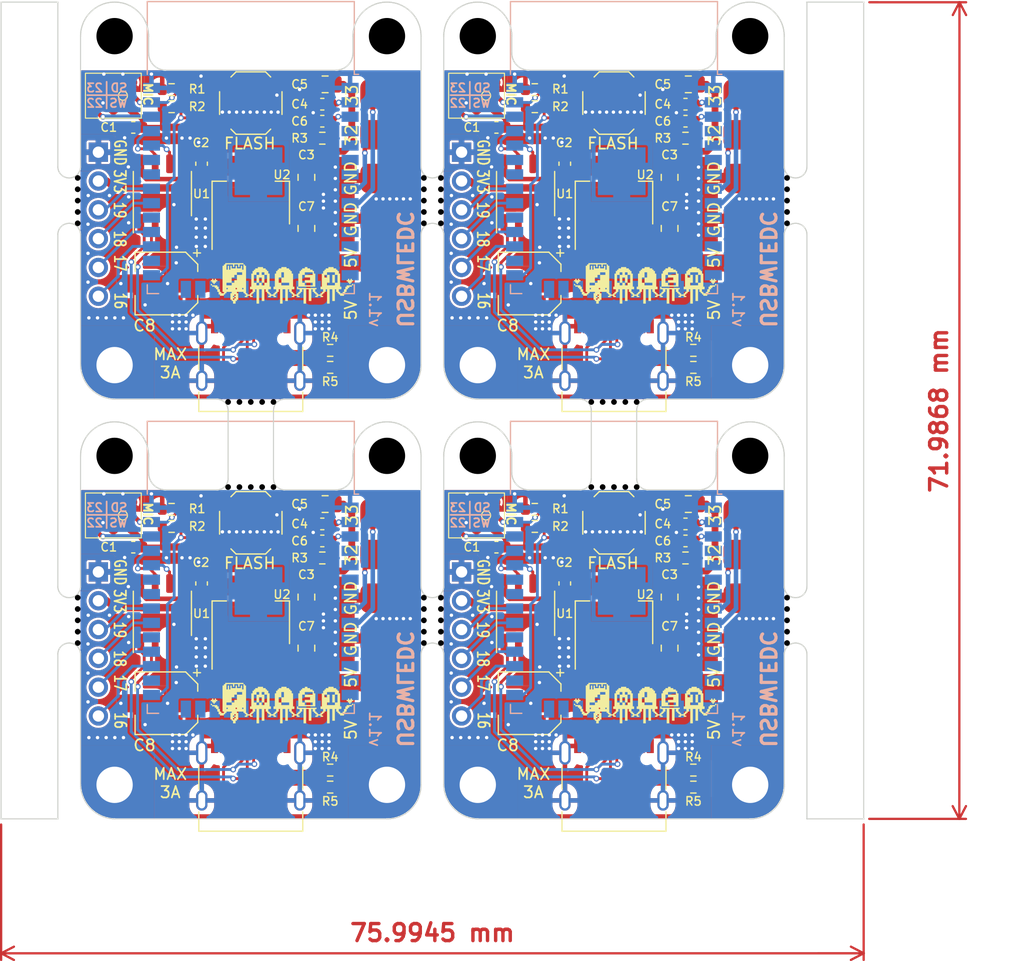
<source format=kicad_pcb>
(kicad_pcb (version 20221018) (generator pcbnew)
  (layers (0 "F.Cu" signal) (31 "B.Cu" signal) (34 "B.Paste" user) (35 "F.Paste" user) (36 "B.SilkS" user "B.Silkscreen") (37 "F.SilkS" user "F.Silkscreen") (38 "B.Mask" user) (39 "F.Mask" user) (44 "Edge.Cuts" user))
  (net 0 "")
  (net 1 "Board_0-+3V3")
  (net 2 "Board_0-+5V")
  (net 3 "Board_0-D+")
  (net 4 "Board_0-D-")
  (net 5 "Board_0-FLASH")
  (net 6 "Board_0-GND")
  (net 7 "Board_0-I2S_SCK")
  (net 8 "Board_0-I2S_SD")
  (net 9 "Board_0-IO16")
  (net 10 "Board_0-IO17")
  (net 11 "Board_0-IO18")
  (net 12 "Board_0-IO19")
  (net 13 "Board_0-Net-(J10-CC1)")
  (net 14 "Board_0-Net-(J10-CC2)")
  (net 15 "Board_0-Net-(U3-EN)")
  (net 16 "Board_0-RELAY")
  (net 17 "Board_0-RX")
  (net 18 "Board_0-STRIP_DATA_1")
  (net 19 "Board_0-STRIP_DATA_2")
  (net 20 "Board_0-TX")
  (net 21 "Board_0-unconnected-(J10-SBU1-PadA8)")
  (net 22 "Board_0-unconnected-(J10-SBU2-PadB8)")
  (net 23 "Board_0-unconnected-(MK1-WS-Pad2)")
  (net 24 "Board_0-unconnected-(U1-~{RTS}-Pad4)")
  (net 25 "Board_0-unconnected-(U3-IO12-Pad14)")
  (net 26 "Board_0-unconnected-(U3-IO13-Pad16)")
  (net 27 "Board_0-unconnected-(U3-IO14-Pad13)")
  (net 28 "Board_0-unconnected-(U3-IO15-Pad23)")
  (net 29 "Board_0-unconnected-(U3-IO2-Pad24)")
  (net 30 "Board_0-unconnected-(U3-IO21-Pad33)")
  (net 31 "Board_0-unconnected-(U3-IO25-Pad10)")
  (net 32 "Board_0-unconnected-(U3-IO26-Pad11)")
  (net 33 "Board_0-unconnected-(U3-IO34-Pad6)")
  (net 34 "Board_0-unconnected-(U3-IO35-Pad7)")
  (net 35 "Board_0-unconnected-(U3-IO4-Pad26)")
  (net 36 "Board_0-unconnected-(U3-IO5-Pad29)")
  (net 37 "Board_0-unconnected-(U3-NC-Pad32)")
  (net 38 "Board_0-unconnected-(U3-SCK{slash}CLK-Pad20)")
  (net 39 "Board_0-unconnected-(U3-SCS{slash}CMD-Pad19)")
  (net 40 "Board_0-unconnected-(U3-SDI{slash}SD1-Pad22)")
  (net 41 "Board_0-unconnected-(U3-SDO{slash}SD0-Pad21)")
  (net 42 "Board_0-unconnected-(U3-SENSOR_VN-Pad5)")
  (net 43 "Board_0-unconnected-(U3-SENSOR_VP-Pad4)")
  (net 44 "Board_0-unconnected-(U3-SHD{slash}SD2-Pad17)")
  (net 45 "Board_0-unconnected-(U3-SWP{slash}SD3-Pad18)")
  (net 46 "Board_1-+3V3")
  (net 47 "Board_1-+5V")
  (net 48 "Board_1-D+")
  (net 49 "Board_1-D-")
  (net 50 "Board_1-FLASH")
  (net 51 "Board_1-GND")
  (net 52 "Board_1-I2S_SCK")
  (net 53 "Board_1-I2S_SD")
  (net 54 "Board_1-IO16")
  (net 55 "Board_1-IO17")
  (net 56 "Board_1-IO18")
  (net 57 "Board_1-IO19")
  (net 58 "Board_1-Net-(J10-CC1)")
  (net 59 "Board_1-Net-(J10-CC2)")
  (net 60 "Board_1-Net-(U3-EN)")
  (net 61 "Board_1-RELAY")
  (net 62 "Board_1-RX")
  (net 63 "Board_1-STRIP_DATA_1")
  (net 64 "Board_1-STRIP_DATA_2")
  (net 65 "Board_1-TX")
  (net 66 "Board_1-unconnected-(J10-SBU1-PadA8)")
  (net 67 "Board_1-unconnected-(J10-SBU2-PadB8)")
  (net 68 "Board_1-unconnected-(MK1-WS-Pad2)")
  (net 69 "Board_1-unconnected-(U1-~{RTS}-Pad4)")
  (net 70 "Board_1-unconnected-(U3-IO12-Pad14)")
  (net 71 "Board_1-unconnected-(U3-IO13-Pad16)")
  (net 72 "Board_1-unconnected-(U3-IO14-Pad13)")
  (net 73 "Board_1-unconnected-(U3-IO15-Pad23)")
  (net 74 "Board_1-unconnected-(U3-IO2-Pad24)")
  (net 75 "Board_1-unconnected-(U3-IO21-Pad33)")
  (net 76 "Board_1-unconnected-(U3-IO25-Pad10)")
  (net 77 "Board_1-unconnected-(U3-IO26-Pad11)")
  (net 78 "Board_1-unconnected-(U3-IO34-Pad6)")
  (net 79 "Board_1-unconnected-(U3-IO35-Pad7)")
  (net 80 "Board_1-unconnected-(U3-IO4-Pad26)")
  (net 81 "Board_1-unconnected-(U3-IO5-Pad29)")
  (net 82 "Board_1-unconnected-(U3-NC-Pad32)")
  (net 83 "Board_1-unconnected-(U3-SCK{slash}CLK-Pad20)")
  (net 84 "Board_1-unconnected-(U3-SCS{slash}CMD-Pad19)")
  (net 85 "Board_1-unconnected-(U3-SDI{slash}SD1-Pad22)")
  (net 86 "Board_1-unconnected-(U3-SDO{slash}SD0-Pad21)")
  (net 87 "Board_1-unconnected-(U3-SENSOR_VN-Pad5)")
  (net 88 "Board_1-unconnected-(U3-SENSOR_VP-Pad4)")
  (net 89 "Board_1-unconnected-(U3-SHD{slash}SD2-Pad17)")
  (net 90 "Board_1-unconnected-(U3-SWP{slash}SD3-Pad18)")
  (net 91 "Board_2-+3V3")
  (net 92 "Board_2-+5V")
  (net 93 "Board_2-D+")
  (net 94 "Board_2-D-")
  (net 95 "Board_2-FLASH")
  (net 96 "Board_2-GND")
  (net 97 "Board_2-I2S_SCK")
  (net 98 "Board_2-I2S_SD")
  (net 99 "Board_2-IO16")
  (net 100 "Board_2-IO17")
  (net 101 "Board_2-IO18")
  (net 102 "Board_2-IO19")
  (net 103 "Board_2-Net-(J10-CC1)")
  (net 104 "Board_2-Net-(J10-CC2)")
  (net 105 "Board_2-Net-(U3-EN)")
  (net 106 "Board_2-RELAY")
  (net 107 "Board_2-RX")
  (net 108 "Board_2-STRIP_DATA_1")
  (net 109 "Board_2-STRIP_DATA_2")
  (net 110 "Board_2-TX")
  (net 111 "Board_2-unconnected-(J10-SBU1-PadA8)")
  (net 112 "Board_2-unconnected-(J10-SBU2-PadB8)")
  (net 113 "Board_2-unconnected-(MK1-WS-Pad2)")
  (net 114 "Board_2-unconnected-(U1-~{RTS}-Pad4)")
  (net 115 "Board_2-unconnected-(U3-IO12-Pad14)")
  (net 116 "Board_2-unconnected-(U3-IO13-Pad16)")
  (net 117 "Board_2-unconnected-(U3-IO14-Pad13)")
  (net 118 "Board_2-unconnected-(U3-IO15-Pad23)")
  (net 119 "Board_2-unconnected-(U3-IO2-Pad24)")
  (net 120 "Board_2-unconnected-(U3-IO21-Pad33)")
  (net 121 "Board_2-unconnected-(U3-IO25-Pad10)")
  (net 122 "Board_2-unconnected-(U3-IO26-Pad11)")
  (net 123 "Board_2-unconnected-(U3-IO34-Pad6)")
  (net 124 "Board_2-unconnected-(U3-IO35-Pad7)")
  (net 125 "Board_2-unconnected-(U3-IO4-Pad26)")
  (net 126 "Board_2-unconnected-(U3-IO5-Pad29)")
  (net 127 "Board_2-unconnected-(U3-NC-Pad32)")
  (net 128 "Board_2-unconnected-(U3-SCK{slash}CLK-Pad20)")
  (net 129 "Board_2-unconnected-(U3-SCS{slash}CMD-Pad19)")
  (net 130 "Board_2-unconnected-(U3-SDI{slash}SD1-Pad22)")
  (net 131 "Board_2-unconnected-(U3-SDO{slash}SD0-Pad21)")
  (net 132 "Board_2-unconnected-(U3-SENSOR_VN-Pad5)")
  (net 133 "Board_2-unconnected-(U3-SENSOR_VP-Pad4)")
  (net 134 "Board_2-unconnected-(U3-SHD{slash}SD2-Pad17)")
  (net 135 "Board_2-unconnected-(U3-SWP{slash}SD3-Pad18)")
  (net 136 "Board_3-+3V3")
  (net 137 "Board_3-+5V")
  (net 138 "Board_3-D+")
  (net 139 "Board_3-D-")
  (net 140 "Board_3-FLASH")
  (net 141 "Board_3-GND")
  (net 142 "Board_3-I2S_SCK")
  (net 143 "Board_3-I2S_SD")
  (net 144 "Board_3-IO16")
  (net 145 "Board_3-IO17")
  (net 146 "Board_3-IO18")
  (net 147 "Board_3-IO19")
  (net 148 "Board_3-Net-(J10-CC1)")
  (net 149 "Board_3-Net-(J10-CC2)")
  (net 150 "Board_3-Net-(U3-EN)")
  (net 151 "Board_3-RELAY")
  (net 152 "Board_3-RX")
  (net 153 "Board_3-STRIP_DATA_1")
  (net 154 "Board_3-STRIP_DATA_2")
  (net 155 "Board_3-TX")
  (net 156 "Board_3-unconnected-(J10-SBU1-PadA8)")
  (net 157 "Board_3-unconnected-(J10-SBU2-PadB8)")
  (net 158 "Board_3-unconnected-(MK1-WS-Pad2)")
  (net 159 "Board_3-unconnected-(U1-~{RTS}-Pad4)")
  (net 160 "Board_3-unconnected-(U3-IO12-Pad14)")
  (net 161 "Board_3-unconnected-(U3-IO13-Pad16)")
  (net 162 "Board_3-unconnected-(U3-IO14-Pad13)")
  (net 163 "Board_3-unconnected-(U3-IO15-Pad23)")
  (net 164 "Board_3-unconnected-(U3-IO2-Pad24)")
  (net 165 "Board_3-unconnected-(U3-IO21-Pad33)")
  (net 166 "Board_3-unconnected-(U3-IO25-Pad10)")
  (net 167 "Board_3-unconnected-(U3-IO26-Pad11)")
  (net 168 "Board_3-unconnected-(U3-IO34-Pad6)")
  (net 169 "Board_3-unconnected-(U3-IO35-Pad7)")
  (net 170 "Board_3-unconnected-(U3-IO4-Pad26)")
  (net 171 "Board_3-unconnected-(U3-IO5-Pad29)")
  (net 172 "Board_3-unconnected-(U3-NC-Pad32)")
  (net 173 "Board_3-unconnected-(U3-SCK{slash}CLK-Pad20)")
  (net 174 "Board_3-unconnected-(U3-SCS{slash}CMD-Pad19)")
  (net 175 "Board_3-unconnected-(U3-SDI{slash}SD1-Pad22)")
  (net 176 "Board_3-unconnected-(U3-SDO{slash}SD0-Pad21)")
  (net 177 "Board_3-unconnected-(U3-SENSOR_VN-Pad5)")
  (net 178 "Board_3-unconnected-(U3-SENSOR_VP-Pad4)")
  (net 179 "Board_3-unconnected-(U3-SHD{slash}SD2-Pad17)")
  (net 180 "Board_3-unconnected-(U3-SWP{slash}SD3-Pad18)")
  (footprint "Package_TO_SOT_SMD:SOT-223-3_TabPin2" (layer "F.Cu") (at 164.5 37.699067 90)
    (fp_text reference "U2")
    (fp_text value "AMS1117-3.3")
  )
  (footprint "NPTH" (layer "F.Cu") (at 147.75 73.499533)
    (fp_text reference "KiKit_MB_8_4" hide)
    (fp_text value "NPTH" hide)
  )
  (footprint "Capacitor_SMD:C_0603_1608Metric" (layer "F.Cu") (at 128.1654 34.245867 -90)
    (fp_text reference "C2")
    (fp_text value "100nF")
  )
  (footprint "NPTH" (layer "F.Cu") (at 149.249999 39.499533)
    (fp_text reference "KiKit_MB_4_5" hide)
    (fp_text value "NPTH" hide)
  )
  (footprint "Capacitor_SMD:C_0603_1608Metric" (layer "F.Cu") (at 154.1456 68.045467 180)
    (fp_text reference "C1")
    (fp_text value "100nF")
  )
  (footprint "Library:SolderWirePad_1x01_SMD_3x6mm" (layer "F.Cu") (at 144.65 76.149067 90)
    (fp_text reference "J3" hide)
    (fp_text value "GND PAD")
  )
  (footprint "NPTH" (layer "F.Cu") (at 166.499999 55.249067)
    (fp_text reference "KiKit_MB_6_5" hide)
    (fp_text value "NPTH" hide)
  )
  (footprint "Library:SolderWirePad_1x01_SMD_3x6mm" (layer "F.Cu") (at 144.65 31.699067 90)
    (fp_text reference "J2" hide)
    (fp_text value "D1 PAD")
  )
  (footprint "NPTH" (layer "F.Cu") (at 117.25 75.499533)
    (fp_text reference "KiKit_MB_7_4" hide)
    (fp_text value "NPTH" hide)
  )
  (footprint "NPTH" (layer "F.Cu") (at 179.75 73.499533)
    (fp_text reference "KiKit_MB_11_4" hide)
    (fp_text value "NPTH" hide)
  )
  (footprint "Capacitor_SMD:C_0603_1608Metric" (layer "F.Cu") (at 138.8 30.499067 180)
    (fp_text reference "C6")
    (fp_text value "1uF")
  )
  (footprint "Library:SolderWirePad_1x01_SMD_3x6mm" (layer "F.Cu") (at 176.65 42.999067 90)
    (fp_text reference "J4" hide)
    (fp_text value "5V PAD")
  )
  (footprint "Resistor_SMD:R_0603_1608Metric" (layer "F.Cu") (at 139.4938 89.199067)
    (fp_text reference "R5")
    (fp_text value "5.1k")
  )
  (footprint "NPTH" (layer "F.Cu") (at 134.499999 55.249067)
    (fp_text reference "KiKit_MB_3_5" hide)
    (fp_text value "NPTH" hide)
  )
  (footprint "NPTH" (layer "F.Cu") (at 179.75 35.499534)
    (fp_text reference "KiKit_MB_5_5" hide)
    (fp_text value "NPTH" hide)
  )
  (footprint "Library:SolderWirePad_1x01_SMD_3x6mm" (layer "F.Cu") (at 144.65 28.099067 90)
    (fp_text reference "J5" hide)
    (fp_text value "D2 PAD")
  )
  (footprint "Library:SolderWirePad_1x01_SMD_3x6mm" (layer "F.Cu") (at 144.65 72.549067 90)
    (fp_text reference "J6" hide)
    (fp_text value "GND PAD")
  )
  (footprint "NPTH" (layer "F.Cu") (at 149.249999 73.499533)
    (fp_text reference "KiKit_MB_10_2" hide)
    (fp_text value "NPTH" hide)
  )
  (footprint "Library:SolderWirePad_1x01_SMD_3x6mm" (layer "F.Cu") (at 144.65 39.149067 90)
    (fp_text reference "J3" hide)
    (fp_text value "GND PAD")
  )
  (footprint "NPTH" (layer "F.Cu") (at 149.249999 74.499533)
    (fp_text reference "KiKit_MB_10_3" hide)
    (fp_text value "NPTH" hide)
  )
  (footprint "Capacitor_SMD:C_0603_1608Metric" (layer "F.Cu") (at 122.1456 31.045467 180)
    (fp_text reference "C1")
    (fp_text value "100nF")
  )
  (footprint "Connector_USB:USB_C_Receptacle_G-Switch_GT-USB-7010ASV" (layer "F.Cu") (at 164.5 52.299067)
    (fp_text reference "J10" hide)
    (fp_text value "USB_C_Receptacle_USB2.0")
  )
  (footprint "Button_Switch_SMD:SW_Push_1P1T_XKB_TS-1187A" (layer "F.Cu") (at 164.5 28.899067)
    (fp_text reference "SW1" hide)
    (fp_text value "FLASH_SW")
  )
  (footprint "Capacitor_SMD:C_0603_1608Metric" (layer "F.Cu") (at 122.1456 68.045467 180)
    (fp_text reference "C1")
    (fp_text value "100nF")
  )
  (footprint "Package_TO_SOT_SMD:SOT-223-3_TabPin2" (layer "F.Cu") (at 132.5 74.699067 90)
    (fp_text reference "U2")
    (fp_text value "AMS1117-3.3")
  )
  (footprint "Package_TO_SOT_SMD:SOT-223-3_TabPin2" (layer "F.Cu") (at 164.5 74.699067 90)
    (fp_text reference "U2")
    (fp_text value "AMS1117-3.3")
  )
  (footprint "Library:SolderWirePad_1x01_SMD_3x6mm" (layer "F.Cu") (at 176.65 65.099067 90)
    (fp_text reference "J5" hide)
    (fp_text value "D2 PAD")
  )
  (footprint "NPTH" (layer "F.Cu") (at 130.5 55.249067)
    (fp_text reference "KiKit_MB_3_1" hide)
    (fp_text value "NPTH" hide)
  )
  (footprint "NPTH" (layer "F.Cu") (at 163.499999 55.249067)
    (fp_text reference "KiKit_MB_6_2" hide)
    (fp_text value "NPTH" hide)
  )
  (footprint "Capacitor_SMD:C_0805_2012Metric" (layer "F.Cu") (at 169.4 76.949067 90)
    (fp_text reference "C7")
    (fp_text value "10uF")
  )
  (footprint "Library:SolderWirePad_1x01_SMD_3x6mm" (layer "F.Cu") (at 144.65 46.599067 90)
    (fp_text reference "J1" hide)
    (fp_text value "5V PAD")
  )
  (footprint "NPTH" (layer "F.Cu") (at 134.499999 62.749067)
    (fp_text reference "KiKit_MB_9_1" hide)
    (fp_text value "NPTH" hide)
  )
  (footprint "Capacitor_SMD:C_0603_1608Metric" (layer "F.Cu") (at 170.8 28.999067)
    (fp_text reference "C4")
    (fp_text value "100nF")
  )
  (footprint "MountingHole:MountingHole_3.2mm_M3_DIN965_Pad" (layer "F.Cu") (at 152.5 88.999067)
    (fp_text reference "H1" hide)
    (fp_text value "MountingHole")
  )
  (footprint "Capacitor_SMD:C_0603_1608Metric" (layer "F.Cu") (at 170.8 30.499067 180)
    (fp_text reference "C6")
    (fp_text value "1uF")
  )
  (footprint "NPTH" (layer "F.Cu") (at 149.249999 36.499534)
    (fp_text reference "KiKit_MB_4_2" hide)
    (fp_text value "NPTH" hide)
  )
  (footprint "NPTH" (layer "F.Cu") (at 164.499999 62.749067)
    (fp_text reference "KiKit_MB_12_3" hide)
    (fp_text value "NPTH" hide)
  )
  (footprint "Button_Switch_SMD:SW_Push_1P1T_XKB_TS-1187A" (layer "F.Cu") (at 132.5 28.899067)
    (fp_text reference "SW1" hide)
    (fp_text value "FLASH_SW")
  )
  (footprint "Capacitor_SMD:C_0805_2012Metric" (layer "F.Cu") (at 169.4 35.449067 -90)
    (fp_text reference "C3")
    (fp_text value "10uF")
  )
  (footprint "microphone:Microphone-6pin" (layer "F.Cu") (at 150.0314 63.369867 -90)
    (fp_text reference "MK1" hide)
    (fp_text value "GSA4737")
  )
  (footprint "Package_SO:SOP-8_3.9x4.9mm_P1.27mm" (layer "F.Cu") (at 156.711 73.879067 90)
    (fp_text reference "U1")
    (fp_text value "CH340N")
  )
  (footprint "Capacitor_SMD:C_0603_1608Metric" (layer "F.Cu") (at 138.8 65.999067)
    (fp_text reference "C4")
    (fp_text value "100nF")
  )
  (footprint "LOGO" (layer "F.Cu") (at 135.25 44.799067)
    (fp_text reference "G***" hide)
    (fp_text value "LOGO" hide)
  )
  (footprint "Capacitor_SMD:C_0603_1608Metric" (layer "F.Cu") (at 160.1654 34.245867 -90)
    (fp_text reference "C2")
    (fp_text value "100nF")
  )
  (footprint "Resistor_SMD:R_0603_1608Metric" (layer "F.Cu") (at 157.5238 27.718067)
    (fp_text reference "R1")
    (fp_text value "100k")
  )
  (footprint "Resistor_SMD:R_0603_1608Metric" (layer "F.Cu") (at 125.5238 27.718067)
    (fp_text reference "R1")
    (fp_text value "100k")
  )
  (footprint "Capacitor_SMD:C_0603_1608Metric" (layer "F.Cu") (at 160.1654 71.245867 -90)
    (fp_text reference "C2")
    (fp_text value "100nF")
  )
  (footprint "Library:SolderWirePad_1x01_SMD_3x6mm" (layer "F.Cu") (at 144.65 83.599067 90)
    (fp_text reference "J1" hide)
    (fp_text value "5V PAD")
  )
  (footprint "Library:SolderWirePad_1x01_SMD_3x6mm" (layer "F.Cu") (at 176.65 31.699067 90)
    (fp_text reference "J2" hide)
    (fp_text value "D1 PAD")
  )
  (footprint "Resistor_SMD:R_0603_1608Metric" (layer "F.Cu") (at 138.8 31.999067)
    (fp_text reference "R3")
    (fp_text value "10k")
  )
  (footprint "Capacitor_SMD:C_0805_2012Metric" (layer "F.Cu") (at 171.05 64.249067 180)
    (fp_text reference "C5")
    (fp_text value "10uF")
  )
  (footprint "Capacitor_SMD:CP_Elec_5x5.4" (layer "F.Cu") (at 125.0666 81.806017 180)
    (fp_text reference "C8")
    (fp_text value "100uF")
  )
  (footprint "NPTH" (layer "F.Cu") (at 132.5 62.749067)
    (fp_text reference "KiKit_MB_9_3" hide)
    (fp_text value "NPTH" hide)
  )
  (footprint "NPTH" (layer "F.Cu") (at 147.75 75.499533)
    (fp_text reference "KiKit_MB_8_2" hide)
    (fp_text value "NPTH" hide)
  )
  (footprint "Button_Switch_SMD:SW_Push_1P1T_XKB_TS-1187A" (layer "F.Cu") (at 132.5 65.899067)
    (fp_text reference "SW1" hide)
    (fp_text value "FLASH_SW")
  )
  (footprint "MountingHole:MountingHole_3.2mm_M3_DIN965_Pad" (layer "F.Cu") (at 120.5 59.999067)
    (fp_text reference "H4" hide)
    (fp_text value "MountingHole")
  )
  (footprint "NPTH" (layer "F.Cu") (at 179.75 36.499534)
    (fp_text reference "KiKit_MB_5_4" hide)
    (fp_text value "NPTH" hide)
  )
  (footprint "Resistor_SMD:R_0603_1608Metric" (layer "F.Cu") (at 157.5238 64.718067)
    (fp_text reference "R1")
    (fp_text value "100k")
  )
  (footprint "NPTH" (layer "F.Cu") (at 149.249999 75.499533)
    (fp_text reference "KiKit_MB_10_4" hide)
    (fp_text value "NPTH" hide)
  )
  (footprint "MountingHole:MountingHole_3.2mm_M3_DIN965_Pad" (layer "F.Cu") (at 120.5 88.999067)
    (fp_text reference "H1" hide)
    (fp_text value "MountingHole")
  )
  (footprint "MountingHole:MountingHole_3.2mm_M3_DIN965_Pad" (layer "F.Cu") (at 176.5 88.999067)
    (fp_text reference "H2" hide)
    (fp_text value "MountingHole")
  )
  (footprint "Resistor_SMD:R_0603_1608Metric" (layer "F.Cu") (at 170.8 31.999067)
    (fp_text reference "R3")
    (fp_text value "10k")
  )
  (footprint "MountingHole:MountingHole_3.2mm_M3_DIN965_Pad" (layer "F.Cu") (at 144.5 22.999067)
    (fp_text reference "H3" hide)
    (fp_text value "MountingHole")
  )
  (footprint "microphone:Microphone-6pin" (layer "F.Cu") (at 150.0314 26.369867 -90)
    (fp_text reference "MK1" hide)
    (fp_text value "GSA4737")
  )
  (footprint "Connector_USB:USB_C_Receptacle_G-Switch_GT-USB-7010ASV" (layer "F.Cu") (at 164.5 89.299067)
    (fp_text reference "J10" hide)
    (fp_text value "USB_C_Receptacle_USB2.0")
  )
  (footprint "Library:SolderWirePad_1x01_SMD_3x6mm" (layer "F.Cu") (at 176.65 46.599067 90)
    (fp_text reference "J1" hide)
    (fp_text value "5V PAD")
  )
  (footprint "MountingHole:MountingHole_3.2mm_M3_DIN965_Pad" (layer "F.Cu") (at 152.5 51.999067)
    (fp_text reference "H1" hide)
    (fp_text value "MountingHole")
  )
  (footprint "Resistor_SMD:R_0603_1608Metric" (layer "F.Cu") (at 125.5238 29.218067)
    (fp_text reference "R2")
    (fp_text value "10k")
  )
  (footprint "Capacitor_SMD:C_0805_2012Metric" (layer "F.Cu") (at 137.4 39.949067 90)
    (fp_text reference "C7")
    (fp_text value "10uF")
  )
  (footprint "Resistor_SMD:R_0603_1608Metric" (layer "F.Cu") (at 125.5238 66.218067)
    (fp_text reference "R2")
    (fp_text value "10k")
  )
  (footprint "Resistor_SMD:R_0603_1608Metric" (layer "F.Cu") (at 139.4938 52.199067)
    (fp_text reference "R5")
    (fp_text value "5.1k")
  )
  (footprint "Capacitor_SMD:C_0603_1608Metric" (layer "F.Cu") (at 138.8 28.999067)
    (fp_text reference "C4")
    (fp_text value "100nF")
  )
  (footprint "Resistor_SMD:R_0603_1608Metric" (layer "F.Cu") (at 139.4938 87.699067)
    (fp_text reference "R4")
    (fp_text value "5.1k")
  )
  (footprint "Package_SO:SOP-8_3.9x4.9mm_P1.27mm" (layer "F.Cu") (at 124.711 73.879067 90)
    (fp_text reference "U1")
    (fp_text value "CH340N")
  )
  (footprint "MountingHole:MountingHole_3.2mm_M3_DIN965_Pad" (layer "F.Cu") (at 144.5 59.999067)
    (fp_text reference "H3" hide)
    (fp_text value "MountingHole")
  )
  (footprint "Connector_USB:USB_C_Receptacle_G-Switch_GT-USB-7010ASV" (layer "F.Cu") (at 132.5 89.299067)
    (fp_text reference "J10" hide)
    (fp_text value "USB_C_Receptacle_USB2.0")
  )
  (footprint "MountingHole:MountingHole_3.2mm_M3_DIN965_Pad" (layer "F.Cu") (at 120.5 51.999067)
    (fp_text reference "H1" hide)
    (fp_text value "MountingHole")
  )
  (footprint "NPTH" (layer "F.Cu") (at 179.75 75.499533)
    (fp_text reference "KiKit_MB_11_2" hide)
    (fp_text value "NPTH" hide)
  )
  (footprint "NPTH" (layer "F.Cu") (at 179.75 74.499533)
    (fp_text reference "KiKit_MB_11_3" hide)
    (fp_text value "NPTH" hide)
  )
  (footprint "Connector_USB:USB_C_Receptacle_G-Switch_GT-USB-7010ASV" (layer "F.Cu") (at 132.5 52.299067)
    (fp_text reference "J10" hide)
    (fp_text value "USB_C_Receptacle_USB2.0")
  )
  (footprint "NPTH" (layer "F.Cu") (at 117.25 35.499534)
    (fp_text reference "KiKit_MB_1_1" hide)
    (fp_text value "NPTH" hide)
  )
  (footprint "Resistor_SMD:R_0603_1608Metric" (layer "F.Cu") (at 125.5238 64.718067)
    (fp_text reference "R1")
    (fp_text value "100k")
  )
  (footprint "Capacitor_SMD:C_0805_2012Metric" (layer "F.Cu") (at 137.4 35.449067 -90)
    (fp_text reference "C3")
    (fp_text value "10uF")
  )
  (footprint "NPTH" (layer "F.Cu") (at 133.499999 62.749067)
    (fp_text reference "KiKit_MB_9_2" hide)
    (fp_text value "NPTH" hide)
  )
  (footprint "Capacitor_SMD:C_0805_2012Metric" (layer "F.Cu") (at 139.05 27.249067 180)
    (fp_text reference "C5")
    (fp_text value "10uF")
  )
  (footprint "Library:SolderWirePad_1x01_SMD_3x6mm" (layer "F.Cu") (at 176.65 72.549067 90)
    (fp_text reference "J6" hide)
    (fp_text value "GND PAD")
  )
  (footprint "Library:SolderWirePad_1x01_SMD_3x6mm" (layer "F.Cu") (at 176.65 76.149067 90)
    (fp_text reference "J3" hide)
    (fp_text value "GND PAD")
  )
  (footprint "microphone:Microphone-6pin" (layer "F.Cu") (at 118.0314 26.369867 -90)
    (fp_text reference "MK1" hide)
    (fp_text value "GSA4737")
  )
  (footprint "MountingHole:MountingHole_3.2mm_M3_DIN965_Pad" (layer "F.Cu") (at 144.5 51.999067)
    (fp_text reference "H2" hide)
    (fp_text value "MountingHole")
  )
  (footprint "Capacitor_SMD:CP_Elec_5x5.4" (layer "F.Cu") (at 157.0666 81.806017 180)
    (fp_text reference "C8")
    (fp_text value "100uF")
  )
  (footprint "NPTH" (layer "F.Cu") (at 131.5 55.249067)
    (fp_text reference "KiKit_MB_3_2" hide)
    (fp_text value "NPTH" hide)
  )
  (footprint "Package_TO_SOT_SMD:SOT-223-3_TabPin2" (layer "F.Cu") (at 132.5 37.699067 90)
    (fp_text reference "U2")
    (fp_text value "AMS1117-3.3")
  )
  (footprint "MountingHole:MountingHole_3.2mm_M3_DIN965_Pad" (layer "F.Cu") (at 176.5 59.999067)
    (fp_text reference "H3" hide)
    (fp_text value "MountingHole")
  )
  (footprint "NPTH" (layer "F.Cu") (at 149.249999 37.499533)
    (fp_text reference "KiKit_MB_4_3" hide)
    (fp_text value "NPTH" hide)
  )
  (footprint "NPTH" (layer "F.Cu") (at 149.249999 76.499533)
    (fp_text reference "KiKit_MB_10_5" hide)
    (fp_text value "NPTH" hide)
  )
  (footprint "Library:SolderWirePad_1x01_SMD_3x6mm" (layer "F.Cu") (at 144.65 68.699067 90)
    (fp_text reference "J2" hide)
    (fp_text value "D1 PAD")
  )
  (footprint "NPTH" (layer "F.Cu") (at 130.5 62.749067)
    (fp_text reference "KiKit_MB_9_5" hide)
    (fp_text value "NPTH" hide)
  )
  (footprint "NPTH" (layer "F.Cu") (at 147.75 76.499533)
    (fp_text reference "KiKit_MB_8_1" hide)
    (fp_text value "NPTH" hide)
  )
  (footprint "NPTH" (layer "F.Cu") (at 179.75 72.499533)
    (fp_text reference "KiKit_MB_11_5" hide)
    (fp_text value "NPTH" hide)
  )
  (footprint "NPTH" (layer "F.Cu") (at 117.25 37.499533)
    (fp_text reference "KiKit_MB_1_3" hide)
    (fp_text value "NPTH" hide)
  )
  (footprint "Library:SolderWirePad_1x01_SMD_3x6mm" (layer "F.Cu") (at 144.65 35.549067 90)
    (fp_text reference "J6" hide)
    (fp_text value "GND PAD")
  )
  (footprint "Resistor_SMD:R_0603_1608Metric" (layer "F.Cu") (at 170.8 68.999067)
    (fp_text reference "R3")
    (fp_text value "10k")
  )
  (footprint "NPTH" (layer "F.Cu") (at 147.75 72.499533)
    (fp_text reference "KiKit_MB_8_5" hide)
    (fp_text value "NPTH" hide)
  )
  (footprint "MountingHole:MountingHole_3.2mm_M3_DIN965_Pad" (layer "F.Cu") (at 152.5 22.999067)
    (fp_text reference "H4" hide)
    (fp_text value "MountingHole")
  )
  (footprint "Library:SolderWirePad_1x01_SMD_3x6mm" (layer "F.Cu") (at 176.65 35.549067 90)
    (fp_text reference "J6" hide)
    (fp_text value "GND PAD")
  )
  (footprint "NPTH" (layer "F.Cu") (at 149.249999 38.499533)
    (fp_text reference "KiKit_MB_4_4" hide)
    (fp_text value "NPTH" hide)
  )
  (footprint "Capacitor_SMD:CP_Elec_5x5.4" (layer "F.Cu") (at 125.0666 44.806017 180)
    (fp_text reference "C8")
    (fp_text value "100uF")
  )
  (footprint "NPTH" (layer "F.Cu") (at 149.249999 35.499534)
    (fp_text reference "KiKit_MB_4_1" hide)
    (fp_text value "NPTH" hide)
  )
  (footprint "Capacitor_SMD:C_0603_1608Metric" (layer "F.Cu") (at 154.1456 31.045467 180)
    (fp_text reference "C1")
    (fp_text value "100nF")
  )
  (footprint "Resistor_SMD:R_0603_1608Metric" (layer "F.Cu") (at 157.5238 66.218067)
    (fp_text reference "R2")
    (fp_text value "10k")
  )
  (footprint "NPTH" (layer "F.Cu") (at 179.75 39.499533)
    (fp_text reference "KiKit_MB_5_1" hide)
    (fp_text value "NPTH" hide)
  )
  (footprint "Library:SolderWirePad_1x01_SMD_3x6mm" (layer "F.Cu") (at 176.65 79.999067 90)
    (fp_text reference "J4" hide)
    (fp_text value "5V PAD")
  )
  (footprint "Button_Switch_SMD:SW_Push_1P1T_XKB_TS-1187A" (layer "F.Cu") (at 164.5 65.899067)
    (fp_text reference "SW1" hide)
    (fp_text value "FLASH_SW")
  )
  (footprint "Connector_PinHeader_2.54mm:PinHeader_1x06_P2.54mm_Vertical" (layer "F.Cu") (at 119.0722 70.229867)
    (fp_text reference "J7" hide)
    (fp_text value "Accessories")
  )
  (footprint "NPTH" (layer "F.Cu") (at 117.25 38.499533)
    (fp_text reference "KiKit_MB_1_4" hide)
    (fp_text value "NPTH" hide)
  )
  (footprint "Library:SolderWirePad_1x01_SMD_3x6mm" (layer "F.Cu") (at 176.65 68.699067 90)
    (fp_text reference "J2" hide)
    (fp_text value "D1 PAD")
  )
  (footprint "NPTH" (layer "F.Cu") (at 166.499999 62.749067)
    (fp_text reference "KiKit_MB_12_1" hide)
    (fp_text value "NPTH" hide)
  )
  (footprint "Capacitor_SMD:C_0805_2012Metric" (layer "F.Cu") (at 137.4 72.449067 -90)
    (fp_text reference "C3")
    (fp_text value "10uF")
  )
  (footprint "MountingHole:MountingHole_3.2mm_M3_DIN965_Pad" (layer "F.Cu") (at 144.5 88.999067)
    (fp_text reference "H2" hide)
    (fp_text value "MountingHole")
  )
  (footprint "Capacitor_SMD:C_0603_1608Metric" (layer "F.Cu") (at 128.1654 71.245867 -90)
    (fp_text reference "C2")
    (fp_text value "100nF")
  )
  (footprint "NPTH" (layer "F.Cu") (at 133.499999 55.249067)
    (fp_text reference "KiKit_MB_3_4" hide)
    (fp_text value "NPTH" hide)
  )
  (footprint "Resistor_SMD:R_0603_1608Metric" (layer "F.Cu") (at 138.8 68.999067)
    (fp_text reference "R3")
    (fp_text value "10k")
  )
  (footprint "NPTH" (layer "F.Cu") (at 162.499999 62.749067)
    (fp_text reference "KiKit_MB_12_5" hide)
    (fp_text value "NPTH" hide)
  )
  (footprint "NPTH" (layer "F.Cu") (at 162.499999 55.249067)
    (fp_text reference "KiKit_MB_6_1" hide)
    (fp_text value "NPTH" hide)
  )
  (footprint "Resistor_SMD:R_0603_1608Metric" (layer "F.Cu") (at 171.4938 89.199067)
    (fp_text reference "R5")
    (fp_text value "5.1k")
  )
  (footprint "Resistor_SMD:R_0603_1608Metric" (layer "F.Cu") (at 171.4938 87.699067)
    (fp_text reference "R4")
    (fp_text value "5.1k")
  )
  (footprint "MountingHole:MountingHole_3.2mm_M3_DIN965_Pad" (layer "F.Cu") (at 120.5 22.999067)
    (fp_text reference "H4" hide)
    (fp_text value "MountingHole")
  )
  (footprint "Capacitor_SMD:CP_Elec_5x5.4" (layer "F.Cu") (at 157.0666 44.806017 180)
    (fp_text reference "C8")
    (fp_text value "100uF")
  )
  (footprint "NPTH" (layer "F.Cu") (at 131.5 62.749067)
    (fp_text reference "KiKit_MB_9_4" hide)
    (fp_text value "NPTH" hide)
  )
  (footprint "MountingHole:MountingHole_3.2mm_M3_DIN965_Pad" (layer "F.Cu") (at 176.5 22.999067)
    (fp_text reference "H3" hide)
    (fp_text value "MountingHole")
  )
  (footprint "Capacitor_SMD:C_0805_2012Metric" (layer "F.Cu") (at 169.4 39.949067 90)
    (fp_text reference "C7")
    (fp_text value "10uF")
  )
  (footprint "NPTH" (layer "F.Cu") (at 147.75 35.499534)
    (fp_text reference "KiKit_MB_2_5" hide)
    (fp_text value "NPTH" hide)
  )
  (footprint "Library:SolderWirePad_1x01_SMD_3x6mm" (layer "F.Cu") (at 144.65 65.099067 90)
    (fp_text reference "J5" hide)
    (fp_text value "D2 PAD")
  )
  (footprint "Resistor_SMD:R_0603_1608Metric" (layer "F.Cu") (at 139.4938 50.699067)
    (fp_text reference "R4")
    (fp_text value "5.1k")
  )
  (footprint "Connector_PinHeader_2.54mm:PinHeader_1x06_P2.54mm_Vertical" (layer "F.Cu") (at 119.0722 33.229867)
    (fp_text reference "J7" hide)
    (fp_text value "Accessories")
  )
  (footprint "Resistor_SMD:R_0603_1608Metric" (layer "F.Cu") (at 171.4938 50.699067)
    (fp_text reference "R4")
    (fp_text value "5.1k")
  )
  (footprint "MountingHole:MountingHole_3.2mm_M3_DIN965_Pad" (layer "F.Cu") (at 176.5 51.999067)
    (fp_text reference "H2" hide)
    (fp_text value "MountingHole")
  )
  (footprint "Capacitor_SMD:C_0805_2012Metric" (layer "F.Cu") (at 169.4 72.449067 -90)
    (fp_text reference "C3")
    (fp_text value "10uF")
  )
  (footprint "LOGO" (layer "F.Cu") (at 167.25 81.799067)
    (fp_text reference "G***" hide)
    (fp_text value "LOGO" hide)
  )
  (footprint "Library:SolderWirePad_1x01_SMD_3x6mm" (layer "F.Cu") (at 176.65 39.149067 90)
    (fp_text reference "J3" hide)
    (fp_text value "GND PAD")
  )
  (footprint "NPTH" (layer "F.Cu") (at 164.499999 55.249067)
    (fp_text reference "KiKit_MB_6_3" hide)
    (fp_text value "NPTH" hide)
  )
  (footprint "Capacitor_SMD:C_0603_1608Metric" (layer "F.Cu") (at 170.8 65.999067)
    (fp_text reference "C4")
    (fp_text value "100nF")
  )
  (footprint "Capacitor_SMD:C_0603_1608Metric" (layer "F.Cu") (at 170.8 67.499067 180)
    (fp_text reference "C6")
    (fp_text value "1uF")
  )
  (footprint "NPTH" (layer "F.Cu") (at 147.75 74.499533)
    (fp_text reference "KiKit_MB_8_3" hide)
    (fp_text value "NPTH" hide)
  )
  (footprint "NPTH" (layer "F.Cu") (at 117.25 73.499533)
    (fp_text reference "KiKit_MB_7_2" hide)
    (fp_text value "NPTH" hide)
  )
  (footprint "NPTH" (layer "F.Cu") (at 117.25 76.499533)
    (fp_text reference "KiKit_MB_7_5" hide)
    (fp_text value "NPTH" hide)
  )
  (footprint "Library:SolderWirePad_1x01_SMD_3x6mm" (layer "F.Cu") (at 144.65 42.999067 90)
    (fp_text reference "J4" hide)
    (fp_text value "5V PAD")
  )
  (footprint "NPTH" (layer "F.Cu") (at 165.499999 62.749067)
    (fp_text reference "KiKit_MB_12_2" hide)
    (fp_text value "NPTH" hide)
  )
  (footprint "microphone:Microphone-6pin" (layer "F.Cu") (at 118.0314 63.369867 -90)
    (fp_text reference "MK1" hide)
    (fp_text value "GSA4737")
  )
  (footprint "NPTH" (layer "F.Cu") (at 147.75 37.499533)
    (fp_text reference "KiKit_MB_2_3" hide)
    (fp_text value "NPTH" hide)
  )
  (footprint "NPTH" (layer "F.Cu") (at 179.75 76.499533)
    (fp_text reference "KiKit_MB_11_1" hide)
    (fp_text value "NPTH" hide)
  )
  (footprint "MountingHole:MountingHole_3.2mm_M3_DIN965_Pad" (layer "F.Cu") (at 152.5 59.999067)
    (fp_text reference "H4" hide)
    (fp_text value "MountingHole")
  )
  (footprint "Library:SolderWirePad_1x01_SMD_3x6mm" (layer "F.Cu") (at 144.65 79.999067 90)
    (fp_text reference "J4" hide)
    (fp_text value "5V PAD")
  )
  (footprint "Library:SolderWirePad_1x01_SMD_3x6mm" (layer "F.Cu") (at 176.65 83.599067 90)
    (fp_text reference "J1" hide)
    (fp_text value "5V PAD")
  )
  (footprint "Capacitor_SMD:C_0805_2012Metric" (layer "F.Cu") (at 137.4 76.949067 90)
    (fp_text reference "C7")
    (fp_text value "10uF")
  )
  (footprint "Connector_PinHeader_2.54mm:PinHeader_1x06_P2.54mm_Vertical" (layer "F.Cu") (at 151.0722 70.229867)
    (fp_text reference "J7" hide)
    (fp_text value "Accessories")
  )
  (footprint "NPTH" (layer "F.Cu") (at 179.75 38.499533)
    (fp_text reference "KiKit_MB_5_2" hide)
    (fp_text value "NPTH" hide)
  )
  (footprint "Package_SO:SOP-8_3.9x4.9mm_P1.27mm" (layer "F.Cu") (at 156.711 36.879067 90)
    (fp_text reference "U1")
    (fp_text value "CH340N")
  )
  (footprint "Resistor_SMD:R_0603_1608Metric" (layer "F.Cu") (at 171.4938 52.199067)
    (fp_text reference "R5")
    (fp_text value "5.1k")
  )
  (footprint "Package_SO:SOP-8_3.9x4.9mm_P1.27mm" (layer "F.Cu") (at 124.711 36.879067 90)
    (fp_text reference "U1")
    (fp_text value "CH340N")
  )
  (footprint "NPTH" (layer "F.Cu") (at 149.249999 72.499533)
    (fp_text reference "KiKit_MB_10_1" hide)
    (fp_text value "NPTH" hide)
  )
  (footprint "LOGO" (layer "F.Cu") (at 167.25 44.799067)
    (fp_text reference "G***" hide)
    (fp_text value "LOGO" hide)
  )
  (footprint "NPTH" (layer "F.Cu") (at 179.75 37.499533)
    (fp_text reference "KiKit_MB_5_3" hide)
    (fp_text value "NPTH" hide)
  )
  (footprint "NPTH" (layer "F.Cu") (at 163.499999 62.749067)
    (fp_text reference "KiKit_MB_12_4" hide)
    (fp_text value "NPTH" hide)
  )
  (footprint "Capacitor_SMD:C_0603_1608Metric" (layer "F.Cu") (at 138.8 67.499067 180)
    (fp_text reference "C6")
    (fp_text value "1uF")
  )
  (footprint "Connector_PinHeader_2.54mm:PinHeader_1x06_P2.54mm_Vertical" (layer "F.Cu") (at 151.0722 33.229867)
    (fp_text reference "J7" hide)
    (fp_text value "Accessories")
  )
  (footprint "Resistor_SMD:R_0603_1608Metric" (layer "F.Cu") (at 157.5238 29.218067)
    (fp_text reference "R2")
    (fp_text value "10k")
  )
  (footprint "NPTH" (layer "F.Cu") (at 147.75 36.499534)
    (fp_text reference "KiKit_MB_2_4" hide)
    (fp_text value "NPTH" hide)
  )
  (footprint "NPTH" (layer "F.Cu") (at 132.5 55.249067)
    (fp_text reference "KiKit_MB_3_3" hide)
    (fp_text value "NPTH" hide)
  )
  (footprint "NPTH" (layer "F.Cu") (at 117.25 74.499533)
    (fp_text reference "KiKit_MB_7_3" hide)
    (fp_text value "NPTH" hide)
  )
  (footprint "LOGO" (layer "F.Cu") (at 135.25 81.799067)
    (fp_text reference "G***" hide)
    (fp_text value "LOGO" hide)
  )
  (footprint "Capacitor_SMD:C_0805_2012Metric" (layer "F.Cu") (at 171.05 27.249067 180)
    (fp_text reference "C5")
    (fp_text value "10uF")
  )
  (footprint "NPTH" (layer "F.Cu") (at 117.25 36.499534)
    (fp_text reference "KiKit_MB_1_2" hide)
    (fp_text value "NPTH" hide)
  )
  (footprint "NPTH" (layer "F.Cu") (at 117.25 72.499533)
    (fp_text reference "KiKit_MB_7_1" hide)
    (fp_text value "NPTH" hide)
  )
  (footprint "Capacitor_SMD:C_0805_2012Metric" (layer "F.Cu") (at 139.05 64.249067 180)
    (fp_text reference "C5")
    (fp_text value "10uF")
  )
  (footprint "NPTH" (layer "F.Cu") (at 147.75 38.499533)
    (fp_text reference "KiKit_MB_2_2" hide)
    (fp_text value "NPTH" hide)
  )
  (footprint "NPTH" (layer "F.Cu") (at 117.25 39.499533)
    (fp_text reference "KiKit_MB_1_5" hide)
    (fp_text value "NPTH" hide)
  )
  (footprint "NPTH" (layer "F.Cu") (at 165.499999 55.249067)
    (fp_text reference "KiKit_MB_6_4" hide)
    (fp_text value "NPTH" hide)
  )
  (footprint "NPTH" (layer "F.Cu") (at 147.75 39.499533)
    (fp_text reference "KiKit_MB_2_1" hide)
    (fp_text value "NPTH" hide)
  )
  (footprint "Library:SolderWirePad_1x01_SMD_3x6mm" (layer "F.Cu") (at 176.65 28.099067 90)
    (fp_text reference "J5" hide)
    (fp_text value "D2 PAD")
  )
  (footprint "RF_Module:ESP32-WROOM-32" (layer "B.Cu") (at 132.5 35.814067 180)
    (fp_text reference "U3" hide)
    (fp_text value "ESP32-WROOM-32")
  )
  (footprint "RF_Module:ESP32-WROOM-32" (layer "B.Cu") (at 164.5 72.814067 180)
    (fp_text reference "U3" hide)
    (fp_text value "ESP32-WROOM-32")
  )
  (footprint "RF_Module:ESP32-WROOM-32" (layer "B.Cu") (at 164.5 35.814067 180)
    (fp_text reference "U3" hide)
    (fp_text value "ESP32-WROOM-32")
  )
  (footprint "RF_Module:ESP32-WROOM-32" (layer "B.Cu") (at 132.5 72.814067 180)
    (fp_text reference "U3" hide)
    (fp_text value "ESP32-WROOM-32")
  )
  (gr_line (start 119.8 64.024067) (end 119.8 66.374067) (stroke (width 0.15)) (layer "B.SilkS"))
  (gr_line (start 118.1 65.199067) (end 121.5614 65.200667) (stroke (width 0.15)) (layer "B.SilkS"))
  (gr_line (start 119.8 27.024067) (end 119.8 29.374067) (stroke (width 0.15)) (layer "B.SilkS"))
  (gr_line (start 118.1 28.199067) (end 121.5614 28.200667) (stroke (width 0.15)) (layer "B.SilkS"))
  (gr_line (start 151.8 27.024067) (end 151.8 29.374067) (stroke (width 0.15)) (layer "B.SilkS"))
  (gr_line (start 150.1 65.199067) (end 153.5614 65.200667) (stroke (width 0.15)) (layer "B.SilkS"))
  (gr_line (start 150.1 28.199067) (end 153.5614 28.200667) (stroke (width 0.15)) (layer "B.SilkS"))
  (gr_line (start 151.8 64.024067) (end 151.8 66.374067) (stroke (width 0.15)) (layer "B.SilkS"))
  (gr_line (start 117.510941 52.172456) (end 117.510967 52.172714) (stroke (width 0.1)) (layer "Edge.Cuts"))
  (gr_line (start 115.491654 20.000201) (end 115.491169 20.000129) (stroke (width 0.1)) (layer "Edge.Cuts"))
  (gr_line (start 149.953036 90.512967) (end 149.96636 90.534603) (stroke (width 0.1)) (layer "Edge.Cuts"))
  (gr_line (start 161.79738 62.956435) (end 161.750549 62.969395) (stroke (width 0.1)) (layer "Edge.Cuts"))
  (gr_line (start 180.976681 39.616433) (end 181.01896 39.640384) (stroke (width 0.1)) (layer "Edge.Cuts"))
  (gr_line (start 181.09974 39.69436) (end 181.138047 39.724255) (stroke (width 0.1)) (layer "Edge.Cuts"))
  (gr_line (start 173.792071 21.708553) (end 173.791965 21.708779) (stroke (width 0.1)) (layer "Edge.Cuts"))
  (gr_line (start 173.535672 59.539662) (end 173.535632 59.539908) (stroke (width 0.1)) (layer "Edge.Cuts"))
  (gr_line (start 115.504769 34.606569) (end 115.501195 34.55811) (stroke (width 0.1)) (layer "Edge.Cuts"))
  (gr_line (start 177.385909 54.864969) (end 177.386152 54.864897) (stroke (width 0.1)) (layer "Edge.Cuts"))
  (gr_line (start 173.5 60.005175) (end 173.5 60.0053) (stroke (width 0.1)) (layer "Edge.Cuts"))
  (gr_line (start 175.254906 20.269958) (end 175.1426 20.324042) (stroke (width 0.1)) (layer "Edge.Cuts"))
  (gr_line (start 186.487727 91.999067) (end 186.487972 91.999064) (stroke (width 0.1)) (layer "Edge.Cuts"))
  (gr_line (start 155.798912 62.396902) (end 155.783778 62.376292) (stroke (width 0.1)) (layer "Edge.Cuts"))
  (gr_line (start 117.442125 34.843053) (end 117.424637 34.888388) (stroke (width 0.1)) (layer "Edge.Cuts"))
  (gr_line (start 119.120639 20.335297) (end 119.120418 20.335414) (stroke (width 0.1)) (layer "Edge.Cuts"))
  (gr_line (start 181.457368 34.796914) (end 181.442125 34.843053) (stroke (width 0.1)) (layer "Edge.Cuts"))
  (gr_line (start 130.09974 62.80424) (end 130.060012 62.832219) (stroke (width 0.1)) (layer "Edge.Cuts"))
  (gr_line (start 178.898675 58.197776) (end 178.898527 58.197575) (stroke (width 0.1)) (layer "Edge.Cuts"))
  (gr_line (start 150.343015 54.024229) (end 150.36051 54.042656) (stroke (width 0.1)) (layer "Edge.Cuts"))
  (gr_line (start 118.57558 91.24685) (end 118.59489 91.263366) (stroke (width 0.1)) (layer "Edge.Cuts"))
  (gr_line (start 179.259301 58.822398) (end 179.208034 58.708779) (stroke (width 0.1)) (layer "Edge.Cuts"))
  (gr_line (start 122.603415 20.860391) (end 122.603239 20.860215) (stroke (width 0.1)) (layer "Edge.Cuts"))
  (gr_line (start 116.202618 39.542165) (end 116.24945 39.529205) (stroke (width 0.1)) (layer "Edge.Cuts"))
  (gr_line (start 167.441423 62.997871) (end 167.392963 62.994296) (stroke (width 0.1)) (layer "Edge.Cuts"))
  (gr_line (start 181.359148 76.980573) (end 181.383099 77.022851) (stroke (width 0.1)) (layer "Edge.Cuts"))
  (gr_line (start 140.897835 62.700154) (end 140.877225 62.715288) (stroke (width 0.1)) (layer "Edge.Cuts"))
  (gr_line (start 149.802781 58.686321) (end 149.80267 58.686544) (stroke (width 0.1)) (layer "Edge.Cuts"))
  (gr_line (start 147.435726 52.615303) (end 147.43578 52.615055) (stroke (width 0.1)) (layer "Edge.Cuts"))
  (gr_line (start 142.620173 20.661428) (end 142.61998 20.661586) (stroke (width 0.1)) (layer "Edge.Cuts"))
  (gr_line (start 150.028418 58.299188) (end 150.014657 58.319371) (stroke (width 0.1)) (layer "Edge.Cuts"))
  (gr_line (start 151.966835 20.047114) (end 151.844657 20.071812) (stroke (width 0.1)) (layer "Edge.Cuts"))
  (gr_line (start 173.357233 62.136746) (end 173.335032 62.182007) (stroke (width 0.1)) (layer "Edge.Cuts"))
  (gr_line (start 123.845928 62.456584) (end 123.82977 62.436767) (stroke (width 0.1)) (layer "Edge.Cuts"))
  (gr_line (start 122.494011 20.758036) (end 122.475696 20.741872) (stroke (width 0.1)) (layer "Edge.Cuts"))
  (gr_line (start 181.500724 20.006454) (end 181.500559 20.006917) (stroke (width 0.1)) (layer "Edge.Cuts"))
  (gr_line (start 149.585072 89.623451) (end 149.58513 89.623703) (stroke (width 0.1)) (layer "Edge.Cuts"))
  (gr_line (start 119.254906 20.269958) (end 119.1426 20.324042) (stroke (width 0.1)) (layer "Edge.Cuts"))
  (gr_line (start 186.499087 91.993065) (end 186.499275 91.992611) (stroke (width 0.1)) (layer "Edge.Cuts"))
  (gr_line (start 186.499996 20.012026) (end 186.499942 20.009808) (stroke (width 0.1)) (layer "Edge.Cuts"))
  (gr_line (start 116.392963 35.494763) (end 116.344737 35.488815) (stroke (width 0.1)) (layer "Edge.Cuts"))
  (gr_line (start 186.496477 20.002481) (end 186.496097 20.00217) (stroke (width 0.1)) (layer "Edge.Cuts"))
  (gr_line (start 122.898527 58.197575) (end 122.883777 58.178103) (stroke (width 0.1)) (layer "Edge.Cuts"))
  (gr_line (start 123.602724 25.04344) (end 123.585216 24.996166) (stroke (width 0.1)) (layer "Edge.Cuts"))
  (gr_line (start 176.736347 20.008675) (end 176.711987 20.006849) (stroke (width 0.1)) (layer "Edge.Cuts"))
  (gr_line (start 147.789966 76.789499) (end 147.825158 76.755993) (stroke (width 0.1)) (layer "Edge.Cuts"))
  (gr_line (start 147.495187 52.163646) (end 147.495203 52.163393) (stroke (width 0.1)) (layer "Edge.Cuts"))
  (gr_line (start 117.585072 89.623451) (end 117.58513 89.623703) (stroke (width 0.1)) (layer "Edge.Cuts"))
  (gr_line (start 149.500155 22.992835) (end 149.500153 22.99296) (stroke (width 0.1)) (layer "Edge.Cuts"))
  (gr_line (start 149.634339 89.803785) (end 149.676654 89.932092) (stroke (width 0.1)) (layer "Edge.Cuts"))
  (gr_line (start 151.532824 20.159549) (end 151.415692 20.202181) (stroke (width 0.1)) (layer "Edge.Cuts"))
  (gr_line (start 155.370095 22.126802) (end 155.370024 22.126563) (stroke (width 0.1)) (layer "Edge.Cuts"))
  (gr_line (start 115.557874 71.843053) (end 115.542631 71.796914) (stroke (width 0.1)) (layer "Edge.Cuts"))
  (gr_line (start 145.832411 91.686615) (end 145.944677 91.627972) (stroke (width 0.1)) (layer "Edge.Cuts"))
  (gr_line (start 147.510718 71.654796) (end 147.50477 71.606569) (stroke (width 0.1)) (layer "Edge.Cuts"))
  (gr_line (start 172.771717 25.784824) (end 172.749681 25.797795) (stroke (width 0.1)) (layer "Edge.Cuts"))
  (gr_line (start 146.475507 20.741709) (end 146.380019 20.661586) (stroke (width 0.1)) (layer "Edge.Cuts"))
  (gr_line (start 116.976681 72.382632) (end 116.933278 72.40448) (stroke (width 0.1)) (layer "Edge.Cuts"))
  (gr_line (start 147.529671 71.750082) (end 147.519025 71.702672) (stroke (width 0.1)) (layer "Edge.Cuts"))
  (gr_line (start 135.066721 62.904013) (end 135.023318 62.882166) (stroke (width 0.1)) (layer "Edge.Cuts"))
  (gr_line (start 181.505125 20.001353) (end 181.504704 20.001605) (stroke (width 0.1)) (layer "Edge.Cuts"))
  (gr_line (start 116.509877 35.499533) (end 116.490122 35.499533) (stroke (width 0.1)) (layer "Edge.Cuts"))
  (gr_line (start 115.939986 76.66638) (end 115.981039 76.640384) (stroke (width 0.1)) (layer "Edge.Cuts"))
  (gr_line (start 120.326352 54.988099) (end 120.32661 54.988125) (stroke (width 0.1)) (layer "Edge.Cuts"))
  (gr_line (start 167.296861 55.018092) (end 167.344737 55.009785) (stroke (width 0.1)) (layer "Edge.Cuts"))
  (gr_line (start 146.790046 58.061545) (end 146.789883 58.061356) (stroke (width 0.1)) (layer "Edge.Cuts"))
  (gr_line (start 147.825158 39.755993) (end 147.861952 39.724255) (stroke (width 0.1)) (layer "Edge.Cuts"))
  (gr_line (start 146.954939 90.722876) (end 146.969119 90.702503) (stroke (width 0.1)) (layer "Edge.Cuts"))
  (gr_line (start 117.275277 39.861485) (end 117.305172 39.899792) (stroke (width 0.1)) (layer "Edge.Cuts"))
  (gr_line (start 149.480974 77.296394) (end 149.489281 77.34427) (stroke (width 0.1)) (layer "Edge.Cuts"))
  (gr_line (start 118.456224 54.138375) (end 118.45641 54.138556) (stroke (width 0.1)) (layer "Edge.Cuts"))
  (gr_line (start 179.666847 76.93952) (end 179.694826 76.899792) (stroke (width 0.1)) (layer "Edge.Cuts"))
  (gr_line (start 146.665597 54.074744) (end 146.682698 54.056753) (stroke (width 0.1)) (layer "Edge.Cuts"))
  (gr_line (start 179.519025 34.702672) (end 179.510718 34.654796) (stroke (width 0.1)) (layer "Edge.Cuts"))
  (gr_line (start 177.008616 57.042785) (end 176.885359 57.024207) (stroke (width 0.1)) (layer "Edge.Cuts"))
  (gr_line (start 176.790873 54.984636) (end 176.791125 54.984614) (stroke (width 0.1)) (layer "Edge.Cuts"))
  (gr_line (start 147.251584 90.193645) (end 147.251687 90.193414) (stroke (width 0.1)) (layer "Edge.Cuts"))
  (gr_line (start 149.275277 72.13758) (end 149.243539 72.174374) (stroke (width 0.1)) (layer "Edge.Cuts"))
  (gr_line (start 174.414248 57.843158) (end 174.39676 57.860215) (stroke (width 0.1)) (layer "Edge.Cuts"))
  (gr_line (start 115.900259 39.69436) (end 115.939986 39.66638) (stroke (width 0.1)) (layer "Edge.Cuts"))
  (gr_line (start 117.060012 39.66638) (end 117.09974 39.69436) (stroke (width 0.1)) (layer "Edge.Cuts"))
  (gr_line (start 155.128553 58.553725) (end 155.128431 58.553508) (stroke (width 0.1)) (layer "Edge.Cuts"))
  (gr_line (start 147.939987 39.66638) (end 147.981039 39.640384) (stroke (width 0.1)) (layer "Edge.Cuts"))
  (gr_line (start 150.862267 57.485874) (end 150.86206 57.486012) (stroke (width 0.1)) (layer "Edge.Cuts"))
  (gr_line (start 149.685411 52.956496) (end 149.734321 53.082436) (stroke (width 0.1)) (layer "Edge.Cuts"))
  (gr_line (start 177.694578 54.750651) (end 177.809671 54.697769) (stroke (width 0.1)) (layer "Edge.Cuts"))
  (gr_line (start 142.414248 57.843158) (end 142.39676 57.860215) (stroke (width 0.1)) (layer "Edge.Cuts"))
  (gr_line (start 144.139374 20.021108) (end 144.139126 20.021135) (stroke (width 0.1)) (layer "Edge.Cuts"))
  (gr_line (start 155.197329 58.686544) (end 155.197218 58.686321) (stroke (width 0.1)) (layer "Edge.Cuts"))
  (gr_line (start 180.202619 35.456901) (end 180.15648 35.441659) (stroke (width 0.1)) (layer "Edge.Cuts"))
  (gr_line (start 174.292594 20.967896) (end 174.210116 21.061356) (stroke (width 0.1)) (layer "Edge.Cuts"))
  (gr_line (start 147.499844 59.992835) (end 147.496581 59.861992) (stroke (width 0.1)) (layer "Edge.Cuts"))
  (gr_line (start 151.820355 57.077359) (end 151.69956 57.108117) (stroke (width 0.1)) (layer "Edge.Cuts"))
  (gr_line (start 146.767781 90.962584) (end 146.767949 90.962394) (stroke (width 0.1)) (layer "Edge.Cuts"))
  (gr_line (start 110.507387 20.000416) (end 110.506917 20.000558) (stroke (width 0.1)) (layer "Edge.Cuts"))
  (gr_line (start 119.695281 91.864727) (end 119.695528 91.864805) (stroke (width 0.1)) (layer "Edge.Cuts"))
  (gr_line (start 119.542813 54.813746) (end 119.566729 54.822327) (stroke (width 0.1)) (layer "Edge.Cuts"))
  (gr_line (start 147.370024 59.126563) (end 147.362824 59.10322) (stroke (width 0.1)) (layer "Edge.Cuts"))
  (gr_line (start 154.494011 57.758036) (end 154.475696 57.741872) (stroke (width 0.1)) (layer "Edge.Cuts"))
  (gr_line (start 151.416389 54.764648) (end 151.41663 54.764745) (stroke (width 0.1)) (layer "Edge.Cuts"))
  (gr_line (start 153.98905 57.395028) (end 153.879581 57.335414) (stroke (width 0.1)) (layer "Edge.Cuts"))
  (gr_line (start 173.170229 25.436767) (end 173.154071 25.456584) (stroke (width 0.1)) (layer "Edge.Cuts"))
  (gr_line (start 117.333152 35.059546) (end 117.305172 35.099273) (stroke (width 0.1)) (layer "Edge.Cuts"))
  (gr_line (start 149.685476 21.961401) (end 149.685388 21.961634) (stroke (width 0.1)) (layer "Edge.Cuts"))
  (gr_line (start 151.675804 20.114798) (end 151.675565 20.114869) (stroke (width 0.1)) (layer "Edge.Cuts"))
  (gr_line (start 116.441422 39.500728) (end 116.490122 39.499533) (stroke (width 0.1)) (layer "Edge.Cuts"))
  (gr_line (start 115.529671 71.750082) (end 115.519025 71.702672) (stroke (width 0.1)) (layer "Edge.Cuts"))
  (gr_line (start 181.509809 91.999009) (end 181.512027 91.999064) (stroke (width 0.1)) (layer "Edge.Cuts"))
  (gr_line (start 142.989361 20.407491) (end 142.882999 20.472488) (stroke (width 0.1)) (layer "Edge.Cuts"))
  (gr_line (start 149.498804 40.440956) (end 149.499999 40.489656) (stroke (width 0.1)) (layer "Edge.Cuts"))
  (gr_line (start 117.799705 53.229589) (end 117.799815 53.229824) (stroke (width 0.1)) (layer "Edge.Cuts"))
  (gr_line (start 148.976681 72.382632) (end 148.933278 72.40448) (stroke (width 0.1)) (layer "Edge.Cuts"))
  (gr_line (start 147.861952 39.724255) (end 147.900259 39.69436) (stroke (width 0.1)) (layer "Edge.Cuts"))
  (gr_line (start 118.45641 54.138556) (end 118.474837 54.156051) (stroke (width 0.1)) (layer "Edge.Cuts"))
  (gr_line (start 135.111144 55.074429) (end 135.156479 55.056941) (stroke (width 0.1)) (layer "Edge.Cuts"))
  (gr_line (start 179.485547 89.290192) (end 179.485569 89.28994) (stroke (width 0.1)) (layer "Edge.Cuts"))
  (gr_line (start 179.542631 40.202152) (end 179.557874 40.156013) (stroke (width 0.1)) (layer "Edge.Cuts"))
  (gr_line (start 124.575196 62.937212) (end 124.527096 62.92212) (stroke (width 0.1)) (layer "Edge.Cuts"))
  (gr_line (start 142.524303 57.741872) (end 142.505988 57.758036) (stroke (width 0.1)) (layer "Edge.Cuts"))
  (gr_line (start 179.053241 21.424499) (end 179.053108 21.424288) (stroke (width 0.1)) (layer "Edge.Cuts"))
  (gr_line (start 152.139126 20.021135) (end 152.114887 20.024173) (stroke (width 0.1)) (layer "Edge.Cuts"))
  (gr_line (start 154.985342 21.319371) (end 154.971581 21.299188) (stroke (width 0.1)) (layer "Edge.Cuts"))
  (gr_line (start 123.510881 24.675831) (end 123.505781 24.625678) (stroke (width 0.1)) (layer "Edge.Cuts"))
  (gr_line (start 148.843519 72.441659) (end 148.79738 72.456901) (stroke (width 0.1)) (layer "Edge.Cuts"))
  (gr_line (start 117.01896 35.358682) (end 116.976681 35.382632) (stroke (width 0.1)) (layer "Edge.Cuts"))
  (gr_line (start 178.075974 91.551426) (end 178.076191 91.551295) (stroke (width 0.1)) (layer "Edge.Cuts"))
  (gr_line (start 141.5 23.0053) (end 141.5 24.486461) (stroke (width 0.1)) (layer "Edge.Cuts"))
  (gr_line (start 146.261169 20.57078) (end 146.260968 20.570632) (stroke (width 0.1)) (layer "Edge.Cuts"))
  (gr_line (start 154.585571 57.842986) (end 154.494196 57.758203) (stroke (width 0.1)) (layer "Edge.Cuts"))
  (gr_line (start 151.120639 20.335297) (end 151.120418 20.335414) (stroke (width 0.1)) (layer "Edge.Cuts"))
  (gr_line (start 117.499999 88.984263) (end 117.500004 88.984559) (stroke (width 0.1)) (layer "Edge.Cuts"))
  (gr_line (start 120.191823 91.973091) (end 120.192081 91.973123) (stroke (width 0.1)) (layer "Edge.Cuts"))
  (gr_line (start 181.500057 91.989258) (end 181.500081 91.989748) (stroke (width 0.1)) (layer "Edge.Cuts"))
  (gr_line (start 124.317059 25.834099) (end 124.294395 25.82226) (stroke (width 0.1)) (layer "Edge.Cuts"))
  (gr_line (start 149.50466 59.837096) (end 149.504645 59.837345) (stroke (width 0.1)) (layer "Edge.Cuts"))
  (gr_line (start 149.480974 71.702672) (end 149.470327 71.750082) (stroke (width 0.1)) (layer "Edge.Cuts"))
  (gr_line (start 174.505988 20.758036) (end 174.505803 20.758203) (stroke (width 0.1)) (layer "Edge.Cuts"))
  (gr_line (start 173.504645 59.837345) (end 173.503427 59.861743) (stroke (width 0.1)) (layer "Edge.Cuts"))
  (gr_line (start 155.895907 25.513808) (end 155.878765 25.494834) (stroke (width 0.1)) (layer "Edge.Cuts"))
  (gr_line (start 122.360531 57.646044) (end 122.261169 57.57078) (stroke (width 0.1)) (layer "Edge.Cuts"))
  (gr_line (start 174.396584 20.860391) (end 174.309549 20.949623) (stroke (width 0.1)) (layer "Edge.Cuts"))
  (gr_line (start 177.409836 91.857466) (end 177.410076 91.857387) (stroke (width 0.1)) (layer "Edge.Cuts"))
  (gr_line (start 141.335032 25.182007) (end 141.323193 25.204671) (stroke (width 0.1)) (layer "Edge.Cuts"))
  (gr_line (start 148.933278 72.40448) (end 148.888855 72.424171) (stroke (width 0.1)) (layer "Edge.Cuts"))
  (gr_line (start 118.73883 20.57078) (end 118.639468 20.646044) (stroke (width 0.1)) (layer "Edge.Cuts"))
  (gr_line (start 150.342839 91.024038) (end 150.343015 91.024229) (stroke (width 0.1)) (layer "Edge.Cuts"))
  (gr_line (start 117.138047 35.274811) (end 117.09974 35.304706) (stroke (width 0.1)) (layer "Edge.Cuts"))
  (gr_line (start 181.404946 40.066255) (end 181.424637 40.110677) (stroke (width 0.1)) (layer "Edge.Cuts"))
  (gr_line (start 147.314523 21.961401) (end 147.268983 21.845368) (stroke (width 0.1)) (layer "Edge.Cuts"))
  (gr_line (start 147.407034 52.73893) (end 147.407095 52.738684) (stroke (width 0.1)) (layer "Edge.Cuts"))
  (gr_line (start 152.437675 19.999999) (end 152.437425 20.000002) (stroke (width 0.1)) (layer "Edge.Cuts"))
  (gr_line (start 181.383099 34.976214) (end 181.359148 35.018493) (stroke (width 0.1)) (layer "Edge.Cuts"))
  (gr_line (start 117.516429 22.68824) (end 117.513997 22.712547) (stroke (width 0.1)) (layer "Edge.Cuts"))
  (gr_line (start 176.506331 91.998906) (end 176.639283 91.995537) (stroke (width 0.1)) (layer "Edge.Cuts"))
  (gr_line (start 179.666847 35.059546) (end 179.640851 35.018493) (stroke (width 0.1)) (layer "Edge.Cuts"))
  (gr_line (start 117.210033 35.209566) (end 117.174841 35.243072) (stroke (width 0.1)) (layer "Edge.Cuts"))
  (gr_line (start 173.438145 24.92387) (end 173.423053 24.97197) (stroke (width 0.1)) (layer "Edge.Cuts"))
  (gr_line (start 120.736347 57.008675) (end 120.711987 57.006849) (stroke (width 0.1)) (layer "Edge.Cuts"))
  (gr_line (start 180.111144 72.424171) (end 180.066721 72.40448) (stroke (width 0.1)) (layer "Edge.Cuts"))
  (gr_line (start 118.116222 58.178103) (end 118.101472 58.197575) (stroke (width 0.1)) (layer "Edge.Cuts"))
  (gr_line (start 141.473743 24.776196) (end 141.463595 24.825576) (stroke (width 0.1)) (layer "Edge.Cuts"))
  (gr_line (start 119.875615 91.913994) (end 120.007614 91.942795) (stroke (width 0.1)) (layer "Edge.Cuts"))
  (gr_line (start 116.111144 39.574895) (end 116.156479 39.557407) (stroke (width 0.1)) (layer "Edge.Cuts"))
  (gr_line (start 130.383099 62.475748) (end 130.359148 62.518027) (stroke (width 0.1)) (layer "Edge.Cuts"))
  (gr_line (start 151.844413 57.071865) (end 151.820597 57.077301) (stroke (width 0.1)) (layer "Edge.Cuts"))
  (gr_line (start 149.243539 76.824691) (end 149.275277 76.861485) (stroke (width 0.1)) (layer "Edge.Cuts"))
  (gr_line (start 123.676806 25.204671) (end 123.664967 25.182007) (stroke (width 0.1)) (layer "Edge.Cuts"))
  (gr_line (start 177.410076 54.857387) (end 177.529928 54.81642) (stroke (width 0.1)) (layer "Edge.Cuts"))
  (gr_line (start 166.724721 62.637114) (end 166.694826 62.598807) (stroke (width 0.1)) (layer "Edge.Cuts"))
  (gr_line (start 166.557874 62.342586) (end 166.542631 62.296447) (stroke (width 0.1)) (layer "Edge.Cuts"))
  (gr_line (start 119.010949 20.395028) (end 119.010731 20.39515) (stroke (width 0.1)) (layer "Edge.Cuts"))
  (gr_line (start 120.032826 54.947618) (end 120.033081 54.947663) (stroke (width 0.1)) (layer "Edge.Cuts"))
  (gr_line (start 116.111144 76.574895) (end 116.156479 76.557407) (stroke (width 0.1)) (layer "Edge.Cuts"))
  (gr_line (start 166.666847 55.439054) (end 166.694826 55.399326) (stroke (width 0.1)) (layer "Edge.Cuts"))
  (gr_line (start 155.323048 58.984824) (end 155.322966 58.984589) (stroke (width 0.1)) (layer "Edge.Cuts"))
  (gr_line (start 122.261169 57.57078) (end 122.260968 57.570632) (stroke (width 0.1)) (layer "Edge.Cuts"))
  (gr_line (start 110.499999 91.986794) (end 110.500002 91.98704) (stroke (width 0.1)) (layer "Edge.Cuts"))
  (gr_line (start 181.509318 20.00008) (end 181.50883 20.000129) (stroke (width 0.1)) (layer "Edge.Cuts"))
  (gr_line (start 116.24945 72.469861) (end 116.202618 72.456901) (stroke (width 0.1)) (layer "Edge.Cuts"))
  (gr_line (start 120.413005 57.000611) (end 120.412756 57.00062) (stroke (width 0.1)) (layer "Edge.Cuts"))
  (gr_line (start 147.939987 76.66638) (end 147.981039 76.640384) (stroke (width 0.1)) (layer "Edge.Cuts"))
  (gr_line (start 149.591254 89.648631) (end 149.62686 89.778959) (stroke (width 0.1)) (layer "Edge.Cuts"))
  (gr_line (start 172.705604 25.82226) (end 172.68294 25.834099) (stroke (width 0.1)) (layer "Edge.Cuts"))
  (gr_line (start 119.695281 54.864727) (end 119.695528 54.864805) (stroke (width 0.1)) (layer "Edge.Cuts"))
  (gr_line (start 123.701271 62.248748) (end 123.676806 62.204671) (stroke (width 0.1)) (layer "Edge.Cuts"))
  (gr_line (start 151.269242 91.699251) (end 151.269477 91.699361) (stroke (width 0.1)) (layer "Edge.Cuts"))
  (gr_line (start 173.154071 25.456584) (end 173.121234 25.494834) (stroke (width 0.1)) (layer "Edge.Cuts"))
  (gr_line (start 178.117 57.472488) (end 178.010638 57.407491) (stroke (width 0.1)) (layer "Edge.Cuts"))
  (gr_line (start 150.101472 58.197575) (end 150.101324 58.197776) (stroke (width 0.1)) (layer "Edge.Cuts"))
  (gr_line (start 134.694826 62.598807) (end 134.666847 62.559079) (stroke (width 0.1)) (layer "Edge.Cuts"))
  (gr_line (start 143.255132 57.269853) (end 143.254906 57.269958) (stroke (width 0.1)) (layer "Edge.Cuts"))
  (gr_line (start 120.033081 54.947663) (end 120.166396 54.969581) (stroke (width 0.1)) (layer "Edge.Cuts"))
  (gr_line (start 129.655262 62.988348) (end 129.607036 62.994296) (stroke (width 0.1)) (layer "Edge.Cuts"))
  (gr_line (start 117.470327 71.750082) (end 117.457367 71.796914) (stroke (width 0.1)) (layer "Edge.Cuts"))
  (gr_line (start 144.860873 57.021135) (end 144.860625 57.021108) (stroke (width 0.1)) (layer "Edge.Cuts"))
  (gr_line (start 153.324195 20.114798) (end 153.30068 20.108182) (stroke (width 0.1)) (layer "Edge.Cuts"))
  (gr_line (start 155.207928 21.708553) (end 155.197329 21.686544) (stroke (width 0.1)) (layer "Edge.Cuts"))
  (gr_line (start 151.850686 91.907877) (end 151.875363 91.913936) (stroke (width 0.1)) (layer "Edge.Cuts"))
  (gr_line (start 156.228282 25.784824) (end 156.1855 25.758158) (stroke (width 0.1)) (layer "Edge.Cuts"))
  (gr_line (start 180.344737 35.488815) (end 180.296861 35.480507) (stroke (width 0.1)) (layer "Edge.Cuts"))
  (gr_line (start 117.243539 39.824691) (end 117.275277 39.861485) (stroke (width 0.1)) (layer "Edge.Cuts"))
  (gr_line (start 174.86206 57.486012) (end 174.759069 57.556229) (stroke (width 0.1)) (layer "Edge.Cuts"))
  (gr_line (start 118.343015 54.024229) (end 118.36051 54.042656) (stroke (width 0.1)) (layer "Edge.Cuts"))
  (gr_line (start 167.490122 54.999067) (end 176.493666 54.999067) (stroke (width 0.1)) (layer "Edge.Cuts"))
  (gr_line (start 154.585571 20.842986) (end 154.494196 20.758203) (stroke (width 0.1)) (layer "Edge.Cuts"))
  (gr_line (start 154.707405 20.967896) (end 154.707237 20.967711) (stroke (width 0.1)) (layer "Edge.Cuts"))
  (gr_line (start 141.170229 62.436767) (end 141.154071 62.456584) (stroke (width 0.1)) (layer "Edge.Cuts"))
  (gr_line (start 115.49684 20.002811) (end 115.496477 20.002481) (stroke (width 0.1)) (layer "Edge.Cuts"))
  (gr_line (start 179.694826 39.899792) (end 179.724721 39.861485) (stroke (width 0.1)) (layer "Edge.Cuts"))
  (gr_line (start 156.431881 62.886856) (end 156.385554 62.866976) (stroke (width 0.1)) (layer "Edge.Cuts"))
  (gr_line (start 117.799815 53.229824) (end 117.810827 53.252724) (stroke (width 0.1)) (layer "Edge.Cuts"))
  (gr_line (start 177.966603 54.615805) (end 177.966823 54.61568) (stroke (width 0.1)) (layer "Edge.Cuts"))
  (gr_line (start 150.134754 53.778721) (end 150.150247 53.798861) (stroke (width 0.1)) (layer "Edge.Cuts"))
  (gr_line (start 181.507387 20.000416) (end 181.506917 20.000558) (stroke (width 0.1)) (layer "Edge.Cuts"))
  (gr_line (start 154.690622 57.949804) (end 154.69045 57.949623) (stroke (width 0.1)) (layer "Edge.Cuts"))
  (gr_line (start 147.35832 52.909143) (end 147.358399 52.908903) (stroke (width 0.1)) (layer "Edge.Cuts"))
  (gr_line (start 117.557317 59.416906) (end 117.535672 59.539662) (stroke (width 0.1)) (layer "Edge.Cuts"))
  (gr_line (start 123.754979 62.334916) (end 123.740908 62.313566) (stroke (width 0.1)) (layer "Edge.Cuts"))
  (gr_line (start 180.558576 35.498337) (end 180.509877 35.499533) (stroke (width 0.1)) (layer "Edge.Cuts"))
  (gr_line (start 174.759069 57.556229) (end 174.758865 57.556372) (stroke (width 0.1)) (layer "Edge.Cuts"))
  (gr_line (start 149.96636 90.534603) (end 149.966499 90.534822) (stroke (width 0.1)) (layer "Edge.Cuts"))
  (gr_line (start 135.156479 62.941192) (end 135.111144 62.923704) (stroke (width 0.1)) (layer "Edge.Cuts"))
  (gr_line (start 141.478254 61.751027) (end 141.473743 61.776196) (stroke (width 0.1)) (layer "Edge.Cuts"))
  (gr_line (start 122.117211 20.47262) (end 122.117 20.472488) (stroke (width 0.1)) (layer "Edge.Cuts"))
  (gr_line (start 149.529485 52.33267) (end 149.551403 52.465985) (stroke (width 0.1)) (layer "Edge.Cuts"))
  (gr_line (start 140.835849 62.744087) (end 140.814499 62.758158) (stroke (width 0.1)) (layer "Edge.Cuts"))
  (gr_line (start 155.323048 21.984824) (end 155.322966 21.984589) (stroke (width 0.1)) (layer "Edge.Cuts"))
  (gr_line (start 172.897835 25.700154) (end 172.877225 25.715288) (stroke (width 0.1)) (layer "Edge.Cuts"))
  (gr_line (start 172.544373 25.896342) (end 172.497099 25.91385) (stroke (width 0.1)) (layer "Edge.Cuts"))
  (gr_line (start 162.424637 55.610211) (end 162.442125 55.655547) (stroke (width 0.1)) (layer "Edge.Cuts"))
  (gr_line (start 143.532824 20.159549) (end 143.415692 20.202181) (stroke (width 0.1)) (layer "Edge.Cuts"))
  (gr_line (start 142.989576 20.407364) (end 142.989361 20.407491) (stroke (width 0.1)) (layer "Edge.Cuts"))
  (gr_line (start 117.500875 52.013844) (end 117.508762 52.14688) (stroke (width 0.1)) (layer "Edge.Cuts"))
  (gr_line (start 119.1426 20.324042) (end 119.142377 20.324153) (stroke (width 0.1)) (layer "Edge.Cuts"))
  (gr_line (start 167.392963 62.994296) (end 167.344737 62.988348) (stroke (width 0.1)) (layer "Edge.Cuts"))
  (gr_line (start 124.987398 25.998747) (end 124.949232 25.99778) (stroke (width 0.1)) (layer "Edge.Cuts"))
  (gr_line (start 149.802781 21.686321) (end 149.80267 21.686544) (stroke (width 0.1)) (layer "Edge.Cuts"))
  (gr_line (start 151.675565 20.114869) (end 151.556453 20.15161) (stroke (width 0.1)) (layer "Edge.Cuts"))
  (gr_line (start 122.585571 57.842986) (end 122.494196 57.758203) (stroke (width 0.1)) (layer "Edge.Cuts"))
  (gr_line (start 140.277129 62.97281) (end 140.25196 62.977321) (stroke (width 0.1)) (layer "Edge.Cuts"))
  (gr_line (start 115.75646 35.174374) (end 115.724721 35.13758) (stroke (width 0.1)) (layer "Edge.Cuts"))
  (gr_line (start 122.475507 57.741709) (end 122.380019 57.661586) (stroke (width 0.1)) (layer "Edge.Cuts"))
  (gr_line (start 116.441422 76.500728) (end 116.490122 76.499533) (stroke (width 0.1)) (layer "Edge.Cuts"))
  (gr_line (start 180.607036 39.504303) (end 180.655262 39.510251) (stroke (width 0.1)) (layer "Edge.Cuts"))
  (gr_line (start 177.179644 20.077359) (end 177.179402 20.077301) (stroke (width 0.1)) (layer "Edge.Cuts"))
  (gr_line (start 153.722373 20.259706) (end 153.607511 20.211288) (stroke (width 0.1)) (layer "Edge.Cuts"))
  (gr_line (start 110.50883 91.998937) (end 110.509318 91.998985) (stroke (width 0.1)) (layer "Edge.Cuts"))
  (gr_line (start 155.259301 58.822398) (end 155.208034 58.708779) (stroke (width 0.1)) (layer "Edge.Cuts"))
  (gr_line (start 173.557363 59.416661) (end 173.557317 59.416906) (stroke (width 0.1)) (layer "Edge.Cuts"))
  (gr_line (start 118.474837 54.156051) (end 118.475028 54.156227) (stroke (width 0.1)) (layer "Edge.Cuts"))
  (gr_line (start 173.802781 58.686321) (end 173.80267 58.686544) (stroke (width 0.1)) (layer "Edge.Cuts"))
  (gr_line (start 120.437425 57.000002) (end 120.413005 57.000611) (stroke (width 0.1)) (layer "Edge.Cuts"))
  (gr_line (start 147.499846 22.99296) (end 147.499844 22.992835) (stroke (width 0.1)) (layer "Edge.Cuts"))
  (gr_line (start 120.437675 56.999999) (end 120.437425 57.000002) (stroke (width 0.1)) (layer "Edge.Cuts"))
  (gr_line (start 146.864479 53.845004) (end 146.879672 53.825376) (stroke (width 0.1)) (layer "Edge.Cuts"))
  (gr_line (start 147.483036 89.314887) (end 147.485547 89.290192) (stroke (width 0.1)) (layer "Edge.Cuts"))
  (gr_line (start 110.500002 20.012026) (end 110.499999 20.012271) (stroke (width 0.1)) (layer "Edge.Cuts"))
  (gr_line (start 110.500297 91.991203) (end 110.500416 91.991679) (stroke (width 0.1)) (layer "Edge.Cuts"))
  (gr_line (start 178.690622 20.949804) (end 178.69045 20.949623) (stroke (width 0.1)) (layer "Edge.Cuts"))
  (gr_line (start 155.714242 62.270784) (end 155.701271 62.248748) (stroke (width 0.1)) (layer "Edge.Cuts"))
  (gr_line (start 142.86206 57.486012) (end 142.759069 57.556229) (stroke (width 0.1)) (layer "Edge.Cuts"))
  (gr_line (start 121.467175 57.159549) (end 121.46694 57.159466) (stroke (width 0.1)) (layer "Edge.Cuts"))
  (gr_line (start 154.690622 20.949804) (end 154.69045 20.949623) (stroke (width 0.1)) (layer "Edge.Cuts"))
  (gr_line (start 178.883777 58.178103) (end 178.883624 58.177906) (stroke (width 0.1)) (layer "Edge.Cuts"))
  (gr_line (start 149.629975 22.126563) (end 149.629904 22.126802) (stroke (width 0.1)) (layer "Edge.Cuts"))
  (gr_line (start 130.499999 62.008944) (end 130.498804 62.057643) (stroke (width 0.1)) (layer "Edge.Cuts"))
  (gr_line (start 155.053241 21.424499) (end 155.053108 21.424288) (stroke (width 0.1)) (layer "Edge.Cuts"))
  (gr_line (start 178.380019 57.661586) (end 178.379826 57.661428) (stroke (width 0.1)) (layer "Edge.Cuts"))
  (gr_line (start 155.140352 58.575399) (end 155.140235 58.575178) (stroke (width 0.1)) (layer "Edge.Cuts"))
  (gr_line (start 151.41663 54.764745) (end 151.54257 54.813655) (stroke (width 0.1)) (layer "Edge.Cuts"))
  (gr_line (start 173.06936 62.550346) (end 173.051279 62.568427) (stroke (width 0.1)) (layer "Edge.Cuts"))
  (gr_line (start 146.360728 57.646197) (end 146.360531 57.646044) (stroke (width 0.1)) (layer "Edge.Cuts"))
  (gr_line (start 155.197218 58.686321) (end 155.140352 58.575399) (stroke (width 0.1)) (layer "Edge.Cuts"))
  (gr_line (start 154.475696 20.741872) (end 154.475507 20.741709) (stroke (width 0.1)) (layer "Edge.Cuts"))
  (gr_line (start 144.11464 20.024207) (end 143.991383 20.042785) (stroke (width 0.1)) (layer "Edge.Cuts"))
  (gr_line (start 119.415459 57.202269) (end 119.392719 57.211194) (stroke (width 0.1)) (layer "Edge.Cuts"))
  (gr_line (start 186.499275 20.006454) (end 186.499087 20.006001) (stroke (width 0.1)) (layer "Edge.Cuts"))
  (gr_line (start 129.703138 55.018092) (end 129.750549 55.028739) (stroke (width 0.1)) (layer "Edge.Cuts"))
  (gr_line (start 123.82977 25.436767) (end 123.798912 25.396902) (stroke (width 0.1)) (layer "Edge.Cuts"))
  (gr_line (start 178.864321 90.845203) (end 178.864479 90.845004) (stroke (width 0.1)) (layer "Edge.Cuts"))
  (gr_line (start 143.69956 20.108117) (end 143.699319 20.108182) (stroke (width 0.1)) (layer "Edge.Cuts"))
  (gr_line (start 176.586994 20.000611) (end 176.562574 20.000002) (stroke (width 0.1)) (layer "Edge.Cuts"))
  (gr_line (start 117.872631 90.373154) (end 117.872753 90.373383) (stroke (width 0.1)) (layer "Edge.Cuts"))
  (gr_line (start 130.498804 55.94049) (end 130.499999 55.989189) (stroke (width 0.1)) (layer "Edge.Cuts"))
  (gr_line (start 123.499844 59.992835) (end 123.496581 59.861992) (stroke (width 0.1)) (layer "Edge.Cuts"))
  (gr_line (start 121.98905 57.395028) (end 121.879581 57.335414) (stroke (width 0.1)) (layer "Edge.Cuts"))
  (gr_line (start 173.445179 61.899287) (end 173.438145 61.92387) (stroke (width 0.1)) (layer "Edge.Cuts"))
  (gr_line (start 117.50878 52.147138) (end 117.510941 52.172456) (stroke (width 0.1)) (layer "Edge.Cuts"))
  (gr_line (start 152.885359 20.024207) (end 152.885112 20.024173) (stroke (width 0.1)) (layer "Edge.Cuts"))
  (gr_line (start 123.930639 62.550346) (end 123.895907 62.513808) (stroke (width 0.1)) (layer "Edge.Cuts"))
  (gr_line (start 180.441423 39.500728) (end 180.490122 39.499533) (stroke (width 0.1)) (layer "Edge.Cuts"))
  (gr_line (start 118.989576 57.407364) (end 118.989361 57.407491) (stroke (width 0.1)) (layer "Edge.Cuts"))
  (gr_line (start 149.551448 89.46624) (end 149.556219 89.491198) (stroke (width 0.1)) (layer "Edge.Cuts"))
  (gr_line (start 147.187548 53.331478) (end 147.187662 53.331252) (stroke (width 0.1)) (layer "Edge.Cuts"))
  (gr_line (start 155.370024 22.126563) (end 155.362824 22.10322) (stroke (width 0.1)) (layer "Edge.Cuts"))
  (gr_line (start 186.5 20.012271) (end 186.499996 20.012026) (stroke (width 0.1)) (layer "Edge.Cuts"))
  (gr_line (start 150.829949 91.44419) (end 150.850865 91.458618) (stroke (width 0.1)) (layer "Edge.Cuts"))
  (gr_line (start 118.524492 57.741709) (end 118.524303 57.741872) (stroke (width 0.1)) (layer "Edge.Cuts"))
  (gr_line (start 119.125683 54.626313) (end 119.125912 54.626435) (stroke (width 0.1)) (layer "Edge.Cuts"))
  (gr_line (start 117.510941 89.172456) (end 117.510967 89.172714) (stroke (width 0.1)) (layer "Edge.Cuts"))
  (gr_line (start 180.655262 35.488815) (end 180.607036 35.494763) (stroke (width 0.1)) (layer "Edge.Cuts"))
  (gr_line (start 123.499999 60.005175) (end 123.499846 59.99296) (stroke (width 0.1)) (layer "Edge.Cuts"))
  (gr_line (start 144.966503 54.962278) (end 144.966753 54.962237) (stroke (width 0.1)) (layer "Edge.Cuts"))
  (gr_line (start 177.966603 91.615805) (end 177.966823 91.61568) (stroke (width 0.1)) (layer "Edge.Cuts"))
  (gr_line (start 149.503427 59.861743) (end 149.503418 59.861992) (stroke (width 0.1)) (layer "Edge.Cuts"))
  (gr_line (start 148.202619 35.456901) (end 148.15648 35.441659) (stroke (width 0.1)) (layer "Edge.Cuts"))
  (gr_line (start 176.437675 56.999999) (end 176.437425 57.000002) (stroke (width 0.1)) (layer "Edge.Cuts"))
  (gr_line (start 147.483007 52.315138) (end 147.483036 52.314887) (stroke (width 0.1)) (layer "Edge.Cuts"))
  (gr_line (start 124.823235 62.988185) (end 124.79787 62.984955) (stroke (width 0.1)) (layer "Edge.Cuts"))
  (gr_line (start 186.490681 20.00008) (end 186.49019 20.000056) (stroke (width 0.1)) (layer "Edge.Cuts"))
  (gr_line (start 179.495203 52.163393) (end 179.49646 52.138603) (stroke (width 0.1)) (layer "Edge.Cuts"))
  (gr_line (start 146.224015 91.453859) (end 146.326106 91.378892) (stroke (width 0.1)) (layer "Edge.Cuts"))
  (gr_line (start 121.879581 20.335414) (end 121.87936 20.335297) (stroke (width 0.1)) (layer "Edge.Cuts"))
  (gr_line (start 149.933893 21.445558) (end 149.871568 21.553508) (stroke (width 0.1)) (layer "Edge.Cuts"))
  (gr_line (start 117.09974 39.69436) (end 117.138047 39.724255) (stroke (width 0.1)) (layer "Edge.Cuts"))
  (gr_line (start 148.933278 76.594586) (end 148.976681 76.616433) (stroke (width 0.1)) (layer "Edge.Cuts"))
  (gr_line (start 178.682698 54.056753) (end 178.682871 54.056567) (stroke (width 0.1)) (layer "Edge.Cuts"))
  (gr_line (start 116.24945 76.529205) (end 116.29686 76.518558) (stroke (width 0.1)) (layer "Edge.Cuts"))
  (gr_line (start 149.791965 21.708779) (end 149.740698 21.822398) (stroke (width 0.1)) (layer "Edge.Cuts"))
  (gr_line (start 121.179402 20.077301) (end 121.155586 20.071865) (stroke (width 0.1)) (layer "Edge.Cuts"))
  (gr_line (start 145.155586 20.071865) (end 145.155342 20.071812) (stroke (width 0.1)) (layer "Edge.Cuts"))
  (gr_line (start 148.066721 72.40448) (end 148.023318 72.382632) (stroke (width 0.1)) (layer "Edge.Cuts"))
  (gr_line (start 155.499846 22.99296) (end 155.499844 22.992835) (stroke (width 0.1)) (layer "Edge.Cuts"))
  (gr_line (start 150.758865 57.556372) (end 150.739031 57.570632) (stroke (width 0.1)) (layer "Edge.Cuts"))
  (gr_line (start 120.32661 91.988125) (end 120.351928 91.990286) (stroke (width 0.1)) (layer "Edge.Cuts"))
  (gr_line (start 146.326106 91.378892) (end 146.326309 91.378739) (stroke (width 0.1)) (layer "Edge.Cuts"))
  (gr_line (start 181.060012 39.66638) (end 181.09974 39.69436) (stroke (width 0.1)) (layer "Edge.Cuts"))
  (gr_line (start 117.480974 71.702672) (end 117.470327 71.750082) (stroke (width 0.1)) (layer "Edge.Cuts"))
  (gr_line (start 181.138047 72.274811) (end 181.09974 72.304706) (stroke (width 0.1)) (layer "Edge.Cuts"))
  (gr_line (start 150.474837 91.156051) (end 150.475028 91.156227) (stroke (width 0.1)) (layer "Edge.Cuts"))
  (gr_line (start 180.344737 39.510251) (end 180.392963 39.504303) (stroke (width 0.1)) (layer "Edge.Cuts"))
  (gr_line (start 115.640851 76.980573) (end 115.666847 76.93952) (stroke (width 0.1)) (layer "Edge.Cuts"))
  (gr_line (start 179.48357 22.68824) (end 179.483542 22.687992) (stroke (width 0.1)) (layer "Edge.Cuts"))
  (gr_line (start 141.367909 62.113512) (end 141.357233 62.136746) (stroke (width 0.1)) (layer "Edge.Cuts"))
  (gr_line (start 141.933893 58.445558) (end 141.871568 58.553508) (stroke (width 0.1)) (layer "Edge.Cuts"))
  (gr_line (start 147.400746 52.763204) (end 147.400812 52.762959) (stroke (width 0.1)) (layer "Edge.Cuts"))
  (gr_line (start 147.36583 89.885219) (end 147.365902 89.884976) (stroke (width 0.1)) (layer "Edge.Cuts"))
  (gr_line (start 155.542184 24.850484) (end 155.536404 24.825576) (stroke (width 0.1)) (layer "Edge.Cuts"))
  (gr_line (start 149.884937 90.395681) (end 149.885064 90.395907) (stroke (width 0.1)) (layer "Edge.Cuts"))
  (gr_line (start 179.440824 52.590492) (end 179.46317 52.46582) (stroke (width 0.1)) (layer "Edge.Cuts"))
  (gr_line (start 149.424637 71.888388) (end 149.404946 71.932811) (stroke (width 0.1)) (layer "Edge.Cuts"))
  (gr_line (start 155.602724 62.04344) (end 155.585216 61.996166) (stroke (width 0.1)) (layer "Edge.Cuts"))
  (gr_line (start 186.491169 20.000129) (end 186.490681 20.00008) (stroke (width 0.1)) (layer "Edge.Cuts"))
  (gr_line (start 175.010731 20.39515) (end 174.989576 20.407364) (stroke (width 0.1)) (layer "Edge.Cuts"))
  (gr_line (start 123.714242 25.270784) (end 123.701271 25.248748) (stroke (width 0.1)) (layer "Edge.Cuts"))
  (gr_line (start 150.252387 53.923681) (end 150.342839 54.024038) (stroke (width 0.1)) (layer "Edge.Cuts"))
  (gr_line (start 147.499999 60.005175) (end 147.499846 59.99296) (stroke (width 0.1)) (layer "Edge.Cuts"))
  (gr_line (start 149.80267 58.686544) (end 149.792071 58.708553) (stroke (width 0.1)) (layer "Edge.Cuts"))
  (gr_line (start 149.424637 34.888388) (end 149.404946 34.932811) (stroke (width 0.1)) (layer "Edge.Cuts"))
  (gr_line (start 123.985258 25.603159) (end 123.94872 25.568427) (stroke (width 0.1)) (layer "Edge.Cuts"))
  (gr_line (start 154.010423 20.407364) (end 153.989268 20.39515) (stroke (width 0.1)) (layer "Edge.Cuts"))
  (gr_line (start 122.707405 57.967896) (end 122.707237 57.967711) (stroke (width 0.1)) (layer "Edge.Cuts"))
  (gr_line (start 145.032919 57.047067) (end 145.008862 57.042825) (stroke (width 0.1)) (layer "Edge.Cuts"))
  (gr_line (start 153.722601 57.259806) (end 153.722373 57.259706) (stroke (width 0.1)) (layer "Edge.Cuts"))
  (gr_line (start 121.744867 20.269853) (end 121.722601 20.259806) (stroke (width 0.1)) (layer "Edge.Cuts"))
  (gr_line (start 119.844413 57.071865) (end 119.820597 57.077301) (stroke (width 0.1)) (layer "Edge.Cuts"))
  (gr_line (start 121.857399 57.324042) (end 121.745093 57.269958) (stroke (width 0.1)) (layer "Edge.Cuts"))
  (gr_line (start 149.489281 77.34427) (end 149.495229 77.392496) (stroke (width 0.1)) (layer "Edge.Cuts"))
  (gr_line (start 166.519025 55.795928) (end 166.529671 55.748517) (stroke (width 0.1)) (layer "Edge.Cuts"))
  (gr_line (start 144.437425 57.000002) (end 144.413005 57.000611) (stroke (width 0.1)) (layer "Edge.Cuts"))
  (gr_line (start 148.79738 76.542165) (end 148.843519 76.557407) (stroke (width 0.1)) (layer "Edge.Cuts"))
  (gr_line (start 146.864321 90.845203) (end 146.864479 90.845004) (stroke (width 0.1)) (layer "Edge.Cuts"))
  (gr_line (start 124.5029 25.91385) (end 124.455626 25.896342) (stroke (width 0.1)) (layer "Edge.Cuts"))
  (gr_line (start 118.36051 91.042656) (end 118.360691 91.042842) (stroke (width 0.1)) (layer "Edge.Cuts"))
  (gr_line (start 162.404946 62.432345) (end 162.383099 62.475748) (stroke (width 0.1)) (layer "Edge.Cuts"))
  (gr_line (start 141.740599 58.822627) (end 141.73111 58.845137) (stroke (width 0.1)) (layer "Edge.Cuts"))
  (gr_line (start 119.566974 54.822412) (end 119.695281 54.864727) (stroke (width 0.1)) (layer "Edge.Cuts"))
  (gr_line (start 149.516429 22.68824) (end 149.513997 22.712547) (stroke (width 0.1)) (layer "Edge.Cuts"))
  (gr_line (start 115.499999 71.50941) (end 115.499999 40.489656) (stroke (width 0.1)) (layer "Edge.Cuts"))
  (gr_line (start 142.620173 57.661428) (end 142.61998 57.661586) (stroke (width 0.1)) (layer "Edge.Cuts"))
  (gr_line (start 150.882999 20.472488) (end 150.882788 20.47262) (stroke (width 0.1)) (layer "Edge.Cuts"))
  (gr_line (start 147.198702 53.308738) (end 147.251584 53.193645) (stroke (width 0.1)) (layer "Edge.Cuts"))
  (gr_line (start 146.575677 91.164664) (end 146.575858 91.164487) (stroke (width 0.1)) (layer "Edge.Cuts"))
  (gr_line (start 167.344737 55.009785) (end 167.392963 55.003837) (stroke (width 0.1)) (layer "Edge.Cuts"))
  (gr_line (start 181.442125 77.156013) (end 181.457368 77.202152) (stroke (width 0.1)) (layer "Edge.Cuts"))
  (gr_line (start 148.023318 76.616433) (end 148.066721 76.594586) (stroke (width 0.1)) (layer "Edge.Cuts"))
  (gr_line (start 149.500862 89.013548) (end 149.500875 89.013844) (stroke (width 0.1)) (layer "Edge.Cuts"))
  (gr_line (start 123.5 23.0053) (end 123.499999 23.005175) (stroke (width 0.1)) (layer "Edge.Cuts"))
  (gr_line (start 142.209953 58.061545) (end 142.194251 58.080258) (stroke (width 0.1)) (layer "Edge.Cuts"))
  (gr_line (start 141.397275 25.04344) (end 141.387789 25.067185) (stroke (width 0.1)) (layer "Edge.Cuts"))
  (gr_line (start 177.857622 57.324153) (end 177.857399 57.324042) (stroke (width 0.1)) (layer "Edge.Cuts"))
  (gr_line (start 144.506331 91.998906) (end 144.639283 91.995537) (stroke (width 0.1)) (layer "Edge.Cuts"))
  (gr_line (start 145.385909 91.864969) (end 145.386152 91.864897) (stroke (width 0.1)) (layer "Edge.Cuts"))
  (gr_line (start 148.843519 39.557407) (end 148.888855 39.574895) (stroke (width 0.1)) (layer "Edge.Cuts"))
  (gr_line (start 121.443783 20.151686) (end 121.443546 20.15161) (stroke (width 0.1)) (layer "Edge.Cuts"))
  (gr_line (start 141.489118 61.675831) (end 141.485888 61.701196) (stroke (width 0.1)) (layer "Edge.Cuts"))
  (gr_line (start 140.749681 62.797795) (end 140.705604 62.82226) (stroke (width 0.1)) (layer "Edge.Cuts"))
  (gr_line (start 120.562574 57.000002) (end 120.562324 56.999999) (stroke (width 0.1)) (layer "Edge.Cuts"))
  (gr_line (start 178.575858 91.164487) (end 178.66542 91.074925) (stroke (width 0.1)) (layer "Edge.Cuts"))
  (gr_line (start 178.898527 21.197575) (end 178.883777 21.178103) (stroke (width 0.1)) (layer "Edge.Cuts"))
  (gr_line (start 166.861952 62.774345) (end 166.825158 62.742606) (stroke (width 0.1)) (layer "Edge.Cuts"))
  (gr_line (start 140.126611 62.993285) (end 140.101115 62.995227) (stroke (width 0.1)) (layer "Edge.Cuts"))
  (gr_line (start 178.954939 90.722876) (end 178.969119 90.702503) (stroke (width 0.1)) (layer "Edge.Cuts"))
  (gr_line (start 176.885359 20.024207) (end 176.885112 20.024173) (stroke (width 0.1)) (layer "Edge.Cuts"))
  (gr_line (start 115.694826 35.099273) (end 115.666847 35.059546) (stroke (width 0.1)) (layer "Edge.Cuts"))
  (gr_line (start 146.898527 21.197575) (end 146.883777 21.178103) (stroke (width 0.1)) (layer "Edge.Cuts"))
  (gr_line (start 123.664967 25.182007) (end 123.642766 25.136746) (stroke (width 0.1)) (layer "Edge.Cuts"))
  (gr_line (start 141.438145 24.92387) (end 141.423053 24.97197) (stroke (width 0.1)) (layer "Edge.Cuts"))
  (gr_line (start 147.5 88.992733) (end 147.5 77.489656) (stroke (width 0.1)) (layer "Edge.Cuts"))
  (gr_line (start 119.255132 57.269853) (end 119.254906 57.269958) (stroke (width 0.1)) (layer "Edge.Cuts"))
  (gr_line (start 117.557363 59.416661) (end 117.557317 59.416906) (stroke (width 0.1)) (layer "Edge.Cuts"))
  (gr_line (start 178.494196 20.758203) (end 178.494011 20.758036) (stroke (width 0.1)) (layer "Edge.Cuts"))
  (gr_line (start 162.489281 62.154329) (end 162.480974 62.202205) (stroke (width 0.1)) (layer "Edge.Cuts"))
  (gr_line (start 123.783778 62.376292) (end 123.754979 62.334916) (stroke (width 0.1)) (layer "Edge.Cuts"))
  (gr_line (start 179.116613 90.46589) (end 179.116738 90.46567) (stroke (width 0.1)) (layer "Edge.Cuts"))
  (gr_line (start 118.028561 21.298984) (end 118.028418 21.299188) (stroke (width 0.1)) (layer "Edge.Cuts"))
  (gr_line (start 178.682871 54.056567) (end 178.767781 53.962584) (stroke (width 0.1)) (layer "Edge.Cuts"))
  (gr_line (start 186.493544 20.000723) (end 186.493082 20.000558) (stroke (width 0.1)) (layer "Edge.Cuts"))
  (gr_line (start 155.798912 25.396902) (end 155.783778 25.376292) (stroke (width 0.1)) (layer "Edge.Cuts"))
  (gr_line (start 146.784117 53.94356) (end 146.78428 53.943366) (stroke (width 0.1)) (layer "Edge.Cuts"))
  (gr_line (start 123.798912 62.396902) (end 123.783778 62.376292) (stroke (width 0.1)) (layer "Edge.Cuts"))
  (gr_line (start 117.531957 22.56431) (end 117.516457 22.687992) (stroke (width 0.1)) (layer "Edge.Cuts"))
  (gr_line (start 141.259091 25.313566) (end 141.24502 25.334916) (stroke (width 0.1)) (layer "Edge.Cuts"))
  (gr_line (start 116.750549 76.529205) (end 116.79738 76.542165) (stroke (width 0.1)) (layer "Edge.Cuts"))
  (gr_line (start 117.799705 90.229589) (end 117.799815 90.229824) (stroke (width 0.1)) (layer "Edge.Cuts"))
  (gr_line (start 116.490122 72.499533) (end 116.441422 72.498337) (stroke (width 0.1)) (layer "Edge.Cuts"))
  (gr_line (start 149.457367 77.202152) (end 149.470327 77.248983) (stroke (width 0.1)) (layer "Edge.Cuts"))
  (gr_line (start 179.322966 21.984589) (end 179.314611 21.961634) (stroke (width 0.1)) (layer "Edge.Cuts"))
  (gr_line (start 118.964463 54.532706) (end 118.986099 54.54603) (stroke (width 0.1)) (layer "Edge.Cuts"))
  (gr_line (start 116.607036 76.504303) (end 116.655262 76.510251) (stroke (width 0.1)) (layer "Edge.Cuts"))
  (gr_line (start 177.530166 91.816335) (end 177.553443 91.807715) (stroke (width 0.1)) (layer "Edge.Cuts"))
  (gr_line (start 117.09974 35.304706) (end 117.060012 35.332685) (stroke (width 0.1)) (layer "Edge.Cuts"))
  (gr_line (start 155.526256 24.776196) (end 155.521745 24.751027) (stroke (width 0.1)) (layer "Edge.Cuts"))
  (gr_line (start 178.971438 58.298984) (end 178.898675 58.197776) (stroke (width 0.1)) (layer "Edge.Cuts"))
  (gr_line (start 121.033164 57.047114) (end 121.032919 57.047067) (stroke (width 0.1)) (layer "Edge.Cuts"))
  (gr_line (start 178.076191 54.551295) (end 178.097256 54.538165) (stroke (width 0.1)) (layer "Edge.Cuts"))
  (gr_line (start 142.101324 21.197776) (end 142.028561 21.298984) (stroke (width 0.1)) (layer "Edge.Cuts"))
  (gr_line (start 177.179644 57.077359) (end 177.179402 57.077301) (stroke (width 0.1)) (layer "Edge.Cuts"))
  (gr_line (start 117.359148 72.018493) (end 117.333152 72.059546) (stroke (width 0.1)) (layer "Edge.Cuts"))
  (gr_line (start 175.820355 57.077359) (end 175.69956 57.108117) (stroke (width 0.1)) (layer "Edge.Cuts"))
  (gr_line (start 141.50466 22.837096) (end 141.504645 22.837345) (stroke (width 0.1)) (layer "Edge.Cuts"))
  (gr_line (start 173.802781 21.686321) (end 173.80267 21.686544) (stroke (width 0.1)) (layer "Edge.Cuts"))
  (gr_line (start 149.799705 90.229589) (end 149.799815 90.229824) (stroke (width 0.1)) (layer "Edge.Cuts"))
  (gr_line (start 149.525975 52.307243) (end 149.529446 52.332414) (stroke (width 0.1)) (layer "Edge.Cuts"))
  (gr_line (start 153.033164 57.047114) (end 153.032919 57.047067) (stroke (width 0.1)) (layer "Edge.Cuts"))
  (gr_line (start 118.85108 54.458763) (end 118.964244 54.532567) (stroke (width 0.1)) (layer "Edge.Cuts"))
  (gr_line (start 179.039098 53.596323) (end 179.052228 53.575258) (stroke (width 0.1)) (layer "Edge.Cuts"))
  (gr_line (start 149.551403 52.465985) (end 149.551448 52.46624) (stroke (width 0.1)) (layer "Edge.Cuts"))
  (gr_line (start 173.051279 62.568427) (end 173.014741 62.603159) (stroke (width 0.1)) (layer "Edge.Cuts"))
  (gr_line (start 173.557317 22.416906) (end 173.535672 22.539662) (stroke (width 0.1)) (layer "Edge.Cuts"))
  (gr_line (start 186.499702 91.991203) (end 186.499798 91.990722) (stroke (width 0.1)) (layer "Edge.Cuts"))
  (gr_line (start 141.933893 21.445558) (end 141.871568 21.553508) (stroke (width 0.1)) (layer "Edge.Cuts"))
  (gr_line (start 117.859764 21.575178) (end 117.859647 21.575399) (stroke (width 0.1)) (layer "Edge.Cuts"))
  (gr_line (start 180.607036 72.494763) (end 180.558576 72.498337) (stroke (width 0.1)) (layer "Edge.Cuts"))
  (gr_line (start 119.125912 91.626435) (end 119.24611 91.688124) (stroke (width 0.1)) (layer "Edge.Cuts"))
  (gr_line (start 147.5 77.489656) (end 147.501195 77.440956) (stroke (width 0.1)) (layer "Edge.Cuts"))
  (gr_line (start 110.502811 91.995908) (end 110.503158 91.996255) (stroke (width 0.1)) (layer "Edge.Cuts"))
  (gr_line (start 117.871446 21.553725) (end 117.859764 21.575178) (stroke (width 0.1)) (layer "Edge.Cuts"))
  (gr_line (start 141.629975 22.126563) (end 141.629904 22.126802) (stroke (width 0.1)) (layer "Edge.Cuts"))
  (gr_line (start 143.277398 57.259806) (end 143.255132 57.269853) (stroke (width 0.1)) (layer "Edge.Cuts"))
  (gr_line (start 115.492136 91.998769) (end 115.492612 91.99865) (stroke (width 0.1)) (layer "Edge.Cuts"))
  (gr_line (start 179.496581 59.861992) (end 179.496572 59.861743) (stroke (width 0.1)) (layer "Edge.Cuts"))
  (gr_line (start 181.509318 91.998985) (end 181.509809 91.999009) (stroke (width 0.1)) (layer "Edge.Cuts"))
  (gr_line (start 149.500153 22.99296) (end 149.5 23.005175) (stroke (width 0.1)) (layer "Edge.Cuts"))
  (gr_line (start 181.457368 71.796914) (end 181.442125 71.843053) (stroke (width 0.1)) (layer "Edge.Cuts"))
  (gr_line (start 173.637175 22.10322) (end 173.629975 22.126563) (stroke (width 0.1)) (layer "Edge.Cuts"))
  (gr_line (start 116.202618 76.542165) (end 116.24945 76.529205) (stroke (width 0.1)) (layer "Edge.Cuts"))
  (gr_line (start 149.676654 89.932092) (end 149.676739 89.932337) (stroke (width 0.1)) (layer "Edge.Cuts"))
  (gr_line (start 121.179644 20.077359) (end 121.179402 20.077301) (stroke (width 0.1)) (layer "Edge.Cuts"))
  (gr_line (start 148.490122 76.499533) (end 148.509877 76.499533) (stroke (width 0.1)) (layer "Edge.Cuts"))
  (gr_line (start 181.01896 72.358682) (end 180.976681 72.382632) (stroke (width 0.1)) (layer "Edge.Cuts"))
  (gr_line (start 110.506917 91.998508) (end 110.507387 91.99865) (stroke (width 0.1)) (layer "Edge.Cuts"))
  (gr_line (start 179.410006 59.270949) (end 179.409947 59.270707) (stroke (width 0.1)) (layer "Edge.Cuts"))
  (gr_line (start 156.317059 25.834099) (end 156.294395 25.82226) (stroke (width 0.1)) (layer "Edge.Cuts"))
  (gr_line (start 149.174841 72.243072) (end 149.138047 72.274811) (stroke (width 0.1)) (layer "Edge.Cuts"))
  (gr_line (start 180.509877 39.499533) (end 180.558576 39.500728) (stroke (width 0.1)) (layer "Edge.Cuts"))
  (gr_line (start 124.062299 62.669296) (end 124.042482 62.653138) (stroke (width 0.1)) (layer "Edge.Cuts"))
  (gr_line (start 145.324195 57.114798) (end 145.30068 57.108182) (stroke (width 0.1)) (layer "Edge.Cuts"))
  (gr_line (start 123.053108 58.424288) (end 122.98548 58.319579) (stroke (width 0.1)) (layer "Edge.Cuts"))
  (gr_line (start 115.595053 40.066255) (end 115.6169 40.022851) (stroke (width 0.1)) (layer "Edge.Cuts"))
  (gr_line (start 146.475507 57.741709) (end 146.380019 57.661586) (stroke (width 0.1)) (layer "Edge.Cuts"))
  (gr_line (start 181.500081 91.989748) (end 181.500129 91.990236) (stroke (width 0.1)) (layer "Edge.Cuts"))
  (gr_line (start 145.30068 57.108182) (end 145.300439 57.108117) (stroke (width 0.1)) (layer "Edge.Cuts"))
  (gr_line (start 117.508762 52.14688) (end 117.50878 52.147138) (stroke (width 0.1)) (layer "Edge.Cuts"))
  (gr_line (start 141.637252 22.102983) (end 141.637175 22.10322) (stroke (width 0.1)) (layer "Edge.Cuts"))
  (gr_line (start 117.871446 58.553725) (end 117.859764 58.575178) (stroke (width 0.1)) (layer "Edge.Cuts"))
  (gr_line (start 176.288012 57.006849) (end 176.263652 57.008675) (stroke (width 0.1)) (layer "Edge.Cuts"))
  (gr_line (start 181.489281 34.654796) (end 181.480974 34.702672) (stroke (width 0.1)) (layer "Edge.Cuts"))
  (gr_line (start 146.379826 57.661428) (end 146.360728 57.646197) (stroke (width 0.1)) (layer "Edge.Cuts"))
  (gr_line (start 177.239863 54.906101) (end 177.263892 54.899879) (stroke (width 0.1)) (layer "Edge.Cuts"))
  (gr_line (start 162.498804 62.057643) (end 162.495229 62.106103) (stroke (width 0.1)) (layer "Edge.Cuts"))
  (gr_line (start 134.666847 55.439054) (end 134.694826 55.399326) (stroke (width 0.1)) (layer "Edge.Cuts"))
  (gr_line (start 155.521745 24.751027) (end 155.514111 24.701196) (stroke (width 0.1)) (layer "Edge.Cuts"))
  (gr_line (start 178.475696 20.741872) (end 178.475507 20.741709) (stroke (width 0.1)) (layer "Edge.Cuts"))
  (gr_line (start 143.277626 20.259706) (end 143.277398 20.259806) (stroke (width 0.1)) (layer "Edge.Cuts"))
  (gr_line (start 179.499839 89.005398) (end 179.499841 89.005272) (stroke (width 0.1)) (layer "Edge.Cuts"))
  (gr_line (start 147.495339 59.837096) (end 147.486024 59.712795) (stroke (width 0.1)) (layer "Edge.Cuts"))
  (gr_line (start 117.953036 90.512967) (end 117.96636 90.534603) (stroke (width 0.1)) (layer "Edge.Cuts"))
  (gr_line (start 151.41663 91.764745) (end 151.54257 91.813655) (stroke (width 0.1)) (layer "Edge.Cuts"))
  (gr_line (start 149.885064 53.395907) (end 149.952903 53.512745) (stroke (width 0.1)) (layer "Edge.Cuts"))
  (gr_line (start 186.498646 20.005124) (end 186.498394 20.004703) (stroke (width 0.1)) (layer "Edge.Cuts"))
  (gr_line (start 177.607511 57.211288) (end 177.60728 57.211194) (stroke (width 0.1)) (layer "Edge.Cuts"))
  (gr_line (start 150.309549 57.949623) (end 150.309377 57.949804) (stroke (width 0.1)) (layer "Edge.Cuts"))
  (gr_line (start 121.46694 57.159466) (end 121.443783 57.151686) (stroke (width 0.1)) (layer "Edge.Cuts"))
  (gr_line (start 122.971581 58.299188) (end 122.971438 58.298984) (stroke (width 0.1)) (layer "Edge.Cuts"))
  (gr_line (start 149.596144 22.246793) (end 149.59608 22.247034) (stroke (width 0.1)) (layer "Edge.Cuts"))
  (gr_line (start 151.010731 57.39515) (end 150.989576 57.407364) (stroke (width 0.1)) (layer "Edge.Cuts"))
  (gr_line (start 149.060012 72.332685) (end 149.01896 72.358682) (stroke (width 0.1)) (layer "Edge.Cuts"))
  (gr_line (start 147.116613 90.46589) (end 147.116738 90.46567) (stroke (width 0.1)) (layer "Edge.Cuts"))
  (gr_line (start 155.468008 59.564063) (end 155.464367 59.539908) (stroke (width 0.1)) (layer "Edge.Cuts"))
  (gr_line (start 175.277626 20.259706) (end 175.277398 20.259806) (stroke (width 0.1)) (layer "Edge.Cuts"))
  (gr_line (start 140.40022 25.944246) (end 140.351417 25.956882) (stroke (width 0.1)) (layer "Edge.Cuts"))
  (gr_line (start 155.701271 62.248748) (end 155.676806 62.204671) (stroke (width 0.1)) (layer "Edge.Cuts"))
  (gr_line (start 145.239617 54.906162) (end 145.239863 54.906101) (stroke (width 0.1)) (layer "Edge.Cuts"))
  (gr_line (start 110.506001 91.998154) (end 110.506455 91.998342) (stroke (width 0.1)) (layer "Edge.Cuts"))
  (gr_line (start 117.585072 52.623451) (end 117.58513 52.623703) (stroke (width 0.1)) (layer "Edge.Cuts"))
  (gr_line (start 179.317353 90.028995) (end 179.35832 89.909143) (stroke (width 0.1)) (layer "Edge.Cuts"))
  (gr_line (start 180.111144 35.424171) (end 180.066721 35.40448) (stroke (width 0.1)) (layer "Edge.Cuts"))
  (gr_line (start 117.685476 58.961401) (end 117.685388 58.961634) (stroke (width 0.1)) (layer "Edge.Cuts"))
  (gr_line (start 176.941716 54.966072) (end 176.941967 54.966037) (stroke (width 0.1)) (layer "Edge.Cuts"))
  (gr_line (start 122.137732 57.485874) (end 122.117211 57.47262) (stroke (width 0.1)) (layer "Edge.Cuts"))
  (gr_line (start 176.664326 54.99427) (end 176.664579 54.994254) (stroke (width 0.1)) (layer "Edge.Cuts"))
  (gr_line (start 152.351928 54.990286) (end 152.352186 54.990304) (stroke (width 0.1)) (layer "Edge.Cuts"))
  (gr_line (start 142.309549 57.949623) (end 142.309377 57.949804) (stroke (width 0.1)) (layer "Edge.Cuts"))
  (gr_line (start 150.134598 90.778514) (end 150.134754 90.778721) (stroke (width 0.1)) (layer "Edge.Cuts"))
  (gr_line (start 151.556453 57.15161) (end 151.556216 57.151686) (stroke (width 0.1)) (layer "Edge.Cuts"))
  (gr_line (start 176.711738 57.006834) (end 176.587243 57.00062) (stroke (width 0.1)) (layer "Edge.Cuts"))
  (gr_line (start 141.562256 59.392473) (end 141.562204 59.392717) (stroke (width 0.1)) (layer "Edge.Cuts"))
  (gr_line (start 146.985342 21.319371) (end 146.971581 21.299188) (stroke (width 0.1)) (layer "Edge.Cuts"))
  (gr_line (start 141.589993 59.270949) (end 141.562256 59.392473) (stroke (width 0.1)) (layer "Edge.Cuts"))
  (gr_line (start 177.324434 57.114869) (end 177.324195 57.114798) (stroke (width 0.1)) (layer "Edge.Cuts"))
  (gr_line (start 167.24945 62.969395) (end 167.202618 62.956435) (stroke (width 0.1)) (layer "Edge.Cuts"))
  (gr_line (start 148.750549 39.529205) (end 148.79738 39.542165) (stroke (width 0.1)) (layer "Edge.Cuts"))
  (gr_line (start 167.066721 55.09412) (end 167.111144 55.074429) (stroke (width 0.1)) (layer "Edge.Cuts"))
  (gr_line (start 115.519025 77.296394) (end 115.529671 77.248983) (stroke (width 0.1)) (layer "Edge.Cuts"))
  (gr_line (start 118.194093 21.080451) (end 118.116375 21.177906) (stroke (width 0.1)) (layer "Edge.Cuts"))
  (gr_line (start 117.626931 89.779208) (end 117.634261 89.803538) (stroke (width 0.1)) (layer "Edge.Cuts"))
  (gr_line (start 178.097469 91.538028) (end 178.203226 91.468328) (stroke (width 0.1)) (layer "Edge.Cuts"))
  (gr_line (start 155.442636 59.416661) (end 155.437795 59.392717) (stroke (width 0.1)) (layer "Edge.Cuts"))
  (gr_line (start 147.557874 40.156013) (end 147.575362 40.110677) (stroke (width 0.1)) (layer "Edge.Cuts"))
  (gr_line (start 117.424637 77.110677) (end 117.442125 77.156013) (stroke (width 0.1)) (layer "Edge.Cuts"))
  (gr_line (start 118.59489 54.263366) (end 118.595089 54.263532) (stroke (width 0.1)) (layer "Edge.Cuts"))
  (gr_line (start 178.203436 54.468186) (end 178.223809 54.454006) (stroke (width 0.1)) (layer "Edge.Cuts"))
  (gr_line (start 122.380019 57.661586) (end 122.379826 57.661428) (stroke (width 0.1)) (layer "Edge.Cuts"))
  (gr_line (start 179.464327 59.539662) (end 179.442682 59.416906) (stroke (width 0.1)) (layer "Edge.Cuts"))
  (gr_line (start 181.500297 20.007862) (end 181.500201 20.008344) (stroke (width 0.1)) (layer "Edge.Cuts"))
  (gr_line (start 134.724721 55.361019) (end 134.75646 55.324225) (stroke (width 0.1)) (layer "Edge.Cuts"))
  (gr_line (start 153.87936 57.335297) (end 153.857622 57.324153) (stroke (width 0.1)) (layer "Edge.Cuts"))
  (gr_line (start 145.809671 91.697769) (end 145.809899 91.697661) (stroke (width 0.1)) (layer "Edge.Cuts"))
  (gr_line (start 162.499999 55.989189) (end 162.499999 62.008944) (stroke (width 0.1)) (layer "Edge.Cuts"))
  (gr_line (start 162.138047 62.774345) (end 162.09974 62.80424) (stroke (width 0.1)) (layer "Edge.Cuts"))
  (gr_line (start 156.5029 62.91385) (end 156.455626 62.896342) (stroke (width 0.1)) (layer "Edge.Cuts"))
  (gr_line (start 110.505558 91.997944) (end 110.506001 91.998154) (stroke (width 0.1)) (layer "Edge.Cuts"))
  (gr_line (start 149.73111 21.845137) (end 149.731016 21.845368) (stroke (width 0.1)) (layer "Edge.Cuts"))
  (gr_line (start 117.174841 76.755993) (end 117.210033 76.789499) (stroke (width 0.1)) (layer "Edge.Cuts"))
  (gr_line (start 144.791125 54.984614) (end 144.81582 54.982103) (stroke (width 0.1)) (layer "Edge.Cuts"))
  (gr_line (start 115.497517 20.003522) (end 115.497187 20.003158) (stroke (width 0.1)) (layer "Edge.Cuts"))
  (gr_line (start 174.210116 21.061356) (end 174.209953 21.061545) (stroke (width 0.1)) (layer "Edge.Cuts"))
  (gr_line (start 144.114887 20.024173) (end 144.11464 20.024207) (stroke (width 0.1)) (layer "Edge.Cuts"))
  (gr_line (start 120.711738 20.006834) (end 120.587243 20.00062) (stroke (width 0.1)) (layer "Edge.Cuts"))
  (gr_line (start 143.1426 57.324042) (end 143.142377 57.324153) (stroke (width 0.1)) (layer "Edge.Cuts"))
  (gr_line (start 151.010949 57.395028) (end 151.010731 57.39515) (stroke (width 0.1)) (layer "Edge.Cuts"))
  (gr_line (start 144.966753 91.962237) (end 145.091425 91.939891) (stroke (width 0.1)) (layer "Edge.Cuts"))
  (gr_line (start 146.494011 20.758036) (end 146.475696 20.741872) (stroke (width 0.1)) (layer "Edge.Cuts"))
  (gr_line (start 175.392719 57.211194) (end 175.392488 57.211288) (stroke (width 0.1)) (layer "Edge.Cuts"))
  (gr_line (start 166.499999 62.008944) (end 166.499999 55.989189) (stroke (width 0.1)) (layer "Edge.Cuts"))
  (gr_line (start 148.344737 76.510251) (end 148.392963 76.504303) (stroke (width 0.1)) (layer "Edge.Cuts"))
  (gr_line (start 179.403855 59.246793) (end 179.370095 59.126802) (stroke (width 0.1)) (layer "Edge.Cuts"))
  (gr_line (start 118.720552 54.364468) (end 118.829737 54.44404) (stroke (width 0.1)) (layer "Edge.Cuts"))
  (gr_line (start 175.392488 57.211288) (end 175.277626 57.259706) (stroke (width 0.1)) (layer "Edge.Cuts"))
  (gr_line (start 146.097256 91.538165) (end 146.097469 91.538028) (stroke (width 0.1)) (layer "Edge.Cuts"))
  (gr_line (start 178.954792 53.723082) (end 178.954939 53.722876) (stroke (width 0.1)) (layer "Edge.Cuts"))
  (gr_line (start 181.50217 91.995165) (end 181.502482 91.995544) (stroke (width 0.1)) (layer "Edge.Cuts"))
  (gr_line (start 175.533059 20.159466) (end 175.532824 20.159549) (stroke (width 0.1)) (layer "Edge.Cuts"))
  (gr_line (start 141.590052 59.270707) (end 141.589993 59.270949) (stroke (width 0.1)) (layer "Edge.Cuts"))
  (gr_line (start 173.24502 25.334916) (end 173.216221 25.376292) (stroke (width 0.1)) (layer "Edge.Cuts"))
  (gr_line (start 143.675565 57.114869) (end 143.556453 57.15161) (stroke (width 0.1)) (layer "Edge.Cuts"))
  (gr_line (start 142.414428 20.842986) (end 142.414248 20.843158) (stroke (width 0.1)) (layer "Edge.Cuts"))
  (gr_line (start 149.504645 22.837345) (end 149.503427 22.861743) (stroke (width 0.1)) (layer "Edge.Cuts"))
  (gr_line (start 145.989268 20.39515) (end 145.98905 20.395028) (stroke (width 0.1)) (layer "Edge.Cuts"))
  (gr_line (start 143.69956 57.108117) (end 143.699319 57.108182) (stroke (width 0.1)) (layer "Edge.Cuts"))
  (gr_line (start 173.014741 62.603159) (end 172.995767 62.620301) (stroke (width 0.1)) (layer "Edge.Cuts"))
  (gr_line (start 146.879825 53.825173) (end 146.954792 53.723082) (stroke (width 0.1)) (layer "Edge.Cuts"))
  (gr_line (start 117.359148 39.980573) (end 117.383099 40.022851) (stroke (width 0.1)) (layer "Edge.Cuts"))
  (gr_line (start 142.292594 20.967896) (end 142.210116 21.061356) (stroke (width 0.1)) (layer "Edge.Cuts"))
  (gr_line (start 154.360531 57.646044) (end 154.261169 57.57078) (stroke (width 0.1)) (layer "Edge.Cuts"))
  (gr_line (start 149.58513 89.623703) (end 149.591189 89.64838) (stroke (width 0.1)) (layer "Edge.Cuts"))
  (gr_line (start 155.514111 61.701196) (end 155.510881 61.675831) (stroke (width 0.1)) (layer "Edge.Cuts"))
  (gr_line (start 174.639271 20.646197) (end 174.620173 20.661428) (stroke (width 0.1)) (layer "Edge.Cuts"))
  (gr_line (start 149.499999 40.489656) (end 149.499999 51.984263) (stroke (width 0.1)) (layer "Edge.Cuts"))
  (gr_line (start 166.939987 55.165914) (end 166.981039 55.139918) (stroke (width 0.1)) (layer "Edge.Cuts"))
  (gr_line (start 119.532824 20.159549) (end 119.415692 20.202181) (stroke (width 0.1)) (layer "Edge.Cuts"))
  (gr_line (start 162.480974 55.795928) (end 162.489281 55.843804) (stroke (width 0.1)) (layer "Edge.Cuts"))
  (gr_line (start 173.531991 22.564063) (end 173.531957 22.56431) (stroke (width 0.1)) (layer "Edge.Cuts"))
  (gr_line (start 180.490122 35.499533) (end 180.441423 35.498337) (stroke (width 0.1)) (layer "Edge.Cuts"))
  (gr_line (start 155.561854 24.92387) (end 155.55482 24.899287) (stroke (width 0.1)) (layer "Edge.Cuts"))
  (gr_line (start 173.562204 59.392717) (end 173.557363 59.416661) (stroke (width 0.1)) (layer "Edge.Cuts"))
  (gr_line (start 179.861952 35.274811) (end 179.825158 35.243072) (stroke (width 0.1)) (layer "Edge.Cuts"))
  (gr_line (start 179.116613 53.46589) (end 179.116738 53.46567) (stroke (width 0.1)) (layer "Edge.Cuts"))
  (gr_line (start 110.503522 20.002481) (end 110.503158 20.002811) (stroke (width 0.1)) (layer "Edge.Cuts"))
  (gr_line (start 144.506205 54.998908) (end 144.506331 54.998906) (stroke (width 0.1)) (layer "Edge.Cuts"))
  (gr_line (start 141.500153 22.99296) (end 141.5 23.005175) (stroke (width 0.1)) (layer "Edge.Cuts"))
  (gr_line (start 141.562256 22.392473) (end 141.562204 22.392717) (stroke (width 0.1)) (layer "Edge.Cuts"))
  (gr_line (start 186.493082 91.998508) (end 186.493544 91.998342) (stroke (width 0.1)) (layer "Edge.Cuts"))
  (gr_line (start 147.053241 21.424499) (end 147.053108 21.424288) (stroke (width 0.1)) (layer "Edge.Cuts"))
  (gr_line (start 140.544373 62.896342) (end 140.497099 62.91385) (stroke (width 0.1)) (layer "Edge.Cuts"))
  (gr_line (start 145.966603 54.615805) (end 145.966823 54.61568) (stroke (width 0.1)) (layer "Edge.Cuts"))
  (gr_line (start 123.561854 61.92387) (end 123.55482 61.899287) (stroke (width 0.1)) (layer "Edge.Cuts"))
  (gr_line (start 179.486002 59.712547) (end 179.48357 59.68824) (stroke (width 0.1)) (layer "Edge.Cuts"))
  (gr_line (start 149.744331 53.106354) (end 149.799705 53.229589) (stroke (width 0.1)) (layer "Edge.Cuts"))
  (gr_line (start 119.392712 54.754735) (end 119.39295 54.754838) (stroke (width 0.1)) (layer "Edge.Cuts"))
  (gr_line (start 156.228282 62.784824) (end 156.1855 62.758158) (stroke (width 0.1)) (layer "Edge.Cuts"))
  (gr_line (start 179.400812 89.762959) (end 179.407034 89.73893) (stroke (width 0.1)) (layer "Edge.Cuts"))
  (gr_line (start 123.500319 61.511668) (end 123.5 61.486461) (stroke (width 0.1)) (layer "Edge.Cuts"))
  (gr_line (start 115.487972 20.000002) (end 115.487727 19.999999) (stroke (width 0.1)) (layer "Edge.Cuts"))
  (gr_line (start 116.344737 35.488815) (end 116.29686 35.480507) (stroke (width 0.1)) (layer "Edge.Cuts"))
  (gr_line (start 177.584307 20.202181) (end 177.467175 20.159549) (stroke (width 0.1)) (layer "Edge.Cuts"))
  (gr_line (start 118.524492 20.741709) (end 118.524303 20.741872) (stroke (width 0.1)) (layer "Edge.Cuts"))
  (gr_line (start 121.032919 20.047067) (end 121.008862 20.042825) (stroke (width 0.1)) (layer "Edge.Cuts"))
  (gr_line (start 141.494218 24.625678) (end 141.489118 24.675831) (stroke (width 0.1)) (layer "Edge.Cuts"))
  (gr_line (start 147.495354 59.837345) (end 147.495354 59.837345) (stroke (width 0.1)) (layer "Edge.Cuts"))
  (gr_line (start 146.345937 54.363546) (end 146.346136 54.363388) (stroke (width 0.1)) (layer "Edge.Cuts"))
  (gr_line (start 166.595053 55.565788) (end 166.6169 55.522385) (stroke (width 0.1)) (layer "Edge.Cuts"))
  (gr_line (start 123.403855 59.246793) (end 123.370095 59.126802) (stroke (width 0.1)) (layer "Edge.Cuts"))
  (gr_line (start 149.952903 53.512745) (end 149.953036 53.512967) (stroke (width 0.1)) (layer "Edge.Cuts"))
  (gr_line (start 123.895907 25.513808) (end 123.878765 25.494834) (stroke (width 0.1)) (layer "Edge.Cuts"))
  (gr_line (start 150.882788 20.47262) (end 150.862267 20.485874) (stroke (width 0.1)) (layer "Edge.Cuts"))
  (gr_line (start 142.86206 20.486012) (end 142.759069 20.556229) (stroke (width 0.1)) (layer "Edge.Cuts"))
  (gr_line (start 141.513975 59.712795) (end 141.50466 59.837096) (stroke (width 0.1)) (layer "Edge.Cuts"))
  (gr_line (start 155.362824 59.10322) (end 155.362747 59.102983) (stroke (width 0.1)) (layer "Edge.Cuts"))
  (gr_line (start 149.740599 58.822627) (end 149.73111 58.845137) (stroke (width 0.1)) (layer "Edge.Cuts"))
  (gr_line (start 148.24945 76.529205) (end 148.296861 76.518558) (stroke (width 0.1)) (layer "Edge.Cuts"))
  (gr_line (start 120.587243 20.00062) (end 120.586994 20.000611) (stroke (width 0.1)) (layer "Edge.Cuts"))
  (gr_line (start 124.004232 25.620301) (end 123.985258 25.603159) (stroke (width 0.1)) (layer "Edge.Cuts"))
  (gr_line (start 141.73111 21.845137) (end 141.731016 21.845368) (stroke (width 0.1)) (layer "Edge.Cuts"))
  (gr_line (start 179.140235 58.575178) (end 179.128553 58.553725) (stroke (width 0.1)) (layer "Edge.Cuts"))
  (gr_line (start 142.210116 21.061356) (end 142.209953 21.061545) (stroke (width 0.1)) (layer "Edge.Cuts"))
  (gr_line (start 181.500559 91.992149) (end 181.500724 91.992611) (stroke (width 0.1)) (layer "Edge.Cuts"))
  (gr_line (start 147.128431 58.553508) (end 147.066106 58.445558) (stroke (width 0.1)) (layer "Edge.Cuts"))
  (gr_line (start 155.128431 21.553508) (end 155.066106 21.445558) (stroke (width 0.1)) (layer "Edge.Cuts"))
  (gr_line (start 173.121234 62.494834) (end 173.104092 62.513808) (stroke (width 0.1)) (layer "Edge.Cuts"))
  (gr_line (start 147.187662 53.331252) (end 147.198594 53.308966) (stroke (width 0.1)) (layer "Edge.Cuts"))
  (gr_line (start 177.116236 54.934793) (end 177.239617 54.906162) (stroke (width 0.1)) (layer "Edge.Cuts"))
  (gr_line (start 177.409836 54.857466) (end 177.410076 54.857387) (stroke (width 0.1)) (layer "Edge.Cuts"))
  (gr_line (start 134.595053 55.565788) (end 134.6169 55.522385) (stroke (width 0.1)) (layer "Edge.Cuts"))
  (gr_line (start 117.503427 59.861743) (end 117.503418 59.861992) (stroke (width 0.1)) (layer "Edge.Cuts"))
  (gr_line (start 178.076191 91.551295) (end 178.097256 91.538165) (stroke (width 0.1)) (layer "Edge.Cuts"))
  (gr_line (start 115.499702 91.991203) (end 115.499798 91.990722) (stroke (width 0.1)) (layer "Edge.Cuts"))
  (gr_line (start 140.749681 25.797795) (end 140.705604 25.82226) (stroke (width 0.1)) (layer "Edge.Cuts"))
  (gr_line (start 174.862267 57.485874) (end 174.86206 57.486012) (stroke (width 0.1)) (layer "Edge.Cuts"))
  (gr_line (start 151.24611 54.688124) (end 151.246342 54.688239) (stroke (width 0.1)) (layer "Edge.Cuts"))
  (gr_line (start 118.414428 57.842986) (end 118.414248 57.843158) (stroke (width 0.1)) (layer "Edge.Cuts"))
  (gr_line (start 141.457815 61.850484) (end 141.445179 61.899287) (stroke (width 0.1)) (layer "Edge.Cuts"))
  (gr_line (start 173.49968 61.511668) (end 173.498713 61.549834) (stroke (width 0.1)) (layer "Edge.Cuts"))
  (gr_line (start 154.261169 20.57078) (end 154.260968 20.570632) (stroke (width 0.1)) (layer "Edge.Cuts"))
  (gr_line (start 178.603415 20.860391) (end 178.603239 20.860215) (stroke (width 0.1)) (layer "Edge.Cuts"))
  (gr_line (start 118.36051 54.042656) (end 118.360691 54.042842) (stroke (width 0.1)) (layer "Edge.Cuts"))
  (gr_line (start 123.63209 25.113512) (end 123.61221 25.067185) (stroke (width 0.1)) (layer "Edge.Cuts"))
  (gr_line (start 141.121234 25.494834) (end 141.104092 25.513808) (stroke (width 0.1)) (layer "Edge.Cuts"))
  (gr_line (start 143.533059 20.159466) (end 143.532824 20.159549) (stroke (width 0.1)) (layer "Edge.Cuts"))
  (gr_line (start 118.85108 91.458763) (end 118.964244 91.532567) (stroke (width 0.1)) (layer "Edge.Cuts"))
  (gr_line (start 181.498804 34.55811) (end 181.495229 34.606569) (stroke (width 0.1)) (layer "Edge.Cuts"))
  (gr_line (start 153.324195 57.114798) (end 153.30068 57.108182) (stroke (width 0.1)) (layer "Edge.Cuts"))
  (gr_line (start 179.499841 89.005272) (end 179.499999 88.992859) (stroke (width 0.1)) (layer "Edge.Cuts"))
  (gr_line (start 179.557874 71.843053) (end 179.542631 71.796914) (stroke (width 0.1)) (layer "Edge.Cuts"))
  (gr_line (start 153.032919 57.047067) (end 153.008862 57.042825) (stroke (width 0.1)) (layer "Edge.Cuts"))
  (gr_line (start 179.116738 53.46567) (end 179.128785 53.443967) (stroke (width 0.1)) (layer "Edge.Cuts"))
  (gr_line (start 146.682871 54.056567) (end 146.767781 53.962584) (stroke (width 0.1)) (layer "Edge.Cuts"))
  (gr_line (start 145.60728 57.211194) (end 145.58454 57.202269) (stroke (width 0.1)) (layer "Edge.Cuts"))
  (gr_line (start 141.557363 22.416661) (end 141.557317 22.416906) (stroke (width 0.1)) (layer "Edge.Cuts"))
  (gr_line (start 119.875363 91.913936) (end 119.875615 91.913994) (stroke (width 0.1)) (layer "Edge.Cuts"))
  (gr_line (start 150.986321 91.546163) (end 151.103159 91.614002) (stroke (width 0.1)) (layer "Edge.Cuts"))
  (gr_line (start 148.509877 35.499533) (end 148.490122 35.499533) (stroke (width 0.1)) (layer "Edge.Cuts"))
  (gr_line (start 115.575361 40.110677) (end 115.595053 40.066255) (stroke (width 0.1)) (layer "Edge.Cuts"))
  (gr_line (start 145.607511 20.211288) (end 145.60728 20.211194) (stroke (width 0.1)) (layer "Edge.Cuts"))
  (gr_line (start 115.501195 71.55811) (end 115.499999 71.50941) (stroke (width 0.1)) (layer "Edge.Cuts"))
  (gr_line (start 117.884937 90.395681) (end 117.885064 90.395907) (stroke (width 0.1)) (layer "Edge.Cuts"))
  (gr_line (start 146.379826 20.661428) (end 146.360728 20.646197) (stroke (width 0.1)) (layer "Edge.Cuts"))
  (gr_line (start 174.73883 57.57078) (end 174.639468 57.646044) (stroke (width 0.1)) (layer "Edge.Cuts"))
  (gr_line (start 173.473743 61.776196) (end 173.463595 61.825576) (stroke (width 0.1)) (layer "Edge.Cuts"))
  (gr_line (start 179.208034 21.708779) (end 179.207928 21.708553) (stroke (width 0.1)) (layer "Edge.Cuts"))
  (gr_line (start 148.843519 76.557407) (end 148.888855 76.574895) (stroke (width 0.1)) (layer "Edge.Cuts"))
  (gr_line (start 162.210033 62.7091) (end 162.174841 62.742606) (stroke (width 0.1)) (layer "Edge.Cuts"))
  (gr_line (start 186.496477 91.996584) (end 186.49684 91.996255) (stroke (width 0.1)) (layer "Edge.Cuts"))
  (gr_line (start 155.536404 24.825576) (end 155.526256 24.776196) (stroke (width 0.1)) (layer "Edge.Cuts"))
  (gr_line (start 120.485518 54.998204) (end 120.514507 54.999062) (stroke (width 0.1)) (layer "Edge.Cuts"))
  (gr_line (start 152.586994 57.000611) (end 152.562574 57.000002) (stroke (width 0.1)) (layer "Edge.Cuts"))
  (gr_line (start 122.883777 21.178103) (end 122.883624 21.177906) (stroke (width 0.1)) (layer "Edge.Cuts"))
  (gr_line (start 148.202619 72.456901) (end 148.15648 72.441659) (stroke (width 0.1)) (layer "Edge.Cuts"))
  (gr_line (start 144.790873 54.984636) (end 144.791125 54.984614) (stroke (width 0.1)) (layer "Edge.Cuts"))
  (gr_line (start 147.038961 90.596536) (end 147.039098 90.596323) (stroke (width 0.1)) (layer "Edge.Cuts"))
  (gr_line (start 173.259091 62.313566) (end 173.24502 62.334916) (stroke (width 0.1)) (layer "Edge.Cuts"))
  (gr_line (start 118.86206 57.486012) (end 118.759069 57.556229) (stroke (width 0.1)) (layer "Edge.Cuts"))
  (gr_line (start 145.179402 57.077301) (end 145.155586 57.071865) (stroke (width 0.1)) (layer "Edge.Cuts"))
  (gr_line (start 153.155342 57.071812) (end 153.033164 57.047114) (stroke (width 0.1)) (layer "Edge.Cuts"))
  (gr_line (start 118.57558 54.24685) (end 118.59489 54.263366) (stroke (width 0.1)) (layer "Edge.Cuts"))
  (gr_line (start 153.008862 20.042825) (end 153.008616 20.042785) (stroke (width 0.1)) (layer "Edge.Cuts"))
  (gr_line (start 118.150247 53.798861) (end 118.150407 53.799065) (stroke (width 0.1)) (layer "Edge.Cuts"))
  (gr_line (start 186.496097 91.996896) (end 186.496477 91.996584) (stroke (width 0.1)) (layer "Edge.Cuts"))
  (gr_line (start 162.01896 62.858215) (end 161.976681 62.882166) (stroke (width 0.1)) (layer "Edge.Cuts"))
  (gr_line (start 143.415692 20.202181) (end 143.415459 20.202269) (stroke (width 0.1)) (layer "Edge.Cuts"))
  (gr_line (start 177.694347 91.750754) (end 177.694578 91.750651) (stroke (width 0.1)) (layer "Edge.Cuts"))
  (gr_line (start 186.491655 91.998865) (end 186.492136 91.998769) (stroke (width 0.1)) (layer "Edge.Cuts"))
  (gr_line (start 117.504645 22.837345) (end 117.503427 22.861743) (stroke (width 0.1)) (layer "Edge.Cuts"))
  (gr_line (start 117.531991 59.564063) (end 117.531957 59.56431) (stroke (width 0.1)) (layer "Edge.Cuts"))
  (gr_line (start 186.499275 91.992611) (end 186.49944 91.992149) (stroke (width 0.1)) (layer "Edge.Cuts"))
  (gr_line (start 119.675565 20.114869) (end 119.556453 20.15161) (stroke (width 0.1)) (layer "Edge.Cuts"))
  (gr_line (start 110.500724 91.992611) (end 110.500912 91.993065) (stroke (width 0.1)) (layer "Edge.Cuts"))
  (gr_line (start 124.122774 25.715288) (end 124.102164 25.700154) (stroke (width 0.1)) (layer "Edge.Cuts"))
  (gr_line (start 119.695528 54.864805) (end 119.719858 54.872135) (stroke (width 0.1)) (layer "Edge.Cuts"))
  (gr_line (start 152.007868 54.942847) (end 152.032826 54.947618) (stroke (width 0.1)) (layer "Edge.Cuts"))
  (gr_line (start 175.120639 20.335297) (end 175.120418 20.335414) (stroke (width 0.1)) (layer "Edge.Cuts"))
  (gr_line (start 179.75646 76.824691) (end 179.789966 76.789499) (stroke (width 0.1)) (layer "Edge.Cuts"))
  (gr_line (start 110.502482 20.003522) (end 110.50217 20.003901) (stroke (width 0.1)) (layer "Edge.Cuts"))
  (gr_line (start 178.971438 21.298984) (end 178.898675 21.197776) (stroke (width 0.1)) (layer "Edge.Cuts"))
  (gr_line (start 123.207928 21.708553) (end 123.197329 21.686544) (stroke (width 0.1)) (layer "Edge.Cuts"))
  (gr_line (start 147.6169 40.022851) (end 147.640851 39.980573) (stroke (width 0.1)) (layer "Edge.Cuts"))
  (gr_line (start 181.512272 91.999067) (end 186.487727 91.999067) (stroke (width 0.1)) (layer "Edge.Cuts"))
  (gr_line (start 181.500416 91.991679) (end 181.500559 91.992149) (stroke (width 0.1)) (layer "Edge.Cuts"))
  (gr_line (start 144.506331 54.998906) (end 144.639283 54.995537) (stroke (width 0.1)) (layer "Edge.Cuts"))
  (gr_line (start 118.210116 21.061356) (end 118.209953 21.061545) (stroke (width 0.1)) (layer "Edge.Cuts"))
  (gr_line (start 118.134754 53.778721) (end 118.150247 53.798861) (stroke (width 0.1)) (layer "Edge.Cuts"))
  (gr_line (start 172.637679 25.8563) (end 172.614445 25.866976) (stroke (width 0.1)) (layer "Edge.Cuts"))
  (gr_line (start 176.412756 20.00062) (end 176.288261 20.006834) (stroke (width 0.1)) (layer "Edge.Cuts"))
  (gr_line (start 150.252387 90.923681) (end 150.342839 91.024038) (stroke (width 0.1)) (layer "Edge.Cuts"))
  (gr_line (start 176.114887 20.024173) (end 176.11464 20.024207) (stroke (width 0.1)) (layer "Edge.Cuts"))
  (gr_line (start 180.750549 76.529205) (end 180.79738 76.542165) (stroke (width 0.1)) (layer "Edge.Cuts"))
  (gr_line (start 147.358399 52.908903) (end 147.36583 52.885219) (stroke (width 0.1)) (layer "Edge.Cuts"))
  (gr_line (start 154.898675 21.197776) (end 154.898527 21.197575) (stroke (width 0.1)) (layer "Edge.Cuts"))
  (gr_line (start 141.531957 22.56431) (end 141.516457 22.687992) (stroke (width 0.1)) (layer "Edge.Cuts"))
  (gr_line (start 150.414428 57.842986) (end 150.414248 57.843158) (stroke (width 0.1)) (layer "Edge.Cuts"))
  (gr_line (start 167.156479 62.941192) (end 167.111144 62.923704) (stroke (width 0.1)) (layer "Edge.Cuts"))
  (gr_line (start 181.508344 20.000201) (end 181.507863 20.000296) (stroke (width 0.1)) (layer "Edge.Cuts"))
  (gr_line (start 117.871568 58.553508) (end 117.871446 58.553725) (stroke (width 0.1)) (layer "Edge.Cuts"))
  (gr_line (start 154.585751 20.843158) (end 154.585571 20.842986) (stroke (width 0.1)) (layer "Edge.Cuts"))
  (gr_line (start 156.873388 25.993285) (end 156.823235 25.988185) (stroke (width 0.1)) (layer "Edge.Cuts"))
  (gr_line (start 155.63209 25.113512) (end 155.61221 25.067185) (stroke (width 0.1)) (layer "Edge.Cuts"))
  (gr_line (start 117.799815 90.229824) (end 117.810827 90.252724) (stroke (width 0.1)) (layer "Edge.Cuts"))
  (gr_line (start 124.228282 62.784824) (end 124.1855 62.758158) (stroke (width 0.1)) (layer "Edge.Cuts"))
  (gr_line (start 146.494196 57.758203) (end 146.494011 57.758036) (stroke (width 0.1)) (layer "Edge.Cuts"))
  (gr_line (start 155.322966 21.984589) (end 155.314611 21.961634) (stroke (width 0.1)) (layer "Edge.Cuts"))
  (gr_line (start 166.542631 55.701686) (end 166.557874 55.655547) (stroke (width 0.1)) (layer "Edge.Cuts"))
  (gr_line (start 147.308648 90.05251) (end 147.317268 90.029233) (stroke (width 0.1)) (layer "Edge.Cuts"))
  (gr_line (start 120.437425 20.000002) (end 120.413005 20.000611) (stroke (width 0.1)) (layer "Edge.Cuts"))
  (gr_line (start 143.255132 20.269853) (end 143.254906 20.269958) (stroke (width 0.1)) (layer "Edge.Cuts"))
  (gr_line (start 144.791125 91.984614) (end 144.81582 91.982103) (stroke (width 0.1)) (layer "Edge.Cuts"))
  (gr_line (start 181.442125 40.156013) (end 181.457368 40.202152) (stroke (width 0.1)) (layer "Edge.Cuts"))
  (gr_line (start 151.699319 57.108182) (end 151.675804 57.114798) (stroke (width 0.1)) (layer "Edge.Cuts"))
  (gr_line (start 122.805906 58.080451) (end 122.805748 58.080258) (stroke (width 0.1)) (layer "Edge.Cuts"))
  (gr_line (start 117.966499 90.534822) (end 118.040303 90.647986) (stroke (width 0.1)) (layer "Edge.Cuts"))
  (gr_line (start 147.557874 71.843053) (end 147.542631 71.796914) (stroke (width 0.1)) (layer "Edge.Cuts"))
  (gr_line (start 148.066721 39.594586) (end 148.111144 39.574895) (stroke (width 0.1)) (layer "Edge.Cuts"))
  (gr_line (start 142.989576 57.407364) (end 142.989361 57.407491) (stroke (width 0.1)) (layer "Edge.Cuts"))
  (gr_line (start 179.197329 58.686544) (end 179.197218 58.686321) (stroke (width 0.1)) (layer "Edge.Cuts"))
  (gr_line (start 122.603239 20.860215) (end 122.585751 20.843158) (stroke (width 0.1)) (layer "Edge.Cuts"))
  (gr_line (start 144.816071 54.982074) (end 144.941716 54.966072) (stroke (width 0.1)) (layer "Edge.Cuts"))
  (gr_line (start 146.575858 91.164487) (end 146.66542 91.074925) (stroke (width 0.1)) (layer "Edge.Cuts"))
  (gr_line (start 149.243539 72.174374) (end 149.210033 72.209566) (stroke (width 0.1)) (layer "Edge.Cuts"))
  (gr_line (start 179.694826 76.899792) (end 179.724721 76.861485) (stroke (width 0.1)) (layer "Edge.Cuts"))
  (gr_line (start 130.305172 62.598807) (end 130.275277 62.637114) (stroke (width 0.1)) (layer "Edge.Cuts"))
  (gr_line (start 143.844413 57.071865) (end 143.820597 57.077301) (stroke (width 0.1)) (layer "Edge.Cuts"))
  (gr_line (start 147.317268 53.029233) (end 147.317353 53.028995) (stroke (width 0.1)) (layer "Edge.Cuts"))
  (gr_line (start 117.243539 72.174374) (end 117.210033 72.209566) (stroke (width 0.1)) (layer "Edge.Cuts"))
  (gr_line (start 177.091674 54.939843) (end 177.115988 54.934847) (stroke (width 0.1)) (layer "Edge.Cuts"))
  (gr_line (start 117.952903 90.512745) (end 117.953036 90.512967) (stroke (width 0.1)) (layer "Edge.Cuts"))
  (gr_line (start 181.502811 91.995908) (end 181.503159 91.996255) (stroke (width 0.1)) (layer "Edge.Cuts"))
  (gr_line (start 149.404946 34.932811) (end 149.383099 34.976214) (stroke (width 0.1)) (layer "Edge.Cuts"))
  (gr_line (start 155.314611 21.961634) (end 155.314523 21.961401) (stroke (width 0.1)) (layer "Edge.Cuts"))
  (gr_line (start 123.053241 58.424499) (end 123.053108 58.424288) (stroke (width 0.1)) (layer "Edge.Cuts"))
  (gr_line (start 172.050767 25.99778) (end 172.012601 25.998747) (stroke (width 0.1)) (layer "Edge.Cuts"))
  (gr_line (start 146.98548 21.319579) (end 146.985342 21.319371) (stroke (width 0.1)) (layer "Edge.Cuts"))
  (gr_line (start 144.941967 91.966037) (end 144.966503 91.962278) (stroke (width 0.1)) (layer "Edge.Cuts"))
  (gr_line (start 141.5 24.486461) (end 141.49968 24.511668) (stroke (width 0.1)) (layer "Edge.Cuts"))
  (gr_line (start 116.24945 35.469861) (end 116.202618 35.456901) (stroke (width 0.1)) (layer "Edge.Cuts"))
  (gr_line (start 145.87936 20.335297) (end 145.857622 20.324153) (stroke (width 0.1)) (layer "Edge.Cuts"))
  (gr_line (start 120.263652 57.008675) (end 120.263404 57.008696) (stroke (width 0.1)) (layer "Edge.Cuts"))
  (gr_line (start 186.499087 20.006001) (end 186.498877 20.005557) (stroke (width 0.1)) (layer "Edge.Cuts"))
  (gr_line (start 179.435726 89.615303) (end 179.43578 89.615055) (stroke (width 0.1)) (layer "Edge.Cuts"))
  (gr_line (start 173.387789 62.067185) (end 173.367909 62.113512) (stroke (width 0.1)) (layer "Edge.Cuts"))
  (gr_line (start 141.676951 21.984824) (end 141.637252 22.102983) (stroke (width 0.1)) (layer "Edge.Cuts"))
  (gr_line (start 179.251687 90.193414) (end 179.261475 90.170604) (stroke (width 0.1)) (layer "Edge.Cuts"))
  (gr_line (start 150.989361 57.407491) (end 150.882999 57.472488) (stroke (width 0.1)) (layer "Edge.Cuts"))
  (gr_line (start 149.562256 22.392473) (end 149.562204 22.392717) (stroke (width 0.1)) (layer "Edge.Cuts"))
  (gr_line (start 148.976681 35.382632) (end 148.933278 35.40448) (stroke (width 0.1)) (layer "Edge.Cuts"))
  (gr_line (start 146.78428 90.943366) (end 146.864321 90.845203) (stroke (width 0.1)) (layer "Edge.Cuts"))
  (gr_line (start 130.275277 55.361019) (end 130.305172 55.399326) (stroke (width 0.1)) (layer "Edge.Cuts"))
  (gr_line (start 181.506002 91.998154) (end 181.506455 91.998342) (stroke (width 0.1)) (layer "Edge.Cuts"))
  (gr_line (start 179.666847 39.93952) (end 179.694826 39.899792) (stroke (width 0.1)) (layer "Edge.Cuts"))
  (gr_line (start 147.499999 88.992859) (end 147.5 88.992733) (stroke (width 0.1)) (layer "Edge.Cuts"))
  (gr_line (start 147.187662 90.331252) (end 147.198594 90.308966) (stroke (width 0.1)) (layer "Edge.Cuts"))
  (gr_line (start 154.707405 57.967896) (end 154.707237 57.967711) (stroke (width 0.1)) (layer "Edge.Cuts"))
  (gr_line (start 178.78428 90.943366) (end 178.864321 90.845203) (stroke (width 0.1)) (layer "Edge.Cuts"))
  (gr_line (start 115.825158 35.243072) (end 115.789966 35.209566) (stroke (width 0.1)) (layer "Edge.Cuts"))
  (gr_line (start 181.305173 76.899792) (end 181.333152 76.93952) (stroke (width 0.1)) (layer "Edge.Cuts"))
  (gr_line (start 141.104092 62.513808) (end 141.06936 62.550346) (stroke (width 0.1)) (layer "Edge.Cuts"))
  (gr_line (start 186.499942 91.989258) (end 186.499996 91.98704) (stroke (width 0.1)) (layer "Edge.Cuts"))
  (gr_line (start 180.79738 76.542165) (end 180.843519 76.557407) (stroke (width 0.1)) (layer "Edge.Cuts"))
  (gr_line (start 117.489281 40.34427) (end 117.495229 40.392496) (stroke (width 0.1)) (layer "Edge.Cuts"))
  (gr_line (start 175.69956 57.108117) (end 175.699319 57.108182) (stroke (width 0.1)) (layer "Edge.Cuts"))
  (gr_line (start 147.900259 35.304706) (end 147.861952 35.274811) (stroke (width 0.1)) (layer "Edge.Cuts"))
  (gr_line (start 161.509877 54.999067) (end 161.558576 55.000262) (stroke (width 0.1)) (layer "Edge.Cuts"))
  (gr_line (start 145.300439 20.108117) (end 145.179644 20.077359) (stroke (width 0.1)) (layer "Edge.Cuts"))
  (gr_line (start 186.499918 20.009318) (end 186.49987 20.008829) (stroke (width 0.1)) (layer "Edge.Cuts"))
  (gr_line (start 140.814499 25.758158) (end 140.771717 25.784824) (stroke (width 0.1)) (layer "Edge.Cuts"))
  (gr_line (start 147.510718 40.34427) (end 147.519025 40.296394) (stroke (width 0.1)) (layer "Edge.Cuts"))
  (gr_line (start 122.69045 20.949623) (end 122.603415 20.860391) (stroke (width 0.1)) (layer "Edge.Cuts"))
  (gr_line (start 123.464367 22.539908) (end 123.464327 22.539662) (stroke (width 0.1)) (layer "Edge.Cuts"))
  (gr_line (start 176.506331 54.998906) (end 176.639283 54.995537) (stroke (width 0.1)) (layer "Edge.Cuts"))
  (gr_line (start 124.455626 62.896342) (end 124.431881 62.886856) (stroke (width 0.1)) (layer "Edge.Cuts"))
  (gr_line (start 144.860625 57.021108) (end 144.736595 57.008696) (stroke (width 0.1)) (layer "Edge.Cuts"))
  (gr_line (start 173.485888 61.701196) (end 173.478254 61.751027) (stroke (width 0.1)) (layer "Edge.Cuts"))
  (gr_line (start 146.98548 58.319579) (end 146.985342 58.319371) (stroke (width 0.1)) (layer "Edge.Cuts"))
  (gr_line (start 149.503418 22.861992) (end 149.500155 22.992835) (stroke (width 0.1)) (layer "Edge.Cuts"))
  (gr_line (start 110.503901 91.996896) (end 110.504296 91.997188) (stroke (width 0.1)) (layer "Edge.Cuts"))
  (gr_line (start 124.873388 25.993285) (end 124.823235 25.988185) (stroke (width 0.1)) (layer "Edge.Cuts"))
  (gr_line (start 154.360531 20.646044) (end 154.261169 20.57078) (stroke (width 0.1)) (layer "Edge.Cuts"))
  (gr_line (start 116.066721 72.40448) (end 116.023318 72.382632) (stroke (width 0.1)) (layer "Edge.Cuts"))
  (gr_line (start 154.883624 21.177906) (end 154.805906 21.080451) (stroke (width 0.1)) (layer "Edge.Cuts"))
  (gr_line (start 179.595053 34.932811) (end 179.575362 34.888388) (stroke (width 0.1)) (layer "Edge.Cuts"))
  (gr_line (start 117.676654 52.932092) (end 117.676739 52.932337) (stroke (width 0.1)) (layer "Edge.Cuts"))
  (gr_line (start 147.510718 34.654796) (end 147.50477 34.606569) (stroke (width 0.1)) (layer "Edge.Cuts"))
  (gr_line (start 148.296861 76.518558) (end 148.344737 76.510251) (stroke (width 0.1)) (layer "Edge.Cuts"))
  (gr_line (start 149.872631 90.373154) (end 149.872753 90.373383) (stroke (width 0.1)) (layer "Edge.Cuts"))
  (gr_line (start 172.9377 25.669296) (end 172.897835 25.700154) (stroke (width 0.1)) (layer "Edge.Cuts"))
  (gr_line (start 141.06936 62.550346) (end 141.051279 62.568427) (stroke (width 0.1)) (layer "Edge.Cuts"))
  (gr_line (start 117.470327 40.248983) (end 117.480974 40.296394) (stroke (width 0.1)) (layer "Edge.Cuts"))
  (gr_line (start 181.498804 40.440956) (end 181.5 40.489656) (stroke (width 0.1)) (layer "Edge.Cuts"))
  (gr_line (start 173.478254 61.751027) (end 173.473743 61.776196) (stroke (width 0.1)) (layer "Edge.Cuts"))
  (gr_line (start 181.512027 91.999064) (end 181.512272 91.999067) (stroke (width 0.1)) (layer "Edge.Cuts"))
  (gr_line (start 147.207928 21.708553) (end 147.197329 21.686544) (stroke (width 0.1)) (layer "Edge.Cuts"))
  (gr_line (start 174.101472 58.197575) (end 174.101324 58.197776) (stroke (width 0.1)) (layer "Edge.Cuts"))
  (gr_line (start 134.529671 55.748517) (end 134.542631 55.701686) (stroke (width 0.1)) (layer "Edge.Cuts"))
  (gr_line (start 147.437795 59.392717) (end 147.437743 59.392473) (stroke (width 0.1)) (layer "Edge.Cuts"))
  (gr_line (start 180.888855 39.574895) (end 180.933278 39.594586) (stroke (width 0.1)) (layer "Edge.Cuts"))
  (gr_line (start 119.392712 91.754735) (end 119.39295 91.754838) (stroke (width 0.1)) (layer "Edge.Cuts"))
  (gr_line (start 174.620173 20.661428) (end 174.61998 20.661586) (stroke (width 0.1)) (layer "Edge.Cuts"))
  (gr_line (start 156.79787 25.984955) (end 156.748039 25.977321) (stroke (width 0.1)) (layer "Edge.Cuts"))
  (gr_line (start 181.359148 39.980573) (end 181.383099 40.022851) (stroke (width 0.1)) (layer "Edge.Cuts"))
  (gr_line (start 115.499996 20.012026) (end 115.499942 20.009808) (stroke (width 0.1)) (layer "Edge.Cuts"))
  (gr_line (start 149.810827 90.252724) (end 149.810942 90.252956) (stroke (width 0.1)) (layer "Edge.Cuts"))
  (gr_line (start 180.066721 35.40448) (end 180.023318 35.382632) (stroke (width 0.1)) (layer "Edge.Cuts"))
  (gr_line (start 181.503522 91.996584) (end 181.503902 91.996896) (stroke (width 0.1)) (layer "Edge.Cuts"))
  (gr_line (start 155.409947 59.270707) (end 155.403919 59.247034) (stroke (width 0.1)) (layer "Edge.Cuts"))
  (gr_line (start 178.682698 91.056753) (end 178.682871 91.056567) (stroke (width 0.1)) (layer "Edge.Cuts"))
  (gr_line (start 175.844657 20.071812) (end 175.844413 20.071865) (stroke (width 0.1)) (layer "Edge.Cuts"))
  (gr_line (start 141.500153 59.99296) (end 141.5 60.005175) (stroke (width 0.1)) (layer "Edge.Cuts"))
  (gr_line (start 161.888855 62.923704) (end 161.843519 62.941192) (stroke (width 0.1)) (layer "Edge.Cuts"))
  (gr_line (start 176.941967 54.966037) (end 176.966503 54.962278) (stroke (width 0.1)) (layer "Edge.Cuts"))
  (gr_line (start 150.639271 57.646197) (end 150.620173 57.661428) (stroke (width 0.1)) (layer "Edge.Cuts"))
  (gr_line (start 150.028561 58.298984) (end 150.028418 58.299188) (stroke (width 0.1)) (layer "Edge.Cuts"))
  (gr_line (start 144.736347 20.008675) (end 144.711987 20.006849) (stroke (width 0.1)) (layer "Edge.Cuts"))
  (gr_line (start 149.591189 89.64838) (end 149.591254 89.648631) (stroke (width 0.1)) (layer "Edge.Cuts"))
  (gr_line (start 115.499087 20.006001) (end 115.498877 20.005557) (stroke (width 0.1)) (layer "Edge.Cuts"))
  (gr_line (start 156.67349 62.962662) (end 156.648582 62.956882) (stroke (width 0.1)) (layer "Edge.Cuts"))
  (gr_line (start 186.499702 20.007862) (end 186.499583 20.007386) (stroke (width 0.1)) (layer "Edge.Cuts"))
  (gr_line (start 140.101115 25.995227) (end 140.050767 25.99778) (stroke (width 0.1)) (layer "Edge.Cuts"))
  (gr_line (start 181.50883 20.000129) (end 181.508344 20.000201) (stroke (width 0.1)) (layer "Edge.Cuts"))
  (gr_line (start 179.575362 34.888388) (end 179.557874 34.843053) (stroke (width 0.1)) (layer "Edge.Cuts"))
  (gr_line (start 147.694826 39.899792) (end 147.724721 39.861485) (stroke (width 0.1)) (layer "Edge.Cuts"))
  (gr_line (start 149.499999 34.50941) (end 149.498804 34.55811) (stroke (width 0.1)) (layer "Edge.Cuts"))
  (gr_line (start 118.524303 20.741872) (end 118.505988 20.758036) (stroke (width 0.1)) (layer "Edge.Cuts"))
  (gr_line (start 120.139126 57.021135) (end 120.114887 57.024173) (stroke (width 0.1)) (layer "Edge.Cuts"))
  (gr_line (start 176.885359 57.024207) (end 176.885112 57.024173) (stroke (width 0.1)) (layer "Edge.Cuts"))
  (gr_line (start 123.128553 21.553725) (end 123.128431 21.553508) (stroke (width 0.1)) (layer "Edge.Cuts"))
  (gr_line (start 145.443546 20.15161) (end 145.324434 20.114869) (stroke (width 0.1)) (layer "Edge.Cuts"))
  (gr_line (start 141.24502 62.334916) (end 141.216221 62.376292) (stroke (width 0.1)) (layer "Edge.Cuts"))
  (gr_line (start 135.296861 55.018092) (end 135.344737 55.009785) (stroke (width 0.1)) (layer "Edge.Cuts"))
  (gr_line (start 124.36232 62.8563) (end 124.317059 62.834099) (stroke (width 0.1)) (layer "Edge.Cuts"))
  (gr_line (start 179.75646 72.174374) (end 179.724721 72.13758) (stroke (width 0.1)) (layer "Edge.Cuts"))
  (gr_line (start 118.829949 91.44419) (end 118.850865 91.458618) (stroke (width 0.1)) (layer "Edge.Cuts"))
  (gr_line (start 143.991137 57.042825) (end 143.96708 57.047067) (stroke (width 0.1)) (layer "Edge.Cuts"))
  (gr_line (start 118.720552 91.364468) (end 118.829737 91.44404) (stroke (width 0.1)) (layer "Edge.Cuts"))
  (gr_line (start 149.531991 59.564063) (end 149.531957 59.56431) (stroke (width 0.1)) (layer "Edge.Cuts"))
  (gr_line (start 117.174841 39.755993) (end 117.210033 39.789499) (stroke (width 0.1)) (layer "Edge.Cuts"))
  (gr_line (start 110.507387 91.99865) (end 110.507863 91.998769) (stroke (width 0.1)) (layer "Edge.Cuts"))
  (gr_line (start 144.493792 54.999066) (end 144.506205 54.998908) (stroke (width 0.1)) (layer "Edge.Cuts"))
  (gr_line (start 123.496581 22.861992) (end 123.496572 22.861743) (stroke (width 0.1)) (layer "Edge.Cuts"))
  (gr_line (start 148.111144 39.574895) (end 148.15648 39.557407) (stroke (width 0.1)) (layer "Edge.Cuts"))
  (gr_line (start 117.5 23.005175) (end 117.499999 23.0053) (stroke (width 0.1)) (layer "Edge.Cuts"))
  (gr_line (start 152.711738 20.006834) (end 152.587243 20.00062) (stroke (width 0.1)) (layer "Edge.Cuts"))
  (gr_line (start 123.464327 59.539662) (end 123.442682 59.416906) (stroke (width 0.1)) (layer "Edge.Cuts"))
  (gr_line (start 155.82977 25.436767) (end 155.798912 25.396902) (stroke (width 0.1)) (layer "Edge.Cuts"))
  (gr_line (start 172.472903 25.92212) (end 172.424803 25.937212) (stroke (width 0.1)) (layer "Edge.Cuts"))
  (gr_line (start 149.562256 59.392473) (end 149.562204 59.392717) (stroke (width 0.1)) (layer "Edge.Cuts"))
  (gr_line (start 115.529671 40.248983) (end 115.542631 40.202152) (stroke (width 0.1)) (layer "Edge.Cuts"))
  (gr_line (start 173.590052 59.270707) (end 173.589993 59.270949) (stroke (width 0.1)) (layer "Edge.Cuts"))
  (gr_line (start 149.174841 35.243072) (end 149.138047 35.274811) (stroke (width 0.1)) (layer "Edge.Cuts"))
  (gr_line (start 179.981039 72.358682) (end 179.939987 72.332685) (stroke (width 0.1)) (layer "Edge.Cuts"))
  (gr_line (start 154.985342 58.319371) (end 154.971581 58.299188) (stroke (width 0.1)) (layer "Edge.Cuts"))
  (gr_line (start 115.504769 77.392496) (end 115.510718 77.34427) (stroke (width 0.1)) (layer "Edge.Cuts"))
  (gr_line (start 120.139374 20.021108) (end 120.139126 20.021135) (stroke (width 0.1)) (layer "Edge.Cuts"))
  (gr_line (start 110.500081 20.009318) (end 110.500057 20.009808) (stroke (width 0.1)) (layer "Edge.Cuts"))
  (gr_line (start 120.263404 20.008696) (end 120.139374 20.021108) (stroke (width 0.1)) (layer "Edge.Cuts"))
  (gr_line (start 118.040303 90.647986) (end 118.040448 90.648201) (stroke (width 0.1)) (layer "Edge.Cuts"))
  (gr_line (start 147.317353 90.028995) (end 147.35832 89.909143) (stroke (width 0.1)) (layer "Edge.Cuts"))
  (gr_line (start 181.424637 34.888388) (end 181.404946 34.932811) (stroke (width 0.1)) (layer "Edge.Cuts"))
  (gr_line (start 121.324434 20.114869) (end 121.324195 20.114798) (stroke (width 0.1)) (layer "Edge.Cuts"))
  (gr_line (start 141.457815 24.850484) (end 141.445179 24.899287) (stroke (width 0.1)) (layer "Edge.Cuts"))
  (gr_line (start 110.500201 91.990722) (end 110.500297 91.991203) (stroke (width 0.1)) (layer "Edge.Cuts"))
  (gr_line (start 122.603415 57.860391) (end 122.603239 57.860215) (stroke (width 0.1)) (layer "Edge.Cuts"))
  (gr_line (start 144.639536 54.995527) (end 144.664326 54.99427) (stroke (width 0.1)) (layer "Edge.Cuts"))
  (gr_line (start 149.734418 90.082677) (end 149.744228 90.106116) (stroke (width 0.1)) (layer "Edge.Cuts"))
  (gr_line (start 145.745093 57.269958) (end 145.744867 57.269853) (stroke (width 0.1)) (layer "Edge.Cuts"))
  (gr_line (start 119.103159 54.614002) (end 119.103385 54.614129) (stroke (width 0.1)) (layer "Edge.Cuts"))
  (gr_line (start 147.052228 53.575258) (end 147.052359 53.575041) (stroke (width 0.1)) (layer "Edge.Cuts"))
  (gr_line (start 117.470327 77.248983) (end 117.480974 77.296394) (stroke (width 0.1)) (layer "Edge.Cuts"))
  (gr_line (start 176.288012 20.006849) (end 176.263652 20.008675) (stroke (width 0.1)) (layer "Edge.Cuts"))
  (gr_line (start 174.209953 58.061545) (end 174.194251 58.080258) (stroke (width 0.1)) (layer "Edge.Cuts"))
  (gr_line (start 177.155342 20.071812) (end 177.033164 20.047114) (stroke (width 0.1)) (layer "Edge.Cuts"))
  (gr_line (start 181.500201 91.990722) (end 181.500297 91.991203) (stroke (width 0.1)) (layer "Edge.Cuts"))
  (gr_line (start 134.6169 62.475748) (end 134.595053 62.432345) (stroke (width 0.1)) (layer "Edge.Cuts"))
  (gr_line (start 176.562574 57.000002) (end 176.562324 56.999999) (stroke (width 0.1)) (layer "Edge.Cuts"))
  (gr_line (start 123.362824 59.10322) (end 123.362747 59.102983) (stroke (width 0.1)) (layer "Edge.Cuts"))
  (gr_line (start 120.326352 91.988099) (end 120.32661 91.988125) (stroke (width 0.1)) (layer "Edge.Cuts"))
  (gr_line (start 122.585571 20.842986) (end 122.494196 20.758203) (stroke (width 0.1)) (layer "Edge.Cuts"))
  (gr_line (start 115.499942 91.989258) (end 115.499996 91.98704) (stroke (width 0.1)) (layer "Edge.Cuts"))
  (gr_line (start 115.666847 76.93952) (end 115.694826 76.899792) (stroke (width 0.1)) (layer "Edge.Cuts"))
  (gr_line (start 177.989268 20.39515) (end 177.98905 20.395028) (stroke (width 0.1)) (layer "Edge.Cuts"))
  (gr_line (start 144.885359 57.024207) (end 144.885112 57.024173) (stroke (width 0.1)) (layer "Edge.Cuts"))
  (gr_line (start 148.750549 35.469861) (end 148.703138 35.480507) (stroke (width 0.1)) (layer "Edge.Cuts"))
  (gr_line (start 147.140352 21.575399) (end 147.140235 21.575178) (stroke (width 0.1)) (layer "Edge.Cuts"))
  (gr_line (start 153.857399 57.324042) (end 153.745093 57.269958) (stroke (width 0.1)) (layer "Edge.Cuts"))
  (gr_line (start 177.55368 54.807624) (end 177.671303 54.760639) (stroke (width 0.1)) (layer "Edge.Cuts"))
  (gr_line (start 152.007868 91.942847) (end 152.032826 91.947618) (stroke (width 0.1)) (layer "Edge.Cuts"))
  (gr_line (start 174.101472 21.197575) (end 174.101324 21.197776) (stroke (width 0.1)) (layer "Edge.Cuts"))
  (gr_line (start 145.809899 91.697661) (end 145.832185 91.686729) (stroke (width 0.1)) (layer "Edge.Cuts"))
  (gr_line (start 143.991383 20.042785) (end 143.991137 20.042825) (stroke (width 0.1)) (layer "Edge.Cuts"))
  (gr_line (start 179.251687 53.193414) (end 179.261475 53.170604) (stroke (width 0.1)) (layer "Edge.Cuts"))
  (gr_line (start 150.505803 20.758203) (end 150.414428 20.842986) (stroke (width 0.1)) (layer "Edge.Cuts"))
  (gr_line (start 115.492612 91.99865) (end 115.493082 91.998508) (stroke (width 0.1)) (layer "Edge.Cuts"))
  (gr_line (start 177.584307 57.202181) (end 177.467175 57.159549) (stroke (width 0.1)) (layer "Edge.Cuts"))
  (gr_line (start 142.396584 20.860391) (end 142.309549 20.949623) (stroke (width 0.1)) (layer "Edge.Cuts"))
  (gr_line (start 147.50477 71.606569) (end 147.501195 71.55811) (stroke (width 0.1)) (layer "Edge.Cuts"))
  (gr_line (start 117.09974 72.304706) (end 117.060012 72.332685) (stroke (width 0.1)) (layer "Edge.Cuts"))
  (gr_line (start 117.810827 90.252724) (end 117.810942 90.252956) (stroke (width 0.1)) (layer "Edge.Cuts"))
  (gr_line (start 179.50477 77.392496) (end 179.510718 77.34427) (stroke (width 0.1)) (layer "Edge.Cuts"))
  (gr_line (start 142.292594 57.967896) (end 142.210116 58.061356) (stroke (width 0.1)) (layer "Edge.Cuts"))
  (gr_line (start 181.495229 34.606569) (end 181.489281 34.654796) (stroke (width 0.1)) (layer "Edge.Cuts"))
  (gr_line (start 123.505781 24.625678) (end 123.503839 24.600182) (stroke (width 0.1)) (layer "Edge.Cuts"))
  (gr_line (start 156.122774 62.715288) (end 156.102164 62.700154) (stroke (width 0.1)) (layer "Edge.Cuts"))
  (gr_line (start 149.09974 72.304706) (end 149.060012 72.332685) (stroke (width 0.1)) (layer "Edge.Cuts"))
  (gr_line (start 178.603415 57.860391) (end 178.603239 57.860215) (stroke (width 0.1)) (layer "Edge.Cuts"))
  (gr_line (start 175.675804 20.114798) (end 175.675565 20.114869) (stroke (width 0.1)) (layer "Edge.Cuts"))
  (gr_line (start 141.513997 59.712547) (end 141.513975 59.712795) (stroke (width 0.1)) (layer "Edge.Cuts"))
  (gr_line (start 123.409947 59.270707) (end 123.403919 59.247034) (stroke (width 0.1)) (layer "Edge.Cuts"))
  (gr_line (start 130.359148 62.518027) (end 130.333152 62.559079) (stroke (width 0.1)) (layer "Edge.Cuts"))
  (gr_line (start 147.825158 72.243072) (end 147.789966 72.209566) (stroke (width 0.1)) (layer "Edge.Cuts"))
  (gr_line (start 147.442636 22.416661) (end 147.437795 22.392717) (stroke (width 0.1)) (layer "Edge.Cuts"))
  (gr_line (start 179.053241 58.424499) (end 179.053108 58.424288) (stroke (width 0.1)) (layer "Edge.Cuts"))
  (gr_line (start 179.981039 76.640384) (end 180.023318 76.616433) (stroke (width 0.1)) (layer "Edge.Cuts"))
  (gr_line (start 142.505988 57.758036) (end 142.505803 57.758203) (stroke (width 0.1)) (layer "Edge.Cuts"))
  (gr_line (start 116.888855 76.574895) (end 116.933278 76.594586) (stroke (width 0.1)) (layer "Edge.Cuts"))
  (gr_line (start 186.493082 20.000558) (end 186.492612 20.000416) (stroke (width 0.1)) (layer "Edge.Cuts"))
  (gr_line (start 179.317353 53.028995) (end 179.35832 52.909143) (stroke (width 0.1)) (layer "Edge.Cuts"))
  (gr_line (start 179.365902 89.884976) (end 179.400746 89.763204) (stroke (width 0.1)) (layer "Edge.Cuts"))
  (gr_line (start 155.5 23.0053) (end 155.499999 23.005175) (stroke (width 0.1)) (layer "Edge.Cuts"))
  (gr_line (start 156.004232 62.620301) (end 155.985258 62.603159) (stroke (width 0.1)) (layer "Edge.Cuts"))
  (gr_line (start 181.489281 77.34427) (end 181.495229 77.392496) (stroke (width 0.1)) (layer "Edge.Cuts"))
  (gr_line (start 144.263404 57.008696) (end 144.139374 57.021108) (stroke (width 0.1)) (layer "Edge.Cuts"))
  (gr_line (start 181.500912 20.006001) (end 181.500724 20.006454) (stroke (width 0.1)) (layer "Edge.Cuts"))
  (gr_line (start 149.424637 40.110677) (end 149.442125 40.156013) (stroke (width 0.1)) (layer "Edge.Cuts"))
  (gr_line (start 155.514111 24.701196) (end 155.510881 24.675831) (stroke (width 0.1)) (layer "Edge.Cuts"))
  (gr_line (start 172.877225 25.715288) (end 172.835849 25.744087) (stroke (width 0.1)) (layer "Edge.Cuts"))
  (gr_line (start 153.443546 20.15161) (end 153.324434 20.114869) (stroke (width 0.1)) (layer "Edge.Cuts"))
  (gr_line (start 145.443546 57.15161) (end 145.324434 57.114869) (stroke (width 0.1)) (layer "Edge.Cuts"))
  (gr_line (start 149.138047 35.274811) (end 149.09974 35.304706) (stroke (width 0.1)) (layer "Edge.Cuts"))
  (gr_line (start 179.499844 59.992835) (end 179.496581 59.861992) (stroke (width 0.1)) (layer "Edge.Cuts"))
  (gr_line (start 115.557874 77.156013) (end 115.575361 77.110677) (stroke (width 0.1)) (layer "Edge.Cuts"))
  (gr_line (start 177.386152 54.864897) (end 177.409836 54.857466) (stroke (width 0.1)) (layer "Edge.Cuts"))
  (gr_line (start 120.413005 20.000611) (end 120.412756 20.00062) (stroke (width 0.1)) (layer "Edge.Cuts"))
  (gr_line (start 121.857399 20.324042) (end 121.745093 20.269958) (stroke (width 0.1)) (layer "Edge.Cuts"))
  (gr_line (start 173.463595 61.825576) (end 173.457815 61.850484) (stroke (width 0.1)) (layer "Edge.Cuts"))
  (gr_line (start 119.010949 57.395028) (end 119.010731 57.39515) (stroke (width 0.1)) (layer "Edge.Cuts"))
  (gr_line (start 178.260968 57.570632) (end 178.241134 57.556372) (stroke (width 0.1)) (layer "Edge.Cuts"))
  (gr_line (start 179.370024 22.126563) (end 179.362824 22.10322) (stroke (width 0.1)) (layer "Edge.Cuts"))
  (gr_line (start 118.505988 57.758036) (end 118.505803 57.758203) (stroke (width 0.1)) (layer "Edge.Cuts"))
  (gr_line (start 140.25196 25.977321) (end 140.202129 25.984955) (stroke (width 0.1)) (layer "Edge.Cuts"))
  (gr_line (start 173.859764 58.575178) (end 173.859647 58.575399) (stroke (width 0.1)) (layer "Edge.Cuts"))
  (gr_line (start 174.014519 58.319579) (end 173.946891 58.424288) (stroke (width 0.1)) (layer "Edge.Cuts"))
  (gr_line (start 151.675565 57.114869) (end 151.556453 57.15161) (stroke (width 0.1)) (layer "Edge.Cuts"))
  (gr_line (start 145.744867 20.269853) (end 145.722601 20.259806) (stroke (width 0.1)) (layer "Edge.Cuts"))
  (gr_line (start 173.285757 25.270784) (end 173.259091 25.313566) (stroke (width 0.1)) (layer "Edge.Cuts"))
  (gr_line (start 186.497188 20.003158) (end 186.49684 20.002811) (stroke (width 0.1)) (layer "Edge.Cuts"))
  (gr_line (start 151.820355 20.077359) (end 151.69956 20.108117) (stroke (width 0.1)) (layer "Edge.Cuts"))
  (gr_line (start 142.210116 58.061356) (end 142.209953 58.061545) (stroke (width 0.1)) (layer "Edge.Cuts"))
  (gr_line (start 181.383099 77.022851) (end 181.404946 77.066255) (stroke (width 0.1)) (layer "Edge.Cuts"))
  (gr_line (start 147.2594 21.822627) (end 147.259301 21.822398) (stroke (width 0.1)) (layer "Edge.Cuts"))
  (gr_line (start 173.871568 21.553508) (end 173.871446 21.553725) (stroke (width 0.1)) (layer "Edge.Cuts"))
  (gr_line (start 161.79738 55.041699) (end 161.843519 55.056941) (stroke (width 0.1)) (layer "Edge.Cuts"))
  (gr_line (start 149.535672 59.539662) (end 149.535632 59.539908) (stroke (width 0.1)) (layer "Edge.Cuts"))
  (gr_line (start 150.040448 90.648201) (end 150.054876 90.669117) (stroke (width 0.1)) (layer "Edge.Cuts"))
  (gr_line (start 177.966823 91.61568) (end 178.075974 91.551426) (stroke (width 0.1)) (layer "Edge.Cuts"))
  (gr_line (start 117.513975 22.712795) (end 117.50466 22.837096) (stroke (width 0.1)) (layer "Edge.Cuts"))
  (gr_line (start 173.500153 59.99296) (end 173.5 60.005175) (stroke (width 0.1)) (layer "Edge.Cuts"))
  (gr_line (start 146.346136 54.363388) (end 146.444299 54.283347) (stroke (width 0.1)) (layer "Edge.Cuts"))
  (gr_line (start 146.898675 21.197776) (end 146.898527 21.197575) (stroke (width 0.1)) (layer "Edge.Cuts"))
  (gr_line (start 129.509877 54.999067) (end 129.558576 55.000262) (stroke (width 0.1)) (layer "Edge.Cuts"))
  (gr_line (start 125.012605 25.999067) (end 124.987398 25.998747) (stroke (width 0.1)) (layer "Edge.Cuts"))
  (gr_line (start 149.885064 90.395907) (end 149.952903 90.512745) (stroke (width 0.1)) (layer "Edge.Cuts"))
  (gr_line (start 173.49616 24.600182) (end 173.494218 24.625678) (stroke (width 0.1)) (layer "Edge.Cuts"))
  (gr_line (start 117.859764 58.575178) (end 117.859647 58.575399) (stroke (width 0.1)) (layer "Edge.Cuts"))
  (gr_line (start 178.585571 20.842986) (end 178.494196 20.758203) (stroke (width 0.1)) (layer "Edge.Cuts"))
  (gr_line (start 156.385554 62.866976) (end 156.36232 62.8563) (stroke (width 0.1)) (layer "Edge.Cuts"))
  (gr_line (start 155.442636 22.416661) (end 155.437795 22.392717) (stroke (width 0.1)) (layer "Edge.Cuts"))
  (gr_line (start 141.463595 61.825576) (end 141.457815 61.850484) (stroke (width 0.1)) (layer "Edge.Cuts"))
  (gr_line (start 147.128553 58.553725) (end 147.128431 58.553508) (stroke (width 0.1)) (layer "Edge.Cuts"))
  (gr_line (start 186.494874 20.001353) (end 186.494441 20.001121) (stroke (width 0.1)) (layer "Edge.Cuts"))
  (gr_line (start 119.850435 54.907812) (end 119.850686 54.907877) (stroke (width 0.1)) (layer "Edge.Cuts"))
  (gr_line (start 117.637252 59.102983) (end 117.637175 59.10322) (stroke (width 0.1)) (layer "Edge.Cuts"))
  (gr_line (start 180.490122 76.499533) (end 180.509877 76.499533) (stroke (width 0.1)) (layer "Edge.Cuts"))
  (gr_line (start 146.971581 21.299188) (end 146.971438 21.298984) (stroke (width 0.1)) (layer "Edge.Cuts"))
  (gr_line (start 150.028418 21.299188) (end 150.014657 21.319371) (stroke (width 0.1)) (layer "Edge.Cuts"))
  (gr_line (start 145.091674 91.939843) (end 145.115988 91.934847) (stroke (width 0.1)) (layer "Edge.Cuts"))
  (gr_line (start 121.857622 20.324153) (end 121.857399 20.324042) (stroke (width 0.1)) (layer "Edge.Cuts"))
  (gr_line (start 117.457367 71.796914) (end 117.442125 71.843053) (stroke (width 0.1)) (layer "Edge.Cuts"))
  (gr_line (start 147.789966 39.789499) (end 147.825158 39.755993) (stroke (width 0.1)) (layer "Edge.Cuts"))
  (gr_line (start 149.480974 34.702672) (end 149.470327 34.750082) (stroke (width 0.1)) (layer "Edge.Cuts"))
  (gr_line (start 151.277398 57.259806) (end 151.255132 57.269853) (stroke (width 0.1)) (layer "Edge.Cuts"))
  (gr_line (start 147.314523 58.961401) (end 147.268983 58.845368) (stroke (width 0.1)) (layer "Edge.Cuts"))
  (gr_line (start 118.252387 90.923681) (end 118.342839 91.024038) (stroke (width 0.1)) (layer "Edge.Cuts"))
  (gr_line (start 117.498804 71.55811) (end 117.495229 71.60657) (stroke (width 0.1)) (layer "Edge.Cuts"))
  (gr_line (start 149.637175 59.10322) (end 149.629975 59.126563) (stroke (width 0.1)) (layer "Edge.Cuts"))
  (gr_line (start 147.400812 89.762959) (end 147.407034 89.73893) (stroke (width 0.1)) (layer "Edge.Cuts"))
  (gr_line (start 119.142377 20.324153) (end 119.120639 20.335297) (stroke (width 0.1)) (layer "Edge.Cuts"))
  (gr_line (start 117.513997 22.712547) (end 117.513975 22.712795) (stroke (width 0.1)) (layer "Edge.Cuts"))
  (gr_line (start 118.829949 54.44419) (end 118.850865 54.458618) (stroke (width 0.1)) (layer "Edge.Cuts"))
  (gr_line (start 147.261475 53.170604) (end 147.261572 53.17037) (stroke (width 0.1)) (layer "Edge.Cuts"))
  (gr_line (start 122.475507 20.741709) (end 122.380019 20.661586) (stroke (width 0.1)) (layer "Edge.Cuts"))
  (gr_line (start 148.490122 39.499533) (end 148.509877 39.499533) (stroke (width 0.1)) (layer "Edge.Cuts"))
  (gr_line (start 145.467175 20.159549) (end 145.46694 20.159466) (stroke (width 0.1)) (layer "Edge.Cuts"))
  (gr_line (start 117.01896 39.640384) (end 117.060012 39.66638) (stroke (width 0.1)) (layer "Edge.Cuts"))
  (gr_line (start 117.634339 52.803785) (end 117.676654 52.932092) (stroke (width 0.1)) (layer "Edge.Cuts"))
  (gr_line (start 147.861952 76.724255) (end 147.900259 76.69436) (stroke (width 0.1)) (layer "Edge.Cuts"))
  (gr_line (start 179.259301 21.822398) (end 179.208034 21.708779) (stroke (width 0.1)) (layer "Edge.Cuts"))
  (gr_line (start 147.529671 34.750082) (end 147.519025 34.702672) (stroke (width 0.1)) (layer "Edge.Cuts"))
  (gr_line (start 145.857399 20.324042) (end 145.745093 20.269958) (stroke (width 0.1)) (layer "Edge.Cuts"))
  (gr_line (start 181.498804 71.55811) (end 181.495229 71.606569) (stroke (width 0.1)) (layer "Edge.Cuts"))
  (gr_line (start 117.792071 21.708553) (end 117.791965 21.708779) (stroke (width 0.1)) (layer "Edge.Cuts"))
  (gr_line (start 121.87936 57.335297) (end 121.857622 57.324153) (stroke (width 0.1)) (layer "Edge.Cuts"))
  (gr_line (start 144.114887 57.024173) (end 144.11464 57.024207) (stroke (width 0.1)) (layer "Edge.Cuts"))
  (gr_line (start 150.414248 57.843158) (end 150.39676 57.860215) (stroke (width 0.1)) (layer "Edge.Cuts"))
  (gr_line (start 179.140235 21.575178) (end 179.128553 21.553725) (stroke (width 0.1)) (layer "Edge.Cuts"))
  (gr_line (start 176.966503 54.962278) (end 176.966753 54.962237) (stroke (width 0.1)) (layer "Edge.Cuts"))
  (gr_line (start 175.96708 20.047067) (end 175.966835 20.047114) (stroke (width 0.1)) (layer "Edge.Cuts"))
  (gr_line (start 172.40022 62.944246) (end 172.351417 62.956882) (stroke (width 0.1)) (layer "Edge.Cuts"))
  (gr_line (start 179.575362 77.110677) (end 179.595053 77.066255) (stroke (width 0.1)) (layer "Edge.Cuts"))
  (gr_line (start 124.042482 62.653138) (end 124.004232 62.620301) (stroke (width 0.1)) (layer "Edge.Cuts"))
  (gr_line (start 148.558576 39.500728) (end 148.607036 39.504303) (stroke (width 0.1)) (layer "Edge.Cuts"))
  (gr_line (start 146.346136 91.363388) (end 146.444299 91.283347) (stroke (width 0.1)) (layer "Edge.Cuts"))
  (gr_line (start 149.499999 71.50941) (end 149.498804 71.55811) (stroke (width 0.1)) (layer "Edge.Cuts"))
  (gr_line (start 147.900259 76.69436) (end 147.939987 76.66638) (stroke (width 0.1)) (layer "Edge.Cuts"))
  (gr_line (start 145.857622 57.324153) (end 145.857399 57.324042) (stroke (width 0.1)) (layer "Edge.Cuts"))
  (gr_line (start 147.75646 39.824691) (end 147.789966 39.789499) (stroke (width 0.1)) (layer "Edge.Cuts"))
  (gr_line (start 142.73883 20.57078) (end 142.639468 20.646044) (stroke (width 0.1)) (layer "Edge.Cuts"))
  (gr_line (start 115.490681 91.998985) (end 115.491169 91.998937) (stroke (width 0.1)) (layer "Edge.Cuts"))
  (gr_line (start 179.519025 71.702672) (end 179.510718 71.654796) (stroke (width 0.1)) (layer "Edge.Cuts"))
  (gr_line (start 155.464367 22.539908) (end 155.464327 22.539662) (stroke (width 0.1)) (layer "Edge.Cuts"))
  (gr_line (start 123.61221 62.067185) (end 123.602724 62.04344) (stroke (width 0.1)) (layer "Edge.Cuts"))
  (gr_line (start 150.054876 53.669117) (end 150.055026 53.669329) (stroke (width 0.1)) (layer "Edge.Cuts"))
  (gr_line (start 141.596144 59.246793) (end 141.59608 59.247034) (stroke (width 0.1)) (layer "Edge.Cuts"))
  (gr_line (start 178.665597 54.074744) (end 178.682698 54.056753) (stroke (width 0.1)) (layer "Edge.Cuts"))
  (gr_line (start 149.871446 58.553725) (end 149.859764 58.575178) (stroke (width 0.1)) (layer "Edge.Cuts"))
  (gr_line (start 150.235534 90.903977) (end 150.2357 90.904176) (stroke (width 0.1)) (layer "Edge.Cuts"))
  (gr_line (start 174.758865 20.556372) (end 174.739031 20.570632) (stroke (width 0.1)) (layer "Edge.Cuts"))
  (gr_line (start 179.362747 59.102983) (end 179.323048 58.984824) (stroke (width 0.1)) (layer "Edge.Cuts"))
  (gr_line (start 149.5 23.005175) (end 149.499999 23.0053) (stroke (width 0.1)) (layer "Edge.Cuts"))
  (gr_line (start 151.269477 54.699361) (end 151.392712 54.754735) (stroke (width 0.1)) (layer "Edge.Cuts"))
  (gr_line (start 147.464327 22.539662) (end 147.442682 22.416906) (stroke (width 0.1)) (layer "Edge.Cuts"))
  (gr_line (start 115.724721 39.861485) (end 115.75646 39.824691) (stroke (width 0.1)) (layer "Edge.Cuts"))
  (gr_line (start 145.671537 91.760542) (end 145.694347 91.750754) (stroke (width 0.1)) (layer "Edge.Cuts"))
  (gr_line (start 155.5 24.486461) (end 155.5 23.0053) (stroke (width 0.1)) (layer "Edge.Cuts"))
  (gr_line (start 117.872631 53.373154) (end 117.872753 53.373383) (stroke (width 0.1)) (layer "Edge.Cuts"))
  (gr_line (start 149.442125 40.156013) (end 149.457367 40.202152) (stroke (width 0.1)) (layer "Edge.Cuts"))
  (gr_line (start 181.500416 20.007386) (end 181.500297 20.007862) (stroke (width 0.1)) (layer "Edge.Cuts"))
  (gr_line (start 142.194251 21.080258) (end 142.194093 21.080451) (stroke (width 0.1)) (layer "Edge.Cuts"))
  (gr_line (start 134.542631 55.701686) (end 134.557874 55.655547) (stroke (width 0.1)) (layer "Edge.Cuts"))
  (gr_line (start 148.066721 35.40448) (end 148.023318 35.382632) (stroke (width 0.1)) (layer "Edge.Cuts"))
  (gr_line (start 144.412756 20.00062) (end 144.288261 20.006834) (stroke (width 0.1)) (layer "Edge.Cuts"))
  (gr_line (start 118.101472 21.197575) (end 118.101324 21.197776) (stroke (width 0.1)) (layer "Edge.Cuts"))
  (gr_line (start 110.509318 20.00008) (end 110.50883 20.000129) (stroke (width 0.1)) (layer "Edge.Cuts"))
  (gr_line (start 149.734418 53.082677) (end 149.744228 53.106116) (stroke (width 0.1)) (layer "Edge.Cuts"))
  (gr_line (start 162.442125 55.655547) (end 162.457367 55.701686) (stroke (width 0.1)) (layer "Edge.Cuts"))
  (gr_line (start 123.526256 61.776196) (end 123.521745 61.751027) (stroke (width 0.1)) (layer "Edge.Cuts"))
  (gr_line (start 181.457368 40.202152) (end 181.470328 40.248983) (stroke (width 0.1)) (layer "Edge.Cuts"))
  (gr_line (start 129.933278 55.09412) (end 129.976681 55.115967) (stroke (width 0.1)) (layer "Edge.Cuts"))
  (gr_line (start 122.898527 21.197575) (end 122.883777 21.178103) (stroke (width 0.1)) (layer "Edge.Cuts"))
  (gr_line (start 124.042482 25.653138) (end 124.004232 25.620301) (stroke (width 0.1)) (layer "Edge.Cuts"))
  (gr_line (start 123.065978 21.445344) (end 123.053241 21.424499) (stroke (width 0.1)) (layer "Edge.Cuts"))
  (gr_line (start 186.498121 91.99477) (end 186.498394 91.994362) (stroke (width 0.1)) (layer "Edge.Cuts"))
  (gr_line (start 116.888855 72.424171) (end 116.843519 72.441659) (stroke (width 0.1)) (layer "Edge.Cuts"))
  (gr_line (start 186.496097 20.00217) (end 186.495703 20.001878) (stroke (width 0.1)) (layer "Edge.Cuts"))
  (gr_line (start 173.49968 24.511668) (end 173.498713 24.549834) (stroke (width 0.1)) (layer "Edge.Cuts"))
  (gr_line (start 177.264137 54.899813) (end 177.385909 54.864969) (stroke (width 0.1)) (layer "Edge.Cuts"))
  (gr_line (start 174.882999 20.472488) (end 174.882788 20.47262) (stroke (width 0.1)) (layer "Edge.Cuts"))
  (gr_line (start 178.954792 90.723082) (end 178.954939 90.722876) (stroke (width 0.1)) (layer "Edge.Cuts"))
  (gr_line (start 120.711738 57.006834) (end 120.587243 57.00062) (stroke (width 0.1)) (layer "Edge.Cuts"))
  (gr_line (start 123.486002 22.712547) (end 123.48357 22.68824) (stroke (width 0.1)) (layer "Edge.Cuts"))
  (gr_line (start 151.533059 57.159466) (end 151.532824 57.159549) (stroke (width 0.1)) (layer "Edge.Cuts"))
  (gr_line (start 135.344737 62.988348) (end 135.296861 62.980041) (stroke (width 0.1)) (layer "Edge.Cuts"))
  (gr_line (start 180.392963 35.494763) (end 180.344737 35.488815) (stroke (width 0.1)) (layer "Edge.Cuts"))
  (gr_line (start 154.117 20.472488) (end 154.010638 20.407491) (stroke (width 0.1)) (layer "Edge.Cuts"))
  (gr_line (start 178.097469 54.538028) (end 178.203226 54.468328) (stroke (width 0.1)) (layer "Edge.Cuts"))
  (gr_line (start 123.500319 24.511668) (end 123.5 24.486461) (stroke (width 0.1)) (layer "Edge.Cuts"))
  (gr_line (start 155.496581 22.861992) (end 155.496572 22.861743) (stroke (width 0.1)) (layer "Edge.Cuts"))
  (gr_line (start 151.69956 20.108117) (end 151.699319 20.108182) (stroke (width 0.1)) (layer "Edge.Cuts"))
  (gr_line (start 147.485547 89.290192) (end 147.485569 89.28994) (stroke (width 0.1)) (layer "Edge.Cuts"))
  (gr_line (start 149.457367 34.796914) (end 149.442125 34.843053) (stroke (width 0.1)) (layer "Edge.Cuts"))
  (gr_line (start 174.028418 58.299188) (end 174.014657 58.319371) (stroke (width 0.1)) (layer "Edge.Cuts"))
  (gr_line (start 110.504296 20.001878) (end 110.503901 20.00217) (stroke (width 0.1)) (layer "Edge.Cuts"))
  (gr_line (start 119.556216 20.151686) (end 119.533059 20.159466) (stroke (width 0.1)) (layer "Edge.Cuts"))
  (gr_line (start 129.843519 55.056941) (end 129.888855 55.074429) (stroke (width 0.1)) (layer "Edge.Cuts"))
  (gr_line (start 117.138047 39.724255) (end 117.174841 39.755993) (stroke (width 0.1)) (layer "Edge.Cuts"))
  (gr_line (start 151.695281 91.864727) (end 151.695528 91.864805) (stroke (width 0.1)) (layer "Edge.Cuts"))
  (gr_line (start 145.386152 54.864897) (end 145.409836 54.857466) (stroke (width 0.1)) (layer "Edge.Cuts"))
  (gr_line (start 161.607036 55.003837) (end 161.655262 55.009785) (stroke (width 0.1)) (layer "Edge.Cuts"))
  (gr_line (start 155.501286 24.549834) (end 155.500319 24.511668) (stroke (width 0.1)) (layer "Edge.Cuts"))
  (gr_line (start 147.900259 39.69436) (end 147.939987 39.66638) (stroke (width 0.1)) (layer "Edge.Cuts"))
  (gr_line (start 179.49646 89.138603) (end 179.49647 89.13835) (stroke (width 0.1)) (layer "Edge.Cuts"))
  (gr_line (start 178.971581 21.299188) (end 178.971438 21.298984) (stroke (width 0.1)) (layer "Edge.Cuts"))
  (gr_line (start 149.01896 76.640384) (end 149.060012 76.66638) (stroke (width 0.1)) (layer "Edge.Cuts"))
  (gr_line (start 118.292594 57.967896) (end 118.210116 58.061356) (stroke (width 0.1)) (layer "Edge.Cuts"))
  (gr_line (start 180.202619 76.542165) (end 180.24945 76.529205) (stroke (width 0.1)) (layer "Edge.Cuts"))
  (gr_line (start 176.966503 91.962278) (end 176.966753 91.962237) (stroke (width 0.1)) (layer "Edge.Cuts"))
  (gr_line (start 120.192081 54.973123) (end 120.326352 54.988099) (stroke (width 0.1)) (layer "Edge.Cuts"))
  (gr_line (start 181.424637 71.888388) (end 181.404946 71.932811) (stroke (width 0.1)) (layer "Edge.Cuts"))
  (gr_line (start 179.499999 23.005175) (end 179.499846 22.99296) (stroke (width 0.1)) (layer "Edge.Cuts"))
  (gr_line (start 123.878765 25.494834) (end 123.845928 25.456584) (stroke (width 0.1)) (layer "Edge.Cuts"))
  (gr_line (start 146.097469 91.538028) (end 146.203226 91.468328) (stroke (width 0.1)) (layer "Edge.Cuts"))
  (gr_line (start 179.358399 89.908903) (end 179.36583 89.885219) (stroke (width 0.1)) (layer "Edge.Cuts"))
  (gr_line (start 149.442125 71.843053) (end 149.424637 71.888388) (stroke (width 0.1)) (layer "Edge.Cuts"))
  (gr_line (start 123.495339 59.837096) (end 123.486024 59.712795) (stroke (width 0.1)) (layer "Edge.Cuts"))
  (gr_line (start 177.832185 91.686729) (end 177.832411 91.686615) (stroke (width 0.1)) (layer "Edge.Cuts"))
  (gr_line (start 166.75646 55.324225) (end 166.789966 55.289033) (stroke (width 0.1)) (layer "Edge.Cuts"))
  (gr_line (start 147.501195 71.55811) (end 147.5 71.50941) (stroke (width 0.1)) (layer "Edge.Cuts"))
  (gr_line (start 147.208034 58.708779) (end 147.207928 58.708553) (stroke (width 0.1)) (layer "Edge.Cuts"))
  (gr_line (start 147.5 51.992733) (end 147.5 40.489656) (stroke (width 0.1)) (layer "Edge.Cuts"))
  (gr_line (start 181.09974 35.304706) (end 181.060012 35.332685) (stroke (width 0.1)) (layer "Edge.Cuts"))
  (gr_line (start 130.498804 62.057643) (end 130.495229 62.106103) (stroke (width 0.1)) (layer "Edge.Cuts"))
  (gr_line (start 141.463595 24.825576) (end 141.457815 24.850484) (stroke (width 0.1)) (layer "Edge.Cuts"))
  (gr_line (start 146.898527 58.197575) (end 146.883777 58.178103) (stroke (width 0.1)) (layer "Edge.Cuts"))
  (gr_line (start 123.930639 25.550346) (end 123.895907 25.513808) (stroke (width 0.1)) (layer "Edge.Cuts"))
  (gr_line (start 117.740599 21.822627) (end 117.73111 21.845137) (stroke (width 0.1)) (layer "Edge.Cuts"))
  (gr_line (start 179.370095 22.126802) (end 179.370024 22.126563) (stroke (width 0.1)) (layer "Edge.Cuts"))
  (gr_line (start 147.317353 53.028995) (end 147.35832 52.909143) (stroke (width 0.1)) (layer "Edge.Cuts"))
  (gr_line (start 135.392963 62.994296) (end 135.344737 62.988348) (stroke (width 0.1)) (layer "Edge.Cuts"))
  (gr_line (start 150.101324 21.197776) (end 150.028561 21.298984) (stroke (width 0.1)) (layer "Edge.Cuts"))
  (gr_line (start 150.194093 58.080451) (end 150.116375 58.177906) (stroke (width 0.1)) (layer "Edge.Cuts"))
  (gr_line (start 118.235534 90.903977) (end 118.2357 90.904176) (stroke (width 0.1)) (layer "Edge.Cuts"))
  (gr_line (start 117.562204 59.392717) (end 117.557363 59.416661) (stroke (width 0.1)) (layer "Edge.Cuts"))
  (gr_line (start 118.986099 54.54603) (end 118.986321 54.546163) (stroke (width 0.1)) (layer "Edge.Cuts"))
  (gr_line (start 142.116375 21.177906) (end 142.116222 21.178103) (stroke (width 0.1)) (layer "Edge.Cuts"))
  (gr_line (start 148.490122 72.499533) (end 148.441423 72.498337) (stroke (width 0.1)) (layer "Edge.Cuts"))
  (gr_line (start 175.415692 57.202181) (end 175.415459 57.202269) (stroke (width 0.1)) (layer "Edge.Cuts"))
  (gr_line (start 150.86206 20.486012) (end 150.759069 20.556229) (stroke (width 0.1)) (layer "Edge.Cuts"))
  (gr_line (start 124.898884 62.995227) (end 124.873388 62.993285) (stroke (width 0.1)) (layer "Edge.Cuts"))
  (gr_line (start 141.49616 24.600182) (end 141.494218 24.625678) (stroke (width 0.1)) (layer "Edge.Cuts"))
  (gr_line (start 150.595089 54.263532) (end 150.700001 54.348659) (stroke (width 0.1)) (layer "Edge.Cuts"))
  (gr_line (start 130.457367 55.701686) (end 130.470327 55.748517) (stroke (width 0.1)) (layer "Edge.Cuts"))
  (gr_line (start 118.116375 58.177906) (end 118.116222 58.178103) (stroke (width 0.1)) (layer "Edge.Cuts"))
  (gr_line (start 118.882788 20.47262) (end 118.862267 20.485874) (stroke (width 0.1)) (layer "Edge.Cuts"))
  (gr_line (start 186.497188 91.995908) (end 186.497517 91.995544) (stroke (width 0.1)) (layer "Edge.Cuts"))
  (gr_line (start 149.629904 59.126802) (end 149.596144 59.246793) (stroke (width 0.1)) (layer "Edge.Cuts"))
  (gr_line (start 115.498121 91.99477) (end 115.498393 91.994362) (stroke (width 0.1)) (layer "Edge.Cuts"))
  (gr_line (start 173.285757 62.270784) (end 173.259091 62.313566) (stroke (width 0.1)) (layer "Edge.Cuts"))
  (gr_line (start 181.506917 91.998508) (end 181.507387 91.99865) (stroke (width 0.1)) (layer "Edge.Cuts"))
  (gr_line (start 150.862267 20.485874) (end 150.86206 20.486012) (stroke (width 0.1)) (layer "Edge.Cuts"))
  (gr_line (start 155.065978 21.445344) (end 155.053241 21.424499) (stroke (width 0.1)) (layer "Edge.Cuts"))
  (gr_line (start 147.198702 90.308738) (end 147.251584 90.193645) (stroke (width 0.1)) (layer "Edge.Cuts"))
  (gr_line (start 120.352186 91.990304) (end 120.485222 91.998191) (stroke (width 0.1)) (layer "Edge.Cuts"))
  (gr_line (start 180.296861 76.518558) (end 180.344737 76.510251) (stroke (width 0.1)) (layer "Edge.Cuts"))
  (gr_line (start 156.455626 62.896342) (end 156.431881 62.886856) (stroke (width 0.1)) (layer "Edge.Cuts"))
  (gr_line (start 178.260968 20.570632) (end 178.241134 20.556372) (stroke (width 0.1)) (layer "Edge.Cuts"))
  (gr_line (start 147.268983 58.845368) (end 147.268889 58.845137) (stroke (width 0.1)) (layer "Edge.Cuts"))
  (gr_line (start 178.98548 21.319579) (end 178.985342 21.319371) (stroke (width 0.1)) (layer "Edge.Cuts"))
  (gr_line (start 177.467175 20.159549) (end 177.46694 20.159466) (stroke (width 0.1)) (layer "Edge.Cuts"))
  (gr_line (start 123.576946 24.97197) (end 123.561854 24.92387) (stroke (width 0.1)) (layer "Edge.Cuts"))
  (gr_line (start 177.155586 57.071865) (end 177.155342 57.071812) (stroke (width 0.1)) (layer "Edge.Cuts"))
  (gr_line (start 141.535672 22.539662) (end 141.535632 22.539908) (stroke (width 0.1)) (layer "Edge.Cuts"))
  (gr_line (start 153.60728 57.211194) (end 153.58454 57.202269) (stroke (width 0.1)) (layer "Edge.Cuts"))
  (gr_line (start 151.720107 54.872206) (end 151.850435 54.907812) (stroke (width 0.1)) (layer "Edge.Cuts"))
  (gr_line (start 151.542813 91.813746) (end 151.566729 91.822327) (stroke (width 0.1)) (layer "Edge.Cuts"))
  (gr_line (start 179.128785 53.443967) (end 179.128905 53.443744) (stroke (width 0.1)) (layer "Edge.Cuts"))
  (gr_line (start 144.790873 91.984636) (end 144.791125 91.984614) (stroke (width 0.1)) (layer "Edge.Cuts"))
  (gr_line (start 119.125912 54.626435) (end 119.24611 54.688124) (stroke (width 0.1)) (layer "Edge.Cuts"))
  (gr_line (start 181.210033 39.789499) (end 181.243539 39.824691) (stroke (width 0.1)) (layer "Edge.Cuts"))
  (gr_line (start 179.116738 90.46567) (end 179.128785 90.443967) (stroke (width 0.1)) (layer "Edge.Cuts"))
  (gr_line (start 115.6169 40.022851) (end 115.640851 39.980573) (stroke (width 0.1)) (layer "Edge.Cuts"))
  (gr_line (start 155.55482 24.899287) (end 155.542184 24.850484) (stroke (width 0.1)) (layer "Edge.Cuts"))
  (gr_line (start 149.590052 22.270707) (end 149.589993 22.270949) (stroke (width 0.1)) (layer "Edge.Cuts"))
  (gr_line (start 123.268889 21.845137) (end 123.2594 21.822627) (stroke (width 0.1)) (layer "Edge.Cuts"))
  (gr_line (start 116.392963 72.494763) (end 116.344737 72.488815) (stroke (width 0.1)) (layer "Edge.Cuts"))
  (gr_line (start 147.981039 39.640384) (end 148.023318 39.616433) (stroke (width 0.1)) (layer "Edge.Cuts"))
  (gr_line (start 181.243539 72.174374) (end 181.210033 72.209566) (stroke (width 0.1)) (layer "Edge.Cuts"))
  (gr_line (start 179.35832 89.909143) (end 179.358399 89.908903) (stroke (width 0.1)) (layer "Edge.Cuts"))
  (gr_line (start 145.809899 54.697661) (end 145.832185 54.686729) (stroke (width 0.1)) (layer "Edge.Cuts"))
  (gr_line (start 122.883624 21.177906) (end 122.805906 21.080451) (stroke (width 0.1)) (layer "Edge.Cuts"))
  (gr_line (start 130.495229 62.106103) (end 130.489281 62.154329) (stroke (width 0.1)) (layer "Edge.Cuts"))
  (gr_line (start 154.585751 57.843158) (end 154.585571 57.842986) (stroke (width 0.1)) (layer "Edge.Cuts"))
  (gr_line (start 147.464367 22.539908) (end 147.464327 22.539662) (stroke (width 0.1)) (layer "Edge.Cuts"))
  (gr_line (start 141.637252 59.102983) (end 141.637175 59.10322) (stroke (width 0.1)) (layer "Edge.Cuts"))
  (gr_line (start 180.655262 72.488815) (end 180.607036 72.494763) (stroke (width 0.1)) (layer "Edge.Cuts"))
  (gr_line (start 117.556219 52.491198) (end 117.556271 52.491452) (stroke (width 0.1)) (layer "Edge.Cuts"))
  (gr_line (start 149.210033 35.209566) (end 149.174841 35.243072) (stroke (width 0.1)) (layer "Edge.Cuts"))
  (gr_line (start 149.637252 59.102983) (end 149.637175 59.10322) (stroke (width 0.1)) (layer "Edge.Cuts"))
  (gr_line (start 145.966603 91.615805) (end 145.966823 91.61568) (stroke (width 0.1)) (layer "Edge.Cuts"))
  (gr_line (start 180.111144 76.574895) (end 180.15648 76.557407) (stroke (width 0.1)) (layer "Edge.Cuts"))
  (gr_line (start 154.379826 20.661428) (end 154.360728 20.646197) (stroke (width 0.1)) (layer "Edge.Cuts"))
  (gr_line (start 147.50477 34.606569) (end 147.501195 34.55811) (stroke (width 0.1)) (layer "Edge.Cuts"))
  (gr_line (start 147.053241 58.424499) (end 147.053108 58.424288) (stroke (width 0.1)) (layer "Edge.Cuts"))
  (gr_line (start 180.607036 35.494763) (end 180.558576 35.498337) (stroke (width 0.1)) (layer "Edge.Cuts"))
  (gr_line (start 116.490122 76.499533) (end 116.509877 76.499533) (stroke (width 0.1)) (layer "Edge.Cuts"))
  (gr_line (start 147.6169 71.976214) (end 147.595053 71.932811) (stroke (width 0.1)) (layer "Edge.Cuts"))
  (gr_line (start 118.360691 91.042842) (end 118.456224 91.138375) (stroke (width 0.1)) (layer "Edge.Cuts"))
  (gr_line (start 150.292762 57.967711) (end 150.292594 57.967896) (stroke (width 0.1)) (layer "Edge.Cuts"))
  (gr_line (start 122.010638 57.407491) (end 122.010423 57.407364) (stroke (width 0.1)) (layer "Edge.Cuts"))
  (gr_line (start 181.501353 20.005124) (end 181.501122 20.005557) (stroke (width 0.1)) (layer "Edge.Cuts"))
  (gr_line (start 144.664326 91.99427) (end 144.664579 91.994254) (stroke (width 0.1)) (layer "Edge.Cuts"))
  (gr_line (start 118.850865 91.458618) (end 118.85108 91.458763) (stroke (width 0.1)) (layer "Edge.Cuts"))
  (gr_line (start 149.5 60.005175) (end 149.499999 60.0053) (stroke (width 0.1)) (layer "Edge.Cuts"))
  (gr_line (start 186.493997 20.000911) (end 186.493544 20.000723) (stroke (width 0.1)) (layer "Edge.Cuts"))
  (gr_line (start 117.59608 22.247034) (end 117.590052 22.270707) (stroke (width 0.1)) (layer "Edge.Cuts"))
  (gr_line (start 149.531957 22.56431) (end 149.516457 22.687992) (stroke (width 0.1)) (layer "Edge.Cuts"))
  (gr_line (start 110.504704 91.997461) (end 110.505125 91.997713) (stroke (width 0.1)) (layer "Edge.Cuts"))
  (gr_line (start 166.789966 62.7091) (end 166.75646 62.673908) (stroke (width 0.1)) (layer "Edge.Cuts"))
  (gr_line (start 177.46694 20.159466) (end 177.443783 20.151686) (stroke (width 0.1)) (layer "Edge.Cuts"))
  (gr_line (start 155.61221 62.067185) (end 155.602724 62.04344) (stroke (width 0.1)) (layer "Edge.Cuts"))
  (gr_line (start 155.5 60.0053) (end 155.499999 60.005175) (stroke (width 0.1)) (layer "Edge.Cuts"))
  (gr_line (start 148.111144 76.574895) (end 148.15648 76.557407) (stroke (width 0.1)) (layer "Edge.Cuts"))
  (gr_line (start 173.387789 25.067185) (end 173.367909 25.113512) (stroke (width 0.1)) (layer "Edge.Cuts"))
  (gr_line (start 186.49987 20.008829) (end 186.499798 20.008344) (stroke (width 0.1)) (layer "Edge.Cuts"))
  (gr_line (start 140.40022 62.944246) (end 140.351417 62.956882) (stroke (width 0.1)) (layer "Edge.Cuts"))
  (gr_line (start 118.252216 90.923486) (end 118.252387 90.923681) (stroke (width 0.1)) (layer "Edge.Cuts"))
  (gr_line (start 148.344737 72.488815) (end 148.296861 72.480507) (stroke (width 0.1)) (layer "Edge.Cuts"))
  (gr_line (start 123.409947 22.270707) (end 123.403919 22.247034) (stroke (width 0.1)) (layer "Edge.Cuts"))
  (gr_line (start 173.677033 21.984589) (end 173.676951 21.984824) (stroke (width 0.1)) (layer "Edge.Cuts"))
  (gr_line (start 149.529485 89.33267) (end 149.551403 89.465985) (stroke (width 0.1)) (layer "Edge.Cuts"))
  (gr_line (start 147.066106 21.445558) (end 147.065978 21.445344) (stroke (width 0.1)) (layer "Edge.Cuts"))
  (gr_line (start 147.640851 72.018493) (end 147.6169 71.976214) (stroke (width 0.1)) (layer "Edge.Cuts"))
  (gr_line (start 130.404946 55.565788) (end 130.424637 55.610211) (stroke (width 0.1)) (layer "Edge.Cuts"))
  (gr_line (start 148.344737 35.488815) (end 148.296861 35.480507) (stroke (width 0.1)) (layer "Edge.Cuts"))
  (gr_line (start 118.396584 57.860391) (end 118.309549 57.949623) (stroke (width 0.1)) (layer "Edge.Cuts"))
  (gr_line (start 119.416389 91.764648) (end 119.41663 91.764745) (stroke (width 0.1)) (layer "Edge.Cuts"))
  (gr_line (start 141.589993 22.270949) (end 141.562256 22.392473) (stroke (width 0.1)) (layer "Edge.Cuts"))
  (gr_line (start 174.759069 20.556229) (end 174.758865 20.556372) (stroke (width 0.1)) (layer "Edge.Cuts"))
  (gr_line (start 123.585216 61.996166) (end 123.576946 61.97197) (stroke (width 0.1)) (layer "Edge.Cuts"))
  (gr_line (start 152.166396 54.969581) (end 152.166652 54.96962) (stroke (width 0.1)) (layer "Edge.Cuts"))
  (gr_line (start 155.370095 59.126802) (end 155.370024 59.126563) (stroke (width 0.1)) (layer "Edge.Cuts"))
  (gr_line (start 179.557874 77.156013) (end 179.575362 77.110677) (stroke (width 0.1)) (layer "Edge.Cuts"))
  (gr_line (start 180.023318 39.616433) (end 180.066721 39.594586) (stroke (width 0.1)) (layer "Edge.Cuts"))
  (gr_line (start 142.028418 58.299188) (end 142.014657 58.319371) (stroke (width 0.1)) (layer "Edge.Cuts"))
  (gr_line (start 149.457367 40.202152) (end 149.470327 40.248983) (stroke (width 0.1)) (layer "Edge.Cuts"))
  (gr_line (start 151.415692 20.202181) (end 151.415459 20.202269) (stroke (width 0.1)) (layer "Edge.Cuts"))
  (gr_line (start 118.414428 20.842986) (end 118.414248 20.843158) (stroke (width 0.1)) (layer "Edge.Cuts"))
  (gr_line (start 180.296861 39.518558) (end 180.344737 39.510251) (stroke (width 0.1)) (layer "Edge.Cuts"))
  (gr_line (start 162.480974 62.202205) (end 162.470327 62.249616) (stroke (width 0.1)) (layer "Edge.Cuts"))
  (gr_line (start 110.500057 91.989258) (end 110.500081 91.989748) (stroke (width 0.1)) (layer "Edge.Cuts"))
  (gr_line (start 116.344737 72.488815) (end 116.29686 72.480507) (stroke (width 0.1)) (layer "Edge.Cuts"))
  (gr_line (start 154.260968 20.570632) (end 154.241134 20.556372) (stroke (width 0.1)) (layer "Edge.Cuts"))
  (gr_line (start 147.362747 22.102983) (end 147.323048 21.984824) (stroke (width 0.1)) (layer "Edge.Cuts"))
  (gr_line (start 143.415459 57.202269) (end 143.392719 57.211194) (stroke (width 0.1)) (layer "Edge.Cuts"))
  (gr_line (start 179.499841 52.005272) (end 179.499999 51.992859) (stroke (width 0.1)) (layer "Edge.Cuts"))
  (gr_line (start 110.509808 20.000056) (end 110.509318 20.00008) (stroke (width 0.1)) (layer "Edge.Cuts"))
  (gr_line (start 173.259091 25.313566) (end 173.24502 25.334916) (stroke (width 0.1)) (layer "Edge.Cuts"))
  (gr_line (start 177.671537 54.760542) (end 177.694347 54.750754) (stroke (width 0.1)) (layer "Edge.Cuts"))
  (gr_line (start 141.06936 25.550346) (end 141.051279 25.568427) (stroke (width 0.1)) (layer "Edge.Cuts"))
  (gr_line (start 123.798912 25.396902) (end 123.783778 25.376292) (stroke (width 0.1)) (layer "Edge.Cuts"))
  (gr_line (start 149.934021 21.445344) (end 149.933893 21.445558) (stroke (width 0.1)) (layer "Edge.Cuts"))
  (gr_line (start 176.263652 57.008675) (end 176.263404 57.008696) (stroke (width 0.1)) (layer "Edge.Cuts"))
  (gr_line (start 148.509877 39.499533) (end 148.558576 39.500728) (stroke (width 0.1)) (layer "Edge.Cuts"))
  (gr_line (start 147.442636 59.416661) (end 147.437795 59.392717) (stroke (width 0.1)) (layer "Edge.Cuts"))
  (gr_line (start 130.480974 55.795928) (end 130.489281 55.843804) (stroke (width 0.1)) (layer "Edge.Cuts"))
  (gr_line (start 178.879672 53.825376) (end 178.879825 53.825173) (stroke (width 0.1)) (layer "Edge.Cuts"))
  (gr_line (start 144.885359 20.024207) (end 144.885112 20.024173) (stroke (width 0.1)) (layer "Edge.Cuts"))
  (gr_line (start 145.324434 20.114869) (end 145.324195 20.114798) (stroke (width 0.1)) (layer "Edge.Cuts"))
  (gr_line (start 156.823235 62.988185) (end 156.79787 62.984955) (stroke (width 0.1)) (layer "Edge.Cuts"))
  (gr_line (start 150.61998 20.661586) (end 150.524492 20.741709) (stroke (width 0.1)) (layer "Edge.Cuts"))
  (gr_line (start 178.360728 57.646197) (end 178.360531 57.646044) (stroke (width 0.1)) (layer "Edge.Cuts"))
  (gr_line (start 147.403855 22.246793) (end 147.370095 22.126802) (stroke (width 0.1)) (layer "Edge.Cuts"))
  (gr_line (start 179.595053 40.066255) (end 179.6169 40.022851) (stroke (width 0.1)) (layer "Edge.Cuts"))
  (gr_line (start 180.976681 72.382632) (end 180.933278 72.40448) (stroke (width 0.1)) (layer "Edge.Cuts"))
  (gr_line (start 173.562256 59.392473) (end 173.562204 59.392717) (stroke (width 0.1)) (layer "Edge.Cuts"))
  (gr_line (start 176.711987 57.006849) (end 176.711738 57.006834) (stroke (width 0.1)) (layer "Edge.Cuts"))
  (gr_line (start 173.946758 58.424499) (end 173.934021 58.445344) (stroke (width 0.1)) (layer "Edge.Cuts"))
  (gr_line (start 150.028561 21.298984) (end 150.028418 21.299188) (stroke (width 0.1)) (layer "Edge.Cuts"))
  (gr_line (start 115.939986 39.66638) (end 115.981039 39.640384) (stroke (width 0.1)) (layer "Edge.Cuts"))
  (gr_line (start 146.203436 91.468186) (end 146.223809 91.454006) (stroke (width 0.1)) (layer "Edge.Cuts"))
  (gr_line (start 173.562204 22.392717) (end 173.557363 22.416661) (stroke (width 0.1)) (layer "Edge.Cuts"))
  (gr_line (start 145.722601 20.259806) (end 145.722373 20.259706) (stroke (width 0.1)) (layer "Edge.Cuts"))
  (gr_line (start 116.750549 35.469861) (end 116.703138 35.480507) (stroke (width 0.1)) (layer "Edge.Cuts"))
  (gr_line (start 142.396584 57.860391) (end 142.309549 57.949623) (stroke (width 0.1)) (layer "Edge.Cuts"))
  (gr_line (start 123.370024 59.126563) (end 123.362824 59.10322) (stroke (width 0.1)) (layer "Edge.Cuts"))
  (gr_line (start 174.028561 58.298984) (end 174.028418 58.299188) (stroke (width 0.1)) (layer "Edge.Cuts"))
  (gr_line (start 110.501353 20.005124) (end 110.501122 20.005557) (stroke (width 0.1)) (layer "Edge.Cuts"))
  (gr_line (start 181.01896 76.640384) (end 181.060012 76.66638) (stroke (width 0.1)) (layer "Edge.Cuts"))
  (gr_line (start 116.703138 72.480507) (end 116.655262 72.488815) (stroke (width 0.1)) (layer "Edge.Cuts"))
  (gr_line (start 176.790873 91.984636) (end 176.791125 91.984614) (stroke (width 0.1)) (layer "Edge.Cuts"))
  (gr_line (start 147.468042 22.56431) (end 147.468008 22.564063) (stroke (width 0.1)) (layer "Edge.Cuts"))
  (gr_line (start 140.68294 25.834099) (end 140.637679 25.8563) (stroke (width 0.1)) (layer "Edge.Cuts"))
  (gr_line (start 146.575858 54.164487) (end 146.66542 54.074925) (stroke (width 0.1)) (layer "Edge.Cuts"))
  (gr_line (start 154.475696 57.741872) (end 154.475507 57.741709) (stroke (width 0.1)) (layer "Edge.Cuts"))
  (gr_line (start 147.666847 39.93952) (end 147.694826 39.899792) (stroke (width 0.1)) (layer "Edge.Cuts"))
  (gr_line (start 181.504704 20.001605) (end 181.504296 20.001878) (stroke (width 0.1)) (layer "Edge.Cuts"))
  (gr_line (start 176.562324 56.999999) (end 176.437675 56.999999) (stroke (width 0.1)) (layer "Edge.Cuts"))
  (gr_line (start 179.197218 21.686321) (end 179.140352 21.575399) (stroke (width 0.1)) (layer "Edge.Cuts"))
  (gr_line (start 150.150247 90.798861) (end 150.150407 90.799065) (stroke (width 0.1)) (layer "Edge.Cuts"))
  (gr_line (start 142.524303 20.741872) (end 142.505988 20.758036) (stroke (width 0.1)) (layer "Edge.Cuts"))
  (gr_line (start 141.485888 61.701196) (end 141.478254 61.751027) (stroke (width 0.1)) (layer "Edge.Cuts"))
  (gr_line (start 120.736595 20.008696) (end 120.736347 20.008675) (stroke (width 0.1)) (layer "Edge.Cuts"))
  (gr_line (start 147.208034 21.708779) (end 147.207928 21.708553) (stroke (width 0.1)) (layer "Edge.Cuts"))
  (gr_line (start 122.137732 20.485874) (end 122.117211 20.47262) (stroke (width 0.1)) (layer "Edge.Cuts"))
  (gr_line (start 149.629904 22.126802) (end 149.596144 22.246793) (stroke (width 0.1)) (layer "Edge.Cuts"))
  (gr_line (start 180.24945 72.469861) (end 180.202619 72.456901) (stroke (width 0.1)) (layer "Edge.Cuts"))
  (gr_line (start 123.442682 59.416906) (end 123.442636 59.416661) (stroke (width 0.1)) (layer "Edge.Cuts"))
  (gr_line (start 115.492136 20.000296) (end 115.491654 20.000201) (stroke (width 0.1)) (layer "Edge.Cuts"))
  (gr_line (start 121.467175 20.159549) (end 121.46694 20.159466) (stroke (width 0.1)) (layer "Edge.Cuts"))
  (gr_line (start 153.30068 57.108182) (end 153.300439 57.108117) (stroke (width 0.1)) (layer "Edge.Cuts"))
  (gr_line (start 153.98905 20.395028) (end 153.879581 20.335414) (stroke (width 0.1)) (layer "Edge.Cuts"))
  (gr_line (start 147.46697 52.441034) (end 147.467005 52.440783) (stroke (width 0.1)) (layer "Edge.Cuts"))
  (gr_line (start 140.050767 62.99778) (end 140.012601 62.998747) (stroke (width 0.1)) (layer "Edge.Cuts"))
  (gr_line (start 179.128553 21.553725) (end 179.128431 21.553508) (stroke (width 0.1)) (layer "Edge.Cuts"))
  (gr_line (start 154.475507 57.741709) (end 154.380019 57.661586) (stroke (width 0.1)) (layer "Edge.Cuts"))
  (gr_line (start 149.275277 76.861485) (end 149.305172 76.899792) (stroke (width 0.1)) (layer "Edge.Cuts"))
  (gr_line (start 181.495229 40.392496) (end 181.498804 40.440956) (stroke (width 0.1)) (layer "Edge.Cuts"))
  (gr_line (start 181.502482 20.003522) (end 181.50217 20.003901) (stroke (width 0.1)) (layer "Edge.Cuts"))
  (gr_line (start 117.933893 21.445558) (end 117.871568 21.553508) (stroke (width 0.1)) (layer "Edge.Cuts"))
  (gr_line (start 149.626931 52.779208) (end 149.634261 52.803538) (stroke (width 0.1)) (layer "Edge.Cuts"))
  (gr_line (start 149.859764 58.575178) (end 149.859647 58.575399) (stroke (width 0.1)) (layer "Edge.Cuts"))
  (gr_line (start 152.562324 19.999999) (end 152.437675 19.999999) (stroke (width 0.1)) (layer "Edge.Cuts"))
  (gr_line (start 149.499999 23.0053) (end 149.499999 34.50941) (stroke (width 0.1)) (layer "Edge.Cuts"))
  (gr_line (start 129.888855 62.923704) (end 129.843519 62.941192) (stroke (width 0.1)) (layer "Edge.Cuts"))
  (gr_line (start 123.468008 59.564063) (end 123.464367 59.539908) (stroke (width 0.1)) (layer "Edge.Cuts"))
  (gr_line (start 180.703138 39.518558) (end 180.750549 39.529205) (stroke (width 0.1)) (layer "Edge.Cuts"))
  (gr_line (start 143.820597 57.077301) (end 143.820355 57.077359) (stroke (width 0.1)) (layer "Edge.Cuts"))
  (gr_line (start 147.542631 77.202152) (end 147.557874 77.156013) (stroke (width 0.1)) (layer "Edge.Cuts"))
  (gr_line (start 167.023318 62.882166) (end 166.981039 62.858215) (stroke (width 0.1)) (layer "Edge.Cuts"))
  (gr_line (start 173.500153 22.99296) (end 173.5 23.005175) (stroke (width 0.1)) (layer "Edge.Cuts"))
  (gr_line (start 141.562204 59.392717) (end 141.557363 59.416661) (stroke (width 0.1)) (layer "Edge.Cuts"))
  (gr_line (start 142.309377 57.949804) (end 142.292762 57.967711) (stroke (width 0.1)) (layer "Edge.Cuts"))
  (gr_line (start 186.498877 20.005557) (end 186.498646 20.005124) (stroke (width 0.1)) (layer "Edge.Cuts"))
  (gr_line (start 151.392719 20.211194) (end 151.392488 20.211288) (stroke (width 0.1)) (layer "Edge.Cuts"))
  (gr_line (start 173.414783 61.996166) (end 173.397275 62.04344) (stroke (width 0.1)) (layer "Edge.Cuts"))
  (gr_line (start 172.25196 62.977321) (end 172.202129 62.984955) (stroke (width 0.1)) (layer "Edge.Cuts"))
  (gr_line (start 179.440824 89.590492) (end 179.46317 89.46582) (stroke (width 0.1)) (layer "Edge.Cuts"))
  (gr_line (start 142.414248 20.843158) (end 142.39676 20.860215) (stroke (width 0.1)) (layer "Edge.Cuts"))
  (gr_line (start 177.671303 91.760639) (end 177.671537 91.760542) (stroke (width 0.1)) (layer "Edge.Cuts"))
  (gr_line (start 175.142377 20.324153) (end 175.120639 20.335297) (stroke (width 0.1)) (layer "Edge.Cuts"))
  (gr_line (start 115.75646 72.174374) (end 115.724721 72.13758) (stroke (width 0.1)) (layer "Edge.Cuts"))
  (gr_line (start 179.268889 21.845137) (end 179.2594 21.822627) (stroke (width 0.1)) (layer "Edge.Cuts"))
  (gr_line (start 123.403855 22.246793) (end 123.370095 22.126802) (stroke (width 0.1)) (layer "Edge.Cuts"))
  (gr_line (start 117.734418 53.082677) (end 117.744228 53.106116) (stroke (width 0.1)) (layer "Edge.Cuts"))
  (gr_line (start 115.494874 91.997713) (end 115.495295 91.997461) (stroke (width 0.1)) (layer "Edge.Cuts"))
  (gr_line (start 115.640851 39.980573) (end 115.666847 39.93952) (stroke (width 0.1)) (layer "Edge.Cuts"))
  (gr_line (start 123.362747 22.102983) (end 123.323048 21.984824) (stroke (width 0.1)) (layer "Edge.Cuts"))
  (gr_line (start 150.235534 53.903977) (end 150.2357 53.904176) (stroke (width 0.1)) (layer "Edge.Cuts"))
  (gr_line (start 178.117 20.472488) (end 178.010638 20.407491) (stroke (width 0.1)) (layer "Edge.Cuts"))
  (gr_line (start 115.49019 91.999009) (end 115.490681 91.998985) (stroke (width 0.1)) (layer "Edge.Cuts"))
  (gr_line (start 148.655262 35.488815) (end 148.607036 35.494763) (stroke (width 0.1)) (layer "Edge.Cuts"))
  (gr_line (start 150.39676 20.860215) (end 150.396584 20.860391) (stroke (width 0.1)) (layer "Edge.Cuts"))
  (gr_line (start 119.392719 57.211194) (end 119.392488 57.211288) (stroke (width 0.1)) (layer "Edge.Cuts"))
  (gr_line (start 174.414248 20.843158) (end 174.39676 20.860215) (stroke (width 0.1)) (layer "Edge.Cuts"))
  (gr_line (start 181.506002 20.000911) (end 181.505558 20.001121) (stroke (width 0.1)) (layer "Edge.Cuts"))
  (gr_line (start 110.50883 20.000129) (end 110.508344 20.000201) (stroke (width 0.1)) (layer "Edge.Cuts"))
  (gr_line (start 121.033164 20.047114) (end 121.032919 20.047067) (stroke (width 0.1)) (layer "Edge.Cuts"))
  (gr_line (start 134.50477 62.106103) (end 134.501195 62.057643) (stroke (width 0.1)) (layer "Edge.Cuts"))
  (gr_line (start 173.59608 59.247034) (end 173.590052 59.270707) (stroke (width 0.1)) (layer "Edge.Cuts"))
  (gr_line (start 117.872753 90.373383) (end 117.884937 90.395681) (stroke (width 0.1)) (layer "Edge.Cuts"))
  (gr_line (start 118.829737 91.44404) (end 118.829949 91.44419) (stroke (width 0.1)) (layer "Edge.Cuts"))
  (gr_line (start 124.79787 62.984955) (end 124.748039 62.977321) (stroke (width 0.1)) (layer "Edge.Cuts"))
  (gr_line (start 118.964463 91.532706) (end 118.986099 91.54603) (stroke (width 0.1)) (layer "Edge.Cuts"))
  (gr_line (start 123.323048 21.984824) (end 123.322966 21.984589) (stroke (width 0.1)) (layer "Edge.Cuts"))
  (gr_line (start 146.463517 54.266848) (end 146.5575 54.181938) (stroke (width 0.1)) (layer "Edge.Cuts"))
  (gr_line (start 110.508344 91.998865) (end 110.50883 91.998937) (stroke (width 0.1)) (layer "Edge.Cuts"))
  (gr_line (start 177.443783 20.151686) (end 177.443546 20.15161) (stroke (width 0.1)) (layer "Edge.Cuts"))
  (gr_line (start 155.066106 21.445558) (end 155.065978 21.445344) (stroke (width 0.1)) (layer "Edge.Cuts"))
  (gr_line (start 142.882788 20.47262) (end 142.862267 20.485874) (stroke (width 0.1)) (layer "Edge.Cuts"))
  (gr_line (start 141.49616 61.600182) (end 141.494218 61.625678) (stroke (width 0.1)) (layer "Edge.Cuts"))
  (gr_line (start 176.506205 91.998908) (end 176.506331 91.998906) (stroke (width 0.1)) (layer "Edge.Cuts"))
  (gr_line (start 118.101324 21.197776) (end 118.028561 21.298984) (stroke (width 0.1)) (layer "Edge.Cuts"))
  (gr_line (start 181.243539 76.824691) (end 181.275278 76.861485) (stroke (width 0.1)) (layer "Edge.Cuts"))
  (gr_line (start 154.24093 57.556229) (end 154.137939 57.486012) (stroke (width 0.1)) (layer "Edge.Cuts"))
  (gr_line (start 122.260968 57.570632) (end 122.241134 57.556372) (stroke (width 0.1)) (layer "Edge.Cuts"))
  (gr_line (start 155.510881 24.675831) (end 155.505781 24.625678) (stroke (width 0.1)) (layer "Edge.Cuts"))
  (gr_line (start 155.740908 25.313566) (end 155.714242 25.270784) (stroke (width 0.1)) (layer "Edge.Cuts"))
  (gr_line (start 141.557317 22.416906) (end 141.535672 22.539662) (stroke (width 0.1)) (layer "Edge.Cuts"))
  (gr_line (start 117.424637 71.888388) (end 117.404946 71.932811) (stroke (width 0.1)) (layer "Edge.Cuts"))
  (gr_line (start 143.533059 57.159466) (end 143.532824 57.159549) (stroke (width 0.1)) (layer "Edge.Cuts"))
  (gr_line (start 177.809671 91.697769) (end 177.809899 91.697661) (stroke (width 0.1)) (layer "Edge.Cuts"))
  (gr_line (start 146.24093 20.556229) (end 146.137939 20.486012) (stroke (width 0.1)) (layer "Edge.Cuts"))
  (gr_line (start 115.825158 76.755993) (end 115.861952 76.724255) (stroke (width 0.1)) (layer "Edge.Cuts"))
  (gr_line (start 179.468042 59.56431) (end 179.468008 59.564063) (stroke (width 0.1)) (layer "Edge.Cuts"))
  (gr_line (start 186.497517 20.003522) (end 186.497188 20.003158) (stroke (width 0.1)) (layer "Edge.Cuts"))
  (gr_line (start 115.499583 91.991679) (end 115.499702 91.991203) (stroke (width 0.1)) (layer "Edge.Cuts"))
  (gr_line (start 150.57558 91.24685) (end 150.59489 91.263366) (stroke (width 0.1)) (layer "Edge.Cuts"))
  (gr_line (start 141.503427 22.861743) (end 141.503418 22.861992) (stroke (width 0.1)) (layer "Edge.Cuts"))
  (gr_line (start 122.360728 20.646197) (end 122.360531 20.646044) (stroke (width 0.1)) (layer "Edge.Cuts"))
  (gr_line (start 178.097256 91.538165) (end 178.097469 91.538028) (stroke (width 0.1)) (layer "Edge.Cuts"))
  (gr_line (start 179.468042 22.56431) (end 179.468008 22.564063) (stroke (width 0.1)) (layer "Edge.Cuts"))
  (gr_line (start 173.516429 22.68824) (end 173.513997 22.712547) (stroke (width 0.1)) (layer "Edge.Cuts"))
  (gr_line (start 173.859647 21.575399) (end 173.802781 21.686321) (stroke (width 0.1)) (layer "Edge.Cuts"))
  (gr_line (start 142.014519 58.319579) (end 141.946891 58.424288) (stroke (width 0.1)) (layer "Edge.Cuts"))
  (gr_line (start 115.487727 19.999999) (end 110.512272 19.999999) (stroke (width 0.1)) (layer "Edge.Cuts"))
  (gr_line (start 181.505125 91.997713) (end 181.505558 91.997944) (stroke (width 0.1)) (layer "Edge.Cuts"))
  (gr_line (start 178.261169 57.57078) (end 178.260968 57.570632) (stroke (width 0.1)) (layer "Edge.Cuts"))
  (gr_line (start 166.981039 62.858215) (end 166.939987 62.832219) (stroke (width 0.1)) (layer "Edge.Cuts"))
  (gr_line (start 149.470327 71.750082) (end 149.457367 71.796914) (stroke (width 0.1)) (layer "Edge.Cuts"))
  (gr_line (start 147.43578 52.615055) (end 147.440776 52.590741) (stroke (width 0.1)) (layer "Edge.Cuts"))
  (gr_line (start 174.194251 21.080258) (end 174.194093 21.080451) (stroke (width 0.1)) (layer "Edge.Cuts"))
  (gr_line (start 149.508762 52.14688) (end 149.50878 52.147138) (stroke (width 0.1)) (layer "Edge.Cuts"))
  (gr_line (start 119.142377 57.324153) (end 119.120639 57.335297) (stroke (width 0.1)) (layer "Edge.Cuts"))
  (gr_line (start 176.288261 20.006834) (end 176.288012 20.006849) (stroke (width 0.1)) (layer "Edge.Cuts"))
  (gr_line (start 177.722373 20.259706) (end 177.607511 20.211288) (stroke (width 0.1)) (layer "Edge.Cuts"))
  (gr_line (start 122.261169 20.57078) (end 122.260968 20.570632) (stroke (width 0.1)) (layer "Edge.Cuts"))
  (gr_line (start 180.202619 39.542165) (end 180.24945 39.529205) (stroke (width 0.1)) (layer "Edge.Cuts"))
  (gr_line (start 179.140352 21.575399) (end 179.140235 21.575178) (stroke (width 0.1)) (layer "Edge.Cuts"))
  (gr_line (start 154.117 57.472488) (end 154.010638 57.407491) (stroke (width 0.1)) (layer "Edge.Cuts"))
  (gr_line (start 162.333152 62.559079) (end 162.305172 62.598807) (stroke (width 0.1)) (layer "Edge.Cuts"))
  (gr_line (start 178.117211 57.47262) (end 178.117 57.472488) (stroke (width 0.1)) (layer "Edge.Cuts"))
  (gr_line (start 146.665597 91.074744) (end 146.682698 91.056753) (stroke (width 0.1)) (layer "Edge.Cuts"))
  (gr_line (start 140.877225 25.715288) (end 140.835849 25.744087) (stroke (width 0.1)) (layer "Edge.Cuts"))
  (gr_line (start 181.501122 91.993508) (end 181.501353 91.993941) (stroke (width 0.1)) (layer "Edge.Cuts"))
  (gr_line (start 145.467175 57.159549) (end 145.46694 57.159466) (stroke (width 0.1)) (layer "Edge.Cuts"))
  (gr_line (start 145.671303 54.760639) (end 145.671537 54.760542) (stroke (width 0.1)) (layer "Edge.Cuts"))
  (gr_line (start 150.456224 54.138375) (end 150.45641 54.138556) (stroke (width 0.1)) (layer "Edge.Cuts"))
  (gr_line (start 150.210116 21.061356) (end 150.209953 21.061545) (stroke (width 0.1)) (layer "Edge.Cuts"))
  (gr_line (start 118.210116 58.061356) (end 118.209953 58.061545) (stroke (width 0.1)) (layer "Edge.Cuts"))
  (gr_line (start 154.475507 20.741709) (end 154.380019 20.661586) (stroke (width 0.1)) (layer "Edge.Cuts"))
  (gr_line (start 117.551448 52.46624) (end 117.556219 52.491198) (stroke (width 0.1)) (layer "Edge.Cuts"))
  (gr_line (start 149.500153 59.99296) (end 149.5 60.005175) (stroke (width 0.1)) (layer "Edge.Cuts"))
  (gr_line (start 152.413005 57.000611) (end 152.412756 57.00062) (stroke (width 0.1)) (layer "Edge.Cuts"))
  (gr_line (start 179.510718 71.654796) (end 179.50477 71.606569) (stroke (width 0.1)) (layer "Edge.Cuts"))
  (gr_line (start 123.362747 59.102983) (end 123.323048 58.984824) (stroke (width 0.1)) (layer "Edge.Cuts"))
  (gr_line (start 186.499918 91.989748) (end 186.499942 91.989258) (stroke (width 0.1)) (layer "Edge.Cuts"))
  (gr_line (start 149.68532 52.956253) (end 149.685411 52.956496) (stroke (width 0.1)) (layer "Edge.Cuts"))
  (gr_line (start 151.844413 20.071865) (end 151.820597 20.077301) (stroke (width 0.1)) (layer "Edge.Cuts"))
  (gr_line (start 173.367909 25.113512) (end 173.357233 25.136746) (stroke (width 0.1)) (layer "Edge.Cuts"))
  (gr_line (start 174.524492 57.741709) (end 174.524303 57.741872) (stroke (width 0.1)) (layer "Edge.Cuts"))
  (gr_line (start 172.497099 62.91385) (end 172.472903 62.92212) (stroke (width 0.1)) (layer "Edge.Cuts"))
  (gr_line (start 115.487972 91.999064) (end 115.49019 91.999009) (stroke (width 0.1)) (layer "Edge.Cuts"))
  (gr_line (start 181.5 20.012271) (end 181.5 34.50941) (stroke (width 0.1)) (layer "Edge.Cuts"))
  (gr_line (start 173.473743 24.776196) (end 173.463595 24.825576) (stroke (width 0.1)) (layer "Edge.Cuts"))
  (gr_line (start 177.385909 91.864969) (end 177.386152 91.864897) (stroke (width 0.1)) (layer "Edge.Cuts"))
  (gr_line (start 147.43578 89.615055) (end 147.440776 89.590741) (stroke (width 0.1)) (layer "Edge.Cuts"))
  (gr_line (start 142.309377 20.949804) (end 142.292762 20.967711) (stroke (width 0.1)) (layer "Edge.Cuts"))
  (gr_line (start 181.495229 77.392496) (end 181.498804 77.440956) (stroke (width 0.1)) (layer "Edge.Cuts"))
  (gr_line (start 155.576946 61.97197) (end 155.561854 61.92387) (stroke (width 0.1)) (layer "Edge.Cuts"))
  (gr_line (start 117.510967 52.172714) (end 117.525943 52.306985) (stroke (width 0.1)) (layer "Edge.Cuts"))
  (gr_line (start 173.596144 59.246793) (end 173.59608 59.247034) (stroke (width 0.1)) (layer "Edge.Cuts"))
  (gr_line (start 166.640851 55.480106) (end 166.666847 55.439054) (stroke (width 0.1)) (layer "Edge.Cuts"))
  (gr_line (start 149.557317 59.416906) (end 149.535672 59.539662) (stroke (width 0.1)) (layer "Edge.Cuts"))
  (gr_line (start 118.252387 53.923681) (end 118.342839 54.024038) (stroke (width 0.1)) (layer "Edge.Cuts"))
  (gr_line (start 123.61221 25.067185) (end 123.602724 25.04344) (stroke (width 0.1)) (layer "Edge.Cuts"))
  (gr_line (start 141.335032 62.182007) (end 141.323193 62.204671) (stroke (width 0.1)) (layer "Edge.Cuts"))
  (gr_line (start 146.805748 58.080258) (end 146.790046 58.061545) (stroke (width 0.1)) (layer "Edge.Cuts"))
  (gr_line (start 147.486002 22.712547) (end 147.48357 22.68824) (stroke (width 0.1)) (layer "Edge.Cuts"))
  (gr_line (start 149.513975 59.712795) (end 149.50466 59.837096) (stroke (width 0.1)) (layer "Edge.Cuts"))
  (gr_line (start 118.342839 91.024038) (end 118.343015 91.024229) (stroke (width 0.1)) (layer "Edge.Cuts"))
  (gr_line (start 174.028561 21.298984) (end 174.028418 21.299188) (stroke (width 0.1)) (layer "Edge.Cuts"))
  (gr_line (start 117.535632 59.539908) (end 117.531991 59.564063) (stroke (width 0.1)) (layer "Edge.Cuts"))
  (gr_line (start 162.138047 55.223789) (end 162.174841 55.255527) (stroke (width 0.1)) (layer "Edge.Cuts"))
  (gr_line (start 141.216221 62.376292) (end 141.201087 62.396902) (stroke (width 0.1)) (layer "Edge.Cuts"))
  (gr_line (start 172.424803 62.937212) (end 172.40022 62.944246) (stroke (width 0.1)) (layer "Edge.Cuts"))
  (gr_line (start 144.263652 57.008675) (end 144.263404 57.008696) (stroke (width 0.1)) (layer "Edge.Cuts"))
  (gr_line (start 186.495703 20.001878) (end 186.495295 20.001605) (stroke (width 0.1)) (layer "Edge.Cuts"))
  (gr_line (start 115.49684 91.996255) (end 115.497187 91.995908) (stroke (width 0.1)) (layer "Edge.Cuts"))
  (gr_line (start 110.512026 91.999064) (end 110.512272 91.999067) (stroke (width 0.1)) (layer "Edge.Cuts"))
  (gr_line (start 155.468042 59.56431) (end 155.468008 59.564063) (stroke (width 0.1)) (layer "Edge.Cuts"))
  (gr_line (start 179.939987 76.66638) (end 179.981039 76.640384) (stroke (width 0.1)) (layer "Edge.Cuts"))
  (gr_line (start 119.533059 57.159466) (end 119.532824 57.159549) (stroke (width 0.1)) (layer "Edge.Cuts"))
  (gr_line (start 150.739031 20.570632) (end 150.73883 20.57078) (stroke (width 0.1)) (layer "Edge.Cuts"))
  (gr_line (start 116.843519 35.441659) (end 116.79738 35.456901) (stroke (width 0.1)) (layer "Edge.Cuts"))
  (gr_line (start 120.437675 19.999999) (end 120.437425 20.000002) (stroke (width 0.1)) (layer "Edge.Cuts"))
  (gr_line (start 151.120639 57.335297) (end 151.120418 57.335414) (stroke (width 0.1)) (layer "Edge.Cuts"))
  (gr_line (start 124.949232 62.99778) (end 124.898884 62.995227) (stroke (width 0.1)) (layer "Edge.Cuts"))
  (gr_line (start 120.32661 54.988125) (end 120.351928 54.990286) (stroke (width 0.1)) (layer "Edge.Cuts"))
  (gr_line (start 147.496581 59.861992) (end 147.496572 59.861743) (stroke (width 0.1)) (layer "Edge.Cuts"))
  (gr_line (start 122.117 57.472488) (end 122.010638 57.407491) (stroke (width 0.1)) (layer "Edge.Cuts"))
  (gr_line (start 179.407095 52.738684) (end 179.435726 52.615303) (stroke (width 0.1)) (layer "Edge.Cuts"))
  (gr_line (start 172.126611 62.993285) (end 172.101115 62.995227) (stroke (width 0.1)) (layer "Edge.Cuts"))
  (gr_line (start 142.194093 58.080451) (end 142.116375 58.177906) (stroke (width 0.1)) (layer "Edge.Cuts"))
  (gr_line (start 181.060012 76.66638) (end 181.09974 76.69436) (stroke (width 0.1)) (layer "Edge.Cuts"))
  (gr_line (start 146.203226 54.468328) (end 146.203436 54.468186) (stroke (width 0.1)) (layer "Edge.Cuts"))
  (gr_line (start 178.379826 57.661428) (end 178.360728 57.646197) (stroke (width 0.1)) (layer "Edge.Cuts"))
  (gr_line (start 117.946891 21.424288) (end 117.946758 21.424499) (stroke (width 0.1)) (layer "Edge.Cuts"))
  (gr_line (start 179.49646 52.138603) (end 179.49647 52.13835) (stroke (width 0.1)) (layer "Edge.Cuts"))
  (gr_line (start 155.701271 25.248748) (end 155.676806 25.204671) (stroke (width 0.1)) (layer "Edge.Cuts"))
  (gr_line (start 118.720345 54.364312) (end 118.720552 54.364468) (stroke (width 0.1)) (layer "Edge.Cuts"))
  (gr_line (start 129.558576 62.997871) (end 129.509877 62.999067) (stroke (width 0.1)) (layer "Edge.Cuts"))
  (gr_line (start 118.309549 57.949623) (end 118.309377 57.949804) (stroke (width 0.1)) (layer "Edge.Cuts"))
  (gr_line (start 174.309377 57.949804) (end 174.292762 57.967711) (stroke (width 0.1)) (layer "Edge.Cuts"))
  (gr_line (start 122.379826 57.661428) (end 122.360728 57.646197) (stroke (width 0.1)) (layer "Edge.Cuts"))
  (gr_line (start 176.562324 19.999999) (end 176.437675 19.999999) (stroke (width 0.1)) (layer "Edge.Cuts"))
  (gr_line (start 141.414783 24.996166) (end 141.397275 25.04344) (stroke (width 0.1)) (layer "Edge.Cuts"))
  (gr_line (start 179.407095 89.738684) (end 179.435726 89.615303) (stroke (width 0.1)) (layer "Edge.Cuts"))
  (gr_line (start 178.557686 91.181765) (end 178.575677 91.164664) (stroke (width 0.1)) (layer "Edge.Cuts"))
  (gr_line (start 179.485569 89.28994) (end 179.495187 89.163646) (stroke (width 0.1)) (layer "Edge.Cuts"))
  (gr_line (start 147.317268 90.029233) (end 147.317353 90.028995) (stroke (width 0.1)) (layer "Edge.Cuts"))
  (gr_line (start 134.861952 62.774345) (end 134.825158 62.742606) (stroke (width 0.1)) (layer "Edge.Cuts"))
  (gr_line (start 161.933278 55.09412) (end 161.976681 55.115967) (stroke (width 0.1)) (layer "Edge.Cuts"))
  (gr_line (start 117.525975 89.307243) (end 117.529446 89.332414) (stroke (width 0.1)) (layer "Edge.Cuts"))
  (gr_line (start 186.49987 91.990236) (end 186.499918 91.989748) (stroke (width 0.1)) (layer "Edge.Cuts"))
  (gr_line (start 150.720552 91.364468) (end 150.829737 91.44404) (stroke (width 0.1)) (layer "Edge.Cuts"))
  (gr_line (start 179.49647 52.13835) (end 179.499839 52.005398) (stroke (width 0.1)) (layer "Edge.Cuts"))
  (gr_line (start 153.155586 20.071865) (end 153.155342 20.071812) (stroke (width 0.1)) (layer "Edge.Cuts"))
  (gr_line (start 117.677033 58.984589) (end 117.676951 58.984824) (stroke (width 0.1)) (layer "Edge.Cuts"))
  (gr_line (start 119.850686 91.907877) (end 119.875363 91.913936) (stroke (width 0.1)) (layer "Edge.Cuts"))
  (gr_line (start 149.383099 71.976214) (end 149.359148 72.018493) (stroke (width 0.1)) (layer "Edge.Cuts"))
  (gr_line (start 180.15648 39.557407) (end 180.202619 39.542165) (stroke (width 0.1)) (layer "Edge.Cuts"))
  (gr_line (start 143.277626 57.259706) (end 143.277398 57.259806) (stroke (width 0.1)) (layer "Edge.Cuts"))
  (gr_line (start 149.934021 58.445344) (end 149.933893 58.445558) (stroke (width 0.1)) (layer "Edge.Cuts"))
  (gr_line (start 154.883624 58.177906) (end 154.805906 58.080451) (stroke (width 0.1)) (layer "Edge.Cuts"))
  (gr_line (start 177.60728 20.211194) (end 177.58454 20.202269) (stroke (width 0.1)) (layer "Edge.Cuts"))
  (gr_line (start 117.934021 58.445344) (end 117.933893 58.445558) (stroke (width 0.1)) (layer "Edge.Cuts"))
  (gr_line (start 116.023318 72.382632) (end 115.981039 72.358682) (stroke (width 0.1)) (layer "Edge.Cuts"))
  (gr_line (start 177.30068 57.108182) (end 177.300439 57.108117) (stroke (width 0.1)) (layer "Edge.Cuts"))
  (gr_line (start 149.626931 89.779208) (end 149.634261 89.803538) (stroke (width 0.1)) (layer "Edge.Cuts"))
  (gr_line (start 161.976681 62.882166) (end 161.933278 62.904013) (stroke (width 0.1)) (layer "Edge.Cuts"))
  (gr_line (start 117.210033 76.789499) (end 117.243539 76.824691) (stroke (width 0.1)) (layer "Edge.Cuts"))
  (gr_line (start 118.040448 53.648201) (end 118.054876 53.669117) (stroke (width 0.1)) (layer "Edge.Cuts"))
  (gr_line (start 148.441423 72.498337) (end 148.392963 72.494763) (stroke (width 0.1)) (layer "Edge.Cuts"))
  (gr_line (start 141.531991 59.564063) (end 141.531957 59.56431) (stroke (width 0.1)) (layer "Edge.Cuts"))
  (gr_line (start 172.568118 62.886856) (end 172.544373 62.896342) (stroke (width 0.1)) (layer "Edge.Cuts"))
  (gr_line (start 155.585216 24.996166) (end 155.576946 24.97197) (stroke (width 0.1)) (layer "Edge.Cuts"))
  (gr_line (start 181.210033 72.209566) (end 181.174841 72.243072) (stroke (width 0.1)) (layer "Edge.Cuts"))
  (gr_line (start 118.040448 90.648201) (end 118.054876 90.669117) (stroke (width 0.1)) (layer "Edge.Cuts"))
  (gr_line (start 149.275277 35.13758) (end 149.243539 35.174374) (stroke (width 0.1)) (layer "Edge.Cuts"))
  (gr_line (start 149.500155 59.992835) (end 149.500153 59.99296) (stroke (width 0.1)) (layer "Edge.Cuts"))
  (gr_line (start 173.791965 21.708779) (end 173.740698 21.822398) (stroke (width 0.1)) (layer "Edge.Cuts"))
  (gr_line (start 110.512272 19.999999) (end 110.512026 20.000002) (stroke (width 0.1)) (layer "Edge.Cuts"))
  (gr_line (start 119.820597 20.077301) (end 119.820355 20.077359) (stroke (width 0.1)) (layer "Edge.Cuts"))
  (gr_line (start 151.416389 91.764648) (end 151.41663 91.764745) (stroke (width 0.1)) (layer "Edge.Cuts"))
  (gr_line (start 174.524303 57.741872) (end 174.505988 57.758036) (stroke (width 0.1)) (layer "Edge.Cuts"))
  (gr_line (start 150.209953 58.061545) (end 150.194251 58.080258) (stroke (width 0.1)) (layer "Edge.Cuts"))
  (gr_line (start 120.586994 20.000611) (end 120.562574 20.000002) (stroke (width 0.1)) (layer "Edge.Cuts"))
  (gr_line (start 130.424637 55.610211) (end 130.442125 55.655547) (stroke (width 0.1)) (layer "Edge.Cuts"))
  (gr_line (start 178.326106 54.378892) (end 178.326309 54.378739) (stroke (width 0.1)) (layer "Edge.Cuts"))
  (gr_line (start 124.431881 25.886856) (end 124.385554 25.866976) (stroke (width 0.1)) (layer "Edge.Cuts"))
  (gr_line (start 115.499918 20.009318) (end 115.49987 20.008829) (stroke (width 0.1)) (layer "Edge.Cuts"))
  (gr_line (start 149.333152 35.059546) (end 149.305172 35.099273) (stroke (width 0.1)) (layer "Edge.Cuts"))
  (gr_line (start 142.309549 20.949623) (end 142.309377 20.949804) (stroke (width 0.1)) (layer "Edge.Cuts"))
  (gr_line (start 115.694826 39.899792) (end 115.724721 39.861485) (stroke (width 0.1)) (layer "Edge.Cuts"))
  (gr_line (start 149.946891 58.424288) (end 149.946758 58.424499) (stroke (width 0.1)) (layer "Edge.Cuts"))
  (gr_line (start 116.933278 72.40448) (end 116.888855 72.424171) (stroke (width 0.1)) (layer "Edge.Cuts"))
  (gr_line (start 150.575385 54.246679) (end 150.57558 54.24685) (stroke (width 0.1)) (layer "Edge.Cuts"))
  (gr_line (start 177.745093 20.269958) (end 177.744867 20.269853) (stroke (width 0.1)) (layer "Edge.Cuts"))
  (gr_line (start 179.483036 52.314887) (end 179.485547 52.290192) (stroke (width 0.1)) (layer "Edge.Cuts"))
  (gr_line (start 130.01896 62.858215) (end 129.976681 62.882166) (stroke (width 0.1)) (layer "Edge.Cuts"))
  (gr_line (start 152.326352 54.988099) (end 152.32661 54.988125) (stroke (width 0.1)) (layer "Edge.Cuts"))
  (gr_line (start 116.79738 72.456901) (end 116.750549 72.469861) (stroke (width 0.1)) (layer "Edge.Cuts"))
  (gr_line (start 119.991383 57.042785) (end 119.991137 57.042825) (stroke (width 0.1)) (layer "Edge.Cuts"))
  (gr_line (start 179.053108 21.424288) (end 178.98548 21.319579) (stroke (width 0.1)) (layer "Edge.Cuts"))
  (gr_line (start 150.639271 20.646197) (end 150.620173 20.661428) (stroke (width 0.1)) (layer "Edge.Cuts"))
  (gr_line (start 172.995767 25.620301) (end 172.957517 25.653138) (stroke (width 0.1)) (layer "Edge.Cuts"))
  (gr_line (start 151.875615 54.913994) (end 152.007614 54.942795) (stroke (width 0.1)) (layer "Edge.Cuts"))
  (gr_line (start 147.496572 59.861743) (end 147.495354 59.837345) (stroke (width 0.1)) (layer "Edge.Cuts"))
  (gr_line (start 180.392963 76.504303) (end 180.441423 76.500728) (stroke (width 0.1)) (layer "Edge.Cuts"))
  (gr_line (start 173.516457 59.687992) (end 173.516429 59.68824) (stroke (width 0.1)) (layer "Edge.Cuts"))
  (gr_line (start 146.475696 57.741872) (end 146.475507 57.741709) (stroke (width 0.1)) (layer "Edge.Cuts"))
  (gr_line (start 147.575362 77.110677) (end 147.595053 77.066255) (stroke (width 0.1)) (layer "Edge.Cuts"))
  (gr_line (start 119.010731 20.39515) (end 118.989576 20.407364) (stroke (width 0.1)) (layer "Edge.Cuts"))
  (gr_line (start 175.844657 57.071812) (end 175.844413 57.071865) (stroke (width 0.1)) (layer "Edge.Cuts"))
  (gr_line (start 179.198702 90.308738) (end 179.251584 90.193645) (stroke (width 0.1)) (layer "Edge.Cuts"))
  (gr_line (start 181.210033 76.789499) (end 181.243539 76.824691) (stroke (width 0.1)) (layer "Edge.Cuts"))
  (gr_line (start 119.991137 57.042825) (end 119.96708 57.047067) (stroke (width 0.1)) (layer "Edge.Cuts"))
  (gr_line (start 179.495339 22.837096) (end 179.486024 22.712795) (stroke (width 0.1)) (layer "Edge.Cuts"))
  (gr_line (start 115.939986 35.332685) (end 115.900259 35.304706) (stroke (width 0.1)) (layer "Edge.Cuts"))
  (gr_line (start 146.137732 20.485874) (end 146.117211 20.47262) (stroke (width 0.1)) (layer "Edge.Cuts"))
  (gr_line (start 181.506455 20.000723) (end 181.506002 20.000911) (stroke (width 0.1)) (layer "Edge.Cuts"))
  (gr_line (start 130.442125 55.655547) (end 130.457367 55.701686) (stroke (width 0.1)) (layer "Edge.Cuts"))
  (gr_line (start 179.128905 90.443744) (end 179.187548 90.331478) (stroke (width 0.1)) (layer "Edge.Cuts"))
  (gr_line (start 176.114887 57.024173) (end 176.11464 57.024207) (stroke (width 0.1)) (layer "Edge.Cuts"))
  (gr_line (start 147.116613 53.46589) (end 147.116738 53.46567) (stroke (width 0.1)) (layer "Edge.Cuts"))
  (gr_line (start 150.209953 21.061545) (end 150.194251 21.080258) (stroke (width 0.1)) (layer "Edge.Cuts"))
  (gr_line (start 115.493082 91.998508) (end 115.493544 91.998342) (stroke (width 0.1)) (layer "Edge.Cuts"))
  (gr_line (start 179.400812 52.762959) (end 179.407034 52.73893) (stroke (width 0.1)) (layer "Edge.Cuts"))
  (gr_line (start 150.986321 54.546163) (end 151.103159 54.614002) (stroke (width 0.1)) (layer "Edge.Cuts"))
  (gr_line (start 117.634339 89.803785) (end 117.676654 89.932092) (stroke (width 0.1)) (layer "Edge.Cuts"))
  (gr_line (start 177.745093 57.269958) (end 177.744867 57.269853) (stroke (width 0.1)) (layer "Edge.Cuts"))
  (gr_line (start 181.09974 72.304706) (end 181.060012 72.332685) (stroke (width 0.1)) (layer "Edge.Cuts"))
  (gr_line (start 117.535632 22.539908) (end 117.531991 22.564063) (stroke (width 0.1)) (layer "Edge.Cuts"))
  (gr_line (start 115.491654 91.998865) (end 115.492136 91.998769) (stroke (width 0.1)) (layer "Edge.Cuts"))
  (gr_line (start 120.860625 57.021108) (end 120.736595 57.008696) (stroke (width 0.1)) (layer "Edge.Cuts"))
  (gr_line (start 180.15648 35.441659) (end 180.111144 35.424171) (stroke (width 0.1)) (layer "Edge.Cuts"))
  (gr_line (start 120.192081 91.973123) (end 120.326352 91.988099) (stroke (width 0.1)) (layer "Edge.Cuts"))
  (gr_line (start 151.96708 20.047067) (end 151.966835 20.047114) (stroke (width 0.1)) (layer "Edge.Cuts"))
  (gr_line (start 150.85108 91.458763) (end 150.964244 91.532567) (stroke (width 0.1)) (layer "Edge.Cuts"))
  (gr_line (start 186.492136 91.998769) (end 186.492612 91.99865) (stroke (width 0.1)) (layer "Edge.Cuts"))
  (gr_line (start 115.493082 20.000558) (end 115.492612 20.000416) (stroke (width 0.1)) (layer "Edge.Cuts"))
  (gr_line (start 179.510718 77.34427) (end 179.519025 77.296394) (stroke (width 0.1)) (layer "Edge.Cuts"))
  (gr_line (start 120.736595 57.008696) (end 120.736347 57.008675) (stroke (width 0.1)) (layer "Edge.Cuts"))
  (gr_line (start 116.976681 76.616433) (end 117.01896 76.640384) (stroke (width 0.1)) (layer "Edge.Cuts"))
  (gr_line (start 174.014657 21.319371) (end 174.014519 21.319579) (stroke (width 0.1)) (layer "Edge.Cuts"))
  (gr_line (start 155.526256 61.776196) (end 155.521745 61.751027) (stroke (width 0.1)) (layer "Edge.Cuts"))
  (gr_line (start 119.532824 57.159549) (end 119.415692 57.202181) (stroke (width 0.1)) (layer "Edge.Cuts"))
  (gr_line (start 151.566729 91.822327) (end 151.566974 91.822412) (stroke (width 0.1)) (layer "Edge.Cuts"))
  (gr_line (start 155.437795 22.392717) (end 155.437743 22.392473) (stroke (width 0.1)) (layer "Edge.Cuts"))
  (gr_line (start 146.241134 57.556372) (end 146.24093 57.556229) (stroke (width 0.1)) (layer "Edge.Cuts"))
  (gr_line (start 117.383099 77.022851) (end 117.404946 77.066255) (stroke (width 0.1)) (layer "Edge.Cuts"))
  (gr_line (start 166.499999 55.989189) (end 166.501195 55.94049) (stroke (width 0.1)) (layer "Edge.Cuts"))
  (gr_line (start 179.5 23.0053) (end 179.499999 23.005175) (stroke (width 0.1)) (layer "Edge.Cuts"))
  (gr_line (start 118.014657 58.319371) (end 118.014519 58.319579) (stroke (width 0.1)) (layer "Edge.Cuts"))
  (gr_line (start 122.971581 21.299188) (end 122.971438 21.298984) (stroke (width 0.1)) (layer "Edge.Cuts"))
  (gr_line (start 124.102164 25.700154) (end 124.062299 25.669296) (stroke (width 0.1)) (layer "Edge.Cuts"))
  (gr_line (start 181.506917 20.000558) (end 181.506455 20.000723) (stroke (width 0.1)) (layer "Edge.Cuts"))
  (gr_line (start 116.29686 39.518558) (end 116.344737 39.510251) (stroke (width 0.1)) (layer "Edge.Cuts"))
  (gr_line (start 147.197218 58.686321) (end 147.140352 58.575399) (stroke (width 0.1)) (layer "Edge.Cuts"))
  (gr_line (start 121.722373 20.259706) (end 121.607511 20.211288) (stroke (width 0.1)) (layer "Edge.Cuts"))
  (gr_line (start 152.263404 20.008696) (end 152.139374 20.021108) (stroke (width 0.1)) (layer "Edge.Cuts"))
  (gr_line (start 148.607036 76.504303) (end 148.655262 76.510251) (stroke (width 0.1)) (layer "Edge.Cuts"))
  (gr_line (start 155.895907 62.513808) (end 155.878765 62.494834) (stroke (width 0.1)) (layer "Edge.Cuts"))
  (gr_line (start 149.62686 89.778959) (end 149.626931 89.779208) (stroke (width 0.1)) (layer "Edge.Cuts"))
  (gr_line (start 152.166652 54.96962) (end 152.191823 54.973091) (stroke (width 0.1)) (layer "Edge.Cuts"))
  (gr_line (start 178.346136 54.363388) (end 178.444299 54.283347) (stroke (width 0.1)) (layer "Edge.Cuts"))
  (gr_line (start 122.360531 20.646044) (end 122.261169 20.57078) (stroke (width 0.1)) (layer "Edge.Cuts"))
  (gr_line (start 154.603239 57.860215) (end 154.585751 57.843158) (stroke (width 0.1)) (layer "Edge.Cuts"))
  (gr_line (start 115.495703 91.997188) (end 115.496097 91.996896) (stroke (width 0.1)) (layer "Edge.Cuts"))
  (gr_line (start 117.305172 35.099273) (end 117.275277 35.13758) (stroke (width 0.1)) (layer "Edge.Cuts"))
  (gr_line (start 147.939987 35.332685) (end 147.900259 35.304706) (stroke (width 0.1)) (layer "Edge.Cuts"))
  (gr_line (start 120.485518 91.998204) (end 120.514507 91.999062) (stroke (width 0.1)) (layer "Edge.Cuts"))
  (gr_line (start 176.639283 91.995537) (end 176.639536 91.995527) (stroke (width 0.1)) (layer "Edge.Cuts"))
  (gr_line (start 143.675565 20.114869) (end 143.556453 20.15161) (stroke (width 0.1)) (layer "Edge.Cuts"))
  (gr_line (start 179.5 71.50941) (end 179.5 60.0053) (stroke (width 0.1)) (layer "Edge.Cuts"))
  (gr_line (start 110.501122 91.993508) (end 110.501353 91.993941) (stroke (width 0.1)) (layer "Edge.Cuts"))
  (gr_line (start 117.383099 71.976214) (end 117.359148 72.018493) (stroke (width 0.1)) (layer "Edge.Cuts"))
  (gr_line (start 143.556216 57.151686) (end 143.533059 57.159466) (stroke (width 0.1)) (layer "Edge.Cuts"))
  (gr_line (start 122.260968 20.570632) (end 122.241134 20.556372) (stroke (width 0.1)) (layer "Edge.Cuts"))
  (gr_line (start 117.333152 72.059546) (end 117.305172 72.099273) (stroke (width 0.1)) (layer "Edge.Cuts"))
  (gr_line (start 145.008616 20.042785) (end 144.885359 20.024207) (stroke (width 0.1)) (layer "Edge.Cuts"))
  (gr_line (start 110.509318 91.998985) (end 110.509808 91.999009) (stroke (width 0.1)) (layer "Edge.Cuts"))
  (gr_line (start 124.16415 62.744087) (end 124.122774 62.715288) (stroke (width 0.1)) (layer "Edge.Cuts"))
  (gr_line (start 167.156479 55.056941) (end 167.202618 55.041699) (stroke (width 0.1)) (layer "Edge.Cuts"))
  (gr_line (start 151.269242 54.699251) (end 151.269477 54.699361) (stroke (width 0.1)) (layer "Edge.Cuts"))
  (gr_line (start 149.791965 58.708779) (end 149.740698 58.822398) (stroke (width 0.1)) (layer "Edge.Cuts"))
  (gr_line (start 146.767949 53.962394) (end 146.784117 53.94356) (stroke (width 0.1)) (layer "Edge.Cuts"))
  (gr_line (start 162.060012 62.832219) (end 162.01896 62.858215) (stroke (width 0.1)) (layer "Edge.Cuts"))
  (gr_line (start 178.985342 58.319371) (end 178.971581 58.299188) (stroke (width 0.1)) (layer "Edge.Cuts"))
  (gr_line (start 177.989268 57.39515) (end 177.98905 57.395028) (stroke (width 0.1)) (layer "Edge.Cuts"))
  (gr_line (start 117.489281 34.654796) (end 117.480974 34.702672) (stroke (width 0.1)) (layer "Edge.Cuts"))
  (gr_line (start 118.73883 57.57078) (end 118.639468 57.646044) (stroke (width 0.1)) (layer "Edge.Cuts"))
  (gr_line (start 181.509809 20.000056) (end 181.509318 20.00008) (stroke (width 0.1)) (layer "Edge.Cuts"))
  (gr_line (start 145.832411 54.686615) (end 145.944677 54.627972) (stroke (width 0.1)) (layer "Edge.Cuts"))
  (gr_line (start 117.424637 40.110677) (end 117.442125 40.156013) (stroke (width 0.1)) (layer "Edge.Cuts"))
  (gr_line (start 175.120418 20.335414) (end 175.010949 20.395028) (stroke (width 0.1)) (layer "Edge.Cuts"))
  (gr_line (start 123.486024 22.712795) (end 123.486002 22.712547) (stroke (width 0.1)) (layer "Edge.Cuts"))
  (gr_line (start 181.275278 39.861485) (end 181.305173 39.899792) (stroke (width 0.1)) (layer "Edge.Cuts"))
  (gr_line (start 179.463211 52.46557) (end 179.46697 52.441034) (stroke (width 0.1)) (layer "Edge.Cuts"))
  (gr_line (start 149.68532 89.956253) (end 149.685411 89.956496) (stroke (width 0.1)) (layer "Edge.Cuts"))
  (gr_line (start 123.468042 59.56431) (end 123.468008 59.564063) (stroke (width 0.1)) (layer "Edge.Cuts"))
  (gr_line (start 155.5 61.486461) (end 155.5 60.0053) (stroke (width 0.1)) (layer "Edge.Cuts"))
  (gr_line (start 147.322966 58.984589) (end 147.314611 58.961634) (stroke (width 0.1)) (layer "Edge.Cuts"))
  (gr_line (start 173.859647 58.575399) (end 173.802781 58.686321) (stroke (width 0.1)) (layer "Edge.Cuts"))
  (gr_line (start 149.59608 59.247034) (end 149.590052 59.270707) (stroke (width 0.1)) (layer "Edge.Cuts"))
  (gr_line (start 122.789883 21.061356) (end 122.707405 20.967896) (stroke (width 0.1)) (layer "Edge.Cuts"))
  (gr_line (start 179.496581 22.861992) (end 179.496572 22.861743) (stroke (width 0.1)) (layer "Edge.Cuts"))
  (gr_line (start 162.09974 62.80424) (end 162.060012 62.832219) (stroke (width 0.1)) (layer "Edge.Cuts"))
  (gr_line (start 141.871446 21.553725) (end 141.859764 21.575178) (stroke (width 0.1)) (layer "Edge.Cuts"))
  (gr_line (start 119.54257 54.813655) (end 119.542813 54.813746) (stroke (width 0.1)) (layer "Edge.Cuts"))
  (gr_line (start 181.480974 71.702672) (end 181.470328 71.750082) (stroke (width 0.1)) (layer "Edge.Cuts"))
  (gr_line (start 134.510718 62.154329) (end 134.50477 62.106103) (stroke (width 0.1)) (layer "Edge.Cuts"))
  (gr_line (start 145.008862 20.042825) (end 145.008616 20.042785) (stroke (width 0.1)) (layer "Edge.Cuts"))
  (gr_line (start 173.5 61.486461) (end 173.49968 61.511668) (stroke (width 0.1)) (layer "Edge.Cuts"))
  (gr_line (start 148.79738 39.542165) (end 148.843519 39.557407) (stroke (width 0.1)) (layer "Edge.Cuts"))
  (gr_line (start 148.392963 35.494763) (end 148.344737 35.488815) (stroke (width 0.1)) (layer "Edge.Cuts"))
  (gr_line (start 153.300439 57.108117) (end 153.179644 57.077359) (stroke (width 0.1)) (layer "Edge.Cuts"))
  (gr_line (start 178.98548 58.319579) (end 178.985342 58.319371) (stroke (width 0.1)) (layer "Edge.Cuts"))
  (gr_line (start 124.748039 62.977321) (end 124.72287 62.97281) (stroke (width 0.1)) (layer "Edge.Cuts"))
  (gr_line (start 149.504645 59.837345) (end 149.503427 59.861743) (stroke (width 0.1)) (layer "Edge.Cuts"))
  (gr_line (start 155.94872 25.568427) (end 155.930639 25.550346) (stroke (width 0.1)) (layer "Edge.Cuts"))
  (gr_line (start 156.1855 25.758158) (end 156.16415 25.744087) (stroke (width 0.1)) (layer "Edge.Cuts"))
  (gr_line (start 144.711738 20.006834) (end 144.587243 20.00062) (stroke (width 0.1)) (layer "Edge.Cuts"))
  (gr_line (start 150.505803 57.758203) (end 150.414428 57.842986) (stroke (width 0.1)) (layer "Edge.Cuts"))
  (gr_line (start 147.542631 71.796914) (end 147.529671 71.750082) (stroke (width 0.1)) (layer "Edge.Cuts"))
  (gr_line (start 142.101472 58.197575) (end 142.101324 58.197776) (stroke (width 0.1)) (layer "Edge.Cuts"))
  (gr_line (start 129.976681 62.882166) (end 129.933278 62.904013) (stroke (width 0.1)) (layer "Edge.Cuts"))
  (gr_line (start 141.740599 21.822627) (end 141.73111 21.845137) (stroke (width 0.1)) (layer "Edge.Cuts"))
  (gr_line (start 147.501195 34.55811) (end 147.5 34.50941) (stroke (width 0.1)) (layer "Edge.Cuts"))
  (gr_line (start 148.296861 39.518558) (end 148.344737 39.510251) (stroke (width 0.1)) (layer "Edge.Cuts"))
  (gr_line (start 173.535672 22.539662) (end 173.535632 22.539908) (stroke (width 0.1)) (layer "Edge.Cuts"))
  (gr_line (start 173.051279 25.568427) (end 173.014741 25.603159) (stroke (width 0.1)) (layer "Edge.Cuts"))
  (gr_line (start 115.499087 91.993065) (end 115.499275 91.992611) (stroke (width 0.1)) (layer "Edge.Cuts"))
  (gr_line (start 110.512272 91.999067) (end 115.487727 91.999067) (stroke (width 0.1)) (layer "Edge.Cuts"))
  (gr_line (start 141.154071 62.456584) (end 141.121234 62.494834) (stroke (width 0.1)) (layer "Edge.Cuts"))
  (gr_line (start 153.324434 57.114869) (end 153.324195 57.114798) (stroke (width 0.1)) (layer "Edge.Cuts"))
  (gr_line (start 117.591254 89.648631) (end 117.62686 89.778959) (stroke (width 0.1)) (layer "Edge.Cuts"))
  (gr_line (start 153.467175 57.159549) (end 153.46694 57.159466) (stroke (width 0.1)) (layer "Edge.Cuts"))
  (gr_line (start 176.263404 57.008696) (end 176.139374 57.021108) (stroke (width 0.1)) (layer "Edge.Cuts"))
  (gr_line (start 153.467175 20.159549) (end 153.46694 20.159466) (stroke (width 0.1)) (layer "Edge.Cuts"))
  (gr_line (start 122.690622 57.949804) (end 122.69045 57.949623) (stroke (width 0.1)) (layer "Edge.Cuts"))
  (gr_line (start 150.194093 21.080451) (end 150.116375 21.177906) (stroke (width 0.1)) (layer "Edge.Cuts"))
  (gr_line (start 174.116375 21.177906) (end 174.116222 21.178103) (stroke (width 0.1)) (layer "Edge.Cuts"))
  (gr_line (start 148.15648 35.441659) (end 148.111144 35.424171) (stroke (width 0.1)) (layer "Edge.Cuts"))
  (gr_line (start 179.362824 59.10322) (end 179.362747 59.102983) (stroke (width 0.1)) (layer "Edge.Cuts"))
  (gr_line (start 178.682871 91.056567) (end 178.767781 90.962584) (stroke (width 0.1)) (layer "Edge.Cuts"))
  (gr_line (start 178.66542 54.074925) (end 178.665597 54.074744) (stroke (width 0.1)) (layer "Edge.Cuts"))
  (gr_line (start 153.008862 57.042825) (end 153.008616 57.042785) (stroke (width 0.1)) (layer "Edge.Cuts"))
  (gr_line (start 173.216221 25.376292) (end 173.201087 25.396902) (stroke (width 0.1)) (layer "Edge.Cuts"))
  (gr_line (start 123.495354 22.837345) (end 123.495339 22.837096) (stroke (width 0.1)) (layer "Edge.Cuts"))
  (gr_line (start 150.210116 58.061356) (end 150.209953 58.061545) (stroke (width 0.1)) (layer "Edge.Cuts"))
  (gr_line (start 117.58513 52.623703) (end 117.591189 52.64838) (stroke (width 0.1)) (layer "Edge.Cuts"))
  (gr_line (start 124.228282 25.784824) (end 124.1855 25.758158) (stroke (width 0.1)) (layer "Edge.Cuts"))
  (gr_line (start 116.843519 76.557407) (end 116.888855 76.574895) (stroke (width 0.1)) (layer "Edge.Cuts"))
  (gr_line (start 176.413005 57.000611) (end 176.412756 57.00062) (stroke (width 0.1)) (layer "Edge.Cuts"))
  (gr_line (start 118.758865 57.556372) (end 118.739031 57.570632) (stroke (width 0.1)) (layer "Edge.Cuts"))
  (gr_line (start 173.498713 61.549834) (end 173.49616 61.600182) (stroke (width 0.1)) (layer "Edge.Cuts"))
  (gr_line (start 117.591254 52.648631) (end 117.62686 52.778959) (stroke (width 0.1)) (layer "Edge.Cuts"))
  (gr_line (start 119.675565 57.114869) (end 119.556453 57.15161) (stroke (width 0.1)) (layer "Edge.Cuts"))
  (gr_line (start 154.69045 20.949623) (end 154.603415 20.860391) (stroke (width 0.1)) (layer "Edge.Cuts"))
  (gr_line (start 166.666847 62.559079) (end 166.640851 62.518027) (stroke (width 0.1)) (layer "Edge.Cuts"))
  (gr_line (start 152.326352 91.988099) (end 152.32661 91.988125) (stroke (width 0.1)) (layer "Edge.Cuts"))
  (gr_line (start 117.508762 89.14688) (end 117.50878 89.147138) (stroke (width 0.1)) (layer "Edge.Cuts"))
  (gr_line (start 150.850865 91.458618) (end 150.85108 91.458763) (stroke (width 0.1)) (layer "Edge.Cuts"))
  (gr_line (start 149.489281 34.654796) (end 149.480974 34.702672) (stroke (width 0.1)) (layer "Edge.Cuts"))
  (gr_line (start 143.991383 57.042785) (end 143.991137 57.042825) (stroke (width 0.1)) (layer "Edge.Cuts"))
  (gr_line (start 176.885112 57.024173) (end 176.860873 57.021135) (stroke (width 0.1)) (layer "Edge.Cuts"))
  (gr_line (start 118.055026 90.669329) (end 118.134598 90.778514) (stroke (width 0.1)) (layer "Edge.Cuts"))
  (gr_line (start 155.495354 59.837345) (end 155.495339 59.837096) (stroke (width 0.1)) (layer "Edge.Cuts"))
  (gr_line (start 173.49616 61.600182) (end 173.494218 61.625678) (stroke (width 0.1)) (layer "Edge.Cuts"))
  (gr_line (start 173.871568 58.553508) (end 173.871446 58.553725) (stroke (width 0.1)) (layer "Edge.Cuts"))
  (gr_line (start 117.457367 34.796914) (end 117.442125 34.843053) (stroke (width 0.1)) (layer "Edge.Cuts"))
  (gr_line (start 117.562204 22.392717) (end 117.557363 22.416661) (stroke (width 0.1)) (layer "Edge.Cuts"))
  (gr_line (start 181.503159 91.996255) (end 181.503522 91.996584) (stroke (width 0.1)) (layer "Edge.Cuts"))
  (gr_line (start 146.5575 54.181938) (end 146.557686 54.181765) (stroke (width 0.1)) (layer "Edge.Cuts"))
  (gr_line (start 117.498804 40.440956) (end 117.499999 40.489656) (stroke (width 0.1)) (layer "Edge.Cuts"))
  (gr_line (start 134.75646 55.324225) (end 134.789966 55.289033) (stroke (width 0.1)) (layer "Edge.Cuts"))
  (gr_line (start 117.871568 21.553508) (end 117.871446 21.553725) (stroke (width 0.1)) (layer "Edge.Cuts"))
  (gr_line (start 147.468008 22.564063) (end 147.464367 22.539908) (stroke (width 0.1)) (layer "Edge.Cuts"))
  (gr_line (start 118.2357 53.904176) (end 118.252216 53.923486) (stroke (width 0.1)) (layer "Edge.Cuts"))
  (gr_line (start 179.128553 58.553725) (end 179.128431 58.553508) (stroke (width 0.1)) (layer "Edge.Cuts"))
  (gr_line (start 118.150247 90.798861) (end 118.150407 90.799065) (stroke (width 0.1)) (layer "Edge.Cuts"))
  (gr_line (start 147.575362 34.888388) (end 147.557874 34.843053) (stroke (width 0.1)) (layer "Edge.Cuts"))
  (gr_line (start 179.499999 60.005175) (end 179.499846 59.99296) (stroke (width 0.1)) (layer "Edge.Cuts"))
  (gr_line (start 124.599779 62.944246) (end 124.575196 62.937212) (stroke (width 0.1)) (layer "Edge.Cuts"))
  (gr_line (start 154.010638 20.407491) (end 154.010423 20.407364) (stroke (width 0.1)) (layer "Edge.Cuts"))
  (gr_line (start 149.676654 52.932092) (end 149.676739 52.932337) (stroke (width 0.1)) (layer "Edge.Cuts"))
  (gr_line (start 177.179402 57.077301) (end 177.155586 57.071865) (stroke (width 0.1)) (layer "Edge.Cuts"))
  (gr_line (start 148.607036 72.494763) (end 148.558576 72.498337) (stroke (width 0.1)) (layer "Edge.Cuts"))
  (gr_line (start 117.503427 22.861743) (end 117.503418 22.861992) (stroke (width 0.1)) (layer "Edge.Cuts"))
  (gr_line (start 178.690622 57.949804) (end 178.69045 57.949623) (stroke (width 0.1)) (layer "Edge.Cuts"))
  (gr_line (start 172.326509 25.962662) (end 172.277129 25.97281) (stroke (width 0.1)) (layer "Edge.Cuts"))
  (gr_line (start 120.263404 57.008696) (end 120.139374 57.021108) (stroke (width 0.1)) (layer "Edge.Cuts"))
  (gr_line (start 117.872753 53.373383) (end 117.884937 53.395681) (stroke (width 0.1)) (layer "Edge.Cuts"))
  (gr_line (start 118.235534 53.903977) (end 118.2357 53.904176) (stroke (width 0.1)) (layer "Edge.Cuts"))
  (gr_line (start 151.1426 20.324042) (end 151.142377 20.324153) (stroke (width 0.1)) (layer "Edge.Cuts"))
  (gr_line (start 123.526256 24.776196) (end 123.521745 24.751027) (stroke (width 0.1)) (layer "Edge.Cuts"))
  (gr_line (start 141.5 61.486461) (end 141.49968 61.511668) (stroke (width 0.1)) (layer "Edge.Cuts"))
  (gr_line (start 117.499999 34.50941) (end 117.498804 34.55811) (stroke (width 0.1)) (layer "Edge.Cuts"))
  (gr_line (start 116.703138 76.518558) (end 116.750549 76.529205) (stroke (width 0.1)) (layer "Edge.Cuts"))
  (gr_line (start 156.648582 25.956882) (end 156.599779 25.944246) (stroke (width 0.1)) (layer "Edge.Cuts"))
  (gr_line (start 173.367909 62.113512) (end 173.357233 62.136746) (stroke (width 0.1)) (layer "Edge.Cuts"))
  (gr_line (start 123.486024 59.712795) (end 123.486002 59.712547) (stroke (width 0.1)) (layer "Edge.Cuts"))
  (gr_line (start 176.506205 54.998908) (end 176.506331 54.998906) (stroke (width 0.1)) (layer "Edge.Cuts"))
  (gr_line (start 144.413005 57.000611) (end 144.412756 57.00062) (stroke (width 0.1)) (layer "Edge.Cuts"))
  (gr_line (start 180.15648 72.441659) (end 180.111144 72.424171) (stroke (width 0.1)) (layer "Edge.Cuts"))
  (gr_line (start 178.790046 58.061545) (end 178.789883 58.061356) (stroke (width 0.1)) (layer "Edge.Cuts"))
  (gr_line (start 134.50477 55.89203) (end 134.510718 55.843804) (stroke (width 0.1)) (layer "Edge.Cuts"))
  (gr_line (start 146.864479 90.845004) (end 146.879672 90.825376) (stroke (width 0.1)) (layer "Edge.Cuts"))
  (gr_line (start 181.333152 72.059546) (end 181.305173 72.099273) (stroke (width 0.1)) (layer "Edge.Cuts"))
  (gr_line (start 146.557686 54.181765) (end 146.575677 54.164664) (stroke (width 0.1)) (layer "Edge.Cuts"))
  (gr_line (start 155.128553 21.553725) (end 155.128431 21.553508) (stroke (width 0.1)) (layer "Edge.Cuts"))
  (gr_line (start 140.544373 25.896342) (end 140.497099 25.91385) (stroke (width 0.1)) (layer "Edge.Cuts"))
  (gr_line (start 116.023318 76.616433) (end 116.066721 76.594586) (stroke (width 0.1)) (layer "Edge.Cuts"))
  (gr_line (start 117.731016 58.845368) (end 117.685476 58.961401) (stroke (width 0.1)) (layer "Edge.Cuts"))
  (gr_line (start 141.051279 25.568427) (end 141.014741 25.603159) (stroke (width 0.1)) (layer "Edge.Cuts"))
  (gr_line (start 117.09974 76.69436) (end 117.138047 76.724255) (stroke (width 0.1)) (layer "Edge.Cuts"))
  (gr_line (start 156.16415 62.744087) (end 156.122774 62.715288) (stroke (width 0.1)) (layer "Edge.Cuts"))
  (gr_line (start 145.584307 57.202181) (end 145.467175 57.159549) (stroke (width 0.1)) (layer "Edge.Cuts"))
  (gr_line (start 161.976681 55.115967) (end 162.01896 55.139918) (stroke (width 0.1)) (layer "Edge.Cuts"))
  (gr_line (start 155.464327 59.539662) (end 155.442682 59.416906) (stroke (width 0.1)) (layer "Edge.Cuts"))
  (gr_line (start 141.014741 25.603159) (end 140.995767 25.620301) (stroke (width 0.1)) (layer "Edge.Cuts"))
  (gr_line (start 143.844657 20.071812) (end 143.844413 20.071865) (stroke (width 0.1)) (layer "Edge.Cuts"))
  (gr_line (start 117.50466 59.837096) (end 117.504645 59.837345) (stroke (width 0.1)) (layer "Edge.Cuts"))
  (gr_line (start 148.888855 39.574895) (end 148.933278 39.594586) (stroke (width 0.1)) (layer "Edge.Cuts"))
  (gr_line (start 121.722601 57.259806) (end 121.722373 57.259706) (stroke (width 0.1)) (layer "Edge.Cuts"))
  (gr_line (start 179.575362 71.888388) (end 179.557874 71.843053) (stroke (width 0.1)) (layer "Edge.Cuts"))
  (gr_line (start 145.091425 91.939891) (end 145.091674 91.939843) (stroke (width 0.1)) (layer "Edge.Cuts"))
  (gr_line (start 146.360531 20.646044) (end 146.261169 20.57078) (stroke (width 0.1)) (layer "Edge.Cuts"))
  (gr_line (start 134.519025 55.795928) (end 134.529671 55.748517) (stroke (width 0.1)) (layer "Edge.Cuts"))
  (gr_line (start 124.72287 62.97281) (end 124.67349 62.962662) (stroke (width 0.1)) (layer "Edge.Cuts"))
  (gr_line (start 155.503839 24.600182) (end 155.501286 24.549834) (stroke (width 0.1)) (layer "Edge.Cuts"))
  (gr_line (start 147.50477 77.392496) (end 147.510718 77.34427) (stroke (width 0.1)) (layer "Edge.Cuts"))
  (gr_line (start 145.443783 20.151686) (end 145.443546 20.15161) (stroke (width 0.1)) (layer "Edge.Cuts"))
  (gr_line (start 155.268889 58.845137) (end 155.2594 58.822627) (stroke (width 0.1)) (layer "Edge.Cuts"))
  (gr_line (start 179.483007 52.315138) (end 179.483036 52.314887) (stroke (width 0.1)) (layer "Edge.Cuts"))
  (gr_line (start 123.5 24.486461) (end 123.5 23.0053) (stroke (width 0.1)) (layer "Edge.Cuts"))
  (gr_line (start 162.243539 62.673908) (end 162.210033 62.7091) (stroke (width 0.1)) (layer "Edge.Cuts"))
  (gr_line (start 178.261169 20.57078) (end 178.260968 20.570632) (stroke (width 0.1)) (layer "Edge.Cuts"))
  (gr_line (start 150.36051 54.042656) (end 150.360691 54.042842) (stroke (width 0.1)) (layer "Edge.Cuts"))
  (gr_line (start 152.412756 20.00062) (end 152.288261 20.006834) (stroke (width 0.1)) (layer "Edge.Cuts"))
  (gr_line (start 120.514507 91.999062) (end 120.514803 91.999067) (stroke (width 0.1)) (layer "Edge.Cuts"))
  (gr_line (start 146.805748 21.080258) (end 146.790046 21.061545) (stroke (width 0.1)) (layer "Edge.Cuts"))
  (gr_line (start 120.514803 91.999067) (end 144.493666 91.999067) (stroke (width 0.1)) (layer "Edge.Cuts"))
  (gr_line (start 141.590052 22.270707) (end 141.589993 22.270949) (stroke (width 0.1)) (layer "Edge.Cuts"))
  (gr_line (start 145.091674 54.939843) (end 145.115988 54.934847) (stroke (width 0.1)) (layer "Edge.Cuts"))
  (gr_line (start 147.496572 22.861743) (end 147.495354 22.837345) (stroke (width 0.1)) (layer "Edge.Cuts"))
  (gr_line (start 174.505803 57.758203) (end 174.414428 57.842986) (stroke (width 0.1)) (layer "Edge.Cuts"))
  (gr_line (start 177.091674 91.939843) (end 177.115988 91.934847) (stroke (width 0.1)) (layer "Edge.Cuts"))
  (gr_line (start 179.35832 52.909143) (end 179.358399 52.908903) (stroke (width 0.1)) (layer "Edge.Cuts"))
  (gr_line (start 162.243539 55.324225) (end 162.275277 55.361019) (stroke (width 0.1)) (layer "Edge.Cuts"))
  (gr_line (start 175.532824 57.159549) (end 175.415692 57.202181) (stroke (width 0.1)) (layer "Edge.Cuts"))
  (gr_line (start 154.971438 21.298984) (end 154.898675 21.197776) (stroke (width 0.1)) (layer "Edge.Cuts"))
  (gr_line (start 186.5 91.986794) (end 186.5 20.012271) (stroke (width 0.1)) (layer "Edge.Cuts"))
  (gr_line (start 151.142377 20.324153) (end 151.120639 20.335297) (stroke (width 0.1)) (layer "Edge.Cuts"))
  (gr_line (start 155.322966 58.984589) (end 155.314611 58.961634) (stroke (width 0.1)) (layer "Edge.Cuts"))
  (gr_line (start 117.637175 59.10322) (end 117.629975 59.126563) (stroke (width 0.1)) (layer "Edge.Cuts"))
  (gr_line (start 156.949232 62.99778) (end 156.898884 62.995227) (stroke (width 0.1)) (layer "Edge.Cuts"))
  (gr_line (start 134.575361 55.610211) (end 134.595053 55.565788) (stroke (width 0.1)) (layer "Edge.Cuts"))
  (gr_line (start 120.412756 57.00062) (end 120.288261 57.006834) (stroke (width 0.1)) (layer "Edge.Cuts"))
  (gr_line (start 180.392963 72.494763) (end 180.344737 72.488815) (stroke (width 0.1)) (layer "Edge.Cuts"))
  (gr_line (start 149.946891 21.424288) (end 149.946758 21.424499) (stroke (width 0.1)) (layer "Edge.Cuts"))
  (gr_line (start 150.309549 20.949623) (end 150.309377 20.949804) (stroke (width 0.1)) (layer "Edge.Cuts"))
  (gr_line (start 175.254906 57.269958) (end 175.1426 57.324042) (stroke (width 0.1)) (layer "Edge.Cuts"))
  (gr_line (start 173.201087 25.396902) (end 173.170229 25.436767) (stroke (width 0.1)) (layer "Edge.Cuts"))
  (gr_line (start 172.835849 62.744087) (end 172.814499 62.758158) (stroke (width 0.1)) (layer "Edge.Cuts"))
  (gr_line (start 179.407034 52.73893) (end 179.407095 52.738684) (stroke (width 0.1)) (layer "Edge.Cuts"))
  (gr_line (start 152.114887 20.024173) (end 152.11464 20.024207) (stroke (width 0.1)) (layer "Edge.Cuts"))
  (gr_line (start 181.500297 91.991203) (end 181.500416 91.991679) (stroke (width 0.1)) (layer "Edge.Cuts"))
  (gr_line (start 121.155342 57.071812) (end 121.033164 57.047114) (stroke (width 0.1)) (layer "Edge.Cuts"))
  (gr_line (start 155.442682 59.416906) (end 155.442636 59.416661) (stroke (width 0.1)) (layer "Edge.Cuts"))
  (gr_line (start 123.370095 22.126802) (end 123.370024 22.126563) (stroke (width 0.1)) (layer "Edge.Cuts"))
  (gr_line (start 172.351417 25.956882) (end 172.326509 25.962662) (stroke (width 0.1)) (layer "Edge.Cuts"))
  (gr_line (start 115.487727 91.999067) (end 115.487972 91.999064) (stroke (width 0.1)) (layer "Edge.Cuts"))
  (gr_line (start 145.944677 91.627972) (end 145.9449 91.627852) (stroke (width 0.1)) (layer "Edge.Cuts"))
  (gr_line (start 147.198594 53.308966) (end 147.198702 53.308738) (stroke (width 0.1)) (layer "Edge.Cuts"))
  (gr_line (start 154.603415 20.860391) (end 154.603239 20.860215) (stroke (width 0.1)) (layer "Edge.Cuts"))
  (gr_line (start 145.239863 91.906101) (end 145.263892 91.899879) (stroke (width 0.1)) (layer "Edge.Cuts"))
  (gr_line (start 120.860873 20.021135) (end 120.860625 20.021108) (stroke (width 0.1)) (layer "Edge.Cuts"))
  (gr_line (start 150.292762 20.967711) (end 150.292594 20.967896) (stroke (width 0.1)) (layer "Edge.Cuts"))
  (gr_line (start 124.385554 25.866976) (end 124.36232 25.8563) (stroke (width 0.1)) (layer "Edge.Cuts"))
  (gr_line (start 122.98548 58.319579) (end 122.985342 58.319371) (stroke (width 0.1)) (layer "Edge.Cuts"))
  (gr_line (start 144.288261 20.006834) (end 144.288012 20.006849) (stroke (width 0.1)) (layer "Edge.Cuts"))
  (gr_line (start 179.400746 52.763204) (end 179.400812 52.762959) (stroke (width 0.1)) (layer "Edge.Cuts"))
  (gr_line (start 152.711987 20.006849) (end 152.711738 20.006834) (stroke (width 0.1)) (layer "Edge.Cuts"))
  (gr_line (start 147.128431 21.553508) (end 147.066106 21.445558) (stroke (width 0.1)) (layer "Edge.Cuts"))
  (gr_line (start 151.392488 57.211288) (end 151.277626 57.259706) (stroke (width 0.1)) (layer "Edge.Cuts"))
  (gr_line (start 124.1855 62.758158) (end 124.16415 62.744087) (stroke (width 0.1)) (layer "Edge.Cuts"))
  (gr_line (start 150.014657 58.319371) (end 150.014519 58.319579) (stroke (width 0.1)) (layer "Edge.Cuts"))
  (gr_line (start 175.010731 57.39515) (end 174.989576 57.407364) (stroke (width 0.1)) (layer "Edge.Cuts"))
  (gr_line (start 172.544373 62.896342) (end 172.497099 62.91385) (stroke (width 0.1)) (layer "Edge.Cuts"))
  (gr_line (start 145.694347 54.750754) (end 145.694578 54.750651) (stroke (width 0.1)) (layer "Edge.Cuts"))
  (gr_line (start 143.142377 20.324153) (end 143.120639 20.335297) (stroke (width 0.1)) (layer "Edge.Cuts"))
  (gr_line (start 117.734418 90.082677) (end 117.744228 90.106116) (stroke (width 0.1)) (layer "Edge.Cuts"))
  (gr_line (start 145.386152 91.864897) (end 145.409836 91.857466) (stroke (width 0.1)) (layer "Edge.Cuts"))
  (gr_line (start 154.98548 21.319579) (end 154.985342 21.319371) (stroke (width 0.1)) (layer "Edge.Cuts"))
  (gr_line (start 144.562574 20.000002) (end 144.562324 19.999999) (stroke (width 0.1)) (layer "Edge.Cuts"))
  (gr_line (start 179.323048 21.984824) (end 179.322966 21.984589) (stroke (width 0.1)) (layer "Edge.Cuts"))
  (gr_line (start 181.503159 20.002811) (end 181.502811 20.003158) (stroke (width 0.1)) (layer "Edge.Cuts"))
  (gr_line (start 110.500724 20.006454) (end 110.500558 20.006917) (stroke (width 0.1)) (layer "Edge.Cuts"))
  (gr_line (start 119.269242 54.699251) (end 119.269477 54.699361) (stroke (width 0.1)) (layer "Edge.Cuts"))
  (gr_line (start 117.498804 77.440956) (end 117.499999 77.489656) (stroke (width 0.1)) (layer "Edge.Cuts"))
  (gr_line (start 150.986099 91.54603) (end 150.986321 91.546163) (stroke (width 0.1)) (layer "Edge.Cuts"))
  (gr_line (start 177.386152 91.864897) (end 177.409836 91.857466) (stroke (width 0.1)) (layer "Edge.Cuts"))
  (gr_line (start 149.531991 22.564063) (end 149.531957 22.56431) (stroke (width 0.1)) (layer "Edge.Cuts"))
  (gr_line (start 155.503839 61.600182) (end 155.501286 61.549834) (stroke (width 0.1)) (layer "Edge.Cuts"))
  (gr_line (start 181.501878 91.99477) (end 181.50217 91.995165) (stroke (width 0.1)) (layer "Edge.Cuts"))
  (gr_line (start 173.24502 62.334916) (end 173.216221 62.376292) (stroke (width 0.1)) (layer "Edge.Cuts"))
  (gr_line (start 179.052359 53.575041) (end 179.116613 53.46589) (stroke (width 0.1)) (layer "Edge.Cuts"))
  (gr_line (start 140.176764 62.988185) (end 140.126611 62.993285) (stroke (width 0.1)) (layer "Edge.Cuts"))
  (gr_line (start 147.358399 89.908903) (end 147.36583 89.885219) (stroke (width 0.1)) (layer "Edge.Cuts"))
  (gr_line (start 117.58513 89.623703) (end 117.591189 89.64838) (stroke (width 0.1)) (layer "Edge.Cuts"))
  (gr_line (start 149.676739 89.932337) (end 149.68532 89.956253) (stroke (width 0.1)) (layer "Edge.Cuts"))
  (gr_line (start 179.268983 21.845368) (end 179.268889 21.845137) (stroke (width 0.1)) (layer "Edge.Cuts"))
  (gr_line (start 122.985342 58.319371) (end 122.971581 58.299188) (stroke (width 0.1)) (layer "Edge.Cuts"))
  (gr_line (start 110.503901 20.00217) (end 110.503522 20.002481) (stroke (width 0.1)) (layer "Edge.Cuts"))
  (gr_line (start 173.503418 22.861992) (end 173.500155 22.992835) (stroke (width 0.1)) (layer "Edge.Cuts"))
  (gr_line (start 167.392963 55.003837) (end 167.441423 55.000262) (stroke (width 0.1)) (layer "Edge.Cuts"))
  (gr_line (start 151.277626 20.259706) (end 151.277398 20.259806) (stroke (width 0.1)) (layer "Edge.Cuts"))
  (gr_line (start 179.557874 40.156013) (end 179.575362 40.110677) (stroke (width 0.1)) (layer "Edge.Cuts"))
  (gr_line (start 147.486024 59.712795) (end 147.486002 59.712547) (stroke (width 0.1)) (layer "Edge.Cuts"))
  (gr_line (start 144.81582 91.982103) (end 144.816071 91.982074) (stroke (width 0.1)) (layer "Edge.Cuts"))
  (gr_line (start 152.352186 91.990304) (end 152.485222 91.998191) (stroke (width 0.1)) (layer "Edge.Cuts"))
  (gr_line (start 149.503418 59.861992) (end 149.500155 59.992835) (stroke (width 0.1)) (layer "Edge.Cuts"))
  (gr_line (start 151.103385 91.614129) (end 151.125683 91.626313) (stroke (width 0.1)) (layer "Edge.Cuts"))
  (gr_line (start 143.120639 20.335297) (end 143.120418 20.335414) (stroke (width 0.1)) (layer "Edge.Cuts"))
  (gr_line (start 115.981039 72.358682) (end 115.939986 72.332685) (stroke (width 0.1)) (layer "Edge.Cuts"))
  (gr_line (start 122.805906 21.080451) (end 122.805748 21.080258) (stroke (width 0.1)) (layer "Edge.Cuts"))
  (gr_line (start 152.32661 91.988125) (end 152.351928 91.990286) (stroke (width 0.1)) (layer "Edge.Cuts"))
  (gr_line (start 181.138047 35.274811) (end 181.09974 35.304706) (stroke (width 0.1)) (layer "Edge.Cuts"))
  (gr_line (start 145.694578 91.750651) (end 145.809671 91.697769) (stroke (width 0.1)) (layer "Edge.Cuts"))
  (gr_line (start 180.441423 76.500728) (end 180.490122 76.499533) (stroke (width 0.1)) (layer "Edge.Cuts"))
  (gr_line (start 141.676951 58.984824) (end 141.637252 59.102983) (stroke (width 0.1)) (layer "Edge.Cuts"))
  (gr_line (start 146.117 20.472488) (end 146.010638 20.407491) (stroke (width 0.1)) (layer "Edge.Cuts"))
  (gr_line (start 173.104092 25.513808) (end 173.06936 25.550346) (stroke (width 0.1)) (layer "Edge.Cuts"))
  (gr_line (start 166.981039 55.139918) (end 167.023318 55.115967) (stroke (width 0.1)) (layer "Edge.Cuts"))
  (gr_line (start 118.134598 53.778514) (end 118.134754 53.778721) (stroke (width 0.1)) (layer "Edge.Cuts"))
  (gr_line (start 174.639468 57.646044) (end 174.639271 57.646197) (stroke (width 0.1)) (layer "Edge.Cuts"))
  (gr_line (start 143.96708 57.047067) (end 143.966835 57.047114) (stroke (width 0.1)) (layer "Edge.Cuts"))
  (gr_line (start 144.711738 57.006834) (end 144.587243 57.00062) (stroke (width 0.1)) (layer "Edge.Cuts"))
  (gr_line (start 176.139126 20.021135) (end 176.114887 20.024173) (stroke (width 0.1)) (layer "Edge.Cuts"))
  (gr_line (start 177.553443 91.807715) (end 177.55368 91.807624) (stroke (width 0.1)) (layer "Edge.Cuts"))
  (gr_line (start 134.861952 55.223789) (end 134.900259 55.193894) (stroke (width 0.1)) (layer "Edge.Cuts"))
  (gr_line (start 116.843519 72.441659) (end 116.79738 72.456901) (stroke (width 0.1)) (layer "Edge.Cuts"))
  (gr_line (start 118.055026 53.669329) (end 118.134598 53.778514) (stroke (width 0.1)) (layer "Edge.Cuts"))
  (gr_line (start 140.9377 62.669296) (end 140.897835 62.700154) (stroke (width 0.1)) (layer "Edge.Cuts"))
  (gr_line (start 149.637175 22.10322) (end 149.629975 22.126563) (stroke (width 0.1)) (layer "Edge.Cuts"))
  (gr_line (start 178.883777 21.178103) (end 178.883624 21.177906) (stroke (width 0.1)) (layer "Edge.Cuts"))
  (gr_line (start 173.5 60.0053) (end 173.5 61.486461) (stroke (width 0.1)) (layer "Edge.Cuts"))
  (gr_line (start 174.505803 20.758203) (end 174.414428 20.842986) (stroke (width 0.1)) (layer "Edge.Cuts"))
  (gr_line (start 144.562324 19.999999) (end 144.437675 19.999999) (stroke (width 0.1)) (layer "Edge.Cuts"))
  (gr_line (start 178.879825 53.825173) (end 178.954792 53.723082) (stroke (width 0.1)) (layer "Edge.Cuts"))
  (gr_line (start 135.392963 55.003837) (end 135.441423 55.000262) (stroke (width 0.1)) (layer "Edge.Cuts"))
  (gr_line (start 153.46694 20.159466) (end 153.443783 20.151686) (stroke (width 0.1)) (layer "Edge.Cuts"))
  (gr_line (start 118.86206 20.486012) (end 118.759069 20.556229) (stroke (width 0.1)) (layer "Edge.Cuts"))
  (gr_line (start 140.68294 62.834099) (end 140.637679 62.8563) (stroke (width 0.1)) (layer "Edge.Cuts"))
  (gr_line (start 179.207928 21.708553) (end 179.197329 21.686544) (stroke (width 0.1)) (layer "Edge.Cuts"))
  (gr_line (start 140.568118 62.886856) (end 140.544373 62.896342) (stroke (width 0.1)) (layer "Edge.Cuts"))
  (gr_line (start 146.137939 57.486012) (end 146.137732 57.485874) (stroke (width 0.1)) (layer "Edge.Cuts"))
  (gr_line (start 147.365902 89.884976) (end 147.400746 89.763204) (stroke (width 0.1)) (layer "Edge.Cuts"))
  (gr_line (start 134.640851 62.518027) (end 134.6169 62.475748) (stroke (width 0.1)) (layer "Edge.Cuts"))
  (gr_line (start 130.305172 55.399326) (end 130.333152 55.439054) (stroke (width 0.1)) (layer "Edge.Cuts"))
  (gr_line (start 134.542631 62.296447) (end 134.529671 62.249616) (stroke (width 0.1)) (layer "Edge.Cuts"))
  (gr_line (start 142.014519 21.319579) (end 141.946891 21.424288) (stroke (width 0.1)) (layer "Edge.Cuts"))
  (gr_line (start 117.676654 89.932092) (end 117.676739 89.932337) (stroke (width 0.1)) (layer "Edge.Cuts"))
  (gr_line (start 162.489281 55.843804) (end 162.495229 55.89203) (stroke (width 0.1)) (layer "Edge.Cuts"))
  (gr_line (start 140.424803 25.937212) (end 140.40022 25.944246) (stroke (width 0.1)) (layer "Edge.Cuts"))
  (gr_line (start 118.054876 90.669117) (end 118.055026 90.669329) (stroke (width 0.1)) (layer "Edge.Cuts"))
  (gr_line (start 180.24945 76.529205) (end 180.296861 76.518558) (stroke (width 0.1)) (layer "Edge.Cuts"))
  (gr_line (start 130.333152 62.559079) (end 130.305172 62.598807) (stroke (width 0.1)) (layer "Edge.Cuts"))
  (gr_line (start 149.510967 89.172714) (end 149.525943 89.306985) (stroke (width 0.1)) (layer "Edge.Cuts"))
  (gr_line (start 173.792071 58.708553) (end 173.791965 58.708779) (stroke (width 0.1)) (layer "Edge.Cuts"))
  (gr_line (start 178.879672 90.825376) (end 178.879825 90.825173) (stroke (width 0.1)) (layer "Edge.Cuts"))
  (gr_line (start 141.685476 58.961401) (end 141.685388 58.961634) (stroke (width 0.1)) (layer "Edge.Cuts"))
  (gr_line (start 147.495354 59.837345) (end 147.495339 59.837096) (stroke (width 0.1)) (layer "Edge.Cuts"))
  (gr_line (start 151.392719 57.211194) (end 151.392488 57.211288) (stroke (width 0.1)) (layer "Edge.Cuts"))
  (gr_line (start 117.404946 77.066255) (end 117.424637 77.110677) (stroke (width 0.1)) (layer "Edge.Cuts"))
  (gr_line (start 118.595089 54.263532) (end 118.700001 54.348659) (stroke (width 0.1)) (layer "Edge.Cuts"))
  (gr_line (start 123.207928 58.708553) (end 123.197329 58.686544) (stroke (width 0.1)) (layer "Edge.Cuts"))
  (gr_line (start 149.516429 59.68824) (end 149.513997 59.712547) (stroke (width 0.1)) (layer "Edge.Cuts"))
  (gr_line (start 176.639283 54.995537) (end 176.639536 54.995527) (stroke (width 0.1)) (layer "Edge.Cuts"))
  (gr_line (start 118.720345 91.364312) (end 118.720552 91.364468) (stroke (width 0.1)) (layer "Edge.Cuts"))
  (gr_line (start 150.829949 54.44419) (end 150.850865 54.458618) (stroke (width 0.1)) (layer "Edge.Cuts"))
  (gr_line (start 135.111144 62.923704) (end 135.066721 62.904013) (stroke (width 0.1)) (layer "Edge.Cuts"))
  (gr_line (start 175.844413 20.071865) (end 175.820597 20.077301) (stroke (width 0.1)) (layer "Edge.Cuts"))
  (gr_line (start 177.091425 54.939891) (end 177.091674 54.939843) (stroke (width 0.1)) (layer "Edge.Cuts"))
  (gr_line (start 147.440776 89.590741) (end 147.440824 89.590492) (stroke (width 0.1)) (layer "Edge.Cuts"))
  (gr_line (start 150.475028 54.156227) (end 150.575385 54.246679) (stroke (width 0.1)) (layer "Edge.Cuts"))
  (gr_line (start 130.383099 55.522385) (end 130.404946 55.565788) (stroke (width 0.1)) (layer "Edge.Cuts"))
  (gr_line (start 145.033164 57.047114) (end 145.032919 57.047067) (stroke (width 0.1)) (layer "Edge.Cuts"))
  (gr_line (start 121.87936 20.335297) (end 121.857622 20.324153) (stroke (width 0.1)) (layer "Edge.Cuts"))
  (gr_line (start 179.440776 89.590741) (end 179.440824 89.590492) (stroke (width 0.1)) (layer "Edge.Cuts"))
  (gr_line (start 117.685411 52.956496) (end 117.734321 53.082436) (stroke (width 0.1)) (layer "Edge.Cuts"))
  (gr_line (start 120.166652 54.96962) (end 120.191823 54.973091) (stroke (width 0.1)) (layer "Edge.Cuts"))
  (gr_line (start 150.759069 20.556229) (end 150.758865 20.556372) (stroke (width 0.1)) (layer "Edge.Cuts"))
  (gr_line (start 180.296861 72.480507) (end 180.24945 72.469861) (stroke (width 0.1)) (layer "Edge.Cuts"))
  (gr_line (start 175.675804 57.114798) (end 175.675565 57.114869) (stroke (width 0.1)) (layer "Edge.Cuts"))
  (gr_line (start 173.503427 59.861743) (end 173.503418 59.861992) (stroke (width 0.1)) (layer "Edge.Cuts"))
  (gr_line (start 179.317268 90.029233) (end 179.317353 90.028995) (stroke (width 0.1)) (layer "Edge.Cuts"))
  (gr_line (start 175.991383 20.042785) (end 175.991137 20.042825) (stroke (width 0.1)) (layer "Edge.Cuts"))
  (gr_line (start 173.871446 58.553725) (end 173.859764 58.575178) (stroke (width 0.1)) (layer "Edge.Cuts"))
  (gr_line (start 149.551448 52.46624) (end 149.556219 52.491198) (stroke (width 0.1)) (layer "Edge.Cuts"))
  (gr_line (start 135.066721 55.09412) (end 135.111144 55.074429) (stroke (width 0.1)) (layer "Edge.Cuts"))
  (gr_line (start 117.557317 22.416906) (end 117.535672 22.539662) (stroke (width 0.1)) (layer "Edge.Cuts"))
  (gr_line (start 173.516457 22.687992) (end 173.516429 22.68824) (stroke (width 0.1)) (layer "Edge.Cuts"))
  (gr_line (start 115.499999 77.489656) (end 115.501195 77.440956) (stroke (width 0.1)) (layer "Edge.Cuts"))
  (gr_line (start 119.699319 57.108182) (end 119.675804 57.114798) (stroke (width 0.1)) (layer "Edge.Cuts"))
  (gr_line (start 176.885112 20.024173) (end 176.860873 20.021135) (stroke (width 0.1)) (layer "Edge.Cuts"))
  (gr_line (start 118.524303 57.741872) (end 118.505988 57.758036) (stroke (width 0.1)) (layer "Edge.Cuts"))
  (gr_line (start 175.820597 57.077301) (end 175.820355 57.077359) (stroke (width 0.1)) (layer "Edge.Cuts"))
  (gr_line (start 180.655262 39.510251) (end 180.703138 39.518558) (stroke (width 0.1)) (layer "Edge.Cuts"))
  (gr_line (start 119.966835 20.047114) (end 119.844657 20.071812) (stroke (width 0.1)) (layer "Edge.Cuts"))
  (gr_line (start 143.120418 20.335414) (end 143.010949 20.395028) (stroke (width 0.1)) (layer "Edge.Cuts"))
  (gr_line (start 121.008616 57.042785) (end 120.885359 57.024207) (stroke (width 0.1)) (layer "Edge.Cuts"))
  (gr_line (start 120.166652 91.96962) (end 120.191823 91.973091) (stroke (width 0.1)) (layer "Edge.Cuts"))
  (gr_line (start 123.464367 59.539908) (end 123.464327 59.539662) (stroke (width 0.1)) (layer "Edge.Cuts"))
  (gr_line (start 146.985342 58.319371) (end 146.971581 58.299188) (stroke (width 0.1)) (layer "Edge.Cuts"))
  (gr_line (start 140.637679 62.8563) (end 140.614445 62.866976) (stroke (width 0.1)) (layer "Edge.Cuts"))
  (gr_line (start 148.655262 72.488815) (end 148.607036 72.494763) (stroke (width 0.1)) (layer "Edge.Cuts"))
  (gr_line (start 179.435726 52.615303) (end 179.43578 52.615055) (stroke (width 0.1)) (layer "Edge.Cuts"))
  (gr_line (start 151.556216 57.151686) (end 151.533059 57.159466) (stroke (width 0.1)) (layer "Edge.Cuts"))
  (gr_line (start 153.857622 57.324153) (end 153.857399 57.324042) (stroke (width 0.1)) (layer "Edge.Cuts"))
  (gr_line (start 141.397275 62.04344) (end 141.387789 62.067185) (stroke (width 0.1)) (layer "Edge.Cuts"))
  (gr_line (start 178.575858 54.164487) (end 178.66542 54.074925) (stroke (width 0.1)) (layer "Edge.Cuts"))
  (gr_line (start 117.01896 72.358682) (end 116.976681 72.382632) (stroke (width 0.1)) (layer "Edge.Cuts"))
  (gr_line (start 180.490122 39.499533) (end 180.509877 39.499533) (stroke (width 0.1)) (layer "Edge.Cuts"))
  (gr_line (start 172.749681 25.797795) (end 172.705604 25.82226) (stroke (width 0.1)) (layer "Edge.Cuts"))
  (gr_line (start 144.81582 54.982103) (end 144.816071 54.982074) (stroke (width 0.1)) (layer "Edge.Cuts"))
  (gr_line (start 179.825158 39.755993) (end 179.861952 39.724255) (stroke (width 0.1)) (layer "Edge.Cuts"))
  (gr_line (start 117.562256 22.392473) (end 117.562204 22.392717) (stroke (width 0.1)) (layer "Edge.Cuts"))
  (gr_line (start 173.637252 22.102983) (end 173.637175 22.10322) (stroke (width 0.1)) (layer "Edge.Cuts"))
  (gr_line (start 149.404946 40.066255) (end 149.424637 40.110677) (stroke (width 0.1)) (layer "Edge.Cuts"))
  (gr_line (start 155.207928 58.708553) (end 155.197329 58.686544) (stroke (width 0.1)) (layer "Edge.Cuts"))
  (gr_line (start 179.403919 22.247034) (end 179.403855 22.246793) (stroke (width 0.1)) (layer "Edge.Cuts"))
  (gr_line (start 150.620173 20.661428) (end 150.61998 20.661586) (stroke (width 0.1)) (layer "Edge.Cuts"))
  (gr_line (start 149.73111 58.845137) (end 149.731016 58.845368) (stroke (width 0.1)) (layer "Edge.Cuts"))
  (gr_line (start 124.102164 62.700154) (end 124.062299 62.669296) (stroke (width 0.1)) (layer "Edge.Cuts"))
  (gr_line (start 123.495339 22.837096) (end 123.486024 22.712795) (stroke (width 0.1)) (layer "Edge.Cuts"))
  (gr_line (start 117.590052 59.270707) (end 117.589993 59.270949) (stroke (width 0.1)) (layer "Edge.Cuts"))
  (gr_line (start 174.524303 20.741872) (end 174.505988 20.758036) (stroke (width 0.1)) (layer "Edge.Cuts"))
  (gr_line (start 145.116236 91.934793) (end 145.239617 91.906162) (stroke (width 0.1)) (layer "Edge.Cuts"))
  (gr_line (start 110.500002 91.98704) (end 110.500057 91.989258) (stroke (width 0.1)) (layer "Edge.Cuts"))
  (gr_line (start 155.053108 21.424288) (end 154.98548 21.319579) (stroke (width 0.1)) (layer "Edge.Cuts"))
  (gr_line (start 146.360531 57.646044) (end 146.261169 57.57078) (stroke (width 0.1)) (layer "Edge.Cuts"))
  (gr_line (start 153.744867 57.269853) (end 153.722601 57.259806) (stroke (width 0.1)) (layer "Edge.Cuts"))
  (gr_line (start 180.843519 72.441659) (end 180.79738 72.456901) (stroke (width 0.1)) (layer "Edge.Cuts"))
  (gr_line (start 166.6169 55.522385) (end 166.640851 55.480106) (stroke (width 0.1)) (layer "Edge.Cuts"))
  (gr_line (start 175.844413 57.071865) (end 175.820597 57.077301) (stroke (width 0.1)) (layer "Edge.Cuts"))
  (gr_line (start 186.49944 20.006917) (end 186.499275 20.006454) (stroke (width 0.1)) (layer "Edge.Cuts"))
  (gr_line (start 122.360728 57.646197) (end 122.360531 57.646044) (stroke (width 0.1)) (layer "Edge.Cuts"))
  (gr_line (start 141.298728 62.248748) (end 141.285757 62.270784) (stroke (width 0.1)) (layer "Edge.Cuts"))
  (gr_line (start 141.423053 61.97197) (end 141.414783 61.996166) (stroke (width 0.1)) (layer "Edge.Cuts"))
  (gr_line (start 148.976681 76.616433) (end 149.01896 76.640384) (stroke (width 0.1)) (layer "Edge.Cuts"))
  (gr_line (start 179.065978 58.445344) (end 179.053241 58.424499) (stroke (width 0.1)) (layer "Edge.Cuts"))
  (gr_line (start 181.500912 91.993065) (end 181.501122 91.993508) (stroke (width 0.1)) (layer "Edge.Cuts"))
  (gr_line (start 153.744867 20.269853) (end 153.722601 20.259806) (stroke (width 0.1)) (layer "Edge.Cuts"))
  (gr_line (start 121.300439 20.108117) (end 121.179644 20.077359) (stroke (width 0.1)) (layer "Edge.Cuts"))
  (gr_line (start 123.514111 61.701196) (end 123.510881 61.675831) (stroke (width 0.1)) (layer "Edge.Cuts"))
  (gr_line (start 155.437743 59.392473) (end 155.410006 59.270949) (stroke (width 0.1)) (layer "Edge.Cuts"))
  (gr_line (start 117.516457 59.687992) (end 117.516429 59.68824) (stroke (width 0.1)) (layer "Edge.Cuts"))
  (gr_line (start 181.500129 20.008829) (end 181.500081 20.009318) (stroke (width 0.1)) (layer "Edge.Cuts"))
  (gr_line (start 116.509877 76.499533) (end 116.558576 76.500728) (stroke (width 0.1)) (layer "Edge.Cuts"))
  (gr_line (start 147.370095 59.126802) (end 147.370024 59.126563) (stroke (width 0.1)) (layer "Edge.Cuts"))
  (gr_line (start 116.441422 35.498337) (end 116.392963 35.494763) (stroke (width 0.1)) (layer "Edge.Cuts"))
  (gr_line (start 118.862267 20.485874) (end 118.86206 20.486012) (stroke (width 0.1)) (layer "Edge.Cuts"))
  (gr_line (start 178.575677 91.164664) (end 178.575858 91.164487) (stroke (width 0.1)) (layer "Edge.Cuts"))
  (gr_line (start 152.562574 20.000002) (end 152.562324 19.999999) (stroke (width 0.1)) (layer "Edge.Cuts"))
  (gr_line (start 110.500912 20.006001) (end 110.500724 20.006454) (stroke (width 0.1)) (layer "Edge.Cuts"))
  (gr_line (start 150.73883 57.57078) (end 150.639468 57.646044) (stroke (width 0.1)) (layer "Edge.Cuts"))
  (gr_line (start 144.736595 57.008696) (end 144.736347 57.008675) (stroke (width 0.1)) (layer "Edge.Cuts"))
  (gr_line (start 134.519025 62.202205) (end 134.510718 62.154329) (stroke (width 0.1)) (layer "Edge.Cuts"))
  (gr_line (start 146.010638 20.407491) (end 146.010423 20.407364) (stroke (width 0.1)) (layer "Edge.Cuts"))
  (gr_line (start 178.137939 57.486012) (end 178.137732 57.485874) (stroke (width 0.1)) (layer "Edge.Cuts"))
  (gr_line (start 120.263652 20.008675) (end 120.263404 20.008696) (stroke (width 0.1)) (layer "Edge.Cuts"))
  (gr_line (start 186.497829 91.995165) (end 186.498121 91.99477) (stroke (width 0.1)) (layer "Edge.Cuts"))
  (gr_line (start 124.648582 25.956882) (end 124.599779 25.944246) (stroke (width 0.1)) (layer "Edge.Cuts"))
  (gr_line (start 145.832185 91.686729) (end 145.832411 91.686615) (stroke (width 0.1)) (layer "Edge.Cuts"))
  (gr_line (start 145.032919 20.047067) (end 145.008862 20.042825) (stroke (width 0.1)) (layer "Edge.Cuts"))
  (gr_line (start 178.010638 20.407491) (end 178.010423 20.407364) (stroke (width 0.1)) (layer "Edge.Cuts"))
  (gr_line (start 115.499942 20.009808) (end 115.499918 20.009318) (stroke (width 0.1)) (layer "Edge.Cuts"))
  (gr_line (start 115.501195 34.55811) (end 115.499999 34.50941) (stroke (width 0.1)) (layer "Edge.Cuts"))
  (gr_line (start 119.875363 54.913936) (end 119.875615 54.913994) (stroke (width 0.1)) (layer "Edge.Cuts"))
  (gr_line (start 146.969119 53.702503) (end 146.969261 53.702293) (stroke (width 0.1)) (layer "Edge.Cuts"))
  (gr_line (start 178.010423 57.407364) (end 177.989268 57.39515) (stroke (width 0.1)) (layer "Edge.Cuts"))
  (gr_line (start 145.264137 91.899813) (end 145.385909 91.864969) (stroke (width 0.1)) (layer "Edge.Cuts"))
  (gr_line (start 115.939986 72.332685) (end 115.900259 72.304706) (stroke (width 0.1)) (layer "Edge.Cuts"))
  (gr_line (start 129.888855 55.074429) (end 129.933278 55.09412) (stroke (width 0.1)) (layer "Edge.Cuts"))
  (gr_line (start 179.440776 52.590741) (end 179.440824 52.590492) (stroke (width 0.1)) (layer "Edge.Cuts"))
  (gr_line (start 175.556453 57.15161) (end 175.556216 57.151686) (stroke (width 0.1)) (layer "Edge.Cuts"))
  (gr_line (start 152.736595 20.008696) (end 152.736347 20.008675) (stroke (width 0.1)) (layer "Edge.Cuts"))
  (gr_line (start 149.872631 53.373154) (end 149.872753 53.373383) (stroke (width 0.1)) (layer "Edge.Cuts"))
  (gr_line (start 149.966499 53.534822) (end 150.040303 53.647986) (stroke (width 0.1)) (layer "Edge.Cuts"))
  (gr_line (start 135.490122 54.999067) (end 144.493666 54.999067) (stroke (width 0.1)) (layer "Edge.Cuts"))
  (gr_line (start 117.243539 76.824691) (end 117.275277 76.861485) (stroke (width 0.1)) (layer "Edge.Cuts"))
  (gr_line (start 149.810942 53.252956) (end 149.872631 53.373154) (stroke (width 0.1)) (layer "Edge.Cuts"))
  (gr_line (start 146.707237 20.967711) (end 146.690622 20.949804) (stroke (width 0.1)) (layer "Edge.Cuts"))
  (gr_line (start 140.637679 25.8563) (end 140.614445 25.866976) (stroke (width 0.1)) (layer "Edge.Cuts"))
  (gr_line (start 149.50878 89.147138) (end 149.510941 89.172456) (stroke (width 0.1)) (layer "Edge.Cuts"))
  (gr_line (start 110.503158 91.996255) (end 110.503522 91.996584) (stroke (width 0.1)) (layer "Edge.Cuts"))
  (gr_line (start 143.699319 20.108182) (end 143.675804 20.114798) (stroke (width 0.1)) (layer "Edge.Cuts"))
  (gr_line (start 117.210033 72.209566) (end 117.174841 72.243072) (stroke (width 0.1)) (layer "Edge.Cuts"))
  (gr_line (start 115.493544 91.998342) (end 115.493997 91.998154) (stroke (width 0.1)) (layer "Edge.Cuts"))
  (gr_line (start 151.532824 57.159549) (end 151.415692 57.202181) (stroke (width 0.1)) (layer "Edge.Cuts"))
  (gr_line (start 152.514803 54.999067) (end 161.509877 54.999067) (stroke (width 0.1)) (layer "Edge.Cuts"))
  (gr_line (start 150.055026 90.669329) (end 150.134598 90.778514) (stroke (width 0.1)) (layer "Edge.Cuts"))
  (gr_line (start 115.789966 35.209566) (end 115.75646 35.174374) (stroke (width 0.1)) (layer "Edge.Cuts"))
  (gr_line (start 142.194251 58.080258) (end 142.194093 58.080451) (stroke (width 0.1)) (layer "Edge.Cuts"))
  (gr_line (start 115.497828 20.003901) (end 115.497517 20.003522) (stroke (width 0.1)) (layer "Edge.Cuts"))
  (gr_line (start 117.404946 71.932811) (end 117.383099 71.976214) (stroke (width 0.1)) (layer "Edge.Cuts"))
  (gr_line (start 179.529671 34.750082) (end 179.519025 34.702672) (stroke (width 0.1)) (layer "Edge.Cuts"))
  (gr_line (start 152.351928 91.990286) (end 152.352186 91.990304) (stroke (width 0.1)) (layer "Edge.Cuts"))
  (gr_line (start 176.860625 20.021108) (end 176.736595 20.008696) (stroke (width 0.1)) (layer "Edge.Cuts"))
  (gr_line (start 149.470327 34.750082) (end 149.457367 34.796914) (stroke (width 0.1)) (layer "Edge.Cuts"))
  (gr_line (start 145.115988 54.934847) (end 145.116236 54.934793) (stroke (width 0.1)) (layer "Edge.Cuts"))
  (gr_line (start 149.498804 34.55811) (end 149.495229 34.60657) (stroke (width 0.1)) (layer "Edge.Cuts"))
  (gr_line (start 177.60728 57.211194) (end 177.58454 57.202269) (stroke (width 0.1)) (layer "Edge.Cuts"))
  (gr_line (start 145.857622 20.324153) (end 145.857399 20.324042) (stroke (width 0.1)) (layer "Edge.Cuts"))
  (gr_line (start 147.666847 72.059546) (end 147.640851 72.018493) (stroke (width 0.1)) (layer "Edge.Cuts"))
  (gr_line (start 162.174841 62.742606) (end 162.138047 62.774345) (stroke (width 0.1)) (layer "Edge.Cuts"))
  (gr_line (start 115.519025 40.296394) (end 115.529671 40.248983) (stroke (width 0.1)) (layer "Edge.Cuts"))
  (gr_line (start 173.500155 59.992835) (end 173.500153 59.99296) (stroke (width 0.1)) (layer "Edge.Cuts"))
  (gr_line (start 120.514507 54.999062) (end 120.514803 54.999067) (stroke (width 0.1)) (layer "Edge.Cuts"))
  (gr_line (start 150.040303 90.647986) (end 150.040448 90.648201) (stroke (width 0.1)) (layer "Edge.Cuts"))
  (gr_line (start 141.24502 25.334916) (end 141.216221 25.376292) (stroke (width 0.1)) (layer "Edge.Cuts"))
  (gr_line (start 115.498121 20.004295) (end 115.497828 20.003901) (stroke (width 0.1)) (layer "Edge.Cuts"))
  (gr_line (start 123.370024 22.126563) (end 123.362824 22.10322) (stroke (width 0.1)) (layer "Edge.Cuts"))
  (gr_line (start 149.138047 72.274811) (end 149.09974 72.304706) (stroke (width 0.1)) (layer "Edge.Cuts"))
  (gr_line (start 151.254906 20.269958) (end 151.1426 20.324042) (stroke (width 0.1)) (layer "Edge.Cuts"))
  (gr_line (start 155.486024 22.712795) (end 155.486002 22.712547) (stroke (width 0.1)) (layer "Edge.Cuts"))
  (gr_line (start 121.879581 57.335414) (end 121.87936 57.335297) (stroke (width 0.1)) (layer "Edge.Cuts"))
  (gr_line (start 179.410006 22.270949) (end 179.409947 22.270707) (stroke (width 0.1)) (layer "Edge.Cuts"))
  (gr_line (start 152.736347 57.008675) (end 152.711987 57.006849) (stroke (width 0.1)) (layer "Edge.Cuts"))
  (gr_line (start 110.50217 20.003901) (end 110.501878 20.004295) (stroke (width 0.1)) (layer "Edge.Cuts"))
  (gr_line (start 175.1426 57.324042) (end 175.142377 57.324153) (stroke (width 0.1)) (layer "Edge.Cuts"))
  (gr_line (start 117.138047 72.274811) (end 117.09974 72.304706) (stroke (width 0.1)) (layer "Edge.Cuts"))
  (gr_line (start 124.72287 25.97281) (end 124.67349 25.962662) (stroke (width 0.1)) (layer "Edge.Cuts"))
  (gr_line (start 117.500862 52.013548) (end 117.500875 52.013844) (stroke (width 0.1)) (layer "Edge.Cuts"))
  (gr_line (start 149.138047 39.724255) (end 149.174841 39.755993) (stroke (width 0.1)) (layer "Edge.Cuts"))
  (gr_line (start 118.59489 91.263366) (end 118.595089 91.263532) (stroke (width 0.1)) (layer "Edge.Cuts"))
  (gr_line (start 149.685411 89.956496) (end 149.734321 90.082436) (stroke (width 0.1)) (layer "Edge.Cuts"))
  (gr_line (start 129.558576 55.000262) (end 129.607036 55.003837) (stroke (width 0.1)) (layer "Edge.Cuts"))
  (gr_line (start 173.5 23.005175) (end 173.5 23.0053) (stroke (width 0.1)) (layer "Edge.Cuts"))
  (gr_line (start 152.485222 54.998191) (end 152.485518 54.998204) (stroke (width 0.1)) (layer "Edge.Cuts"))
  (gr_line (start 179.187548 53.331478) (end 179.187662 53.331252) (stroke (width 0.1)) (layer "Edge.Cuts"))
  (gr_line (start 140.326509 25.962662) (end 140.277129 25.97281) (stroke (width 0.1)) (layer "Edge.Cuts"))
  (gr_line (start 181.174841 72.243072) (end 181.138047 72.274811) (stroke (width 0.1)) (layer "Edge.Cuts"))
  (gr_line (start 117.535672 59.539662) (end 117.535632 59.539908) (stroke (width 0.1)) (layer "Edge.Cuts"))
  (gr_line (start 146.682698 91.056753) (end 146.682871 91.056567) (stroke (width 0.1)) (layer "Edge.Cuts"))
  (gr_line (start 178.883624 58.177906) (end 178.805906 58.080451) (stroke (width 0.1)) (layer "Edge.Cuts"))
  (gr_line (start 155.2594 58.822627) (end 155.259301 58.822398) (stroke (width 0.1)) (layer "Edge.Cuts"))
  (gr_line (start 124.527096 62.92212) (end 124.5029 62.91385) (stroke (width 0.1)) (layer "Edge.Cuts"))
  (gr_line (start 180.066721 39.594586) (end 180.111144 39.574895) (stroke (width 0.1)) (layer "Edge.Cuts"))
  (gr_line (start 141.49968 24.511668) (end 141.498713 24.549834) (stroke (width 0.1)) (layer "Edge.Cuts"))
  (gr_line (start 118.882999 57.472488) (end 118.882788 57.47262) (stroke (width 0.1)) (layer "Edge.Cuts"))
  (gr_line (start 155.500319 24.511668) (end 155.5 24.486461) (stroke (width 0.1)) (layer "Edge.Cuts"))
  (gr_line (start 179.268983 58.845368) (end 179.268889 58.845137) (stroke (width 0.1)) (layer "Edge.Cuts"))
  (gr_line (start 119.41663 91.764745) (end 119.54257 91.813655) (stroke (width 0.1)) (layer "Edge.Cuts"))
  (gr_line (start 146.223809 91.454006) (end 146.224015 91.453859) (stroke (width 0.1)) (layer "Edge.Cuts"))
  (gr_line (start 181.507387 91.99865) (end 181.507863 91.998769) (stroke (width 0.1)) (layer "Edge.Cuts"))
  (gr_line (start 118.505988 20.758036) (end 118.505803 20.758203) (stroke (width 0.1)) (layer "Edge.Cuts"))
  (gr_line (start 146.767949 90.962394) (end 146.784117 90.94356) (stroke (width 0.1)) (layer "Edge.Cuts"))
  (gr_line (start 152.32661 54.988125) (end 152.351928 54.990286) (stroke (width 0.1)) (layer "Edge.Cuts"))
  (gr_line (start 172.277129 25.97281) (end 172.25196 25.977321) (stroke (width 0.1)) (layer "Edge.Cuts"))
  (gr_line (start 180.111144 39.574895) (end 180.15648 39.557407) (stroke (width 0.1)) (layer "Edge.Cuts"))
  (gr_line (start 179.519025 40.296394) (end 179.529671 40.248983) (stroke (width 0.1)) (layer "Edge.Cuts"))
  (gr_line (start 130.424637 62.387922) (end 130.404946 62.432345) (stroke (width 0.1)) (layer "Edge.Cuts"))
  (gr_line (start 178.241134 57.556372) (end 178.24093 57.556229) (stroke (width 0.1)) (layer "Edge.Cuts"))
  (gr_line (start 167.111144 55.074429) (end 167.156479 55.056941) (stroke (width 0.1)) (layer "Edge.Cuts"))
  (gr_line (start 149.470327 40.248983) (end 149.480974 40.296394) (stroke (width 0.1)) (layer "Edge.Cuts"))
  (gr_line (start 150.101472 21.197575) (end 150.101324 21.197776) (stroke (width 0.1)) (layer "Edge.Cuts"))
  (gr_line (start 166.789966 55.289033) (end 166.825158 55.255527) (stroke (width 0.1)) (layer "Edge.Cuts"))
  (gr_line (start 180.703138 76.518558) (end 180.750549 76.529205) (stroke (width 0.1)) (layer "Edge.Cuts"))
  (gr_line (start 147.49646 52.138603) (end 147.49647 52.13835) (stroke (width 0.1)) (layer "Edge.Cuts"))
  (gr_line (start 144.412756 57.00062) (end 144.288261 57.006834) (stroke (width 0.1)) (layer "Edge.Cuts"))
  (gr_line (start 120.711987 20.006849) (end 120.711738 20.006834) (stroke (width 0.1)) (layer "Edge.Cuts"))
  (gr_line (start 175.69956 20.108117) (end 175.699319 20.108182) (stroke (width 0.1)) (layer "Edge.Cuts"))
  (gr_line (start 150.986099 54.54603) (end 150.986321 54.546163) (stroke (width 0.1)) (layer "Edge.Cuts"))
  (gr_line (start 116.79738 35.456901) (end 116.750549 35.469861) (stroke (width 0.1)) (layer "Edge.Cuts"))
  (gr_line (start 181.210033 35.209566) (end 181.174841 35.243072) (stroke (width 0.1)) (layer "Edge.Cuts"))
  (gr_line (start 123.128553 58.553725) (end 123.128431 58.553508) (stroke (width 0.1)) (layer "Edge.Cuts"))
  (gr_line (start 148.392963 76.504303) (end 148.441423 76.500728) (stroke (width 0.1)) (layer "Edge.Cuts"))
  (gr_line (start 152.437425 20.000002) (end 152.413005 20.000611) (stroke (width 0.1)) (layer "Edge.Cuts"))
  (gr_line (start 181.404946 34.932811) (end 181.383099 34.976214) (stroke (width 0.1)) (layer "Edge.Cuts"))
  (gr_line (start 115.491169 91.998937) (end 115.491654 91.998865) (stroke (width 0.1)) (layer "Edge.Cuts"))
  (gr_line (start 154.883777 21.178103) (end 154.883624 21.177906) (stroke (width 0.1)) (layer "Edge.Cuts"))
  (gr_line (start 173.357233 25.136746) (end 173.335032 25.182007) (stroke (width 0.1)) (layer "Edge.Cuts"))
  (gr_line (start 123.5 61.486461) (end 123.5 60.0053) (stroke (width 0.1)) (layer "Edge.Cuts"))
  (gr_line (start 180.344737 76.510251) (end 180.392963 76.504303) (stroke (width 0.1)) (layer "Edge.Cuts"))
  (gr_line (start 116.976681 39.616433) (end 117.01896 39.640384) (stroke (width 0.1)) (layer "Edge.Cuts"))
  (gr_line (start 148.15648 76.557407) (end 148.202619 76.542165) (stroke (width 0.1)) (layer "Edge.Cuts"))
  (gr_line (start 151.695528 54.864805) (end 151.719858 54.872135) (stroke (width 0.1)) (layer "Edge.Cuts"))
  (gr_line (start 152.263404 57.008696) (end 152.139374 57.021108) (stroke (width 0.1)) (layer "Edge.Cuts"))
  (gr_line (start 180.703138 72.480507) (end 180.655262 72.488815) (stroke (width 0.1)) (layer "Edge.Cuts"))
  (gr_line (start 144.437425 20.000002) (end 144.413005 20.000611) (stroke (width 0.1)) (layer "Edge.Cuts"))
  (gr_line (start 146.883777 58.178103) (end 146.883624 58.177906) (stroke (width 0.1)) (layer "Edge.Cuts"))
  (gr_line (start 117.504645 59.837345) (end 117.503427 59.861743) (stroke (width 0.1)) (layer "Edge.Cuts"))
  (gr_line (start 172.472903 62.92212) (end 172.424803 62.937212) (stroke (width 0.1)) (layer "Edge.Cuts"))
  (gr_line (start 149.634261 52.803538) (end 149.634339 52.803785) (stroke (width 0.1)) (layer "Edge.Cuts"))
  (gr_line (start 117.424637 34.888388) (end 117.404946 34.932811) (stroke (width 0.1)) (layer "Edge.Cuts"))
  (gr_line (start 180.933278 72.40448) (end 180.888855 72.424171) (stroke (width 0.1)) (layer "Edge.Cuts"))
  (gr_line (start 149.744228 90.106116) (end 149.744331 90.106354) (stroke (width 0.1)) (layer "Edge.Cuts"))
  (gr_line (start 117.500004 88.984559) (end 117.500862 89.013548) (stroke (width 0.1)) (layer "Edge.Cuts"))
  (gr_line (start 117.531957 59.56431) (end 117.516457 59.687992) (stroke (width 0.1)) (layer "Edge.Cuts"))
  (gr_line (start 142.505803 20.758203) (end 142.414428 20.842986) (stroke (width 0.1)) (layer "Edge.Cuts"))
  (gr_line (start 177.879581 20.335414) (end 177.87936 20.335297) (stroke (width 0.1)) (layer "Edge.Cuts"))
  (gr_line (start 173.438145 61.92387) (end 173.423053 61.97197) (stroke (width 0.1)) (layer "Edge.Cuts"))
  (gr_line (start 148.558576 35.498337) (end 148.509877 35.499533) (stroke (width 0.1)) (layer "Edge.Cuts"))
  (gr_line (start 121.584307 57.202181) (end 121.467175 57.159549) (stroke (width 0.1)) (layer "Edge.Cuts"))
  (gr_line (start 124.79787 25.984955) (end 124.748039 25.977321) (stroke (width 0.1)) (layer "Edge.Cuts"))
  (gr_line (start 149.060012 35.332685) (end 149.01896 35.358682) (stroke (width 0.1)) (layer "Edge.Cuts"))
  (gr_line (start 123.437743 22.392473) (end 123.410006 22.270949) (stroke (width 0.1)) (layer "Edge.Cuts"))
  (gr_line (start 161.888855 55.074429) (end 161.933278 55.09412) (stroke (width 0.1)) (layer "Edge.Cuts"))
  (gr_line (start 124.748039 25.977321) (end 124.72287 25.97281) (stroke (width 0.1)) (layer "Edge.Cuts"))
  (gr_line (start 181.500129 91.990236) (end 181.500201 91.990722) (stroke (width 0.1)) (layer "Edge.Cuts"))
  (gr_line (start 116.655262 35.488815) (end 116.607036 35.494763) (stroke (width 0.1)) (layer "Edge.Cuts"))
  (gr_line (start 179.198594 53.308966) (end 179.198702 53.308738) (stroke (width 0.1)) (layer "Edge.Cuts"))
  (gr_line (start 179.187662 90.331252) (end 179.198594 90.308966) (stroke (width 0.1)) (layer "Edge.Cuts"))
  (gr_line (start 117.676951 21.984824) (end 117.637252 22.102983) (stroke (width 0.1)) (layer "Edge.Cuts"))
  (gr_line (start 120.562324 19.999999) (end 120.437675 19.999999) (stroke (width 0.1)) (layer "Edge.Cuts"))
  (gr_line (start 179.442682 22.416906) (end 179.442636 22.416661) (stroke (width 0.1)) (layer "Edge.Cuts"))
  (gr_line (start 115.499999 91.986794) (end 115.499999 77.489656) (stroke (width 0.1)) (layer "Edge.Cuts"))
  (gr_line (start 117.68532 89.956253) (end 117.685411 89.956496) (stroke (width 0.1)) (layer "Edge.Cuts"))
  (gr_line (start 155.314523 21.961401) (end 155.268983 21.845368) (stroke (width 0.1)) (layer "Edge.Cuts"))
  (gr_line (start 117.503418 59.861992) (end 117.500155 59.992835) (stroke (width 0.1)) (layer "Edge.Cuts"))
  (gr_line (start 115.981039 76.640384) (end 116.023318 76.616433) (stroke (width 0.1)) (layer "Edge.Cuts"))
  (gr_line (start 177.832411 54.686615) (end 177.944677 54.627972) (stroke (width 0.1)) (layer "Edge.Cuts"))
  (gr_line (start 147.410006 59.270949) (end 147.409947 59.270707) (stroke (width 0.1)) (layer "Edge.Cuts"))
  (gr_line (start 123.259301 21.822398) (end 123.208034 21.708779) (stroke (width 0.1)) (layer "Edge.Cuts"))
  (gr_line (start 141.423053 24.97197) (end 141.414783 24.996166) (stroke (width 0.1)) (layer "Edge.Cuts"))
  (gr_line (start 179.442682 59.416906) (end 179.442636 59.416661) (stroke (width 0.1)) (layer "Edge.Cuts"))
  (gr_line (start 181.470328 77.248983) (end 181.480974 77.296394) (stroke (width 0.1)) (layer "Edge.Cuts"))
  (gr_line (start 147.403855 59.246793) (end 147.370095 59.126802) (stroke (width 0.1)) (layer "Edge.Cuts"))
  (gr_line (start 161.750549 62.969395) (end 161.703138 62.980041) (stroke (width 0.1)) (layer "Edge.Cuts"))
  (gr_line (start 174.194093 21.080451) (end 174.116375 21.177906) (stroke (width 0.1)) (layer "Edge.Cuts"))
  (gr_line (start 115.724721 35.13758) (end 115.694826 35.099273) (stroke (width 0.1)) (layer "Edge.Cuts"))
  (gr_line (start 141.494218 61.625678) (end 141.489118 61.675831) (stroke (width 0.1)) (layer "Edge.Cuts"))
  (gr_line (start 173.335032 62.182007) (end 173.323193 62.204671) (stroke (width 0.1)) (layer "Edge.Cuts"))
  (gr_line (start 149.510941 89.172456) (end 149.510967 89.172714) (stroke (width 0.1)) (layer "Edge.Cuts"))
  (gr_line (start 178.463517 54.266848) (end 178.5575 54.181938) (stroke (width 0.1)) (layer "Edge.Cuts"))
  (gr_line (start 146.326106 54.378892) (end 146.326309 54.378739) (stroke (width 0.1)) (layer "Edge.Cuts"))
  (gr_line (start 144.506205 91.998908) (end 144.506331 91.998906) (stroke (width 0.1)) (layer "Edge.Cuts"))
  (gr_line (start 123.2594 21.822627) (end 123.259301 21.822398) (stroke (width 0.1)) (layer "Edge.Cuts"))
  (gr_line (start 117.591189 89.64838) (end 117.591254 89.648631) (stroke (width 0.1)) (layer "Edge.Cuts"))
  (gr_line (start 120.007614 91.942795) (end 120.007868 91.942847) (stroke (width 0.1)) (layer "Edge.Cuts"))
  (gr_line (start 179.939987 39.66638) (end 179.981039 39.640384) (stroke (width 0.1)) (layer "Edge.Cuts"))
  (gr_line (start 179.322966 58.984589) (end 179.314611 58.961634) (stroke (width 0.1)) (layer "Edge.Cuts"))
  (gr_line (start 177.722601 20.259806) (end 177.722373 20.259706) (stroke (width 0.1)) (layer "Edge.Cuts"))
  (gr_line (start 166.595053 62.432345) (end 166.575361 62.387922) (stroke (width 0.1)) (layer "Edge.Cuts"))
  (gr_line (start 152.288261 57.006834) (end 152.288012 57.006849) (stroke (width 0.1)) (layer "Edge.Cuts"))
  (gr_line (start 155.409947 22.270707) (end 155.403919 22.247034) (stroke (width 0.1)) (layer "Edge.Cuts"))
  (gr_line (start 117.500155 59.992835) (end 117.500153 59.99296) (stroke (width 0.1)) (layer "Edge.Cuts"))
  (gr_line (start 166.501195 55.94049) (end 166.50477 55.89203) (stroke (width 0.1)) (layer "Edge.Cuts"))
  (gr_line (start 178.346136 91.363388) (end 178.444299 91.283347) (stroke (width 0.1)) (layer "Edge.Cuts"))
  (gr_line (start 147.486002 59.712547) (end 147.48357 59.68824) (stroke (width 0.1)) (layer "Edge.Cuts"))
  (gr_line (start 115.496477 20.002481) (end 115.496097 20.00217) (stroke (width 0.1)) (layer "Edge.Cuts"))
  (gr_line (start 151.844657 20.071812) (end 151.844413 20.071865) (stroke (width 0.1)) (layer "Edge.Cuts"))
  (gr_line (start 181.501122 20.005557) (end 181.500912 20.006001) (stroke (width 0.1)) (layer "Edge.Cuts"))
  (gr_line (start 122.690622 20.949804) (end 122.69045 20.949623) (stroke (width 0.1)) (layer "Edge.Cuts"))
  (gr_line (start 145.409836 54.857466) (end 145.410076 54.857387) (stroke (width 0.1)) (layer "Edge.Cuts"))
  (gr_line (start 118.396584 20.860391) (end 118.309549 20.949623) (stroke (width 0.1)) (layer "Edge.Cuts"))
  (gr_line (start 115.640851 35.018493) (end 115.6169 34.976214) (stroke (width 0.1)) (layer "Edge.Cuts"))
  (gr_line (start 130.060012 62.832219) (end 130.01896 62.858215) (stroke (width 0.1)) (layer "Edge.Cuts"))
  (gr_line (start 118.040303 53.647986) (end 118.040448 53.648201) (stroke (width 0.1)) (layer "Edge.Cuts"))
  (gr_line (start 149.556219 89.491198) (end 149.556271 89.491452) (stroke (width 0.1)) (layer "Edge.Cuts"))
  (gr_line (start 149.634339 52.803785) (end 149.676654 52.932092) (stroke (width 0.1)) (layer "Edge.Cuts"))
  (gr_line (start 123.323048 58.984824) (end 123.322966 58.984589) (stroke (width 0.1)) (layer "Edge.Cuts"))
  (gr_line (start 180.607036 76.504303) (end 180.655262 76.510251) (stroke (width 0.1)) (layer "Edge.Cuts"))
  (gr_line (start 116.558576 35.498337) (end 116.509877 35.499533) (stroke (width 0.1)) (layer "Edge.Cuts"))
  (gr_line (start 152.514507 54.999062) (end 152.514803 54.999067) (stroke (width 0.1)) (layer "Edge.Cuts"))
  (gr_line (start 143.699319 57.108182) (end 143.675804 57.114798) (stroke (width 0.1)) (layer "Edge.Cuts"))
  (gr_line (start 151.850435 91.907812) (end 151.850686 91.907877) (stroke (width 0.1)) (layer "Edge.Cuts"))
  (gr_line (start 110.506917 20.000558) (end 110.506455 20.000723) (stroke (width 0.1)) (layer "Edge.Cuts"))
  (gr_line (start 179.825158 35.243072) (end 179.789966 35.209566) (stroke (width 0.1)) (layer "Edge.Cuts"))
  (gr_line (start 149.884937 53.395681) (end 149.885064 53.395907) (stroke (width 0.1)) (layer "Edge.Cuts"))
  (gr_line (start 175.556453 20.15161) (end 175.556216 20.151686) (stroke (width 0.1)) (layer "Edge.Cuts"))
  (gr_line (start 178.24093 20.556229) (end 178.137939 20.486012) (stroke (width 0.1)) (layer "Edge.Cuts"))
  (gr_line (start 120.885112 20.024173) (end 120.860873 20.021135) (stroke (width 0.1)) (layer "Edge.Cuts"))
  (gr_line (start 179.437795 59.392717) (end 179.437743 59.392473) (stroke (width 0.1)) (layer "Edge.Cuts"))
  (gr_line (start 123.362824 22.10322) (end 123.362747 22.102983) (stroke (width 0.1)) (layer "Edge.Cuts"))
  (gr_line (start 153.722373 57.259706) (end 153.607511 57.211288) (stroke (width 0.1)) (layer "Edge.Cuts"))
  (gr_line (start 156.004232 25.620301) (end 155.985258 25.603159) (stroke (width 0.1)) (layer "Edge.Cuts"))
  (gr_line (start 155.362747 22.102983) (end 155.323048 21.984824) (stroke (width 0.1)) (layer "Edge.Cuts"))
  (gr_line (start 173.946891 21.424288) (end 173.946758 21.424499) (stroke (width 0.1)) (layer "Edge.Cuts"))
  (gr_line (start 119.850435 91.907812) (end 119.850686 91.907877) (stroke (width 0.1)) (layer "Edge.Cuts"))
  (gr_line (start 146.707405 20.967896) (end 146.707237 20.967711) (stroke (width 0.1)) (layer "Edge.Cuts"))
  (gr_line (start 151.820597 20.077301) (end 151.820355 20.077359) (stroke (width 0.1)) (layer "Edge.Cuts"))
  (gr_line (start 155.61221 25.067185) (end 155.602724 25.04344) (stroke (width 0.1)) (layer "Edge.Cuts"))
  (gr_line (start 116.156479 72.441659) (end 116.111144 72.424171) (stroke (width 0.1)) (layer "Edge.Cuts"))
  (gr_line (start 141.934021 21.445344) (end 141.933893 21.445558) (stroke (width 0.1)) (layer "Edge.Cuts"))
  (gr_line (start 155.510881 61.675831) (end 155.505781 61.625678) (stroke (width 0.1)) (layer "Edge.Cuts"))
  (gr_line (start 166.50477 55.89203) (end 166.510718 55.843804) (stroke (width 0.1)) (layer "Edge.Cuts"))
  (gr_line (start 155.985258 25.603159) (end 155.94872 25.568427) (stroke (width 0.1)) (layer "Edge.Cuts"))
  (gr_line (start 147.065978 21.445344) (end 147.053241 21.424499) (stroke (width 0.1)) (layer "Edge.Cuts"))
  (gr_line (start 174.882788 57.47262) (end 174.862267 57.485874) (stroke (width 0.1)) (layer "Edge.Cuts"))
  (gr_line (start 117.359148 35.018493) (end 117.333152 35.059546) (stroke (width 0.1)) (layer "Edge.Cuts"))
  (gr_line (start 117.50466 22.837096) (end 117.504645 22.837345) (stroke (width 0.1)) (layer "Edge.Cuts"))
  (gr_line (start 121.155342 20.071812) (end 121.033164 20.047114) (stroke (width 0.1)) (layer "Edge.Cuts"))
  (gr_line (start 130.489281 62.154329) (end 130.480974 62.202205) (stroke (width 0.1)) (layer "Edge.Cuts"))
  (gr_line (start 147.724721 76.861485) (end 147.75646 76.824691) (stroke (width 0.1)) (layer "Edge.Cuts"))
  (gr_line (start 144.11464 57.024207) (end 143.991383 57.042785) (stroke (width 0.1)) (layer "Edge.Cuts"))
  (gr_line (start 149.09974 35.304706) (end 149.060012 35.332685) (stroke (width 0.1)) (layer "Edge.Cuts"))
  (gr_line (start 181.060012 35.332685) (end 181.01896 35.358682) (stroke (width 0.1)) (layer "Edge.Cuts"))
  (gr_line (start 178.224015 91.453859) (end 178.326106 91.378892) (stroke (width 0.1)) (layer "Edge.Cuts"))
  (gr_line (start 151.720107 91.872206) (end 151.850435 91.907812) (stroke (width 0.1)) (layer "Edge.Cuts"))
  (gr_line (start 142.61998 57.661586) (end 142.524492 57.741709) (stroke (width 0.1)) (layer "Edge.Cuts"))
  (gr_line (start 145.60728 20.211194) (end 145.58454 20.202269) (stroke (width 0.1)) (layer "Edge.Cuts"))
  (gr_line (start 147.362747 59.102983) (end 147.323048 58.984824) (stroke (width 0.1)) (layer "Edge.Cuts"))
  (gr_line (start 123.2594 58.822627) (end 123.259301 58.822398) (stroke (width 0.1)) (layer "Edge.Cuts"))
  (gr_line (start 149.508762 89.14688) (end 149.50878 89.147138) (stroke (width 0.1)) (layer "Edge.Cuts"))
  (gr_line (start 176.587243 20.00062) (end 176.586994 20.000611) (stroke (width 0.1)) (layer "Edge.Cuts"))
  (gr_line (start 178.380019 20.661586) (end 178.379826 20.661428) (stroke (width 0.1)) (layer "Edge.Cuts"))
  (gr_line (start 181.500559 20.006917) (end 181.500416 20.007386) (stroke (width 0.1)) (layer "Edge.Cuts"))
  (gr_line (start 118.150407 53.799065) (end 118.235534 53.903977) (stroke (width 0.1)) (layer "Edge.Cuts"))
  (gr_line (start 117.802781 58.686321) (end 117.80267 58.686544) (stroke (width 0.1)) (layer "Edge.Cuts"))
  (gr_line (start 149.404946 71.932811) (end 149.383099 71.976214) (stroke (width 0.1)) (layer "Edge.Cuts"))
  (gr_line (start 155.403855 59.246793) (end 155.370095 59.126802) (stroke (width 0.1)) (layer "Edge.Cuts"))
  (gr_line (start 115.575361 34.888388) (end 115.557874 34.843053) (stroke (width 0.1)) (layer "Edge.Cuts"))
  (gr_line (start 147.499846 59.99296) (end 147.499844 59.992835) (stroke (width 0.1)) (layer "Edge.Cuts"))
  (gr_line (start 117.442125 71.843053) (end 117.424637 71.888388) (stroke (width 0.1)) (layer "Edge.Cuts"))
  (gr_line (start 110.508344 20.000201) (end 110.507863 20.000296) (stroke (width 0.1)) (layer "Edge.Cuts"))
  (gr_line (start 121.008862 57.042825) (end 121.008616 57.042785) (stroke (width 0.1)) (layer "Edge.Cuts"))
  (gr_line (start 174.39676 20.860215) (end 174.396584 20.860391) (stroke (width 0.1)) (layer "Edge.Cuts"))
  (gr_line (start 175.120418 57.335414) (end 175.010949 57.395028) (stroke (width 0.1)) (layer "Edge.Cuts"))
  (gr_line (start 110.501353 91.993941) (end 110.501605 91.994362) (stroke (width 0.1)) (layer "Edge.Cuts"))
  (gr_line (start 154.137939 57.486012) (end 154.137732 57.485874) (stroke (width 0.1)) (layer "Edge.Cuts"))
  (gr_line (start 181.470328 40.248983) (end 181.480974 40.296394) (stroke (width 0.1)) (layer "Edge.Cuts"))
  (gr_line (start 179.499999 88.992859) (end 179.5 88.992733) (stroke (width 0.1)) (layer "Edge.Cuts"))
  (gr_line (start 119.269477 91.699361) (end 119.392712 91.754735) (stroke (width 0.1)) (layer "Edge.Cuts"))
  (gr_line (start 155.197329 21.686544) (end 155.197218 21.686321) (stroke (width 0.1)) (layer "Edge.Cuts"))
  (gr_line (start 121.989268 20.39515) (end 121.98905 20.395028) (stroke (width 0.1)) (layer "Edge.Cuts"))
  (gr_line (start 141.201087 25.396902) (end 141.170229 25.436767) (stroke (width 0.1)) (layer "Edge.Cuts"))
  (gr_line (start 122.137939 57.486012) (end 122.137732 57.485874) (stroke (width 0.1)) (layer "Edge.Cuts"))
  (gr_line (start 118.209953 21.061545) (end 118.194251 21.080258) (stroke (width 0.1)) (layer "Edge.Cuts"))
  (gr_line (start 176.966753 91.962237) (end 177.091425 91.939891) (stroke (width 0.1)) (layer "Edge.Cuts"))
  (gr_line (start 124.455626 25.896342) (end 124.431881 25.886856) (stroke (width 0.1)) (layer "Edge.Cuts"))
  (gr_line (start 141.629904 59.126802) (end 141.596144 59.246793) (stroke (width 0.1)) (layer "Edge.Cuts"))
  (gr_line (start 121.324434 57.114869) (end 121.324195 57.114798) (stroke (width 0.1)) (layer "Edge.Cuts"))
  (gr_line (start 142.101324 58.197776) (end 142.028561 58.298984) (stroke (width 0.1)) (layer "Edge.Cuts"))
  (gr_line (start 117.810942 90.252956) (end 117.872631 90.373154) (stroke (width 0.1)) (layer "Edge.Cuts"))
  (gr_line (start 119.39295 54.754838) (end 119.416389 54.764648) (stroke (width 0.1)) (layer "Edge.Cuts"))
  (gr_line (start 162.09974 55.193894) (end 162.138047 55.223789) (stroke (width 0.1)) (layer "Edge.Cuts"))
  (gr_line (start 147.440776 52.590741) (end 147.440824 52.590492) (stroke (width 0.1)) (layer "Edge.Cuts"))
  (gr_line (start 119.875615 54.913994) (end 120.007614 54.942795) (stroke (width 0.1)) (layer "Edge.Cuts"))
  (gr_line (start 120.885359 20.024207) (end 120.885112 20.024173) (stroke (width 0.1)) (layer "Edge.Cuts"))
  (gr_line (start 152.033081 91.947663) (end 152.166396 91.969581) (stroke (width 0.1)) (layer "Edge.Cuts"))
  (gr_line (start 117.210033 39.789499) (end 117.243539 39.824691) (stroke (width 0.1)) (layer "Edge.Cuts"))
  (gr_line (start 116.156479 35.441659) (end 116.111144 35.424171) (stroke (width 0.1)) (layer "Edge.Cuts"))
  (gr_line (start 177.116236 91.934793) (end 177.239617 91.906162) (stroke (width 0.1)) (layer "Edge.Cuts"))
  (gr_line (start 150.700001 54.348659) (end 150.700205 54.348819) (stroke (width 0.1)) (layer "Edge.Cuts"))
  (gr_line (start 124.648582 62.956882) (end 124.599779 62.944246) (stroke (width 0.1)) (layer "Edge.Cuts"))
  (gr_line (start 117.359148 76.980573) (end 117.383099 77.022851) (stroke (width 0.1)) (layer "Edge.Cuts"))
  (gr_line (start 147.595053 40.066255) (end 147.6169 40.022851) (stroke (width 0.1)) (layer "Edge.Cuts"))
  (gr_line (start 156.294395 25.82226) (end 156.250318 25.797795) (stroke (width 0.1)) (layer "Edge.Cuts"))
  (gr_line (start 147.981039 72.358682) (end 147.939987 72.332685) (stroke (width 0.1)) (layer "Edge.Cuts"))
  (gr_line (start 118.292594 20.967896) (end 118.210116 21.061356) (stroke (width 0.1)) (layer "Edge.Cuts"))
  (gr_line (start 116.607036 39.504303) (end 116.655262 39.510251) (stroke (width 0.1)) (layer "Edge.Cuts"))
  (gr_line (start 148.24945 72.469861) (end 148.202619 72.456901) (stroke (width 0.1)) (layer "Edge.Cuts"))
  (gr_line (start 148.24945 35.469861) (end 148.202619 35.456901) (stroke (width 0.1)) (layer "Edge.Cuts"))
  (gr_line (start 145.46694 57.159466) (end 145.443783 57.151686) (stroke (width 0.1)) (layer "Edge.Cuts"))
  (gr_line (start 122.010638 20.407491) (end 122.010423 20.407364) (stroke (width 0.1)) (layer "Edge.Cuts"))
  (gr_line (start 145.409836 91.857466) (end 145.410076 91.857387) (stroke (width 0.1)) (layer "Edge.Cuts"))
  (gr_line (start 147.259301 58.822398) (end 147.208034 58.708779) (stroke (width 0.1)) (layer "Edge.Cuts"))
  (gr_line (start 140.814499 62.758158) (end 140.771717 62.784824) (stroke (width 0.1)) (layer "Edge.Cuts"))
  (gr_line (start 149.210033 39.789499) (end 149.243539 39.824691) (stroke (width 0.1)) (layer "Edge.Cuts"))
  (gr_line (start 117.96636 53.534603) (end 117.966499 53.534822) (stroke (width 0.1)) (layer "Edge.Cuts"))
  (gr_line (start 162.457367 62.296447) (end 162.442125 62.342586) (stroke (width 0.1)) (layer "Edge.Cuts"))
  (gr_line (start 146.076191 91.551295) (end 146.097256 91.538165) (stroke (width 0.1)) (layer "Edge.Cuts"))
  (gr_line (start 141.5 60.0053) (end 141.5 61.486461) (stroke (width 0.1)) (layer "Edge.Cuts"))
  (gr_line (start 173.685476 58.961401) (end 173.685388 58.961634) (stroke (width 0.1)) (layer "Edge.Cuts"))
  (gr_line (start 178.5575 54.181938) (end 178.557686 54.181765) (stroke (width 0.1)) (layer "Edge.Cuts"))
  (gr_line (start 143.392488 20.211288) (end 143.277626 20.259706) (stroke (width 0.1)) (layer "Edge.Cuts"))
  (gr_line (start 144.263404 20.008696) (end 144.139374 20.021108) (stroke (width 0.1)) (layer "Edge.Cuts"))
  (gr_line (start 146.097256 54.538165) (end 146.097469 54.538028) (stroke (width 0.1)) (layer "Edge.Cuts"))
  (gr_line (start 178.223809 91.454006) (end 178.224015 91.453859) (stroke (width 0.1)) (layer "Edge.Cuts"))
  (gr_line (start 123.642766 62.136746) (end 123.63209 62.113512) (stroke (width 0.1)) (layer "Edge.Cuts"))
  (gr_line (start 150.524492 20.741709) (end 150.524303 20.741872) (stroke (width 0.1)) (layer "Edge.Cuts"))
  (gr_line (start 110.500558 20.006917) (end 110.500416 20.007386) (stroke (width 0.1)) (layer "Edge.Cuts"))
  (gr_line (start 151.24611 91.688124) (end 151.246342 91.688239) (stroke (width 0.1)) (layer "Edge.Cuts"))
  (gr_line (start 155.486002 22.712547) (end 155.48357 22.68824) (stroke (width 0.1)) (layer "Edge.Cuts"))
  (gr_line (start 172.897835 62.700154) (end 172.877225 62.715288) (stroke (width 0.1)) (layer "Edge.Cuts"))
  (gr_line (start 172.351417 62.956882) (end 172.326509 62.962662) (stroke (width 0.1)) (layer "Edge.Cuts"))
  (gr_line (start 173.485888 24.701196) (end 173.478254 24.751027) (stroke (width 0.1)) (layer "Edge.Cuts"))
  (gr_line (start 118.39676 57.860215) (end 118.396584 57.860391) (stroke (width 0.1)) (layer "Edge.Cuts"))
  (gr_line (start 181.506455 91.998342) (end 181.506917 91.998508) (stroke (width 0.1)) (layer "Edge.Cuts"))
  (gr_line (start 115.498877 91.993508) (end 115.499087 91.993065) (stroke (width 0.1)) (layer "Edge.Cuts"))
  (gr_line (start 144.139126 57.021135) (end 144.114887 57.024173) (stroke (width 0.1)) (layer "Edge.Cuts"))
  (gr_line (start 110.500558 91.992149) (end 110.500724 91.992611) (stroke (width 0.1)) (layer "Edge.Cuts"))
  (gr_line (start 117.933893 58.445558) (end 117.871568 58.553508) (stroke (width 0.1)) (layer "Edge.Cuts"))
  (gr_line (start 150.475028 91.156227) (end 150.575385 91.246679) (stroke (width 0.1)) (layer "Edge.Cuts"))
  (gr_line (start 150.101324 58.197776) (end 150.028561 58.298984) (stroke (width 0.1)) (layer "Edge.Cuts"))
  (gr_line (start 148.558576 72.498337) (end 148.509877 72.499533) (stroke (width 0.1)) (layer "Edge.Cuts"))
  (gr_line (start 134.6169 55.522385) (end 134.640851 55.480106) (stroke (width 0.1)) (layer "Edge.Cuts"))
  (gr_line (start 148.202619 39.542165) (end 148.24945 39.529205) (stroke (width 0.1)) (layer "Edge.Cuts"))
  (gr_line (start 155.066106 58.445558) (end 155.065978 58.445344) (stroke (width 0.1)) (layer "Edge.Cuts"))
  (gr_line (start 141.285757 25.270784) (end 141.259091 25.313566) (stroke (width 0.1)) (layer "Edge.Cuts"))
  (gr_line (start 155.483542 22.687992) (end 155.468042 22.56431) (stroke (width 0.1)) (layer "Edge.Cuts"))
  (gr_line (start 147.362824 59.10322) (end 147.362747 59.102983) (stroke (width 0.1)) (layer "Edge.Cuts"))
  (gr_line (start 130.243539 62.673908) (end 130.210033 62.7091) (stroke (width 0.1)) (layer "Edge.Cuts"))
  (gr_line (start 116.490122 35.499533) (end 116.441422 35.498337) (stroke (width 0.1)) (layer "Edge.Cuts"))
  (gr_line (start 166.694826 62.598807) (end 166.666847 62.559079) (stroke (width 0.1)) (layer "Edge.Cuts"))
  (gr_line (start 115.666847 35.059546) (end 115.640851 35.018493) (stroke (width 0.1)) (layer "Edge.Cuts"))
  (gr_line (start 123.464327 22.539662) (end 123.442682 22.416906) (stroke (width 0.1)) (layer "Edge.Cuts"))
  (gr_line (start 179.529671 40.248983) (end 179.542631 40.202152) (stroke (width 0.1)) (layer "Edge.Cuts"))
  (gr_line (start 186.498121 20.004295) (end 186.497829 20.003901) (stroke (width 0.1)) (layer "Edge.Cuts"))
  (gr_line (start 141.946891 21.424288) (end 141.946758 21.424499) (stroke (width 0.1)) (layer "Edge.Cuts"))
  (gr_line (start 115.900259 35.304706) (end 115.861952 35.274811) (stroke (width 0.1)) (layer "Edge.Cuts"))
  (gr_line (start 119.991383 20.042785) (end 119.991137 20.042825) (stroke (width 0.1)) (layer "Edge.Cuts"))
  (gr_line (start 154.707237 20.967711) (end 154.690622 20.949804) (stroke (width 0.1)) (layer "Edge.Cuts"))
  (gr_line (start 175.415692 20.202181) (end 175.415459 20.202269) (stroke (width 0.1)) (layer "Edge.Cuts"))
  (gr_line (start 175.010949 57.395028) (end 175.010731 57.39515) (stroke (width 0.1)) (layer "Edge.Cuts"))
  (gr_line (start 123.403919 22.247034) (end 123.403855 22.246793) (stroke (width 0.1)) (layer "Edge.Cuts"))
  (gr_line (start 152.288012 57.006849) (end 152.263652 57.008675) (stroke (width 0.1)) (layer "Edge.Cuts"))
  (gr_line (start 177.008616 20.042785) (end 176.885359 20.024207) (stroke (width 0.1)) (layer "Edge.Cuts"))
  (gr_line (start 134.501195 55.94049) (end 134.50477 55.89203) (stroke (width 0.1)) (layer "Edge.Cuts"))
  (gr_line (start 147.75646 35.174374) (end 147.724721 35.13758) (stroke (width 0.1)) (layer "Edge.Cuts"))
  (gr_line (start 140.614445 25.866976) (end 140.568118 25.886856) (stroke (width 0.1)) (layer "Edge.Cuts"))
  (gr_line (start 154.380019 20.661586) (end 154.379826 20.661428) (stroke (width 0.1)) (layer "Edge.Cuts"))
  (gr_line (start 122.789883 58.061356) (end 122.707405 57.967896) (stroke (width 0.1)) (layer "Edge.Cuts"))
  (gr_line (start 162.383099 55.522385) (end 162.404946 55.565788) (stroke (width 0.1)) (layer "Edge.Cuts"))
  (gr_line (start 154.261169 57.57078) (end 154.260968 57.570632) (stroke (width 0.1)) (layer "Edge.Cuts"))
  (gr_line (start 123.845928 25.456584) (end 123.82977 25.436767) (stroke (width 0.1)) (layer "Edge.Cuts"))
  (gr_line (start 119.277626 20.259706) (end 119.277398 20.259806) (stroke (width 0.1)) (layer "Edge.Cuts"))
  (gr_line (start 143.556453 20.15161) (end 143.556216 20.151686) (stroke (width 0.1)) (layer "Edge.Cuts"))
  (gr_line (start 149.792071 21.708553) (end 149.791965 21.708779) (stroke (width 0.1)) (layer "Edge.Cuts"))
  (gr_line (start 156.748039 25.977321) (end 156.72287 25.97281) (stroke (width 0.1)) (layer "Edge.Cuts"))
  (gr_line (start 123.585216 24.996166) (end 123.576946 24.97197) (stroke (width 0.1)) (layer "Edge.Cuts"))
  (gr_line (start 166.529671 62.249616) (end 166.519025 62.202205) (stroke (width 0.1)) (layer "Edge.Cuts"))
  (gr_line (start 148.441423 35.498337) (end 148.392963 35.494763) (stroke (width 0.1)) (layer "Edge.Cuts"))
  (gr_line (start 178.969119 53.702503) (end 178.969261 53.702293) (stroke (width 0.1)) (layer "Edge.Cuts"))
  (gr_line (start 177.324195 57.114798) (end 177.30068 57.108182) (stroke (width 0.1)) (layer "Edge.Cuts"))
  (gr_line (start 148.888855 76.574895) (end 148.933278 76.594586) (stroke (width 0.1)) (layer "Edge.Cuts"))
  (gr_line (start 186.490681 91.998985) (end 186.491169 91.998937) (stroke (width 0.1)) (layer "Edge.Cuts"))
  (gr_line (start 147.039098 53.596323) (end 147.052228 53.575258) (stroke (width 0.1)) (layer "Edge.Cuts"))
  (gr_line (start 146.326309 54.378739) (end 146.345937 54.363546) (stroke (width 0.1)) (layer "Edge.Cuts"))
  (gr_line (start 149.495229 34.60657) (end 149.489281 34.654796) (stroke (width 0.1)) (layer "Edge.Cuts"))
  (gr_line (start 140.351417 62.956882) (end 140.326509 62.962662) (stroke (width 0.1)) (layer "Edge.Cuts"))
  (gr_line (start 177.98905 57.395028) (end 177.879581 57.335414) (stroke (width 0.1)) (layer "Edge.Cuts"))
  (gr_line (start 119.533059 20.159466) (end 119.532824 20.159549) (stroke (width 0.1)) (layer "Edge.Cuts"))
  (gr_line (start 122.117211 57.47262) (end 122.117 57.472488) (stroke (width 0.1)) (layer "Edge.Cuts"))
  (gr_line (start 145.722373 57.259706) (end 145.607511 57.211288) (stroke (width 0.1)) (layer "Edge.Cuts"))
  (gr_line (start 155.464327 22.539662) (end 155.442682 22.416906) (stroke (width 0.1)) (layer "Edge.Cuts"))
  (gr_line (start 147.499999 51.992859) (end 147.5 51.992733) (stroke (width 0.1)) (layer "Edge.Cuts"))
  (gr_line (start 117.676951 58.984824) (end 117.637252 59.102983) (stroke (width 0.1)) (layer "Edge.Cuts"))
  (gr_line (start 174.86206 20.486012) (end 174.759069 20.556229) (stroke (width 0.1)) (layer "Edge.Cuts"))
  (gr_line (start 147.724721 35.13758) (end 147.694826 35.099273) (stroke (width 0.1)) (layer "Edge.Cuts"))
  (gr_line (start 181.504296 91.997188) (end 181.504704 91.997461) (stroke (width 0.1)) (layer "Edge.Cuts"))
  (gr_line (start 117.060012 72.332685) (end 117.01896 72.358682) (stroke (width 0.1)) (layer "Edge.Cuts"))
  (gr_line (start 176.493666 91.999067) (end 176.493792 91.999066) (stroke (width 0.1)) (layer "Edge.Cuts"))
  (gr_line (start 147.128785 90.443967) (end 147.128905 90.443744) (stroke (width 0.1)) (layer "Edge.Cuts"))
  (gr_line (start 118.028561 58.298984) (end 118.028418 58.299188) (stroke (width 0.1)) (layer "Edge.Cuts"))
  (gr_line (start 179.75646 35.174374) (end 179.724721 35.13758) (stroke (width 0.1)) (layer "Edge.Cuts"))
  (gr_line (start 166.939987 62.832219) (end 166.900259 62.80424) (stroke (width 0.1)) (layer "Edge.Cuts"))
  (gr_line (start 162.442125 62.342586) (end 162.424637 62.387922) (stroke (width 0.1)) (layer "Edge.Cuts"))
  (gr_line (start 117.946891 58.424288) (end 117.946758 58.424499) (stroke (width 0.1)) (layer "Edge.Cuts"))
  (gr_line (start 149.58513 52.623703) (end 149.591189 52.64838) (stroke (width 0.1)) (layer "Edge.Cuts"))
  (gr_line (start 173.513997 22.712547) (end 173.513975 22.712795) (stroke (width 0.1)) (layer "Edge.Cuts"))
  (gr_line (start 117.596144 59.246793) (end 117.59608 59.247034) (stroke (width 0.1)) (layer "Edge.Cuts"))
  (gr_line (start 117.442125 77.156013) (end 117.457367 77.202152) (stroke (width 0.1)) (layer "Edge.Cuts"))
  (gr_line (start 155.664967 62.182007) (end 155.642766 62.136746) (stroke (width 0.1)) (layer "Edge.Cuts"))
  (gr_line (start 147.483007 89.315138) (end 147.483036 89.314887) (stroke (width 0.1)) (layer "Edge.Cuts"))
  (gr_line (start 149.585072 52.623451) (end 149.58513 52.623703) (stroke (width 0.1)) (layer "Edge.Cuts"))
  (gr_line (start 181.500201 20.008344) (end 181.500129 20.008829) (stroke (width 0.1)) (layer "Edge.Cuts"))
  (gr_line (start 149.174841 76.755993) (end 149.210033 76.789499) (stroke (width 0.1)) (layer "Edge.Cuts"))
  (gr_line (start 157.012605 25.999067) (end 156.987398 25.998747) (stroke (width 0.1)) (layer "Edge.Cuts"))
  (gr_line (start 119.254906 57.269958) (end 119.1426 57.324042) (stroke (width 0.1)) (layer "Edge.Cuts"))
  (gr_line (start 123.94872 62.568427) (end 123.930639 62.550346) (stroke (width 0.1)) (layer "Edge.Cuts"))
  (gr_line (start 141.740698 58.822398) (end 141.740599 58.822627) (stroke (width 0.1)) (layer "Edge.Cuts"))
  (gr_line (start 115.542631 71.796914) (end 115.529671 71.750082) (stroke (width 0.1)) (layer "Edge.Cuts"))
  (gr_line (start 145.9449 54.627852) (end 145.966603 54.615805) (stroke (width 0.1)) (layer "Edge.Cuts"))
  (gr_line (start 151.875615 91.913994) (end 152.007614 91.942795) (stroke (width 0.1)) (layer "Edge.Cuts"))
  (gr_line (start 141.946758 21.424499) (end 141.934021 21.445344) (stroke (width 0.1)) (layer "Edge.Cuts"))
  (gr_line (start 155.505781 61.625678) (end 155.503839 61.600182) (stroke (width 0.1)) (layer "Edge.Cuts"))
  (gr_line (start 117.516457 22.687992) (end 117.516429 22.68824) (stroke (width 0.1)) (layer "Edge.Cuts"))
  (gr_line (start 166.501195 62.057643) (end 166.499999 62.008944) (stroke (width 0.1)) (layer "Edge.Cuts"))
  (gr_line (start 145.324195 20.114798) (end 145.30068 20.108182) (stroke (width 0.1)) (layer "Edge.Cuts"))
  (gr_line (start 179.464367 59.539908) (end 179.464327 59.539662) (stroke (width 0.1)) (layer "Edge.Cuts"))
  (gr_line (start 149.933893 58.445558) (end 149.871568 58.553508) (stroke (width 0.1)) (layer "Edge.Cuts"))
  (gr_line (start 150.59489 91.263366) (end 150.595089 91.263532) (stroke (width 0.1)) (layer "Edge.Cuts"))
  (gr_line (start 144.288012 20.006849) (end 144.263652 20.008675) (stroke (width 0.1)) (layer "Edge.Cuts"))
  (gr_line (start 166.900259 55.193894) (end 166.939987 55.165914) (stroke (width 0.1)) (layer "Edge.Cuts"))
  (gr_line (start 147.437795 22.392717) (end 147.437743 22.392473) (stroke (width 0.1)) (layer "Edge.Cuts"))
  (gr_line (start 139.987394 62.999067) (end 135.490122 62.999067) (stroke (width 0.1)) (layer "Edge.Cuts"))
  (gr_line (start 115.499999 20.012271) (end 115.499996 20.012026) (stroke (width 0.1)) (layer "Edge.Cuts"))
  (gr_line (start 123.701271 25.248748) (end 123.676806 25.204671) (stroke (width 0.1)) (layer "Edge.Cuts"))
  (gr_line (start 119.675804 57.114798) (end 119.675565 57.114869) (stroke (width 0.1)) (layer "Edge.Cuts"))
  (gr_line (start 175.277626 57.259706) (end 175.277398 57.259806) (stroke (width 0.1)) (layer "Edge.Cuts"))
  (gr_line (start 149.562204 22.392717) (end 149.557363 22.416661) (stroke (width 0.1)) (layer "Edge.Cuts"))
  (gr_line (start 117.499999 71.50941) (end 117.498804 71.55811) (stroke (width 0.1)) (layer "Edge.Cuts"))
  (gr_line (start 122.475696 20.741872) (end 122.475507 20.741709) (stroke (width 0.1)) (layer "Edge.Cuts"))
  (gr_line (start 146.789883 21.061356) (end 146.707405 20.967896) (stroke (width 0.1)) (layer "Edge.Cuts"))
  (gr_line (start 173.503418 59.861992) (end 173.500155 59.992835) (stroke (width 0.1)) (layer "Edge.Cuts"))
  (gr_line (start 181.500081 20.009318) (end 181.500057 20.009808) (stroke (width 0.1)) (layer "Edge.Cuts"))
  (gr_line (start 123.483542 59.687992) (end 123.468042 59.56431) (stroke (width 0.1)) (layer "Edge.Cuts"))
  (gr_line (start 124.317059 62.834099) (end 124.294395 62.82226) (stroke (width 0.1)) (layer "Edge.Cuts"))
  (gr_line (start 140.957517 25.653138) (end 140.9377 25.669296) (stroke (width 0.1)) (layer "Edge.Cuts"))
  (gr_line (start 156.67349 25.962662) (end 156.648582 25.956882) (stroke (width 0.1)) (layer "Edge.Cuts"))
  (gr_line (start 154.603239 20.860215) (end 154.585751 20.843158) (stroke (width 0.1)) (layer "Edge.Cuts"))
  (gr_line (start 143.844657 57.071812) (end 143.844413 57.071865) (stroke (width 0.1)) (layer "Edge.Cuts"))
  (gr_line (start 117.953036 53.512967) (end 117.96636 53.534603) (stroke (width 0.1)) (layer "Edge.Cuts"))
  (gr_line (start 178.784117 90.94356) (end 178.78428 90.943366) (stroke (width 0.1)) (layer "Edge.Cuts"))
  (gr_line (start 141.859647 21.575399) (end 141.802781 21.686321) (stroke (width 0.1)) (layer "Edge.Cuts"))
  (gr_line (start 180.441423 72.498337) (end 180.392963 72.494763) (stroke (width 0.1)) (layer "Edge.Cuts"))
  (gr_line (start 150.882999 57.472488) (end 150.882788 57.47262) (stroke (width 0.1)) (layer "Edge.Cuts"))
  (gr_line (start 130.09974 55.193894) (end 130.138047 55.223789) (stroke (width 0.1)) (layer "Edge.Cuts"))
  (gr_line (start 167.023318 55.115967) (end 167.066721 55.09412) (stroke (width 0.1)) (layer "Edge.Cuts"))
  (gr_line (start 179.501195 40.440956) (end 179.50477 40.392496) (stroke (width 0.1)) (layer "Edge.Cuts"))
  (gr_line (start 118.739031 20.570632) (end 118.73883 20.57078) (stroke (width 0.1)) (layer "Edge.Cuts"))
  (gr_line (start 156.16415 25.744087) (end 156.122774 25.715288) (stroke (width 0.1)) (layer "Edge.Cuts"))
  (gr_line (start 117.590052 22.270707) (end 117.589993 22.270949) (stroke (width 0.1)) (layer "Edge.Cuts"))
  (gr_line (start 150.575385 91.246679) (end 150.57558 91.24685) (stroke (width 0.1)) (layer "Edge.Cuts"))
  (gr_line (start 129.976681 55.115967) (end 130.01896 55.139918) (stroke (width 0.1)) (layer "Edge.Cuts"))
  (gr_line (start 179.6169 77.022851) (end 179.640851 76.980573) (stroke (width 0.1)) (layer "Edge.Cuts"))
  (gr_line (start 118.700001 91.348659) (end 118.700205 91.348819) (stroke (width 0.1)) (layer "Edge.Cuts"))
  (gr_line (start 144.587243 57.00062) (end 144.586994 57.000611) (stroke (width 0.1)) (layer "Edge.Cuts"))
  (gr_line (start 156.1855 62.758158) (end 156.16415 62.744087) (stroke (width 0.1)) (layer "Edge.Cuts"))
  (gr_line (start 119.103159 91.614002) (end 119.103385 91.614129) (stroke (width 0.1)) (layer "Edge.Cuts"))
  (gr_line (start 141.946758 58.424499) (end 141.934021 58.445344) (stroke (width 0.1)) (layer "Edge.Cuts"))
  (gr_line (start 118.414248 57.843158) (end 118.39676 57.860215) (stroke (width 0.1)) (layer "Edge.Cuts"))
  (gr_line (start 179.900259 35.304706) (end 179.861952 35.274811) (stroke (width 0.1)) (layer "Edge.Cuts"))
  (gr_line (start 152.288261 20.006834) (end 152.288012 20.006849) (stroke (width 0.1)) (layer "Edge.Cuts"))
  (gr_line (start 140.202129 62.984955) (end 140.176764 62.988185) (stroke (width 0.1)) (layer "Edge.Cuts"))
  (gr_line (start 173.73111 21.845137) (end 173.731016 21.845368) (stroke (width 0.1)) (layer "Edge.Cuts"))
  (gr_line (start 186.491169 91.998937) (end 186.491655 91.998865) (stroke (width 0.1)) (layer "Edge.Cuts"))
  (gr_line (start 141.80267 58.686544) (end 141.792071 58.708553) (stroke (width 0.1)) (layer "Edge.Cuts"))
  (gr_line (start 130.359148 55.480106) (end 130.383099 55.522385) (stroke (width 0.1)) (layer "Edge.Cuts"))
  (gr_line (start 154.360728 20.646197) (end 154.360531 20.646044) (stroke (width 0.1)) (layer "Edge.Cuts"))
  (gr_line (start 179.483036 89.314887) (end 179.485547 89.290192) (stroke (width 0.1)) (layer "Edge.Cuts"))
  (gr_line (start 153.857622 20.324153) (end 153.857399 20.324042) (stroke (width 0.1)) (layer "Edge.Cuts"))
  (gr_line (start 149.676951 58.984824) (end 149.637252 59.102983) (stroke (width 0.1)) (layer "Edge.Cuts"))
  (gr_line (start 181.501353 91.993941) (end 181.501605 91.994362) (stroke (width 0.1)) (layer "Edge.Cuts"))
  (gr_line (start 115.542631 77.202152) (end 115.557874 77.156013) (stroke (width 0.1)) (layer "Edge.Cuts"))
  (gr_line (start 177.9449 54.627852) (end 177.966603 54.615805) (stroke (width 0.1)) (layer "Edge.Cuts"))
  (gr_line (start 161.655262 62.988348) (end 161.607036 62.994296) (stroke (width 0.1)) (layer "Edge.Cuts"))
  (gr_line (start 177.155342 57.071812) (end 177.033164 57.047114) (stroke (width 0.1)) (layer "Edge.Cuts"))
  (gr_line (start 162.305172 62.598807) (end 162.275277 62.637114) (stroke (width 0.1)) (layer "Edge.Cuts"))
  (gr_line (start 134.499999 55.989189) (end 134.501195 55.94049) (stroke (width 0.1)) (layer "Edge.Cuts"))
  (gr_line (start 122.494196 20.758203) (end 122.494011 20.758036) (stroke (width 0.1)) (layer "Edge.Cuts"))
  (gr_line (start 124.898884 25.995227) (end 124.873388 25.993285) (stroke (width 0.1)) (layer "Edge.Cuts"))
  (gr_line (start 145.30068 20.108182) (end 145.300439 20.108117) (stroke (width 0.1)) (layer "Edge.Cuts"))
  (gr_line (start 181.503522 20.002481) (end 181.503159 20.002811) (stroke (width 0.1)) (layer "Edge.Cuts"))
  (gr_line (start 155.403919 22.247034) (end 155.403855 22.246793) (stroke (width 0.1)) (layer "Edge.Cuts"))
  (gr_line (start 135.24945 55.028739) (end 135.296861 55.018092) (stroke (width 0.1)) (layer "Edge.Cuts"))
  (gr_line (start 173.154071 62.456584) (end 173.121234 62.494834) (stroke (width 0.1)) (layer "Edge.Cuts"))
  (gr_line (start 115.499918 91.989748) (end 115.499942 91.989258) (stroke (width 0.1)) (layer "Edge.Cuts"))
  (gr_line (start 176.816071 91.982074) (end 176.941716 91.966072) (stroke (width 0.1)) (layer "Edge.Cuts"))
  (gr_line (start 179.495339 59.837096) (end 179.486024 59.712795) (stroke (width 0.1)) (layer "Edge.Cuts"))
  (gr_line (start 143.254906 57.269958) (end 143.1426 57.324042) (stroke (width 0.1)) (layer "Edge.Cuts"))
  (gr_line (start 119.820355 20.077359) (end 119.69956 20.108117) (stroke (width 0.1)) (layer "Edge.Cuts"))
  (gr_line (start 174.309377 20.949804) (end 174.292762 20.967711) (stroke (width 0.1)) (layer "Edge.Cuts"))
  (gr_line (start 147.666847 76.93952) (end 147.694826 76.899792) (stroke (width 0.1)) (layer "Edge.Cuts"))
  (gr_line (start 141.473743 61.776196) (end 141.463595 61.825576) (stroke (width 0.1)) (layer "Edge.Cuts"))
  (gr_line (start 117.562256 59.392473) (end 117.562204 59.392717) (stroke (width 0.1)) (layer "Edge.Cuts"))
  (gr_line (start 117.500155 22.992835) (end 117.500153 22.99296) (stroke (width 0.1)) (layer "Edge.Cuts"))
  (gr_line (start 140.771717 62.784824) (end 140.749681 62.797795) (stroke (width 0.1)) (layer "Edge.Cuts"))
  (gr_line (start 148.933278 35.40448) (end 148.888855 35.424171) (stroke (width 0.1)) (layer "Edge.Cuts"))
  (gr_line (start 116.655262 39.510251) (end 116.703138 39.518558) (stroke (width 0.1)) (layer "Edge.Cuts"))
  (gr_line (start 123.521745 24.751027) (end 123.514111 24.701196) (stroke (width 0.1)) (layer "Edge.Cuts"))
  (gr_line (start 173.596144 22.246793) (end 173.59608 22.247034) (stroke (width 0.1)) (layer "Edge.Cuts"))
  (gr_line (start 173.457815 61.850484) (end 173.445179 61.899287) (stroke (width 0.1)) (layer "Edge.Cuts"))
  (gr_line (start 162.305172 55.399326) (end 162.333152 55.439054) (stroke (width 0.1)) (layer "Edge.Cuts"))
  (gr_line (start 177.443546 20.15161) (end 177.324434 20.114869) (stroke (width 0.1)) (layer "Edge.Cuts"))
  (gr_line (start 152.139374 20.021108) (end 152.139126 20.021135) (stroke (width 0.1)) (layer "Edge.Cuts"))
  (gr_line (start 180.24945 35.469861) (end 180.202619 35.456901) (stroke (width 0.1)) (layer "Edge.Cuts"))
  (gr_line (start 152.166396 91.969581) (end 152.166652 91.96962) (stroke (width 0.1)) (layer "Edge.Cuts"))
  (gr_line (start 152.885112 57.024173) (end 152.860873 57.021135) (stroke (width 0.1)) (layer "Edge.Cuts"))
  (gr_line (start 123.197218 58.686321) (end 123.140352 58.575399) (stroke (width 0.1)) (layer "Edge.Cuts"))
  (gr_line (start 119.566729 91.822327) (end 119.566974 91.822412) (stroke (width 0.1)) (layer "Edge.Cuts"))
  (gr_line (start 152.485518 91.998204) (end 152.514507 91.999062) (stroke (width 0.1)) (layer "Edge.Cuts"))
  (gr_line (start 179.529671 77.248983) (end 179.542631 77.202152) (stroke (width 0.1)) (layer "Edge.Cuts"))
  (gr_line (start 186.497517 91.995544) (end 186.497829 91.995165) (stroke (width 0.1)) (layer "Edge.Cuts"))
  (gr_line (start 181.424637 40.110677) (end 181.442125 40.156013) (stroke (width 0.1)) (layer "Edge.Cuts"))
  (gr_line (start 118.639271 20.646197) (end 118.620173 20.661428) (stroke (width 0.1)) (layer "Edge.Cuts"))
  (gr_line (start 147.261572 53.17037) (end 147.308557 53.052747) (stroke (width 0.1)) (layer "Edge.Cuts"))
  (gr_line (start 119.39295 91.754838) (end 119.416389 91.764648) (stroke (width 0.1)) (layer "Edge.Cuts"))
  (gr_line (start 177.671303 54.760639) (end 177.671537 54.760542) (stroke (width 0.1)) (layer "Edge.Cuts"))
  (gr_line (start 178.789883 58.061356) (end 178.707405 57.967896) (stroke (width 0.1)) (layer "Edge.Cuts"))
  (gr_line (start 143.556453 57.15161) (end 143.556216 57.151686) (stroke (width 0.1)) (layer "Edge.Cuts"))
  (gr_line (start 118.758865 20.556372) (end 118.739031 20.570632) (stroke (width 0.1)) (layer "Edge.Cuts"))
  (gr_line (start 123.676806 62.204671) (end 123.664967 62.182007) (stroke (width 0.1)) (layer "Edge.Cuts"))
  (gr_line (start 116.111144 35.424171) (end 116.066721 35.40448) (stroke (width 0.1)) (layer "Edge.Cuts"))
  (gr_line (start 176.81582 54.982103) (end 176.816071 54.982074) (stroke (width 0.1)) (layer "Edge.Cuts"))
  (gr_line (start 117.557363 22.416661) (end 117.557317 22.416906) (stroke (width 0.1)) (layer "Edge.Cuts"))
  (gr_line (start 145.179644 57.077359) (end 145.179402 57.077301) (stroke (width 0.1)) (layer "Edge.Cuts"))
  (gr_line (start 141.685476 21.961401) (end 141.685388 21.961634) (stroke (width 0.1)) (layer "Edge.Cuts"))
  (gr_line (start 156.36232 62.8563) (end 156.317059 62.834099) (stroke (width 0.1)) (layer "Edge.Cuts"))
  (gr_line (start 176.736595 57.008696) (end 176.736347 57.008675) (stroke (width 0.1)) (layer "Edge.Cuts"))
  (gr_line (start 147.463211 52.46557) (end 147.46697 52.441034) (stroke (width 0.1)) (layer "Edge.Cuts"))
  (gr_line (start 154.117211 20.47262) (end 154.117 20.472488) (stroke (width 0.1)) (layer "Edge.Cuts"))
  (gr_line (start 177.944677 91.627972) (end 177.9449 91.627852) (stroke (width 0.1)) (layer "Edge.Cuts"))
  (gr_line (start 118.194251 21.080258) (end 118.194093 21.080451) (stroke (width 0.1)) (layer "Edge.Cuts"))
  (gr_line (start 119.542813 91.813746) (end 119.566729 91.822327) (stroke (width 0.1)) (layer "Edge.Cuts"))
  (gr_line (start 146.380019 57.661586) (end 146.379826 57.661428) (stroke (width 0.1)) (layer "Edge.Cuts"))
  (gr_line (start 178.010423 20.407364) (end 177.989268 20.39515) (stroke (width 0.1)) (layer "Edge.Cuts"))
  (gr_line (start 117.885064 90.395907) (end 117.952903 90.512745) (stroke (width 0.1)) (layer "Edge.Cuts"))
  (gr_line (start 120.351928 91.990286) (end 120.352186 91.990304) (stroke (width 0.1)) (layer "Edge.Cuts"))
  (gr_line (start 150.2357 53.904176) (end 150.252216 53.923486) (stroke (width 0.1)) (layer "Edge.Cuts"))
  (gr_line (start 134.981039 62.858215) (end 134.939987 62.832219) (stroke (width 0.1)) (layer "Edge.Cuts"))
  (gr_line (start 120.514803 54.999067) (end 129.509877 54.999067) (stroke (width 0.1)) (layer "Edge.Cuts"))
  (gr_line (start 122.883777 58.178103) (end 122.883624 58.177906) (stroke (width 0.1)) (layer "Edge.Cuts"))
  (gr_line (start 155.2594 21.822627) (end 155.259301 21.822398) (stroke (width 0.1)) (layer "Edge.Cuts"))
  (gr_line (start 117.525943 52.306985) (end 117.525975 52.307243) (stroke (width 0.1)) (layer "Edge.Cuts"))
  (gr_line (start 140.771717 25.784824) (end 140.749681 25.797795) (stroke (width 0.1)) (layer "Edge.Cuts"))
  (gr_line (start 150.720552 54.364468) (end 150.829737 54.44404) (stroke (width 0.1)) (layer "Edge.Cuts"))
  (gr_line (start 122.971438 21.298984) (end 122.898675 21.197776) (stroke (width 0.1)) (layer "Edge.Cuts"))
  (gr_line (start 179.789966 72.209566) (end 179.75646 72.174374) (stroke (width 0.1)) (layer "Edge.Cuts"))
  (gr_line (start 181.442125 71.843053) (end 181.424637 71.888388) (stroke (width 0.1)) (layer "Edge.Cuts"))
  (gr_line (start 116.933278 39.594586) (end 116.976681 39.616433) (stroke (width 0.1)) (layer "Edge.Cuts"))
  (gr_line (start 110.501605 91.994362) (end 110.501878 91.99477) (stroke (width 0.1)) (layer "Edge.Cuts"))
  (gr_line (start 146.969261 53.702293) (end 147.038961 53.596536) (stroke (width 0.1)) (layer "Edge.Cuts"))
  (gr_line (start 179.403919 59.247034) (end 179.403855 59.246793) (stroke (width 0.1)) (layer "Edge.Cuts"))
  (gr_line (start 179.362824 22.10322) (end 179.362747 22.102983) (stroke (width 0.1)) (layer "Edge.Cuts"))
  (gr_line (start 122.241134 20.556372) (end 122.24093 20.556229) (stroke (width 0.1)) (layer "Edge.Cuts"))
  (gr_line (start 142.101472 21.197575) (end 142.101324 21.197776) (stroke (width 0.1)) (layer "Edge.Cuts"))
  (gr_line (start 147.440824 52.590492) (end 147.46317 52.46582) (stroke (width 0.1)) (layer "Edge.Cuts"))
  (gr_line (start 147.557874 77.156013) (end 147.575362 77.110677) (stroke (width 0.1)) (layer "Edge.Cuts"))
  (gr_line (start 148.750549 76.529205) (end 148.79738 76.542165) (stroke (width 0.1)) (layer "Edge.Cuts"))
  (gr_line (start 140.705604 25.82226) (end 140.68294 25.834099) (stroke (width 0.1)) (layer "Edge.Cuts"))
  (gr_line (start 149.556271 52.491452) (end 149.585072 52.623451) (stroke (width 0.1)) (layer "Edge.Cuts"))
  (gr_line (start 174.882999 57.472488) (end 174.882788 57.47262) (stroke (width 0.1)) (layer "Edge.Cuts"))
  (gr_line (start 173.298728 25.248748) (end 173.285757 25.270784) (stroke (width 0.1)) (layer "Edge.Cuts"))
  (gr_line (start 161.558576 62.997871) (end 161.509877 62.999067) (stroke (width 0.1)) (layer "Edge.Cuts"))
  (gr_line (start 115.499996 91.98704) (end 115.499999 91.986794) (stroke (width 0.1)) (layer "Edge.Cuts"))
  (gr_line (start 149.62686 52.778959) (end 149.626931 52.779208) (stroke (width 0.1)) (layer "Edge.Cuts"))
  (gr_line (start 179.437743 59.392473) (end 179.410006 59.270949) (stroke (width 0.1)) (layer "Edge.Cuts"))
  (gr_line (start 147.485569 89.28994) (end 147.495187 89.163646) (stroke (width 0.1)) (layer "Edge.Cuts"))
  (gr_line (start 150.309377 20.949804) (end 150.292762 20.967711) (stroke (width 0.1)) (layer "Edge.Cuts"))
  (gr_line (start 141.859647 58.575399) (end 141.802781 58.686321) (stroke (width 0.1)) (layer "Edge.Cuts"))
  (gr_line (start 124.575196 25.937212) (end 124.527096 25.92212) (stroke (width 0.1)) (layer "Edge.Cuts"))
  (gr_line (start 117.734321 90.082436) (end 117.734418 90.082677) (stroke (width 0.1)) (layer "Edge.Cuts"))
  (gr_line (start 152.711987 57.006849) (end 152.711738 57.006834) (stroke (width 0.1)) (layer "Edge.Cuts"))
  (gr_line (start 173.629975 22.126563) (end 173.629904 22.126802) (stroke (width 0.1)) (layer "Edge.Cuts"))
  (gr_line (start 178.69045 57.949623) (end 178.603415 57.860391) (stroke (width 0.1)) (layer "Edge.Cuts"))
  (gr_line (start 173.676951 58.984824) (end 173.637252 59.102983) (stroke (width 0.1)) (layer "Edge.Cuts"))
  (gr_line (start 147.323048 21.984824) (end 147.322966 21.984589) (stroke (width 0.1)) (layer "Edge.Cuts"))
  (gr_line (start 117.531991 22.564063) (end 117.531957 22.56431) (stroke (width 0.1)) (layer "Edge.Cuts"))
  (gr_line (start 179.128431 58.553508) (end 179.066106 58.445558) (stroke (width 0.1)) (layer "Edge.Cuts"))
  (gr_line (start 149.966499 90.534822) (end 150.040303 90.647986) (stroke (width 0.1)) (layer "Edge.Cuts"))
  (gr_line (start 118.194093 58.080451) (end 118.116375 58.177906) (stroke (width 0.1)) (layer "Edge.Cuts"))
  (gr_line (start 144.941716 91.966072) (end 144.941967 91.966037) (stroke (width 0.1)) (layer "Edge.Cuts"))
  (gr_line (start 153.879581 57.335414) (end 153.87936 57.335297) (stroke (width 0.1)) (layer "Edge.Cuts"))
  (gr_line (start 149.383099 34.976214) (end 149.359148 35.018493) (stroke (width 0.1)) (layer "Edge.Cuts"))
  (gr_line (start 156.987398 25.998747) (end 156.949232 25.99778) (stroke (width 0.1)) (layer "Edge.Cuts"))
  (gr_line (start 176.664579 91.994254) (end 176.790873 91.984636) (stroke (width 0.1)) (layer "Edge.Cuts"))
  (gr_line (start 156.72287 62.97281) (end 156.67349 62.962662) (stroke (width 0.1)) (layer "Edge.Cuts"))
  (gr_line (start 117.060012 76.66638) (end 117.09974 76.69436) (stroke (width 0.1)) (layer "Edge.Cuts"))
  (gr_line (start 117.060012 35.332685) (end 117.01896 35.358682) (stroke (width 0.1)) (layer "Edge.Cuts"))
  (gr_line (start 123.496581 59.861992) (end 123.496572 59.861743) (stroke (width 0.1)) (layer "Edge.Cuts"))
  (gr_line (start 156.987398 62.998747) (end 156.949232 62.99778) (stroke (width 0.1)) (layer "Edge.Cuts"))
  (gr_line (start 142.524492 20.741709) (end 142.524303 20.741872) (stroke (width 0.1)) (layer "Edge.Cuts"))
  (gr_line (start 179.308648 90.05251) (end 179.317268 90.029233) (stroke (width 0.1)) (layer "Edge.Cuts"))
  (gr_line (start 147.128785 53.443967) (end 147.128905 53.443744) (stroke (width 0.1)) (layer "Edge.Cuts"))
  (gr_line (start 117.495229 77.392496) (end 117.498804 77.440956) (stroke (width 0.1)) (layer "Edge.Cuts"))
  (gr_line (start 123.437795 22.392717) (end 123.437743 22.392473) (stroke (width 0.1)) (layer "Edge.Cuts"))
  (gr_line (start 179.50477 71.606569) (end 179.501195 71.55811) (stroke (width 0.1)) (layer "Edge.Cuts"))
  (gr_line (start 146.010423 20.407364) (end 145.989268 20.39515) (stroke (width 0.1)) (layer "Edge.Cuts"))
  (gr_line (start 117.510967 89.172714) (end 117.525943 89.306985) (stroke (width 0.1)) (layer "Edge.Cuts"))
  (gr_line (start 151.246342 54.688239) (end 151.269242 54.699251) (stroke (width 0.1)) (layer "Edge.Cuts"))
  (gr_line (start 180.023318 35.382632) (end 179.981039 35.358682) (stroke (width 0.1)) (layer "Edge.Cuts"))
  (gr_line (start 150.524303 20.741872) (end 150.505988 20.758036) (stroke (width 0.1)) (layer "Edge.Cuts"))
  (gr_line (start 149.557363 22.416661) (end 149.557317 22.416906) (stroke (width 0.1)) (layer "Edge.Cuts"))
  (gr_line (start 181.470328 71.750082) (end 181.457368 71.796914) (stroke (width 0.1)) (layer "Edge.Cuts"))
  (gr_line (start 142.882999 57.472488) (end 142.882788 57.47262) (stroke (width 0.1)) (layer "Edge.Cuts"))
  (gr_line (start 124.1855 25.758158) (end 124.16415 25.744087) (stroke (width 0.1)) (layer "Edge.Cuts"))
  (gr_line (start 175.699319 20.108182) (end 175.675804 20.114798) (stroke (width 0.1)) (layer "Edge.Cuts"))
  (gr_line (start 155.500319 61.511668) (end 155.5 61.486461) (stroke (width 0.1)) (layer "Edge.Cuts"))
  (gr_line (start 149.859764 21.575178) (end 149.859647 21.575399) (stroke (width 0.1)) (layer "Edge.Cuts"))
  (gr_line (start 118.475028 54.156227) (end 118.575385 54.246679) (stroke (width 0.1)) (layer "Edge.Cuts"))
  (gr_line (start 148.655262 76.510251) (end 148.703138 76.518558) (stroke (width 0.1)) (layer "Edge.Cuts"))
  (gr_line (start 115.724721 76.861485) (end 115.75646 76.824691) (stroke (width 0.1)) (layer "Edge.Cuts"))
  (gr_line (start 150.194251 58.080258) (end 150.194093 58.080451) (stroke (width 0.1)) (layer "Edge.Cuts"))
  (gr_line (start 177.008862 57.042825) (end 177.008616 57.042785) (stroke (width 0.1)) (layer "Edge.Cuts"))
  (gr_line (start 172.202129 62.984955) (end 172.176764 62.988185) (stroke (width 0.1)) (layer "Edge.Cuts"))
  (gr_line (start 179.900259 72.304706) (end 179.861952 72.274811) (stroke (width 0.1)) (layer "Edge.Cuts"))
  (gr_line (start 120.412756 20.00062) (end 120.288261 20.006834) (stroke (width 0.1)) (layer "Edge.Cuts"))
  (gr_line (start 149.060012 76.66638) (end 149.09974 76.69436) (stroke (width 0.1)) (layer "Edge.Cuts"))
  (gr_line (start 150.292594 57.967896) (end 150.210116 58.061356) (stroke (width 0.1)) (layer "Edge.Cuts"))
  (gr_line (start 149.872753 90.373383) (end 149.884937 90.395681) (stroke (width 0.1)) (layer "Edge.Cuts"))
  (gr_line (start 180.655262 76.510251) (end 180.703138 76.518558) (stroke (width 0.1)) (layer "Edge.Cuts"))
  (gr_line (start 147.510718 77.34427) (end 147.519025 77.296394) (stroke (width 0.1)) (layer "Edge.Cuts"))
  (gr_line (start 155.499844 59.992835) (end 155.496581 59.861992) (stroke (width 0.1)) (layer "Edge.Cuts"))
  (gr_line (start 117.551448 89.46624) (end 117.556219 89.491198) (stroke (width 0.1)) (layer "Edge.Cuts"))
  (gr_line (start 178.137732 20.485874) (end 178.117211 20.47262) (stroke (width 0.1)) (layer "Edge.Cuts"))
  (gr_line (start 150.252216 90.923486) (end 150.252387 90.923681) (stroke (width 0.1)) (layer "Edge.Cuts"))
  (gr_line (start 161.703138 55.018092) (end 161.750549 55.028739) (stroke (width 0.1)) (layer "Edge.Cuts"))
  (gr_line (start 147.365902 52.884976) (end 147.400746 52.763204) (stroke (width 0.1)) (layer "Edge.Cuts"))
  (gr_line (start 123.314611 21.961634) (end 123.314523 21.961401) (stroke (width 0.1)) (layer "Edge.Cuts"))
  (gr_line (start 179.510718 40.34427) (end 179.519025 40.296394) (stroke (width 0.1)) (layer "Edge.Cuts"))
  (gr_line (start 176.263652 20.008675) (end 176.263404 20.008696) (stroke (width 0.1)) (layer "Edge.Cuts"))
  (gr_line (start 118.014519 21.319579) (end 117.946891 21.424288) (stroke (width 0.1)) (layer "Edge.Cuts"))
  (gr_line (start 116.558576 39.500728) (end 116.607036 39.504303) (stroke (width 0.1)) (layer "Edge.Cuts"))
  (gr_line (start 148.703138 72.480507) (end 148.655262 72.488815) (stroke (width 0.1)) (layer "Edge.Cuts"))
  (gr_line (start 145.671303 91.760639) (end 145.671537 91.760542) (stroke (width 0.1)) (layer "Edge.Cuts"))
  (gr_line (start 179.066106 21.445558) (end 179.065978 21.445344) (stroke (width 0.1)) (layer "Edge.Cuts"))
  (gr_line (start 119.719858 91.872135) (end 119.720107 91.872206) (stroke (width 0.1)) (layer "Edge.Cuts"))
  (gr_line (start 173.513975 22.712795) (end 173.50466 22.837096) (stroke (width 0.1)) (layer "Edge.Cuts"))
  (gr_line (start 145.553443 91.807715) (end 145.55368 91.807624) (stroke (width 0.1)) (layer "Edge.Cuts"))
  (gr_line (start 177.694578 91.750651) (end 177.809671 91.697769) (stroke (width 0.1)) (layer "Edge.Cuts"))
  (gr_line (start 123.505781 61.625678) (end 123.503839 61.600182) (stroke (width 0.1)) (layer "Edge.Cuts"))
  (gr_line (start 173.685476 21.961401) (end 173.685388 21.961634) (stroke (width 0.1)) (layer "Edge.Cuts"))
  (gr_line (start 178.985342 21.319371) (end 178.971581 21.299188) (stroke (width 0.1)) (layer "Edge.Cuts"))
  (gr_line (start 118.739031 57.570632) (end 118.73883 57.57078) (stroke (width 0.1)) (layer "Edge.Cuts"))
  (gr_line (start 150.86206 57.486012) (end 150.759069 57.556229) (stroke (width 0.1)) (layer "Edge.Cuts"))
  (gr_line (start 115.75646 39.824691) (end 115.789966 39.789499) (stroke (width 0.1)) (layer "Edge.Cuts"))
  (gr_line (start 146.575677 54.164664) (end 146.575858 54.164487) (stroke (width 0.1)) (layer "Edge.Cuts"))
  (gr_line (start 146.137732 57.485874) (end 146.117211 57.47262) (stroke (width 0.1)) (layer "Edge.Cuts"))
  (gr_line (start 143.675804 57.114798) (end 143.675565 57.114869) (stroke (width 0.1)) (layer "Edge.Cuts"))
  (gr_line (start 179.5 77.489656) (end 179.501195 77.440956) (stroke (width 0.1)) (layer "Edge.Cuts"))
  (gr_line (start 177.857622 20.324153) (end 177.857399 20.324042) (stroke (width 0.1)) (layer "Edge.Cuts"))
  (gr_line (start 121.584307 20.202181) (end 121.467175 20.159549) (stroke (width 0.1)) (layer "Edge.Cuts"))
  (gr_line (start 134.529671 62.249616) (end 134.519025 62.202205) (stroke (width 0.1)) (layer "Edge.Cuts"))
  (gr_line (start 179.468008 22.564063) (end 179.464367 22.539908) (stroke (width 0.1)) (layer "Edge.Cuts"))
  (gr_line (start 150.45641 54.138556) (end 150.474837 54.156051) (stroke (width 0.1)) (layer "Edge.Cuts"))
  (gr_line (start 175.991137 57.042825) (end 175.96708 57.047067) (stroke (width 0.1)) (layer "Edge.Cuts"))
  (gr_line (start 173.740698 58.822398) (end 173.740599 58.822627) (stroke (width 0.1)) (layer "Edge.Cuts"))
  (gr_line (start 155.783778 25.376292) (end 155.754979 25.334916) (stroke (width 0.1)) (layer "Edge.Cuts"))
  (gr_line (start 124.250318 62.797795) (end 124.228282 62.784824) (stroke (width 0.1)) (layer "Edge.Cuts"))
  (gr_line (start 123.664967 62.182007) (end 123.642766 62.136746) (stroke (width 0.1)) (layer "Edge.Cuts"))
  (gr_line (start 173.445179 24.899287) (end 173.438145 24.92387) (stroke (width 0.1)) (layer "Edge.Cuts"))
  (gr_line (start 116.202618 35.456901) (end 116.156479 35.441659) (stroke (width 0.1)) (layer "Edge.Cuts"))
  (gr_line (start 120.885112 57.024173) (end 120.860873 57.021135) (stroke (width 0.1)) (layer "Edge.Cuts"))
  (gr_line (start 123.442636 59.416661) (end 123.437795 59.392717) (stroke (width 0.1)) (layer "Edge.Cuts"))
  (gr_line (start 151.1426 57.324042) (end 151.142377 57.324153) (stroke (width 0.1)) (layer "Edge.Cuts"))
  (gr_line (start 177.300439 57.108117) (end 177.179644 57.077359) (stroke (width 0.1)) (layer "Edge.Cuts"))
  (gr_line (start 147.499841 52.005272) (end 147.499999 51.992859) (stroke (width 0.1)) (layer "Edge.Cuts"))
  (gr_line (start 181.501605 91.994362) (end 181.501878 91.99477) (stroke (width 0.1)) (layer "Edge.Cuts"))
  (gr_line (start 120.288012 20.006849) (end 120.263652 20.008675) (stroke (width 0.1)) (layer "Edge.Cuts"))
  (gr_line (start 148.023318 72.382632) (end 147.981039 72.358682) (stroke (width 0.1)) (layer "Edge.Cuts"))
  (gr_line (start 140.614445 62.866976) (end 140.568118 62.886856) (stroke (width 0.1)) (layer "Edge.Cuts"))
  (gr_line (start 156.317059 62.834099) (end 156.294395 62.82226) (stroke (width 0.1)) (layer "Edge.Cuts"))
  (gr_line (start 178.475507 20.741709) (end 178.380019 20.661586) (stroke (width 0.1)) (layer "Edge.Cuts"))
  (gr_line (start 181.5 40.489656) (end 181.5 71.50941) (stroke (width 0.1)) (layer "Edge.Cuts"))
  (gr_line (start 144.860625 20.021108) (end 144.736595 20.008696) (stroke (width 0.1)) (layer "Edge.Cuts"))
  (gr_line (start 142.639271 20.646197) (end 142.620173 20.661428) (stroke (width 0.1)) (layer "Edge.Cuts"))
  (gr_line (start 134.499999 62.008944) (end 134.499999 55.989189) (stroke (width 0.1)) (layer "Edge.Cuts"))
  (gr_line (start 115.495295 91.997461) (end 115.495703 91.997188) (stroke (width 0.1)) (layer "Edge.Cuts"))
  (gr_line (start 140.877225 62.715288) (end 140.835849 62.744087) (stroke (width 0.1)) (layer "Edge.Cuts"))
  (gr_line (start 180.066721 72.40448) (end 180.023318 72.382632) (stroke (width 0.1)) (layer "Edge.Cuts"))
  (gr_line (start 142.39676 57.860215) (end 142.396584 57.860391) (stroke (width 0.1)) (layer "Edge.Cuts"))
  (gr_line (start 186.495295 91.997461) (end 186.495703 91.997188) (stroke (width 0.1)) (layer "Edge.Cuts"))
  (gr_line (start 151.125912 54.626435) (end 151.24611 54.688124) (stroke (width 0.1)) (layer "Edge.Cuts"))
  (gr_line (start 181.174841 35.243072) (end 181.138047 35.274811) (stroke (width 0.1)) (layer "Edge.Cuts"))
  (gr_line (start 117.480974 77.296394) (end 117.489281 77.34427) (stroke (width 0.1)) (layer "Edge.Cuts"))
  (gr_line (start 177.324195 20.114798) (end 177.30068 20.108182) (stroke (width 0.1)) (layer "Edge.Cuts"))
  (gr_line (start 118.61998 20.661586) (end 118.524492 20.741709) (stroke (width 0.1)) (layer "Edge.Cuts"))
  (gr_line (start 117.740698 58.822398) (end 117.740599 58.822627) (stroke (width 0.1)) (layer "Edge.Cuts"))
  (gr_line (start 122.137939 20.486012) (end 122.137732 20.485874) (stroke (width 0.1)) (layer "Edge.Cuts"))
  (gr_line (start 149.591254 52.648631) (end 149.62686 52.778959) (stroke (width 0.1)) (layer "Edge.Cuts"))
  (gr_line (start 179.464327 22.539662) (end 179.442682 22.416906) (stroke (width 0.1)) (layer "Edge.Cuts"))
  (gr_line (start 153.989268 20.39515) (end 153.98905 20.395028) (stroke (width 0.1)) (layer "Edge.Cuts"))
  (gr_line (start 155.642766 25.136746) (end 155.63209 25.113512) (stroke (width 0.1)) (layer "Edge.Cuts"))
  (gr_line (start 161.558576 55.000262) (end 161.607036 55.003837) (stroke (width 0.1)) (layer "Edge.Cuts"))
  (gr_line (start 149.96636 53.534603) (end 149.966499 53.534822) (stroke (width 0.1)) (layer "Edge.Cuts"))
  (gr_line (start 173.489118 61.675831) (end 173.485888 61.701196) (stroke (width 0.1)) (layer "Edge.Cuts"))
  (gr_line (start 147.370095 22.126802) (end 147.370024 22.126563) (stroke (width 0.1)) (layer "Edge.Cuts"))
  (gr_line (start 151.991137 57.042825) (end 151.96708 57.047067) (stroke (width 0.1)) (layer "Edge.Cuts"))
  (gr_line (start 149.498804 71.55811) (end 149.495229 71.60657) (stroke (width 0.1)) (layer "Edge.Cuts"))
  (gr_line (start 141.323193 62.204671) (end 141.298728 62.248748) (stroke (width 0.1)) (layer "Edge.Cuts"))
  (gr_line (start 121.58454 20.202269) (end 121.584307 20.202181) (stroke (width 0.1)) (layer "Edge.Cuts"))
  (gr_line (start 118.028418 58.299188) (end 118.014657 58.319371) (stroke (width 0.1)) (layer "Edge.Cuts"))
  (gr_line (start 177.032919 20.047067) (end 177.008862 20.042825) (stroke (width 0.1)) (layer "Edge.Cuts"))
  (gr_line (start 172.68294 62.834099) (end 172.637679 62.8563) (stroke (width 0.1)) (layer "Edge.Cuts"))
  (gr_line (start 123.495354 59.837345) (end 123.495339 59.837096) (stroke (width 0.1)) (layer "Edge.Cuts"))
  (gr_line (start 179.825158 76.755993) (end 179.861952 76.724255) (stroke (width 0.1)) (layer "Edge.Cuts"))
  (gr_line (start 141.802781 21.686321) (end 141.80267 21.686544) (stroke (width 0.1)) (layer "Edge.Cuts"))
  (gr_line (start 151.392712 91.754735) (end 151.39295 91.754838) (stroke (width 0.1)) (layer "Edge.Cuts"))
  (gr_line (start 166.6169 62.475748) (end 166.595053 62.432345) (stroke (width 0.1)) (layer "Edge.Cuts"))
  (gr_line (start 153.008616 20.042785) (end 152.885359 20.024207) (stroke (width 0.1)) (layer "Edge.Cuts"))
  (gr_line (start 141.516429 22.68824) (end 141.513997 22.712547) (stroke (width 0.1)) (layer "Edge.Cuts"))
  (gr_line (start 147.308648 53.05251) (end 147.317268 53.029233) (stroke (width 0.1)) (layer "Edge.Cuts"))
  (gr_line (start 120.166396 54.969581) (end 120.166652 54.96962) (stroke (width 0.1)) (layer "Edge.Cuts"))
  (gr_line (start 120.007614 54.942795) (end 120.007868 54.942847) (stroke (width 0.1)) (layer "Edge.Cuts"))
  (gr_line (start 115.900259 76.69436) (end 115.939986 76.66638) (stroke (width 0.1)) (layer "Edge.Cuts"))
  (gr_line (start 116.023318 35.382632) (end 115.981039 35.358682) (stroke (width 0.1)) (layer "Edge.Cuts"))
  (gr_line (start 179.724721 76.861485) (end 179.75646 76.824691) (stroke (width 0.1)) (layer "Edge.Cuts"))
  (gr_line (start 166.575361 55.610211) (end 166.595053 55.565788) (stroke (width 0.1)) (layer "Edge.Cuts"))
  (gr_line (start 153.179644 57.077359) (end 153.179402 57.077301) (stroke (width 0.1)) (layer "Edge.Cuts"))
  (gr_line (start 150.639468 20.646044) (end 150.639271 20.646197) (stroke (width 0.1)) (layer "Edge.Cuts"))
  (gr_line (start 147.49647 52.13835) (end 147.499839 52.005398) (stroke (width 0.1)) (layer "Edge.Cuts"))
  (gr_line (start 180.023318 72.382632) (end 179.981039 72.358682) (stroke (width 0.1)) (layer "Edge.Cuts"))
  (gr_line (start 156.385554 25.866976) (end 156.36232 25.8563) (stroke (width 0.1)) (layer "Edge.Cuts"))
  (gr_line (start 154.805748 58.080258) (end 154.790046 58.061545) (stroke (width 0.1)) (layer "Edge.Cuts"))
  (gr_line (start 149.275277 39.861485) (end 149.305172 39.899792) (stroke (width 0.1)) (layer "Edge.Cuts"))
  (gr_line (start 143.844413 20.071865) (end 143.820597 20.077301) (stroke (width 0.1)) (layer "Edge.Cuts"))
  (gr_line (start 115.504769 71.606569) (end 115.501195 71.55811) (stroke (width 0.1)) (layer "Edge.Cuts"))
  (gr_line (start 145.966823 54.61568) (end 146.075974 54.551426) (stroke (width 0.1)) (layer "Edge.Cuts"))
  (gr_line (start 152.587243 57.00062) (end 152.586994 57.000611) (stroke (width 0.1)) (layer "Edge.Cuts"))
  (gr_line (start 123.499999 23.005175) (end 123.499846 22.99296) (stroke (width 0.1)) (layer "Edge.Cuts"))
  (gr_line (start 147.36583 52.885219) (end 147.365902 52.884976) (stroke (width 0.1)) (layer "Edge.Cuts"))
  (gr_line (start 181.50217 20.003901) (end 181.501878 20.004295) (stroke (width 0.1)) (layer "Edge.Cuts"))
  (gr_line (start 179.407034 89.73893) (end 179.407095 89.738684) (stroke (width 0.1)) (layer "Edge.Cuts"))
  (gr_line (start 134.939987 62.832219) (end 134.900259 62.80424) (stroke (width 0.1)) (layer "Edge.Cuts"))
  (gr_line (start 149.470327 77.248983) (end 149.480974 77.296394) (stroke (width 0.1)) (layer "Edge.Cuts"))
  (gr_line (start 177.722601 57.259806) (end 177.722373 57.259706) (stroke (width 0.1)) (layer "Edge.Cuts"))
  (gr_line (start 152.485518 54.998204) (end 152.514507 54.999062) (stroke (width 0.1)) (layer "Edge.Cuts"))
  (gr_line (start 120.191823 54.973091) (end 120.192081 54.973123) (stroke (width 0.1)) (layer "Edge.Cuts"))
  (gr_line (start 179.595053 71.932811) (end 179.575362 71.888388) (stroke (width 0.1)) (layer "Edge.Cuts"))
  (gr_line (start 115.498877 20.005557) (end 115.498646 20.005124) (stroke (width 0.1)) (layer "Edge.Cuts"))
  (gr_line (start 172.835849 25.744087) (end 172.814499 25.758158) (stroke (width 0.1)) (layer "Edge.Cuts"))
  (gr_line (start 147.2594 58.822627) (end 147.259301 58.822398) (stroke (width 0.1)) (layer "Edge.Cuts"))
  (gr_line (start 173.933893 21.445558) (end 173.871568 21.553508) (stroke (width 0.1)) (layer "Edge.Cuts"))
  (gr_line (start 117.480974 40.296394) (end 117.489281 40.34427) (stroke (width 0.1)) (layer "Edge.Cuts"))
  (gr_line (start 146.585571 20.842986) (end 146.494196 20.758203) (stroke (width 0.1)) (layer "Edge.Cuts"))
  (gr_line (start 150.524492 57.741709) (end 150.524303 57.741872) (stroke (width 0.1)) (layer "Edge.Cuts"))
  (gr_line (start 180.24945 39.529205) (end 180.296861 39.518558) (stroke (width 0.1)) (layer "Edge.Cuts"))
  (gr_line (start 117.556219 89.491198) (end 117.556271 89.491452) (stroke (width 0.1)) (layer "Edge.Cuts"))
  (gr_line (start 180.888855 72.424171) (end 180.843519 72.441659) (stroke (width 0.1)) (layer "Edge.Cuts"))
  (gr_line (start 179.437795 22.392717) (end 179.437743 22.392473) (stroke (width 0.1)) (layer "Edge.Cuts"))
  (gr_line (start 147.694826 35.099273) (end 147.666847 35.059546) (stroke (width 0.1)) (layer "Edge.Cuts"))
  (gr_line (start 141.498713 24.549834) (end 141.49616 24.600182) (stroke (width 0.1)) (layer "Edge.Cuts"))
  (gr_line (start 181.508344 91.998865) (end 181.50883 91.998937) (stroke (width 0.1)) (layer "Edge.Cuts"))
  (gr_line (start 167.202618 62.956435) (end 167.156479 62.941192) (stroke (width 0.1)) (layer "Edge.Cuts"))
  (gr_line (start 147.467005 89.440783) (end 147.483007 89.315138) (stroke (width 0.1)) (layer "Edge.Cuts"))
  (gr_line (start 150.474837 54.156051) (end 150.475028 54.156227) (stroke (width 0.1)) (layer "Edge.Cuts"))
  (gr_line (start 178.494011 57.758036) (end 178.475696 57.741872) (stroke (width 0.1)) (layer "Edge.Cuts"))
  (gr_line (start 117.529485 89.33267) (end 117.551403 89.465985) (stroke (width 0.1)) (layer "Edge.Cuts"))
  (gr_line (start 117.535672 22.539662) (end 117.535632 22.539908) (stroke (width 0.1)) (layer "Edge.Cuts"))
  (gr_line (start 147.981039 76.640384) (end 148.023318 76.616433) (stroke (width 0.1)) (layer "Edge.Cuts"))
  (gr_line (start 177.46694 57.159466) (end 177.443783 57.151686) (stroke (width 0.1)) (layer "Edge.Cuts"))
  (gr_line (start 115.557874 40.156013) (end 115.575361 40.110677) (stroke (width 0.1)) (layer "Edge.Cuts"))
  (gr_line (start 176.139374 57.021108) (end 176.139126 57.021135) (stroke (width 0.1)) (layer "Edge.Cuts"))
  (gr_line (start 150.882788 57.47262) (end 150.862267 57.485874) (stroke (width 0.1)) (layer "Edge.Cuts"))
  (gr_line (start 141.445179 24.899287) (end 141.438145 24.92387) (stroke (width 0.1)) (layer "Edge.Cuts"))
  (gr_line (start 178.444299 54.283347) (end 178.444493 54.283184) (stroke (width 0.1)) (layer "Edge.Cuts"))
  (gr_line (start 181.512027 20.000002) (end 181.509809 20.000056) (stroke (width 0.1)) (layer "Edge.Cuts"))
  (gr_line (start 179.939987 35.332685) (end 179.900259 35.304706) (stroke (width 0.1)) (layer "Edge.Cuts"))
  (gr_line (start 147.251584 53.193645) (end 147.251687 53.193414) (stroke (width 0.1)) (layer "Edge.Cuts"))
  (gr_line (start 144.639536 91.995527) (end 144.664326 91.99427) (stroke (width 0.1)) (layer "Edge.Cuts"))
  (gr_line (start 140.957517 62.653138) (end 140.9377 62.669296) (stroke (width 0.1)) (layer "Edge.Cuts"))
  (gr_line (start 177.809671 54.697769) (end 177.809899 54.697661) (stroke (width 0.1)) (layer "Edge.Cuts"))
  (gr_line (start 149.731016 21.845368) (end 149.685476 21.961401) (stroke (width 0.1)) (layer "Edge.Cuts"))
  (gr_line (start 146.954939 53.722876) (end 146.969119 53.702503) (stroke (width 0.1)) (layer "Edge.Cuts"))
  (gr_line (start 178.954939 53.722876) (end 178.969119 53.702503) (stroke (width 0.1)) (layer "Edge.Cuts"))
  (gr_line (start 178.444493 91.283184) (end 178.463327 91.267016) (stroke (width 0.1)) (layer "Edge.Cuts"))
  (gr_line (start 173.323193 62.204671) (end 173.298728 62.248748) (stroke (width 0.1)) (layer "Edge.Cuts"))
  (gr_line (start 147.825158 35.243072) (end 147.789966 35.209566) (stroke (width 0.1)) (layer "Edge.Cuts"))
  (gr_line (start 146.971438 21.298984) (end 146.898675 21.197776) (stroke (width 0.1)) (layer "Edge.Cuts"))
  (gr_line (start 154.137732 57.485874) (end 154.117211 57.47262) (stroke (width 0.1)) (layer "Edge.Cuts"))
  (gr_line (start 130.243539 55.324225) (end 130.275277 55.361019) (stroke (width 0.1)) (layer "Edge.Cuts"))
  (gr_line (start 142.739031 57.570632) (end 142.73883 57.57078) (stroke (width 0.1)) (layer "Edge.Cuts"))
  (gr_line (start 173.504645 22.837345) (end 173.503427 22.861743) (stroke (width 0.1)) (layer "Edge.Cuts"))
  (gr_line (start 179.308648 53.05251) (end 179.317268 53.029233) (stroke (width 0.1)) (layer "Edge.Cuts"))
  (gr_line (start 150.505988 20.758036) (end 150.505803 20.758203) (stroke (width 0.1)) (layer "Edge.Cuts"))
  (gr_line (start 174.210116 58.061356) (end 174.209953 58.061545) (stroke (width 0.1)) (layer "Edge.Cuts"))
  (gr_line (start 178.010638 57.407491) (end 178.010423 57.407364) (stroke (width 0.1)) (layer "Edge.Cuts"))
  (gr_line (start 173.59608 22.247034) (end 173.590052 22.270707) (stroke (width 0.1)) (layer "Edge.Cuts"))
  (gr_line (start 174.116375 58.177906) (end 174.116222 58.178103) (stroke (width 0.1)) (layer "Edge.Cuts"))
  (gr_line (start 177.324434 20.114869) (end 177.324195 20.114798) (stroke (width 0.1)) (layer "Edge.Cuts"))
  (gr_line (start 151.277626 57.259706) (end 151.277398 57.259806) (stroke (width 0.1)) (layer "Edge.Cuts"))
  (gr_line (start 143.392719 57.211194) (end 143.392488 57.211288) (stroke (width 0.1)) (layer "Edge.Cuts"))
  (gr_line (start 148.888855 35.424171) (end 148.843519 35.441659) (stroke (width 0.1)) (layer "Edge.Cuts"))
  (gr_line (start 117.637175 22.10322) (end 117.629975 22.126563) (stroke (width 0.1)) (layer "Edge.Cuts"))
  (gr_line (start 123.55482 24.899287) (end 123.542184 24.850484) (stroke (width 0.1)) (layer "Edge.Cuts"))
  (gr_line (start 181.5 91.986794) (end 181.500003 91.98704) (stroke (width 0.1)) (layer "Edge.Cuts"))
  (gr_line (start 151.69956 57.108117) (end 151.699319 57.108182) (stroke (width 0.1)) (layer "Edge.Cuts"))
  (gr_line (start 162.359148 62.518027) (end 162.333152 62.559079) (stroke (width 0.1)) (layer "Edge.Cuts"))
  (gr_line (start 115.497187 20.003158) (end 115.49684 20.002811) (stroke (width 0.1)) (layer "Edge.Cuts"))
  (gr_line (start 156.748039 62.977321) (end 156.72287 62.97281) (stroke (width 0.1)) (layer "Edge.Cuts"))
  (gr_line (start 146.898675 58.197776) (end 146.898527 58.197575) (stroke (width 0.1)) (layer "Edge.Cuts"))
  (gr_line (start 162.275277 55.361019) (end 162.305172 55.399326) (stroke (width 0.1)) (layer "Edge.Cuts"))
  (gr_line (start 150.292594 20.967896) (end 150.210116 21.061356) (stroke (width 0.1)) (layer "Edge.Cuts"))
  (gr_line (start 146.969261 90.702293) (end 147.038961 90.596536) (stroke (width 0.1)) (layer "Edge.Cuts"))
  (gr_line (start 147.529671 40.248983) (end 147.542631 40.202152) (stroke (width 0.1)) (layer "Edge.Cuts"))
  (gr_line (start 123.053108 21.424288) (end 122.98548 21.319579) (stroke (width 0.1)) (layer "Edge.Cuts"))
  (gr_line (start 177.87936 20.335297) (end 177.857622 20.324153) (stroke (width 0.1)) (layer "Edge.Cuts"))
  (gr_line (start 175.392719 20.211194) (end 175.392488 20.211288) (stroke (width 0.1)) (layer "Edge.Cuts"))
  (gr_line (start 176.736347 57.008675) (end 176.711987 57.006849) (stroke (width 0.1)) (layer "Edge.Cuts"))
  (gr_line (start 115.490681 20.00008) (end 115.49019 20.000056) (stroke (width 0.1)) (layer "Edge.Cuts"))
  (gr_line (start 115.640851 72.018493) (end 115.6169 71.976214) (stroke (width 0.1)) (layer "Edge.Cuts"))
  (gr_line (start 172.012601 62.998747) (end 171.987394 62.999067) (stroke (width 0.1)) (layer "Edge.Cuts"))
  (gr_line (start 174.73883 20.57078) (end 174.639468 20.646044) (stroke (width 0.1)) (layer "Edge.Cuts"))
  (gr_line (start 174.639271 57.646197) (end 174.620173 57.661428) (stroke (width 0.1)) (layer "Edge.Cuts"))
  (gr_line (start 118.61998 57.661586) (end 118.524492 57.741709) (stroke (width 0.1)) (layer "Edge.Cuts"))
  (gr_line (start 141.516429 59.68824) (end 141.513997 59.712547) (stroke (width 0.1)) (layer "Edge.Cuts"))
  (gr_line (start 147.575362 71.888388) (end 147.557874 71.843053) (stroke (width 0.1)) (layer "Edge.Cuts"))
  (gr_line (start 141.80267 21.686544) (end 141.792071 21.708553) (stroke (width 0.1)) (layer "Edge.Cuts"))
  (gr_line (start 179.36583 52.885219) (end 179.365902 52.884976) (stroke (width 0.1)) (layer "Edge.Cuts"))
  (gr_line (start 145.584307 20.202181) (end 145.467175 20.159549) (stroke (width 0.1)) (layer "Edge.Cuts"))
  (gr_line (start 179.595053 77.066255) (end 179.6169 77.022851) (stroke (width 0.1)) (layer "Edge.Cuts"))
  (gr_line (start 173.629904 59.126802) (end 173.596144 59.246793) (stroke (width 0.1)) (layer "Edge.Cuts"))
  (gr_line (start 141.535632 59.539908) (end 141.531991 59.564063) (stroke (width 0.1)) (layer "Edge.Cuts"))
  (gr_line (start 156.294395 62.82226) (end 156.250318 62.797795) (stroke (width 0.1)) (layer "Edge.Cuts"))
  (gr_line (start 176.966753 54.962237) (end 177.091425 54.939891) (stroke (width 0.1)) (layer "Edge.Cuts"))
  (gr_line (start 178.223809 54.454006) (end 178.224015 54.453859) (stroke (width 0.1)) (layer "Edge.Cuts"))
  (gr_line (start 172.568118 25.886856) (end 172.544373 25.896342) (stroke (width 0.1)) (layer "Edge.Cuts"))
  (gr_line (start 150.360691 91.042842) (end 150.456224 91.138375) (stroke (width 0.1)) (layer "Edge.Cuts"))
  (gr_line (start 181.512272 19.999999) (end 181.512027 20.000002) (stroke (width 0.1)) (layer "Edge.Cuts"))
  (gr_line (start 147.49647 89.13835) (end 147.499839 89.005398) (stroke (width 0.1)) (layer "Edge.Cuts"))
  (gr_line (start 149.589993 59.270949) (end 149.562256 59.392473) (stroke (width 0.1)) (layer "Edge.Cuts"))
  (gr_line (start 141.438145 61.92387) (end 141.423053 61.97197) (stroke (width 0.1)) (layer "Edge.Cuts"))
  (gr_line (start 116.558576 76.500728) (end 116.607036 76.504303) (stroke (width 0.1)) (layer "Edge.Cuts"))
  (gr_line (start 179.900259 76.69436) (end 179.939987 76.66638) (stroke (width 0.1)) (layer "Edge.Cuts"))
  (gr_line (start 179.640851 35.018493) (end 179.6169 34.976214) (stroke (width 0.1)) (layer "Edge.Cuts"))
  (gr_line (start 123.499846 59.99296) (end 123.499844 59.992835) (stroke (width 0.1)) (layer "Edge.Cuts"))
  (gr_line (start 144.639283 54.995537) (end 144.639536 54.995527) (stroke (width 0.1)) (layer "Edge.Cuts"))
  (gr_line (start 151.255132 57.269853) (end 151.254906 57.269958) (stroke (width 0.1)) (layer "Edge.Cuts"))
  (gr_line (start 115.494441 91.997944) (end 115.494874 91.997713) (stroke (width 0.1)) (layer "Edge.Cuts"))
  (gr_line (start 172.101115 25.995227) (end 172.050767 25.99778) (stroke (width 0.1)) (layer "Edge.Cuts"))
  (gr_line (start 145.263892 91.899879) (end 145.264137 91.899813) (stroke (width 0.1)) (layer "Edge.Cuts"))
  (gr_line (start 149.525975 89.307243) (end 149.529446 89.332414) (stroke (width 0.1)) (layer "Edge.Cuts"))
  (gr_line (start 149.953036 53.512967) (end 149.96636 53.534603) (stroke (width 0.1)) (layer "Edge.Cuts"))
  (gr_line (start 148.888855 72.424171) (end 148.843519 72.441659) (stroke (width 0.1)) (layer "Edge.Cuts"))
  (gr_line (start 149.525943 89.306985) (end 149.525975 89.307243) (stroke (width 0.1)) (layer "Edge.Cuts"))
  (gr_line (start 118.101472 58.197575) (end 118.101324 58.197776) (stroke (width 0.1)) (layer "Edge.Cuts"))
  (gr_line (start 141.49968 61.511668) (end 141.498713 61.549834) (stroke (width 0.1)) (layer "Edge.Cuts"))
  (gr_line (start 123.499846 22.99296) (end 123.499844 22.992835) (stroke (width 0.1)) (layer "Edge.Cuts"))
  (gr_line (start 148.933278 39.594586) (end 148.976681 39.616433) (stroke (width 0.1)) (layer "Edge.Cuts"))
  (gr_line (start 176.493666 54.999067) (end 176.493792 54.999066) (stroke (width 0.1)) (layer "Edge.Cuts"))
  (gr_line (start 149.383099 40.022851) (end 149.404946 40.066255) (stroke (width 0.1)) (layer "Edge.Cuts"))
  (gr_line (start 129.509877 62.999067) (end 125.012605 62.999067) (stroke (width 0.1)) (layer "Edge.Cuts"))
  (gr_line (start 155.521745 61.751027) (end 155.514111 61.701196) (stroke (width 0.1)) (layer "Edge.Cuts"))
  (gr_line (start 124.873388 62.993285) (end 124.823235 62.988185) (stroke (width 0.1)) (layer "Edge.Cuts"))
  (gr_line (start 153.155342 20.071812) (end 153.033164 20.047114) (stroke (width 0.1)) (layer "Edge.Cuts"))
  (gr_line (start 115.666847 39.93952) (end 115.694826 39.899792) (stroke (width 0.1)) (layer "Edge.Cuts"))
  (gr_line (start 145.694578 54.750651) (end 145.809671 54.697769) (stroke (width 0.1)) (layer "Edge.Cuts"))
  (gr_line (start 116.750549 72.469861) (end 116.703138 72.480507) (stroke (width 0.1)) (layer "Edge.Cuts"))
  (gr_line (start 179.46697 52.441034) (end 179.467005 52.440783) (stroke (width 0.1)) (layer "Edge.Cuts"))
  (gr_line (start 117.591189 52.64838) (end 117.591254 52.648631) (stroke (width 0.1)) (layer "Edge.Cuts"))
  (gr_line (start 119.392488 20.211288) (end 119.277626 20.259706) (stroke (width 0.1)) (layer "Edge.Cuts"))
  (gr_line (start 122.24093 57.556229) (end 122.137939 57.486012) (stroke (width 0.1)) (layer "Edge.Cuts"))
  (gr_line (start 130.442125 62.342586) (end 130.424637 62.387922) (stroke (width 0.1)) (layer "Edge.Cuts"))
  (gr_line (start 147.407095 89.738684) (end 147.435726 89.615303) (stroke (width 0.1)) (layer "Edge.Cuts"))
  (gr_line (start 116.392963 76.504303) (end 116.441422 76.500728) (stroke (width 0.1)) (layer "Edge.Cuts"))
  (gr_line (start 147.46317 89.46582) (end 147.463211 89.46557) (stroke (width 0.1)) (layer "Edge.Cuts"))
  (gr_line (start 118.505803 57.758203) (end 118.414428 57.842986) (stroke (width 0.1)) (layer "Edge.Cuts"))
  (gr_line (start 118.639468 57.646044) (end 118.639271 57.646197) (stroke (width 0.1)) (layer "Edge.Cuts"))
  (gr_line (start 149.495229 40.392496) (end 149.498804 40.440956) (stroke (width 0.1)) (layer "Edge.Cuts"))
  (gr_line (start 179.128431 21.553508) (end 179.066106 21.445558) (stroke (width 0.1)) (layer "Edge.Cuts"))
  (gr_line (start 177.966823 54.61568) (end 178.075974 54.551426) (stroke (width 0.1)) (layer "Edge.Cuts"))
  (gr_line (start 166.694826 55.399326) (end 166.724721 55.361019) (stroke (width 0.1)) (layer "Edge.Cuts"))
  (gr_line (start 119.844657 20.071812) (end 119.844413 20.071865) (stroke (width 0.1)) (layer "Edge.Cuts"))
  (gr_line (start 117.62686 52.778959) (end 117.626931 52.779208) (stroke (width 0.1)) (layer "Edge.Cuts"))
  (gr_line (start 174.209953 21.061545) (end 174.194251 21.080258) (stroke (width 0.1)) (layer "Edge.Cuts"))
  (gr_line (start 177.9449 91.627852) (end 177.966603 91.615805) (stroke (width 0.1)) (layer "Edge.Cuts"))
  (gr_line (start 155.783778 62.376292) (end 155.754979 62.334916) (stroke (width 0.1)) (layer "Edge.Cuts"))
  (gr_line (start 178.805748 21.080258) (end 178.790046 21.061545) (stroke (width 0.1)) (layer "Edge.Cuts"))
  (gr_line (start 147.362824 22.10322) (end 147.362747 22.102983) (stroke (width 0.1)) (layer "Edge.Cuts"))
  (gr_line (start 178.864479 53.845004) (end 178.879672 53.825376) (stroke (width 0.1)) (layer "Edge.Cuts"))
  (gr_line (start 181.305173 72.099273) (end 181.275278 72.13758) (stroke (width 0.1)) (layer "Edge.Cuts"))
  (gr_line (start 177.529928 54.81642) (end 177.530166 54.816335) (stroke (width 0.1)) (layer "Edge.Cuts"))
  (gr_line (start 147.499839 52.005398) (end 147.499841 52.005272) (stroke (width 0.1)) (layer "Edge.Cuts"))
  (gr_line (start 177.300439 20.108117) (end 177.179644 20.077359) (stroke (width 0.1)) (layer "Edge.Cuts"))
  (gr_line (start 143.277398 20.259806) (end 143.255132 20.269853) (stroke (width 0.1)) (layer "Edge.Cuts"))
  (gr_line (start 152.485222 91.998191) (end 152.485518 91.998204) (stroke (width 0.1)) (layer "Edge.Cuts"))
  (gr_line (start 117.792071 58.708553) (end 117.791965 58.708779) (stroke (width 0.1)) (layer "Edge.Cuts"))
  (gr_line (start 172.101115 62.995227) (end 172.050767 62.99778) (stroke (width 0.1)) (layer "Edge.Cuts"))
  (gr_line (start 151.556453 20.15161) (end 151.556216 20.151686) (stroke (width 0.1)) (layer "Edge.Cuts"))
  (gr_line (start 135.441423 55.000262) (end 135.490122 54.999067) (stroke (width 0.1)) (layer "Edge.Cuts"))
  (gr_line (start 173.934021 21.445344) (end 173.933893 21.445558) (stroke (width 0.1)) (layer "Edge.Cuts"))
  (gr_line (start 147.575362 40.110677) (end 147.595053 40.066255) (stroke (width 0.1)) (layer "Edge.Cuts"))
  (gr_line (start 149.685388 58.961634) (end 149.677033 58.984589) (stroke (width 0.1)) (layer "Edge.Cuts"))
  (gr_line (start 115.497828 91.995165) (end 115.498121 91.99477) (stroke (width 0.1)) (layer "Edge.Cuts"))
  (gr_line (start 179.038961 90.596536) (end 179.039098 90.596323) (stroke (width 0.1)) (layer "Edge.Cuts"))
  (gr_line (start 147.314611 58.961634) (end 147.314523 58.961401) (stroke (width 0.1)) (layer "Edge.Cuts"))
  (gr_line (start 141.685388 21.961634) (end 141.677033 21.984589) (stroke (width 0.1)) (layer "Edge.Cuts"))
  (gr_line (start 149.799815 90.229824) (end 149.810827 90.252724) (stroke (width 0.1)) (layer "Edge.Cuts"))
  (gr_line (start 174.292762 57.967711) (end 174.292594 57.967896) (stroke (width 0.1)) (layer "Edge.Cuts"))
  (gr_line (start 144.493666 54.999067) (end 144.493792 54.999066) (stroke (width 0.1)) (layer "Edge.Cuts"))
  (gr_line (start 177.239617 91.906162) (end 177.239863 91.906101) (stroke (width 0.1)) (layer "Edge.Cuts"))
  (gr_line (start 121.179644 57.077359) (end 121.179402 57.077301) (stroke (width 0.1)) (layer "Edge.Cuts"))
  (gr_line (start 117.500004 51.984559) (end 117.500862 52.013548) (stroke (width 0.1)) (layer "Edge.Cuts"))
  (gr_line (start 173.5 23.0053) (end 173.5 24.486461) (stroke (width 0.1)) (layer "Edge.Cuts"))
  (gr_line (start 178.117211 20.47262) (end 178.117 20.472488) (stroke (width 0.1)) (layer "Edge.Cuts"))
  (gr_line (start 146.075974 91.551426) (end 146.076191 91.551295) (stroke (width 0.1)) (layer "Edge.Cuts"))
  (gr_line (start 118.456224 91.138375) (end 118.45641 91.138556) (stroke (width 0.1)) (layer "Edge.Cuts"))
  (gr_line (start 115.575361 77.110677) (end 115.595053 77.066255) (stroke (width 0.1)) (layer "Edge.Cuts"))
  (gr_line (start 142.639271 57.646197) (end 142.620173 57.661428) (stroke (width 0.1)) (layer "Edge.Cuts"))
  (gr_line (start 134.789966 55.289033) (end 134.825158 55.255527) (stroke (width 0.1)) (layer "Edge.Cuts"))
  (gr_line (start 144.139374 57.021108) (end 144.139126 57.021135) (stroke (width 0.1)) (layer "Edge.Cuts"))
  (gr_line (start 174.414428 57.842986) (end 174.414248 57.843158) (stroke (width 0.1)) (layer "Edge.Cuts"))
  (gr_line (start 140.25196 62.977321) (end 140.202129 62.984955) (stroke (width 0.1)) (layer "Edge.Cuts"))
  (gr_line (start 134.825158 62.742606) (end 134.789966 62.7091) (stroke (width 0.1)) (layer "Edge.Cuts"))
  (gr_line (start 123.94872 25.568427) (end 123.930639 25.550346) (stroke (width 0.1)) (layer "Edge.Cuts"))
  (gr_line (start 148.79738 35.456901) (end 148.750549 35.469861) (stroke (width 0.1)) (layer "Edge.Cuts"))
  (gr_line (start 166.825158 55.255527) (end 166.861952 55.223789) (stroke (width 0.1)) (layer "Edge.Cuts"))
  (gr_line (start 124.16415 25.744087) (end 124.122774 25.715288) (stroke (width 0.1)) (layer "Edge.Cuts"))
  (gr_line (start 146.444299 91.283347) (end 146.444493 91.283184) (stroke (width 0.1)) (layer "Edge.Cuts"))
  (gr_line (start 151.991383 20.042785) (end 151.991137 20.042825) (stroke (width 0.1)) (layer "Edge.Cuts"))
  (gr_line (start 146.117211 20.47262) (end 146.117 20.472488) (stroke (width 0.1)) (layer "Edge.Cuts"))
  (gr_line (start 147.187548 90.331478) (end 147.187662 90.331252) (stroke (width 0.1)) (layer "Edge.Cuts"))
  (gr_line (start 181.333152 35.059546) (end 181.305173 35.099273) (stroke (width 0.1)) (layer "Edge.Cuts"))
  (gr_line (start 173.946891 58.424288) (end 173.946758 58.424499) (stroke (width 0.1)) (layer "Edge.Cuts"))
  (gr_line (start 149.677033 58.984589) (end 149.676951 58.984824) (stroke (width 0.1)) (layer "Edge.Cuts"))
  (gr_line (start 154.883777 58.178103) (end 154.883624 58.177906) (stroke (width 0.1)) (layer "Edge.Cuts"))
  (gr_line (start 149.495229 77.392496) (end 149.498804 77.440956) (stroke (width 0.1)) (layer "Edge.Cuts"))
  (gr_line (start 149.060012 39.66638) (end 149.09974 39.69436) (stroke (width 0.1)) (layer "Edge.Cuts"))
  (gr_line (start 141.792071 21.708553) (end 141.791965 21.708779) (stroke (width 0.1)) (layer "Edge.Cuts"))
  (gr_line (start 186.492612 20.000416) (end 186.492136 20.000296) (stroke (width 0.1)) (layer "Edge.Cuts"))
  (gr_line (start 123.140235 21.575178) (end 123.128553 21.553725) (stroke (width 0.1)) (layer "Edge.Cuts"))
  (gr_line (start 172.877225 62.715288) (end 172.835849 62.744087) (stroke (width 0.1)) (layer "Edge.Cuts"))
  (gr_line (start 174.014657 58.319371) (end 174.014519 58.319579) (stroke (width 0.1)) (layer "Edge.Cuts"))
  (gr_line (start 153.58454 20.202269) (end 153.584307 20.202181) (stroke (width 0.1)) (layer "Edge.Cuts"))
  (gr_line (start 172.126611 25.993285) (end 172.101115 25.995227) (stroke (width 0.1)) (layer "Edge.Cuts"))
  (gr_line (start 147.495203 52.163393) (end 147.49646 52.138603) (stroke (width 0.1)) (layer "Edge.Cuts"))
  (gr_line (start 150.252216 53.923486) (end 150.252387 53.923681) (stroke (width 0.1)) (layer "Edge.Cuts"))
  (gr_line (start 123.208034 21.708779) (end 123.207928 21.708553) (stroke (width 0.1)) (layer "Edge.Cuts"))
  (gr_line (start 176.493792 91.999066) (end 176.506205 91.998908) (stroke (width 0.1)) (layer "Edge.Cuts"))
  (gr_line (start 123.468042 22.56431) (end 123.468008 22.564063) (stroke (width 0.1)) (layer "Edge.Cuts"))
  (gr_line (start 180.509877 76.499533) (end 180.558576 76.500728) (stroke (width 0.1)) (layer "Edge.Cuts"))
  (gr_line (start 140.497099 25.91385) (end 140.472903 25.92212) (stroke (width 0.1)) (layer "Edge.Cuts"))
  (gr_line (start 121.745093 57.269958) (end 121.744867 57.269853) (stroke (width 0.1)) (layer "Edge.Cuts"))
  (gr_line (start 150.524303 57.741872) (end 150.505988 57.758036) (stroke (width 0.1)) (layer "Edge.Cuts"))
  (gr_line (start 176.81582 91.982103) (end 176.816071 91.982074) (stroke (width 0.1)) (layer "Edge.Cuts"))
  (gr_line (start 146.475696 20.741872) (end 146.475507 20.741709) (stroke (width 0.1)) (layer "Edge.Cuts"))
  (gr_line (start 117.503418 22.861992) (end 117.500155 22.992835) (stroke (width 0.1)) (layer "Edge.Cuts"))
  (gr_line (start 117.80267 21.686544) (end 117.792071 21.708553) (stroke (width 0.1)) (layer "Edge.Cuts"))
  (gr_line (start 176.664326 91.99427) (end 176.664579 91.994254) (stroke (width 0.1)) (layer "Edge.Cuts"))
  (gr_line (start 178.463327 91.267016) (end 178.463517 91.266848) (stroke (width 0.1)) (layer "Edge.Cuts"))
  (gr_line (start 151.415692 57.202181) (end 151.415459 57.202269) (stroke (width 0.1)) (layer "Edge.Cuts"))
  (gr_line (start 180.933278 35.40448) (end 180.888855 35.424171) (stroke (width 0.1)) (layer "Edge.Cuts"))
  (gr_line (start 179.724721 39.861485) (end 179.75646 39.824691) (stroke (width 0.1)) (layer "Edge.Cuts"))
  (gr_line (start 174.639468 20.646044) (end 174.639271 20.646197) (stroke (width 0.1)) (layer "Edge.Cuts"))
  (gr_line (start 142.414428 57.842986) (end 142.414248 57.843158) (stroke (width 0.1)) (layer "Edge.Cuts"))
  (gr_line (start 130.457367 62.296447) (end 130.442125 62.342586) (stroke (width 0.1)) (layer "Edge.Cuts"))
  (gr_line (start 155.403855 22.246793) (end 155.370095 22.126802) (stroke (width 0.1)) (layer "Edge.Cuts"))
  (gr_line (start 155.536404 61.825576) (end 155.526256 61.776196) (stroke (width 0.1)) (layer "Edge.Cuts"))
  (gr_line (start 179.467005 89.440783) (end 179.483007 89.315138) (stroke (width 0.1)) (layer "Edge.Cuts"))
  (gr_line (start 174.505988 57.758036) (end 174.505803 57.758203) (stroke (width 0.1)) (layer "Edge.Cuts"))
  (gr_line (start 179.6169 40.022851) (end 179.640851 39.980573) (stroke (width 0.1)) (layer "Edge.Cuts"))
  (gr_line (start 134.981039 55.139918) (end 135.023318 55.115967) (stroke (width 0.1)) (layer "Edge.Cuts"))
  (gr_line (start 117.637252 22.102983) (end 117.637175 22.10322) (stroke (width 0.1)) (layer "Edge.Cuts"))
  (gr_line (start 124.5029 62.91385) (end 124.455626 62.896342) (stroke (width 0.1)) (layer "Edge.Cuts"))
  (gr_line (start 179.065978 21.445344) (end 179.053241 21.424499) (stroke (width 0.1)) (layer "Edge.Cuts"))
  (gr_line (start 150.116375 21.177906) (end 150.116222 21.178103) (stroke (width 0.1)) (layer "Edge.Cuts"))
  (gr_line (start 117.500862 89.013548) (end 117.500875 89.013844) (stroke (width 0.1)) (layer "Edge.Cuts"))
  (gr_line (start 172.705604 62.82226) (end 172.68294 62.834099) (stroke (width 0.1)) (layer "Edge.Cuts"))
  (gr_line (start 150.414428 20.842986) (end 150.414248 20.843158) (stroke (width 0.1)) (layer "Edge.Cuts"))
  (gr_line (start 173.933893 58.445558) (end 173.871568 58.553508) (stroke (width 0.1)) (layer "Edge.Cuts"))
  (gr_line (start 146.261169 57.57078) (end 146.260968 57.570632) (stroke (width 0.1)) (layer "Edge.Cuts"))
  (gr_line (start 146.767781 53.962584) (end 146.767949 53.962394) (stroke (width 0.1)) (layer "Edge.Cuts"))
  (gr_line (start 117.174841 35.243072) (end 117.138047 35.274811) (stroke (width 0.1)) (layer "Edge.Cuts"))
  (gr_line (start 179.557874 34.843053) (end 179.542631 34.796914) (stroke (width 0.1)) (layer "Edge.Cuts"))
  (gr_line (start 151.103159 54.614002) (end 151.103385 54.614129) (stroke (width 0.1)) (layer "Edge.Cuts"))
  (gr_line (start 149.174841 39.755993) (end 149.210033 39.789499) (stroke (width 0.1)) (layer "Edge.Cuts"))
  (gr_line (start 155.542184 61.850484) (end 155.536404 61.825576) (stroke (width 0.1)) (layer "Edge.Cuts"))
  (gr_line (start 179.666847 72.059546) (end 179.640851 72.018493) (stroke (width 0.1)) (layer "Edge.Cuts"))
  (gr_line (start 145.179402 20.077301) (end 145.155586 20.071865) (stroke (width 0.1)) (layer "Edge.Cuts"))
  (gr_line (start 120.562324 56.999999) (end 120.437675 56.999999) (stroke (width 0.1)) (layer "Edge.Cuts"))
  (gr_line (start 177.443783 57.151686) (end 177.443546 57.15161) (stroke (width 0.1)) (layer "Edge.Cuts"))
  (gr_line (start 134.501195 62.057643) (end 134.499999 62.008944) (stroke (width 0.1)) (layer "Edge.Cuts"))
  (gr_line (start 141.740698 21.822398) (end 141.740599 21.822627) (stroke (width 0.1)) (layer "Edge.Cuts"))
  (gr_line (start 149.529446 52.332414) (end 149.529485 52.33267) (stroke (width 0.1)) (layer "Edge.Cuts"))
  (gr_line (start 147.483036 52.314887) (end 147.485547 52.290192) (stroke (width 0.1)) (layer "Edge.Cuts"))
  (gr_line (start 144.711987 57.006849) (end 144.711738 57.006834) (stroke (width 0.1)) (layer "Edge.Cuts"))
  (gr_line (start 179.467005 52.440783) (end 179.483007 52.315138) (stroke (width 0.1)) (layer "Edge.Cuts"))
  (gr_line (start 115.861952 39.724255) (end 115.900259 39.69436) (stroke (width 0.1)) (layer "Edge.Cuts"))
  (gr_line (start 122.585751 20.843158) (end 122.585571 20.842986) (stroke (width 0.1)) (layer "Edge.Cuts"))
  (gr_line (start 134.75646 62.673908) (end 134.724721 62.637114) (stroke (width 0.1)) (layer "Edge.Cuts"))
  (gr_line (start 148.703138 76.518558) (end 148.750549 76.529205) (stroke (width 0.1)) (layer "Edge.Cuts"))
  (gr_line (start 175.556216 20.151686) (end 175.533059 20.159466) (stroke (width 0.1)) (layer "Edge.Cuts"))
  (gr_line (start 117.383099 40.022851) (end 117.404946 40.066255) (stroke (width 0.1)) (layer "Edge.Cuts"))
  (gr_line (start 149.637252 22.102983) (end 149.637175 22.10322) (stroke (width 0.1)) (layer "Edge.Cuts"))
  (gr_line (start 176.711738 20.006834) (end 176.587243 20.00062) (stroke (width 0.1)) (layer "Edge.Cuts"))
  (gr_line (start 122.69045 57.949623) (end 122.603415 57.860391) (stroke (width 0.1)) (layer "Edge.Cuts"))
  (gr_line (start 149.799705 53.229589) (end 149.799815 53.229824) (stroke (width 0.1)) (layer "Edge.Cuts"))
  (gr_line (start 118.209953 58.061545) (end 118.194251 58.080258) (stroke (width 0.1)) (layer "Edge.Cuts"))
  (gr_line (start 181.501878 20.004295) (end 181.501605 20.004703) (stroke (width 0.1)) (layer "Edge.Cuts"))
  (gr_line (start 144.587243 20.00062) (end 144.586994 20.000611) (stroke (width 0.1)) (layer "Edge.Cuts"))
  (gr_line (start 179.501195 77.440956) (end 179.50477 77.392496) (stroke (width 0.1)) (layer "Edge.Cuts"))
  (gr_line (start 149.333152 39.93952) (end 149.359148 39.980573) (stroke (width 0.1)) (layer "Edge.Cuts"))
  (gr_line (start 143.556216 20.151686) (end 143.533059 20.159466) (stroke (width 0.1)) (layer "Edge.Cuts"))
  (gr_line (start 117.489281 71.654796) (end 117.480974 71.702672) (stroke (width 0.1)) (layer "Edge.Cuts"))
  (gr_line (start 175.532824 20.159549) (end 175.415692 20.202181) (stroke (width 0.1)) (layer "Edge.Cuts"))
  (gr_line (start 146.864321 53.845203) (end 146.864479 53.845004) (stroke (width 0.1)) (layer "Edge.Cuts"))
  (gr_line (start 110.501122 20.005557) (end 110.500912 20.006001) (stroke (width 0.1)) (layer "Edge.Cuts"))
  (gr_line (start 179.187662 53.331252) (end 179.198594 53.308966) (stroke (width 0.1)) (layer "Edge.Cuts"))
  (gr_line (start 155.714242 25.270784) (end 155.701271 25.248748) (stroke (width 0.1)) (layer "Edge.Cuts"))
  (gr_line (start 129.750549 55.028739) (end 129.79738 55.041699) (stroke (width 0.1)) (layer "Edge.Cuts"))
  (gr_line (start 156.72287 25.97281) (end 156.67349 25.962662) (stroke (width 0.1)) (layer "Edge.Cuts"))
  (gr_line (start 110.503522 91.996584) (end 110.503901 91.996896) (stroke (width 0.1)) (layer "Edge.Cuts"))
  (gr_line (start 148.111144 35.424171) (end 148.066721 35.40448) (stroke (width 0.1)) (layer "Edge.Cuts"))
  (gr_line (start 123.128431 21.553508) (end 123.066106 21.445558) (stroke (width 0.1)) (layer "Edge.Cuts"))
  (gr_line (start 155.140235 21.575178) (end 155.128553 21.553725) (stroke (width 0.1)) (layer "Edge.Cuts"))
  (gr_line (start 146.603415 57.860391) (end 146.603239 57.860215) (stroke (width 0.1)) (layer "Edge.Cuts"))
  (gr_line (start 149.535632 59.539908) (end 149.531991 59.564063) (stroke (width 0.1)) (layer "Edge.Cuts"))
  (gr_line (start 152.586994 20.000611) (end 152.562574 20.000002) (stroke (width 0.1)) (layer "Edge.Cuts"))
  (gr_line (start 151.255132 20.269853) (end 151.254906 20.269958) (stroke (width 0.1)) (layer "Edge.Cuts"))
  (gr_line (start 117.404946 34.932811) (end 117.383099 34.976214) (stroke (width 0.1)) (layer "Edge.Cuts"))
  (gr_line (start 120.139374 57.021108) (end 120.139126 57.021135) (stroke (width 0.1)) (layer "Edge.Cuts"))
  (gr_line (start 181.457368 77.202152) (end 181.470328 77.248983) (stroke (width 0.1)) (layer "Edge.Cuts"))
  (gr_line (start 147.128905 53.443744) (end 147.187548 53.331478) (stroke (width 0.1)) (layer "Edge.Cuts"))
  (gr_line (start 149.740698 21.822398) (end 149.740599 21.822627) (stroke (width 0.1)) (layer "Edge.Cuts"))
  (gr_line (start 115.510718 34.654796) (end 115.504769 34.606569) (stroke (width 0.1)) (layer "Edge.Cuts"))
  (gr_line (start 153.857399 20.324042) (end 153.745093 20.269958) (stroke (width 0.1)) (layer "Edge.Cuts"))
  (gr_line (start 143.392488 57.211288) (end 143.277626 57.259706) (stroke (width 0.1)) (layer "Edge.Cuts"))
  (gr_line (start 179.187548 90.331478) (end 179.187662 90.331252) (stroke (width 0.1)) (layer "Edge.Cuts"))
  (gr_line (start 155.930639 62.550346) (end 155.895907 62.513808) (stroke (width 0.1)) (layer "Edge.Cuts"))
  (gr_line (start 115.519025 34.702672) (end 115.510718 34.654796) (stroke (width 0.1)) (layer "Edge.Cuts"))
  (gr_line (start 119.269242 91.699251) (end 119.269477 91.699361) (stroke (width 0.1)) (layer "Edge.Cuts"))
  (gr_line (start 142.739031 20.570632) (end 142.73883 20.57078) (stroke (width 0.1)) (layer "Edge.Cuts"))
  (gr_line (start 179.519025 77.296394) (end 179.529671 77.248983) (stroke (width 0.1)) (layer "Edge.Cuts"))
  (gr_line (start 149.383099 77.022851) (end 149.404946 77.066255) (stroke (width 0.1)) (layer "Edge.Cuts"))
  (gr_line (start 178.66542 91.074925) (end 178.665597 91.074744) (stroke (width 0.1)) (layer "Edge.Cuts"))
  (gr_line (start 176.437425 20.000002) (end 176.413005 20.000611) (stroke (width 0.1)) (layer "Edge.Cuts"))
  (gr_line (start 155.483542 59.687992) (end 155.468042 59.56431) (stroke (width 0.1)) (layer "Edge.Cuts"))
  (gr_line (start 151.125683 54.626313) (end 151.125912 54.626435) (stroke (width 0.1)) (layer "Edge.Cuts"))
  (gr_line (start 179.197329 21.686544) (end 179.197218 21.686321) (stroke (width 0.1)) (layer "Edge.Cuts"))
  (gr_line (start 147.499839 89.005398) (end 147.499841 89.005272) (stroke (width 0.1)) (layer "Edge.Cuts"))
  (gr_line (start 152.412756 57.00062) (end 152.288261 57.006834) (stroke (width 0.1)) (layer "Edge.Cuts"))
  (gr_line (start 155.208034 58.708779) (end 155.207928 58.708553) (stroke (width 0.1)) (layer "Edge.Cuts"))
  (gr_line (start 124.004232 62.620301) (end 123.985258 62.603159) (stroke (width 0.1)) (layer "Edge.Cuts"))
  (gr_line (start 174.989361 20.407491) (end 174.882999 20.472488) (stroke (width 0.1)) (layer "Edge.Cuts"))
  (gr_line (start 179.2594 21.822627) (end 179.259301 21.822398) (stroke (width 0.1)) (layer "Edge.Cuts"))
  (gr_line (start 178.969119 90.702503) (end 178.969261 90.702293) (stroke (width 0.1)) (layer "Edge.Cuts"))
  (gr_line (start 150.116222 21.178103) (end 150.101472 21.197575) (stroke (width 0.1)) (layer "Edge.Cuts"))
  (gr_line (start 166.724721 55.361019) (end 166.75646 55.324225) (stroke (width 0.1)) (layer "Edge.Cuts"))
  (gr_line (start 181.5 34.50941) (end 181.498804 34.55811) (stroke (width 0.1)) (layer "Edge.Cuts"))
  (gr_line (start 149.01896 39.640384) (end 149.060012 39.66638) (stroke (width 0.1)) (layer "Edge.Cuts"))
  (gr_line (start 129.843519 62.941192) (end 129.79738 62.956435) (stroke (width 0.1)) (layer "Edge.Cuts"))
  (gr_line (start 140.497099 62.91385) (end 140.472903 62.92212) (stroke (width 0.1)) (layer "Edge.Cuts"))
  (gr_line (start 145.809671 54.697769) (end 145.809899 54.697661) (stroke (width 0.1)) (layer "Edge.Cuts"))
  (gr_line (start 153.745093 57.269958) (end 153.744867 57.269853) (stroke (width 0.1)) (layer "Edge.Cuts"))
  (gr_line (start 176.288261 57.006834) (end 176.288012 57.006849) (stroke (width 0.1)) (layer "Edge.Cuts"))
  (gr_line (start 130.470327 62.249616) (end 130.457367 62.296447) (stroke (width 0.1)) (layer "Edge.Cuts"))
  (gr_line (start 166.519025 62.202205) (end 166.510718 62.154329) (stroke (width 0.1)) (layer "Edge.Cuts"))
  (gr_line (start 123.878765 62.494834) (end 123.845928 62.456584) (stroke (width 0.1)) (layer "Edge.Cuts"))
  (gr_line (start 155.128431 58.553508) (end 155.066106 58.445558) (stroke (width 0.1)) (layer "Edge.Cuts"))
  (gr_line (start 179.5 40.489656) (end 179.501195 40.440956) (stroke (width 0.1)) (layer "Edge.Cuts"))
  (gr_line (start 153.58454 57.202269) (end 153.584307 57.202181) (stroke (width 0.1)) (layer "Edge.Cuts"))
  (gr_line (start 179.268889 58.845137) (end 179.2594 58.822627) (stroke (width 0.1)) (layer "Edge.Cuts"))
  (gr_line (start 154.260968 57.570632) (end 154.241134 57.556372) (stroke (width 0.1)) (layer "Edge.Cuts"))
  (gr_line (start 115.529671 34.750082) (end 115.519025 34.702672) (stroke (width 0.1)) (layer "Edge.Cuts"))
  (gr_line (start 115.542631 34.796914) (end 115.529671 34.750082) (stroke (width 0.1)) (layer "Edge.Cuts"))
  (gr_line (start 178.241134 20.556372) (end 178.24093 20.556229) (stroke (width 0.1)) (layer "Edge.Cuts"))
  (gr_line (start 116.509877 39.499533) (end 116.558576 39.500728) (stroke (width 0.1)) (layer "Edge.Cuts"))
  (gr_line (start 144.860873 20.021135) (end 144.860625 20.021108) (stroke (width 0.1)) (layer "Edge.Cuts"))
  (gr_line (start 178.78428 53.943366) (end 178.864321 53.845203) (stroke (width 0.1)) (layer "Edge.Cuts"))
  (gr_line (start 143.966835 57.047114) (end 143.844657 57.071812) (stroke (width 0.1)) (layer "Edge.Cuts"))
  (gr_line (start 141.562204 22.392717) (end 141.557363 22.416661) (stroke (width 0.1)) (layer "Edge.Cuts"))
  (gr_line (start 134.900259 62.80424) (end 134.861952 62.774345) (stroke (width 0.1)) (layer "Edge.Cuts"))
  (gr_line (start 149.489281 71.654796) (end 149.480974 71.702672) (stroke (width 0.1)) (layer "Edge.Cuts"))
  (gr_line (start 147.197218 21.686321) (end 147.140352 21.575399) (stroke (width 0.1)) (layer "Edge.Cuts"))
  (gr_line (start 181.383099 40.022851) (end 181.404946 40.066255) (stroke (width 0.1)) (layer "Edge.Cuts"))
  (gr_line (start 150.989576 20.407364) (end 150.989361 20.407491) (stroke (width 0.1)) (layer "Edge.Cuts"))
  (gr_line (start 145.239617 91.906162) (end 145.239863 91.906101) (stroke (width 0.1)) (layer "Edge.Cuts"))
  (gr_line (start 172.614445 62.866976) (end 172.568118 62.886856) (stroke (width 0.1)) (layer "Edge.Cuts"))
  (gr_line (start 181.404946 77.066255) (end 181.424637 77.110677) (stroke (width 0.1)) (layer "Edge.Cuts"))
  (gr_line (start 119.556453 57.15161) (end 119.556216 57.151686) (stroke (width 0.1)) (layer "Edge.Cuts"))
  (gr_line (start 117.529485 52.33267) (end 117.551403 52.465985) (stroke (width 0.1)) (layer "Edge.Cuts"))
  (gr_line (start 146.24093 57.556229) (end 146.137939 57.486012) (stroke (width 0.1)) (layer "Edge.Cuts"))
  (gr_line (start 130.499999 55.989189) (end 130.499999 62.008944) (stroke (width 0.1)) (layer "Edge.Cuts"))
  (gr_line (start 143.415459 20.202269) (end 143.392719 20.211194) (stroke (width 0.1)) (layer "Edge.Cuts"))
  (gr_line (start 181.442125 34.843053) (end 181.424637 34.888388) (stroke (width 0.1)) (layer "Edge.Cuts"))
  (gr_line (start 117.556271 89.491452) (end 117.585072 89.623451) (stroke (width 0.1)) (layer "Edge.Cuts"))
  (gr_line (start 176.941716 91.966072) (end 176.941967 91.966037) (stroke (width 0.1)) (layer "Edge.Cuts"))
  (gr_line (start 173.513975 59.712795) (end 173.50466 59.837096) (stroke (width 0.1)) (layer "Edge.Cuts"))
  (gr_line (start 151.850435 54.907812) (end 151.850686 54.907877) (stroke (width 0.1)) (layer "Edge.Cuts"))
  (gr_line (start 178.345937 91.363546) (end 178.346136 91.363388) (stroke (width 0.1)) (layer "Edge.Cuts"))
  (gr_line (start 181.275278 72.13758) (end 181.243539 72.174374) (stroke (width 0.1)) (layer "Edge.Cuts"))
  (gr_line (start 142.028418 21.299188) (end 142.014657 21.319371) (stroke (width 0.1)) (layer "Edge.Cuts"))
  (gr_line (start 173.562256 22.392473) (end 173.562204 22.392717) (stroke (width 0.1)) (layer "Edge.Cuts"))
  (gr_line (start 117.275277 76.861485) (end 117.305172 76.899792) (stroke (width 0.1)) (layer "Edge.Cuts"))
  (gr_line (start 186.494874 91.997713) (end 186.495295 91.997461) (stroke (width 0.1)) (layer "Edge.Cuts"))
  (gr_line (start 156.599779 25.944246) (end 156.575196 25.937212) (stroke (width 0.1)) (layer "Edge.Cuts"))
  (gr_line (start 141.637175 22.10322) (end 141.629975 22.126563) (stroke (width 0.1)) (layer "Edge.Cuts"))
  (gr_line (start 149.138047 76.724255) (end 149.174841 76.755993) (stroke (width 0.1)) (layer "Edge.Cuts"))
  (gr_line (start 117.859647 21.575399) (end 117.802781 21.686321) (stroke (width 0.1)) (layer "Edge.Cuts"))
  (gr_line (start 172.957517 25.653138) (end 172.9377 25.669296) (stroke (width 0.1)) (layer "Edge.Cuts"))
  (gr_line (start 151.719858 91.872135) (end 151.720107 91.872206) (stroke (width 0.1)) (layer "Edge.Cuts"))
  (gr_line (start 155.208034 21.708779) (end 155.207928 21.708553) (stroke (width 0.1)) (layer "Edge.Cuts"))
  (gr_line (start 155.053241 58.424499) (end 155.053108 58.424288) (stroke (width 0.1)) (layer "Edge.Cuts"))
  (gr_line (start 120.352186 54.990304) (end 120.485222 54.998191) (stroke (width 0.1)) (layer "Edge.Cuts"))
  (gr_line (start 150.989361 20.407491) (end 150.882999 20.472488) (stroke (width 0.1)) (layer "Edge.Cuts"))
  (gr_line (start 176.587243 57.00062) (end 176.586994 57.000611) (stroke (width 0.1)) (layer "Edge.Cuts"))
  (gr_line (start 181.505558 20.001121) (end 181.505125 20.001353) (stroke (width 0.1)) (layer "Edge.Cuts"))
  (gr_line (start 141.170229 25.436767) (end 141.154071 25.456584) (stroke (width 0.1)) (layer "Edge.Cuts"))
  (gr_line (start 149.871568 21.553508) (end 149.871446 21.553725) (stroke (width 0.1)) (layer "Edge.Cuts"))
  (gr_line (start 155.585216 61.996166) (end 155.576946 61.97197) (stroke (width 0.1)) (layer "Edge.Cuts"))
  (gr_line (start 118.309549 20.949623) (end 118.309377 20.949804) (stroke (width 0.1)) (layer "Edge.Cuts"))
  (gr_line (start 155.845928 62.456584) (end 155.82977 62.436767) (stroke (width 0.1)) (layer "Edge.Cuts"))
  (gr_line (start 117.634261 89.803538) (end 117.634339 89.803785) (stroke (width 0.1)) (layer "Edge.Cuts"))
  (gr_line (start 147.981039 35.358682) (end 147.939987 35.332685) (stroke (width 0.1)) (layer "Edge.Cuts"))
  (gr_line (start 149.359148 72.018493) (end 149.333152 72.059546) (stroke (width 0.1)) (layer "Edge.Cuts"))
  (gr_line (start 143.142377 57.324153) (end 143.120639 57.335297) (stroke (width 0.1)) (layer "Edge.Cuts"))
  (gr_line (start 172.277129 62.97281) (end 172.25196 62.977321) (stroke (width 0.1)) (layer "Edge.Cuts"))
  (gr_line (start 166.825158 62.742606) (end 166.789966 62.7091) (stroke (width 0.1)) (layer "Edge.Cuts"))
  (gr_line (start 178.137732 57.485874) (end 178.117211 57.47262) (stroke (width 0.1)) (layer "Edge.Cuts"))
  (gr_line (start 146.707405 57.967896) (end 146.707237 57.967711) (stroke (width 0.1)) (layer "Edge.Cuts"))
  (gr_line (start 110.504704 20.001605) (end 110.504296 20.001878) (stroke (width 0.1)) (layer "Edge.Cuts"))
  (gr_line (start 117.802781 21.686321) (end 117.80267 21.686544) (stroke (width 0.1)) (layer "Edge.Cuts"))
  (gr_line (start 179.6169 34.976214) (end 179.595053 34.932811) (stroke (width 0.1)) (layer "Edge.Cuts"))
  (gr_line (start 142.61998 20.661586) (end 142.524492 20.741709) (stroke (width 0.1)) (layer "Edge.Cuts"))
  (gr_line (start 141.503427 59.861743) (end 141.503418 59.861992) (stroke (width 0.1)) (layer "Edge.Cuts"))
  (gr_line (start 149.480974 40.296394) (end 149.489281 40.34427) (stroke (width 0.1)) (layer "Edge.Cuts"))
  (gr_line (start 162.457367 55.701686) (end 162.470327 55.748517) (stroke (width 0.1)) (layer "Edge.Cuts"))
  (gr_line (start 166.575361 62.387922) (end 166.557874 62.342586) (stroke (width 0.1)) (layer "Edge.Cuts"))
  (gr_line (start 175.277398 20.259806) (end 175.255132 20.269853) (stroke (width 0.1)) (layer "Edge.Cuts"))
  (gr_line (start 147.268889 21.845137) (end 147.2594 21.822627) (stroke (width 0.1)) (layer "Edge.Cuts"))
  (gr_line (start 147.495354 22.837345) (end 147.495339 22.837096) (stroke (width 0.1)) (layer "Edge.Cuts"))
  (gr_line (start 141.478254 24.751027) (end 141.473743 24.776196) (stroke (width 0.1)) (layer "Edge.Cuts"))
  (gr_line (start 181.275278 35.13758) (end 181.243539 35.174374) (stroke (width 0.1)) (layer "Edge.Cuts"))
  (gr_line (start 141.5 60.005175) (end 141.5 60.0053) (stroke (width 0.1)) (layer "Edge.Cuts"))
  (gr_line (start 147.407095 52.738684) (end 147.435726 52.615303) (stroke (width 0.1)) (layer "Edge.Cuts"))
  (gr_line (start 181.504704 91.997461) (end 181.505125 91.997713) (stroke (width 0.1)) (layer "Edge.Cuts"))
  (gr_line (start 149.513997 59.712547) (end 149.513975 59.712795) (stroke (width 0.1)) (layer "Edge.Cuts"))
  (gr_line (start 123.55482 61.899287) (end 123.542184 61.850484) (stroke (width 0.1)) (layer "Edge.Cuts"))
  (gr_line (start 166.640851 62.518027) (end 166.6169 62.475748) (stroke (width 0.1)) (layer "Edge.Cuts"))
  (gr_line (start 151.120418 20.335414) (end 151.010949 20.395028) (stroke (width 0.1)) (layer "Edge.Cuts"))
  (gr_line (start 145.55368 91.807624) (end 145.671303 91.760639) (stroke (width 0.1)) (layer "Edge.Cuts"))
  (gr_line (start 155.437795 59.392717) (end 155.437743 59.392473) (stroke (width 0.1)) (layer "Edge.Cuts"))
  (gr_line (start 119.96708 57.047067) (end 119.966835 57.047114) (stroke (width 0.1)) (layer "Edge.Cuts"))
  (gr_line (start 110.501878 20.004295) (end 110.501605 20.004703) (stroke (width 0.1)) (layer "Edge.Cuts"))
  (gr_line (start 149.740698 58.822398) (end 149.740599 58.822627) (stroke (width 0.1)) (layer "Edge.Cuts"))
  (gr_line (start 155.63209 62.113512) (end 155.61221 62.067185) (stroke (width 0.1)) (layer "Edge.Cuts"))
  (gr_line (start 150.150407 90.799065) (end 150.235534 90.903977) (stroke (width 0.1)) (layer "Edge.Cuts"))
  (gr_line (start 172.68294 25.834099) (end 172.637679 25.8563) (stroke (width 0.1)) (layer "Edge.Cuts"))
  (gr_line (start 179.485547 52.290192) (end 179.485569 52.28994) (stroke (width 0.1)) (layer "Edge.Cuts"))
  (gr_line (start 130.404946 62.432345) (end 130.383099 62.475748) (stroke (width 0.1)) (layer "Edge.Cuts"))
  (gr_line (start 173.414783 24.996166) (end 173.397275 25.04344) (stroke (width 0.1)) (layer "Edge.Cuts"))
  (gr_line (start 155.985258 62.603159) (end 155.94872 62.568427) (stroke (width 0.1)) (layer "Edge.Cuts"))
  (gr_line (start 142.759069 57.556229) (end 142.758865 57.556372) (stroke (width 0.1)) (layer "Edge.Cuts"))
  (gr_line (start 123.197218 21.686321) (end 123.140352 21.575399) (stroke (width 0.1)) (layer "Edge.Cuts"))
  (gr_line (start 175.415459 20.202269) (end 175.392719 20.211194) (stroke (width 0.1)) (layer "Edge.Cuts"))
  (gr_line (start 174.309549 20.949623) (end 174.309377 20.949804) (stroke (width 0.1)) (layer "Edge.Cuts"))
  (gr_line (start 155.410006 59.270949) (end 155.409947 59.270707) (stroke (width 0.1)) (layer "Edge.Cuts"))
  (gr_line (start 141.298728 25.248748) (end 141.285757 25.270784) (stroke (width 0.1)) (layer "Edge.Cuts"))
  (gr_line (start 146.682698 54.056753) (end 146.682871 54.056567) (stroke (width 0.1)) (layer "Edge.Cuts"))
  (gr_line (start 178.971581 58.299188) (end 178.971438 58.298984) (stroke (width 0.1)) (layer "Edge.Cuts"))
  (gr_line (start 121.58454 57.202269) (end 121.584307 57.202181) (stroke (width 0.1)) (layer "Edge.Cuts"))
  (gr_line (start 119.277398 57.259806) (end 119.255132 57.269853) (stroke (width 0.1)) (layer "Edge.Cuts"))
  (gr_line (start 118.850865 54.458618) (end 118.85108 54.458763) (stroke (width 0.1)) (layer "Edge.Cuts"))
  (gr_line (start 153.324434 20.114869) (end 153.324195 20.114798) (stroke (width 0.1)) (layer "Edge.Cuts"))
  (gr_line (start 149.952903 90.512745) (end 149.953036 90.512967) (stroke (width 0.1)) (layer "Edge.Cuts"))
  (gr_line (start 143.392719 20.211194) (end 143.392488 20.211288) (stroke (width 0.1)) (layer "Edge.Cuts"))
  (gr_line (start 181.305173 35.099273) (end 181.275278 35.13758) (stroke (width 0.1)) (layer "Edge.Cuts"))
  (gr_line (start 145.155342 20.071812) (end 145.033164 20.047114) (stroke (width 0.1)) (layer "Edge.Cuts"))
  (gr_line (start 180.15648 76.557407) (end 180.202619 76.542165) (stroke (width 0.1)) (layer "Edge.Cuts"))
  (gr_line (start 144.664579 91.994254) (end 144.790873 91.984636) (stroke (width 0.1)) (layer "Edge.Cuts"))
  (gr_line (start 118.620173 20.661428) (end 118.61998 20.661586) (stroke (width 0.1)) (layer "Edge.Cuts"))
  (gr_line (start 151.875363 54.913936) (end 151.875615 54.913994) (stroke (width 0.1)) (layer "Edge.Cuts"))
  (gr_line (start 178.494011 20.758036) (end 178.475696 20.741872) (stroke (width 0.1)) (layer "Edge.Cuts"))
  (gr_line (start 147.403919 59.247034) (end 147.403855 59.246793) (stroke (width 0.1)) (layer "Edge.Cuts"))
  (gr_line (start 151.415459 57.202269) (end 151.392719 57.211194) (stroke (width 0.1)) (layer "Edge.Cuts"))
  (gr_line (start 118.700001 54.348659) (end 118.700205 54.348819) (stroke (width 0.1)) (layer "Edge.Cuts"))
  (gr_line (start 118.964244 91.532567) (end 118.964463 91.532706) (stroke (width 0.1)) (layer "Edge.Cuts"))
  (gr_line (start 123.496572 59.861743) (end 123.495354 59.837345) (stroke (width 0.1)) (layer "Edge.Cuts"))
  (gr_line (start 149.510967 52.172714) (end 149.525943 52.306985) (stroke (width 0.1)) (layer "Edge.Cuts"))
  (gr_line (start 155.442682 22.416906) (end 155.442636 22.416661) (stroke (width 0.1)) (layer "Edge.Cuts"))
  (gr_line (start 179.486002 22.712547) (end 179.48357 22.68824) (stroke (width 0.1)) (layer "Edge.Cuts"))
  (gr_line (start 115.825158 39.755993) (end 115.861952 39.724255) (stroke (width 0.1)) (layer "Edge.Cuts"))
  (gr_line (start 186.491655 20.000201) (end 186.491169 20.000129) (stroke (width 0.1)) (layer "Edge.Cuts"))
  (gr_line (start 173.494218 61.625678) (end 173.489118 61.675831) (stroke (width 0.1)) (layer "Edge.Cuts"))
  (gr_line (start 147.694826 72.099273) (end 147.666847 72.059546) (stroke (width 0.1)) (layer "Edge.Cuts"))
  (gr_line (start 149.744331 90.106354) (end 149.799705 90.229589) (stroke (width 0.1)) (layer "Edge.Cuts"))
  (gr_line (start 179.495187 52.163646) (end 179.495203 52.163393) (stroke (width 0.1)) (layer "Edge.Cuts"))
  (gr_line (start 123.521745 61.751027) (end 123.514111 61.701196) (stroke (width 0.1)) (layer "Edge.Cuts"))
  (gr_line (start 151.844657 57.071812) (end 151.844413 57.071865) (stroke (width 0.1)) (layer "Edge.Cuts"))
  (gr_line (start 155.314611 58.961634) (end 155.314523 58.961401) (stroke (width 0.1)) (layer "Edge.Cuts"))
  (gr_line (start 123.314523 58.961401) (end 123.268983 58.845368) (stroke (width 0.1)) (layer "Edge.Cuts"))
  (gr_line (start 123.602724 62.04344) (end 123.585216 61.996166) (stroke (width 0.1)) (layer "Edge.Cuts"))
  (gr_line (start 122.805748 21.080258) (end 122.790046 21.061545) (stroke (width 0.1)) (layer "Edge.Cuts"))
  (gr_line (start 179.43578 89.615055) (end 179.440776 89.590741) (stroke (width 0.1)) (layer "Edge.Cuts"))
  (gr_line (start 180.976681 76.616433) (end 181.01896 76.640384) (stroke (width 0.1)) (layer "Edge.Cuts"))
  (gr_line (start 146.345937 91.363546) (end 146.346136 91.363388) (stroke (width 0.1)) (layer "Edge.Cuts"))
  (gr_line (start 150.150407 53.799065) (end 150.235534 53.903977) (stroke (width 0.1)) (layer "Edge.Cuts"))
  (gr_line (start 176.11464 20.024207) (end 175.991383 20.042785) (stroke (width 0.1)) (layer "Edge.Cuts"))
  (gr_line (start 156.575196 25.937212) (end 156.527096 25.92212) (stroke (width 0.1)) (layer "Edge.Cuts"))
  (gr_line (start 161.843519 55.056941) (end 161.888855 55.074429) (stroke (width 0.1)) (layer "Edge.Cuts"))
  (gr_line (start 179.483542 22.687992) (end 179.468042 22.56431) (stroke (width 0.1)) (layer "Edge.Cuts"))
  (gr_line (start 141.535672 59.539662) (end 141.535632 59.539908) (stroke (width 0.1)) (layer "Edge.Cuts"))
  (gr_line (start 144.736347 57.008675) (end 144.711987 57.006849) (stroke (width 0.1)) (layer "Edge.Cuts"))
  (gr_line (start 156.823235 25.988185) (end 156.79787 25.984955) (stroke (width 0.1)) (layer "Edge.Cuts"))
  (gr_line (start 174.116222 58.178103) (end 174.101472 58.197575) (stroke (width 0.1)) (layer "Edge.Cuts"))
  (gr_line (start 122.790046 58.061545) (end 122.789883 58.061356) (stroke (width 0.1)) (layer "Edge.Cuts"))
  (gr_line (start 179.496572 22.861743) (end 179.495354 22.837345) (stroke (width 0.1)) (layer "Edge.Cuts"))
  (gr_line (start 152.562324 56.999999) (end 152.437675 56.999999) (stroke (width 0.1)) (layer "Edge.Cuts"))
  (gr_line (start 172.40022 25.944246) (end 172.351417 25.956882) (stroke (width 0.1)) (layer "Edge.Cuts"))
  (gr_line (start 177.58454 20.202269) (end 177.584307 20.202181) (stroke (width 0.1)) (layer "Edge.Cuts"))
  (gr_line (start 121.722373 57.259706) (end 121.607511 57.211288) (stroke (width 0.1)) (layer "Edge.Cuts"))
  (gr_line (start 149.50466 22.837096) (end 149.504645 22.837345) (stroke (width 0.1)) (layer "Edge.Cuts"))
  (gr_line (start 155.495339 22.837096) (end 155.486024 22.712795) (stroke (width 0.1)) (layer "Edge.Cuts"))
  (gr_line (start 151.142377 57.324153) (end 151.120639 57.335297) (stroke (width 0.1)) (layer "Edge.Cuts"))
  (gr_line (start 143.1426 20.324042) (end 143.142377 20.324153) (stroke (width 0.1)) (layer "Edge.Cuts"))
  (gr_line (start 155.437743 22.392473) (end 155.410006 22.270949) (stroke (width 0.1)) (layer "Edge.Cuts"))
  (gr_line (start 144.966753 54.962237) (end 145.091425 54.939891) (stroke (width 0.1)) (layer "Edge.Cuts"))
  (gr_line (start 110.499999 20.012271) (end 110.499999 91.986794) (stroke (width 0.1)) (layer "Edge.Cuts"))
  (gr_line (start 179.861952 72.274811) (end 179.825158 72.243072) (stroke (width 0.1)) (layer "Edge.Cuts"))
  (gr_line (start 115.497187 91.995908) (end 115.497517 91.995544) (stroke (width 0.1)) (layer "Edge.Cuts"))
  (gr_line (start 166.50477 62.106103) (end 166.501195 62.057643) (stroke (width 0.1)) (layer "Edge.Cuts"))
  (gr_line (start 123.268983 58.845368) (end 123.268889 58.845137) (stroke (width 0.1)) (layer "Edge.Cuts"))
  (gr_line (start 117.305172 39.899792) (end 117.333152 39.93952) (stroke (width 0.1)) (layer "Edge.Cuts"))
  (gr_line (start 147.268889 58.845137) (end 147.2594 58.822627) (stroke (width 0.1)) (layer "Edge.Cuts"))
  (gr_line (start 181.243539 39.824691) (end 181.275278 39.861485) (stroke (width 0.1)) (layer "Edge.Cuts"))
  (gr_line (start 179.370095 59.126802) (end 179.370024 59.126563) (stroke (width 0.1)) (layer "Edge.Cuts"))
  (gr_line (start 178.805906 21.080451) (end 178.805748 21.080258) (stroke (width 0.1)) (layer "Edge.Cuts"))
  (gr_line (start 172.749681 62.797795) (end 172.705604 62.82226) (stroke (width 0.1)) (layer "Edge.Cuts"))
  (gr_line (start 149.510941 52.172456) (end 149.510967 52.172714) (stroke (width 0.1)) (layer "Edge.Cuts"))
  (gr_line (start 176.586994 57.000611) (end 176.562574 57.000002) (stroke (width 0.1)) (layer "Edge.Cuts"))
  (gr_line (start 152.166652 91.96962) (end 152.191823 91.973091) (stroke (width 0.1)) (layer "Edge.Cuts"))
  (gr_line (start 167.296861 62.980041) (end 167.24945 62.969395) (stroke (width 0.1)) (layer "Edge.Cuts"))
  (gr_line (start 147.314611 21.961634) (end 147.314523 21.961401) (stroke (width 0.1)) (layer "Edge.Cuts"))
  (gr_line (start 150.2357 90.904176) (end 150.252216 90.923486) (stroke (width 0.1)) (layer "Edge.Cuts"))
  (gr_line (start 110.507863 91.998769) (end 110.508344 91.998865) (stroke (width 0.1)) (layer "Edge.Cuts"))
  (gr_line (start 123.403919 59.247034) (end 123.403855 59.246793) (stroke (width 0.1)) (layer "Edge.Cuts"))
  (gr_line (start 149.498804 77.440956) (end 149.499999 77.489656) (stroke (width 0.1)) (layer "Edge.Cuts"))
  (gr_line (start 141.677033 21.984589) (end 141.676951 21.984824) (stroke (width 0.1)) (layer "Edge.Cuts"))
  (gr_line (start 155.499999 23.005175) (end 155.499846 22.99296) (stroke (width 0.1)) (layer "Edge.Cuts"))
  (gr_line (start 145.553443 54.807715) (end 145.55368 54.807624) (stroke (width 0.1)) (layer "Edge.Cuts"))
  (gr_line (start 129.655262 55.009785) (end 129.703138 55.018092) (stroke (width 0.1)) (layer "Edge.Cuts"))
  (gr_line (start 121.008616 20.042785) (end 120.885359 20.024207) (stroke (width 0.1)) (layer "Edge.Cuts"))
  (gr_line (start 149.792071 58.708553) (end 149.791965 58.708779) (stroke (width 0.1)) (layer "Edge.Cuts"))
  (gr_line (start 117.685388 58.961634) (end 117.677033 58.984589) (stroke (width 0.1)) (layer "Edge.Cuts"))
  (gr_line (start 179.128785 90.443967) (end 179.128905 90.443744) (stroke (width 0.1)) (layer "Edge.Cuts"))
  (gr_line (start 156.062299 62.669296) (end 156.042482 62.653138) (stroke (width 0.1)) (layer "Edge.Cuts"))
  (gr_line (start 141.731016 21.845368) (end 141.685476 21.961401) (stroke (width 0.1)) (layer "Edge.Cuts"))
  (gr_line (start 175.277398 57.259806) (end 175.255132 57.269853) (stroke (width 0.1)) (layer "Edge.Cuts"))
  (gr_line (start 119.120639 57.335297) (end 119.120418 57.335414) (stroke (width 0.1)) (layer "Edge.Cuts"))
  (gr_line (start 118.700205 91.348819) (end 118.720345 91.364312) (stroke (width 0.1)) (layer "Edge.Cuts"))
  (gr_line (start 141.504645 59.837345) (end 141.503427 59.861743) (stroke (width 0.1)) (layer "Edge.Cuts"))
  (gr_line (start 181.50883 91.998937) (end 181.509318 91.998985) (stroke (width 0.1)) (layer "Edge.Cuts"))
  (gr_line (start 179.2594 58.822627) (end 179.259301 58.822398) (stroke (width 0.1)) (layer "Edge.Cuts"))
  (gr_line (start 141.557363 59.416661) (end 141.557317 59.416906) (stroke (width 0.1)) (layer "Edge.Cuts"))
  (gr_line (start 119.820597 57.077301) (end 119.820355 57.077359) (stroke (width 0.1)) (layer "Edge.Cuts"))
  (gr_line (start 115.499798 91.990722) (end 115.49987 91.990236) (stroke (width 0.1)) (layer "Edge.Cuts"))
  (gr_line (start 115.49944 20.006917) (end 115.499275 20.006454) (stroke (width 0.1)) (layer "Edge.Cuts"))
  (gr_line (start 179.485569 52.28994) (end 179.495187 52.163646) (stroke (width 0.1)) (layer "Edge.Cuts"))
  (gr_line (start 119.269477 54.699361) (end 119.392712 54.754735) (stroke (width 0.1)) (layer "Edge.Cuts"))
  (gr_line (start 156.575196 62.937212) (end 156.527096 62.92212) (stroke (width 0.1)) (layer "Edge.Cuts"))
  (gr_line (start 155.065978 58.445344) (end 155.053241 58.424499) (stroke (width 0.1)) (layer "Edge.Cuts"))
  (gr_line (start 180.976681 35.382632) (end 180.933278 35.40448) (stroke (width 0.1)) (layer "Edge.Cuts"))
  (gr_line (start 146.69045 20.949623) (end 146.603415 20.860391) (stroke (width 0.1)) (layer "Edge.Cuts"))
  (gr_line (start 172.614445 25.866976) (end 172.568118 25.886856) (stroke (width 0.1)) (layer "Edge.Cuts"))
  (gr_line (start 118.639271 57.646197) (end 118.620173 57.661428) (stroke (width 0.1)) (layer "Edge.Cuts"))
  (gr_line (start 178.494196 57.758203) (end 178.494011 57.758036) (stroke (width 0.1)) (layer "Edge.Cuts"))
  (gr_line (start 147.825158 76.755993) (end 147.861952 76.724255) (stroke (width 0.1)) (layer "Edge.Cuts"))
  (gr_line (start 121.30068 20.108182) (end 121.300439 20.108117) (stroke (width 0.1)) (layer "Edge.Cuts"))
  (gr_line (start 150.61998 57.661586) (end 150.524492 57.741709) (stroke (width 0.1)) (layer "Edge.Cuts"))
  (gr_line (start 110.500201 20.008344) (end 110.500129 20.008829) (stroke (width 0.1)) (layer "Edge.Cuts"))
  (gr_line (start 144.941967 54.966037) (end 144.966503 54.962278) (stroke (width 0.1)) (layer "Edge.Cuts"))
  (gr_line (start 119.246342 54.688239) (end 119.269242 54.699251) (stroke (width 0.1)) (layer "Edge.Cuts"))
  (gr_line (start 179.49647 89.13835) (end 179.499839 89.005398) (stroke (width 0.1)) (layer "Edge.Cuts"))
  (gr_line (start 154.790046 58.061545) (end 154.789883 58.061356) (stroke (width 0.1)) (layer "Edge.Cuts"))
  (gr_line (start 151.875363 91.913936) (end 151.875615 91.913994) (stroke (width 0.1)) (layer "Edge.Cuts"))
  (gr_line (start 122.475696 57.741872) (end 122.475507 57.741709) (stroke (width 0.1)) (layer "Edge.Cuts"))
  (gr_line (start 118.054876 53.669117) (end 118.055026 53.669329) (stroke (width 0.1)) (layer "Edge.Cuts"))
  (gr_line (start 143.120418 57.335414) (end 143.010949 57.395028) (stroke (width 0.1)) (layer "Edge.Cuts"))
  (gr_line (start 179.789966 35.209566) (end 179.75646 35.174374) (stroke (width 0.1)) (layer "Edge.Cuts"))
  (gr_line (start 152.736595 57.008696) (end 152.736347 57.008675) (stroke (width 0.1)) (layer "Edge.Cuts"))
  (gr_line (start 181.243539 35.174374) (end 181.210033 35.209566) (stroke (width 0.1)) (layer "Edge.Cuts"))
  (gr_line (start 141.871446 58.553725) (end 141.859764 58.575178) (stroke (width 0.1)) (layer "Edge.Cuts"))
  (gr_line (start 123.322966 21.984589) (end 123.314611 21.961634) (stroke (width 0.1)) (layer "Edge.Cuts"))
  (gr_line (start 162.404946 55.565788) (end 162.424637 55.610211) (stroke (width 0.1)) (layer "Edge.Cuts"))
  (gr_line (start 118.986099 91.54603) (end 118.986321 91.546163) (stroke (width 0.1)) (layer "Edge.Cuts"))
  (gr_line (start 152.007614 54.942795) (end 152.007868 54.942847) (stroke (width 0.1)) (layer "Edge.Cuts"))
  (gr_line (start 115.49987 91.990236) (end 115.499918 91.989748) (stroke (width 0.1)) (layer "Edge.Cuts"))
  (gr_line (start 116.79738 39.542165) (end 116.843519 39.557407) (stroke (width 0.1)) (layer "Edge.Cuts"))
  (gr_line (start 146.707237 57.967711) (end 146.690622 57.949804) (stroke (width 0.1)) (layer "Edge.Cuts"))
  (gr_line (start 119.392488 57.211288) (end 119.277626 57.259706) (stroke (width 0.1)) (layer "Edge.Cuts"))
  (gr_line (start 118.474837 91.156051) (end 118.475028 91.156227) (stroke (width 0.1)) (layer "Edge.Cuts"))
  (gr_line (start 150.639468 57.646044) (end 150.639271 57.646197) (stroke (width 0.1)) (layer "Edge.Cuts"))
  (gr_line (start 117.676739 52.932337) (end 117.68532 52.956253) (stroke (width 0.1)) (layer "Edge.Cuts"))
  (gr_line (start 146.603415 20.860391) (end 146.603239 20.860215) (stroke (width 0.1)) (layer "Edge.Cuts"))
  (gr_line (start 173.500155 22.992835) (end 173.500153 22.99296) (stroke (width 0.1)) (layer "Edge.Cuts"))
  (gr_line (start 150.700205 91.348819) (end 150.720345 91.364312) (stroke (width 0.1)) (layer "Edge.Cuts"))
  (gr_line (start 110.507863 20.000296) (end 110.507387 20.000416) (stroke (width 0.1)) (layer "Edge.Cuts"))
  (gr_line (start 145.115988 91.934847) (end 145.116236 91.934793) (stroke (width 0.1)) (layer "Edge.Cuts"))
  (gr_line (start 150.134598 53.778514) (end 150.134754 53.778721) (stroke (width 0.1)) (layer "Edge.Cuts"))
  (gr_line (start 181.424637 77.110677) (end 181.442125 77.156013) (stroke (width 0.1)) (layer "Edge.Cuts"))
  (gr_line (start 156.898884 62.995227) (end 156.873388 62.993285) (stroke (width 0.1)) (layer "Edge.Cuts"))
  (gr_line (start 149.535672 22.539662) (end 149.535632 22.539908) (stroke (width 0.1)) (layer "Edge.Cuts"))
  (gr_line (start 179.499844 22.992835) (end 179.496581 22.861992) (stroke (width 0.1)) (layer "Edge.Cuts"))
  (gr_line (start 152.885112 20.024173) (end 152.860873 20.021135) (stroke (width 0.1)) (layer "Edge.Cuts"))
  (gr_line (start 124.987398 62.998747) (end 124.949232 62.99778) (stroke (width 0.1)) (layer "Edge.Cuts"))
  (gr_line (start 118.475028 91.156227) (end 118.575385 91.246679) (stroke (width 0.1)) (layer "Edge.Cuts"))
  (gr_line (start 147.400812 52.762959) (end 147.407034 52.73893) (stroke (width 0.1)) (layer "Edge.Cuts"))
  (gr_line (start 110.50217 91.995165) (end 110.502482 91.995544) (stroke (width 0.1)) (layer "Edge.Cuts"))
  (gr_line (start 148.490122 35.499533) (end 148.441423 35.498337) (stroke (width 0.1)) (layer "Edge.Cuts"))
  (gr_line (start 122.24093 20.556229) (end 122.137939 20.486012) (stroke (width 0.1)) (layer "Edge.Cuts"))
  (gr_line (start 177.032919 57.047067) (end 177.008862 57.042825) (stroke (width 0.1)) (layer "Edge.Cuts"))
  (gr_line (start 154.494196 57.758203) (end 154.494011 57.758036) (stroke (width 0.1)) (layer "Edge.Cuts"))
  (gr_line (start 181.489281 40.34427) (end 181.495229 40.392496) (stroke (width 0.1)) (layer "Edge.Cuts"))
  (gr_line (start 181.495229 71.606569) (end 181.489281 71.654796) (stroke (width 0.1)) (layer "Edge.Cuts"))
  (gr_line (start 135.296861 62.980041) (end 135.24945 62.969395) (stroke (width 0.1)) (layer "Edge.Cuts"))
  (gr_line (start 149.685476 58.961401) (end 149.685388 58.961634) (stroke (width 0.1)) (layer "Edge.Cuts"))
  (gr_line (start 115.491169 20.000129) (end 115.490681 20.00008) (stroke (width 0.1)) (layer "Edge.Cuts"))
  (gr_line (start 117.966499 53.534822) (end 118.040303 53.647986) (stroke (width 0.1)) (layer "Edge.Cuts"))
  (gr_line (start 146.784117 90.94356) (end 146.78428 90.943366) (stroke (width 0.1)) (layer "Edge.Cuts"))
  (gr_line (start 142.39676 20.860215) (end 142.396584 20.860391) (stroke (width 0.1)) (layer "Edge.Cuts"))
  (gr_line (start 146.879672 53.825376) (end 146.879825 53.825173) (stroke (width 0.1)) (layer "Edge.Cuts"))
  (gr_line (start 150.343015 91.024229) (end 150.36051 91.042656) (stroke (width 0.1)) (layer "Edge.Cuts"))
  (gr_line (start 154.971438 58.298984) (end 154.898675 58.197776) (stroke (width 0.1)) (layer "Edge.Cuts"))
  (gr_line (start 123.197329 58.686544) (end 123.197218 58.686321) (stroke (width 0.1)) (layer "Edge.Cuts"))
  (gr_line (start 120.885359 57.024207) (end 120.885112 57.024173) (stroke (width 0.1)) (layer "Edge.Cuts"))
  (gr_line (start 154.241134 20.556372) (end 154.24093 20.556229) (stroke (width 0.1)) (layer "Edge.Cuts"))
  (gr_line (start 117.96636 90.534603) (end 117.966499 90.534822) (stroke (width 0.1)) (layer "Edge.Cuts"))
  (gr_line (start 142.505988 20.758036) (end 142.505803 20.758203) (stroke (width 0.1)) (layer "Edge.Cuts"))
  (gr_line (start 147.308557 53.052747) (end 147.308648 53.05251) (stroke (width 0.1)) (layer "Edge.Cuts"))
  (gr_line (start 144.711987 20.006849) (end 144.711738 20.006834) (stroke (width 0.1)) (layer "Edge.Cuts"))
  (gr_line (start 157.012605 62.999067) (end 156.987398 62.998747) (stroke (width 0.1)) (layer "Edge.Cuts"))
  (gr_line (start 178.203436 91.468186) (end 178.223809 91.454006) (stroke (width 0.1)) (layer "Edge.Cuts"))
  (gr_line (start 119.415692 57.202181) (end 119.415459 57.202269) (stroke (width 0.1)) (layer "Edge.Cuts"))
  (gr_line (start 117.884937 53.395681) (end 117.885064 53.395907) (stroke (width 0.1)) (layer "Edge.Cuts"))
  (gr_line (start 177.944677 54.627972) (end 177.9449 54.627852) (stroke (width 0.1)) (layer "Edge.Cuts"))
  (gr_line (start 176.664579 54.994254) (end 176.790873 54.984636) (stroke (width 0.1)) (layer "Edge.Cuts"))
  (gr_line (start 130.333152 55.439054) (end 130.359148 55.480106) (stroke (width 0.1)) (layer "Edge.Cuts"))
  (gr_line (start 151.269477 91.699361) (end 151.392712 91.754735) (stroke (width 0.1)) (layer "Edge.Cuts"))
  (gr_line (start 155.268983 58.845368) (end 155.268889 58.845137) (stroke (width 0.1)) (layer "Edge.Cuts"))
  (gr_line (start 123.82977 62.436767) (end 123.798912 62.396902) (stroke (width 0.1)) (layer "Edge.Cuts"))
  (gr_line (start 147.499841 89.005272) (end 147.499999 88.992859) (stroke (width 0.1)) (layer "Edge.Cuts"))
  (gr_line (start 149.872753 53.373383) (end 149.884937 53.395681) (stroke (width 0.1)) (layer "Edge.Cuts"))
  (gr_line (start 120.288012 57.006849) (end 120.263652 57.008675) (stroke (width 0.1)) (layer "Edge.Cuts"))
  (gr_line (start 123.314611 58.961634) (end 123.314523 58.961401) (stroke (width 0.1)) (layer "Edge.Cuts"))
  (gr_line (start 180.490122 72.499533) (end 180.490122 72.499533) (stroke (width 0.1)) (layer "Edge.Cuts"))
  (gr_line (start 178.69045 20.949623) (end 178.603415 20.860391) (stroke (width 0.1)) (layer "Edge.Cuts"))
  (gr_line (start 134.640851 55.480106) (end 134.666847 55.439054) (stroke (width 0.1)) (layer "Edge.Cuts"))
  (gr_line (start 117.685476 21.961401) (end 117.685388 21.961634) (stroke (width 0.1)) (layer "Edge.Cuts"))
  (gr_line (start 147.065978 58.445344) (end 147.053241 58.424499) (stroke (width 0.1)) (layer "Edge.Cuts"))
  (gr_line (start 154.117211 57.47262) (end 154.117 57.472488) (stroke (width 0.1)) (layer "Edge.Cuts"))
  (gr_line (start 115.595053 34.932811) (end 115.575361 34.888388) (stroke (width 0.1)) (layer "Edge.Cuts"))
  (gr_line (start 153.60728 20.211194) (end 153.58454 20.202269) (stroke (width 0.1)) (layer "Edge.Cuts"))
  (gr_line (start 118.194251 58.080258) (end 118.194093 58.080451) (stroke (width 0.1)) (layer "Edge.Cuts"))
  (gr_line (start 119.695528 91.864805) (end 119.719858 91.872135) (stroke (width 0.1)) (layer "Edge.Cuts"))
  (gr_line (start 115.981039 35.358682) (end 115.939986 35.332685) (stroke (width 0.1)) (layer "Edge.Cuts"))
  (gr_line (start 167.24945 55.028739) (end 167.296861 55.018092) (stroke (width 0.1)) (layer "Edge.Cuts"))
  (gr_line (start 110.505125 20.001353) (end 110.504704 20.001605) (stroke (width 0.1)) (layer "Edge.Cuts"))
  (gr_line (start 135.344737 55.009785) (end 135.392963 55.003837) (stroke (width 0.1)) (layer "Edge.Cuts"))
  (gr_line (start 150.134754 90.778721) (end 150.150247 90.798861) (stroke (width 0.1)) (layer "Edge.Cuts"))
  (gr_line (start 167.441423 55.000262) (end 167.490122 54.999067) (stroke (width 0.1)) (layer "Edge.Cuts"))
  (gr_line (start 119.556216 57.151686) (end 119.533059 57.159466) (stroke (width 0.1)) (layer "Edge.Cuts"))
  (gr_line (start 120.032826 91.947618) (end 120.033081 91.947663) (stroke (width 0.1)) (layer "Edge.Cuts"))
  (gr_line (start 178.898527 58.197575) (end 178.883777 58.178103) (stroke (width 0.1)) (layer "Edge.Cuts"))
  (gr_line (start 142.116375 58.177906) (end 142.116222 58.178103) (stroke (width 0.1)) (layer "Edge.Cuts"))
  (gr_line (start 110.500002 20.012026) (end 110.500002 20.012026) (stroke (width 0.1)) (layer "Edge.Cuts"))
  (gr_line (start 121.30068 57.108182) (end 121.300439 57.108117) (stroke (width 0.1)) (layer "Edge.Cuts"))
  (gr_line (start 152.191823 91.973091) (end 152.192081 91.973123) (stroke (width 0.1)) (layer "Edge.Cuts"))
  (gr_line (start 119.1426 57.324042) (end 119.142377 57.324153) (stroke (width 0.1)) (layer "Edge.Cuts"))
  (gr_line (start 117.629975 59.126563) (end 117.629904 59.126802) (stroke (width 0.1)) (layer "Edge.Cuts"))
  (gr_line (start 123.542184 61.850484) (end 123.536404 61.825576) (stroke (width 0.1)) (layer "Edge.Cuts"))
  (gr_line (start 177.530166 54.816335) (end 177.553443 54.807715) (stroke (width 0.1)) (layer "Edge.Cuts"))
  (gr_line (start 173.590052 22.270707) (end 173.589993 22.270949) (stroke (width 0.1)) (layer "Edge.Cuts"))
  (gr_line (start 175.966835 20.047114) (end 175.844657 20.071812) (stroke (width 0.1)) (layer "Edge.Cuts"))
  (gr_line (start 147.499844 22.992835) (end 147.496581 22.861992) (stroke (width 0.1)) (layer "Edge.Cuts"))
  (gr_line (start 148.509877 72.499533) (end 148.490122 72.499533) (stroke (width 0.1)) (layer "Edge.Cuts"))
  (gr_line (start 140.126611 25.993285) (end 140.101115 25.995227) (stroke (width 0.1)) (layer "Edge.Cuts"))
  (gr_line (start 117.556271 52.491452) (end 117.585072 52.623451) (stroke (width 0.1)) (layer "Edge.Cuts"))
  (gr_line (start 119.120418 20.335414) (end 119.010949 20.395028) (stroke (width 0.1)) (layer "Edge.Cuts"))
  (gr_line (start 149.871446 21.553725) (end 149.859764 21.575178) (stroke (width 0.1)) (layer "Edge.Cuts"))
  (gr_line (start 145.989268 57.39515) (end 145.98905 57.395028) (stroke (width 0.1)) (layer "Edge.Cuts"))
  (gr_line (start 147.46697 89.441034) (end 147.467005 89.440783) (stroke (width 0.1)) (layer "Edge.Cuts"))
  (gr_line (start 148.15648 39.557407) (end 148.202619 39.542165) (stroke (width 0.1)) (layer "Edge.Cuts"))
  (gr_line (start 179.251584 90.193645) (end 179.251687 90.193414) (stroke (width 0.1)) (layer "Edge.Cuts"))
  (gr_line (start 179.981039 35.358682) (end 179.939987 35.332685) (stroke (width 0.1)) (layer "Edge.Cuts"))
  (gr_line (start 115.557874 34.843053) (end 115.542631 34.796914) (stroke (width 0.1)) (layer "Edge.Cuts"))
  (gr_line (start 149.243539 35.174374) (end 149.210033 35.209566) (stroke (width 0.1)) (layer "Edge.Cuts"))
  (gr_line (start 154.69045 57.949623) (end 154.603415 57.860391) (stroke (width 0.1)) (layer "Edge.Cuts"))
  (gr_line (start 153.443783 20.151686) (end 153.443546 20.15161) (stroke (width 0.1)) (layer "Edge.Cuts"))
  (gr_line (start 116.066721 35.40448) (end 116.023318 35.382632) (stroke (width 0.1)) (layer "Edge.Cuts"))
  (gr_line (start 176.941967 91.966037) (end 176.966503 91.962278) (stroke (width 0.1)) (layer "Edge.Cuts"))
  (gr_line (start 142.194093 21.080451) (end 142.116375 21.177906) (stroke (width 0.1)) (layer "Edge.Cuts"))
  (gr_line (start 116.392963 39.504303) (end 116.441422 39.500728) (stroke (width 0.1)) (layer "Edge.Cuts"))
  (gr_line (start 150.739031 57.570632) (end 150.73883 57.57078) (stroke (width 0.1)) (layer "Edge.Cuts"))
  (gr_line (start 145.529928 91.81642) (end 145.530166 91.816335) (stroke (width 0.1)) (layer "Edge.Cuts"))
  (gr_line (start 142.758865 20.556372) (end 142.739031 20.570632) (stroke (width 0.1)) (layer "Edge.Cuts"))
  (gr_line (start 155.468042 22.56431) (end 155.468008 22.564063) (stroke (width 0.1)) (layer "Edge.Cuts"))
  (gr_line (start 117.525943 89.306985) (end 117.525975 89.307243) (stroke (width 0.1)) (layer "Edge.Cuts"))
  (gr_line (start 179.251584 53.193645) (end 179.251687 53.193414) (stroke (width 0.1)) (layer "Edge.Cuts"))
  (gr_line (start 166.75646 62.673908) (end 166.724721 62.637114) (stroke (width 0.1)) (layer "Edge.Cuts"))
  (gr_line (start 148.558576 76.500728) (end 148.607036 76.504303) (stroke (width 0.1)) (layer "Edge.Cuts"))
  (gr_line (start 145.966823 91.61568) (end 146.075974 91.551426) (stroke (width 0.1)) (layer "Edge.Cuts"))
  (gr_line (start 115.496097 20.00217) (end 115.495703 20.001878) (stroke (width 0.1)) (layer "Edge.Cuts"))
  (gr_line (start 179.197218 58.686321) (end 179.140352 58.575399) (stroke (width 0.1)) (layer "Edge.Cuts"))
  (gr_line (start 186.498394 20.004703) (end 186.498121 20.004295) (stroke (width 0.1)) (layer "Edge.Cuts"))
  (gr_line (start 180.509877 35.499533) (end 180.490122 35.499533) (stroke (width 0.1)) (layer "Edge.Cuts"))
  (gr_line (start 149.551403 89.465985) (end 149.551448 89.46624) (stroke (width 0.1)) (layer "Edge.Cuts"))
  (gr_line (start 147.435726 89.615303) (end 147.43578 89.615055) (stroke (width 0.1)) (layer "Edge.Cuts"))
  (gr_line (start 118.575385 91.246679) (end 118.57558 91.24685) (stroke (width 0.1)) (layer "Edge.Cuts"))
  (gr_line (start 179.261572 90.17037) (end 179.308557 90.052747) (stroke (width 0.1)) (layer "Edge.Cuts"))
  (gr_line (start 186.498877 91.993508) (end 186.499087 91.993065) (stroke (width 0.1)) (layer "Edge.Cuts"))
  (gr_line (start 121.008862 20.042825) (end 121.008616 20.042785) (stroke (width 0.1)) (layer "Edge.Cuts"))
  (gr_line (start 173.535632 22.539908) (end 173.531991 22.564063) (stroke (width 0.1)) (layer "Edge.Cuts"))
  (gr_line (start 152.191823 54.973091) (end 152.192081 54.973123) (stroke (width 0.1)) (layer "Edge.Cuts"))
  (gr_line (start 149.946758 21.424499) (end 149.934021 21.445344) (stroke (width 0.1)) (layer "Edge.Cuts"))
  (gr_line (start 120.485222 54.998191) (end 120.485518 54.998204) (stroke (width 0.1)) (layer "Edge.Cuts"))
  (gr_line (start 147.542631 34.796914) (end 147.529671 34.750082) (stroke (width 0.1)) (layer "Edge.Cuts"))
  (gr_line (start 149.359148 35.018493) (end 149.333152 35.059546) (stroke (width 0.1)) (layer "Edge.Cuts"))
  (gr_line (start 123.140352 21.575399) (end 123.140235 21.575178) (stroke (width 0.1)) (layer "Edge.Cuts"))
  (gr_line (start 151.556216 20.151686) (end 151.533059 20.159466) (stroke (width 0.1)) (layer "Edge.Cuts"))
  (gr_line (start 141.531991 22.564063) (end 141.531957 22.56431) (stroke (width 0.1)) (layer "Edge.Cuts"))
  (gr_line (start 123.197329 21.686544) (end 123.197218 21.686321) (stroke (width 0.1)) (layer "Edge.Cuts"))
  (gr_line (start 181.01896 39.640384) (end 181.060012 39.66638) (stroke (width 0.1)) (layer "Edge.Cuts"))
  (gr_line (start 123.536404 24.825576) (end 123.526256 24.776196) (stroke (width 0.1)) (layer "Edge.Cuts"))
  (gr_line (start 155.55482 61.899287) (end 155.542184 61.850484) (stroke (width 0.1)) (layer "Edge.Cuts"))
  (gr_line (start 145.410076 91.857387) (end 145.529928 91.81642) (stroke (width 0.1)) (layer "Edge.Cuts"))
  (gr_line (start 150.414248 20.843158) (end 150.39676 20.860215) (stroke (width 0.1)) (layer "Edge.Cuts"))
  (gr_line (start 147.483542 59.687992) (end 147.468042 59.56431) (stroke (width 0.1)) (layer "Edge.Cuts"))
  (gr_line (start 176.139126 57.021135) (end 176.114887 57.024173) (stroke (width 0.1)) (layer "Edge.Cuts"))
  (gr_line (start 175.96708 57.047067) (end 175.966835 57.047114) (stroke (width 0.1)) (layer "Edge.Cuts"))
  (gr_line (start 181.333152 39.93952) (end 181.359148 39.980573) (stroke (width 0.1)) (layer "Edge.Cuts"))
  (gr_line (start 178.805748 58.080258) (end 178.790046 58.061545) (stroke (width 0.1)) (layer "Edge.Cuts"))
  (gr_line (start 180.843519 39.557407) (end 180.888855 39.574895) (stroke (width 0.1)) (layer "Edge.Cuts"))
  (gr_line (start 117.500153 59.99296) (end 117.5 60.005175) (stroke (width 0.1)) (layer "Edge.Cuts"))
  (gr_line (start 119.24611 91.688124) (end 119.246342 91.688239) (stroke (width 0.1)) (layer "Edge.Cuts"))
  (gr_line (start 142.882788 57.47262) (end 142.862267 57.485874) (stroke (width 0.1)) (layer "Edge.Cuts"))
  (gr_line (start 150.700205 54.348819) (end 150.720345 54.364312) (stroke (width 0.1)) (layer "Edge.Cuts"))
  (gr_line (start 145.744867 57.269853) (end 145.722601 57.259806) (stroke (width 0.1)) (layer "Edge.Cuts"))
  (gr_line (start 143.675804 20.114798) (end 143.675565 20.114869) (stroke (width 0.1)) (layer "Edge.Cuts"))
  (gr_line (start 153.584307 57.202181) (end 153.467175 57.159549) (stroke (width 0.1)) (layer "Edge.Cuts"))
  (gr_line (start 178.326309 54.378739) (end 178.345937 54.363546) (stroke (width 0.1)) (layer "Edge.Cuts"))
  (gr_line (start 116.023318 39.616433) (end 116.066721 39.594586) (stroke (width 0.1)) (layer "Edge.Cuts"))
  (gr_line (start 176.860873 57.021135) (end 176.860625 57.021108) (stroke (width 0.1)) (layer "Edge.Cuts"))
  (gr_line (start 134.510718 55.843804) (end 134.519025 55.795928) (stroke (width 0.1)) (layer "Edge.Cuts"))
  (gr_line (start 115.900259 72.304706) (end 115.861952 72.274811) (stroke (width 0.1)) (layer "Edge.Cuts"))
  (gr_line (start 146.971438 58.298984) (end 146.898675 58.197776) (stroke (width 0.1)) (layer "Edge.Cuts"))
  (gr_line (start 116.202618 72.456901) (end 116.156479 72.441659) (stroke (width 0.1)) (layer "Edge.Cuts"))
  (gr_line (start 115.493544 20.000723) (end 115.493082 20.000558) (stroke (width 0.1)) (layer "Edge.Cuts"))
  (gr_line (start 175.966835 57.047114) (end 175.844657 57.071812) (stroke (width 0.1)) (layer "Edge.Cuts"))
  (gr_line (start 151.54257 91.813655) (end 151.542813 91.813746) (stroke (width 0.1)) (layer "Edge.Cuts"))
  (gr_line (start 162.060012 55.165914) (end 162.09974 55.193894) (stroke (width 0.1)) (layer "Edge.Cuts"))
  (gr_line (start 142.759069 20.556229) (end 142.758865 20.556372) (stroke (width 0.1)) (layer "Edge.Cuts"))
  (gr_line (start 186.498646 91.993941) (end 186.498877 91.993508) (stroke (width 0.1)) (layer "Edge.Cuts"))
  (gr_line (start 179.261475 90.170604) (end 179.261572 90.17037) (stroke (width 0.1)) (layer "Edge.Cuts"))
  (gr_line (start 173.685388 21.961634) (end 173.677033 21.984589) (stroke (width 0.1)) (layer "Edge.Cuts"))
  (gr_line (start 154.971581 58.299188) (end 154.971438 58.298984) (stroke (width 0.1)) (layer "Edge.Cuts"))
  (gr_line (start 143.96708 20.047067) (end 143.966835 20.047114) (stroke (width 0.1)) (layer "Edge.Cuts"))
  (gr_line (start 181.470328 34.750082) (end 181.457368 34.796914) (stroke (width 0.1)) (layer "Edge.Cuts"))
  (gr_line (start 154.379826 57.661428) (end 154.360728 57.646197) (stroke (width 0.1)) (layer "Edge.Cuts"))
  (gr_line (start 123.542184 24.850484) (end 123.536404 24.825576) (stroke (width 0.1)) (layer "Edge.Cuts"))
  (gr_line (start 177.263892 91.899879) (end 177.264137 91.899813) (stroke (width 0.1)) (layer "Edge.Cuts"))
  (gr_line (start 179.308557 90.052747) (end 179.308648 90.05251) (stroke (width 0.1)) (layer "Edge.Cuts"))
  (gr_line (start 129.79738 55.041699) (end 129.843519 55.056941) (stroke (width 0.1)) (layer "Edge.Cuts"))
  (gr_line (start 155.410006 22.270949) (end 155.409947 22.270707) (stroke (width 0.1)) (layer "Edge.Cuts"))
  (gr_line (start 174.862267 20.485874) (end 174.86206 20.486012) (stroke (width 0.1)) (layer "Edge.Cuts"))
  (gr_line (start 154.707237 57.967711) (end 154.690622 57.949804) (stroke (width 0.1)) (layer "Edge.Cuts"))
  (gr_line (start 179.442636 22.416661) (end 179.437795 22.392717) (stroke (width 0.1)) (layer "Edge.Cuts"))
  (gr_line (start 154.789883 58.061356) (end 154.707405 57.967896) (stroke (width 0.1)) (layer "Edge.Cuts"))
  (gr_line (start 141.516457 59.687992) (end 141.516429 59.68824) (stroke (width 0.1)) (layer "Edge.Cuts"))
  (gr_line (start 149.500862 52.013548) (end 149.500875 52.013844) (stroke (width 0.1)) (layer "Edge.Cuts"))
  (gr_line (start 115.498393 91.994362) (end 115.498646 91.993941) (stroke (width 0.1)) (layer "Edge.Cuts"))
  (gr_line (start 151.566974 54.822412) (end 151.695281 54.864727) (stroke (width 0.1)) (layer "Edge.Cuts"))
  (gr_line (start 155.878765 25.494834) (end 155.845928 25.456584) (stroke (width 0.1)) (layer "Edge.Cuts"))
  (gr_line (start 152.263652 20.008675) (end 152.263404 20.008696) (stroke (width 0.1)) (layer "Edge.Cuts"))
  (gr_line (start 115.575361 71.888388) (end 115.557874 71.843053) (stroke (width 0.1)) (layer "Edge.Cuts"))
  (gr_line (start 147.052359 90.575041) (end 147.116613 90.46589) (stroke (width 0.1)) (layer "Edge.Cuts"))
  (gr_line (start 177.857399 57.324042) (end 177.745093 57.269958) (stroke (width 0.1)) (layer "Edge.Cuts"))
  (gr_line (start 176.413005 20.000611) (end 176.412756 20.00062) (stroke (width 0.1)) (layer "Edge.Cuts"))
  (gr_line (start 117.138047 76.724255) (end 117.174841 76.755993) (stroke (width 0.1)) (layer "Edge.Cuts"))
  (gr_line (start 147.140235 58.575178) (end 147.128553 58.553725) (stroke (width 0.1)) (layer "Edge.Cuts"))
  (gr_line (start 172.9377 62.669296) (end 172.897835 62.700154) (stroke (width 0.1)) (layer "Edge.Cuts"))
  (gr_line (start 147.038961 53.596536) (end 147.039098 53.596323) (stroke (width 0.1)) (layer "Edge.Cuts"))
  (gr_line (start 145.58454 20.202269) (end 145.584307 20.202181) (stroke (width 0.1)) (layer "Edge.Cuts"))
  (gr_line (start 144.639283 91.995537) (end 144.639536 91.995527) (stroke (width 0.1)) (layer "Edge.Cuts"))
  (gr_line (start 147.640851 35.018493) (end 147.6169 34.976214) (stroke (width 0.1)) (layer "Edge.Cuts"))
  (gr_line (start 148.607036 39.504303) (end 148.655262 39.510251) (stroke (width 0.1)) (layer "Edge.Cuts"))
  (gr_line (start 155.495339 59.837096) (end 155.486024 59.712795) (stroke (width 0.1)) (layer "Edge.Cuts"))
  (gr_line (start 116.29686 76.518558) (end 116.344737 76.510251) (stroke (width 0.1)) (layer "Edge.Cuts"))
  (gr_line (start 147.407034 89.73893) (end 147.407095 89.738684) (stroke (width 0.1)) (layer "Edge.Cuts"))
  (gr_line (start 174.882788 20.47262) (end 174.862267 20.485874) (stroke (width 0.1)) (layer "Edge.Cuts"))
  (gr_line (start 122.985342 21.319371) (end 122.971581 21.299188) (stroke (width 0.1)) (layer "Edge.Cuts"))
  (gr_line (start 161.703138 62.980041) (end 161.655262 62.988348) (stroke (width 0.1)) (layer "Edge.Cuts"))
  (gr_line (start 121.745093 20.269958) (end 121.744867 20.269853) (stroke (width 0.1)) (layer "Edge.Cuts"))
  (gr_line (start 178.969261 53.702293) (end 179.038961 53.596536) (stroke (width 0.1)) (layer "Edge.Cuts"))
  (gr_line (start 121.744867 57.269853) (end 121.722601 57.259806) (stroke (width 0.1)) (layer "Edge.Cuts"))
  (gr_line (start 134.694826 55.399326) (end 134.724721 55.361019) (stroke (width 0.1)) (layer "Edge.Cuts"))
  (gr_line (start 150.989576 57.407364) (end 150.989361 57.407491) (stroke (width 0.1)) (layer "Edge.Cuts"))
  (gr_line (start 174.309549 57.949623) (end 174.309377 57.949804) (stroke (width 0.1)) (layer "Edge.Cuts"))
  (gr_line (start 151.966835 57.047114) (end 151.844657 57.071812) (stroke (width 0.1)) (layer "Edge.Cuts"))
  (gr_line (start 153.989268 57.39515) (end 153.98905 57.395028) (stroke (width 0.1)) (layer "Edge.Cuts"))
  (gr_line (start 140.897835 25.700154) (end 140.877225 25.715288) (stroke (width 0.1)) (layer "Edge.Cuts"))
  (gr_line (start 141.871568 21.553508) (end 141.871446 21.553725) (stroke (width 0.1)) (layer "Edge.Cuts"))
  (gr_line (start 148.79738 72.456901) (end 148.750549 72.469861) (stroke (width 0.1)) (layer "Edge.Cuts"))
  (gr_line (start 123.259301 58.822398) (end 123.208034 58.708779) (stroke (width 0.1)) (layer "Edge.Cuts"))
  (gr_line (start 121.300439 57.108117) (end 121.179644 57.077359) (stroke (width 0.1)) (layer "Edge.Cuts"))
  (gr_line (start 118.116222 21.178103) (end 118.101472 21.197575) (stroke (width 0.1)) (layer "Edge.Cuts"))
  (gr_line (start 151.566974 91.822412) (end 151.695281 91.864727) (stroke (width 0.1)) (layer "Edge.Cuts"))
  (gr_line (start 147.495339 22.837096) (end 147.486024 22.712795) (stroke (width 0.1)) (layer "Edge.Cuts"))
  (gr_line (start 146.879672 90.825376) (end 146.879825 90.825173) (stroke (width 0.1)) (layer "Edge.Cuts"))
  (gr_line (start 179.261475 53.170604) (end 179.261572 53.17037) (stroke (width 0.1)) (layer "Edge.Cuts"))
  (gr_line (start 148.344737 39.510251) (end 148.392963 39.504303) (stroke (width 0.1)) (layer "Edge.Cuts"))
  (gr_line (start 150.45641 91.138556) (end 150.474837 91.156051) (stroke (width 0.1)) (layer "Edge.Cuts"))
  (gr_line (start 122.494011 57.758036) (end 122.475696 57.741872) (stroke (width 0.1)) (layer "Edge.Cuts"))
  (gr_line (start 177.467175 57.159549) (end 177.46694 57.159466) (stroke (width 0.1)) (layer "Edge.Cuts"))
  (gr_line (start 147.207928 58.708553) (end 147.197329 58.686544) (stroke (width 0.1)) (layer "Edge.Cuts"))
  (gr_line (start 161.843519 62.941192) (end 161.79738 62.956435) (stroke (width 0.1)) (layer "Edge.Cuts"))
  (gr_line (start 178.789883 21.061356) (end 178.707405 20.967896) (stroke (width 0.1)) (layer "Edge.Cuts"))
  (gr_line (start 153.584307 20.202181) (end 153.467175 20.159549) (stroke (width 0.1)) (layer "Edge.Cuts"))
  (gr_line (start 145.239863 54.906101) (end 145.263892 54.899879) (stroke (width 0.1)) (layer "Edge.Cuts"))
  (gr_line (start 135.023318 62.882166) (end 134.981039 62.858215) (stroke (width 0.1)) (layer "Edge.Cuts"))
  (gr_line (start 123.514111 24.701196) (end 123.510881 24.675831) (stroke (width 0.1)) (layer "Edge.Cuts"))
  (gr_line (start 178.707237 57.967711) (end 178.690622 57.949804) (stroke (width 0.1)) (layer "Edge.Cuts"))
  (gr_line (start 118.759069 20.556229) (end 118.758865 20.556372) (stroke (width 0.1)) (layer "Edge.Cuts"))
  (gr_line (start 162.470327 55.748517) (end 162.480974 55.795928) (stroke (width 0.1)) (layer "Edge.Cuts"))
  (gr_line (start 186.49944 91.992149) (end 186.499583 91.991679) (stroke (width 0.1)) (layer "Edge.Cuts"))
  (gr_line (start 150.342839 54.024038) (end 150.343015 54.024229) (stroke (width 0.1)) (layer "Edge.Cuts"))
  (gr_line (start 162.495229 62.106103) (end 162.489281 62.154329) (stroke (width 0.1)) (layer "Edge.Cuts"))
  (gr_line (start 166.510718 62.154329) (end 166.50477 62.106103) (stroke (width 0.1)) (layer "Edge.Cuts"))
  (gr_line (start 118.986321 54.546163) (end 119.103159 54.614002) (stroke (width 0.1)) (layer "Edge.Cuts"))
  (gr_line (start 116.750549 39.529205) (end 116.79738 39.542165) (stroke (width 0.1)) (layer "Edge.Cuts"))
  (gr_line (start 178.5575 91.181938) (end 178.557686 91.181765) (stroke (width 0.1)) (layer "Edge.Cuts"))
  (gr_line (start 118.829737 54.44404) (end 118.829949 54.44419) (stroke (width 0.1)) (layer "Edge.Cuts"))
  (gr_line (start 146.585751 20.843158) (end 146.585571 20.842986) (stroke (width 0.1)) (layer "Edge.Cuts"))
  (gr_line (start 178.097256 54.538165) (end 178.097469 54.538028) (stroke (width 0.1)) (layer "Edge.Cuts"))
  (gr_line (start 123.053241 21.424499) (end 123.053108 21.424288) (stroke (width 0.1)) (layer "Edge.Cuts"))
  (gr_line (start 179.052359 90.575041) (end 179.116613 90.46589) (stroke (width 0.1)) (layer "Edge.Cuts"))
  (gr_line (start 178.767949 90.962394) (end 178.784117 90.94356) (stroke (width 0.1)) (layer "Edge.Cuts"))
  (gr_line (start 179.409947 22.270707) (end 179.403919 22.247034) (stroke (width 0.1)) (layer "Edge.Cuts"))
  (gr_line (start 156.122774 25.715288) (end 156.102164 25.700154) (stroke (width 0.1)) (layer "Edge.Cuts"))
  (gr_line (start 118.505803 20.758203) (end 118.414428 20.842986) (stroke (width 0.1)) (layer "Edge.Cuts"))
  (gr_line (start 147.268983 21.845368) (end 147.268889 21.845137) (stroke (width 0.1)) (layer "Edge.Cuts"))
  (gr_line (start 177.033164 20.047114) (end 177.032919 20.047067) (stroke (width 0.1)) (layer "Edge.Cuts"))
  (gr_line (start 154.898675 58.197776) (end 154.898527 58.197575) (stroke (width 0.1)) (layer "Edge.Cuts"))
  (gr_line (start 180.79738 39.542165) (end 180.843519 39.557407) (stroke (width 0.1)) (layer "Edge.Cuts"))
  (gr_line (start 176.791125 54.984614) (end 176.81582 54.982103) (stroke (width 0.1)) (layer "Edge.Cuts"))
  (gr_line (start 141.50466 59.837096) (end 141.504645 59.837345) (stroke (width 0.1)) (layer "Edge.Cuts"))
  (gr_line (start 173.121234 25.494834) (end 173.104092 25.513808) (stroke (width 0.1)) (layer "Edge.Cuts"))
  (gr_line (start 177.809899 91.697661) (end 177.832185 91.686729) (stroke (width 0.1)) (layer "Edge.Cuts"))
  (gr_line (start 149.529446 89.332414) (end 149.529485 89.33267) (stroke (width 0.1)) (layer "Edge.Cuts"))
  (gr_line (start 151.392488 20.211288) (end 151.277626 20.259706) (stroke (width 0.1)) (layer "Edge.Cuts"))
  (gr_line (start 147.640851 39.980573) (end 147.666847 39.93952) (stroke (width 0.1)) (layer "Edge.Cuts"))
  (gr_line (start 186.499583 91.991679) (end 186.499702 91.991203) (stroke (width 0.1)) (layer "Edge.Cuts"))
  (gr_line (start 123.468008 22.564063) (end 123.464367 22.539908) (stroke (width 0.1)) (layer "Edge.Cuts"))
  (gr_line (start 180.843519 76.557407) (end 180.888855 76.574895) (stroke (width 0.1)) (layer "Edge.Cuts"))
  (gr_line (start 150.309377 57.949804) (end 150.292762 57.967711) (stroke (width 0.1)) (layer "Edge.Cuts"))
  (gr_line (start 145.694347 91.750754) (end 145.694578 91.750651) (stroke (width 0.1)) (layer "Edge.Cuts"))
  (gr_line (start 155.878765 62.494834) (end 155.845928 62.456584) (stroke (width 0.1)) (layer "Edge.Cuts"))
  (gr_line (start 177.033164 57.047114) (end 177.032919 57.047067) (stroke (width 0.1)) (layer "Edge.Cuts"))
  (gr_line (start 147.116738 90.46567) (end 147.128785 90.443967) (stroke (width 0.1)) (layer "Edge.Cuts"))
  (gr_line (start 142.862267 20.485874) (end 142.86206 20.486012) (stroke (width 0.1)) (layer "Edge.Cuts"))
  (gr_line (start 115.789966 72.209566) (end 115.75646 72.174374) (stroke (width 0.1)) (layer "Edge.Cuts"))
  (gr_line (start 177.115988 54.934847) (end 177.116236 54.934793) (stroke (width 0.1)) (layer "Edge.Cuts"))
  (gr_line (start 120.288261 57.006834) (end 120.288012 57.006849) (stroke (width 0.1)) (layer "Edge.Cuts"))
  (gr_line (start 144.493666 91.999067) (end 144.493792 91.999066) (stroke (width 0.1)) (layer "Edge.Cuts"))
  (gr_line (start 141.871568 58.553508) (end 141.871446 58.553725) (stroke (width 0.1)) (layer "Edge.Cuts"))
  (gr_line (start 175.1426 20.324042) (end 175.142377 20.324153) (stroke (width 0.1)) (layer "Edge.Cuts"))
  (gr_line (start 141.503418 22.861992) (end 141.500155 22.992835) (stroke (width 0.1)) (layer "Edge.Cuts"))
  (gr_line (start 174.989576 20.407364) (end 174.989361 20.407491) (stroke (width 0.1)) (layer "Edge.Cuts"))
  (gr_line (start 120.007868 91.942847) (end 120.032826 91.947618) (stroke (width 0.1)) (layer "Edge.Cuts"))
  (gr_line (start 179.358399 52.908903) (end 179.36583 52.885219) (stroke (width 0.1)) (layer "Edge.Cuts"))
  (gr_line (start 181.502482 91.995544) (end 181.502811 91.995908) (stroke (width 0.1)) (layer "Edge.Cuts"))
  (gr_line (start 119.415692 20.202181) (end 119.415459 20.202269) (stroke (width 0.1)) (layer "Edge.Cuts"))
  (gr_line (start 155.268889 21.845137) (end 155.2594 21.822627) (stroke (width 0.1)) (layer "Edge.Cuts"))
  (gr_line (start 119.720107 54.872206) (end 119.850435 54.907812) (stroke (width 0.1)) (layer "Edge.Cuts"))
  (gr_line (start 119.844657 57.071812) (end 119.844413 57.071865) (stroke (width 0.1)) (layer "Edge.Cuts"))
  (gr_line (start 141.792071 58.708553) (end 141.791965 58.708779) (stroke (width 0.1)) (layer "Edge.Cuts"))
  (gr_line (start 151.010731 20.39515) (end 150.989576 20.407364) (stroke (width 0.1)) (layer "Edge.Cuts"))
  (gr_line (start 120.114887 57.024173) (end 120.11464 57.024207) (stroke (width 0.1)) (layer "Edge.Cuts"))
  (gr_line (start 117.629904 22.126802) (end 117.596144 22.246793) (stroke (width 0.1)) (layer "Edge.Cuts"))
  (gr_line (start 118.39676 20.860215) (end 118.396584 20.860391) (stroke (width 0.1)) (layer "Edge.Cuts"))
  (gr_line (start 130.174841 62.742606) (end 130.138047 62.774345) (stroke (width 0.1)) (layer "Edge.Cuts"))
  (gr_line (start 173.5 24.486461) (end 173.49968 24.511668) (stroke (width 0.1)) (layer "Edge.Cuts"))
  (gr_line (start 173.685388 58.961634) (end 173.677033 58.984589) (stroke (width 0.1)) (layer "Edge.Cuts"))
  (gr_line (start 115.510718 77.34427) (end 115.519025 77.296394) (stroke (width 0.1)) (layer "Edge.Cuts"))
  (gr_line (start 181.359148 35.018493) (end 181.333152 35.059546) (stroke (width 0.1)) (layer "Edge.Cuts"))
  (gr_line (start 144.941716 54.966072) (end 144.941967 54.966037) (stroke (width 0.1)) (layer "Edge.Cuts"))
  (gr_line (start 148.202619 76.542165) (end 148.24945 76.529205) (stroke (width 0.1)) (layer "Edge.Cuts"))
  (gr_line (start 118.45641 91.138556) (end 118.474837 91.156051) (stroke (width 0.1)) (layer "Edge.Cuts"))
  (gr_line (start 146.69045 57.949623) (end 146.603415 57.860391) (stroke (width 0.1)) (layer "Edge.Cuts"))
  (gr_line (start 142.292762 20.967711) (end 142.292594 20.967896) (stroke (width 0.1)) (layer "Edge.Cuts"))
  (gr_line (start 147.501195 40.440956) (end 147.50477 40.392496) (stroke (width 0.1)) (layer "Edge.Cuts"))
  (gr_line (start 177.55368 91.807624) (end 177.671303 91.760639) (stroke (width 0.1)) (layer "Edge.Cuts"))
  (gr_line (start 124.599779 25.944246) (end 124.575196 25.937212) (stroke (width 0.1)) (layer "Edge.Cuts"))
  (gr_line (start 152.139126 57.021135) (end 152.114887 57.024173) (stroke (width 0.1)) (layer "Edge.Cuts"))
  (gr_line (start 145.607511 57.211288) (end 145.60728 57.211194) (stroke (width 0.1)) (layer "Edge.Cuts"))
  (gr_line (start 173.531991 59.564063) (end 173.531957 59.56431) (stroke (width 0.1)) (layer "Edge.Cuts"))
  (gr_line (start 149.596144 59.246793) (end 149.59608 59.247034) (stroke (width 0.1)) (layer "Edge.Cuts"))
  (gr_line (start 148.750549 72.469861) (end 148.703138 72.480507) (stroke (width 0.1)) (layer "Edge.Cuts"))
  (gr_line (start 116.509877 72.499533) (end 116.490122 72.499533) (stroke (width 0.1)) (layer "Edge.Cuts"))
  (gr_line (start 181.09974 76.69436) (end 181.138047 76.724255) (stroke (width 0.1)) (layer "Edge.Cuts"))
  (gr_line (start 117.73111 58.845137) (end 117.731016 58.845368) (stroke (width 0.1)) (layer "Edge.Cuts"))
  (gr_line (start 122.379826 20.661428) (end 122.360728 20.646197) (stroke (width 0.1)) (layer "Edge.Cuts"))
  (gr_line (start 110.501605 20.004703) (end 110.501353 20.005124) (stroke (width 0.1)) (layer "Edge.Cuts"))
  (gr_line (start 142.989361 57.407491) (end 142.882999 57.472488) (stroke (width 0.1)) (layer "Edge.Cuts"))
  (gr_line (start 115.6169 77.022851) (end 115.640851 76.980573) (stroke (width 0.1)) (layer "Edge.Cuts"))
  (gr_line (start 144.885112 20.024173) (end 144.860873 20.021135) (stroke (width 0.1)) (layer "Edge.Cuts"))
  (gr_line (start 119.54257 91.813655) (end 119.542813 91.813746) (stroke (width 0.1)) (layer "Edge.Cuts"))
  (gr_line (start 154.898527 58.197575) (end 154.883777 58.178103) (stroke (width 0.1)) (layer "Edge.Cuts"))
  (gr_line (start 135.490122 62.999067) (end 135.441423 62.997871) (stroke (width 0.1)) (layer "Edge.Cuts"))
  (gr_line (start 151.392712 54.754735) (end 151.39295 54.754838) (stroke (width 0.1)) (layer "Edge.Cuts"))
  (gr_line (start 149.810827 53.252724) (end 149.810942 53.252956) (stroke (width 0.1)) (layer "Edge.Cuts"))
  (gr_line (start 178.707237 20.967711) (end 178.690622 20.949804) (stroke (width 0.1)) (layer "Edge.Cuts"))
  (gr_line (start 149.305172 39.899792) (end 149.333152 39.93952) (stroke (width 0.1)) (layer "Edge.Cuts"))
  (gr_line (start 116.441422 72.498337) (end 116.392963 72.494763) (stroke (width 0.1)) (layer "Edge.Cuts"))
  (gr_line (start 146.223809 54.454006) (end 146.224015 54.453859) (stroke (width 0.1)) (layer "Edge.Cuts"))
  (gr_line (start 173.731016 58.845368) (end 173.685476 58.961401) (stroke (width 0.1)) (layer "Edge.Cuts"))
  (gr_line (start 141.323193 25.204671) (end 141.298728 25.248748) (stroke (width 0.1)) (layer "Edge.Cuts"))
  (gr_line (start 115.501195 40.440956) (end 115.504769 40.392496) (stroke (width 0.1)) (layer "Edge.Cuts"))
  (gr_line (start 130.060012 55.165914) (end 130.09974 55.193894) (stroke (width 0.1)) (layer "Edge.Cuts"))
  (gr_line (start 123.536404 61.825576) (end 123.526256 61.776196) (stroke (width 0.1)) (layer "Edge.Cuts"))
  (gr_line (start 179.861952 76.724255) (end 179.900259 76.69436) (stroke (width 0.1)) (layer "Edge.Cuts"))
  (gr_line (start 117.499999 40.489656) (end 117.499999 51.984263) (stroke (width 0.1)) (layer "Edge.Cuts"))
  (gr_line (start 115.492612 20.000416) (end 115.492136 20.000296) (stroke (width 0.1)) (layer "Edge.Cuts"))
  (gr_line (start 152.007614 91.942795) (end 152.007868 91.942847) (stroke (width 0.1)) (layer "Edge.Cuts"))
  (gr_line (start 173.629975 59.126563) (end 173.629904 59.126802) (stroke (width 0.1)) (layer "Edge.Cuts"))
  (gr_line (start 142.862267 57.485874) (end 142.86206 57.486012) (stroke (width 0.1)) (layer "Edge.Cuts"))
  (gr_line (start 140.277129 25.97281) (end 140.25196 25.977321) (stroke (width 0.1)) (layer "Edge.Cuts"))
  (gr_line (start 154.898527 21.197575) (end 154.883777 21.178103) (stroke (width 0.1)) (layer "Edge.Cuts"))
  (gr_line (start 117.305172 76.899792) (end 117.333152 76.93952) (stroke (width 0.1)) (layer "Edge.Cuts"))
  (gr_line (start 154.24093 20.556229) (end 154.137939 20.486012) (stroke (width 0.1)) (layer "Edge.Cuts"))
  (gr_line (start 151.533059 20.159466) (end 151.532824 20.159549) (stroke (width 0.1)) (layer "Edge.Cuts"))
  (gr_line (start 155.496572 22.861743) (end 155.495354 22.837345) (stroke (width 0.1)) (layer "Edge.Cuts"))
  (gr_line (start 179.529671 71.750082) (end 179.519025 71.702672) (stroke (width 0.1)) (layer "Edge.Cuts"))
  (gr_line (start 152.860625 57.021108) (end 152.736595 57.008696) (stroke (width 0.1)) (layer "Edge.Cuts"))
  (gr_line (start 175.556216 57.151686) (end 175.533059 57.159466) (stroke (width 0.1)) (layer "Edge.Cuts"))
  (gr_line (start 142.209953 21.061545) (end 142.194251 21.080258) (stroke (width 0.1)) (layer "Edge.Cuts"))
  (gr_line (start 176.711987 20.006849) (end 176.711738 20.006834) (stroke (width 0.1)) (layer "Edge.Cuts"))
  (gr_line (start 179.499839 52.005398) (end 179.499841 52.005272) (stroke (width 0.1)) (layer "Edge.Cuts"))
  (gr_line (start 147.724721 72.13758) (end 147.694826 72.099273) (stroke (width 0.1)) (layer "Edge.Cuts"))
  (gr_line (start 146.444493 91.283184) (end 146.463327 91.267016) (stroke (width 0.1)) (layer "Edge.Cuts"))
  (gr_line (start 176.860873 20.021135) (end 176.860625 20.021108) (stroke (width 0.1)) (layer "Edge.Cuts"))
  (gr_line (start 120.007868 54.942847) (end 120.032826 54.947618) (stroke (width 0.1)) (layer "Edge.Cuts"))
  (gr_line (start 180.558576 76.500728) (end 180.607036 76.504303) (stroke (width 0.1)) (layer "Edge.Cuts"))
  (gr_line (start 119.566974 91.822412) (end 119.695281 91.864727) (stroke (width 0.1)) (layer "Edge.Cuts"))
  (gr_line (start 173.298728 62.248748) (end 173.285757 62.270784) (stroke (width 0.1)) (layer "Edge.Cuts"))
  (gr_line (start 129.750549 62.969395) (end 129.703138 62.980041) (stroke (width 0.1)) (layer "Edge.Cuts"))
  (gr_line (start 124.431881 62.886856) (end 124.385554 62.866976) (stroke (width 0.1)) (layer "Edge.Cuts"))
  (gr_line (start 153.722601 20.259806) (end 153.722373 20.259706) (stroke (width 0.1)) (layer "Edge.Cuts"))
  (gr_line (start 147.053108 21.424288) (end 146.98548 21.319579) (stroke (width 0.1)) (layer "Edge.Cuts"))
  (gr_line (start 116.933278 76.594586) (end 116.976681 76.616433) (stroke (width 0.1)) (layer "Edge.Cuts"))
  (gr_line (start 147.529671 77.248983) (end 147.542631 77.202152) (stroke (width 0.1)) (layer "Edge.Cuts"))
  (gr_line (start 141.802781 58.686321) (end 141.80267 58.686544) (stroke (width 0.1)) (layer "Edge.Cuts"))
  (gr_line (start 147.485547 52.290192) (end 147.485569 52.28994) (stroke (width 0.1)) (layer "Edge.Cuts"))
  (gr_line (start 118.595089 91.263532) (end 118.700001 91.348659) (stroke (width 0.1)) (layer "Edge.Cuts"))
  (gr_line (start 153.179644 20.077359) (end 153.179402 20.077301) (stroke (width 0.1)) (layer "Edge.Cuts"))
  (gr_line (start 147.128553 21.553725) (end 147.128431 21.553508) (stroke (width 0.1)) (layer "Edge.Cuts"))
  (gr_line (start 148.023318 39.616433) (end 148.066721 39.594586) (stroke (width 0.1)) (layer "Edge.Cuts"))
  (gr_line (start 147.486024 22.712795) (end 147.486002 22.712547) (stroke (width 0.1)) (layer "Edge.Cuts"))
  (gr_line (start 149.677033 21.984589) (end 149.676951 21.984824) (stroke (width 0.1)) (layer "Edge.Cuts"))
  (gr_line (start 118.759069 57.556229) (end 118.758865 57.556372) (stroke (width 0.1)) (layer "Edge.Cuts"))
  (gr_line (start 155.501286 61.549834) (end 155.500319 61.511668) (stroke (width 0.1)) (layer "Edge.Cuts"))
  (gr_line (start 116.933278 35.40448) (end 116.888855 35.424171) (stroke (width 0.1)) (layer "Edge.Cuts"))
  (gr_line (start 149.531957 59.56431) (end 149.516457 59.687992) (stroke (width 0.1)) (layer "Edge.Cuts"))
  (gr_line (start 146.557686 91.181765) (end 146.575677 91.164664) (stroke (width 0.1)) (layer "Edge.Cuts"))
  (gr_line (start 141.357233 25.136746) (end 141.335032 25.182007) (stroke (width 0.1)) (layer "Edge.Cuts"))
  (gr_line (start 177.832185 54.686729) (end 177.832411 54.686615) (stroke (width 0.1)) (layer "Edge.Cuts"))
  (gr_line (start 179.483007 89.315138) (end 179.483036 89.314887) (stroke (width 0.1)) (layer "Edge.Cuts"))
  (gr_line (start 179.486024 59.712795) (end 179.486002 59.712547) (stroke (width 0.1)) (layer "Edge.Cuts"))
  (gr_line (start 167.202618 55.041699) (end 167.24945 55.028739) (stroke (width 0.1)) (layer "Edge.Cuts"))
  (gr_line (start 154.805906 21.080451) (end 154.805748 21.080258) (stroke (width 0.1)) (layer "Edge.Cuts"))
  (gr_line (start 173.740599 21.822627) (end 173.73111 21.845137) (stroke (width 0.1)) (layer "Edge.Cuts"))
  (gr_line (start 178.224015 54.453859) (end 178.326106 54.378892) (stroke (width 0.1)) (layer "Edge.Cuts"))
  (gr_line (start 161.655262 55.009785) (end 161.703138 55.018092) (stroke (width 0.1)) (layer "Edge.Cuts"))
  (gr_line (start 117.457367 77.202152) (end 117.470327 77.248983) (stroke (width 0.1)) (layer "Edge.Cuts"))
  (gr_line (start 110.500129 91.990236) (end 110.500201 91.990722) (stroke (width 0.1)) (layer "Edge.Cuts"))
  (gr_line (start 174.116222 21.178103) (end 174.101472 21.197575) (stroke (width 0.1)) (layer "Edge.Cuts"))
  (gr_line (start 153.179402 57.077301) (end 153.155586 57.071865) (stroke (width 0.1)) (layer "Edge.Cuts"))
  (gr_line (start 121.179402 57.077301) (end 121.155586 57.071865) (stroke (width 0.1)) (layer "Edge.Cuts"))
  (gr_line (start 115.499275 20.006454) (end 115.499087 20.006001) (stroke (width 0.1)) (layer "Edge.Cuts"))
  (gr_line (start 178.864479 90.845004) (end 178.879672 90.825376) (stroke (width 0.1)) (layer "Edge.Cuts"))
  (gr_line (start 149.629975 59.126563) (end 149.629904 59.126802) (stroke (width 0.1)) (layer "Edge.Cuts"))
  (gr_line (start 117.634261 52.803538) (end 117.634339 52.803785) (stroke (width 0.1)) (layer "Edge.Cuts"))
  (gr_line (start 173.50466 59.837096) (end 173.504645 59.837345) (stroke (width 0.1)) (layer "Edge.Cuts"))
  (gr_line (start 149.499999 77.489656) (end 149.499999 88.984263) (stroke (width 0.1)) (layer "Edge.Cuts"))
  (gr_line (start 178.883624 21.177906) (end 178.805906 21.080451) (stroke (width 0.1)) (layer "Edge.Cuts"))
  (gr_line (start 145.443783 57.151686) (end 145.443546 57.15161) (stroke (width 0.1)) (layer "Edge.Cuts"))
  (gr_line (start 146.883624 58.177906) (end 146.805906 58.080451) (stroke (width 0.1)) (layer "Edge.Cuts"))
  (gr_line (start 154.494196 20.758203) (end 154.494011 20.758036) (stroke (width 0.1)) (layer "Edge.Cuts"))
  (gr_line (start 117.810942 53.252956) (end 117.872631 53.373154) (stroke (width 0.1)) (layer "Edge.Cuts"))
  (gr_line (start 118.292762 20.967711) (end 118.292594 20.967896) (stroke (width 0.1)) (layer "Edge.Cuts"))
  (gr_line (start 162.499999 62.008944) (end 162.498804 62.057643) (stroke (width 0.1)) (layer "Edge.Cuts"))
  (gr_line (start 147.35832 89.909143) (end 147.358399 89.908903) (stroke (width 0.1)) (layer "Edge.Cuts"))
  (gr_line (start 178.864321 53.845203) (end 178.864479 53.845004) (stroke (width 0.1)) (layer "Edge.Cuts"))
  (gr_line (start 117.551403 89.465985) (end 117.551448 89.46624) (stroke (width 0.1)) (layer "Edge.Cuts"))
  (gr_line (start 119.719858 54.872135) (end 119.720107 54.872206) (stroke (width 0.1)) (layer "Edge.Cuts"))
  (gr_line (start 119.392719 20.211194) (end 119.392488 20.211288) (stroke (width 0.1)) (layer "Edge.Cuts"))
  (gr_line (start 141.445179 61.899287) (end 141.438145 61.92387) (stroke (width 0.1)) (layer "Edge.Cuts"))
  (gr_line (start 161.933278 62.904013) (end 161.888855 62.923704) (stroke (width 0.1)) (layer "Edge.Cuts"))
  (gr_line (start 117.498804 34.55811) (end 117.495229 34.60657) (stroke (width 0.1)) (layer "Edge.Cuts"))
  (gr_line (start 179.486024 22.712795) (end 179.486002 22.712547) (stroke (width 0.1)) (layer "Edge.Cuts"))
  (gr_line (start 176.412756 57.00062) (end 176.288261 57.006834) (stroke (width 0.1)) (layer "Edge.Cuts"))
  (gr_line (start 124.294395 25.82226) (end 124.250318 25.797795) (stroke (width 0.1)) (layer "Edge.Cuts"))
  (gr_line (start 149.525943 52.306985) (end 149.525975 52.307243) (stroke (width 0.1)) (layer "Edge.Cuts"))
  (gr_line (start 177.239863 91.906101) (end 177.263892 91.899879) (stroke (width 0.1)) (layer "Edge.Cuts"))
  (gr_line (start 186.49684 20.002811) (end 186.496477 20.002481) (stroke (width 0.1)) (layer "Edge.Cuts"))
  (gr_line (start 116.29686 72.480507) (end 116.24945 72.469861) (stroke (width 0.1)) (layer "Edge.Cuts"))
  (gr_line (start 145.263892 54.899879) (end 145.264137 54.899813) (stroke (width 0.1)) (layer "Edge.Cuts"))
  (gr_line (start 147.499999 23.005175) (end 147.499846 22.99296) (stroke (width 0.1)) (layer "Edge.Cuts"))
  (gr_line (start 155.676806 25.204671) (end 155.664967 25.182007) (stroke (width 0.1)) (layer "Edge.Cuts"))
  (gr_line (start 172.637679 62.8563) (end 172.614445 62.866976) (stroke (width 0.1)) (layer "Edge.Cuts"))
  (gr_line (start 150.055026 53.669329) (end 150.134598 53.778514) (stroke (width 0.1)) (layer "Edge.Cuts"))
  (gr_line (start 121.324195 57.114798) (end 121.30068 57.108182) (stroke (width 0.1)) (layer "Edge.Cuts"))
  (gr_line (start 135.202618 55.041699) (end 135.24945 55.028739) (stroke (width 0.1)) (layer "Edge.Cuts"))
  (gr_line (start 179.362747 22.102983) (end 179.323048 21.984824) (stroke (width 0.1)) (layer "Edge.Cuts"))
  (gr_line (start 179.36583 89.885219) (end 179.365902 89.884976) (stroke (width 0.1)) (layer "Edge.Cuts"))
  (gr_line (start 156.5029 25.91385) (end 156.455626 25.896342) (stroke (width 0.1)) (layer "Edge.Cuts"))
  (gr_line (start 117.305172 72.099273) (end 117.275277 72.13758) (stroke (width 0.1)) (layer "Edge.Cuts"))
  (gr_line (start 149.359148 39.980573) (end 149.383099 40.022851) (stroke (width 0.1)) (layer "Edge.Cuts"))
  (gr_line (start 155.486002 59.712547) (end 155.48357 59.68824) (stroke (width 0.1)) (layer "Edge.Cuts"))
  (gr_line (start 149.513975 22.712795) (end 149.50466 22.837096) (stroke (width 0.1)) (layer "Edge.Cuts"))
  (gr_line (start 118.620173 57.661428) (end 118.61998 57.661586) (stroke (width 0.1)) (layer "Edge.Cuts"))
  (gr_line (start 179.694826 35.099273) (end 179.666847 35.059546) (stroke (width 0.1)) (layer "Edge.Cuts"))
  (gr_line (start 145.530166 54.816335) (end 145.553443 54.807715) (stroke (width 0.1)) (layer "Edge.Cuts"))
  (gr_line (start 149.685388 21.961634) (end 149.677033 21.984589) (stroke (width 0.1)) (layer "Edge.Cuts"))
  (gr_line (start 149.210033 76.789499) (end 149.243539 76.824691) (stroke (width 0.1)) (layer "Edge.Cuts"))
  (gr_line (start 143.991137 20.042825) (end 143.96708 20.047067) (stroke (width 0.1)) (layer "Edge.Cuts"))
  (gr_line (start 154.789883 21.061356) (end 154.707405 20.967896) (stroke (width 0.1)) (layer "Edge.Cuts"))
  (gr_line (start 115.724721 72.13758) (end 115.694826 72.099273) (stroke (width 0.1)) (layer "Edge.Cuts"))
  (gr_line (start 181.383099 71.976214) (end 181.359148 72.018493) (stroke (width 0.1)) (layer "Edge.Cuts"))
  (gr_line (start 155.845928 25.456584) (end 155.82977 25.436767) (stroke (width 0.1)) (layer "Edge.Cuts"))
  (gr_line (start 180.888855 76.574895) (end 180.933278 76.594586) (stroke (width 0.1)) (layer "Edge.Cuts"))
  (gr_line (start 119.96708 20.047067) (end 119.966835 20.047114) (stroke (width 0.1)) (layer "Edge.Cuts"))
  (gr_line (start 110.500416 91.991679) (end 110.500558 91.992149) (stroke (width 0.1)) (layer "Edge.Cuts"))
  (gr_line (start 141.367909 25.113512) (end 141.357233 25.136746) (stroke (width 0.1)) (layer "Edge.Cuts"))
  (gr_line (start 141.791965 58.708779) (end 141.740698 58.822398) (stroke (width 0.1)) (layer "Edge.Cuts"))
  (gr_line (start 149.09974 76.69436) (end 149.138047 76.724255) (stroke (width 0.1)) (layer "Edge.Cuts"))
  (gr_line (start 162.174841 55.255527) (end 162.210033 55.289033) (stroke (width 0.1)) (layer "Edge.Cuts"))
  (gr_line (start 152.587243 20.00062) (end 152.586994 20.000611) (stroke (width 0.1)) (layer "Edge.Cuts"))
  (gr_line (start 123.437743 59.392473) (end 123.410006 59.270949) (stroke (width 0.1)) (layer "Edge.Cuts"))
  (gr_line (start 117.499999 51.984263) (end 117.500004 51.984559) (stroke (width 0.1)) (layer "Edge.Cuts"))
  (gr_line (start 150.150247 53.798861) (end 150.150407 53.799065) (stroke (width 0.1)) (layer "Edge.Cuts"))
  (gr_line (start 115.498646 20.005124) (end 115.498393 20.004703) (stroke (width 0.1)) (layer "Edge.Cuts"))
  (gr_line (start 155.486024 59.712795) (end 155.486002 59.712547) (stroke (width 0.1)) (layer "Edge.Cuts"))
  (gr_line (start 149.243539 39.824691) (end 149.275277 39.861485) (stroke (width 0.1)) (layer "Edge.Cuts"))
  (gr_line (start 155.499846 59.99296) (end 155.499844 59.992835) (stroke (width 0.1)) (layer "Edge.Cuts"))
  (gr_line (start 141.596144 22.246793) (end 141.59608 22.247034) (stroke (width 0.1)) (layer "Edge.Cuts"))
  (gr_line (start 179.437743 22.392473) (end 179.410006 22.270949) (stroke (width 0.1)) (layer "Edge.Cuts"))
  (gr_line (start 179.464367 22.539908) (end 179.464327 22.539662) (stroke (width 0.1)) (layer "Edge.Cuts"))
  (gr_line (start 175.820355 20.077359) (end 175.69956 20.108117) (stroke (width 0.1)) (layer "Edge.Cuts"))
  (gr_line (start 147.5 40.489656) (end 147.501195 40.440956) (stroke (width 0.1)) (layer "Edge.Cuts"))
  (gr_line (start 149.871568 58.553508) (end 149.871446 58.553725) (stroke (width 0.1)) (layer "Edge.Cuts"))
  (gr_line (start 175.392488 20.211288) (end 175.277626 20.259706) (stroke (width 0.1)) (layer "Edge.Cuts"))
  (gr_line (start 115.6169 71.976214) (end 115.595053 71.932811) (stroke (width 0.1)) (layer "Edge.Cuts"))
  (gr_line (start 180.392963 39.504303) (end 180.441423 39.500728) (stroke (width 0.1)) (layer "Edge.Cuts"))
  (gr_line (start 146.78428 53.943366) (end 146.864321 53.845203) (stroke (width 0.1)) (layer "Edge.Cuts"))
  (gr_line (start 178.767781 90.962584) (end 178.767949 90.962394) (stroke (width 0.1)) (layer "Edge.Cuts"))
  (gr_line (start 181.503902 91.996896) (end 181.504296 91.997188) (stroke (width 0.1)) (layer "Edge.Cuts"))
  (gr_line (start 173.494218 24.625678) (end 173.489118 24.675831) (stroke (width 0.1)) (layer "Edge.Cuts"))
  (gr_line (start 116.156479 39.557407) (end 116.202618 39.542165) (stroke (width 0.1)) (layer "Edge.Cuts"))
  (gr_line (start 124.122774 62.715288) (end 124.102164 62.700154) (stroke (width 0.1)) (layer "Edge.Cuts"))
  (gr_line (start 110.500081 91.989748) (end 110.500129 91.990236) (stroke (width 0.1)) (layer "Edge.Cuts"))
  (gr_line (start 178.326309 91.378739) (end 178.345937 91.363546) (stroke (width 0.1)) (layer "Edge.Cuts"))
  (gr_line (start 117.470327 34.750082) (end 117.457367 34.796914) (stroke (width 0.1)) (layer "Edge.Cuts"))
  (gr_line (start 173.531957 22.56431) (end 173.516457 22.687992) (stroke (width 0.1)) (layer "Edge.Cuts"))
  (gr_line (start 129.607036 62.994296) (end 129.558576 62.997871) (stroke (width 0.1)) (layer "Edge.Cuts"))
  (gr_line (start 141.387789 62.067185) (end 141.367909 62.113512) (stroke (width 0.1)) (layer "Edge.Cuts"))
  (gr_line (start 118.882999 20.472488) (end 118.882788 20.47262) (stroke (width 0.1)) (layer "Edge.Cuts"))
  (gr_line (start 144.493792 91.999066) (end 144.506205 91.998908) (stroke (width 0.1)) (layer "Edge.Cuts"))
  (gr_line (start 173.457815 24.850484) (end 173.445179 24.899287) (stroke (width 0.1)) (layer "Edge.Cuts"))
  (gr_line (start 173.80267 58.686544) (end 173.792071 58.708553) (stroke (width 0.1)) (layer "Edge.Cuts"))
  (gr_line (start 147.501195 77.440956) (end 147.50477 77.392496) (stroke (width 0.1)) (layer "Edge.Cuts"))
  (gr_line (start 178.603239 20.860215) (end 178.585751 20.843158) (stroke (width 0.1)) (layer "Edge.Cuts"))
  (gr_line (start 146.954792 53.723082) (end 146.954939 53.722876) (stroke (width 0.1)) (layer "Edge.Cuts"))
  (gr_line (start 144.664579 54.994254) (end 144.790873 54.984636) (stroke (width 0.1)) (layer "Edge.Cuts"))
  (gr_line (start 146.805906 58.080451) (end 146.805748 58.080258) (stroke (width 0.1)) (layer "Edge.Cuts"))
  (gr_line (start 150.39676 57.860215) (end 150.396584 57.860391) (stroke (width 0.1)) (layer "Edge.Cuts"))
  (gr_line (start 181.174841 39.755993) (end 181.210033 39.789499) (stroke (width 0.1)) (layer "Edge.Cuts"))
  (gr_line (start 117.885064 53.395907) (end 117.952903 53.512745) (stroke (width 0.1)) (layer "Edge.Cuts"))
  (gr_line (start 179.939987 72.332685) (end 179.900259 72.304706) (stroke (width 0.1)) (layer "Edge.Cuts"))
  (gr_line (start 140.050767 25.99778) (end 140.012601 25.998747) (stroke (width 0.1)) (layer "Edge.Cuts"))
  (gr_line (start 148.24945 39.529205) (end 148.296861 39.518558) (stroke (width 0.1)) (layer "Edge.Cuts"))
  (gr_line (start 150.014519 21.319579) (end 149.946891 21.424288) (stroke (width 0.1)) (layer "Edge.Cuts"))
  (gr_line (start 141.500155 22.992835) (end 141.500153 22.99296) (stroke (width 0.1)) (layer "Edge.Cuts"))
  (gr_line (start 167.344737 62.988348) (end 167.296861 62.980041) (stroke (width 0.1)) (layer "Edge.Cuts"))
  (gr_line (start 179.365902 52.884976) (end 179.400746 52.763204) (stroke (width 0.1)) (layer "Edge.Cuts"))
  (gr_line (start 151.246342 91.688239) (end 151.269242 91.699251) (stroke (width 0.1)) (layer "Edge.Cuts"))
  (gr_line (start 174.194093 58.080451) (end 174.116375 58.177906) (stroke (width 0.1)) (layer "Edge.Cuts"))
  (gr_line (start 179.140352 58.575399) (end 179.140235 58.575178) (stroke (width 0.1)) (layer "Edge.Cuts"))
  (gr_line (start 147.483542 22.687992) (end 147.468042 22.56431) (stroke (width 0.1)) (layer "Edge.Cuts"))
  (gr_line (start 181.404946 71.932811) (end 181.383099 71.976214) (stroke (width 0.1)) (layer "Edge.Cuts"))
  (gr_line (start 116.607036 72.494763) (end 116.558576 72.498337) (stroke (width 0.1)) (layer "Edge.Cuts"))
  (gr_line (start 151.542813 54.813746) (end 151.566729 54.822327) (stroke (width 0.1)) (layer "Edge.Cuts"))
  (gr_line (start 116.558576 72.498337) (end 116.509877 72.499533) (stroke (width 0.1)) (layer "Edge.Cuts"))
  (gr_line (start 155.664967 25.182007) (end 155.642766 25.136746) (stroke (width 0.1)) (layer "Edge.Cuts"))
  (gr_line (start 151.120418 57.335414) (end 151.010949 57.395028) (stroke (width 0.1)) (layer "Edge.Cuts"))
  (gr_line (start 117.500875 89.013844) (end 117.508762 89.14688) (stroke (width 0.1)) (layer "Edge.Cuts"))
  (gr_line (start 143.820355 20.077359) (end 143.69956 20.108117) (stroke (width 0.1)) (layer "Edge.Cuts"))
  (gr_line (start 141.637175 59.10322) (end 141.629975 59.126563) (stroke (width 0.1)) (layer "Edge.Cuts"))
  (gr_line (start 177.239617 54.906162) (end 177.239863 54.906101) (stroke (width 0.1)) (layer "Edge.Cuts"))
  (gr_line (start 141.531957 59.56431) (end 141.516457 59.687992) (stroke (width 0.1)) (layer "Edge.Cuts"))
  (gr_line (start 117.333152 76.93952) (end 117.359148 76.980573) (stroke (width 0.1)) (layer "Edge.Cuts"))
  (gr_line (start 148.441423 39.500728) (end 148.490122 39.499533) (stroke (width 0.1)) (layer "Edge.Cuts"))
  (gr_line (start 117.275277 35.13758) (end 117.243539 35.174374) (stroke (width 0.1)) (layer "Edge.Cuts"))
  (gr_line (start 145.300439 57.108117) (end 145.179644 57.077359) (stroke (width 0.1)) (layer "Edge.Cuts"))
  (gr_line (start 146.260968 57.570632) (end 146.241134 57.556372) (stroke (width 0.1)) (layer "Edge.Cuts"))
  (gr_line (start 177.529928 91.81642) (end 177.530166 91.816335) (stroke (width 0.1)) (layer "Edge.Cuts"))
  (gr_line (start 179.5 88.992733) (end 179.5 77.489656) (stroke (width 0.1)) (layer "Edge.Cuts"))
  (gr_line (start 117.01896 76.640384) (end 117.060012 76.66638) (stroke (width 0.1)) (layer "Edge.Cuts"))
  (gr_line (start 148.703138 39.518558) (end 148.750549 39.529205) (stroke (width 0.1)) (layer "Edge.Cuts"))
  (gr_line (start 146.66542 91.074925) (end 146.665597 91.074744) (stroke (width 0.1)) (layer "Edge.Cuts"))
  (gr_line (start 179.409947 59.270707) (end 179.403919 59.247034) (stroke (width 0.1)) (layer "Edge.Cuts"))
  (gr_line (start 178.575677 54.164664) (end 178.575858 54.164487) (stroke (width 0.1)) (layer "Edge.Cuts"))
  (gr_line (start 123.985258 62.603159) (end 123.94872 62.568427) (stroke (width 0.1)) (layer "Edge.Cuts"))
  (gr_line (start 177.879581 57.335414) (end 177.87936 57.335297) (stroke (width 0.1)) (layer "Edge.Cuts"))
  (gr_line (start 147.519025 34.702672) (end 147.510718 34.654796) (stroke (width 0.1)) (layer "Edge.Cuts"))
  (gr_line (start 173.397275 62.04344) (end 173.387789 62.067185) (stroke (width 0.1)) (layer "Edge.Cuts"))
  (gr_line (start 121.989268 57.39515) (end 121.98905 57.395028) (stroke (width 0.1)) (layer "Edge.Cuts"))
  (gr_line (start 120.139126 20.021135) (end 120.114887 20.024173) (stroke (width 0.1)) (layer "Edge.Cuts"))
  (gr_line (start 141.73111 58.845137) (end 141.731016 58.845368) (stroke (width 0.1)) (layer "Edge.Cuts"))
  (gr_line (start 119.416389 54.764648) (end 119.41663 54.764745) (stroke (width 0.1)) (layer "Edge.Cuts"))
  (gr_line (start 115.510718 40.34427) (end 115.519025 40.296394) (stroke (width 0.1)) (layer "Edge.Cuts"))
  (gr_line (start 151.566729 54.822327) (end 151.566974 54.822412) (stroke (width 0.1)) (layer "Edge.Cuts"))
  (gr_line (start 155.754979 62.334916) (end 155.740908 62.313566) (stroke (width 0.1)) (layer "Edge.Cuts"))
  (gr_line (start 179.724721 35.13758) (end 179.694826 35.099273) (stroke (width 0.1)) (layer "Edge.Cuts"))
  (gr_line (start 178.805906 58.080451) (end 178.805748 58.080258) (stroke (width 0.1)) (layer "Edge.Cuts"))
  (gr_line (start 110.509808 91.999009) (end 110.512026 91.999064) (stroke (width 0.1)) (layer "Edge.Cuts"))
  (gr_line (start 173.637175 59.10322) (end 173.629975 59.126563) (stroke (width 0.1)) (layer "Edge.Cuts"))
  (gr_line (start 146.494011 57.758036) (end 146.475696 57.741872) (stroke (width 0.1)) (layer "Edge.Cuts"))
  (gr_line (start 149.744228 53.106116) (end 149.744331 53.106354) (stroke (width 0.1)) (layer "Edge.Cuts"))
  (gr_line (start 154.98548 58.319579) (end 154.985342 58.319371) (stroke (width 0.1)) (layer "Edge.Cuts"))
  (gr_line (start 173.859764 21.575178) (end 173.859647 21.575399) (stroke (width 0.1)) (layer "Edge.Cuts"))
  (gr_line (start 121.155586 57.071865) (end 121.155342 57.071812) (stroke (width 0.1)) (layer "Edge.Cuts"))
  (gr_line (start 120.586994 57.000611) (end 120.562574 57.000002) (stroke (width 0.1)) (layer "Edge.Cuts"))
  (gr_line (start 124.949232 25.99778) (end 124.898884 25.995227) (stroke (width 0.1)) (layer "Edge.Cuts"))
  (gr_line (start 134.575361 62.387922) (end 134.557874 62.342586) (stroke (width 0.1)) (layer "Edge.Cuts"))
  (gr_line (start 143.415692 57.202181) (end 143.415459 57.202269) (stroke (width 0.1)) (layer "Edge.Cuts"))
  (gr_line (start 148.607036 35.494763) (end 148.558576 35.498337) (stroke (width 0.1)) (layer "Edge.Cuts"))
  (gr_line (start 186.499798 91.990722) (end 186.49987 91.990236) (stroke (width 0.1)) (layer "Edge.Cuts"))
  (gr_line (start 118.028418 21.299188) (end 118.014657 21.319371) (stroke (width 0.1)) (layer "Edge.Cuts"))
  (gr_line (start 122.707405 20.967896) (end 122.707237 20.967711) (stroke (width 0.1)) (layer "Edge.Cuts"))
  (gr_line (start 181.359148 72.018493) (end 181.333152 72.059546) (stroke (width 0.1)) (layer "Edge.Cuts"))
  (gr_line (start 110.500129 20.008829) (end 110.500081 20.009318) (stroke (width 0.1)) (layer "Edge.Cuts"))
  (gr_line (start 146.603239 57.860215) (end 146.585751 57.843158) (stroke (width 0.1)) (layer "Edge.Cuts"))
  (gr_line (start 173.946758 21.424499) (end 173.934021 21.445344) (stroke (width 0.1)) (layer "Edge.Cuts"))
  (gr_line (start 156.873388 62.993285) (end 156.823235 62.988185) (stroke (width 0.1)) (layer "Edge.Cuts"))
  (gr_line (start 180.703138 35.480507) (end 180.655262 35.488815) (stroke (width 0.1)) (layer "Edge.Cuts"))
  (gr_line (start 177.443546 57.15161) (end 177.324434 57.114869) (stroke (width 0.1)) (layer "Edge.Cuts"))
  (gr_line (start 186.492136 20.000296) (end 186.491655 20.000201) (stroke (width 0.1)) (layer "Edge.Cuts"))
  (gr_line (start 146.463327 91.267016) (end 146.463517 91.266848) (stroke (width 0.1)) (layer "Edge.Cuts"))
  (gr_line (start 174.194251 58.080258) (end 174.194093 58.080451) (stroke (width 0.1)) (layer "Edge.Cuts"))
  (gr_line (start 117.934021 21.445344) (end 117.933893 21.445558) (stroke (width 0.1)) (layer "Edge.Cuts"))
  (gr_line (start 123.442682 22.416906) (end 123.442636 22.416661) (stroke (width 0.1)) (layer "Edge.Cuts"))
  (gr_line (start 110.505558 20.001121) (end 110.505125 20.001353) (stroke (width 0.1)) (layer "Edge.Cuts"))
  (gr_line (start 152.562574 57.000002) (end 152.562324 56.999999) (stroke (width 0.1)) (layer "Edge.Cuts"))
  (gr_line (start 117.744228 90.106116) (end 117.744331 90.106354) (stroke (width 0.1)) (layer "Edge.Cuts"))
  (gr_line (start 186.499942 20.009808) (end 186.499918 20.009318) (stroke (width 0.1)) (layer "Edge.Cuts"))
  (gr_line (start 118.989361 57.407491) (end 118.882999 57.472488) (stroke (width 0.1)) (layer "Edge.Cuts"))
  (gr_line (start 172.957517 62.653138) (end 172.9377 62.669296) (stroke (width 0.1)) (layer "Edge.Cuts"))
  (gr_line (start 154.971581 21.299188) (end 154.971438 21.298984) (stroke (width 0.1)) (layer "Edge.Cuts"))
  (gr_line (start 162.495229 55.89203) (end 162.498804 55.94049) (stroke (width 0.1)) (layer "Edge.Cuts"))
  (gr_line (start 146.117211 57.47262) (end 146.117 57.472488) (stroke (width 0.1)) (layer "Edge.Cuts"))
  (gr_line (start 179.495354 59.837345) (end 179.495339 59.837096) (stroke (width 0.1)) (layer "Edge.Cuts"))
  (gr_line (start 156.042482 62.653138) (end 156.004232 62.620301) (stroke (width 0.1)) (layer "Edge.Cuts"))
  (gr_line (start 172.424803 25.937212) (end 172.40022 25.944246) (stroke (width 0.1)) (layer "Edge.Cuts"))
  (gr_line (start 176.791125 91.984614) (end 176.81582 91.982103) (stroke (width 0.1)) (layer "Edge.Cuts"))
  (gr_line (start 115.6169 34.976214) (end 115.595053 34.932811) (stroke (width 0.1)) (layer "Edge.Cuts"))
  (gr_line (start 147.694826 76.899792) (end 147.724721 76.861485) (stroke (width 0.1)) (layer "Edge.Cuts"))
  (gr_line (start 119.991137 20.042825) (end 119.96708 20.047067) (stroke (width 0.1)) (layer "Edge.Cuts"))
  (gr_line (start 174.61998 57.661586) (end 174.524492 57.741709) (stroke (width 0.1)) (layer "Edge.Cuts"))
  (gr_line (start 118.101324 58.197776) (end 118.028561 58.298984) (stroke (width 0.1)) (layer "Edge.Cuts"))
  (gr_line (start 180.79738 35.456901) (end 180.750549 35.469861) (stroke (width 0.1)) (layer "Edge.Cuts"))
  (gr_line (start 161.607036 62.994296) (end 161.558576 62.997871) (stroke (width 0.1)) (layer "Edge.Cuts"))
  (gr_line (start 147.519025 71.702672) (end 147.510718 71.654796) (stroke (width 0.1)) (layer "Edge.Cuts"))
  (gr_line (start 166.557874 55.655547) (end 166.575361 55.610211) (stroke (width 0.1)) (layer "Edge.Cuts"))
  (gr_line (start 143.010731 57.39515) (end 142.989576 57.407364) (stroke (width 0.1)) (layer "Edge.Cuts"))
  (gr_line (start 152.032826 54.947618) (end 152.033081 54.947663) (stroke (width 0.1)) (layer "Edge.Cuts"))
  (gr_line (start 141.859764 21.575178) (end 141.859647 21.575399) (stroke (width 0.1)) (layer "Edge.Cuts"))
  (gr_line (start 144.664326 54.99427) (end 144.664579 54.994254) (stroke (width 0.1)) (layer "Edge.Cuts"))
  (gr_line (start 181.480974 40.296394) (end 181.489281 40.34427) (stroke (width 0.1)) (layer "Edge.Cuts"))
  (gr_line (start 140.472903 62.92212) (end 140.424803 62.937212) (stroke (width 0.1)) (layer "Edge.Cuts"))
  (gr_line (start 116.490122 39.499533) (end 116.509877 39.499533) (stroke (width 0.1)) (layer "Edge.Cuts"))
  (gr_line (start 147.039098 90.596323) (end 147.052228 90.575258) (stroke (width 0.1)) (layer "Edge.Cuts"))
  (gr_line (start 141.5 23.005175) (end 141.5 23.0053) (stroke (width 0.1)) (layer "Edge.Cuts"))
  (gr_line (start 146.203226 91.468328) (end 146.203436 91.468186) (stroke (width 0.1)) (layer "Edge.Cuts"))
  (gr_line (start 123.63209 62.113512) (end 123.61221 62.067185) (stroke (width 0.1)) (layer "Edge.Cuts"))
  (gr_line (start 123.322966 58.984589) (end 123.314611 58.961634) (stroke (width 0.1)) (layer "Edge.Cuts"))
  (gr_line (start 115.75646 76.824691) (end 115.789966 76.789499) (stroke (width 0.1)) (layer "Edge.Cuts"))
  (gr_line (start 123.5 60.0053) (end 123.499999 60.005175) (stroke (width 0.1)) (layer "Edge.Cuts"))
  (gr_line (start 178.379826 20.661428) (end 178.360728 20.646197) (stroke (width 0.1)) (layer "Edge.Cuts"))
  (gr_line (start 149.591189 52.64838) (end 149.591254 52.648631) (stroke (width 0.1)) (layer "Edge.Cuts"))
  (gr_line (start 147.464327 59.539662) (end 147.442682 59.416906) (stroke (width 0.1)) (layer "Edge.Cuts"))
  (gr_line (start 140.202129 25.984955) (end 140.176764 25.988185) (stroke (width 0.1)) (layer "Edge.Cuts"))
  (gr_line (start 146.883777 21.178103) (end 146.883624 21.177906) (stroke (width 0.1)) (layer "Edge.Cuts"))
  (gr_line (start 147.066106 58.445558) (end 147.065978 58.445344) (stroke (width 0.1)) (layer "Edge.Cuts"))
  (gr_line (start 129.703138 62.980041) (end 129.655262 62.988348) (stroke (width 0.1)) (layer "Edge.Cuts"))
  (gr_line (start 178.557686 54.181765) (end 178.575677 54.164664) (stroke (width 0.1)) (layer "Edge.Cuts"))
  (gr_line (start 117.740698 21.822398) (end 117.740599 21.822627) (stroke (width 0.1)) (layer "Edge.Cuts"))
  (gr_line (start 179.900259 39.69436) (end 179.939987 39.66638) (stroke (width 0.1)) (layer "Edge.Cuts"))
  (gr_line (start 118.882788 57.47262) (end 118.862267 57.485874) (stroke (width 0.1)) (layer "Edge.Cuts"))
  (gr_line (start 153.607511 57.211288) (end 153.60728 57.211194) (stroke (width 0.1)) (layer "Edge.Cuts"))
  (gr_line (start 149.333152 76.93952) (end 149.359148 76.980573) (stroke (width 0.1)) (layer "Edge.Cuts"))
  (gr_line (start 110.500057 20.009808) (end 110.500002 20.012026) (stroke (width 0.1)) (layer "Edge.Cuts"))
  (gr_line (start 145.671537 54.760542) (end 145.694347 54.750754) (stroke (width 0.1)) (layer "Edge.Cuts"))
  (gr_line (start 110.501878 91.99477) (end 110.50217 91.995165) (stroke (width 0.1)) (layer "Edge.Cuts"))
  (gr_line (start 147.116738 53.46567) (end 147.128785 53.443967) (stroke (width 0.1)) (layer "Edge.Cuts"))
  (gr_line (start 142.014657 58.319371) (end 142.014519 58.319579) (stroke (width 0.1)) (layer "Edge.Cuts"))
  (gr_line (start 144.263652 20.008675) (end 144.263404 20.008696) (stroke (width 0.1)) (layer "Edge.Cuts"))
  (gr_line (start 149.513997 22.712547) (end 149.513975 22.712795) (stroke (width 0.1)) (layer "Edge.Cuts"))
  (gr_line (start 118.292762 57.967711) (end 118.292594 57.967896) (stroke (width 0.1)) (layer "Edge.Cuts"))
  (gr_line (start 117.243539 35.174374) (end 117.210033 35.209566) (stroke (width 0.1)) (layer "Edge.Cuts"))
  (gr_line (start 181.174841 76.755993) (end 181.210033 76.789499) (stroke (width 0.1)) (layer "Edge.Cuts"))
  (gr_line (start 119.120418 57.335414) (end 119.010949 57.395028) (stroke (width 0.1)) (layer "Edge.Cuts"))
  (gr_line (start 145.155586 57.071865) (end 145.155342 57.071812) (stroke (width 0.1)) (layer "Edge.Cuts"))
  (gr_line (start 186.493544 91.998342) (end 186.493997 91.998154) (stroke (width 0.1)) (layer "Edge.Cuts"))
  (gr_line (start 181.480974 34.702672) (end 181.470328 34.750082) (stroke (width 0.1)) (layer "Edge.Cuts"))
  (gr_line (start 115.529671 77.248983) (end 115.542631 77.202152) (stroke (width 0.1)) (layer "Edge.Cuts"))
  (gr_line (start 150.73883 20.57078) (end 150.639468 20.646044) (stroke (width 0.1)) (layer "Edge.Cuts"))
  (gr_line (start 150.964463 91.532706) (end 150.986099 91.54603) (stroke (width 0.1)) (layer "Edge.Cuts"))
  (gr_line (start 154.360728 57.646197) (end 154.360531 57.646044) (stroke (width 0.1)) (layer "Edge.Cuts"))
  (gr_line (start 116.703138 35.480507) (end 116.655262 35.488815) (stroke (width 0.1)) (layer "Edge.Cuts"))
  (gr_line (start 155.314523 58.961401) (end 155.268983 58.845368) (stroke (width 0.1)) (layer "Edge.Cuts"))
  (gr_line (start 149.556219 52.491198) (end 149.556271 52.491452) (stroke (width 0.1)) (layer "Edge.Cuts"))
  (gr_line (start 145.722373 20.259706) (end 145.607511 20.211288) (stroke (width 0.1)) (layer "Edge.Cuts"))
  (gr_line (start 115.789966 76.789499) (end 115.825158 76.755993) (stroke (width 0.1)) (layer "Edge.Cuts"))
  (gr_line (start 121.032919 57.047067) (end 121.008862 57.042825) (stroke (width 0.1)) (layer "Edge.Cuts"))
  (gr_line (start 155.561854 61.92387) (end 155.55482 61.899287) (stroke (width 0.1)) (layer "Edge.Cuts"))
  (gr_line (start 123.895907 62.513808) (end 123.878765 62.494834) (stroke (width 0.1)) (layer "Edge.Cuts"))
  (gr_line (start 147.46317 52.46582) (end 147.463211 52.46557) (stroke (width 0.1)) (layer "Edge.Cuts"))
  (gr_line (start 144.288012 57.006849) (end 144.263652 57.008675) (stroke (width 0.1)) (layer "Edge.Cuts"))
  (gr_line (start 115.694826 72.099273) (end 115.666847 72.059546) (stroke (width 0.1)) (layer "Edge.Cuts"))
  (gr_line (start 177.722373 57.259706) (end 177.607511 57.211288) (stroke (width 0.1)) (layer "Edge.Cuts"))
  (gr_line (start 124.385554 62.866976) (end 124.36232 62.8563) (stroke (width 0.1)) (layer "Edge.Cuts"))
  (gr_line (start 117.946758 58.424499) (end 117.934021 58.445344) (stroke (width 0.1)) (layer "Edge.Cuts"))
  (gr_line (start 117.551403 52.465985) (end 117.551448 52.46624) (stroke (width 0.1)) (layer "Edge.Cuts"))
  (gr_line (start 146.690622 20.949804) (end 146.69045 20.949623) (stroke (width 0.1)) (layer "Edge.Cuts"))
  (gr_line (start 156.062299 25.669296) (end 156.042482 25.653138) (stroke (width 0.1)) (layer "Edge.Cuts"))
  (gr_line (start 155.642766 62.136746) (end 155.63209 62.113512) (stroke (width 0.1)) (layer "Edge.Cuts"))
  (gr_line (start 117.525975 52.307243) (end 117.529446 52.332414) (stroke (width 0.1)) (layer "Edge.Cuts"))
  (gr_line (start 117.499999 60.0053) (end 117.499999 71.50941) (stroke (width 0.1)) (layer "Edge.Cuts"))
  (gr_line (start 154.137732 20.485874) (end 154.117211 20.47262) (stroke (width 0.1)) (layer "Edge.Cuts"))
  (gr_line (start 141.677033 58.984589) (end 141.676951 58.984824) (stroke (width 0.1)) (layer "Edge.Cuts"))
  (gr_line (start 186.487972 91.999064) (end 186.49019 91.999009) (stroke (width 0.1)) (layer "Edge.Cuts"))
  (gr_line (start 145.832185 54.686729) (end 145.832411 54.686615) (stroke (width 0.1)) (layer "Edge.Cuts"))
  (gr_line (start 149.516457 22.687992) (end 149.516429 22.68824) (stroke (width 0.1)) (layer "Edge.Cuts"))
  (gr_line (start 149.556271 89.491452) (end 149.585072 89.623451) (stroke (width 0.1)) (layer "Edge.Cuts"))
  (gr_line (start 147.197329 58.686544) (end 147.197218 58.686321) (stroke (width 0.1)) (layer "Edge.Cuts"))
  (gr_line (start 180.750549 35.469861) (end 180.703138 35.480507) (stroke (width 0.1)) (layer "Edge.Cuts"))
  (gr_line (start 119.010731 57.39515) (end 118.989576 57.407364) (stroke (width 0.1)) (layer "Edge.Cuts"))
  (gr_line (start 123.410006 22.270949) (end 123.409947 22.270707) (stroke (width 0.1)) (layer "Edge.Cuts"))
  (gr_line (start 151.719858 54.872135) (end 151.720107 54.872206) (stroke (width 0.1)) (layer "Edge.Cuts"))
  (gr_line (start 173.104092 62.513808) (end 173.06936 62.550346) (stroke (width 0.1)) (layer "Edge.Cuts"))
  (gr_line (start 179.789966 39.789499) (end 179.825158 39.755993) (stroke (width 0.1)) (layer "Edge.Cuts"))
  (gr_line (start 150.620173 57.661428) (end 150.61998 57.661586) (stroke (width 0.1)) (layer "Edge.Cuts"))
  (gr_line (start 143.966835 20.047114) (end 143.844657 20.071812) (stroke (width 0.1)) (layer "Edge.Cuts"))
  (gr_line (start 186.497829 20.003901) (end 186.497517 20.003522) (stroke (width 0.1)) (layer "Edge.Cuts"))
  (gr_line (start 141.414783 61.996166) (end 141.397275 62.04344) (stroke (width 0.1)) (layer "Edge.Cuts"))
  (gr_line (start 149.333152 72.059546) (end 149.305172 72.099273) (stroke (width 0.1)) (layer "Edge.Cuts"))
  (gr_line (start 147.519025 77.296394) (end 147.529671 77.248983) (stroke (width 0.1)) (layer "Edge.Cuts"))
  (gr_line (start 145.98905 57.395028) (end 145.879581 57.335414) (stroke (width 0.1)) (layer "Edge.Cuts"))
  (gr_line (start 146.690622 57.949804) (end 146.69045 57.949623) (stroke (width 0.1)) (layer "Edge.Cuts"))
  (gr_line (start 144.562324 56.999999) (end 144.437675 56.999999) (stroke (width 0.1)) (layer "Edge.Cuts"))
  (gr_line (start 186.498394 91.994362) (end 186.498646 91.993941) (stroke (width 0.1)) (layer "Edge.Cuts"))
  (gr_line (start 176.816071 54.982074) (end 176.941716 54.966072) (stroke (width 0.1)) (layer "Edge.Cuts"))
  (gr_line (start 118.862267 57.485874) (end 118.86206 57.486012) (stroke (width 0.1)) (layer "Edge.Cuts"))
  (gr_line (start 180.296861 35.480507) (end 180.24945 35.469861) (stroke (width 0.1)) (layer "Edge.Cuts"))
  (gr_line (start 145.385909 54.864969) (end 145.386152 54.864897) (stroke (width 0.1)) (layer "Edge.Cuts"))
  (gr_line (start 178.665597 91.074744) (end 178.682698 91.056753) (stroke (width 0.1)) (layer "Edge.Cuts"))
  (gr_line (start 150.720345 54.364312) (end 150.720552 54.364468) (stroke (width 0.1)) (layer "Edge.Cuts"))
  (gr_line (start 146.585571 57.842986) (end 146.494196 57.758203) (stroke (width 0.1)) (layer "Edge.Cuts"))
  (gr_line (start 123.501286 61.549834) (end 123.500319 61.511668) (stroke (width 0.1)) (layer "Edge.Cuts"))
  (gr_line (start 140.012601 62.998747) (end 139.987394 62.999067) (stroke (width 0.1)) (layer "Edge.Cuts"))
  (gr_line (start 149.946758 58.424499) (end 149.934021 58.445344) (stroke (width 0.1)) (layer "Edge.Cuts"))
  (gr_line (start 155.48357 22.68824) (end 155.483542 22.687992) (stroke (width 0.1)) (layer "Edge.Cuts"))
  (gr_line (start 117.677033 21.984589) (end 117.676951 21.984824) (stroke (width 0.1)) (layer "Edge.Cuts"))
  (gr_line (start 118.989576 20.407364) (end 118.989361 20.407491) (stroke (width 0.1)) (layer "Edge.Cuts"))
  (gr_line (start 151.820597 57.077301) (end 151.820355 57.077359) (stroke (width 0.1)) (layer "Edge.Cuts"))
  (gr_line (start 118.414248 20.843158) (end 118.39676 20.860215) (stroke (width 0.1)) (layer "Edge.Cuts"))
  (gr_line (start 186.487727 19.999999) (end 181.512272 19.999999) (stroke (width 0.1)) (layer "Edge.Cuts"))
  (gr_line (start 147.861952 35.274811) (end 147.825158 35.243072) (stroke (width 0.1)) (layer "Edge.Cuts"))
  (gr_line (start 151.125683 91.626313) (end 151.125912 91.626435) (stroke (width 0.1)) (layer "Edge.Cuts"))
  (gr_line (start 123.410006 59.270949) (end 123.409947 59.270707) (stroke (width 0.1)) (layer "Edge.Cuts"))
  (gr_line (start 119.277626 57.259706) (end 119.277398 57.259806) (stroke (width 0.1)) (layer "Edge.Cuts"))
  (gr_line (start 155.370024 59.126563) (end 155.362824 59.10322) (stroke (width 0.1)) (layer "Edge.Cuts"))
  (gr_line (start 115.499999 40.489656) (end 115.501195 40.440956) (stroke (width 0.1)) (layer "Edge.Cuts"))
  (gr_line (start 147.251687 53.193414) (end 147.261475 53.170604) (stroke (width 0.1)) (layer "Edge.Cuts"))
  (gr_line (start 150.36051 91.042656) (end 150.360691 91.042842) (stroke (width 0.1)) (layer "Edge.Cuts"))
  (gr_line (start 179.542631 34.796914) (end 179.529671 34.750082) (stroke (width 0.1)) (layer "Edge.Cuts"))
  (gr_line (start 117.731016 21.845368) (end 117.685476 21.961401) (stroke (width 0.1)) (layer "Edge.Cuts"))
  (gr_line (start 167.066721 62.904013) (end 167.023318 62.882166) (stroke (width 0.1)) (layer "Edge.Cuts"))
  (gr_line (start 180.066721 76.594586) (end 180.111144 76.574895) (stroke (width 0.1)) (layer "Edge.Cuts"))
  (gr_line (start 146.117 57.472488) (end 146.010638 57.407491) (stroke (width 0.1)) (layer "Edge.Cuts"))
  (gr_line (start 140.835849 25.744087) (end 140.814499 25.758158) (stroke (width 0.1)) (layer "Edge.Cuts"))
  (gr_line (start 174.739031 20.570632) (end 174.73883 20.57078) (stroke (width 0.1)) (layer "Edge.Cuts"))
  (gr_line (start 155.602724 25.04344) (end 155.585216 24.996166) (stroke (width 0.1)) (layer "Edge.Cuts"))
  (gr_line (start 155.140352 21.575399) (end 155.140235 21.575178) (stroke (width 0.1)) (layer "Edge.Cuts"))
  (gr_line (start 154.010638 57.407491) (end 154.010423 57.407364) (stroke (width 0.1)) (layer "Edge.Cuts"))
  (gr_line (start 123.561854 24.92387) (end 123.55482 24.899287) (stroke (width 0.1)) (layer "Edge.Cuts"))
  (gr_line (start 122.494196 57.758203) (end 122.494011 57.758036) (stroke (width 0.1)) (layer "Edge.Cuts"))
  (gr_line (start 119.125683 91.626313) (end 119.125912 91.626435) (stroke (width 0.1)) (layer "Edge.Cuts"))
  (gr_line (start 142.028561 58.298984) (end 142.028418 58.299188) (stroke (width 0.1)) (layer "Edge.Cuts"))
  (gr_line (start 149.503427 22.861743) (end 149.503418 22.861992) (stroke (width 0.1)) (layer "Edge.Cuts"))
  (gr_line (start 174.396584 57.860391) (end 174.309549 57.949623) (stroke (width 0.1)) (layer "Edge.Cuts"))
  (gr_line (start 152.352186 54.990304) (end 152.485222 54.998191) (stroke (width 0.1)) (layer "Edge.Cuts"))
  (gr_line (start 149.859647 21.575399) (end 149.802781 21.686321) (stroke (width 0.1)) (layer "Edge.Cuts"))
  (gr_line (start 116.79738 76.542165) (end 116.843519 76.557407) (stroke (width 0.1)) (layer "Edge.Cuts"))
  (gr_line (start 120.033081 91.947663) (end 120.166396 91.969581) (stroke (width 0.1)) (layer "Edge.Cuts"))
  (gr_line (start 144.966503 91.962278) (end 144.966753 91.962237) (stroke (width 0.1)) (layer "Edge.Cuts"))
  (gr_line (start 144.885112 57.024173) (end 144.860873 57.021135) (stroke (width 0.1)) (layer "Edge.Cuts"))
  (gr_line (start 149.404946 77.066255) (end 149.424637 77.110677) (stroke (width 0.1)) (layer "Edge.Cuts"))
  (gr_line (start 143.010949 20.395028) (end 143.010731 20.39515) (stroke (width 0.1)) (layer "Edge.Cuts"))
  (gr_line (start 119.277398 20.259806) (end 119.255132 20.269853) (stroke (width 0.1)) (layer "Edge.Cuts"))
  (gr_line (start 150.850865 54.458618) (end 150.85108 54.458763) (stroke (width 0.1)) (layer "Edge.Cuts"))
  (gr_line (start 110.506001 20.000911) (end 110.505558 20.001121) (stroke (width 0.1)) (layer "Edge.Cuts"))
  (gr_line (start 142.639468 20.646044) (end 142.639271 20.646197) (stroke (width 0.1)) (layer "Edge.Cuts"))
  (gr_line (start 178.585751 20.843158) (end 178.585571 20.842986) (stroke (width 0.1)) (layer "Edge.Cuts"))
  (gr_line (start 147.595053 77.066255) (end 147.6169 77.022851) (stroke (width 0.1)) (layer "Edge.Cuts"))
  (gr_line (start 134.825158 55.255527) (end 134.861952 55.223789) (stroke (width 0.1)) (layer "Edge.Cuts"))
  (gr_line (start 116.24945 39.529205) (end 116.29686 39.518558) (stroke (width 0.1)) (layer "Edge.Cuts"))
  (gr_line (start 146.260968 20.570632) (end 146.241134 20.556372) (stroke (width 0.1)) (layer "Edge.Cuts"))
  (gr_line (start 153.008616 57.042785) (end 152.885359 57.024207) (stroke (width 0.1)) (layer "Edge.Cuts"))
  (gr_line (start 173.791965 58.708779) (end 173.740698 58.822398) (stroke (width 0.1)) (layer "Edge.Cuts"))
  (gr_line (start 130.138047 62.774345) (end 130.09974 62.80424) (stroke (width 0.1)) (layer "Edge.Cuts"))
  (gr_line (start 173.423053 24.97197) (end 173.414783 24.996166) (stroke (width 0.1)) (layer "Edge.Cuts"))
  (gr_line (start 179.5 60.0053) (end 179.499999 60.005175) (stroke (width 0.1)) (layer "Edge.Cuts"))
  (gr_line (start 134.557874 55.655547) (end 134.575361 55.610211) (stroke (width 0.1)) (layer "Edge.Cuts"))
  (gr_line (start 178.360728 20.646197) (end 178.360531 20.646044) (stroke (width 0.1)) (layer "Edge.Cuts"))
  (gr_line (start 180.888855 35.424171) (end 180.843519 35.441659) (stroke (width 0.1)) (layer "Edge.Cuts"))
  (gr_line (start 178.707405 57.967896) (end 178.707237 57.967711) (stroke (width 0.1)) (layer "Edge.Cuts"))
  (gr_line (start 120.288261 20.006834) (end 120.288012 20.006849) (stroke (width 0.1)) (layer "Edge.Cuts"))
  (gr_line (start 150.116222 58.178103) (end 150.101472 58.197575) (stroke (width 0.1)) (layer "Edge.Cuts"))
  (gr_line (start 178.203226 91.468328) (end 178.203436 91.468186) (stroke (width 0.1)) (layer "Edge.Cuts"))
  (gr_line (start 142.116222 21.178103) (end 142.101472 21.197575) (stroke (width 0.1)) (layer "Edge.Cuts"))
  (gr_line (start 117.589993 59.270949) (end 117.562256 59.392473) (stroke (width 0.1)) (layer "Edge.Cuts"))
  (gr_line (start 175.820597 20.077301) (end 175.820355 20.077359) (stroke (width 0.1)) (layer "Edge.Cuts"))
  (gr_line (start 148.296861 35.480507) (end 148.24945 35.469861) (stroke (width 0.1)) (layer "Edge.Cuts"))
  (gr_line (start 174.292594 57.967896) (end 174.210116 58.061356) (stroke (width 0.1)) (layer "Edge.Cuts"))
  (gr_line (start 123.48357 22.68824) (end 123.483542 22.687992) (stroke (width 0.1)) (layer "Edge.Cuts"))
  (gr_line (start 119.850686 54.907877) (end 119.875363 54.913936) (stroke (width 0.1)) (layer "Edge.Cuts"))
  (gr_line (start 174.39676 57.860215) (end 174.396584 57.860391) (stroke (width 0.1)) (layer "Edge.Cuts"))
  (gr_line (start 162.01896 55.139918) (end 162.060012 55.165914) (stroke (width 0.1)) (layer "Edge.Cuts"))
  (gr_line (start 121.324195 20.114798) (end 121.30068 20.108182) (stroke (width 0.1)) (layer "Edge.Cuts"))
  (gr_line (start 140.351417 25.956882) (end 140.326509 25.962662) (stroke (width 0.1)) (layer "Edge.Cuts"))
  (gr_line (start 117.952903 53.512745) (end 117.953036 53.512967) (stroke (width 0.1)) (layer "Edge.Cuts"))
  (gr_line (start 141.387789 25.067185) (end 141.367909 25.113512) (stroke (width 0.1)) (layer "Edge.Cuts"))
  (gr_line (start 123.066106 58.445558) (end 123.065978 58.445344) (stroke (width 0.1)) (layer "Edge.Cuts"))
  (gr_line (start 144.586994 20.000611) (end 144.562574 20.000002) (stroke (width 0.1)) (layer "Edge.Cuts"))
  (gr_line (start 123.754979 25.334916) (end 123.740908 25.313566) (stroke (width 0.1)) (layer "Edge.Cuts"))
  (gr_line (start 177.008862 20.042825) (end 177.008616 20.042785) (stroke (width 0.1)) (layer "Edge.Cuts"))
  (gr_line (start 175.675565 57.114869) (end 175.556453 57.15161) (stroke (width 0.1)) (layer "Edge.Cuts"))
  (gr_line (start 166.510718 55.843804) (end 166.519025 55.795928) (stroke (width 0.1)) (layer "Edge.Cuts"))
  (gr_line (start 149.799815 53.229824) (end 149.810827 53.252724) (stroke (width 0.1)) (layer "Edge.Cuts"))
  (gr_line (start 145.879581 20.335414) (end 145.87936 20.335297) (stroke (width 0.1)) (layer "Edge.Cuts"))
  (gr_line (start 146.66542 54.074925) (end 146.665597 54.074744) (stroke (width 0.1)) (layer "Edge.Cuts"))
  (gr_line (start 123.268889 58.845137) (end 123.2594 58.822627) (stroke (width 0.1)) (layer "Edge.Cuts"))
  (gr_line (start 141.791965 21.708779) (end 141.740698 21.822398) (stroke (width 0.1)) (layer "Edge.Cuts"))
  (gr_line (start 145.008862 57.042825) (end 145.008616 57.042785) (stroke (width 0.1)) (layer "Edge.Cuts"))
  (gr_line (start 178.790046 21.061545) (end 178.789883 21.061356) (stroke (width 0.1)) (layer "Edge.Cuts"))
  (gr_line (start 130.470327 55.748517) (end 130.480974 55.795928) (stroke (width 0.1)) (layer "Edge.Cuts"))
  (gr_line (start 134.595053 62.432345) (end 134.575361 62.387922) (stroke (width 0.1)) (layer "Edge.Cuts"))
  (gr_line (start 176.139374 20.021108) (end 176.139126 20.021135) (stroke (width 0.1)) (layer "Edge.Cuts"))
  (gr_line (start 145.857399 57.324042) (end 145.745093 57.269958) (stroke (width 0.1)) (layer "Edge.Cuts"))
  (gr_line (start 143.120639 57.335297) (end 143.120418 57.335414) (stroke (width 0.1)) (layer "Edge.Cuts"))
  (gr_line (start 134.666847 62.559079) (end 134.640851 62.518027) (stroke (width 0.1)) (layer "Edge.Cuts"))
  (gr_line (start 149.634261 89.803538) (end 149.634339 89.803785) (stroke (width 0.1)) (layer "Edge.Cuts"))
  (gr_line (start 124.527096 25.92212) (end 124.5029 25.91385) (stroke (width 0.1)) (layer "Edge.Cuts"))
  (gr_line (start 151.54257 54.813655) (end 151.542813 54.813746) (stroke (width 0.1)) (layer "Edge.Cuts"))
  (gr_line (start 179.43578 52.615055) (end 179.440776 52.590741) (stroke (width 0.1)) (layer "Edge.Cuts"))
  (gr_line (start 151.695528 91.864805) (end 151.719858 91.872135) (stroke (width 0.1)) (layer "Edge.Cuts"))
  (gr_line (start 122.98548 21.319579) (end 122.985342 21.319371) (stroke (width 0.1)) (layer "Edge.Cuts"))
  (gr_line (start 152.860873 57.021135) (end 152.860625 57.021108) (stroke (width 0.1)) (layer "Edge.Cuts"))
  (gr_line (start 173.589993 22.270949) (end 173.562256 22.392473) (stroke (width 0.1)) (layer "Edge.Cuts"))
  (gr_line (start 162.359148 55.480106) (end 162.383099 55.522385) (stroke (width 0.1)) (layer "Edge.Cuts"))
  (gr_line (start 145.745093 20.269958) (end 145.744867 20.269853) (stroke (width 0.1)) (layer "Edge.Cuts"))
  (gr_line (start 142.028561 21.298984) (end 142.028418 21.299188) (stroke (width 0.1)) (layer "Edge.Cuts"))
  (gr_line (start 149.499999 60.0053) (end 149.499999 71.50941) (stroke (width 0.1)) (layer "Edge.Cuts"))
  (gr_line (start 145.58454 57.202269) (end 145.584307 57.202181) (stroke (width 0.1)) (layer "Edge.Cuts"))
  (gr_line (start 147.595053 71.932811) (end 147.575362 71.888388) (stroke (width 0.1)) (layer "Edge.Cuts"))
  (gr_line (start 150.758865 20.556372) (end 150.739031 20.570632) (stroke (width 0.1)) (layer "Edge.Cuts"))
  (gr_line (start 177.98905 20.395028) (end 177.879581 20.335414) (stroke (width 0.1)) (layer "Edge.Cuts"))
  (gr_line (start 147.440824 89.590492) (end 147.46317 89.46582) (stroke (width 0.1)) (layer "Edge.Cuts"))
  (gr_line (start 141.485888 24.701196) (end 141.478254 24.751027) (stroke (width 0.1)) (layer "Edge.Cuts"))
  (gr_line (start 148.296861 72.480507) (end 148.24945 72.469861) (stroke (width 0.1)) (layer "Edge.Cuts"))
  (gr_line (start 118.309377 57.949804) (end 118.292762 57.967711) (stroke (width 0.1)) (layer "Edge.Cuts"))
  (gr_line (start 149.457367 71.796914) (end 149.442125 71.843053) (stroke (width 0.1)) (layer "Edge.Cuts"))
  (gr_line (start 149.09974 39.69436) (end 149.138047 39.724255) (stroke (width 0.1)) (layer "Edge.Cuts"))
  (gr_line (start 145.116236 54.934793) (end 145.239617 54.906162) (stroke (width 0.1)) (layer "Edge.Cuts"))
  (gr_line (start 177.58454 57.202269) (end 177.584307 57.202181) (stroke (width 0.1)) (layer "Edge.Cuts"))
  (gr_line (start 147.463211 89.46557) (end 147.46697 89.441034) (stroke (width 0.1)) (layer "Edge.Cuts"))
  (gr_line (start 115.789966 39.789499) (end 115.825158 39.755993) (stroke (width 0.1)) (layer "Edge.Cuts"))
  (gr_line (start 146.444299 54.283347) (end 146.444493 54.283184) (stroke (width 0.1)) (layer "Edge.Cuts"))
  (gr_line (start 179.981039 39.640384) (end 180.023318 39.616433) (stroke (width 0.1)) (layer "Edge.Cuts"))
  (gr_line (start 155.468008 22.564063) (end 155.464367 22.539908) (stroke (width 0.1)) (layer "Edge.Cuts"))
  (gr_line (start 179.314611 58.961634) (end 179.314523 58.961401) (stroke (width 0.1)) (layer "Edge.Cuts"))
  (gr_line (start 117.629975 22.126563) (end 117.629904 22.126802) (stroke (width 0.1)) (layer "Edge.Cuts"))
  (gr_line (start 140.424803 62.937212) (end 140.40022 62.944246) (stroke (width 0.1)) (layer "Edge.Cuts"))
  (gr_line (start 173.73111 58.845137) (end 173.731016 58.845368) (stroke (width 0.1)) (layer "Edge.Cuts"))
  (gr_line (start 152.711738 57.006834) (end 152.587243 57.00062) (stroke (width 0.1)) (layer "Edge.Cuts"))
  (gr_line (start 115.861952 76.724255) (end 115.900259 76.69436) (stroke (width 0.1)) (layer "Edge.Cuts"))
  (gr_line (start 180.750549 39.529205) (end 180.79738 39.542165) (stroke (width 0.1)) (layer "Edge.Cuts"))
  (gr_line (start 142.505803 57.758203) (end 142.414428 57.842986) (stroke (width 0.1)) (layer "Edge.Cuts"))
  (gr_line (start 179.314523 21.961401) (end 179.268983 21.845368) (stroke (width 0.1)) (layer "Edge.Cuts"))
  (gr_line (start 152.514803 91.999067) (end 176.493666 91.999067) (stroke (width 0.1)) (layer "Edge.Cuts"))
  (gr_line (start 149.676951 21.984824) (end 149.637252 22.102983) (stroke (width 0.1)) (layer "Edge.Cuts"))
  (gr_line (start 151.254906 57.269958) (end 151.1426 57.324042) (stroke (width 0.1)) (layer "Edge.Cuts"))
  (gr_line (start 145.529928 54.81642) (end 145.530166 54.816335) (stroke (width 0.1)) (layer "Edge.Cuts"))
  (gr_line (start 176.437425 57.000002) (end 176.413005 57.000611) (stroke (width 0.1)) (layer "Edge.Cuts"))
  (gr_line (start 151.103385 54.614129) (end 151.125683 54.626313) (stroke (width 0.1)) (layer "Edge.Cuts"))
  (gr_line (start 142.639468 57.646044) (end 142.639271 57.646197) (stroke (width 0.1)) (layer "Edge.Cuts"))
  (gr_line (start 186.499798 20.008344) (end 186.499702 20.007862) (stroke (width 0.1)) (layer "Edge.Cuts"))
  (gr_line (start 166.900259 62.80424) (end 166.861952 62.774345) (stroke (width 0.1)) (layer "Edge.Cuts"))
  (gr_line (start 110.505125 91.997713) (end 110.505558 91.997944) (stroke (width 0.1)) (layer "Edge.Cuts"))
  (gr_line (start 147.400746 89.763204) (end 147.400812 89.762959) (stroke (width 0.1)) (layer "Edge.Cuts"))
  (gr_line (start 176.639536 91.995527) (end 176.664326 91.99427) (stroke (width 0.1)) (layer "Edge.Cuts"))
  (gr_line (start 175.415459 57.202269) (end 175.392719 57.211194) (stroke (width 0.1)) (layer "Edge.Cuts"))
  (gr_line (start 141.216221 25.376292) (end 141.201087 25.396902) (stroke (width 0.1)) (layer "Edge.Cuts"))
  (gr_line (start 150.57558 54.24685) (end 150.59489 54.263366) (stroke (width 0.1)) (layer "Edge.Cuts"))
  (gr_line (start 118.986321 91.546163) (end 119.103159 91.614002) (stroke (width 0.1)) (layer "Edge.Cuts"))
  (gr_line (start 149.305172 35.099273) (end 149.275277 35.13758) (stroke (width 0.1)) (layer "Edge.Cuts"))
  (gr_line (start 148.15648 72.441659) (end 148.111144 72.424171) (stroke (width 0.1)) (layer "Edge.Cuts"))
  (gr_line (start 178.137939 20.486012) (end 178.137732 20.485874) (stroke (width 0.1)) (layer "Edge.Cuts"))
  (gr_line (start 154.380019 57.661586) (end 154.379826 57.661428) (stroke (width 0.1)) (layer "Edge.Cuts"))
  (gr_line (start 172.25196 25.977321) (end 172.202129 25.984955) (stroke (width 0.1)) (layer "Edge.Cuts"))
  (gr_line (start 152.860873 20.021135) (end 152.860625 20.021108) (stroke (width 0.1)) (layer "Edge.Cuts"))
  (gr_line (start 148.066721 76.594586) (end 148.111144 76.574895) (stroke (width 0.1)) (layer "Edge.Cuts"))
  (gr_line (start 175.255132 20.269853) (end 175.254906 20.269958) (stroke (width 0.1)) (layer "Edge.Cuts"))
  (gr_line (start 117.500153 22.99296) (end 117.5 23.005175) (stroke (width 0.1)) (layer "Edge.Cuts"))
  (gr_line (start 117.859647 58.575399) (end 117.802781 58.686321) (stroke (width 0.1)) (layer "Edge.Cuts"))
  (gr_line (start 147.052228 90.575258) (end 147.052359 90.575041) (stroke (width 0.1)) (layer "Edge.Cuts"))
  (gr_line (start 153.30068 20.108182) (end 153.300439 20.108117) (stroke (width 0.1)) (layer "Edge.Cuts"))
  (gr_line (start 140.568118 25.886856) (end 140.544373 25.896342) (stroke (width 0.1)) (layer "Edge.Cuts"))
  (gr_line (start 123.437795 59.392717) (end 123.437743 59.392473) (stroke (width 0.1)) (layer "Edge.Cuts"))
  (gr_line (start 119.566729 54.822327) (end 119.566974 54.822412) (stroke (width 0.1)) (layer "Edge.Cuts"))
  (gr_line (start 122.883624 58.177906) (end 122.805906 58.080451) (stroke (width 0.1)) (layer "Edge.Cuts"))
  (gr_line (start 153.46694 57.159466) (end 153.443783 57.151686) (stroke (width 0.1)) (layer "Edge.Cuts"))
  (gr_line (start 118.343015 91.024229) (end 118.36051 91.042656) (stroke (width 0.1)) (layer "Edge.Cuts"))
  (gr_line (start 140.705604 62.82226) (end 140.68294 62.834099) (stroke (width 0.1)) (layer "Edge.Cuts"))
  (gr_line (start 186.487972 20.000002) (end 186.487727 19.999999) (stroke (width 0.1)) (layer "Edge.Cuts"))
  (gr_line (start 174.758865 57.556372) (end 174.739031 57.570632) (stroke (width 0.1)) (layer "Edge.Cuts"))
  (gr_line (start 173.216221 62.376292) (end 173.201087 62.396902) (stroke (width 0.1)) (layer "Edge.Cuts"))
  (gr_line (start 173.503427 22.861743) (end 173.503418 22.861992) (stroke (width 0.1)) (layer "Edge.Cuts"))
  (gr_line (start 123.740908 62.313566) (end 123.714242 62.270784) (stroke (width 0.1)) (layer "Edge.Cuts"))
  (gr_line (start 146.203436 54.468186) (end 146.223809 54.454006) (stroke (width 0.1)) (layer "Edge.Cuts"))
  (gr_line (start 149.01896 35.358682) (end 148.976681 35.382632) (stroke (width 0.1)) (layer "Edge.Cuts"))
  (gr_line (start 147.468008 59.564063) (end 147.464367 59.539908) (stroke (width 0.1)) (layer "Edge.Cuts"))
  (gr_line (start 147.322966 21.984589) (end 147.314611 21.961634) (stroke (width 0.1)) (layer "Edge.Cuts"))
  (gr_line (start 117.734321 53.082436) (end 117.734418 53.082677) (stroke (width 0.1)) (layer "Edge.Cuts"))
  (gr_line (start 120.587243 57.00062) (end 120.586994 57.000611) (stroke (width 0.1)) (layer "Edge.Cuts"))
  (gr_line (start 118.360691 54.042842) (end 118.456224 54.138375) (stroke (width 0.1)) (layer "Edge.Cuts"))
  (gr_line (start 117.73111 21.845137) (end 117.731016 21.845368) (stroke (width 0.1)) (layer "Edge.Cuts"))
  (gr_line (start 147.370024 22.126563) (end 147.362824 22.10322) (stroke (width 0.1)) (layer "Edge.Cuts"))
  (gr_line (start 176.437675 19.999999) (end 176.437425 20.000002) (stroke (width 0.1)) (layer "Edge.Cuts"))
  (gr_line (start 147.052359 53.575041) (end 147.116613 53.46589) (stroke (width 0.1)) (layer "Edge.Cuts"))
  (gr_line (start 173.06936 25.550346) (end 173.051279 25.568427) (stroke (width 0.1)) (layer "Edge.Cuts"))
  (gr_line (start 119.103385 91.614129) (end 119.125683 91.626313) (stroke (width 0.1)) (layer "Edge.Cuts"))
  (gr_line (start 123.48357 59.68824) (end 123.483542 59.687992) (stroke (width 0.1)) (layer "Edge.Cuts"))
  (gr_line (start 171.987394 62.999067) (end 167.490122 62.999067) (stroke (width 0.1)) (layer "Edge.Cuts"))
  (gr_line (start 147.6169 77.022851) (end 147.640851 76.980573) (stroke (width 0.1)) (layer "Edge.Cuts"))
  (gr_line (start 147.467005 52.440783) (end 147.483007 52.315138) (stroke (width 0.1)) (layer "Edge.Cuts"))
  (gr_line (start 152.192081 91.973123) (end 152.326352 91.988099) (stroke (width 0.1)) (layer "Edge.Cuts"))
  (gr_line (start 145.324434 57.114869) (end 145.324195 57.114798) (stroke (width 0.1)) (layer "Edge.Cuts"))
  (gr_line (start 115.499275 91.992611) (end 115.49944 91.992149) (stroke (width 0.1)) (layer "Edge.Cuts"))
  (gr_line (start 179.496572 59.861743) (end 179.495354 59.837345) (stroke (width 0.1)) (layer "Edge.Cuts"))
  (gr_line (start 151.415459 20.202269) (end 151.392719 20.211194) (stroke (width 0.1)) (layer "Edge.Cuts"))
  (gr_line (start 167.490122 62.999067) (end 167.441423 62.997871) (stroke (width 0.1)) (layer "Edge.Cuts"))
  (gr_line (start 181.504296 20.001878) (end 181.503902 20.00217) (stroke (width 0.1)) (layer "Edge.Cuts"))
  (gr_line (start 179.128905 53.443744) (end 179.187548 53.331478) (stroke (width 0.1)) (layer "Edge.Cuts"))
  (gr_line (start 141.498713 61.549834) (end 141.49616 61.600182) (stroke (width 0.1)) (layer "Edge.Cuts"))
  (gr_line (start 122.117 20.472488) (end 122.010638 20.407491) (stroke (width 0.1)) (layer "Edge.Cuts"))
  (gr_line (start 115.495703 20.001878) (end 115.495295 20.001605) (stroke (width 0.1)) (layer "Edge.Cuts"))
  (gr_line (start 116.843519 39.557407) (end 116.888855 39.574895) (stroke (width 0.1)) (layer "Edge.Cuts"))
  (gr_line (start 152.11464 57.024207) (end 151.991383 57.042785) (stroke (width 0.1)) (layer "Edge.Cuts"))
  (gr_line (start 172.814499 62.758158) (end 172.771717 62.784824) (stroke (width 0.1)) (layer "Edge.Cuts"))
  (gr_line (start 130.480974 62.202205) (end 130.470327 62.249616) (stroke (width 0.1)) (layer "Edge.Cuts"))
  (gr_line (start 179.46317 52.46582) (end 179.463211 52.46557) (stroke (width 0.1)) (layer "Edge.Cuts"))
  (gr_line (start 123.208034 58.708779) (end 123.207928 58.708553) (stroke (width 0.1)) (layer "Edge.Cuts"))
  (gr_line (start 150.040303 53.647986) (end 150.040448 53.648201) (stroke (width 0.1)) (layer "Edge.Cuts"))
  (gr_line (start 178.444493 54.283184) (end 178.463327 54.267016) (stroke (width 0.1)) (layer "Edge.Cuts"))
  (gr_line (start 179.495187 89.163646) (end 179.495203 89.163393) (stroke (width 0.1)) (layer "Edge.Cuts"))
  (gr_line (start 119.556453 20.15161) (end 119.556216 20.151686) (stroke (width 0.1)) (layer "Edge.Cuts"))
  (gr_line (start 147.557874 34.843053) (end 147.542631 34.796914) (stroke (width 0.1)) (layer "Edge.Cuts"))
  (gr_line (start 115.498393 20.004703) (end 115.498121 20.004295) (stroke (width 0.1)) (layer "Edge.Cuts"))
  (gr_line (start 149.80267 21.686544) (end 149.792071 21.708553) (stroke (width 0.1)) (layer "Edge.Cuts"))
  (gr_line (start 117.676739 89.932337) (end 117.68532 89.956253) (stroke (width 0.1)) (layer "Edge.Cuts"))
  (gr_line (start 173.637252 59.102983) (end 173.637175 59.10322) (stroke (width 0.1)) (layer "Edge.Cuts"))
  (gr_line (start 125.012605 62.999067) (end 124.987398 62.998747) (stroke (width 0.1)) (layer "Edge.Cuts"))
  (gr_line (start 123.503839 61.600182) (end 123.501286 61.549834) (stroke (width 0.1)) (layer "Edge.Cuts"))
  (gr_line (start 142.524492 57.741709) (end 142.524303 57.741872) (stroke (width 0.1)) (layer "Edge.Cuts"))
  (gr_line (start 162.470327 62.249616) (end 162.457367 62.296447) (stroke (width 0.1)) (layer "Edge.Cuts"))
  (gr_line (start 150.396584 20.860391) (end 150.309549 20.949623) (stroke (width 0.1)) (layer "Edge.Cuts"))
  (gr_line (start 179.46697 89.441034) (end 179.467005 89.440783) (stroke (width 0.1)) (layer "Edge.Cuts"))
  (gr_line (start 147.128905 90.443744) (end 147.187548 90.331478) (stroke (width 0.1)) (layer "Edge.Cuts"))
  (gr_line (start 155.505781 24.625678) (end 155.503839 24.600182) (stroke (width 0.1)) (layer "Edge.Cuts"))
  (gr_line (start 123.065978 58.445344) (end 123.053241 58.424499) (stroke (width 0.1)) (layer "Edge.Cuts"))
  (gr_line (start 149.442125 34.843053) (end 149.424637 34.888388) (stroke (width 0.1)) (layer "Edge.Cuts"))
  (gr_line (start 155.754979 25.334916) (end 155.740908 25.313566) (stroke (width 0.1)) (layer "Edge.Cuts"))
  (gr_line (start 129.607036 55.003837) (end 129.655262 55.009785) (stroke (width 0.1)) (layer "Edge.Cuts"))
  (gr_line (start 140.995767 25.620301) (end 140.957517 25.653138) (stroke (width 0.1)) (layer "Edge.Cuts"))
  (gr_line (start 151.991137 20.042825) (end 151.96708 20.047067) (stroke (width 0.1)) (layer "Edge.Cuts"))
  (gr_line (start 150.040448 53.648201) (end 150.054876 53.669117) (stroke (width 0.1)) (layer "Edge.Cuts"))
  (gr_line (start 172.814499 25.758158) (end 172.771717 25.784824) (stroke (width 0.1)) (layer "Edge.Cuts"))
  (gr_line (start 147.49646 89.138603) (end 147.49647 89.13835) (stroke (width 0.1)) (layer "Edge.Cuts"))
  (gr_line (start 177.809899 54.697661) (end 177.832185 54.686729) (stroke (width 0.1)) (layer "Edge.Cuts"))
  (gr_line (start 121.443783 57.151686) (end 121.443546 57.15161) (stroke (width 0.1)) (layer "Edge.Cuts"))
  (gr_line (start 174.61998 20.661586) (end 174.524492 20.741709) (stroke (width 0.1)) (layer "Edge.Cuts"))
  (gr_line (start 152.413005 20.000611) (end 152.412756 20.00062) (stroke (width 0.1)) (layer "Edge.Cuts"))
  (gr_line (start 147.442682 22.416906) (end 147.442636 22.416661) (stroke (width 0.1)) (layer "Edge.Cuts"))
  (gr_line (start 141.629904 22.126802) (end 141.596144 22.246793) (stroke (width 0.1)) (layer "Edge.Cuts"))
  (gr_line (start 116.976681 35.382632) (end 116.933278 35.40448) (stroke (width 0.1)) (layer "Edge.Cuts"))
  (gr_line (start 141.557317 59.416906) (end 141.535672 59.539662) (stroke (width 0.1)) (layer "Edge.Cuts"))
  (gr_line (start 147.140352 58.575399) (end 147.140235 58.575178) (stroke (width 0.1)) (layer "Edge.Cuts"))
  (gr_line (start 134.900259 55.193894) (end 134.939987 55.165914) (stroke (width 0.1)) (layer "Edge.Cuts"))
  (gr_line (start 155.499999 60.005175) (end 155.499846 59.99296) (stroke (width 0.1)) (layer "Edge.Cuts"))
  (gr_line (start 145.98905 20.395028) (end 145.879581 20.335414) (stroke (width 0.1)) (layer "Edge.Cuts"))
  (gr_line (start 178.326106 91.378892) (end 178.326309 91.378739) (stroke (width 0.1)) (layer "Edge.Cuts"))
  (gr_line (start 146.360728 20.646197) (end 146.360531 20.646044) (stroke (width 0.1)) (layer "Edge.Cuts"))
  (gr_line (start 177.115988 91.934847) (end 177.116236 91.934793) (stroke (width 0.1)) (layer "Edge.Cuts"))
  (gr_line (start 174.292762 20.967711) (end 174.292594 20.967896) (stroke (width 0.1)) (layer "Edge.Cuts"))
  (gr_line (start 146.380019 20.661586) (end 146.379826 20.661428) (stroke (width 0.1)) (layer "Edge.Cuts"))
  (gr_line (start 179.038961 53.596536) (end 179.039098 53.596323) (stroke (width 0.1)) (layer "Edge.Cuts"))
  (gr_line (start 173.535632 59.539908) (end 173.531991 59.564063) (stroke (width 0.1)) (layer "Edge.Cuts"))
  (gr_line (start 124.294395 62.82226) (end 124.250318 62.797795) (stroke (width 0.1)) (layer "Edge.Cuts"))
  (gr_line (start 179.48357 59.68824) (end 179.483542 59.687992) (stroke (width 0.1)) (layer "Edge.Cuts"))
  (gr_line (start 178.767949 53.962394) (end 178.784117 53.94356) (stroke (width 0.1)) (layer "Edge.Cuts"))
  (gr_line (start 147.542631 40.202152) (end 147.557874 40.156013) (stroke (width 0.1)) (layer "Edge.Cuts"))
  (gr_line (start 119.24611 54.688124) (end 119.246342 54.688239) (stroke (width 0.1)) (layer "Edge.Cuts"))
  (gr_line (start 129.933278 62.904013) (end 129.888855 62.923704) (stroke (width 0.1)) (layer "Edge.Cuts"))
  (gr_line (start 179.861952 39.724255) (end 179.900259 39.69436) (stroke (width 0.1)) (layer "Edge.Cuts"))
  (gr_line (start 162.383099 62.475748) (end 162.359148 62.518027) (stroke (width 0.1)) (layer "Edge.Cuts"))
  (gr_line (start 145.264137 54.899813) (end 145.385909 54.864969) (stroke (width 0.1)) (layer "Edge.Cuts"))
  (gr_line (start 121.722601 20.259806) (end 121.722373 20.259706) (stroke (width 0.1)) (layer "Edge.Cuts"))
  (gr_line (start 120.485222 91.998191) (end 120.485518 91.998204) (stroke (width 0.1)) (layer "Edge.Cuts"))
  (gr_line (start 144.736595 20.008696) (end 144.736347 20.008675) (stroke (width 0.1)) (layer "Edge.Cuts"))
  (gr_line (start 146.097469 54.538028) (end 146.203226 54.468328) (stroke (width 0.1)) (layer "Edge.Cuts"))
  (gr_line (start 110.506455 20.000723) (end 110.506001 20.000911) (stroke (width 0.1)) (layer "Edge.Cuts"))
  (gr_line (start 156.250318 62.797795) (end 156.228282 62.784824) (stroke (width 0.1)) (layer "Edge.Cuts"))
  (gr_line (start 178.463327 54.267016) (end 178.463517 54.266848) (stroke (width 0.1)) (layer "Edge.Cuts"))
  (gr_line (start 180.558576 39.500728) (end 180.607036 39.504303) (stroke (width 0.1)) (layer "Edge.Cuts"))
  (gr_line (start 152.114887 57.024173) (end 152.11464 57.024207) (stroke (width 0.1)) (layer "Edge.Cuts"))
  (gr_line (start 173.014741 25.603159) (end 172.995767 25.620301) (stroke (width 0.1)) (layer "Edge.Cuts"))
  (gr_line (start 117.457367 40.202152) (end 117.470327 40.248983) (stroke (width 0.1)) (layer "Edge.Cuts"))
  (gr_line (start 118.134598 90.778514) (end 118.134754 90.778721) (stroke (width 0.1)) (layer "Edge.Cuts"))
  (gr_line (start 146.075974 54.551426) (end 146.076191 54.551295) (stroke (width 0.1)) (layer "Edge.Cuts"))
  (gr_line (start 141.121234 62.494834) (end 141.104092 62.513808) (stroke (width 0.1)) (layer "Edge.Cuts"))
  (gr_line (start 146.805906 21.080451) (end 146.805748 21.080258) (stroke (width 0.1)) (layer "Edge.Cuts"))
  (gr_line (start 119.69956 20.108117) (end 119.699319 20.108182) (stroke (width 0.1)) (layer "Edge.Cuts"))
  (gr_line (start 173.731016 21.845368) (end 173.685476 21.961401) (stroke (width 0.1)) (layer "Edge.Cuts"))
  (gr_line (start 143.254906 20.269958) (end 143.1426 20.324042) (stroke (width 0.1)) (layer "Edge.Cuts"))
  (gr_line (start 179.052228 90.575258) (end 179.052359 90.575041) (stroke (width 0.1)) (layer "Edge.Cuts"))
  (gr_line (start 174.620173 57.661428) (end 174.61998 57.661586) (stroke (width 0.1)) (layer "Edge.Cuts"))
  (gr_line (start 115.496477 91.996584) (end 115.49684 91.996255) (stroke (width 0.1)) (layer "Edge.Cuts"))
  (gr_line (start 156.455626 25.896342) (end 156.431881 25.886856) (stroke (width 0.1)) (layer "Edge.Cuts"))
  (gr_line (start 172.326509 62.962662) (end 172.277129 62.97281) (stroke (width 0.1)) (layer "Edge.Cuts"))
  (gr_line (start 152.11464 20.024207) (end 151.991383 20.042785) (stroke (width 0.1)) (layer "Edge.Cuts"))
  (gr_line (start 146.010423 57.407364) (end 145.989268 57.39515) (stroke (width 0.1)) (layer "Edge.Cuts"))
  (gr_line (start 145.879581 57.335414) (end 145.87936 57.335297) (stroke (width 0.1)) (layer "Edge.Cuts"))
  (gr_line (start 121.60728 57.211194) (end 121.58454 57.202269) (stroke (width 0.1)) (layer "Edge.Cuts"))
  (gr_line (start 117.275277 72.13758) (end 117.243539 72.174374) (stroke (width 0.1)) (layer "Edge.Cuts"))
  (gr_line (start 156.527096 25.92212) (end 156.5029 25.91385) (stroke (width 0.1)) (layer "Edge.Cuts"))
  (gr_line (start 173.489118 24.675831) (end 173.485888 24.701196) (stroke (width 0.1)) (layer "Edge.Cuts"))
  (gr_line (start 179.370024 59.126563) (end 179.362824 59.10322) (stroke (width 0.1)) (layer "Edge.Cuts"))
  (gr_line (start 155.259301 21.822398) (end 155.208034 21.708779) (stroke (width 0.1)) (layer "Edge.Cuts"))
  (gr_line (start 177.553443 54.807715) (end 177.55368 54.807624) (stroke (width 0.1)) (layer "Edge.Cuts"))
  (gr_line (start 177.607511 20.211288) (end 177.60728 20.211194) (stroke (width 0.1)) (layer "Edge.Cuts"))
  (gr_line (start 151.699319 20.108182) (end 151.675804 20.114798) (stroke (width 0.1)) (layer "Edge.Cuts"))
  (gr_line (start 177.264137 91.899813) (end 177.385909 91.864969) (stroke (width 0.1)) (layer "Edge.Cuts"))
  (gr_line (start 147.468042 59.56431) (end 147.468008 59.564063) (stroke (width 0.1)) (layer "Edge.Cuts"))
  (gr_line (start 120.166396 91.969581) (end 120.166652 91.96962) (stroke (width 0.1)) (layer "Edge.Cuts"))
  (gr_line (start 151.103159 91.614002) (end 151.103385 91.614129) (stroke (width 0.1)) (layer "Edge.Cuts"))
  (gr_line (start 123.499844 22.992835) (end 123.496581 22.861992) (stroke (width 0.1)) (layer "Edge.Cuts"))
  (gr_line (start 141.489118 24.675831) (end 141.485888 24.701196) (stroke (width 0.1)) (layer "Edge.Cuts"))
  (gr_line (start 173.516429 59.68824) (end 173.513997 59.712547) (stroke (width 0.1)) (layer "Edge.Cuts"))
  (gr_line (start 143.820355 57.077359) (end 143.69956 57.108117) (stroke (width 0.1)) (layer "Edge.Cuts"))
  (gr_line (start 141.513975 22.712795) (end 141.50466 22.837096) (stroke (width 0.1)) (layer "Edge.Cuts"))
  (gr_line (start 135.441423 62.997871) (end 135.392963 62.994296) (stroke (width 0.1)) (layer "Edge.Cuts"))
  (gr_line (start 147.437743 22.392473) (end 147.410006 22.270949) (stroke (width 0.1)) (layer "Edge.Cuts"))
  (gr_line (start 149.359148 76.980573) (end 149.383099 77.022851) (stroke (width 0.1)) (layer "Edge.Cuts"))
  (gr_line (start 178.879825 90.825173) (end 178.954792 90.723082) (stroke (width 0.1)) (layer "Edge.Cuts"))
  (gr_line (start 154.603415 57.860391) (end 154.603239 57.860215) (stroke (width 0.1)) (layer "Edge.Cuts"))
  (gr_line (start 110.506455 91.998342) (end 110.506917 91.998508) (stroke (width 0.1)) (layer "Edge.Cuts"))
  (gr_line (start 115.510718 71.654796) (end 115.504769 71.606569) (stroke (width 0.1)) (layer "Edge.Cuts"))
  (gr_line (start 117.516429 59.68824) (end 117.513997 59.712547) (stroke (width 0.1)) (layer "Edge.Cuts"))
  (gr_line (start 147.409947 22.270707) (end 147.403919 22.247034) (stroke (width 0.1)) (layer "Edge.Cuts"))
  (gr_line (start 177.744867 20.269853) (end 177.722601 20.259806) (stroke (width 0.1)) (layer "Edge.Cuts"))
  (gr_line (start 116.066721 39.594586) (end 116.111144 39.574895) (stroke (width 0.1)) (layer "Edge.Cuts"))
  (gr_line (start 145.530166 91.816335) (end 145.553443 91.807715) (stroke (width 0.1)) (layer "Edge.Cuts"))
  (gr_line (start 174.989361 57.407491) (end 174.882999 57.472488) (stroke (width 0.1)) (layer "Edge.Cuts"))
  (gr_line (start 142.882999 20.472488) (end 142.882788 20.47262) (stroke (width 0.1)) (layer "Edge.Cuts"))
  (gr_line (start 179.499999 51.992859) (end 179.5 51.992733) (stroke (width 0.1)) (layer "Edge.Cuts"))
  (gr_line (start 186.49684 91.996255) (end 186.497188 91.995908) (stroke (width 0.1)) (layer "Edge.Cuts"))
  (gr_line (start 179.198594 90.308966) (end 179.198702 90.308738) (stroke (width 0.1)) (layer "Edge.Cuts"))
  (gr_line (start 173.740698 21.822398) (end 173.740599 21.822627) (stroke (width 0.1)) (layer "Edge.Cuts"))
  (gr_line (start 171.987394 25.999067) (end 157.012605 25.999067) (stroke (width 0.1)) (layer "Edge.Cuts"))
  (gr_line (start 147.939987 72.332685) (end 147.900259 72.304706) (stroke (width 0.1)) (layer "Edge.Cuts"))
  (gr_line (start 151.125912 91.626435) (end 151.24611 91.688124) (stroke (width 0.1)) (layer "Edge.Cuts"))
  (gr_line (start 181.500724 91.992611) (end 181.500912 91.993065) (stroke (width 0.1)) (layer "Edge.Cuts"))
  (gr_line (start 146.326309 91.378739) (end 146.345937 91.363546) (stroke (width 0.1)) (layer "Edge.Cuts"))
  (gr_line (start 117.791965 21.708779) (end 117.740698 21.822398) (stroke (width 0.1)) (layer "Edge.Cuts"))
  (gr_line (start 116.888855 39.574895) (end 116.933278 39.594586) (stroke (width 0.1)) (layer "Edge.Cuts"))
  (gr_line (start 173.170229 62.436767) (end 173.154071 62.456584) (stroke (width 0.1)) (layer "Edge.Cuts"))
  (gr_line (start 177.671537 91.760542) (end 177.694347 91.750754) (stroke (width 0.1)) (layer "Edge.Cuts"))
  (gr_line (start 119.675804 20.114798) (end 119.675565 20.114869) (stroke (width 0.1)) (layer "Edge.Cuts"))
  (gr_line (start 155.495354 22.837345) (end 155.495339 22.837096) (stroke (width 0.1)) (layer "Edge.Cuts"))
  (gr_line (start 147.48357 59.68824) (end 147.483542 59.687992) (stroke (width 0.1)) (layer "Edge.Cuts"))
  (gr_line (start 178.24093 57.556229) (end 178.137939 57.486012) (stroke (width 0.1)) (layer "Edge.Cuts"))
  (gr_line (start 141.934021 58.445344) (end 141.933893 58.445558) (stroke (width 0.1)) (layer "Edge.Cuts"))
  (gr_line (start 117.383099 34.976214) (end 117.359148 35.018493) (stroke (width 0.1)) (layer "Edge.Cuts"))
  (gr_line (start 149.810942 90.252956) (end 149.872631 90.373154) (stroke (width 0.1)) (layer "Edge.Cuts"))
  (gr_line (start 149.557317 22.416906) (end 149.535672 22.539662) (stroke (width 0.1)) (layer "Edge.Cuts"))
  (gr_line (start 149.424637 77.110677) (end 149.442125 77.156013) (stroke (width 0.1)) (layer "Edge.Cuts"))
  (gr_line (start 149.557363 59.416661) (end 149.557317 59.416906) (stroke (width 0.1)) (layer "Edge.Cuts"))
  (gr_line (start 155.496572 59.861743) (end 155.495354 59.837345) (stroke (width 0.1)) (layer "Edge.Cuts"))
  (gr_line (start 141.154071 25.456584) (end 141.121234 25.494834) (stroke (width 0.1)) (layer "Edge.Cuts"))
  (gr_line (start 149.740599 21.822627) (end 149.73111 21.845137) (stroke (width 0.1)) (layer "Edge.Cuts"))
  (gr_line (start 156.36232 25.8563) (end 156.317059 25.834099) (stroke (width 0.1)) (layer "Edge.Cuts"))
  (gr_line (start 145.033164 20.047114) (end 145.032919 20.047067) (stroke (width 0.1)) (layer "Edge.Cuts"))
  (gr_line (start 186.499583 20.007386) (end 186.49944 20.006917) (stroke (width 0.1)) (layer "Edge.Cuts"))
  (gr_line (start 123.128431 58.553508) (end 123.066106 58.445558) (stroke (width 0.1)) (layer "Edge.Cuts"))
  (gr_line (start 118.639468 20.646044) (end 118.639271 20.646197) (stroke (width 0.1)) (layer "Edge.Cuts"))
  (gr_line (start 145.87936 57.335297) (end 145.857622 57.324153) (stroke (width 0.1)) (layer "Edge.Cuts"))
  (gr_line (start 130.275277 62.637114) (end 130.243539 62.673908) (stroke (width 0.1)) (layer "Edge.Cuts"))
  (gr_line (start 152.032826 91.947618) (end 152.033081 91.947663) (stroke (width 0.1)) (layer "Edge.Cuts"))
  (gr_line (start 120.736347 20.008675) (end 120.711987 20.006849) (stroke (width 0.1)) (layer "Edge.Cuts"))
  (gr_line (start 179.208034 58.708779) (end 179.207928 58.708553) (stroke (width 0.1)) (layer "Edge.Cuts"))
  (gr_line (start 123.642766 25.136746) (end 123.63209 25.113512) (stroke (width 0.1)) (layer "Edge.Cuts"))
  (gr_line (start 116.509877 39.499533) (end 116.509877 39.499533) (stroke (width 0.1)) (layer "Edge.Cuts"))
  (gr_line (start 141.504645 22.837345) (end 141.503427 22.861743) (stroke (width 0.1)) (layer "Edge.Cuts"))
  (gr_line (start 180.490122 72.499533) (end 180.441423 72.498337) (stroke (width 0.1)) (layer "Edge.Cuts"))
  (gr_line (start 173.531957 59.56431) (end 173.516457 59.687992) (stroke (width 0.1)) (layer "Edge.Cuts"))
  (gr_line (start 180.843519 35.441659) (end 180.79738 35.456901) (stroke (width 0.1)) (layer "Edge.Cuts"))
  (gr_line (start 173.589993 59.270949) (end 173.562256 59.392473) (stroke (width 0.1)) (layer "Edge.Cuts"))
  (gr_line (start 173.677033 58.984589) (end 173.676951 58.984824) (stroke (width 0.1)) (layer "Edge.Cuts"))
  (gr_line (start 119.69956 57.108117) (end 119.699319 57.108182) (stroke (width 0.1)) (layer "Edge.Cuts"))
  (gr_line (start 147.5 71.50941) (end 147.5 60.0053) (stroke (width 0.1)) (layer "Edge.Cuts"))
  (gr_line (start 116.607036 35.494763) (end 116.558576 35.498337) (stroke (width 0.1)) (layer "Edge.Cuts"))
  (gr_line (start 178.345937 54.363546) (end 178.346136 54.363388) (stroke (width 0.1)) (layer "Edge.Cuts"))
  (gr_line (start 181.500003 91.98704) (end 181.500057 91.989258) (stroke (width 0.1)) (layer "Edge.Cuts"))
  (gr_line (start 179.5 51.992733) (end 179.5 40.489656) (stroke (width 0.1)) (layer "Edge.Cuts"))
  (gr_line (start 151.39295 91.754838) (end 151.416389 91.764648) (stroke (width 0.1)) (layer "Edge.Cuts"))
  (gr_line (start 179.483542 59.687992) (end 179.468042 59.56431) (stroke (width 0.1)) (layer "Edge.Cuts"))
  (gr_line (start 150.829737 54.44404) (end 150.829949 54.44419) (stroke (width 0.1)) (layer "Edge.Cuts"))
  (gr_line (start 142.758865 57.556372) (end 142.739031 57.570632) (stroke (width 0.1)) (layer "Edge.Cuts"))
  (gr_line (start 149.500875 52.013844) (end 149.508762 52.14688) (stroke (width 0.1)) (layer "Edge.Cuts"))
  (gr_line (start 146.5575 91.181938) (end 146.557686 91.181765) (stroke (width 0.1)) (layer "Edge.Cuts"))
  (gr_line (start 156.250318 25.797795) (end 156.228282 25.784824) (stroke (width 0.1)) (layer "Edge.Cuts"))
  (gr_line (start 122.603239 57.860215) (end 122.585751 57.843158) (stroke (width 0.1)) (layer "Edge.Cuts"))
  (gr_line (start 180.750549 72.469861) (end 180.703138 72.480507) (stroke (width 0.1)) (layer "Edge.Cuts"))
  (gr_line (start 181.5 77.489656) (end 181.5 91.986794) (stroke (width 0.1)) (layer "Edge.Cuts"))
  (gr_line (start 117.810827 53.252724) (end 117.810942 53.252956) (stroke (width 0.1)) (layer "Edge.Cuts"))
  (gr_line (start 149.500004 88.984559) (end 149.500862 89.013548) (stroke (width 0.1)) (layer "Edge.Cuts"))
  (gr_line (start 178.784117 53.94356) (end 178.78428 53.943366) (stroke (width 0.1)) (layer "Edge.Cuts"))
  (gr_line (start 147.6169 34.976214) (end 147.595053 34.932811) (stroke (width 0.1)) (layer "Edge.Cuts"))
  (gr_line (start 153.300439 20.108117) (end 153.179644 20.077359) (stroke (width 0.1)) (layer "Edge.Cuts"))
  (gr_line (start 119.966835 57.047114) (end 119.844657 57.071812) (stroke (width 0.1)) (layer "Edge.Cuts"))
  (gr_line (start 150.595089 91.263532) (end 150.700001 91.348659) (stroke (width 0.1)) (layer "Edge.Cuts"))
  (gr_line (start 181.502811 20.003158) (end 181.502482 20.003522) (stroke (width 0.1)) (layer "Edge.Cuts"))
  (gr_line (start 178.203226 54.468328) (end 178.203436 54.468186) (stroke (width 0.1)) (layer "Edge.Cuts"))
  (gr_line (start 149.734321 53.082436) (end 149.734418 53.082677) (stroke (width 0.1)) (layer "Edge.Cuts"))
  (gr_line (start 179.052228 53.575258) (end 179.052359 53.575041) (stroke (width 0.1)) (layer "Edge.Cuts"))
  (gr_line (start 177.744867 57.269853) (end 177.722601 57.259806) (stroke (width 0.1)) (layer "Edge.Cuts"))
  (gr_line (start 178.707405 20.967896) (end 178.707237 20.967711) (stroke (width 0.1)) (layer "Edge.Cuts"))
  (gr_line (start 177.179402 20.077301) (end 177.155586 20.071865) (stroke (width 0.1)) (layer "Edge.Cuts"))
  (gr_line (start 121.98905 20.395028) (end 121.879581 20.335414) (stroke (width 0.1)) (layer "Edge.Cuts"))
  (gr_line (start 117.629904 59.126802) (end 117.596144 59.246793) (stroke (width 0.1)) (layer "Edge.Cuts"))
  (gr_line (start 179.039098 90.596323) (end 179.052228 90.575258) (stroke (width 0.1)) (layer "Edge.Cuts"))
  (gr_line (start 149.676739 52.932337) (end 149.68532 52.956253) (stroke (width 0.1)) (layer "Edge.Cuts"))
  (gr_line (start 177.857399 20.324042) (end 177.745093 20.269958) (stroke (width 0.1)) (layer "Edge.Cuts"))
  (gr_line (start 147.789966 35.209566) (end 147.75646 35.174374) (stroke (width 0.1)) (layer "Edge.Cuts"))
  (gr_line (start 150.116375 58.177906) (end 150.116222 58.178103) (stroke (width 0.1)) (layer "Edge.Cuts"))
  (gr_line (start 177.091425 91.939891) (end 177.091674 91.939843) (stroke (width 0.1)) (layer "Edge.Cuts"))
  (gr_line (start 123.486002 59.712547) (end 123.48357 59.68824) (stroke (width 0.1)) (layer "Edge.Cuts"))
  (gr_line (start 123.714242 62.270784) (end 123.701271 62.248748) (stroke (width 0.1)) (layer "Edge.Cuts"))
  (gr_line (start 162.210033 55.289033) (end 162.243539 55.324225) (stroke (width 0.1)) (layer "Edge.Cuts"))
  (gr_line (start 145.179644 20.077359) (end 145.179402 20.077301) (stroke (width 0.1)) (layer "Edge.Cuts"))
  (gr_line (start 147.75646 72.174374) (end 147.724721 72.13758) (stroke (width 0.1)) (layer "Edge.Cuts"))
  (gr_line (start 177.155586 20.071865) (end 177.155342 20.071812) (stroke (width 0.1)) (layer "Edge.Cuts"))
  (gr_line (start 153.443783 57.151686) (end 153.443546 57.15161) (stroke (width 0.1)) (layer "Edge.Cuts"))
  (gr_line (start 115.542631 40.202152) (end 115.557874 40.156013) (stroke (width 0.1)) (layer "Edge.Cuts"))
  (gr_line (start 118.989361 20.407491) (end 118.882999 20.472488) (stroke (width 0.1)) (layer "Edge.Cuts"))
  (gr_line (start 135.156479 55.056941) (end 135.202618 55.041699) (stroke (width 0.1)) (layer "Edge.Cuts"))
  (gr_line (start 152.033081 54.947663) (end 152.166396 54.969581) (stroke (width 0.1)) (layer "Edge.Cuts"))
  (gr_line (start 150.360691 54.042842) (end 150.456224 54.138375) (stroke (width 0.1)) (layer "Edge.Cuts"))
  (gr_line (start 181.333152 76.93952) (end 181.359148 76.980573) (stroke (width 0.1)) (layer "Edge.Cuts"))
  (gr_line (start 147.198594 90.308966) (end 147.198702 90.308738) (stroke (width 0.1)) (layer "Edge.Cuts"))
  (gr_line (start 152.514507 91.999062) (end 152.514803 91.999067) (stroke (width 0.1)) (layer "Edge.Cuts"))
  (gr_line (start 181.138047 76.724255) (end 181.174841 76.755993) (stroke (width 0.1)) (layer "Edge.Cuts"))
  (gr_line (start 118.964244 54.532567) (end 118.964463 54.532706) (stroke (width 0.1)) (layer "Edge.Cuts"))
  (gr_line (start 119.844413 20.071865) (end 119.820597 20.077301) (stroke (width 0.1)) (layer "Edge.Cuts"))
  (gr_line (start 146.954792 90.723082) (end 146.954939 90.722876) (stroke (width 0.1)) (layer "Edge.Cuts"))
  (gr_line (start 177.410076 91.857387) (end 177.529928 91.81642) (stroke (width 0.1)) (layer "Edge.Cuts"))
  (gr_line (start 154.241134 57.556372) (end 154.24093 57.556229) (stroke (width 0.1)) (layer "Edge.Cuts"))
  (gr_line (start 174.739031 57.570632) (end 174.73883 57.57078) (stroke (width 0.1)) (layer "Edge.Cuts"))
  (gr_line (start 148.392963 72.494763) (end 148.344737 72.488815) (stroke (width 0.1)) (layer "Edge.Cuts"))
  (gr_line (start 147.464367 59.539908) (end 147.464327 59.539662) (stroke (width 0.1)) (layer "Edge.Cuts"))
  (gr_line (start 145.46694 20.159466) (end 145.443783 20.151686) (stroke (width 0.1)) (layer "Edge.Cuts"))
  (gr_line (start 140.176764 25.988185) (end 140.126611 25.993285) (stroke (width 0.1)) (layer "Edge.Cuts"))
  (gr_line (start 144.586994 57.000611) (end 144.562574 57.000002) (stroke (width 0.1)) (layer "Edge.Cuts"))
  (gr_line (start 115.519025 71.702672) (end 115.510718 71.654796) (stroke (width 0.1)) (layer "Edge.Cuts"))
  (gr_line (start 147.495203 89.163393) (end 147.49646 89.138603) (stroke (width 0.1)) (layer "Edge.Cuts"))
  (gr_line (start 179.468008 59.564063) (end 179.464367 59.539908) (stroke (width 0.1)) (layer "Edge.Cuts"))
  (gr_line (start 181.305173 39.899792) (end 181.333152 39.93952) (stroke (width 0.1)) (layer "Edge.Cuts"))
  (gr_line (start 147.409947 59.270707) (end 147.403919 59.247034) (stroke (width 0.1)) (layer "Edge.Cuts"))
  (gr_line (start 147.5 34.50941) (end 147.5 23.0053) (stroke (width 0.1)) (layer "Edge.Cuts"))
  (gr_line (start 134.939987 55.165914) (end 134.981039 55.139918) (stroke (width 0.1)) (layer "Edge.Cuts"))
  (gr_line (start 176.493792 54.999066) (end 176.506205 54.998908) (stroke (width 0.1)) (layer "Edge.Cuts"))
  (gr_line (start 172.176764 62.988185) (end 172.126611 62.993285) (stroke (width 0.1)) (layer "Edge.Cuts"))
  (gr_line (start 146.137939 20.486012) (end 146.137732 20.485874) (stroke (width 0.1)) (layer "Edge.Cuts"))
  (gr_line (start 123.496572 22.861743) (end 123.495354 22.837345) (stroke (width 0.1)) (layer "Edge.Cuts"))
  (gr_line (start 143.820597 20.077301) (end 143.820355 20.077359) (stroke (width 0.1)) (layer "Edge.Cuts"))
  (gr_line (start 141.201087 62.396902) (end 141.170229 62.436767) (stroke (width 0.1)) (layer "Edge.Cuts"))
  (gr_line (start 181.275278 76.861485) (end 181.305173 76.899792) (stroke (width 0.1)) (layer "Edge.Cuts"))
  (gr_line (start 149.50878 52.147138) (end 149.510941 52.172456) (stroke (width 0.1)) (layer "Edge.Cuts"))
  (gr_line (start 186.495295 20.001605) (end 186.494874 20.001353) (stroke (width 0.1)) (layer "Edge.Cuts"))
  (gr_line (start 124.36232 25.8563) (end 124.317059 25.834099) (stroke (width 0.1)) (layer "Edge.Cuts"))
  (gr_line (start 155.48357 59.68824) (end 155.483542 59.687992) (stroke (width 0.1)) (layer "Edge.Cuts"))
  (gr_line (start 177.30068 20.108182) (end 177.300439 20.108117) (stroke (width 0.1)) (layer "Edge.Cuts"))
  (gr_line (start 115.499798 20.008344) (end 115.499702 20.007862) (stroke (width 0.1)) (layer "Edge.Cuts"))
  (gr_line (start 115.493997 91.998154) (end 115.494441 91.997944) (stroke (width 0.1)) (layer "Edge.Cuts"))
  (gr_line (start 116.066721 76.594586) (end 116.111144 76.574895) (stroke (width 0.1)) (layer "Edge.Cuts"))
  (gr_line (start 117.50878 89.147138) (end 117.510941 89.172456) (stroke (width 0.1)) (layer "Edge.Cuts"))
  (gr_line (start 122.585751 57.843158) (end 122.585571 57.842986) (stroke (width 0.1)) (layer "Edge.Cuts"))
  (gr_line (start 116.655262 72.488815) (end 116.607036 72.494763) (stroke (width 0.1)) (layer "Edge.Cuts"))
  (gr_line (start 175.255132 57.269853) (end 175.254906 57.269958) (stroke (width 0.1)) (layer "Edge.Cuts"))
  (gr_line (start 117.626931 52.779208) (end 117.634261 52.803538) (stroke (width 0.1)) (layer "Edge.Cuts"))
  (gr_line (start 147.75646 76.824691) (end 147.789966 76.789499) (stroke (width 0.1)) (layer "Edge.Cuts"))
  (gr_line (start 145.722601 57.259806) (end 145.722373 57.259706) (stroke (width 0.1)) (layer "Edge.Cuts"))
  (gr_line (start 180.441423 35.498337) (end 180.392963 35.494763) (stroke (width 0.1)) (layer "Edge.Cuts"))
  (gr_line (start 178.969261 90.702293) (end 179.038961 90.596536) (stroke (width 0.1)) (layer "Edge.Cuts"))
  (gr_line (start 119.103385 54.614129) (end 119.125683 54.626313) (stroke (width 0.1)) (layer "Edge.Cuts"))
  (gr_line (start 179.640851 72.018493) (end 179.6169 71.976214) (stroke (width 0.1)) (layer "Edge.Cuts"))
  (gr_line (start 115.494441 20.001121) (end 115.493997 20.000911) (stroke (width 0.1)) (layer "Edge.Cuts"))
  (gr_line (start 153.607511 20.211288) (end 153.60728 20.211194) (stroke (width 0.1)) (layer "Edge.Cuts"))
  (gr_line (start 179.066106 58.445558) (end 179.065978 58.445344) (stroke (width 0.1)) (layer "Edge.Cuts"))
  (gr_line (start 162.498804 55.94049) (end 162.499999 55.989189) (stroke (width 0.1)) (layer "Edge.Cuts"))
  (gr_line (start 155.197218 21.686321) (end 155.140352 21.575399) (stroke (width 0.1)) (layer "Edge.Cuts"))
  (gr_line (start 167.111144 62.923704) (end 167.066721 62.904013) (stroke (width 0.1)) (layer "Edge.Cuts"))
  (gr_line (start 119.820355 57.077359) (end 119.69956 57.108117) (stroke (width 0.1)) (layer "Edge.Cuts"))
  (gr_line (start 156.79787 62.984955) (end 156.748039 62.977321) (stroke (width 0.1)) (layer "Edge.Cuts"))
  (gr_line (start 120.860625 20.021108) (end 120.736595 20.008696) (stroke (width 0.1)) (layer "Edge.Cuts"))
  (gr_line (start 141.629975 59.126563) (end 141.629904 59.126802) (stroke (width 0.1)) (layer "Edge.Cuts"))
  (gr_line (start 141.259091 62.313566) (end 141.24502 62.334916) (stroke (width 0.1)) (layer "Edge.Cuts"))
  (gr_line (start 144.437675 19.999999) (end 144.437425 20.000002) (stroke (width 0.1)) (layer "Edge.Cuts"))
  (gr_line (start 175.120639 57.335297) (end 175.120418 57.335414) (stroke (width 0.1)) (layer "Edge.Cuts"))
  (gr_line (start 180.509877 72.499533) (end 180.490122 72.499533) (stroke (width 0.1)) (layer "Edge.Cuts"))
  (gr_line (start 161.509877 62.999067) (end 157.012605 62.999067) (stroke (width 0.1)) (layer "Edge.Cuts"))
  (gr_line (start 119.415459 20.202269) (end 119.392719 20.211194) (stroke (width 0.1)) (layer "Edge.Cuts"))
  (gr_line (start 151.010949 20.395028) (end 151.010731 20.39515) (stroke (width 0.1)) (layer "Edge.Cuts"))
  (gr_line (start 145.944677 54.627972) (end 145.9449 54.627852) (stroke (width 0.1)) (layer "Edge.Cuts"))
  (gr_line (start 180.558576 72.498337) (end 180.509877 72.499533) (stroke (width 0.1)) (layer "Edge.Cuts"))
  (gr_line (start 152.288012 20.006849) (end 152.263652 20.008675) (stroke (width 0.1)) (layer "Edge.Cuts"))
  (gr_line (start 186.49019 91.999009) (end 186.490681 91.998985) (stroke (width 0.1)) (layer "Edge.Cuts"))
  (gr_line (start 186.49019 20.000056) (end 186.487972 20.000002) (stroke (width 0.1)) (layer "Edge.Cuts"))
  (gr_line (start 178.767781 53.962584) (end 178.767949 53.962394) (stroke (width 0.1)) (layer "Edge.Cuts"))
  (gr_line (start 117.174841 72.243072) (end 117.138047 72.274811) (stroke (width 0.1)) (layer "Edge.Cuts"))
  (gr_line (start 145.008616 57.042785) (end 144.885359 57.024207) (stroke (width 0.1)) (layer "Edge.Cuts"))
  (gr_line (start 117.744331 90.106354) (end 117.799705 90.229589) (stroke (width 0.1)) (layer "Edge.Cuts"))
  (gr_line (start 115.694826 76.899792) (end 115.724721 76.861485) (stroke (width 0.1)) (layer "Edge.Cuts"))
  (gr_line (start 177.263892 54.899879) (end 177.264137 54.899813) (stroke (width 0.1)) (layer "Edge.Cuts"))
  (gr_line (start 179.640851 76.980573) (end 179.666847 76.93952) (stroke (width 0.1)) (layer "Edge.Cuts"))
  (gr_line (start 173.676951 21.984824) (end 173.637252 22.102983) (stroke (width 0.1)) (layer "Edge.Cuts"))
  (gr_line (start 147.197329 21.686544) (end 147.197218 21.686321) (stroke (width 0.1)) (layer "Edge.Cuts"))
  (gr_line (start 179.403855 22.246793) (end 179.370095 22.126802) (stroke (width 0.1)) (layer "Edge.Cuts"))
  (gr_line (start 156.949232 25.99778) (end 156.898884 25.995227) (stroke (width 0.1)) (layer "Edge.Cuts"))
  (gr_line (start 147.496581 22.861992) (end 147.496572 22.861743) (stroke (width 0.1)) (layer "Edge.Cuts"))
  (gr_line (start 130.210033 55.289033) (end 130.243539 55.324225) (stroke (width 0.1)) (layer "Edge.Cuts"))
  (gr_line (start 139.987394 25.999067) (end 125.012605 25.999067) (stroke (width 0.1)) (layer "Edge.Cuts"))
  (gr_line (start 151.991383 57.042785) (end 151.991137 57.042825) (stroke (width 0.1)) (layer "Edge.Cuts"))
  (gr_line (start 175.675565 20.114869) (end 175.556453 20.15161) (stroke (width 0.1)) (layer "Edge.Cuts"))
  (gr_line (start 156.898884 25.995227) (end 156.873388 25.993285) (stroke (width 0.1)) (layer "Edge.Cuts"))
  (gr_line (start 148.111144 72.424171) (end 148.066721 72.40448) (stroke (width 0.1)) (layer "Edge.Cuts"))
  (gr_line (start 181.507863 91.998769) (end 181.508344 91.998865) (stroke (width 0.1)) (layer "Edge.Cuts"))
  (gr_line (start 173.629904 22.126802) (end 173.596144 22.246793) (stroke (width 0.1)) (layer "Edge.Cuts"))
  (gr_line (start 117.946758 21.424499) (end 117.934021 21.445344) (stroke (width 0.1)) (layer "Edge.Cuts"))
  (gr_line (start 149.590052 59.270707) (end 149.589993 59.270949) (stroke (width 0.1)) (layer "Edge.Cuts"))
  (gr_line (start 179.442636 59.416661) (end 179.437795 59.392717) (stroke (width 0.1)) (layer "Edge.Cuts"))
  (gr_line (start 116.111144 72.424171) (end 116.066721 72.40448) (stroke (width 0.1)) (layer "Edge.Cuts"))
  (gr_line (start 178.475507 57.741709) (end 178.380019 57.661586) (stroke (width 0.1)) (layer "Edge.Cuts"))
  (gr_line (start 150.85108 54.458763) (end 150.964244 54.532567) (stroke (width 0.1)) (layer "Edge.Cuts"))
  (gr_line (start 176.11464 57.024207) (end 175.991383 57.042785) (stroke (width 0.1)) (layer "Edge.Cuts"))
  (gr_line (start 154.805906 58.080451) (end 154.805748 58.080258) (stroke (width 0.1)) (layer "Edge.Cuts"))
  (gr_line (start 122.010423 20.407364) (end 121.989268 20.39515) (stroke (width 0.1)) (layer "Edge.Cuts"))
  (gr_line (start 173.498713 24.549834) (end 173.49616 24.600182) (stroke (width 0.1)) (layer "Edge.Cuts"))
  (gr_line (start 174.101324 21.197776) (end 174.028561 21.298984) (stroke (width 0.1)) (layer "Edge.Cuts"))
  (gr_line (start 120.11464 57.024207) (end 119.991383 57.042785) (stroke (width 0.1)) (layer "Edge.Cuts"))
  (gr_line (start 150.054876 90.669117) (end 150.055026 90.669329) (stroke (width 0.1)) (layer "Edge.Cuts"))
  (gr_line (start 142.292762 57.967711) (end 142.292594 57.967896) (stroke (width 0.1)) (layer "Edge.Cuts"))
  (gr_line (start 150.964463 54.532706) (end 150.986099 54.54603) (stroke (width 0.1)) (layer "Edge.Cuts"))
  (gr_line (start 173.397275 25.04344) (end 173.387789 25.067185) (stroke (width 0.1)) (layer "Edge.Cuts"))
  (gr_line (start 175.533059 57.159466) (end 175.532824 57.159549) (stroke (width 0.1)) (layer "Edge.Cuts"))
  (gr_line (start 144.288261 57.006834) (end 144.288012 57.006849) (stroke (width 0.1)) (layer "Edge.Cuts"))
  (gr_line (start 147.595053 34.932811) (end 147.575362 34.888388) (stroke (width 0.1)) (layer "Edge.Cuts"))
  (gr_line (start 124.250318 25.797795) (end 124.228282 25.784824) (stroke (width 0.1)) (layer "Edge.Cuts"))
  (gr_line (start 179.501195 71.55811) (end 179.5 71.50941) (stroke (width 0.1)) (layer "Edge.Cuts"))
  (gr_line (start 123.576946 61.97197) (end 123.561854 61.92387) (stroke (width 0.1)) (layer "Edge.Cuts"))
  (gr_line (start 147.442682 59.416906) (end 147.442636 59.416661) (stroke (width 0.1)) (layer "Edge.Cuts"))
  (gr_line (start 122.790046 21.061545) (end 122.789883 21.061356) (stroke (width 0.1)) (layer "Edge.Cuts"))
  (gr_line (start 117.480974 34.702672) (end 117.470327 34.750082) (stroke (width 0.1)) (layer "Edge.Cuts"))
  (gr_line (start 134.789966 62.7091) (end 134.75646 62.673908) (stroke (width 0.1)) (layer "Edge.Cuts"))
  (gr_line (start 130.138047 55.223789) (end 130.174841 55.255527) (stroke (width 0.1)) (layer "Edge.Cuts"))
  (gr_line (start 179.510718 34.654796) (end 179.50477 34.606569) (stroke (width 0.1)) (layer "Edge.Cuts"))
  (gr_line (start 115.499702 20.007862) (end 115.499583 20.007386) (stroke (width 0.1)) (layer "Edge.Cuts"))
  (gr_line (start 124.67349 25.962662) (end 124.648582 25.956882) (stroke (width 0.1)) (layer "Edge.Cuts"))
  (gr_line (start 175.699319 57.108182) (end 175.675804 57.114798) (stroke (width 0.1)) (layer "Edge.Cuts"))
  (gr_line (start 115.496097 91.996896) (end 115.496477 91.996584) (stroke (width 0.1)) (layer "Edge.Cuts"))
  (gr_line (start 180.202619 72.456901) (end 180.15648 72.441659) (stroke (width 0.1)) (layer "Edge.Cuts"))
  (gr_line (start 181.507863 20.000296) (end 181.507387 20.000416) (stroke (width 0.1)) (layer "Edge.Cuts"))
  (gr_line (start 166.861952 55.223789) (end 166.900259 55.193894) (stroke (width 0.1)) (layer "Edge.Cuts"))
  (gr_line (start 179.501195 34.55811) (end 179.5 34.50941) (stroke (width 0.1)) (layer "Edge.Cuts"))
  (gr_line (start 141.685388 58.961634) (end 141.677033 58.984589) (stroke (width 0.1)) (layer "Edge.Cuts"))
  (gr_line (start 144.816071 91.982074) (end 144.941716 91.966072) (stroke (width 0.1)) (layer "Edge.Cuts"))
  (gr_line (start 149.859647 58.575399) (end 149.802781 58.686321) (stroke (width 0.1)) (layer "Edge.Cuts"))
  (gr_line (start 123.442636 22.416661) (end 123.437795 22.392717) (stroke (width 0.1)) (layer "Edge.Cuts"))
  (gr_line (start 119.41663 54.764745) (end 119.54257 54.813655) (stroke (width 0.1)) (layer "Edge.Cuts"))
  (gr_line (start 181.501605 20.004703) (end 181.501353 20.005124) (stroke (width 0.1)) (layer "Edge.Cuts"))
  (gr_line (start 147.48357 22.68824) (end 147.483542 22.687992) (stroke (width 0.1)) (layer "Edge.Cuts"))
  (gr_line (start 116.156479 76.557407) (end 116.202618 76.542165) (stroke (width 0.1)) (layer "Edge.Cuts"))
  (gr_line (start 151.39295 54.754838) (end 151.416389 54.764648) (stroke (width 0.1)) (layer "Edge.Cuts"))
  (gr_line (start 150.194251 21.080258) (end 150.194093 21.080451) (stroke (width 0.1)) (layer "Edge.Cuts"))
  (gr_line (start 155.362824 22.10322) (end 155.362747 22.102983) (stroke (width 0.1)) (layer "Edge.Cuts"))
  (gr_line (start 118.2357 90.904176) (end 118.252216 90.923486) (stroke (width 0.1)) (layer "Edge.Cuts"))
  (gr_line (start 172.497099 25.91385) (end 172.472903 25.92212) (stroke (width 0.1)) (layer "Edge.Cuts"))
  (gr_line (start 117.80267 58.686544) (end 117.792071 58.708553) (stroke (width 0.1)) (layer "Edge.Cuts"))
  (gr_line (start 110.503158 20.002811) (end 110.502811 20.003158) (stroke (width 0.1)) (layer "Edge.Cuts"))
  (gr_line (start 152.860625 20.021108) (end 152.736595 20.008696) (stroke (width 0.1)) (layer "Edge.Cuts"))
  (gr_line (start 151.96708 57.047067) (end 151.966835 57.047114) (stroke (width 0.1)) (layer "Edge.Cuts"))
  (gr_line (start 122.707237 57.967711) (end 122.690622 57.949804) (stroke (width 0.1)) (layer "Edge.Cuts"))
  (gr_line (start 155.403919 59.247034) (end 155.403855 59.246793) (stroke (width 0.1)) (layer "Edge.Cuts"))
  (gr_line (start 150.59489 54.263366) (end 150.595089 54.263532) (stroke (width 0.1)) (layer "Edge.Cuts"))
  (gr_line (start 172.771717 62.784824) (end 172.749681 62.797795) (stroke (width 0.1)) (layer "Edge.Cuts"))
  (gr_line (start 181.060012 72.332685) (end 181.01896 72.358682) (stroke (width 0.1)) (layer "Edge.Cuts"))
  (gr_line (start 117.529446 89.332414) (end 117.529485 89.33267) (stroke (width 0.1)) (layer "Edge.Cuts"))
  (gr_line (start 179.46317 89.46582) (end 179.463211 89.46557) (stroke (width 0.1)) (layer "Edge.Cuts"))
  (gr_line (start 152.139374 57.021108) (end 152.139126 57.021135) (stroke (width 0.1)) (layer "Edge.Cuts"))
  (gr_line (start 166.542631 62.296447) (end 166.529671 62.249616) (stroke (width 0.1)) (layer "Edge.Cuts"))
  (gr_line (start 117.495229 40.392496) (end 117.498804 40.440956) (stroke (width 0.1)) (layer "Edge.Cuts"))
  (gr_line (start 186.499996 91.98704) (end 186.5 91.986794) (stroke (width 0.1)) (layer "Edge.Cuts"))
  (gr_line (start 135.023318 55.115967) (end 135.066721 55.09412) (stroke (width 0.1)) (layer "Edge.Cuts"))
  (gr_line (start 146.224015 54.453859) (end 146.326106 54.378892) (stroke (width 0.1)) (layer "Edge.Cuts"))
  (gr_line (start 149.734321 90.082436) (end 149.734418 90.082677) (stroke (width 0.1)) (layer "Edge.Cuts"))
  (gr_line (start 179.314523 58.961401) (end 179.268983 58.845368) (stroke (width 0.1)) (layer "Edge.Cuts"))
  (gr_line (start 179.640851 39.980573) (end 179.666847 39.93952) (stroke (width 0.1)) (layer "Edge.Cuts"))
  (gr_line (start 173.50466 22.837096) (end 173.504645 22.837345) (stroke (width 0.1)) (layer "Edge.Cuts"))
  (gr_line (start 146.879825 90.825173) (end 146.954792 90.723082) (stroke (width 0.1)) (layer "Edge.Cuts"))
  (gr_line (start 147.053108 58.424288) (end 146.98548 58.319579) (stroke (width 0.1)) (layer "Edge.Cuts"))
  (gr_line (start 135.24945 62.969395) (end 135.202618 62.956435) (stroke (width 0.1)) (layer "Edge.Cuts"))
  (gr_line (start 148.976681 39.616433) (end 149.01896 39.640384) (stroke (width 0.1)) (layer "Edge.Cuts"))
  (gr_line (start 143.010949 57.395028) (end 143.010731 57.39515) (stroke (width 0.1)) (layer "Edge.Cuts"))
  (gr_line (start 162.275277 62.637114) (end 162.243539 62.673908) (stroke (width 0.1)) (layer "Edge.Cuts"))
  (gr_line (start 181.500057 20.009808) (end 181.500003 20.012026) (stroke (width 0.1)) (layer "Edge.Cuts"))
  (gr_line (start 172.012601 25.998747) (end 171.987394 25.999067) (stroke (width 0.1)) (layer "Edge.Cuts"))
  (gr_line (start 145.155342 57.071812) (end 145.033164 57.047114) (stroke (width 0.1)) (layer "Edge.Cuts"))
  (gr_line (start 149.589993 22.270949) (end 149.562256 22.392473) (stroke (width 0.1)) (layer "Edge.Cuts"))
  (gr_line (start 147.519025 40.296394) (end 147.529671 40.248983) (stroke (width 0.1)) (layer "Edge.Cuts"))
  (gr_line (start 115.499583 20.007386) (end 115.49944 20.006917) (stroke (width 0.1)) (layer "Edge.Cuts"))
  (gr_line (start 149.535632 22.539908) (end 149.531991 22.564063) (stroke (width 0.1)) (layer "Edge.Cuts"))
  (gr_line (start 176.263404 20.008696) (end 176.139374 20.021108) (stroke (width 0.1)) (layer "Edge.Cuts"))
  (gr_line (start 180.933278 76.594586) (end 180.976681 76.616433) (stroke (width 0.1)) (layer "Edge.Cuts"))
  (gr_line (start 141.859764 58.575178) (end 141.859647 58.575399) (stroke (width 0.1)) (layer "Edge.Cuts"))
  (gr_line (start 156.102164 62.700154) (end 156.062299 62.669296) (stroke (width 0.1)) (layer "Edge.Cuts"))
  (gr_line (start 121.443546 20.15161) (end 121.324434 20.114869) (stroke (width 0.1)) (layer "Edge.Cuts"))
  (gr_line (start 179.542631 77.202152) (end 179.557874 77.156013) (stroke (width 0.1)) (layer "Edge.Cuts"))
  (gr_line (start 147.140235 21.575178) (end 147.128553 21.553725) (stroke (width 0.1)) (layer "Edge.Cuts"))
  (gr_line (start 179.5 34.50941) (end 179.5 23.0053) (stroke (width 0.1)) (layer "Edge.Cuts"))
  (gr_line (start 123.740908 25.313566) (end 123.714242 25.270784) (stroke (width 0.1)) (layer "Edge.Cuts"))
  (gr_line (start 153.879581 20.335414) (end 153.87936 20.335297) (stroke (width 0.1)) (layer "Edge.Cuts"))
  (gr_line (start 149.489281 40.34427) (end 149.495229 40.392496) (stroke (width 0.1)) (layer "Edge.Cuts"))
  (gr_line (start 129.79738 62.956435) (end 129.750549 62.969395) (stroke (width 0.1)) (layer "Edge.Cuts"))
  (gr_line (start 115.499999 34.50941) (end 115.499999 20.012271) (stroke (width 0.1)) (layer "Edge.Cuts"))
  (gr_line (start 146.603239 20.860215) (end 146.585751 20.843158) (stroke (width 0.1)) (layer "Edge.Cuts"))
  (gr_line (start 145.9449 91.627852) (end 145.966603 91.615805) (stroke (width 0.1)) (layer "Edge.Cuts"))
  (gr_line (start 178.444299 91.283347) (end 178.444493 91.283184) (stroke (width 0.1)) (layer "Edge.Cuts"))
  (gr_line (start 162.333152 55.439054) (end 162.359148 55.480106) (stroke (width 0.1)) (layer "Edge.Cuts"))
  (gr_line (start 181.01896 35.358682) (end 180.976681 35.382632) (stroke (width 0.1)) (layer "Edge.Cuts"))
  (gr_line (start 121.443546 57.15161) (end 121.324434 57.114869) (stroke (width 0.1)) (layer "Edge.Cuts"))
  (gr_line (start 147.495187 89.163646) (end 147.495203 89.163393) (stroke (width 0.1)) (layer "Edge.Cuts"))
  (gr_line (start 181.489281 71.654796) (end 181.480974 71.702672) (stroke (width 0.1)) (layer "Edge.Cuts"))
  (gr_line (start 156.102164 25.700154) (end 156.062299 25.669296) (stroke (width 0.1)) (layer "Edge.Cuts"))
  (gr_line (start 173.934021 58.445344) (end 173.933893 58.445558) (stroke (width 0.1)) (layer "Edge.Cuts"))
  (gr_line (start 155.740908 62.313566) (end 155.714242 62.270784) (stroke (width 0.1)) (layer "Edge.Cuts"))
  (gr_line (start 152.192081 54.973123) (end 152.326352 54.988099) (stroke (width 0.1)) (layer "Edge.Cuts"))
  (gr_line (start 118.014657 21.319371) (end 118.014519 21.319579) (stroke (width 0.1)) (layer "Edge.Cuts"))
  (gr_line (start 130.489281 55.843804) (end 130.495229 55.89203) (stroke (width 0.1)) (layer "Edge.Cuts"))
  (gr_line (start 172.176764 25.988185) (end 172.126611 25.993285) (stroke (width 0.1)) (layer "Edge.Cuts"))
  (gr_line (start 179.463211 89.46557) (end 179.46697 89.441034) (stroke (width 0.1)) (layer "Edge.Cuts"))
  (gr_line (start 120.562574 20.000002) (end 120.562324 19.999999) (stroke (width 0.1)) (layer "Edge.Cuts"))
  (gr_line (start 148.655262 39.510251) (end 148.703138 39.518558) (stroke (width 0.1)) (layer "Edge.Cuts"))
  (gr_line (start 123.510881 61.675831) (end 123.505781 61.625678) (stroke (width 0.1)) (layer "Edge.Cuts"))
  (gr_line (start 118.116375 21.177906) (end 118.116222 21.178103) (stroke (width 0.1)) (layer "Edge.Cuts"))
  (gr_line (start 148.441423 76.500728) (end 148.490122 76.499533) (stroke (width 0.1)) (layer "Edge.Cuts"))
  (gr_line (start 117.529446 52.332414) (end 117.529485 52.33267) (stroke (width 0.1)) (layer "Edge.Cuts"))
  (gr_line (start 135.202618 62.956435) (end 135.156479 62.941192) (stroke (width 0.1)) (layer "Edge.Cuts"))
  (gr_line (start 180.023318 76.616433) (end 180.066721 76.594586) (stroke (width 0.1)) (layer "Edge.Cuts"))
  (gr_line (start 149.305172 72.099273) (end 149.275277 72.13758) (stroke (width 0.1)) (layer "Edge.Cuts"))
  (gr_line (start 149.562204 59.392717) (end 149.557363 59.416661) (stroke (width 0.1)) (layer "Edge.Cuts"))
  (gr_line (start 146.463517 91.266848) (end 146.5575 91.181938) (stroke (width 0.1)) (layer "Edge.Cuts"))
  (gr_line (start 173.463595 24.825576) (end 173.457815 24.850484) (stroke (width 0.1)) (layer "Edge.Cuts"))
  (gr_line (start 147.789966 72.209566) (end 147.75646 72.174374) (stroke (width 0.1)) (layer "Edge.Cuts"))
  (gr_line (start 166.529671 55.748517) (end 166.542631 55.701686) (stroke (width 0.1)) (layer "Edge.Cuts"))
  (gr_line (start 141.104092 25.513808) (end 141.06936 25.550346) (stroke (width 0.1)) (layer "Edge.Cuts"))
  (gr_line (start 117.513997 59.712547) (end 117.513975 59.712795) (stroke (width 0.1)) (layer "Edge.Cuts"))
  (gr_line (start 178.075974 54.551426) (end 178.076191 54.551295) (stroke (width 0.1)) (layer "Edge.Cuts"))
  (gr_line (start 145.091425 54.939891) (end 145.091674 54.939843) (stroke (width 0.1)) (layer "Edge.Cuts"))
  (gr_line (start 117.499999 77.489656) (end 117.499999 88.984263) (stroke (width 0.1)) (layer "Edge.Cuts"))
  (gr_line (start 118.134754 90.778721) (end 118.150247 90.798861) (stroke (width 0.1)) (layer "Edge.Cuts"))
  (gr_line (start 120.351928 54.990286) (end 120.352186 54.990304) (stroke (width 0.1)) (layer "Edge.Cuts"))
  (gr_line (start 149.305172 76.899792) (end 149.333152 76.93952) (stroke (width 0.1)) (layer "Edge.Cuts"))
  (gr_line (start 153.443546 57.15161) (end 153.324434 57.114869) (stroke (width 0.1)) (layer "Edge.Cuts"))
  (gr_line (start 115.498646 91.993941) (end 115.498877 91.993508) (stroke (width 0.1)) (layer "Edge.Cuts"))
  (gr_line (start 115.981039 39.640384) (end 116.023318 39.616433) (stroke (width 0.1)) (layer "Edge.Cuts"))
  (gr_line (start 123.314523 21.961401) (end 123.268983 21.845368) (stroke (width 0.1)) (layer "Edge.Cuts"))
  (gr_line (start 178.585571 57.842986) (end 178.494196 57.758203) (stroke (width 0.1)) (layer "Edge.Cuts"))
  (gr_line (start 173.557317 59.416906) (end 173.535672 59.539662) (stroke (width 0.1)) (layer "Edge.Cuts"))
  (gr_line (start 117.333152 39.93952) (end 117.359148 39.980573) (stroke (width 0.1)) (layer "Edge.Cuts"))
  (gr_line (start 147.251687 90.193414) (end 147.261475 90.170604) (stroke (width 0.1)) (layer "Edge.Cuts"))
  (gr_line (start 150.829737 91.44404) (end 150.829949 91.44419) (stroke (width 0.1)) (layer "Edge.Cuts"))
  (gr_line (start 148.023318 35.382632) (end 147.981039 35.358682) (stroke (width 0.1)) (layer "Edge.Cuts"))
  (gr_line (start 115.495295 20.001605) (end 115.494874 20.001353) (stroke (width 0.1)) (layer "Edge.Cuts"))
  (gr_line (start 117.495229 34.60657) (end 117.489281 34.654796) (stroke (width 0.1)) (layer "Edge.Cuts"))
  (gr_line (start 174.524492 20.741709) (end 174.524303 20.741872) (stroke (width 0.1)) (layer "Edge.Cuts"))
  (gr_line (start 121.155586 20.071865) (end 121.155342 20.071812) (stroke (width 0.1)) (layer "Edge.Cuts"))
  (gr_line (start 181.480974 77.296394) (end 181.489281 77.34427) (stroke (width 0.1)) (layer "Edge.Cuts"))
  (gr_line (start 116.29686 35.480507) (end 116.24945 35.469861) (stroke (width 0.1)) (layer "Edge.Cuts"))
  (gr_line (start 118.150407 90.799065) (end 118.235534 90.903977) (stroke (width 0.1)) (layer "Edge.Cuts"))
  (gr_line (start 152.437425 57.000002) (end 152.413005 57.000611) (stroke (width 0.1)) (layer "Edge.Cuts"))
  (gr_line (start 186.493997 91.998154) (end 186.494441 91.997944) (stroke (width 0.1)) (layer "Edge.Cuts"))
  (gr_line (start 179.317268 53.029233) (end 179.317353 53.028995) (stroke (width 0.1)) (layer "Edge.Cuts"))
  (gr_line (start 117.744331 53.106354) (end 117.799705 53.229589) (stroke (width 0.1)) (layer "Edge.Cuts"))
  (gr_line (start 117.513975 59.712795) (end 117.50466 59.837096) (stroke (width 0.1)) (layer "Edge.Cuts"))
  (gr_line (start 173.740599 58.822627) (end 173.73111 58.845137) (stroke (width 0.1)) (layer "Edge.Cuts"))
  (gr_line (start 179.724721 72.13758) (end 179.694826 72.099273) (stroke (width 0.1)) (layer "Edge.Cuts"))
  (gr_line (start 148.843519 35.441659) (end 148.79738 35.456901) (stroke (width 0.1)) (layer "Edge.Cuts"))
  (gr_line (start 149.59608 22.247034) (end 149.590052 22.270707) (stroke (width 0.1)) (layer "Edge.Cuts"))
  (gr_line (start 140.472903 25.92212) (end 140.424803 25.937212) (stroke (width 0.1)) (layer "Edge.Cuts"))
  (gr_line (start 147.323048 58.984824) (end 147.322966 58.984589) (stroke (width 0.1)) (layer "Edge.Cuts"))
  (gr_line (start 110.504296 91.997188) (end 110.504704 91.997461) (stroke (width 0.1)) (layer "Edge.Cuts"))
  (gr_line (start 155.053108 58.424288) (end 154.98548 58.319579) (stroke (width 0.1)) (layer "Edge.Cuts"))
  (gr_line (start 123.140352 58.575399) (end 123.140235 58.575178) (stroke (width 0.1)) (layer "Edge.Cuts"))
  (gr_line (start 173.335032 25.182007) (end 173.323193 25.204671) (stroke (width 0.1)) (layer "Edge.Cuts"))
  (gr_line (start 174.414428 20.842986) (end 174.414248 20.843158) (stroke (width 0.1)) (layer "Edge.Cuts"))
  (gr_line (start 140.995767 62.620301) (end 140.957517 62.653138) (stroke (width 0.1)) (layer "Edge.Cuts"))
  (gr_line (start 121.46694 20.159466) (end 121.443783 20.151686) (stroke (width 0.1)) (layer "Edge.Cuts"))
  (gr_line (start 119.699319 20.108182) (end 119.675804 20.114798) (stroke (width 0.1)) (layer "Edge.Cuts"))
  (gr_line (start 117.59608 59.247034) (end 117.590052 59.270707) (stroke (width 0.1)) (layer "Edge.Cuts"))
  (gr_line (start 179.261572 53.17037) (end 179.308557 53.052747) (stroke (width 0.1)) (layer "Edge.Cuts"))
  (gr_line (start 150.964244 54.532567) (end 150.964463 54.532706) (stroke (width 0.1)) (layer "Edge.Cuts"))
  (gr_line (start 149.495229 71.60657) (end 149.489281 71.654796) (stroke (width 0.1)) (layer "Edge.Cuts"))
  (gr_line (start 155.499844 22.992835) (end 155.496581 22.861992) (stroke (width 0.1)) (layer "Edge.Cuts"))
  (gr_line (start 151.675804 57.114798) (end 151.675565 57.114869) (stroke (width 0.1)) (layer "Edge.Cuts"))
  (gr_line (start 110.502811 20.003158) (end 110.502482 20.003522) (stroke (width 0.1)) (layer "Edge.Cuts"))
  (gr_line (start 156.042482 25.653138) (end 156.004232 25.620301) (stroke (width 0.1)) (layer "Edge.Cuts"))
  (gr_line (start 173.871446 21.553725) (end 173.859764 21.575178) (stroke (width 0.1)) (layer "Edge.Cuts"))
  (gr_line (start 175.142377 57.324153) (end 175.120639 57.335297) (stroke (width 0.1)) (layer "Edge.Cuts"))
  (gr_line (start 143.010731 20.39515) (end 142.989576 20.407364) (stroke (width 0.1)) (layer "Edge.Cuts"))
  (gr_line (start 173.423053 61.97197) (end 173.414783 61.996166) (stroke (width 0.1)) (layer "Edge.Cuts"))
  (gr_line (start 151.850686 54.907877) (end 151.875363 54.913936) (stroke (width 0.1)) (layer "Edge.Cuts"))
  (gr_line (start 115.595053 77.066255) (end 115.6169 77.022851) (stroke (width 0.1)) (layer "Edge.Cuts"))
  (gr_line (start 145.55368 54.807624) (end 145.671303 54.760639) (stroke (width 0.1)) (layer "Edge.Cuts"))
  (gr_line (start 155.496581 59.861992) (end 155.496572 59.861743) (stroke (width 0.1)) (layer "Edge.Cuts"))
  (gr_line (start 147.308557 90.052747) (end 147.308648 90.05251) (stroke (width 0.1)) (layer "Edge.Cuts"))
  (gr_line (start 146.585751 57.843158) (end 146.585571 57.842986) (stroke (width 0.1)) (layer "Edge.Cuts"))
  (gr_line (start 122.971438 58.298984) (end 122.898675 58.197776) (stroke (width 0.1)) (layer "Edge.Cuts"))
  (gr_line (start 116.344737 39.510251) (end 116.392963 39.504303) (stroke (width 0.1)) (layer "Edge.Cuts"))
  (gr_line (start 147.5 60.0053) (end 147.499999 60.005175) (stroke (width 0.1)) (layer "Edge.Cuts"))
  (gr_line (start 115.497517 91.995544) (end 115.497828 91.995165) (stroke (width 0.1)) (layer "Edge.Cuts"))
  (gr_line (start 150.759069 57.556229) (end 150.758865 57.556372) (stroke (width 0.1)) (layer "Edge.Cuts"))
  (gr_line (start 146.010638 57.407491) (end 146.010423 57.407364) (stroke (width 0.1)) (layer "Edge.Cuts"))
  (gr_line (start 141.285757 62.270784) (end 141.259091 62.313566) (stroke (width 0.1)) (layer "Edge.Cuts"))
  (gr_line (start 180.344737 72.488815) (end 180.296861 72.480507) (stroke (width 0.1)) (layer "Edge.Cuts"))
  (gr_line (start 179.499846 22.99296) (end 179.499844 22.992835) (stroke (width 0.1)) (layer "Edge.Cuts"))
  (gr_line (start 175.010949 20.395028) (end 175.010731 20.39515) (stroke (width 0.1)) (layer "Edge.Cuts"))
  (gr_line (start 155.362747 59.102983) (end 155.323048 58.984824) (stroke (width 0.1)) (layer "Edge.Cuts"))
  (gr_line (start 142.014657 21.319371) (end 142.014519 21.319579) (stroke (width 0.1)) (layer "Edge.Cuts"))
  (gr_line (start 123.483542 22.687992) (end 123.468042 22.56431) (stroke (width 0.1)) (layer "Edge.Cuts"))
  (gr_line (start 179.198702 53.308738) (end 179.251584 53.193645) (stroke (width 0.1)) (layer "Edge.Cuts"))
  (gr_line (start 142.73883 57.57078) (end 142.639468 57.646044) (stroke (width 0.1)) (layer "Edge.Cuts"))
  (gr_line (start 130.495229 55.89203) (end 130.498804 55.94049) (stroke (width 0.1)) (layer "Edge.Cuts"))
  (gr_line (start 181.138047 39.724255) (end 181.174841 39.755993) (stroke (width 0.1)) (layer "Edge.Cuts"))
  (gr_line (start 147.50477 40.392496) (end 147.510718 40.34427) (stroke (width 0.1)) (layer "Edge.Cuts"))
  (gr_line (start 173.323193 25.204671) (end 173.298728 25.248748) (stroke (width 0.1)) (layer "Edge.Cuts"))
  (gr_line (start 174.101324 58.197776) (end 174.028561 58.298984) (stroke (width 0.1)) (layer "Edge.Cuts"))
  (gr_line (start 174.028418 21.299188) (end 174.014657 21.319371) (stroke (width 0.1)) (layer "Edge.Cuts"))
  (gr_line (start 110.500912 91.993065) (end 110.501122 91.993508) (stroke (width 0.1)) (layer "Edge.Cuts"))
  (gr_line (start 179.207928 58.708553) (end 179.197329 58.686544) (stroke (width 0.1)) (layer "Edge.Cuts"))
  (gr_line (start 146.494196 20.758203) (end 146.494011 20.758036) (stroke (width 0.1)) (layer "Edge.Cuts"))
  (gr_line (start 179.6169 71.976214) (end 179.595053 71.932811) (stroke (width 0.1)) (layer "Edge.Cuts"))
  (gr_line (start 150.720345 91.364312) (end 150.720552 91.364468) (stroke (width 0.1)) (layer "Edge.Cuts"))
  (gr_line (start 150.964244 91.532567) (end 150.964463 91.532706) (stroke (width 0.1)) (layer "Edge.Cuts"))
  (gr_line (start 146.971581 58.299188) (end 146.971438 58.298984) (stroke (width 0.1)) (layer "Edge.Cuts"))
  (gr_line (start 151.277398 20.259806) (end 151.255132 20.269853) (stroke (width 0.1)) (layer "Edge.Cuts"))
  (gr_line (start 116.703138 39.518558) (end 116.750549 39.529205) (stroke (width 0.1)) (layer "Edge.Cuts"))
  (gr_line (start 124.67349 62.962662) (end 124.648582 62.956882) (stroke (width 0.1)) (layer "Edge.Cuts"))
  (gr_line (start 116.655262 76.510251) (end 116.703138 76.518558) (stroke (width 0.1)) (layer "Edge.Cuts"))
  (gr_line (start 186.495703 91.997188) (end 186.496097 91.996896) (stroke (width 0.1)) (layer "Edge.Cuts"))
  (gr_line (start 147.261475 90.170604) (end 147.261572 90.17037) (stroke (width 0.1)) (layer "Edge.Cuts"))
  (gr_line (start 161.750549 55.028739) (end 161.79738 55.041699) (stroke (width 0.1)) (layer "Edge.Cuts"))
  (gr_line (start 140.101115 62.995227) (end 140.050767 62.99778) (stroke (width 0.1)) (layer "Edge.Cuts"))
  (gr_line (start 117.740599 58.822627) (end 117.73111 58.845137) (stroke (width 0.1)) (layer "Edge.Cuts"))
  (gr_line (start 121.857622 57.324153) (end 121.857399 57.324042) (stroke (width 0.1)) (layer "Edge.Cuts"))
  (gr_line (start 141.59608 59.247034) (end 141.590052 59.270707) (stroke (width 0.1)) (layer "Edge.Cuts"))
  (gr_line (start 149.500875 89.013844) (end 149.508762 89.14688) (stroke (width 0.1)) (layer "Edge.Cuts"))
  (gr_line (start 150.505988 57.758036) (end 150.505803 57.758203) (stroke (width 0.1)) (layer "Edge.Cuts"))
  (gr_line (start 156.599779 62.944246) (end 156.575196 62.937212) (stroke (width 0.1)) (layer "Edge.Cuts"))
  (gr_line (start 186.494441 20.001121) (end 186.493997 20.000911) (stroke (width 0.1)) (layer "Edge.Cuts"))
  (gr_line (start 181.498804 77.440956) (end 181.5 77.489656) (stroke (width 0.1)) (layer "Edge.Cuts"))
  (gr_line (start 115.595053 71.932811) (end 115.575361 71.888388) (stroke (width 0.1)) (layer "Edge.Cuts"))
  (gr_line (start 181.503902 20.00217) (end 181.503522 20.002481) (stroke (width 0.1)) (layer "Edge.Cuts"))
  (gr_line (start 179.323048 58.984824) (end 179.322966 58.984589) (stroke (width 0.1)) (layer "Edge.Cuts"))
  (gr_line (start 156.527096 62.92212) (end 156.5029 62.91385) (stroke (width 0.1)) (layer "Edge.Cuts"))
  (gr_line (start 110.512026 20.000002) (end 110.509808 20.000056) (stroke (width 0.1)) (layer "Edge.Cuts"))
  (gr_line (start 119.720107 91.872206) (end 119.850435 91.907812) (stroke (width 0.1)) (layer "Edge.Cuts"))
  (gr_line (start 130.210033 62.7091) (end 130.174841 62.742606) (stroke (width 0.1)) (layer "Edge.Cuts"))
  (gr_line (start 115.501195 77.440956) (end 115.504769 77.392496) (stroke (width 0.1)) (layer "Edge.Cuts"))
  (gr_line (start 117.442125 40.156013) (end 117.457367 40.202152) (stroke (width 0.1)) (layer "Edge.Cuts"))
  (gr_line (start 118.342839 54.024038) (end 118.343015 54.024229) (stroke (width 0.1)) (layer "Edge.Cuts"))
  (gr_line (start 155.140235 58.575178) (end 155.128553 58.553725) (stroke (width 0.1)) (layer "Edge.Cuts"))
  (gr_line (start 115.49987 20.008829) (end 115.499798 20.008344) (stroke (width 0.1)) (layer "Edge.Cuts"))
  (gr_line (start 153.032919 20.047067) (end 153.008862 20.042825) (stroke (width 0.1)) (layer "Edge.Cuts"))
  (gr_line (start 155.676806 62.204671) (end 155.664967 62.182007) (stroke (width 0.1)) (layer "Edge.Cuts"))
  (gr_line (start 162.424637 62.387922) (end 162.404946 62.432345) (stroke (width 0.1)) (layer "Edge.Cuts"))
  (gr_line (start 180.79738 72.456901) (end 180.750549 72.469861) (stroke (width 0.1)) (layer "Edge.Cuts"))
  (gr_line (start 130.01896 55.139918) (end 130.060012 55.165914) (stroke (width 0.1)) (layer "Edge.Cuts"))
  (gr_line (start 123.066106 21.445558) (end 123.065978 21.445344) (stroke (width 0.1)) (layer "Edge.Cuts"))
  (gr_line (start 179.495354 22.837345) (end 179.495339 22.837096) (stroke (width 0.1)) (layer "Edge.Cuts"))
  (gr_line (start 142.116222 58.178103) (end 142.101472 58.197575) (stroke (width 0.1)) (layer "Edge.Cuts"))
  (gr_line (start 155.82977 62.436767) (end 155.798912 62.396902) (stroke (width 0.1)) (layer "Edge.Cuts"))
  (gr_line (start 176.860625 57.021108) (end 176.736595 57.008696) (stroke (width 0.1)) (layer "Edge.Cuts"))
  (gr_line (start 179.50477 40.392496) (end 179.510718 40.34427) (stroke (width 0.1)) (layer "Edge.Cuts"))
  (gr_line (start 155.576946 24.97197) (end 155.561854 24.92387) (stroke (width 0.1)) (layer "Edge.Cuts"))
  (gr_line (start 146.682871 91.056567) (end 146.767781 90.962584) (stroke (width 0.1)) (layer "Edge.Cuts"))
  (gr_line (start 116.344737 76.510251) (end 116.392963 76.504303) (stroke (width 0.1)) (layer "Edge.Cuts"))
  (gr_line (start 146.789883 58.061356) (end 146.707405 57.967896) (stroke (width 0.1)) (layer "Edge.Cuts"))
  (gr_line (start 153.745093 20.269958) (end 153.744867 20.269853) (stroke (width 0.1)) (layer "Edge.Cuts"))
  (gr_line (start 118.575385 54.246679) (end 118.57558 54.24685) (stroke (width 0.1)) (layer "Edge.Cuts"))
  (gr_line (start 117.744228 53.106116) (end 117.744331 53.106354) (stroke (width 0.1)) (layer "Edge.Cuts"))
  (gr_line (start 177.694347 54.750754) (end 177.694578 54.750651) (stroke (width 0.1)) (layer "Edge.Cuts"))
  (gr_line (start 115.493997 20.000911) (end 115.493544 20.000723) (stroke (width 0.1)) (layer "Edge.Cuts"))
  (gr_line (start 141.513997 22.712547) (end 141.513975 22.712795) (stroke (width 0.1)) (layer "Edge.Cuts"))
  (gr_line (start 152.736347 20.008675) (end 152.711987 20.006849) (stroke (width 0.1)) (layer "Edge.Cuts"))
  (gr_line (start 120.860873 57.021135) (end 120.860625 57.021108) (stroke (width 0.1)) (layer "Edge.Cuts"))
  (gr_line (start 153.033164 20.047114) (end 153.032919 20.047067) (stroke (width 0.1)) (layer "Edge.Cuts"))
  (gr_line (start 149.499999 51.984263) (end 149.500004 51.984559) (stroke (width 0.1)) (layer "Edge.Cuts"))
  (gr_line (start 134.724721 62.637114) (end 134.694826 62.598807) (stroke (width 0.1)) (layer "Edge.Cuts"))
  (gr_line (start 154.805748 21.080258) (end 154.790046 21.061545) (stroke (width 0.1)) (layer "Edge.Cuts"))
  (gr_line (start 117.495229 71.60657) (end 117.489281 71.654796) (stroke (width 0.1)) (layer "Edge.Cuts"))
  (gr_line (start 177.832411 91.686615) (end 177.944677 91.627972) (stroke (width 0.1)) (layer "Edge.Cuts"))
  (gr_line (start 147.403919 22.247034) (end 147.403855 22.246793) (stroke (width 0.1)) (layer "Edge.Cuts"))
  (gr_line (start 186.494441 91.997944) (end 186.494874 91.997713) (stroke (width 0.1)) (layer "Edge.Cuts"))
  (gr_line (start 122.241134 57.556372) (end 122.24093 57.556229) (stroke (width 0.1)) (layer "Edge.Cuts"))
  (gr_line (start 172.202129 25.984955) (end 172.176764 25.988185) (stroke (width 0.1)) (layer "Edge.Cuts"))
  (gr_line (start 179.314611 21.961634) (end 179.314523 21.961401) (stroke (width 0.1)) (layer "Edge.Cuts"))
  (gr_line (start 179.400746 89.763204) (end 179.400812 89.762959) (stroke (width 0.1)) (layer "Edge.Cuts"))
  (gr_line (start 179.789966 76.789499) (end 179.825158 76.755993) (stroke (width 0.1)) (layer "Edge.Cuts"))
  (gr_line (start 173.478254 24.751027) (end 173.473743 24.776196) (stroke (width 0.1)) (layer "Edge.Cuts"))
  (gr_line (start 153.155586 57.071865) (end 153.155342 57.071812) (stroke (width 0.1)) (layer "Edge.Cuts"))
  (gr_line (start 150.396584 57.860391) (end 150.309549 57.949623) (stroke (width 0.1)) (layer "Edge.Cuts"))
  (gr_line (start 155.94872 62.568427) (end 155.930639 62.550346) (stroke (width 0.1)) (layer "Edge.Cuts"))
  (gr_line (start 176.562574 20.000002) (end 176.562324 19.999999) (stroke (width 0.1)) (layer "Edge.Cuts"))
  (gr_line (start 118.252216 53.923486) (end 118.252387 53.923681) (stroke (width 0.1)) (layer "Edge.Cuts"))
  (gr_line (start 115.49944 91.992149) (end 115.499583 91.991679) (stroke (width 0.1)) (layer "Edge.Cuts"))
  (gr_line (start 141.516457 22.687992) (end 141.516429 22.68824) (stroke (width 0.1)) (layer "Edge.Cuts"))
  (gr_line (start 179.50477 34.606569) (end 179.501195 34.55811) (stroke (width 0.1)) (layer "Edge.Cuts"))
  (gr_line (start 147.724721 39.861485) (end 147.75646 39.824691) (stroke (width 0.1)) (layer "Edge.Cuts"))
  (gr_line (start 179.308557 53.052747) (end 179.308648 53.05251) (stroke (width 0.1)) (layer "Edge.Cuts"))
  (gr_line (start 121.607511 57.211288) (end 121.60728 57.211194) (stroke (width 0.1)) (layer "Edge.Cuts"))
  (gr_line (start 181.5 71.50941) (end 181.498804 71.55811) (stroke (width 0.1)) (layer "Edge.Cuts"))
  (gr_line (start 149.516457 59.687992) (end 149.516429 59.68824) (stroke (width 0.1)) (layer "Edge.Cuts"))
  (gr_line (start 186.492612 91.99865) (end 186.493082 91.998508) (stroke (width 0.1)) (layer "Edge.Cuts"))
  (gr_line (start 141.500155 59.992835) (end 141.500153 59.99296) (stroke (width 0.1)) (layer "Edge.Cuts"))
  (gr_line (start 155.930639 25.550346) (end 155.895907 25.513808) (stroke (width 0.1)) (layer "Edge.Cuts"))
  (gr_line (start 154.790046 21.061545) (end 154.789883 21.061356) (stroke (width 0.1)) (layer "Edge.Cuts"))
  (gr_line (start 115.666847 72.059546) (end 115.640851 72.018493) (stroke (width 0.1)) (layer "Edge.Cuts"))
  (gr_line (start 117.596144 22.246793) (end 117.59608 22.247034) (stroke (width 0.1)) (layer "Edge.Cuts"))
  (gr_line (start 121.607511 20.211288) (end 121.60728 20.211194) (stroke (width 0.1)) (layer "Edge.Cuts"))
  (gr_line (start 179.542631 71.796914) (end 179.529671 71.750082) (stroke (width 0.1)) (layer "Edge.Cuts"))
  (gr_line (start 141.503418 59.861992) (end 141.500155 59.992835) (stroke (width 0.1)) (layer "Edge.Cuts"))
  (gr_line (start 141.051279 62.568427) (end 141.014741 62.603159) (stroke (width 0.1)) (layer "Edge.Cuts"))
  (gr_line (start 141.59608 22.247034) (end 141.590052 22.270707) (stroke (width 0.1)) (layer "Edge.Cuts"))
  (gr_line (start 146.444493 54.283184) (end 146.463327 54.267016) (stroke (width 0.1)) (layer "Edge.Cuts"))
  (gr_line (start 179.75646 39.824691) (end 179.789966 39.789499) (stroke (width 0.1)) (layer "Edge.Cuts"))
  (gr_line (start 151.695281 54.864727) (end 151.695528 54.864805) (stroke (width 0.1)) (layer "Edge.Cuts"))
  (gr_line (start 122.380019 20.661586) (end 122.379826 20.661428) (stroke (width 0.1)) (layer "Edge.Cuts"))
  (gr_line (start 110.502482 91.995544) (end 110.502811 91.995908) (stroke (width 0.1)) (layer "Edge.Cuts"))
  (gr_line (start 117.62686 89.778959) (end 117.626931 89.779208) (stroke (width 0.1)) (layer "Edge.Cuts"))
  (gr_line (start 174.014519 21.319579) (end 173.946891 21.424288) (stroke (width 0.1)) (layer "Edge.Cuts"))
  (gr_line (start 178.360531 57.646044) (end 178.261169 57.57078) (stroke (width 0.1)) (layer "Edge.Cuts"))
  (gr_line (start 122.010423 57.407364) (end 121.989268 57.39515) (stroke (width 0.1)) (layer "Edge.Cuts"))
  (gr_line (start 172.995767 62.620301) (end 172.957517 62.653138) (stroke (width 0.1)) (layer "Edge.Cuts"))
  (gr_line (start 140.326509 62.962662) (end 140.277129 62.97281) (stroke (width 0.1)) (layer "Edge.Cuts"))
  (gr_line (start 149.01896 72.358682) (end 148.976681 72.382632) (stroke (width 0.1)) (layer "Edge.Cuts"))
  (gr_line (start 152.885359 57.024207) (end 152.885112 57.024173) (stroke (width 0.1)) (layer "Edge.Cuts"))
  (gr_line (start 179.499846 59.99296) (end 179.499844 59.992835) (stroke (width 0.1)) (layer "Edge.Cuts"))
  (gr_line (start 149.731016 58.845368) (end 149.685476 58.961401) (stroke (width 0.1)) (layer "Edge.Cuts"))
  (gr_line (start 119.246342 91.688239) (end 119.269242 91.699251) (stroke (width 0.1)) (layer "Edge.Cuts"))
  (gr_line (start 150.014519 58.319579) (end 149.946891 58.424288) (stroke (width 0.1)) (layer "Edge.Cuts"))
  (gr_line (start 148.392963 39.504303) (end 148.441423 39.500728) (stroke (width 0.1)) (layer "Edge.Cuts"))
  (gr_line (start 178.463517 91.266848) (end 178.5575 91.181938) (stroke (width 0.1)) (layer "Edge.Cuts"))
  (gr_line (start 123.783778 25.376292) (end 123.754979 25.334916) (stroke (width 0.1)) (layer "Edge.Cuts"))
  (gr_line (start 179.053108 58.424288) (end 178.98548 58.319579) (stroke (width 0.1)) (layer "Edge.Cuts"))
  (gr_line (start 144.139126 20.021135) (end 144.114887 20.024173) (stroke (width 0.1)) (layer "Edge.Cuts"))
  (gr_line (start 115.504769 40.392496) (end 115.510718 40.34427) (stroke (width 0.1)) (layer "Edge.Cuts"))
  (gr_line (start 117.685411 89.956496) (end 117.734321 90.082436) (stroke (width 0.1)) (layer "Edge.Cuts"))
  (gr_line (start 115.861952 72.274811) (end 115.825158 72.243072) (stroke (width 0.1)) (layer "Edge.Cuts"))
  (gr_line (start 115.49019 20.000056) (end 115.487972 20.000002) (stroke (width 0.1)) (layer "Edge.Cuts"))
  (gr_line (start 124.823235 25.988185) (end 124.79787 25.984955) (stroke (width 0.1)) (layer "Edge.Cuts"))
  (gr_line (start 153.87936 20.335297) (end 153.857622 20.324153) (stroke (width 0.1)) (layer "Edge.Cuts"))
  (gr_line (start 179.495203 89.163393) (end 179.49646 89.138603) (stroke (width 0.1)) (layer "Edge.Cuts"))
  (gr_line (start 180.933278 39.594586) (end 180.976681 39.616433) (stroke (width 0.1)) (layer "Edge.Cuts"))
  (gr_line (start 122.898675 21.197776) (end 122.898527 21.197575) (stroke (width 0.1)) (layer "Edge.Cuts"))
  (gr_line (start 173.513997 59.712547) (end 173.513975 59.712795) (stroke (width 0.1)) (layer "Edge.Cuts"))
  (gr_line (start 146.790046 21.061545) (end 146.789883 21.061356) (stroke (width 0.1)) (layer "Edge.Cuts"))
  (gr_line (start 118.014519 58.319579) (end 117.946891 58.424288) (stroke (width 0.1)) (layer "Edge.Cuts"))
  (gr_line (start 147.640851 76.980573) (end 147.666847 76.93952) (stroke (width 0.1)) (layer "Edge.Cuts"))
  (gr_line (start 173.201087 62.396902) (end 173.170229 62.436767) (stroke (width 0.1)) (layer "Edge.Cuts"))
  (gr_line (start 154.010423 57.407364) (end 153.989268 57.39515) (stroke (width 0.1)) (layer "Edge.Cuts"))
  (gr_line (start 117.499999 23.0053) (end 117.499999 34.50941) (stroke (width 0.1)) (layer "Edge.Cuts"))
  (gr_line (start 178.603239 57.860215) (end 178.585751 57.843158) (stroke (width 0.1)) (layer "Edge.Cuts"))
  (gr_line (start 116.888855 35.424171) (end 116.843519 35.441659) (stroke (width 0.1)) (layer "Edge.Cuts"))
  (gr_line (start 123.268983 21.845368) (end 123.268889 21.845137) (stroke (width 0.1)) (layer "Edge.Cuts"))
  (gr_line (start 172.050767 62.99778) (end 172.012601 62.998747) (stroke (width 0.1)) (layer "Edge.Cuts"))
  (gr_line (start 177.87936 57.335297) (end 177.857622 57.324153) (stroke (width 0.1)) (layer "Edge.Cuts"))
  (gr_line (start 146.883624 21.177906) (end 146.805906 21.080451) (stroke (width 0.1)) (layer "Edge.Cuts"))
  (gr_line (start 181.500003 20.012026) (end 181.5 20.012271) (stroke (width 0.1)) (layer "Edge.Cuts"))
  (gr_line (start 144.562574 57.000002) (end 144.562324 56.999999) (stroke (width 0.1)) (layer "Edge.Cuts"))
  (gr_line (start 179.694826 72.099273) (end 179.666847 72.059546) (stroke (width 0.1)) (layer "Edge.Cuts"))
  (gr_line (start 110.500416 20.007386) (end 110.500297 20.007862) (stroke (width 0.1)) (layer "Edge.Cuts"))
  (gr_line (start 154.494011 20.758036) (end 154.475696 20.741872) (stroke (width 0.1)) (layer "Edge.Cuts"))
  (gr_line (start 156.648582 62.956882) (end 156.599779 62.944246) (stroke (width 0.1)) (layer "Edge.Cuts"))
  (gr_line (start 115.861952 35.274811) (end 115.825158 35.243072) (stroke (width 0.1)) (layer "Edge.Cuts"))
  (gr_line (start 147.259301 21.822398) (end 147.208034 21.708779) (stroke (width 0.1)) (layer "Edge.Cuts"))
  (gr_line (start 149.442125 77.156013) (end 149.457367 77.202152) (stroke (width 0.1)) (layer "Edge.Cuts"))
  (gr_line (start 110.500297 20.007862) (end 110.500201 20.008344) (stroke (width 0.1)) (layer "Edge.Cuts"))
  (gr_line (start 146.076191 54.551295) (end 146.097256 54.538165) (stroke (width 0.1)) (layer "Edge.Cuts"))
  (gr_line (start 117.685388 21.961634) (end 117.677033 21.984589) (stroke (width 0.1)) (layer "Edge.Cuts"))
  (gr_line (start 152.437675 56.999999) (end 152.437425 57.000002) (stroke (width 0.1)) (layer "Edge.Cuts"))
  (gr_line (start 145.410076 54.857387) (end 145.529928 54.81642) (stroke (width 0.1)) (layer "Edge.Cuts"))
  (gr_line (start 147.5 23.0053) (end 147.499999 23.005175) (stroke (width 0.1)) (layer "Edge.Cuts"))
  (gr_line (start 178.360531 20.646044) (end 178.261169 20.57078) (stroke (width 0.1)) (layer "Edge.Cuts"))
  (gr_line (start 149.500004 51.984559) (end 149.500862 52.013548) (stroke (width 0.1)) (layer "Edge.Cuts"))
  (gr_line (start 123.501286 24.549834) (end 123.500319 24.511668) (stroke (width 0.1)) (layer "Edge.Cuts"))
  (gr_line (start 117.791965 58.708779) (end 117.740698 58.822398) (stroke (width 0.1)) (layer "Edge.Cuts"))
  (gr_line (start 115.825158 72.243072) (end 115.789966 72.209566) (stroke (width 0.1)) (layer "Edge.Cuts"))
  (gr_line (start 147.666847 35.059546) (end 147.640851 35.018493) (stroke (width 0.1)) (layer "Edge.Cuts"))
  (gr_line (start 118.309377 20.949804) (end 118.292762 20.967711) (stroke (width 0.1)) (layer "Edge.Cuts"))
  (gr_line (start 146.241134 20.556372) (end 146.24093 20.556229) (stroke (width 0.1)) (layer "Edge.Cuts"))
  (gr_line (start 173.80267 21.686544) (end 173.792071 21.708553) (stroke (width 0.1)) (layer "Edge.Cuts"))
  (gr_line (start 146.969119 90.702503) (end 146.969261 90.702293) (stroke (width 0.1)) (layer "Edge.Cuts"))
  (gr_line (start 147.485569 52.28994) (end 147.495187 52.163646) (stroke (width 0.1)) (layer "Edge.Cuts"))
  (gr_line (start 178.585751 57.843158) (end 178.585571 57.842986) (stroke (width 0.1)) (layer "Edge.Cuts"))
  (gr_line (start 123.370095 59.126802) (end 123.370024 59.126563) (stroke (width 0.1)) (layer "Edge.Cuts"))
  (gr_line (start 178.898675 21.197776) (end 178.898527 21.197575) (stroke (width 0.1)) (layer "Edge.Cuts"))
  (gr_line (start 124.062299 25.669296) (end 124.042482 25.653138) (stroke (width 0.1)) (layer "Edge.Cuts"))
  (gr_line (start 122.898675 58.197776) (end 122.898527 58.197575) (stroke (width 0.1)) (layer "Edge.Cuts"))
  (gr_line (start 117.5 60.005175) (end 117.499999 60.0053) (stroke (width 0.1)) (layer "Edge.Cuts"))
  (gr_line (start 117.589993 22.270949) (end 117.562256 22.392473) (stroke (width 0.1)) (layer "Edge.Cuts"))
  (gr_line (start 120.11464 20.024207) (end 119.991383 20.042785) (stroke (width 0.1)) (layer "Edge.Cuts"))
  (gr_line (start 149.499999 88.984263) (end 149.500004 88.984559) (stroke (width 0.1)) (layer "Edge.Cuts"))
  (gr_line (start 117.489281 77.34427) (end 117.495229 77.392496) (stroke (width 0.1)) (layer "Edge.Cuts"))
  (gr_line (start 120.114887 20.024173) (end 120.11464 20.024207) (stroke (width 0.1)) (layer "Edge.Cuts"))
  (gr_line (start 154.137939 20.486012) (end 154.137732 20.485874) (stroke (width 0.1)) (layer "Edge.Cuts"))
  (gr_line (start 140.9377 25.669296) (end 140.897835 25.700154) (stroke (width 0.1)) (layer "Edge.Cuts"))
  (gr_line (start 141.014741 62.603159) (end 140.995767 62.620301) (stroke (width 0.1)) (layer "Edge.Cuts"))
  (gr_line (start 130.174841 55.255527) (end 130.210033 55.289033) (stroke (width 0.1)) (layer "Edge.Cuts"))
  (gr_line (start 141.946891 58.424288) (end 141.946758 58.424499) (stroke (width 0.1)) (layer "Edge.Cuts"))
  (gr_line (start 141.731016 58.845368) (end 141.685476 58.961401) (stroke (width 0.1)) (layer "Edge.Cuts"))
  (gr_line (start 141.535632 22.539908) (end 141.531991 22.564063) (stroke (width 0.1)) (layer "Edge.Cuts"))
  (gr_line (start 149.210033 72.209566) (end 149.174841 72.243072) (stroke (width 0.1)) (layer "Edge.Cuts"))
  (gr_line (start 174.989576 57.407364) (end 174.989361 57.407491) (stroke (width 0.1)) (layer "Edge.Cuts"))
  (gr_line (start 148.509877 76.499533) (end 148.558576 76.500728) (stroke (width 0.1)) (layer "Edge.Cuts"))
  (gr_line (start 117.404946 40.066255) (end 117.424637 40.110677) (stroke (width 0.1)) (layer "Edge.Cuts"))
  (gr_line (start 134.557874 62.342586) (end 134.542631 62.296447) (stroke (width 0.1)) (layer "Edge.Cuts"))
  (gr_line (start 147.437743 59.392473) (end 147.410006 59.270949) (stroke (width 0.1)) (layer "Edge.Cuts"))
  (gr_line (start 140.012601 25.998747) (end 139.987394 25.999067) (stroke (width 0.1)) (layer "Edge.Cuts"))
  (gr_line (start 178.475696 57.741872) (end 178.475507 57.741709) (stroke (width 0.1)) (layer "Edge.Cuts"))
  (gr_line (start 153.179402 20.077301) (end 153.155586 20.071865) (stroke (width 0.1)) (layer "Edge.Cuts"))
  (gr_line (start 181.505558 91.997944) (end 181.506002 91.998154) (stroke (width 0.1)) (layer "Edge.Cuts"))
  (gr_line (start 122.707237 20.967711) (end 122.690622 20.949804) (stroke (width 0.1)) (layer "Edge.Cuts"))
  (gr_line (start 156.431881 25.886856) (end 156.385554 25.866976) (stroke (width 0.1)) (layer "Edge.Cuts"))
  (gr_line (start 155.464367 59.539908) (end 155.464327 59.539662) (stroke (width 0.1)) (layer "Edge.Cuts"))
  (gr_line (start 122.805748 58.080258) (end 122.790046 58.061545) (stroke (width 0.1)) (layer "Edge.Cuts"))
  (gr_line (start 179.825158 72.243072) (end 179.789966 72.209566) (stroke (width 0.1)) (layer "Edge.Cuts"))
  (gr_line (start 144.437675 56.999999) (end 144.437425 57.000002) (stroke (width 0.1)) (layer "Edge.Cuts"))
  (gr_line (start 150.014657 21.319371) (end 150.014519 21.319579) (stroke (width 0.1)) (layer "Edge.Cuts"))
  (gr_line (start 120.711987 57.006849) (end 120.711738 57.006834) (stroke (width 0.1)) (layer "Edge.Cuts"))
  (gr_line (start 144.413005 20.000611) (end 144.412756 20.00062) (stroke (width 0.1)) (layer "Edge.Cuts"))
  (gr_line (start 152.263652 57.008675) (end 152.263404 57.008696) (stroke (width 0.1)) (layer "Edge.Cuts"))
  (gr_line (start 175.991137 20.042825) (end 175.96708 20.047067) (stroke (width 0.1)) (layer "Edge.Cuts"))
  (gr_line (start 176.639536 54.995527) (end 176.664326 54.99427) (stroke (width 0.1)) (layer "Edge.Cuts"))
  (gr_line (start 123.140235 58.575178) (end 123.128553 58.553725) (stroke (width 0.1)) (layer "Edge.Cuts"))
  (gr_line (start 150.456224 91.138375) (end 150.45641 91.138556) (stroke (width 0.1)) (layer "Edge.Cuts"))
  (gr_line (start 119.255132 20.269853) (end 119.254906 20.269958) (stroke (width 0.1)) (layer "Edge.Cuts"))
  (gr_line (start 141.357233 62.136746) (end 141.335032 62.182007) (stroke (width 0.1)) (layer "Edge.Cuts"))
  (gr_line (start 176.736595 20.008696) (end 176.736347 20.008675) (stroke (width 0.1)) (layer "Edge.Cuts"))
  (gr_line (start 173.557363 22.416661) (end 173.557317 22.416906) (stroke (width 0.1)) (layer "Edge.Cuts"))
  (gr_line (start 150.700001 91.348659) (end 150.700205 91.348819) (stroke (width 0.1)) (layer "Edge.Cuts"))
  (gr_line (start 147.900259 72.304706) (end 147.861952 72.274811) (stroke (width 0.1)) (layer "Edge.Cuts"))
  (gr_line (start 123.503839 24.600182) (end 123.501286 24.549834) (stroke (width 0.1)) (layer "Edge.Cuts"))
  (gr_line (start 147.261572 90.17037) (end 147.308557 90.052747) (stroke (width 0.1)) (layer "Edge.Cuts"))
  (gr_line (start 117.68532 52.956253) (end 117.685411 52.956496) (stroke (width 0.1)) (layer "Edge.Cuts"))
  (gr_line (start 143.532824 57.159549) (end 143.415692 57.202181) (stroke (width 0.1)) (layer "Edge.Cuts"))
  (gr_line (start 118.700205 54.348819) (end 118.720345 54.364312) (stroke (width 0.1)) (layer "Edge.Cuts"))
  (gr_line (start 175.991383 57.042785) (end 175.991137 57.042825) (stroke (width 0.1)) (layer "Edge.Cuts"))
  (gr_line (start 146.463327 54.267016) (end 146.463517 54.266848) (stroke (width 0.1)) (layer "Edge.Cuts"))
  (gr_line (start 147.410006 22.270949) (end 147.409947 22.270707) (stroke (width 0.1)) (layer "Edge.Cuts"))
  (gr_line (start 155.268983 21.845368) (end 155.268889 21.845137) (stroke (width 0.1)) (layer "Edge.Cuts"))
  (gr_line (start 148.703138 35.480507) (end 148.655262 35.488815) (stroke (width 0.1)) (layer "Edge.Cuts"))
  (gr_line (start 115.494874 20.001353) (end 115.494441 20.001121) (stroke (width 0.1)) (layer "Edge.Cuts"))
  (gr_line (start 121.60728 20.211194) (end 121.58454 20.202269) (stroke (width 0.1)) (layer "Edge.Cuts"))
  (gr_line (start 147.861952 72.274811) (end 147.825158 72.243072) (stroke (width 0.1)) (layer "Edge.Cuts"))
  (gr_line (start 179.575362 40.110677) (end 179.595053 40.066255) (stroke (width 0.1)) (layer "Edge.Cuts"))
  (gr_text "22" (at 119.55 29.349067) (layer "B.SilkS") (effects (font (size 0.75 0.75) (thickness 0.15) bold) (justify left bottom mirror)))
  (gr_text "WS" (at 121.7138 29.347467) (layer "B.SilkS") (effects (font (size 0.75 0.75) (thickness 0.15) bold) (justify left bottom mirror)))
  (gr_text "23" (at 151.55 27.999067) (layer "B.SilkS") (effects (font (size 0.75 0.75) (thickness 0.15) bold) (justify left bottom mirror)))
  (gr_text "v1.1" (at 142.85 48.749067 -90) (layer "B.SilkS") (effects (font (size 1 1)) (justify left bottom mirror)))
  (gr_text "SD" (at 153.7138 27.997467) (layer "B.SilkS") (effects (font (size 0.75 0.75) (thickness 0.15) bold) (justify left bottom mirror)))
  (gr_text "USBWLEDC" (at 145.3 85.849067 -90) (layer "B.SilkS") (effects (font (size 1.3 1.3) (thickness 0.28) bold) (justify left bottom mirror)))
  (gr_text "WS" (at 153.7138 29.347467) (layer "B.SilkS") (effects (font (size 0.75 0.75) (thickness 0.15) bold) (justify left bottom mirror)))
  (gr_text "22" (at 151.55 29.349067) (layer "B.SilkS") (effects (font (size 0.75 0.75) (thickness 0.15) bold) (justify left bottom mirror)))
  (gr_text "SD" (at 153.7138 64.997467) (layer "B.SilkS") (effects (font (size 0.75 0.75) (thickness 0.15) bold) (justify left bottom mirror)))
  (gr_text "v1.1" (at 142.85 85.749067 -90) (layer "B.SilkS") (effects (font (size 1 1)) (justify left bottom mirror)))
  (gr_text "22" (at 151.55 66.349067) (layer "B.SilkS") (effects (font (size 0.75 0.75) (thickness 0.15) bold) (justify left bottom mirror)))
  (gr_text "USBWLEDC" (at 177.3 48.849067 -90) (layer "B.SilkS") (effects (font (size 1.3 1.3) (thickness 0.28) bold) (justify left bottom mirror)))
  (gr_text "22" (at 119.55 66.349067) (layer "B.SilkS") (effects (font (size 0.75 0.75) (thickness 0.15) bold) (justify left bottom mirror)))
  (gr_text "v1.1" (at 174.85 85.749067 -90) (layer "B.SilkS") (effects (font (size 1 1)) (justify left bottom mirror)))
  (gr_text "v1.1" (at 174.85 48.749067 -90) (layer "B.SilkS") (effects (font (size 1 1)) (justify left bottom mirror)))
  (gr_text "23" (at 119.55 64.999067) (layer "B.SilkS") (effects (font (size 0.75 0.75) (thickness 0.15) bold) (justify left bottom mirror)))
  (gr_text "WS" (at 121.7138 66.347467) (layer "B.SilkS") (effects (font (size 0.75 0.75) (thickness 0.15) bold) (justify left bottom mirror)))
  (gr_text "SD" (at 121.7138 64.997467) (layer "B.SilkS") (effects (font (size 0.75 0.75) (thickness 0.15) bold) (justify left bottom mirror)))
  (gr_text "SD" (at 121.7138 27.997467) (layer "B.SilkS") (effects (font (size 0.75 0.75) (thickness 0.15) bold) (justify left bottom mirror)))
  (gr_text "USBWLEDC" (at 145.3 48.849067 -90) (layer "B.SilkS") (effects (font (size 1.3 1.3) (thickness 0.28) bold) (justify left bottom mirror)))
  (gr_text "23" (at 151.55 64.999067) (layer "B.SilkS") (effects (font (size 0.75 0.75) (thickness 0.15) bold) (justify left bottom mirror)))
  (gr_text "23" (at 119.55 27.999067) (layer "B.SilkS") (effects (font (size 0.75 0.75) (thickness 0.15) bold) (justify left bottom mirror)))
  (gr_text "WS" (at 153.7138 66.347467) (layer "B.SilkS") (effects (font (size 0.75 0.75) (thickness 0.15) bold) (justify left bottom mirror)))
  (gr_text "USBWLEDC" (at 177.3 85.849067 -90) (layer "B.SilkS") (effects (font (size 1.3 1.3) (thickness 0.28) bold) (justify left bottom mirror)))
  (gr_text "3V3" (at 120.9516 72.799067 -90) (layer "F.SilkS") (effects (font (size 1 0.75))))
  (gr_text "17" (at 152.9772 80.008867 -90) (layer "F.SilkS") (effects (font (size 1 0.75) (thickness 0.15) bold)))
  (gr_text "MAX\n3A" (at 157.4 88.849067) (layer "F.SilkS") (effects (font (size 1 1))))
  (gr_text "5V" (at 173.9 48.149067 90) (layer "F.SilkS") (effects (font (size 1 1)) (justify left bottom)))
  (gr_text "GND" (at 152.9772 70.259067 -90) (layer "F.SilkS") (effects (font (size 1 0.75) (thickness 0.15) bold)))
  (gr_text "MIC" (at 122.9838 64.023974 -90) (layer "F.SilkS") (effects (font (size 0.75 0.75) (thickness 0.175) bold) (justify left bottom)))
  (gr_text "18" (at 120.9516 40.879067 -90) (layer "F.SilkS") (effects (font (size 1 0.75) (thickness 0.15) bold)))
  (gr_text "GND" (at 173.9 77.760377 90) (layer "F.SilkS") (effects (font (size 1 1)) (justify left bottom)))
  (gr_text "FLASH" (at 130.05 70.049067) (layer "F.SilkS") (effects (font (size 1 1)) (justify left bottom)))
  (gr_text "32" (at 173.95 69.776448 90) (layer "F.SilkS") (effects (font (size 1 1)) (justify left bottom)))
  (gr_text "33" (at 174 66.276448 90) (layer "F.SilkS") (effects (font (size 1 1)) (justify left bottom)))
  (gr_text "MAX\n3A" (at 125.4 88.849067) (layer "F.SilkS") (effects (font (size 1 1))))
  (gr_text "5V" (at 141.9 85.149067 90) (layer "F.SilkS") (effects (font (size 1 1)) (justify left bottom)))
  (gr_text "FLASH" (at 130.05 33.049067) (layer "F.SilkS") (effects (font (size 1 1)) (justify left bottom)))
  (gr_text "GND" (at 141.9 77.760377 90) (layer "F.SilkS") (effects (font (size 1 1)) (justify left bottom)))
  (gr_text "GND" (at 141.9 37.160377 90) (layer "F.SilkS") (effects (font (size 1 1)) (justify left bottom)))
  (gr_text "3V3" (at 120.9516 35.799067 -90) (layer "F.SilkS") (effects (font (size 1 0.75))))
  (gr_text "18" (at 152.9516 77.879067 -90) (layer "F.SilkS") (effects (font (size 1 0.75) (thickness 0.15) bold)))
  (gr_text "MAX\n3A" (at 125.4 51.849067) (layer "F.SilkS") (effects (font (size 1 1))))
  (gr_text "17" (at 152.9772 43.008867 -90) (layer "F.SilkS") (effects (font (size 1 0.75) (thickness 0.15) bold)))
  (gr_text "MIC" (at 154.9838 64.023974 -90) (layer "F.SilkS") (effects (font (size 0.75 0.75) (thickness 0.175) bold) (justify left bottom)))
  (gr_text "5V" (at 141.9 43.549067 90) (layer "F.SilkS") (effects (font (size 1 1)) (justify left bottom)))
  (gr_text "GND" (at 173.9 74.160377 90) (layer "F.SilkS") (effects (font (size 1 1)) (justify left bottom)))
  (gr_text "33" (at 142 66.276448 90) (layer "F.SilkS") (effects (font (size 1 1)) (justify left bottom)))
  (gr_text "5V" (at 173.9 85.149067 90) (layer "F.SilkS") (effects (font (size 1 1)) (justify left bottom)))
  (gr_text "19" (at 152.9516 38.339067 -90) (layer "F.SilkS") (effects (font (size 1 0.75) (thickness 0.15) bold)))
  (gr_text "GND" (at 173.9 40.760377 90) (layer "F.SilkS") (effects (font (size 1 1)) (justify left bottom)))
  (gr_text "18" (at 152.9516 40.879067 -90) (layer "F.SilkS") (effects (font (size 1 0.75) (thickness 0.15) bold)))
  (gr_text "16" (at 153.0026 83.336267 -90) (layer "F.SilkS") (effects (font (size 1 0.75) (thickness 0.15) bold)))
  (gr_text "FLASH" (at 162.05 33.049067) (layer "F.SilkS") (effects (font (size 1 1)) (justify left bottom)))
  (gr_text "5V" (at 141.9 80.549067 90) (layer "F.SilkS") (effects (font (size 1 1)) (justify left bottom)))
  (gr_text "GND" (at 120.9772 70.259067 -90) (layer "F.SilkS") (effects (font (size 1 0.75) (thickness 0.15) bold)))
  (gr_text "17" (at 120.9772 43.008867 -90) (layer "F.SilkS") (effects (font (size 1 0.75) (thickness 0.15) bold)))
  (gr_text "MIC" (at 122.9838 27.023974 -90) (layer "F.SilkS") (effects (font (size 0.75 0.75) (thickness 0.175) bold) (justify left bottom)))
  (gr_text "GND" (at 141.9 40.760377 90) (layer "F.SilkS") (effects (font (size 1 1)) (justify left bottom)))
  (gr_text "16" (at 121.0026 83.336267 -90) (layer "F.SilkS") (effects (font (size 1 0.75) (thickness 0.15) bold)))
  (gr_text "GND" (at 152.9772 33.259067 -90) (layer "F.SilkS") (effects (font (size 1 0.75) (thickness 0.15) bold)))
  (gr_text "32" (at 141.95 32.776448 90) (layer "F.SilkS") (effects (font (size 1 1)) (justify left bottom)))
  (gr_text "MAX\n3A" (at 157.4 51.849067) (layer "F.SilkS") (effects (font (size 1 1))))
  (gr_text "33" (at 142 29.276448 90) (layer "F.SilkS") (effects (font (size 1 1)) (justify left bottom)))
  (gr_text "19" (at 120.9516 38.339067 -90) (layer "F.SilkS") (effects (font (size 1 0.75) (thickness 0.15) bold)))
  (gr_text "19" (at 120.9516 75.339067 -90) (layer "F.SilkS") (effects (font (size 1 0.75) (thickness 0.15) bold)))
  (gr_text "33" (at 174 29.276448 90) (layer "F.SilkS") (effects (font (size 1 1)) (justify left bottom)))
  (gr_text "17" (at 120.9772 80.008867 -90) (layer "F.SilkS") (effects (font (size 1 0.75) (thickness 0.15) bold)))
  (gr_text "GND" (at 141.9 74.160377 90) (layer "F.SilkS") (effects (font (size 1 1)) (justify left bottom)))
  (gr_text "3V3" (at 152.9516 72.799067 -90) (layer "F.SilkS") (effects (font (size 1 0.75))))
  (gr_text "5V" (at 141.9 48.149067 90) (layer "F.SilkS") (effects (font (size 1 1)) (justify left bottom)))
  (gr_text "19" (at 152.9516 75.339067 -90) (layer "F.SilkS") (effects (font (size 1 0.75) (thickness 0.15) bold)))
  (gr_text "5V" (at 173.9 80.549067 90) (layer "F.SilkS") (effects (font (size 1 1)) (justify left bottom)))
  (gr_text "GND" (at 120.9772 33.259067 -90) (layer "F.SilkS") (effects (font (size 1 0.75) (thickness 0.15) bold)))
  (gr_text "32" (at 173.95 32.776448 90) (layer "F.SilkS") (effects (font (size 1 1)) (justify left bottom)))
  (gr_text "FLASH" (at 162.05 70.049067) (layer "F.SilkS") (effects (font (size 1 1)) (justify left bottom)))
  (gr_text "16" (at 153.0026 46.336267 -90) (layer "F.SilkS") (effects (font (size 1 0.75) (thickness 0.15) bold)))
  (gr_text "MIC" (at 154.9838 27.023974 -90) (layer "F.SilkS") (effects (font (size 0.75 0.75) (thickness 0.175) bold) (justify left bottom)))
  (gr_text "GND" (at 173.9 37.160377 90) (layer "F.SilkS") (effects (font (size 1 1)) (justify left bottom)))
  (gr_text "3V3" (at 152.9516 35.799067 -90) (layer "F.SilkS") (effects (font (size 1 0.75))))
  (gr_text "18" (at 120.9516 77.879067 -90) (layer "F.SilkS") (effects (font (size 1 0.75) (thickness 0.15) bold)))
  (gr_text "16" (at 121.0026 46.336267 -90) (layer "F.SilkS") (effects (font (size 1 0.75) (thickness 0.15) bold)))
  (gr_text "32" (at 141.95 69.776448 90) (layer "F.SilkS") (effects (font (size 1 1)) (justify left bottom)))
  (gr_text "5V" (at 173.9 43.549067 90) (layer "F.SilkS") (effects (font (size 1 1)) (justify left bottom)))
  (dimension (type aligned) (layer "F.Cu") (pts (xy 110.503901 91.996896) (xy 186.498394 91.994362)) (height 11.85405) (gr_text "75,9945 mm" (at 148.501483 102.049679 0.001910500322) (layer "F.Cu") (effects (font (size 1.5 1.5) (thickness 0.3)))) (format (prefix "") (suffix "") (units 3) (units_format 1) (precision 4)) (style (thickness 0.2) (arrow_length 1.27) (text_position_mode 0) (extension_height 0.58642) (extension_offset 0.5) keep_text_aligned))
  (dimension (type aligned) (layer "F.Cu") (pts (xy 186.487727 91.999067) (xy 186.5 20.012271)) (height 8.438578) (gr_text "71,9868 mm" (at 193.132442 56.006801 89.99023087) (layer "F.Cu") (effects (font (size 1.5 1.5) (thickness 0.3)))) (format (prefix "") (suffix "") (units 3) (units_format 1) (precision 4)) (style (thickness 0.2) (arrow_length 1.27) (text_position_mode 0) (extension_height 0.58642) (extension_offset 0.5) keep_text_aligned))
  (segment (start 140.65 27.249067) (end 141.4 27.999067) (width 0.6) (layer "F.Cu") (net 1))
  (segment (start 120.441061 36.379467) (end 126.235 36.379467) (width 0.65) (layer "F.Cu") (net 1))
  (segment (start 139.575 28.999067) (end 140.1 28.999067) (width 0.4) (layer "F.Cu") (net 1))
  (segment (start 122.9206 31.045467) (end 122.946 31.020067) (width 0.4) (layer "F.Cu") (net 1))
  (segment (start 123.3 35.599067) (end 122.806 35.105067) (width 0.4) (layer "F.Cu") (net 1))
  (segment (start 119.0722 35.769867) (end 119.8342 35.769867) (width 0.6) (layer "F.Cu") (net 1))
  (segment (start 140 27.249067) (end 140.65 27.249067) (width 0.6) (layer "F.Cu") (net 1))
  (segment (start 139.575 27.674067) (end 140 27.249067) (width 0.4) (layer "F.Cu") (net 1))
  (segment (start 126.1264 35.599067) (end 123.3 35.599067) (width 0.4) (layer "F.Cu") (net 1))
  (segment (start 122.946 31.020067) (end 124.6656 31.020067) (width 0.4) (layer "F.Cu") (net 1))
  (segment (start 122.9206 30.349067) (end 122.0414 29.469867) (width 0.4) (layer "F.Cu") (net 1))
  (segment (start 124.6988 30.986867) (end 124.6988 29.218067) (width 0.4) (layer "F.Cu") (net 1))
  (segment (start 126.616 34.254067) (end 127.3828 35.020867) (width 0.4) (layer "F.Cu") (net 1))
  (segment (start 127.3828 35.020867) (end 128.1654 35.020867) (width 0.4) (layer "F.Cu") (net 1))
  (segment (start 126.616 34.254067) (end 126.616 35.109467) (width 0.4) (layer "F.Cu") (net 1))
  (segment (start 122.806 35.105067) (end 122.806 34.254067) (width 0.4) (layer "F.Cu") (net 1))
  (segment (start 140.1 28.999067) (end 140.25 28.849067) (width 0.4) (layer "F.Cu") (net 1))
  (segment (start 119.8342 35.769867) (end 120.415661 36.351328) (width 0.6) (layer "F.Cu") (net 1))
  (segment (start 126.616 35.109467) (end 126.1264 35.599067) (width 0.4) (layer "F.Cu") (net 1))
  (segment (start 141.4 27.999067) (end 141.4 32.449067) (width 0.6) (layer "F.Cu") (net 1))
  (segment (start 139.575 28.999067) (end 139.575 27.674067) (width 0.4) (layer "F.Cu") (net 1))
  (segment (start 120.415661 36.354067) (end 120.441061 36.379467) (width 0.65) (layer "F.Cu") (net 1))
  (segment (start 120.415661 36.351328) (end 120.415661 36.354067) (width 0.6) (layer "F.Cu") (net 1))
  (segment (start 122.9206 31.045467) (end 122.9206 30.349067) (width 0.4) (layer "F.Cu") (net 1))
  (segment (start 141.4 32.449067) (end 140.7 33.149067) (width 0.6) (layer "F.Cu") (net 1))
  (segment (start 140.7 33.149067) (end 136.75 33.149067) (width 0.6) (layer "F.Cu") (net 1))
  (via (at 140.25 28.849067) (size 0.5) (drill 0.3) (layers "F.Cu" "B.Cu") (net 1))
  (segment (start 141.235 28.849067) (end 141.25 28.834067) (width 0.6) (layer "B.Cu") (net 1))
  (segment (start 140.25 28.849067) (end 141.235 28.849067) (width 0.4) (layer "B.Cu") (net 1))
  (segment (start 134.8964 48.587567) (end 134.8964 47.285367) (width 0.6) (layer "F.Cu") (net 2))
  (segment (start 130.1 48.574067) (end 130.1 47.271867) (width 0.6) (layer "F.Cu") (net 2))
  (segment (start 137.25 40.899067) (end 135 40.899067) (width 0.8) (layer "F.Cu") (net 2))
  (segment (start 137.4 40.899067) (end 137.4 42.569067) (width 0.8) (layer "F.Cu") (net 2))
  (segment (start 132.187824 50.541725) (end 132.187824 49.711243) (width 0.25) (layer "F.Cu") (net 3))
  (segment (start 131.695166 51.449067) (end 130.95 51.449067) (width 0.25) (layer "F.Cu") (net 3))
  (segment (start 133.25 50.749067) (end 132.395166 50.749067) (width 0.25) (layer "F.Cu") (net 3))
  (segment (start 121.970728 42.675739) (end 123.1108 41.535667) (width 0.25) (layer "F.Cu") (net 3))
  (segment (start 132.187824 49.711243) (end 132.25 49.649067) (width 0.25) (layer "F.Cu") (net 3))
  (segment (start 132.395166 50.749067) (end 132.187824 50.541725) (width 0.25) (layer "F.Cu") (net 3))
  (segment (start 123.1108 40.545167) (end 122.806 40.240367) (width 0.25) (layer "F.Cu") (net 3))
  (segment (start 133.25 48.574067) (end 133.25 49.599067) (width 0.25) (layer "F.Cu") (net 3))
  (segment (start 122.806 40.240367) (end 122.806 39.504067) (width 0.25) (layer "F.Cu") (net 3))
  (segment (start 133.45 50.549067) (end 133.25 50.749067) (width 0.25) (layer "F.Cu") (net 3))
  (segment (start 133.45 49.799067) (end 133.45 50.549067) (width 0.25) (layer "F.Cu") (net 3))
  (segment (start 132.395166 50.749067) (end 131.695166 51.449067) (width 0.25) (layer "F.Cu") (net 3))
  (segment (start 133.25 49.599067) (end 133.45 49.799067) (width 0.25) (layer "F.Cu") (net 3))
  (segment (start 132.25 49.649067) (end 132.25 48.574067) (width 0.25) (layer "F.Cu") (net 3))
  (segment (start 121.970728 42.909835) (end 121.970728 42.675739) (width 0.25) (layer "F.Cu") (net 3))
  (segment (start 123.1108 41.535667) (end 123.1108 40.545167) (width 0.25) (layer "F.Cu") (net 3))
  (via (at 121.970728 42.909835) (size 0.5) (drill 0.3) (layers "F.Cu" "B.Cu") (net 3))
  (via (at 130.95 51.449067) (size 0.5) (drill 0.3) (layers "F.Cu" "B.Cu") (net 3))
  (segment (start 121.9678 47.316867) (end 125.95 51.299067) (width 0.25) (layer "B.Cu") (net 3))
  (segment (start 121.9678 42.912763) (end 121.9678 47.316867) (width 0.25) (layer "B.Cu") (net 3))
  (segment (start 130.8 51.299067) (end 130.95 51.449067) (width 0.25) (layer "B.Cu") (net 3))
  (segment (start 125.95 51.299067) (end 130.8 51.299067) (width 0.25) (layer "B.Cu") (net 3))
  (segment (start 121.970728 42.909835) (end 121.9678 42.912763) (width 0.25) (layer "B.Cu") (net 3))
  (segment (start 131.737824 48.586243) (end 131.737824 49.861243) (width 0.25) (layer "F.Cu") (net 4))
  (segment (start 122.5423 42.967767) (end 123.7458 41.764267) (width 0.25) (layer "F.Cu") (net 4))
  (segment (start 132.75 50.110967) (end 132.75 48.574067) (width 0.25) (layer "F.Cu") (net 4))
  (segment (start 124.076 40.214867) (end 124.076 39.504067) (width 0.25) (layer "F.Cu") (net 4))
  (segment (start 131.75 48.574067) (end 131.737824 48.586243) (width 0.25) (layer "F.Cu") (net 4))
  (segment (start 132.8136 50.174567) (end 132.75 50.110967) (width 0.25) (layer "F.Cu") (net 4))
  (segment (start 131.737824 49.861243) (end 130.95 50.649067) (width 0.25) (layer "F.Cu") (net 4))
  (segment (start 123.7458 41.764267) (end 123.7458 40.545067) (width 0.25) (layer "F.Cu") (net 4))
  (segment (start 123.7458 40.545067) (end 124.076 40.214867) (width 0.25) (layer "F.Cu") (net 4))
  (segment (start 122.5423 43.346612) (end 122.5423 42.967767) (width 0.25) (layer "F.Cu") (net 4))
  (via (at 122.5423 43.346612) (size 0.5) (drill 0.3) (layers "F.Cu" "B.Cu") (net 4))
  (via (at 132.8136 50.174567) (size 0.5) (drill 0.3) (layers "F.Cu" "B.Cu") (net 4))
  (via (at 130.95 50.649067) (size 0.5) (drill 0.3) (layers "F.Cu" "B.Cu") (net 4))
  (segment (start 126.05 50.649067) (end 130.95 50.649067) (width 0.25) (layer "B.Cu") (net 4))
  (segment (start 132.8136 50.174567) (end 131.4245 50.174567) (width 0.25) (layer "B.Cu") (net 4))
  (segment (start 131.4245 50.174567) (end 130.95 50.649067) (width 0.25) (layer "B.Cu") (net 4))
  (segment (start 122.5266 47.125667) (end 126.05 50.649067) (width 0.25) (layer "B.Cu") (net 4))
  (segment (start 122.5266 43.362312) (end 122.5266 47.125667) (width 0.25) (layer "B.Cu") (net 4))
  (segment (start 122.5423 43.346612) (end 122.5266 43.362312) (width 0.25) (layer "B.Cu") (net 4))
  (segment (start 126.3488 30.207267) (end 126.3488 29.218067) (width 0.25) (layer "F.Cu") (net 5))
  (segment (start 129.5 30.774067) (end 135.5 30.774067) (width 0.25) (layer "F.Cu") (net 5))
  (segment (start 126.3488 30.207267) (end 128.9332 30.207267) (width 0.25) (layer "F.Cu") (net 5))
  (segment (start 128.9332 30.207267) (end 129.5 30.774067) (width 0.25) (layer "F.Cu") (net 5))
  (via (at 126.3488 30.207267) (size 0.5) (drill 0.3) (layers "F.Cu" "B.Cu") (net 5))
  (segment (start 125.75 35.492867) (end 125.15 36.092867) (width 0.25) (layer "B.Cu") (net 5))
  (segment (start 125.15 36.092867) (end 125.15 43.424067) (width 0.25) (layer "B.Cu") (net 5))
  (segment (start 126.3488 30.207267) (end 125.75 30.806067) (width 0.25) (layer "B.Cu") (net 5))
  (segment (start 124.5 44.074067) (end 123.75 44.074067) (width 0.25) (layer "B.Cu") (net 5))
  (segment (start 125.75 30.806067) (end 125.75 35.492867) (width 0.25) (layer "B.Cu") (net 5))
  (segment (start 125.15 43.424067) (end 124.5 44.074067) (width 0.25) (layer "B.Cu") (net 5))
  (segment (start 143.55 37.249067) (end 143.55 37.949067) (width 0.25) (layer "F.Cu") (net 6))
  (segment (start 127.2383 54.794467) (end 129.0925 54.794467) (width 0.4) (layer "F.Cu") (net 6))
  (segment (start 138.025 28.999067) (end 138.025 29.749067) (width 0.4) (layer "F.Cu") (net 6))
  (segment (start 138.025 29.749067) (end 138.025 30.499067) (width 0.4) (layer "F.Cu") (net 6))
  (segment (start 135.8743 54.794467) (end 137.7285 54.794467) (width 0.4) (layer "F.Cu") (net 6))
  (segment (start 128.3178 47.580867) (end 129.1734 47.580867) (width 0.65) (layer "F.Cu") (net 6))
  (segment (start 136.6 26.949067) (end 137.85 26.949067) (width 0.4) (layer "F.Cu") (net 6))
  (segment (start 144.75 37.249067) (end 144.75 36.749067) (width 0.25) (layer "F.Cu") (net 6))
  (segment (start 145.95 37.249067) (end 145.95 38.049067) (width 0.25) (layer "F.Cu") (net 6))
  (segment (start 138.025 29.749067) (end 138 29.749067) (width 0.4) (layer "F.Cu") (net 6))
  (segment (start 138.025 28.999067) (end 136.9 28.999067) (width 0.4) (layer "F.Cu") (net 6))
  (segment (start 144.75 37.249067) (end 144.75 38.099067) (width 0.25) (layer "F.Cu") (net 6))
  (segment (start 146.55 37.249067) (end 146.55 38.199067) (width 0.25) (layer "F.Cu") (net 6))
  (segment (start 145.35 37.249067) (end 145.35 37.999067) (width 0.25) (layer "F.Cu") (net 6))
  (segment (start 145.35 37.249067) (end 145.35 36.749067) (width 0.25) (layer "F.Cu") (net 6))
  (segment (start 143.55 37.349067) (end 146.55 37.349067) (width 0.4) (layer "F.Cu") (net 6))
  (segment (start 143.55 37.249067) (end 143.55 36.749067) (width 0.25) (layer "F.Cu") (net 6))
  (segment (start 144.15 37.249067) (end 144.15 38.049067) (width 0.25) (layer "F.Cu") (net 6))
  (segment (start 146.55 37.249067) (end 146.55 36.749067) (width 0.25) (layer "F.Cu") (net 6))
  (segment (start 145.95 37.249067) (end 145.95 36.749067) (width 0.25) (layer "F.Cu") (net 6))
  (segment (start 135.8362 47.580867) (end 138.1706 47.580867) (width 0.65) (layer "F.Cu") (net 6))
  (segment (start 137.4 38.999067) (end 137.4 36.399067) (width 0.4) (layer "F.Cu") (net 6))
  (segment (start 130.2 40.849067) (end 128.55 40.849067) (width 0.8) (layer "F.Cu") (net 6))
  (segment (start 144.15 37.249067) (end 144.15 36.749067) (width 0.25) (layer "F.Cu") (net 6))
  (segment (start 138 29.749067) (end 136.85 29.749067) (width 0.4) (layer "F.Cu") (net 6))
  (via (at 138.9 38.149067) (size 0.5) (drill 0.3) (layers "F.Cu" "B.Cu") (net 6))
  (via (at 145.35 37.349067) (size 0.5) (drill 0.3) (layers "F.Cu" "B.Cu") (net 6))
  (via (at 127.6956 40.722667) (size 0.5) (drill 0.3) (layers "F.Cu" "B.Cu") (net 6))
  (via (at 125.6 48.799067) (size 0.5) (drill 0.3) (layers "F.Cu" "B.Cu") (net 6))
  (via (at 118.1578 44.685267) (size 0.5) (drill 0.3) (layers "F.Cu" "B.Cu") (net 6))
  (via (at 123.187 46.691867) (size 0.5) (drill 0.3) (layers "F.Cu" "B.Cu") (net 6))
  (via (at 139.3888 47.599067) (size 0.5) (drill 0.3) (layers "F.Cu" "B.Cu") (net 6))
  (via (at 119.5548 26.346467) (size 0.5) (drill 0.3) (layers "F.Cu" "B.Cu") (net 6))
  (via (at 139.95 40.545067) (size 0.5) (drill 0.3) (layers "F.Cu" "B.Cu") (net 6))
  (via (at 126.4382 31.985267) (size 0.5) (drill 0.3) (layers "F.Cu" "B.Cu") (net 6))
  (via (at 138.1888 47.599067) (size 0.5) (drill 0.3) (layers "F.Cu" "B.Cu") (net 6))
  (via (at 121.3836 31.959867) (size 0.5) (drill 0.3) (layers "F.Cu" "B.Cu") (net 6))
  (via (at 125.6 48.199067) (size 0.5) (drill 0.3) (layers "F.Cu" "B.Cu") (net 6))
  (via (at 136.8 27.699067) (size 0.5) (drill 0.3) (layers "F.Cu" "B.Cu") (net 6))
  (via (at 137.5888 47.599067) (size 0.5) (drill 0.3) (layers "F.Cu" "B.Cu") (net 6))
  (via (at 138.1888 48.199067) (size 0.5) (drill 0.3) (layers "F.Cu" "B.Cu") (net 6))
  (via (at 127.9114 32.366267) (size 0.5) (drill 0.3) (layers "F.Cu" "B.Cu") (net 6))
  (via (at 144.75 37.349067) (size 0.5) (drill 0.3) (layers "F.Cu" "B.Cu") (net 6))
  (via (at 138 29.749067) (size 0.5) (drill 0.3) (layers "F.Cu" "B.Cu") (net 6))
  (via (at 123.7458 26.346467) (size 0.5) (drill 0.3) (layers "F.Cu" "B.Cu") (net 6))
  (via (at 126.8 48.799067) (size 0.5) (drill 0.3) (layers "F.Cu" "B.Cu") (net 6))
  (via (at 134.3 29.699067) (size 0.5) (drill 0.3) (layers "F.Cu" "B.Cu") (net 6))
  (via (at 138.7888 48.199067) (size 0.5) (drill 0.3) (layers "F.Cu" "B.Cu") (net 6))
  (via (at 133.7 29.699067) (size 0.5) (drill 0.3) (layers "F.Cu" "B.Cu") (net 6))
  (via (at 118.1578 42.145267) (size 0.5) (drill 0.3) (layers "F.Cu" "B.Cu") (net 6))
  (via (at 127.4 47.599067) (size 0.5) (drill 0.3) (layers "F.Cu" "B.Cu") (net 6))
  (via (at 125.6 47.599067) (size 0.5) (drill 0.3) (layers "F.Cu" "B.Cu") (net 6))
  (via (at 139.95 37.545067) (size 0.5) (drill 0.3) (layers "F.Cu" "B.Cu") (net 6))
  (via (at 118.234 47.834867) (size 0.5) (drill 0.3) (layers "F.Cu" "B.Cu") (net 6))
  (via (at 126.2 47.599067) (size 0.5) (drill 0.3) (layers "F.Cu" "B.Cu") (net 6))
  (via (at 138.7888 48.799067) (size 0.5) (drill 0.3) (layers "F.Cu" "B.Cu") (net 6))
  (via (at 127.7038 41.537067) (size 0.5) (drill 0.3) (layers "F.Cu" "B.Cu") (net 6))
  (via (at 127.1494 31.985267) (size 0.5) (drill 0.3) (layers "F.Cu" "B.Cu") (net 6))
  (via (at 128.4956 39.922667) (size 0.5) (drill 0.3) (layers "F.Cu" "B.Cu") (net 6))
  (via (at 134.8 28.199067) (size 0.5) (drill 0.3) (layers "F.Cu" "B.Cu") (net 6))
  (via (at 138.1888 48.799067) (size 0.5) (drill 0.3) (layers "F.Cu" "B.Cu") (net 6))
  (via (at 126.2 48.799067) (size 0.5) (drill 0.3) (layers "F.Cu" "B.Cu") (net 6))
  (via (at 118.1762 37.049067) (size 0.5) (drill 0.3) (layers "F.Cu" "B.Cu") (net 6))
  (via (at 120.52 47.834867) (size 0.5) (drill 0.3) (layers "F.Cu" "B.Cu") (net 6))
  (via (at 130 29.699067) (size 0.5) (drill 0.3) (layers "F.Cu" "B.Cu") (net 6))
  (via (at 128.4956 39.122667) (size 0.5) (drill 0.3) (layers "F.Cu" "B.Cu") (net 6))
  (via (at 139.95 34.545067) (size 0.5) (drill 0.3) (layers "F.Cu" "B.Cu") (net 6))
  (via (at 128.4912 41.537067) (size 0.5) (drill 0.3) (layers "F.Cu" "B.Cu") (net 6))
  (via (at 121.7138 34.525267) (size 0.5) (drill 0.3) (layers "F.Cu" "B.Cu") (net 6))
  (via (at 119.4786 28.886467) (size 0.5) (drill 0.3) (layers "F.Cu" "B.Cu") (net 6))
  (via (at 130.6 29.699067) (size 0.5) (drill 0.3) (layers "F.Cu" "B.Cu") (net 6))
  (via (at 144.15 37.349067) (size 0.5) (drill 0.3) (layers "F.Cu" "B.Cu") (net 6))
  (via (at 126.2 48.199067) (size 0.5) (drill 0.3) (layers "F.Cu" "B.Cu") (net 6))
  (via (at 131.25 29.699067) (size 0.5) (drill 0.3) (layers "F.Cu" "B.Cu") (net 6))
  (via (at 120.05 37.049067) (size 0.5) (drill 0.3) (layers "F.Cu" "B.Cu") (net 6))
  (via (at 121.7392 37.166867) (size 0.5) (drill 0.3) (layers "F.Cu" "B.Cu") (net 6))
  (via (at 145.95 37.349067) (size 0.5) (drill 0.3) (layers "F.Cu" "B.Cu") (net 6))
  (via (at 139.95 39.545067) (size 0.5) (drill 0.3) (layers "F.Cu" "B.Cu") (net 6))
  (via (at 125.0666 31.985267) (size 0.5) (drill 0.3) (layers "F.Cu" "B.Cu") (net 6))
  (via (at 126.8 48.199067) (size 0.5) (drill 0.3) (layers "F.Cu" "B.Cu") (net 6))
  (via (at 127.6956 39.922667) (size 0.5) (drill 0.3) (layers "F.Cu" "B.Cu") (net 6))
  (via (at 127.6956 39.122667) (size 0.5) (drill 0.3) (layers "F.Cu" "B.Cu") (net 6))
  (via (at 128.1146 26.524267) (size 0.5) (drill 0.3) (layers "F.Cu" "B.Cu") (net 6))
  (via (at 131.85 29.699067) (size 0.5) (drill 0.3) (layers "F.Cu" "B.Cu") (net 6))
  (via (at 125.727 37.852667) (size 0.5) (drill 0.3) (layers "F.Cu" "B.Cu") (net 6))
  (via (at 121.7392 39.452867) (size 0.5) (drill 0.3) (layers "F.Cu" "B.Cu") (net 6))
  (via (at 139.95 38.545067) (size 0.5) (drill 0.3) (layers "F.Cu" "B.Cu") (net 6))
  (via (at 139.3888 48.799067) (size 0.5) (drill 0.3) (layers "F.Cu" "B.Cu") (net 6))
  (via (at 125.1682 44.812267) (size 0.5) (drill 0.3) (layers "F.Cu" "B.Cu") (net 6))
  (via (at 133.05 29.699067) (size 0.5) (drill 0.3) (layers "F.Cu" "B.Cu") (net 6))
  (via (at 139.3888 48.199067) (size 0.5) (drill 0.3) (layers "F.Cu" "B.Cu") (net 6))
  (via (at 138.7888 47.599067) (size 0.5) (drill 0.3) (layers "F.Cu" "B.Cu") (net 6))
  (via (at 118.996 47.834867) (size 0.5) (drill 0.3) (layers "F.Cu" "B.Cu") (net 6))
  (via (at 134.9 29.699067) (size 0.5) (drill 0.3) (layers "F.Cu" "B.Cu") (net 6))
  (via (at 128.4956 40.722667) (size 0.5) (drill 0.3) (layers "F.Cu" "B.Cu") (net 6))
  (via (at 139.95 35.545067) (size 0.5) (drill 0.3) (layers "F.Cu" "B.Cu") (net 6))
  (via (at 138.9 37.549067) (size 0.5) (drill 0.3) (layers "F.Cu" "B.Cu") (net 6))
  (via (at 118.1578 39.579867) (size 0.5) (drill 0.3) (layers "F.Cu" "B.Cu") (net 6))
  (via (at 121.0534 44.812267) (size 0.5) (drill 0.3) (layers "F.Cu" "B.Cu") (net 6))
  (via (at 121.2312 26.346467) (size 0.5) (drill 0.3) (layers "F.Cu" "B.Cu") (net 6))
  (via (at 125.9302 42.983467) (size 0.5) (drill 0.3) (layers "F.Cu" "B.Cu") (net 6))
  (via (at 143.55 37.349067) (size 0.5) (drill 0.3) (layers "F.Cu" "B.Cu") (net 6))
  (via (at 146.55 37.349067) (size 0.5) (drill 0.3) (layers "F.Cu" "B.Cu") (net 6))
  (via (at 121.282 47.834867) (size 0.5) (drill 0.3) (layers "F.Cu" "B.Cu") (net 6))
  (via (at 119.758 47.834867) (size 0.5) (drill 0.3) (layers "F.Cu" "B.Cu") (net 6))
  (via (at 125.9556 41.611867) (size 0.5) (drill 0.3) (layers "F.Cu" "B.Cu") (net 6))
  (via (at 138.9 36.949067) (size 0.5) (drill 0.3) (layers "F.Cu" "B.Cu") (net 6))
  (via (at 139.95 36.545067) (size 0.5) (drill 0.3) (layers "F.Cu" "B.Cu") (net 6))
  (via (at 126.8 47.599067) (size 0.5) (drill 0.3) (layers "F.Cu" "B.Cu") (net 6))
  (via (at 132.45 29.699067) (size 0.5) (drill 0.3) (layers "F.Cu" "B.Cu") (net 6))
  (segment (start 119.477 30.104067) (end 119.3756 30.104067) (width 0.4) (layer "F.Cu") (net 7))
  (segment (start 119.3756 30.104067) (end 118.7414 29.469867) (width 0.4) (layer "F.Cu") (net 7))
  (via (at 119.477 30.104067) (size 0.5) (drill 0.3) (layers "F.Cu" "B.Cu") (net 7))
  (segment (start 119.477 30.104067) (end 123.75 30.104067) (width 0.4) (layer "B.Cu") (net 7))
  (segment (start 120.3914 29.091267) (end 120.3914 29.469867) (width 0.4) (layer "F.Cu") (net 8))
  (segment (start 122.1964 28.302267) (end 121.1804 28.302267) (width 0.4) (layer "F.Cu") (net 8))
  (segment (start 125.5492 28.429267) (end 126.2604 27.718067) (width 0.25) (layer "F.Cu") (net 8))
  (segment (start 122.7282 28.834067) (end 122.1964 28.302267) (width 0.4) (layer "F.Cu") (net 8))
  (segment (start 126.2604 27.718067) (end 126.3488 27.718067) (width 0.25) (layer "F.Cu") (net 8))
  (segment (start 121.1804 28.302267) (end 120.3914 29.091267) (width 0.4) (layer "F.Cu") (net 8))
  (via (at 125.5492 28.429267) (size 0.5) (drill 0.3) (layers "F.Cu" "B.Cu") (net 8))
  (via (at 122.7282 28.834067) (size 0.5) (drill 0.3) (layers "F.Cu" "B.Cu") (net 8))
  (segment (start 125.5492 28.429267) (end 125.1294 28.849067) (width 0.25) (layer "B.Cu") (net 8))
  (segment (start 122.7282 28.834067) (end 123.75 28.834067) (width 0.4) (layer "B.Cu") (net 8))
  (segment (start 125.1294 28.849067) (end 123.765 28.849067) (width 0.25) (layer "B.Cu") (net 8))
  (segment (start 123.765 28.849067) (end 123.75 28.834067) (width 0.25) (layer "B.Cu") (net 8))
  (segment (start 120.739027 44.237267) (end 119.0722 45.904094) (width 0.25) (layer "B.Cu") (net 9))
  (segment (start 123.75 41.534067) (end 122.0964 41.534067) (width 0.25) (layer "B.Cu") (net 9))
  (segment (start 122.0964 41.534067) (end 120.8248 42.805667) (width 0.25) (layer "B.Cu") (net 9))
  (segment (start 120.8248 44.177267) (end 120.7648 44.237267) (width 0.25) (layer "B.Cu") (net 9))
  (segment (start 119.0722 45.904094) (end 119.0722 45.929867) (width 0.25) (layer "B.Cu") (net 9))
  (segment (start 120.8248 42.805667) (end 120.8248 44.177267) (width 0.25) (layer "B.Cu") (net 9))
  (segment (start 120.7648 44.237267) (end 120.739027 44.237267) (width 0.25) (layer "B.Cu") (net 9))
  (segment (start 119.0722 43.313667) (end 122.1218 40.264067) (width 0.25) (layer "B.Cu") (net 10))
  (segment (start 122.1218 40.264067) (end 123.75 40.264067) (width 0.25) (layer "B.Cu") (net 10))
  (segment (start 119.0722 43.389867) (end 119.0722 43.313667) (width 0.25) (layer "B.Cu") (net 10))
  (segment (start 122.1472 37.724067) (end 123.75 37.724067) (width 0.25) (layer "B.Cu") (net 11))
  (segment (start 118.996 40.875267) (end 122.1472 37.724067) (width 0.25) (layer "B.Cu") (net 11))
  (segment (start 118.996 38.335267) (end 119.631 38.335267) (width 0.25) (layer "B.Cu") (net 12))
  (segment (start 121.5122 36.454067) (end 123.75 36.454067) (width 0.25) (layer "B.Cu") (net 12))
  (segment (start 119.631 38.335267) (end 121.5122 36.454067) (width 0.25) (layer "B.Cu") (net 12))
  (segment (start 130.65 52.449067) (end 134.95 52.449067) (width 0.25) (layer "F.Cu") (net 13))
  (segment (start 134.95 52.449067) (end 135.45 51.949067) (width 0.25) (layer "F.Cu") (net 13))
  (segment (start 130.1 51.899067) (end 130.65 52.449067) (width 0.25) (layer "F.Cu") (net 13))
  (segment (start 130.1 50.453687) (end 130.1 51.899067) (width 0.25) (layer "F.Cu") (net 13))
  (segment (start 138.4188 51.949067) (end 138.6688 52.199067) (width 0.25) (layer "F.Cu") (net 13))
  (segment (start 131.25 48.574067) (end 131.25 49.303687) (width 0.25) (layer "F.Cu") (net 13))
  (segment (start 131.25 49.303687) (end 130.1 50.453687) (width 0.25) (layer "F.Cu") (net 13))
  (segment (start 135.45 51.949067) (end 138.4188 51.949067) (width 0.25) (layer "F.Cu") (net 13))
  (segment (start 134.25 48.574067) (end 134.25 49.949067) (width 0.25) (layer "F.Cu") (net 14))
  (segment (start 134.25 49.949067) (end 135.1 50.799067) (width 0.25) (layer "F.Cu") (net 14))
  (segment (start 135.1 50.799067) (end 138.5688 50.799067) (width 0.25) (layer "F.Cu") (net 14))
  (segment (start 138.5688 50.799067) (end 138.6688 50.699067) (width 0.25) (layer "F.Cu") (net 14))
  (segment (start 139.8 30.499067) (end 140.2 30.099067) (width 0.25) (layer "F.Cu") (net 15))
  (segment (start 139.625 30.549067) (end 139.575 30.499067) (width 0.6) (layer "F.Cu") (net 15))
  (segment (start 139.625 31.999067) (end 139.625 30.549067) (width 0.4) (layer "F.Cu") (net 15))
  (via (at 140.2 30.099067) (size 0.5) (drill 0.3) (layers "F.Cu" "B.Cu") (net 15))
  (segment (start 140.205 30.104067) (end 140.2 30.099067) (width 0.25) (layer "B.Cu") (net 15))
  (segment (start 141.25 30.104067) (end 140.205 30.104067) (width 0.25) (layer "B.Cu") (net 15))
  (segment (start 125.085 32.975867) (end 125.346 33.236867) (width 0.25) (layer "F.Cu") (net 17))
  (segment (start 125.346 33.236867) (end 125.346 34.254067) (width 0.25) (layer "F.Cu") (net 17))
  (via (at 125.085 32.975867) (size 0.5) (drill 0.3) (layers "F.Cu" "B.Cu") (net 17))
  (segment (start 125.085 32.975867) (end 124.7532 32.644067) (width 0.25) (layer "B.Cu") (net 17))
  (segment (start 124.7532 32.644067) (end 123.75 32.644067) (width 0.25) (layer "B.Cu") (net 17))
  (segment (start 142.55 33.299067) (end 142.55 32.799067) (width 0.4) (layer "F.Cu") (net 18))
  (via (at 142.55 33.299067) (size 0.5) (drill 0.3) (layers "F.Cu" "B.Cu") (net 18))
  (segment (start 142.55 33.299067) (end 142.55 35.904067) (width 0.4) (layer "B.Cu") (net 18))
  (segment (start 141.25 36.454067) (end 142 36.454067) (width 0.25) (layer "B.Cu") (net 18))
  (segment (start 142.55 35.904067) (end 142 36.454067) (width 0.4) (layer "B.Cu") (net 18))
  (segment (start 143.247442 29.401625) (end 143.25 29.399067) (width 0.4) (layer "F.Cu") (net 19))
  (segment (start 143.247442 29.702716) (end 143.247442 29.401625) (width 0.4) (layer "F.Cu") (net 19))
  (via (at 143.247442 29.702716) (size 0.5) (drill 0.3) (layers "F.Cu" "B.Cu") (net 19))
  (segment (start 141.25 37.724067) (end 142 37.724067) (width 0.25) (layer "B.Cu") (net 19))
  (segment (start 143.247442 29.702716) (end 143.25 29.705274) (width 0.4) (layer "B.Cu") (net 19))
  (segment (start 143.25 29.705274) (end 143.25 36.474067) (width 0.4) (layer "B.Cu") (net 19))
  (segment (start 143.25 36.474067) (end 142 37.724067) (width 0.4) (layer "B.Cu") (net 19))
  (segment (start 123.568 32.925067) (end 124.076 33.433067) (width 0.25) (layer "F.Cu") (net 20))
  (segment (start 122.550498 32.925067) (end 123.568 32.925067) (width 0.25) (layer "F.Cu") (net 20))
  (segment (start 124.076 33.433067) (end 124.076 34.254067) (width 0.25) (layer "F.Cu") (net 20))
  (via (at 122.550498 32.925067) (size 0.5) (drill 0.3) (layers "F.Cu" "B.Cu") (net 20))
  (segment (start 123.36038 31.374067) (end 123.75 31.374067) (width 0.25) (layer "B.Cu") (net 20))
  (segment (start 122.55 32.184447) (end 123.36038 31.374067) (width 0.25) (layer "B.Cu") (net 20))
  (segment (start 122.550498 32.925067) (end 122.55 32.924569) (width 0.25) (layer "B.Cu") (net 20))
  (segment (start 122.55 32.924569) (end 122.55 32.184447) (width 0.25) (layer "B.Cu") (net 20))
  (segment (start 151.8342 35.769867) (end 152.415661 36.351328) (width 0.6) (layer "F.Cu") (net 46))
  (segment (start 172.65 27.249067) (end 173.4 27.999067) (width 0.6) (layer "F.Cu") (net 46))
  (segment (start 154.806 35.105067) (end 154.806 34.254067) (width 0.4) (layer "F.Cu") (net 46))
  (segment (start 152.415661 36.354067) (end 152.441061 36.379467) (width 0.65) (layer "F.Cu") (net 46))
  (segment (start 154.9206 30.349067) (end 154.0414 29.469867) (width 0.4) (layer "F.Cu") (net 46))
  (segment (start 158.1264 35.599067) (end 155.3 35.599067) (width 0.4) (layer "F.Cu") (net 46))
  (segment (start 172 27.249067) (end 172.65 27.249067) (width 0.6) (layer "F.Cu") (net 46))
  (segment (start 171.575 28.999067) (end 172.1 28.999067) (width 0.4) (layer "F.Cu") (net 46))
  (segment (start 154.9206 31.045467) (end 154.946 31.020067) (width 0.4) (layer "F.Cu") (net 46))
  (segment (start 154.946 31.020067) (end 156.6656 31.020067) (width 0.4) (layer "F.Cu") (net 46))
  (segment (start 171.575 27.674067) (end 172 27.249067) (width 0.4) (layer "F.Cu") (net 46))
  (segment (start 152.441061 36.379467) (end 158.235 36.379467) (width 0.65) (layer "F.Cu") (net 46))
  (segment (start 158.616 34.254067) (end 159.3828 35.020867) (width 0.4) (layer "F.Cu") (net 46))
  (segment (start 173.4 27.999067) (end 173.4 32.449067) (width 0.6) (layer "F.Cu") (net 46))
  (segment (start 171.575 28.999067) (end 171.575 27.674067) (width 0.4) (layer "F.Cu") (net 46))
  (segment (start 151.0722 35.769867) (end 151.8342 35.769867) (width 0.6) (layer "F.Cu") (net 46))
  (segment (start 173.4 32.449067) (end 172.7 33.149067) (width 0.6) (layer "F.Cu") (net 46))
  (segment (start 159.3828 35.020867) (end 160.1654 35.020867) (width 0.4) (layer "F.Cu") (net 46))
  (segment (start 172.1 28.999067) (end 172.25 28.849067) (width 0.4) (layer "F.Cu") (net 46))
  (segment (start 158.616 35.109467) (end 158.1264 35.599067) (width 0.4) (layer "F.Cu") (net 46))
  (segment (start 152.415661 36.351328) (end 152.415661 36.354067) (width 0.6) (layer "F.Cu") (net 46))
  (segment (start 172.7 33.149067) (end 168.75 33.149067) (width 0.6) (layer "F.Cu") (net 46))
  (segment (start 155.3 35.599067) (end 154.806 35.105067) (width 0.4) (layer "F.Cu") (net 46))
  (segment (start 156.6988 30.986867) (end 156.6988 29.218067) (width 0.4) (layer "F.Cu") (net 46))
  (segment (start 154.9206 31.045467) (end 154.9206 30.349067) (width 0.4) (layer "F.Cu") (net 46))
  (segment (start 158.616 34.254067) (end 158.616 35.109467) (width 0.4) (layer "F.Cu") (net 46))
  (via (at 172.25 28.849067) (size 0.5) (drill 0.3) (layers "F.Cu" "B.Cu") (net 46))
  (segment (start 173.235 28.849067) (end 173.25 28.834067) (width 0.6) (layer "B.Cu") (net 46))
  (segment (start 172.25 28.849067) (end 173.235 28.849067) (width 0.4) (layer "B.Cu") (net 46))
  (segment (start 166.8964 48.587567) (end 166.8964 47.285367) (width 0.6) (layer "F.Cu") (net 47))
  (segment (start 162.1 48.574067) (end 162.1 47.271867) (width 0.6) (layer "F.Cu") (net 47))
  (segment (start 169.4 40.899067) (end 169.4 42.569067) (width 0.8) (layer "F.Cu") (net 47))
  (segment (start 169.25 40.899067) (end 167 40.899067) (width 0.8) (layer "F.Cu") (net 47))
  (segment (start 164.187824 49.711243) (end 164.25 49.649067) (width 0.25) (layer "F.Cu") (net 48))
  (segment (start 165.25 48.574067) (end 165.25 49.599067) (width 0.25) (layer "F.Cu") (net 48))
  (segment (start 165.25 49.599067) (end 165.45 49.799067) (width 0.25) (layer "F.Cu") (net 48))
  (segment (start 163.695166 51.449067) (end 162.95 51.449067) (width 0.25) (layer "F.Cu") (net 48))
  (segment (start 165.45 49.799067) (end 165.45 50.549067) (width 0.25) (layer "F.Cu") (net 48))
  (segment (start 164.187824 50.541725) (end 164.187824 49.711243) (width 0.25) (layer "F.Cu") (net 48))
  (segment (start 154.806 40.240367) (end 154.806 39.504067) (width 0.25) (layer "F.Cu") (net 48))
  (segment (start 164.395166 50.749067) (end 164.187824 50.541725) (width 0.25) (layer "F.Cu") (net 48))
  (segment (start 153.970728 42.909835) (end 153.970728 42.675739) (width 0.25) (layer "F.Cu") (net 48))
  (segment (start 164.395166 50.749067) (end 163.695166 51.449067) (width 0.25) (layer "F.Cu") (net 48))
  (segment (start 155.1108 40.545167) (end 154.806 40.240367) (width 0.25) (layer "F.Cu") (net 48))
  (segment (start 164.25 49.649067) (end 164.25 48.574067) (width 0.25) (layer "F.Cu") (net 48))
  (segment (start 153.970728 42.675739) (end 155.1108 41.535667) (width 0.25) (layer "F.Cu") (net 48))
  (segment (start 155.1108 41.535667) (end 155.1108 40.545167) (width 0.25) (layer "F.Cu") (net 48))
  (segment (start 165.45 50.549067) (end 165.25 50.749067) (width 0.25) (layer "F.Cu") (net 48))
  (segment (start 165.25 50.749067) (end 164.395166 50.749067) (width 0.25) (layer "F.Cu") (net 48))
  (via (at 153.970728 42.909835) (size 0.5) (drill 0.3) (layers "F.Cu" "B.Cu") (net 48))
  (via (at 162.95 51.449067) (size 0.5) (drill 0.3) (layers "F.Cu" "B.Cu") (net 48))
  (segment (start 157.95 51.299067) (end 162.8 51.299067) (width 0.25) (layer "B.Cu") (net 48))
  (segment (start 153.9678 47.316867) (end 157.95 51.299067) (width 0.25) (layer "B.Cu") (net 48))
  (segment (start 162.8 51.299067) (end 162.95 51.449067) (width 0.25) (layer "B.Cu") (net 48))
  (segment (start 153.9678 42.912763) (end 153.9678 47.316867) (width 0.25) (layer "B.Cu") (net 48))
  (segment (start 153.970728 42.909835) (end 153.9678 42.912763) (width 0.25) (layer "B.Cu") (net 48))
  (segment (start 164.75 50.110967) (end 164.75 48.574067) (width 0.25) (layer "F.Cu") (net 49))
  (segment (start 154.5423 43.346612) (end 154.5423 42.967767) (width 0.25) (layer "F.Cu") (net 49))
  (segment (start 156.076 40.214867) (end 156.076 39.504067) (width 0.25) (layer "F.Cu") (net 49))
  (segment (start 164.8136 50.174567) (end 164.75 50.110967) (width 0.25) (layer "F.Cu") (net 49))
  (segment (start 163.737824 48.586243) (end 163.737824 49.861243) (width 0.25) (layer "F.Cu") (net 49))
  (segment (start 163.737824 49.861243) (end 162.95 50.649067) (width 0.25) (layer "F.Cu") (net 49))
  (segment (start 163.75 48.574067) (end 163.737824 48.586243) (width 0.25) (layer "F.Cu") (net 49))
  (segment (start 154.5423 42.967767) (end 155.7458 41.764267) (width 0.25) (layer "F.Cu") (net 49))
  (segment (start 155.7458 40.545067) (end 156.076 40.214867) (width 0.25) (layer "F.Cu") (net 49))
  (segment (start 155.7458 41.764267) (end 155.7458 40.545067) (width 0.25) (layer "F.Cu") (net 49))
  (via (at 162.95 50.649067) (size 0.5) (drill 0.3) (layers "F.Cu" "B.Cu") (net 49))
  (via (at 154.5423 43.346612) (size 0.5) (drill 0.3) (layers "F.Cu" "B.Cu") (net 49))
  (via (at 164.8136 50.174567) (size 0.5) (drill 0.3) (layers "F.Cu" "B.Cu") (net 49))
  (segment (start 154.5266 47.125667) (end 158.05 50.649067) (width 0.25) (layer "B.Cu") (net 49))
  (segment (start 163.4245 50.174567) (end 162.95 50.649067) (width 0.25) (layer "B.Cu") (net 49))
  (segment (start 154.5266 43.362312) (end 154.5266 47.125667) (width 0.25) (layer "B.Cu") (net 49))
  (segment (start 164.8136 50.174567) (end 163.4245 50.174567) (width 0.25) (layer "B.Cu") (net 49))
  (segment (start 154.5423 43.346612) (end 154.5266 43.362312) (width 0.25) (layer "B.Cu") (net 49))
  (segment (start 158.05 50.649067) (end 162.95 50.649067) (width 0.25) (layer "B.Cu") (net 49))
  (segment (start 161.5 30.774067) (end 167.5 30.774067) (width 0.25) (layer "F.Cu") (net 50))
  (segment (start 158.3488 30.207267) (end 158.3488 29.218067) (width 0.25) (layer "F.Cu") (net 50))
  (segment (start 160.9332 30.207267) (end 161.5 30.774067) (width 0.25) (layer "F.Cu") (net 50))
  (segment (start 158.3488 30.207267) (end 160.9332 30.207267) (width 0.25) (layer "F.Cu") (net 50))
  (via (at 158.3488 30.207267) (size 0.5) (drill 0.3) (layers "F.Cu" "B.Cu") (net 50))
  (segment (start 157.75 35.492867) (end 157.15 36.092867) (width 0.25) (layer "B.Cu") (net 50))
  (segment (start 156.5 44.074067) (end 155.75 44.074067) (width 0.25) (layer "B.Cu") (net 50))
  (segment (start 158.3488 30.207267) (end 157.75 30.806067) (width 0.25) (layer "B.Cu") (net 50))
  (segment (start 157.75 30.806067) (end 157.75 35.492867) (width 0.25) (layer "B.Cu") (net 50))
  (segment (start 157.15 43.424067) (end 156.5 44.074067) (width 0.25) (layer "B.Cu") (net 50))
  (segment (start 157.15 36.092867) (end 157.15 43.424067) (width 0.25) (layer "B.Cu") (net 50))
  (segment (start 177.95 37.249067) (end 177.95 36.749067) (width 0.25) (layer "F.Cu") (net 51))
  (segment (start 176.75 37.249067) (end 176.75 36.749067) (width 0.25) (layer "F.Cu") (net 51))
  (segment (start 175.55 37.249067) (end 175.55 36.749067) (width 0.25) (layer "F.Cu") (net 51))
  (segment (start 176.15 37.249067) (end 176.15 36.749067) (width 0.25) (layer "F.Cu") (net 51))
  (segment (start 168.6 26.949067) (end 169.85 26.949067) (width 0.4) (layer "F.Cu") (net 51))
  (segment (start 177.35 37.249067) (end 177.35 36.749067) (width 0.25) (layer "F.Cu") (net 51))
  (segment (start 176.75 37.249067) (end 176.75 38.099067) (width 0.25) (layer "F.Cu") (net 51))
  (segment (start 162.2 40.849067) (end 160.55 40.849067) (width 0.8) (layer "F.Cu") (net 51))
  (segment (start 169.4 38.999067) (end 169.4 36.399067) (width 0.4) (layer "F.Cu") (net 51))
  (segment (start 170 29.749067) (end 168.85 29.749067) (width 0.4) (layer "F.Cu") (net 51))
  (segment (start 170.025 29.749067) (end 170.025 30.499067) (width 0.4) (layer "F.Cu") (net 51))
  (segment (start 177.35 37.249067) (end 177.35 37.999067) (width 0.25) (layer "F.Cu") (net 51))
  (segment (start 178.55 37.249067) (end 178.55 36.749067) (width 0.25) (layer "F.Cu") (net 51))
  (segment (start 159.2383 54.794467) (end 161.0925 54.794467) (width 0.4) (layer "F.Cu") (net 51))
  (segment (start 160.3178 47.580867) (end 161.1734 47.580867) (width 0.65) (layer "F.Cu") (net 51))
  (segment (start 170.025 28.999067) (end 170.025 29.749067) (width 0.4) (layer "F.Cu") (net 51))
  (segment (start 177.95 37.249067) (end 177.95 38.049067) (width 0.25) (layer "F.Cu") (net 51))
  (segment (start 170.025 28.999067) (end 168.9 28.999067) (width 0.4) (layer "F.Cu") (net 51))
  (segment (start 176.15 37.249067) (end 176.15 38.049067) (width 0.25) (layer "F.Cu") (net 51))
  (segment (start 170.025 29.749067) (end 170 29.749067) (width 0.4) (layer "F.Cu") (net 51))
  (segment (start 167.8743 54.794467) (end 169.7285 54.794467) (width 0.4) (layer "F.Cu") (net 51))
  (segment (start 178.55 37.249067) (end 178.55 38.199067) (width 0.25) (layer "F.Cu") (net 51))
  (segment (start 175.55 37.349067) (end 178.55 37.349067) (width 0.4) (layer "F.Cu") (net 51))
  (segment (start 175.55 37.249067) (end 175.55 37.949067) (width 0.25) (layer "F.Cu") (net 51))
  (segment (start 167.8362 47.580867) (end 170.1706 47.580867) (width 0.65) (layer "F.Cu") (net 51))
  (via (at 165.05 29.699067) (size 0.5) (drill 0.3) (layers "F.Cu" "B.Cu") (net 51))
  (via (at 166.3 29.699067) (size 0.5) (drill 0.3) (layers "F.Cu" "B.Cu") (net 51))
  (via (at 159.6956 39.122667) (size 0.5) (drill 0.3) (layers "F.Cu" "B.Cu") (net 51))
  (via (at 152.52 47.834867) (size 0.5) (drill 0.3) (layers "F.Cu" "B.Cu") (net 51))
  (via (at 170.7888 48.199067) (size 0.5) (drill 0.3) (layers "F.Cu" "B.Cu") (net 51))
  (via (at 158.4382 31.985267) (size 0.5) (drill 0.3) (layers "F.Cu" "B.Cu") (net 51))
  (via (at 166.8 28.199067) (size 0.5) (drill 0.3) (layers "F.Cu" "B.Cu") (net 51))
  (via (at 151.758 47.834867) (size 0.5) (drill 0.3) (layers "F.Cu" "B.Cu") (net 51))
  (via (at 160.4956 39.122667) (size 0.5) (drill 0.3) (layers "F.Cu" "B.Cu") (net 51))
  (via (at 153.0534 44.812267) (size 0.5) (drill 0.3) (layers "F.Cu" "B.Cu") (net 51))
  (via (at 160.4912 41.537067) (size 0.5) (drill 0.3) (layers "F.Cu" "B.Cu") (net 51))
  (via (at 150.1578 44.685267) (size 0.5) (drill 0.3) (layers "F.Cu" "B.Cu") (net 51))
  (via (at 155.7458 26.346467) (size 0.5) (drill 0.3) (layers "F.Cu" "B.Cu") (net 51))
  (via (at 158.2 47.599067) (size 0.5) (drill 0.3) (layers "F.Cu" "B.Cu") (net 51))
  (via (at 150.234 47.834867) (size 0.5) (drill 0.3) (layers "F.Cu" "B.Cu") (net 51))
  (via (at 153.2312 26.346467) (size 0.5) (drill 0.3) (layers "F.Cu" "B.Cu") (net 51))
  (via (at 170.7888 48.799067) (size 0.5) (drill 0.3) (layers "F.Cu" "B.Cu") (net 51))
  (via (at 153.7392 39.452867) (size 0.5) (drill 0.3) (layers "F.Cu" "B.Cu") (net 51))
  (via (at 171.95 36.545067) (size 0.5) (drill 0.3) (layers "F.Cu" "B.Cu") (net 51))
  (via (at 158.2 48.199067) (size 0.5) (drill 0.3) (layers "F.Cu" "B.Cu") (net 51))
  (via (at 158.8 47.599067) (size 0.5) (drill 0.3) (layers "F.Cu" "B.Cu") (net 51))
  (via (at 158.8 48.199067) (size 0.5) (drill 0.3) (layers "F.Cu" "B.Cu") (net 51))
  (via (at 170.9 37.549067) (size 0.5) (drill 0.3) (layers "F.Cu" "B.Cu") (net 51))
  (via (at 157.1682 44.812267) (size 0.5) (drill 0.3) (layers "F.Cu" "B.Cu") (net 51))
  (via (at 157.0666 31.985267) (size 0.5) (drill 0.3) (layers "F.Cu" "B.Cu") (net 51))
  (via (at 159.6956 39.922667) (size 0.5) (drill 0.3) (layers "F.Cu" "B.Cu") (net 51))
  (via (at 151.4786 28.886467) (size 0.5) (drill 0.3) (layers "F.Cu" "B.Cu") (net 51))
  (via (at 159.7038 41.537067) (size 0.5) (drill 0.3) (layers "F.Cu" "B.Cu") (net 51))
  (via (at 162.6 29.699067) (size 0.5) (drill 0.3) (layers "F.Cu" "B.Cu") (net 51))
  (via (at 151.5548 26.346467) (size 0.5) (drill 0.3) (layers "F.Cu" "B.Cu") (net 51))
  (via (at 171.3888 47.599067) (size 0.5) (drill 0.3) (layers "F.Cu" "B.Cu") (net 51))
  (via (at 170 29.749067) (size 0.5) (drill 0.3) (layers "F.Cu" "B.Cu") (net 51))
  (via (at 158.8 48.799067) (size 0.5) (drill 0.3) (layers "F.Cu" "B.Cu") (net 51))
  (via (at 157.6 47.599067) (size 0.5) (drill 0.3) (layers "F.Cu" "B.Cu") (net 51))
  (via (at 160.4956 40.722667) (size 0.5) (drill 0.3) (layers "F.Cu" "B.Cu") (net 51))
  (via (at 171.95 35.545067) (size 0.5) (drill 0.3) (layers "F.Cu" "B.Cu") (net 51))
  (via (at 150.996 47.834867) (size 0.5) (drill 0.3) (layers "F.Cu" "B.Cu") (net 51))
  (via (at 170.7888 47.599067) (size 0.5) (drill 0.3) (layers "F.Cu" "B.Cu") (net 51))
  (via (at 168.8 27.699067) (size 0.5) (drill 0.3) (layers "F.Cu" "B.Cu") (net 51))
  (via (at 170.1888 48.199067) (size 0.5) (drill 0.3) (layers "F.Cu" "B.Cu") (net 51))
  (via (at 159.1494 31.985267) (size 0.5) (drill 0.3) (layers "F.Cu" "B.Cu") (net 51))
  (via (at 177.35 37.349067) (size 0.5) (drill 0.3) (layers "F.Cu" "B.Cu") (net 51))
  (via (at 171.95 38.545067) (size 0.5) (drill 0.3) (layers "F.Cu" "B.Cu") (net 51))
  (via (at 177.95 37.349067) (size 0.5) (drill 0.3) (layers "F.Cu" "B.Cu") (net 51))
  (via (at 175.55 37.349067) (size 0.5) (drill 0.3) (layers "F.Cu" "B.Cu") (net 51))
  (via (at 157.727 37.852667) (size 0.5) (drill 0.3) (layers "F.Cu" "B.Cu") (net 51))
  (via (at 157.9302 42.983467) (size 0.5) (drill 0.3) (layers "F.Cu" "B.Cu") (net 51))
  (via (at 150.1578 42.145267) (size 0.5) (drill 0.3) (layers "F.Cu" "B.Cu") (net 51))
  (via (at 163.25 29.699067) (size 0.5) (drill 0.3) (layers "F.Cu" "B.Cu") (net 51))
  (via (at 162 29.699067) (size 0.5) (drill 0.3) (layers "F.Cu" "B.Cu") (net 51))
  (via (at 171.95 39.545067) (size 0.5) (drill 0.3) (layers "F.Cu" "B.Cu") (net 51))
  (via (at 165.7 29.699067) (size 0.5) (drill 0.3) (layers "F.Cu" "B.Cu") (net 51))
  (via (at 171.95 40.545067) (size 0.5) (drill 0.3) (layers "F.Cu" "B.Cu") (net 51))
  (via (at 153.7392 37.166867) (size 0.5) (drill 0.3) (layers "F.Cu" "B.Cu") (net 51))
  (via (at 169.5888 47.599067) (size 0.5) (drill 0.3) (layers "F.Cu" "B.Cu") (net 51))
  (via (at 170.1888 47.599067) (size 0.5) (drill 0.3) (layers "F.Cu" "B.Cu") (net 51))
  (via (at 150.1762 37.049067) (size 0.5) (drill 0.3) (layers "F.Cu" "B.Cu") (net 51))
  (via (at 171.95 37.545067) (size 0.5) (drill 0.3) (layers "F.Cu" "B.Cu") (net 51))
  (via (at 170.9 36.949067) (size 0.5) (drill 0.3) (layers "F.Cu" "B.Cu") (net 51))
  (via (at 176.75 37.349067) (size 0.5) (drill 0.3) (layers "F.Cu" "B.Cu") (net 51))
  (via (at 164.45 29.699067) (size 0.5) (drill 0.3) (layers "F.Cu" "B.Cu") (net 51))
  (via (at 166.9 29.699067) (size 0.5) (drill 0.3) (layers "F.Cu" "B.Cu") (net 51))
  (via (at 178.55 37.349067) (size 0.5) (drill 0.3) (layers "F.Cu" "B.Cu") (net 51))
  (via (at 150.1578 39.579867) (size 0.5) (drill 0.3) (layers "F.Cu" "B.Cu") (net 51))
  (via (at 159.9114 32.366267) (size 0.5) (drill 0.3) (layers "F.Cu" "B.Cu") (net 51))
  (via (at 171.3888 48.799067) (size 0.5) (drill 0.3) (layers "F.Cu" "B.Cu") (net 51))
  (via (at 157.6 48.199067) (size 0.5) (drill 0.3) (layers "F.Cu" "B.Cu") (net 51))
  (via (at 171.3888 48.199067) (size 0.5) (drill 0.3) (layers "F.Cu" "B.Cu") (net 51))
  (via (at 158.2 48.799067) (size 0.5) (drill 0.3) (layers "F.Cu" "B.Cu") (net 51))
  (via (at 171.95 34.545067) (size 0.5) (drill 0.3) (layers "F.Cu" "B.Cu") (net 51))
  (via (at 160.4956 39.922667) (size 0.5) (drill 0.3) (layers "F.Cu" "B.Cu") (net 51))
  (via (at 160.1146 26.524267) (size 0.5) (drill 0.3) (layers "F.Cu" "B.Cu") (net 51))
  (via (at 176.15 37.349067) (size 0.5) (drill 0.3) (layers "F.Cu" "B.Cu") (net 51))
  (via (at 157.9556 41.611867) (size 0.5) (drill 0.3) (layers "F.Cu" "B.Cu") (net 51))
  (via (at 163.85 29.699067) (size 0.5) (drill 0.3) (layers "F.Cu" "B.Cu") (net 51))
  (via (at 159.6956 40.722667) (size 0.5) (drill 0.3) (layers "F.Cu" "B.Cu") (net 51))
  (via (at 153.3836 31.959867) (size 0.5) (drill 0.3) (layers "F.Cu" "B.Cu") (net 51))
  (via (at 153.282 47.834867) (size 0.5) (drill 0.3) (layers "F.Cu" "B.Cu") (net 51))
  (via (at 152.05 37.049067) (size 0.5) (drill 0.3) (layers "F.Cu" "B.Cu") (net 51))
  (via (at 153.7138 34.525267) (size 0.5) (drill 0.3) (layers "F.Cu" "B.Cu") (net 51))
  (via (at 155.187 46.691867) (size 0.5) (drill 0.3) (layers "F.Cu" "B.Cu") (net 51))
  (via (at 157.6 48.799067) (size 0.5) (drill 0.3) (layers "F.Cu" "B.Cu") (net 51))
  (via (at 159.4 47.599067) (size 0.5) (drill 0.3) (layers "F.Cu" "B.Cu") (net 51))
  (via (at 170.1888 48.799067) (size 0.5) (drill 0.3) (layers "F.Cu" "B.Cu") (net 51))
  (via (at 170.9 38.149067) (size 0.5) (drill 0.3) (layers "F.Cu" "B.Cu") (net 51))
  (segment (start 151.477 30.104067) (end 151.3756 30.104067) (width 0.4) (layer "F.Cu") (net 52))
  (segment (start 151.3756 30.104067) (end 150.7414 29.469867) (width 0.4) (layer "F.Cu") (net 52))
  (via (at 151.477 30.104067) (size 0.5) (drill 0.3) (layers "F.Cu" "B.Cu") (net 52))
  (segment (start 151.477 30.104067) (end 155.75 30.104067) (width 0.4) (layer "B.Cu") (net 52))
  (segment (start 152.3914 29.091267) (end 152.3914 29.469867) (width 0.4) (layer "F.Cu") (net 53))
  (segment (start 154.1964 28.302267) (end 153.1804 28.302267) (width 0.4) (layer "F.Cu") (net 53))
  (segment (start 157.5492 28.429267) (end 158.2604 27.718067) (width 0.25) (layer "F.Cu") (net 53))
  (segment (start 153.1804 28.302267) (end 152.3914 29.091267) (width 0.4) (layer "F.Cu") (net 53))
  (segment (start 158.2604 27.718067) (end 158.3488 27.718067) (width 0.25) (layer "F.Cu") (net 53))
  (segment (start 154.7282 28.834067) (end 154.1964 28.302267) (width 0.4) (layer "F.Cu") (net 53))
  (via (at 157.5492 28.429267) (size 0.5) (drill 0.3) (layers "F.Cu" "B.Cu") (net 53))
  (via (at 154.7282 28.834067) (size 0.5) (drill 0.3) (layers "F.Cu" "B.Cu") (net 53))
  (segment (start 157.5492 28.429267) (end 157.1294 28.849067) (width 0.25) (layer "B.Cu") (net 53))
  (segment (start 154.7282 28.834067) (end 155.75 28.834067) (width 0.4) (layer "B.Cu") (net 53))
  (segment (start 157.1294 28.849067) (end 155.765 28.849067) (width 0.25) (layer "B.Cu") (net 53))
  (segment (start 155.765 28.849067) (end 155.75 28.834067) (width 0.25) (layer "B.Cu") (net 53))
  (segment (start 152.8248 42.805667) (end 152.8248 44.177267) (width 0.25) (layer "B.Cu") (net 54))
  (segment (start 152.7648 44.237267) (end 152.739027 44.237267) (width 0.25) (layer "B.Cu") (net 54))
  (segment (start 154.0964 41.534067) (end 152.8248 42.805667) (width 0.25) (layer "B.Cu") (net 54))
  (segment (start 151.0722 45.904094) (end 151.0722 45.929867) (width 0.25) (layer "B.Cu") (net 54))
  (segment (start 152.739027 44.237267) (end 151.0722 45.904094) (width 0.25) (layer "B.Cu") (net 54))
  (segment (start 155.75 41.534067) (end 154.0964 41.534067) (width 0.25) (layer "B.Cu") (net 54))
  (segment (start 152.8248 44.177267) (end 152.7648 44.237267) (width 0.25) (layer "B.Cu") (net 54))
  (segment (start 151.0722 43.313667) (end 154.1218 40.264067) (width 0.25) (layer "B.Cu") (net 55))
  (segment (start 151.0722 43.389867) (end 151.0722 43.313667) (width 0.25) (layer "B.Cu") (net 55))
  (segment (start 154.1218 40.264067) (end 155.75 40.264067) (width 0.25) (layer "B.Cu") (net 55))
  (segment (start 154.1472 37.724067) (end 155.75 37.724067) (width 0.25) (layer "B.Cu") (net 56))
  (segment (start 150.996 40.875267) (end 154.1472 37.724067) (width 0.25) (layer "B.Cu") (net 56))
  (segment (start 150.996 38.335267) (end 151.631 38.335267) (width 0.25) (layer "B.Cu") (net 57))
  (segment (start 151.631 38.335267) (end 153.5122 36.454067) (width 0.25) (layer "B.Cu") (net 57))
  (segment (start 153.5122 36.454067) (end 155.75 36.454067) (width 0.25) (layer "B.Cu") (net 57))
  (segment (start 162.1 51.899067) (end 162.65 52.449067) (width 0.25) (layer "F.Cu") (net 58))
  (segment (start 163.25 48.574067) (end 163.25 49.303687) (width 0.25) (layer "F.Cu") (net 58))
  (segment (start 167.45 51.949067) (end 170.4188 51.949067) (width 0.25) (layer "F.Cu") (net 58))
  (segment (start 163.25 49.303687) (end 162.1 50.453687) (width 0.25) (layer "F.Cu") (net 58))
  (segment (start 166.95 52.449067) (end 167.45 51.949067) (width 0.25) (layer "F.Cu") (net 58))
  (segment (start 170.4188 51.949067) (end 170.6688 52.199067) (width 0.25) (layer "F.Cu") (net 58))
  (segment (start 162.65 52.449067) (end 166.95 52.449067) (width 0.25) (layer "F.Cu") (net 58))
  (segment (start 162.1 50.453687) (end 162.1 51.899067) (width 0.25) (layer "F.Cu") (net 58))
  (segment (start 167.1 50.799067) (end 170.5688 50.799067) (width 0.25) (layer "F.Cu") (net 59))
  (segment (start 170.5688 50.799067) (end 170.6688 50.699067) (width 0.25) (layer "F.Cu") (net 59))
  (segment (start 166.25 48.574067) (end 166.25 49.949067) (width 0.25) (layer "F.Cu") (net 59))
  (segment (start 166.25 49.949067) (end 167.1 50.799067) (width 0.25) (layer "F.Cu") (net 59))
  (segment (start 171.8 30.499067) (end 172.2 30.099067) (width 0.25) (layer "F.Cu") (net 60))
  (segment (start 171.625 31.999067) (end 171.625 30.549067) (width 0.4) (layer "F.Cu") (net 60))
  (segment (start 171.625 30.549067) (end 171.575 30.499067) (width 0.6) (layer "F.Cu") (net 60))
  (via (at 172.2 30.099067) (size 0.5) (drill 0.3) (layers "F.Cu" "B.Cu") (net 60))
  (segment (start 172.205 30.104067) (end 172.2 30.099067) (width 0.25) (layer "B.Cu") (net 60))
  (segment (start 173.25 30.104067) (end 172.205 30.104067) (width 0.25) (layer "B.Cu") (net 60))
  (segment (start 157.085 32.975867) (end 157.346 33.236867) (width 0.25) (layer "F.Cu") (net 62))
  (segment (start 157.346 33.236867) (end 157.346 34.254067) (width 0.25) (layer "F.Cu") (net 62))
  (via (at 157.085 32.975867) (size 0.5) (drill 0.3) (layers "F.Cu" "B.Cu") (net 62))
  (segment (start 157.085 32.975867) (end 156.7532 32.644067) (width 0.25) (layer "B.Cu") (net 62))
  (segment (start 156.7532 32.644067) (end 155.75 32.644067) (width 0.25) (layer "B.Cu") (net 62))
  (segment (start 174.55 33.299067) (end 174.55 32.799067) (width 0.4) (layer "F.Cu") (net 63))
  (via (at 174.55 33.299067) (size 0.5) (drill 0.3) (layers "F.Cu" "B.Cu") (net 63))
  (segment (start 174.55 33.299067) (end 174.55 35.904067) (width 0.4) (layer "B.Cu") (net 63))
  (segment (start 174.55 35.904067) (end 174 36.454067) (width 0.4) (layer "B.Cu") (net 63))
  (segment (start 173.25 36.454067) (end 174 36.454067) (width 0.25) (layer "B.Cu") (net 63))
  (segment (start 175.247442 29.702716) (end 175.247442 29.401625) (width 0.4) (layer "F.Cu") (net 64))
  (segment (start 175.247442 29.401625) (end 175.25 29.399067) (width 0.4) (layer "F.Cu") (net 64))
  (via (at 175.247442 29.702716) (size 0.5) (drill 0.3) (layers "F.Cu" "B.Cu") (net 64))
  (segment (start 175.25 29.705274) (end 175.25 36.474067) (width 0.4) (layer "B.Cu") (net 64))
  (segment (start 175.25 36.474067) (end 174 37.724067) (width 0.4) (layer "B.Cu") (net 64))
  (segment (start 175.247442 29.702716) (end 175.25 29.705274) (width 0.4) (layer "B.Cu") (net 64))
  (segment (start 173.25 37.724067) (end 174 37.724067) (width 0.25) (layer "B.Cu") (net 64))
  (segment (start 154.550498 32.925067) (end 155.568 32.925067) (width 0.25) (layer "F.Cu") (net 65))
  (segment (start 155.568 32.925067) (end 156.076 33.433067) (width 0.25) (layer "F.Cu") (net 65))
  (segment (start 156.076 33.433067) (end 156.076 34.254067) (width 0.25) (layer "F.Cu") (net 65))
  (via (at 154.550498 32.925067) (size 0.5) (drill 0.3) (layers "F.Cu" "B.Cu") (net 65))
  (segment (start 154.55 32.924569) (end 154.55 32.184447) (width 0.25) (layer "B.Cu") (net 65))
  (segment (start 155.36038 31.374067) (end 155.75 31.374067) (width 0.25) (layer "B.Cu") (net 65))
  (segment (start 154.55 32.184447) (end 155.36038 31.374067) (width 0.25) (layer "B.Cu") (net 65))
  (segment (start 154.550498 32.925067) (end 154.55 32.924569) (width 0.25) (layer "B.Cu") (net 65))
  (segment (start 120.415661 73.354067) (end 120.441061 73.379467) (width 0.65) (layer "F.Cu") (net 91))
  (segment (start 122.946 68.020067) (end 124.6656 68.020067) (width 0.4) (layer "F.Cu") (net 91))
  (segment (start 140 64.249067) (end 140.65 64.249067) (width 0.6) (layer "F.Cu") (net 91))
  (segment (start 140.65 64.249067) (end 141.4 64.999067) (width 0.6) (layer "F.Cu") (net 91))
  (segment (start 123.3 72.599067) (end 122.806 72.105067) (width 0.4) (layer "F.Cu") (net 91))
  (segment (start 139.575 64.674067) (end 140 64.249067) (width 0.4) (layer "F.Cu") (net 91))
  (segment (start 119.8342 72.769867) (end 120.415661 73.351328) (width 0.6) (layer "F.Cu") (net 91))
  (segment (start 122.9206 68.045467) (end 122.9206 67.349067) (width 0.4) (layer "F.Cu") (net 91))
  (segment (start 122.806 72.105067) (end 122.806 71.254067) (width 0.4) (layer "F.Cu") (net 91))
  (segment (start 127.3828 72.020867) (end 128.1654 72.020867) (width 0.4) (layer "F.Cu") (net 91))
  (segment (start 119.0722 72.769867) (end 119.8342 72.769867) (width 0.6) (layer "F.Cu") (net 91))
  (segment (start 126.616 71.254067) (end 126.616 72.109467) (width 0.4) (layer "F.Cu") (net 91))
  (segment (start 140.1 65.999067) (end 140.25 65.849067) (width 0.4) (layer "F.Cu") (net 91))
  (segment (start 141.4 69.449067) (end 140.7 70.149067) (width 0.6) (layer "F.Cu") (net 91))
  (segment (start 120.441061 73.379467) (end 126.235 73.379467) (width 0.65) (layer "F.Cu") (net 91))
  (segment (start 122.9206 67.349067) (end 122.0414 66.469867) (width 0.4) (layer "F.Cu") (net 91))
  (segment (start 140.7 70.149067) (end 136.75 70.149067) (width 0.6) (layer "F.Cu") (net 91))
  (segment (start 126.616 71.254067) (end 127.3828 72.020867) (width 0.4) (layer "F.Cu") (net 91))
  (segment (start 122.9206 68.045467) (end 122.946 68.020067) (width 0.4) (layer "F.Cu") (net 91))
  (segment (start 141.4 64.999067) (end 141.4 69.449067) (width 0.6) (layer "F.Cu") (net 91))
  (segment (start 126.1264 72.599067) (end 123.3 72.599067) (width 0.4) (layer "F.Cu") (net 91))
  (segment (start 124.6988 67.986867) (end 124.6988 66.218067) (width 0.4) (layer "F.Cu") (net 91))
  (segment (start 120.415661 73.351328) (end 120.415661 73.354067) (width 0.6) (layer "F.Cu") (net 91))
  (segment (start 126.616 72.109467) (end 126.1264 72.599067) (width 0.4) (layer "F.Cu") (net 91))
  (segment (start 139.575 65.999067) (end 139.575 64.674067) (width 0.4) (layer "F.Cu") (net 91))
  (segment (start 139.575 65.999067) (end 140.1 65.999067) (width 0.4) (layer "F.Cu") (net 91))
  (via (at 140.25 65.849067) (size 0.5) (drill 0.3) (layers "F.Cu" "B.Cu") (net 91))
  (segment (start 140.25 65.849067) (end 141.235 65.849067) (width 0.4) (layer "B.Cu") (net 91))
  (segment (start 141.235 65.849067) (end 141.25 65.834067) (width 0.6) (layer "B.Cu") (net 91))
  (segment (start 137.4 77.899067) (end 137.4 79.569067) (width 0.8) (layer "F.Cu") (net 92))
  (segment (start 134.8964 85.587567) (end 134.8964 84.285367) (width 0.6) (layer "F.Cu") (net 92))
  (segment (start 130.1 85.574067) (end 130.1 84.271867) (width 0.6) (layer "F.Cu") (net 92))
  (segment (start 137.25 77.899067) (end 135 77.899067) (width 0.8) (layer "F.Cu") (net 92))
  (segment (start 133.45 86.799067) (end 133.45 87.549067) (width 0.25) (layer "F.Cu") (net 93))
  (segment (start 133.25 86.599067) (end 133.45 86.799067) (width 0.25) (layer "F.Cu") (net 93))
  (segment (start 131.695166 88.449067) (end 130.95 88.449067) (width 0.25) (layer "F.Cu") (net 93))
  (segment (start 132.395166 87.749067) (end 132.187824 87.541725) (width 0.25) (layer "F.Cu") (net 93))
  (segment (start 132.187824 87.541725) (end 132.187824 86.711243) (width 0.25) (layer "F.Cu") (net 93))
  (segment (start 132.395166 87.749067) (end 131.695166 88.449067) (width 0.25) (layer "F.Cu") (net 93))
  (segment (start 132.25 86.649067) (end 132.25 85.574067) (width 0.25) (layer "F.Cu") (net 93))
  (segment (start 133.25 85.574067) (end 133.25 86.599067) (width 0.25) (layer "F.Cu") (net 93))
  (segment (start 122.806 77.240367) (end 122.806 76.504067) (width 0.25) (layer "F.Cu") (net 93))
  (segment (start 133.25 87.749067) (end 132.395166 87.749067) (width 0.25) (layer "F.Cu") (net 93))
  (segment (start 123.1108 78.535667) (end 123.1108 77.545167) (width 0.25) (layer "F.Cu") (net 93))
  (segment (start 133.45 87.549067) (end 133.25 87.749067) (width 0.25) (layer "F.Cu") (net 93))
  (segment (start 121.970728 79.675739) (end 123.1108 78.535667) (width 0.25) (layer "F.Cu") (net 93))
  (segment (start 123.1108 77.545167) (end 122.806 77.240367) (width 0.25) (layer "F.Cu") (net 93))
  (segment (start 132.187824 86.711243) (end 132.25 86.649067) (width 0.25) (layer "F.Cu") (net 93))
  (segment (start 121.970728 79.909835) (end 121.970728 79.675739) (width 0.25) (layer "F.Cu") (net 93))
  (via (at 121.970728 79.909835) (size 0.5) (drill 0.3) (layers "F.Cu" "B.Cu") (net 93))
  (via (at 130.95 88.449067) (size 0.5) (drill 0.3) (layers "F.Cu" "B.Cu") (net 93))
  (segment (start 130.8 88.299067) (end 130.95 88.449067) (width 0.25) (layer "B.Cu") (net 93))
  (segment (start 125.95 88.299067) (end 130.8 88.299067) (width 0.25) (layer "B.Cu") (net 93))
  (segment (start 121.9678 79.912763) (end 121.9678 84.316867) (width 0.25) (layer "B.Cu") (net 93))
  (segment (start 121.970728 79.909835) (end 121.9678 79.912763) (width 0.25) (layer "B.Cu") (net 93))
  (segment (start 121.9678 84.316867) (end 125.95 88.299067) (width 0.25) (layer "B.Cu") (net 93))
  (segment (start 123.7458 77.545067) (end 124.076 77.214867) (width 0.25) (layer "F.Cu") (net 94))
  (segment (start 132.75 87.110967) (end 132.75 85.574067) (width 0.25) (layer "F.Cu") (net 94))
  (segment (start 131.737824 85.586243) (end 131.737824 86.861243) (width 0.25) (layer "F.Cu") (net 94))
  (segment (start 122.5423 80.346612) (end 122.5423 79.967767) (width 0.25) (layer "F.Cu") (net 94))
  (segment (start 123.7458 78.764267) (end 123.7458 77.545067) (width 0.25) (layer "F.Cu") (net 94))
  (segment (start 131.737824 86.861243) (end 130.95 87.649067) (width 0.25) (layer "F.Cu") (net 94))
  (segment (start 124.076 77.214867) (end 124.076 76.504067) (width 0.25) (layer "F.Cu") (net 94))
  (segment (start 131.75 85.574067) (end 131.737824 85.586243) (width 0.25) (layer "F.Cu") (net 94))
  (segment (start 122.5423 79.967767) (end 123.7458 78.764267) (width 0.25) (layer "F.Cu") (net 94))
  (segment (start 132.8136 87.174567) (end 132.75 87.110967) (width 0.25) (layer "F.Cu") (net 94))
  (via (at 130.95 87.649067) (size 0.5) (drill 0.3) (layers "F.Cu" "B.Cu") (net 94))
  (via (at 122.5423 80.346612) (size 0.5) (drill 0.3) (layers "F.Cu" "B.Cu") (net 94))
  (via (at 132.8136 87.174567) (size 0.5) (drill 0.3) (layers "F.Cu" "B.Cu") (net 94))
  (segment (start 122.5266 84.125667) (end 126.05 87.649067) (width 0.25) (layer "B.Cu") (net 94))
  (segment (start 131.4245 87.174567) (end 130.95 87.649067) (width 0.25) (layer "B.Cu") (net 94))
  (segment (start 126.05 87.649067) (end 130.95 87.649067) (width 0.25) (layer "B.Cu") (net 94))
  (segment (start 122.5266 80.362312) (end 122.5266 84.125667) (width 0.25) (layer "B.Cu") (net 94))
  (segment (start 122.5423 80.346612) (end 122.5266 80.362312) (width 0.25) (layer "B.Cu") (net 94))
  (segment (start 132.8136 87.174567) (end 131.4245 87.174567) (width 0.25) (layer "B.Cu") (net 94))
  (segment (start 126.3488 67.207267) (end 128.9332 67.207267) (width 0.25) (layer "F.Cu") (net 95))
  (segment (start 128.9332 67.207267) (end 129.5 67.774067) (width 0.25) (layer "F.Cu") (net 95))
  (segment (start 129.5 67.774067) (end 135.5 67.774067) (width 0.25) (layer "F.Cu") (net 95))
  (segment (start 126.3488 67.207267) (end 126.3488 66.218067) (width 0.25) (layer "F.Cu") (net 95))
  (via (at 126.3488 67.207267) (size 0.5) (drill 0.3) (layers "F.Cu" "B.Cu") (net 95))
  (segment (start 126.3488 67.207267) (end 125.75 67.806067) (width 0.25) (layer "B.Cu") (net 95))
  (segment (start 125.75 67.806067) (end 125.75 72.492867) (width 0.25) (layer "B.Cu") (net 95))
  (segment (start 125.15 80.424067) (end 124.5 81.074067) (width 0.25) (layer "B.Cu") (net 95))
  (segment (start 125.75 72.492867) (end 125.15 73.092867) (width 0.25) (layer "B.Cu") (net 95))
  (segment (start 124.5 81.074067) (end 123.75 81.074067) (width 0.25) (layer "B.Cu") (net 95))
  (segment (start 125.15 73.092867) (end 125.15 80.424067) (width 0.25) (layer "B.Cu") (net 95))
  (segment (start 138.025 65.999067) (end 136.9 65.999067) (width 0.4) (layer "F.Cu") (net 96))
  (segment (start 138 66.749067) (end 136.85 66.749067) (width 0.4) (layer "F.Cu") (net 96))
  (segment (start 127.2383 91.794467) (end 129.0925 91.794467) (width 0.4) (layer "F.Cu") (net 96))
  (segment (start 145.95 74.249067) (end 145.95 73.749067) (width 0.25) (layer "F.Cu") (net 96))
  (segment (start 138.025 65.999067) (end 138.025 66.749067) (width 0.4) (layer "F.Cu") (net 96))
  (segment (start 146.55 74.249067) (end 146.55 73.749067) (width 0.25) (layer "F.Cu") (net 96))
  (segment (start 135.8743 91.794467) (end 137.7285 91.794467) (width 0.4) (layer "F.Cu") (net 96))
  (segment (start 135.8362 84.580867) (end 138.1706 84.580867) (width 0.65) (layer "F.Cu") (net 96))
  (segment (start 145.35 74.249067) (end 145.35 73.749067) (width 0.25) (layer "F.Cu") (net 96))
  (segment (start 144.75 74.249067) (end 144.75 73.749067) (width 0.25) (layer "F.Cu") (net 96))
  (segment (start 145.35 74.249067) (end 145.35 74.999067) (width 0.25) (layer "F.Cu") (net 96))
  (segment (start 144.15 74.249067) (end 144.15 73.749067) (width 0.25) (layer "F.Cu") (net 96))
  (segment (start 144.75 74.249067) (end 144.75 75.099067) (width 0.25) (layer "F.Cu") (net 96))
  (segment (start 143.55 74.349067) (end 146.55 74.349067) (width 0.4) (layer "F.Cu") (net 96))
  (segment (start 138.025 66.749067) (end 138.025 67.499067) (width 0.4) (layer "F.Cu") (net 96))
  (segment (start 146.55 74.249067) (end 146.55 75.199067) (width 0.25) (layer "F.Cu") (net 96))
  (segment (start 145.95 74.249067) (end 145.95 75.049067) (width 0.25) (layer "F.Cu") (net 96))
  (segment (start 138.025 66.749067) (end 138 66.749067) (width 0.4) (layer "F.Cu") (net 96))
  (segment (start 137.4 75.999067) (end 137.4 73.399067) (width 0.4) (layer "F.Cu") (net 96))
  (segment (start 136.6 63.949067) (end 137.85 63.949067) (width 0.4) (layer "F.Cu") (net 96))
  (segment (start 130.2 77.849067) (end 128.55 77.849067) (width 0.8) (layer "F.Cu") (net 96))
  (segment (start 143.55 74.249067) (end 143.55 74.949067) (width 0.25) (layer "F.Cu") (net 96))
  (segment (start 143.55 74.249067) (end 143.55 73.749067) (width 0.25) (layer "F.Cu") (net 96))
  (segment (start 144.15 74.249067) (end 144.15 75.049067) (width 0.25) (layer "F.Cu") (net 96))
  (segment (start 128.3178 84.580867) (end 129.1734 84.580867) (width 0.65) (layer "F.Cu") (net 96))
  (via (at 128.1146 63.524267) (size 0.5) (drill 0.3) (layers "F.Cu" "B.Cu") (net 96))
  (via (at 131.25 66.699067) (size 0.5) (drill 0.3) (layers "F.Cu" "B.Cu") (net 96))
  (via (at 127.1494 68.985267) (size 0.5) (drill 0.3) (layers "F.Cu" "B.Cu") (net 96))
  (via (at 127.6956 76.122667) (size 0.5) (drill 0.3) (layers "F.Cu" "B.Cu") (net 96))
  (via (at 118.1762 74.049067) (size 0.5) (drill 0.3) (layers "F.Cu" "B.Cu") (net 96))
  (via (at 134.8 65.199067) (size 0.5) (drill 0.3) (layers "F.Cu" "B.Cu") (net 96))
  (via (at 123.7458 63.346467) (size 0.5) (drill 0.3) (layers "F.Cu" "B.Cu") (net 96))
  (via (at 138.1888 85.799067) (size 0.5) (drill 0.3) (layers "F.Cu" "B.Cu") (net 96))
  (via (at 125.6 85.199067) (size 0.5) (drill 0.3) (layers "F.Cu" "B.Cu") (net 96))
  (via (at 133.7 66.699067) (size 0.5) (drill 0.3) (layers "F.Cu" "B.Cu") (net 96))
  (via (at 119.4786 65.886467) (size 0.5) (drill 0.3) (layers "F.Cu" "B.Cu") (net 96))
  (via (at 121.0534 81.812267) (size 0.5) (drill 0.3) (layers "F.Cu" "B.Cu") (net 96))
  (via (at 126.8 84.599067) (size 0.5) (drill 0.3) (layers "F.Cu" "B.Cu") (net 96))
  (via (at 139.3888 85.799067) (size 0.5) (drill 0.3) (layers "F.Cu" "B.Cu") (net 96))
  (via (at 136.8 64.699067) (size 0.5) (drill 0.3) (layers "F.Cu" "B.Cu") (net 96))
  (via (at 127.9114 69.366267) (size 0.5) (drill 0.3) (layers "F.Cu" "B.Cu") (net 96))
  (via (at 126.2 85.199067) (size 0.5) (drill 0.3) (layers "F.Cu" "B.Cu") (net 96))
  (via (at 125.6 84.599067) (size 0.5) (drill 0.3) (layers "F.Cu" "B.Cu") (net 96))
  (via (at 139.95 77.545067) (size 0.5) (drill 0.3) (layers "F.Cu" "B.Cu") (net 96))
  (via (at 119.758 84.834867) (size 0.5) (drill 0.3) (layers "F.Cu" "B.Cu") (net 96))
  (via (at 120.52 84.834867) (size 0.5) (drill 0.3) (layers "F.Cu" "B.Cu") (net 96))
  (via (at 128.4912 78.537067) (size 0.5) (drill 0.3) (layers "F.Cu" "B.Cu") (net 96))
  (via (at 121.7138 71.525267) (size 0.5) (drill 0.3) (layers "F.Cu" "B.Cu") (net 96))
  (via (at 126.2 85.799067) (size 0.5) (drill 0.3) (layers "F.Cu" "B.Cu") (net 96))
  (via (at 121.2312 63.346467) (size 0.5) (drill 0.3) (layers "F.Cu" "B.Cu") (net 96))
  (via (at 121.7392 76.452867) (size 0.5) (drill 0.3) (layers "F.Cu" "B.Cu") (net 96))
  (via (at 146.55 74.349067) (size 0.5) (drill 0.3) (layers "F.Cu" "B.Cu") (net 96))
  (via (at 139.95 71.545067) (size 0.5) (drill 0.3) (layers "F.Cu" "B.Cu") (net 96))
  (via (at 138.9 74.549067) (size 0.5) (drill 0.3) (layers "F.Cu" "B.Cu") (net 96))
  (via (at 127.6956 77.722667) (size 0.5) (drill 0.3) (layers "F.Cu" "B.Cu") (net 96))
  (via (at 125.6 85.799067) (size 0.5) (drill 0.3) (layers "F.Cu" "B.Cu") (net 96))
  (via (at 133.05 66.699067) (size 0.5) (drill 0.3) (layers "F.Cu" "B.Cu") (net 96))
  (via (at 118.1578 76.579867) (size 0.5) (drill 0.3) (layers "F.Cu" "B.Cu") (net 96))
  (via (at 125.9556 78.611867) (size 0.5) (drill 0.3) (layers "F.Cu" "B.Cu") (net 96))
  (via (at 138.1888 85.199067) (size 0.5) (drill 0.3) (layers "F.Cu" "B.Cu") (net 96))
  (via (at 132.45 66.699067) (size 0.5) (drill 0.3) (layers "F.Cu" "B.Cu") (net 96))
  (via (at 145.95 74.349067) (size 0.5) (drill 0.3) (layers "F.Cu" "B.Cu") (net 96))
  (via (at 125.0666 68.985267) (size 0.5) (drill 0.3) (layers "F.Cu" "B.Cu") (net 96))
  (via (at 125.1682 81.812267) (size 0.5) (drill 0.3) (layers "F.Cu" "B.Cu") (net 96))
  (via (at 145.35 74.349067) (size 0.5) (drill 0.3) (layers "F.Cu" "B.Cu") (net 96))
  (via (at 144.75 74.349067) (size 0.5) (drill 0.3) (layers "F.Cu" "B.Cu") (net 96))
  (via (at 127.6956 76.922667) (size 0.5) (drill 0.3) (layers "F.Cu" "B.Cu") (net 96))
  (via (at 134.3 66.699067) (size 0.5) (drill 0.3) (layers "F.Cu" "B.Cu") (net 96))
  (via (at 139.95 72.545067) (size 0.5) (drill 0.3) (layers "F.Cu" "B.Cu") (net 96))
  (via (at 118.996 84.834867) (size 0.5) (drill 0.3) (layers "F.Cu" "B.Cu") (net 96))
  (via (at 130 66.699067) (size 0.5) (drill 0.3) (layers "F.Cu" "B.Cu") (net 96))
  (via (at 118.1578 79.145267) (size 0.5) (drill 0.3) (layers "F.Cu" "B.Cu") (net 96))
  (via (at 139.3888 84.599067) (size 0.5) (drill 0.3) (layers "F.Cu" "B.Cu") (net 96))
  (via (at 139.3888 85.199067) (size 0.5) (drill 0.3) (layers "F.Cu" "B.Cu") (net 96))
  (via (at 125.9302 79.983467) (size 0.5) (drill 0.3) (layers "F.Cu" "B.Cu") (net 96))
  (via (at 126.2 84.599067) (size 0.5) (drill 0.3) (layers "F.Cu" "B.Cu") (net 96))
  (via (at 126.4382 68.985267) (size 0.5) (drill 0.3) (layers "F.Cu" "B.Cu") (net 96))
  (via (at 138 66.749067) (size 0.5) (drill 0.3) (layers "F.Cu" "B.Cu") (net 96))
  (via (at 143.55 74.349067) (size 0.5) (drill 0.3) (layers "F.Cu" "B.Cu") (net 96))
  (via (at 139.95 75.545067) (size 0.5) (drill 0.3) (layers "F.Cu" "B.Cu") (net 96))
  (via (at 138.7888 85.199067) (size 0.5) (drill 0.3) (layers "F.Cu" "B.Cu") (net 96))
  (via (at 138.1888 84.599067) (size 0.5) (drill 0.3) (layers "F.Cu" "B.Cu") (net 96))
  (via (at 138.9 73.949067) (size 0.5) (drill 0.3) (layers "F.Cu" "B.Cu") (net 96))
  (via (at 120.05 74.049067) (size 0.5) (drill 0.3) (layers "F.Cu" "B.Cu") (net 96))
  (via (at 128.4956 76.122667) (size 0.5) (drill 0.3) (layers "F.Cu" "B.Cu") (net 96))
  (via (at 118.234 84.834867) (size 0.5) (drill 0.3) (layers "F.Cu" "B.Cu") (net 96))
  (via (at 138.7888 84.599067) (size 0.5) (drill 0.3) (layers "F.Cu" "B.Cu") (net 96))
  (via (at 137.5888 84.599067) (size 0.5) (drill 0.3) (layers "F.Cu" "B.Cu") (net 96))
  (via (at 138.7888 85.799067) (size 0.5) (drill 0.3) (layers "F.Cu" "B.Cu") (net 96))
  (via (at 144.15 74.349067) (size 0.5) (drill 0.3) (layers "F.Cu" "B.Cu") (net 96))
  (via (at 139.95 76.545067) (size 0.5) (drill 0.3) (layers "F.Cu" "B.Cu") (net 96))
  (via (at 131.85 66.699067) (size 0.5) (drill 0.3) (layers "F.Cu" "B.Cu") (net 96))
  (via (at 119.5548 63.346467) (size 0.5) (drill 0.3) (layers "F.Cu" "B.Cu") (net 96))
  (via (at 123.187 83.691867) (size 0.5) (drill 0.3) (layers "F.Cu" "B.Cu") (net 96))
  (via (at 121.282 84.834867) (size 0.5) (drill 0.3) (layers "F.Cu" "B.Cu") (net 96))
  (via (at 121.7392 74.166867) (size 0.5) (drill 0.3) (layers "F.Cu" "B.Cu") (net 96))
  (via (at 125.727 74.852667) (size 0.5) (drill 0.3) (layers "F.Cu" "B.Cu") (net 96))
  (via (at 127.4 84.599067) (size 0.5) (drill 0.3) (layers "F.Cu" "B.Cu") (net 96))
  (via (at 128.4956 77.722667) (size 0.5) (drill 0.3) (layers "F.Cu" "B.Cu") (net 96))
  (via (at 134.9 66.699067) (size 0.5) (drill 0.3) (layers "F.Cu" "B.Cu") (net 96))
  (via (at 130.6 66.699067) (size 0.5) (drill 0.3) (layers "F.Cu" "B.Cu") (net 96))
  (via (at 121.3836 68.959867) (size 0.5) (drill 0.3) (layers "F.Cu" "B.Cu") (net 96))
  (via (at 127.7038 78.537067) (size 0.5) (drill 0.3) (layers "F.Cu" "B.Cu") (net 96))
  (via (at 128.4956 76.922667) (size 0.5) (drill 0.3) (layers "F.Cu" "B.Cu") (net 96))
  (via (at 139.95 74.545067) (size 0.5) (drill 0.3) (layers "F.Cu" "B.Cu") (net 96))
  (via (at 138.9 75.149067) (size 0.5) (drill 0.3) (layers "F.Cu" "B.Cu") (net 96))
  (via (at 139.95 73.545067) (size 0.5) (drill 0.3) (layers "F.Cu" "B.Cu") (net 96))
  (via (at 118.1578 81.685267) (size 0.5) (drill 0.3) (layers "F.Cu" "B.Cu") (net 96))
  (via (at 126.8 85.199067) (size 0.5) (drill 0.3) (layers "F.Cu" "B.Cu") (net 96))
  (via (at 126.8 85.799067) (size 0.5) (drill 0.3) (layers "F.Cu" "B.Cu") (net 96))
  (segment (start 119.3756 67.104067) (end 118.7414 66.469867) (width 0.4) (layer "F.Cu") (net 97))
  (segment (start 119.477 67.104067) (end 119.3756 67.104067) (width 0.4) (layer "F.Cu") (net 97))
  (via (at 119.477 67.104067) (size 0.5) (drill 0.3) (layers "F.Cu" "B.Cu") (net 97))
  (segment (start 119.477 67.104067) (end 123.75 67.104067) (width 0.4) (layer "B.Cu") (net 97))
  (segment (start 121.1804 65.302267) (end 120.3914 66.091267) (width 0.4) (layer "F.Cu") (net 98))
  (segment (start 126.2604 64.718067) (end 126.3488 64.718067) (width 0.25) (layer "F.Cu") (net 98))
  (segment (start 120.3914 66.091267) (end 120.3914 66.469867) (width 0.4) (layer "F.Cu") (net 98))
  (segment (start 125.5492 65.429267) (end 126.2604 64.718067) (width 0.25) (layer "F.Cu") (net 98))
  (segment (start 122.7282 65.834067) (end 122.1964 65.302267) (width 0.4) (layer "F.Cu") (net 98))
  (segment (start 122.1964 65.302267) (end 121.1804 65.302267) (width 0.4) (layer "F.Cu") (net 98))
  (via (at 122.7282 65.834067) (size 0.5) (drill 0.3) (layers "F.Cu" "B.Cu") (net 98))
  (via (at 125.5492 65.429267) (size 0.5) (drill 0.3) (layers "F.Cu" "B.Cu") (net 98))
  (segment (start 125.5492 65.429267) (end 125.1294 65.849067) (width 0.25) (layer "B.Cu") (net 98))
  (segment (start 125.1294 65.849067) (end 123.765 65.849067) (width 0.25) (layer "B.Cu") (net 98))
  (segment (start 123.765 65.849067) (end 123.75 65.834067) (width 0.25) (layer "B.Cu") (net 98))
  (segment (start 122.7282 65.834067) (end 123.75 65.834067) (width 0.4) (layer "B.Cu") (net 98))
  (segment (start 123.75 78.534067) (end 122.0964 78.534067) (width 0.25) (layer "B.Cu") (net 99))
  (segment (start 120.7648 81.237267) (end 120.739027 81.237267) (width 0.25) (layer "B.Cu") (net 99))
  (segment (start 120.739027 81.237267) (end 119.0722 82.904094) (width 0.25) (layer "B.Cu") (net 99))
  (segment (start 120.8248 81.177267) (end 120.7648 81.237267) (width 0.25) (layer "B.Cu") (net 99))
  (segment (start 122.0964 78.534067) (end 120.8248 79.805667) (width 0.25) (layer "B.Cu") (net 99))
  (segment (start 119.0722 82.904094) (end 119.0722 82.929867) (width 0.25) (layer "B.Cu") (net 99))
  (segment (start 120.8248 79.805667) (end 120.8248 81.177267) (width 0.25) (layer "B.Cu") (net 99))
  (segment (start 119.0722 80.313667) (end 122.1218 77.264067) (width 0.25) (layer "B.Cu") (net 100))
  (segment (start 122.1218 77.264067) (end 123.75 77.264067) (width 0.25) (layer "B.Cu") (net 100))
  (segment (start 119.0722 80.389867) (end 119.0722 80.313667) (width 0.25) (layer "B.Cu") (net 100))
  (segment (start 122.1472 74.724067) (end 123.75 74.724067) (width 0.25) (layer "B.Cu") (net 101))
  (segment (start 118.996 77.875267) (end 122.1472 74.724067) (width 0.25) (layer "B.Cu") (net 101))
  (segment (start 121.5122 73.454067) (end 123.75 73.454067) (width 0.25) (layer "B.Cu") (net 102))
  (segment (start 119.631 75.335267) (end 121.5122 73.454067) (width 0.25) (layer "B.Cu") (net 102))
  (segment (start 118.996 75.335267) (end 119.631 75.335267) (width 0.25) (layer "B.Cu") (net 102))
  (segment (start 138.4188 88.949067) (end 138.6688 89.199067) (width 0.25) (layer "F.Cu") (net 103))
  (segment (start 135.45 88.949067) (end 138.4188 88.949067) (width 0.25) (layer "F.Cu") (net 103))
  (segment (start 130.1 87.453687) (end 130.1 88.899067) (width 0.25) (layer "F.Cu") (net 103))
  (segment (start 130.1 88.899067) (end 130.65 89.449067) (width 0.25) (layer "F.Cu") (net 103))
  (segment (start 131.25 85.574067) (end 131.25 86.303687) (width 0.25) (layer "F.Cu") (net 103))
  (segment (start 134.95 89.449067) (end 135.45 88.949067) (width 0.25) (layer "F.Cu") (net 103))
  (segment (start 130.65 89.449067) (end 134.95 89.449067) (width 0.25) (layer "F.Cu") (net 103))
  (segment (start 131.25 86.303687) (end 130.1 87.453687) (width 0.25) (layer "F.Cu") (net 103))
  (segment (start 134.25 86.949067) (end 135.1 87.799067) (width 0.25) (layer "F.Cu") (net 104))
  (segment (start 135.1 87.799067) (end 138.5688 87.799067) (width 0.25) (layer "F.Cu") (net 104))
  (segment (start 134.25 85.574067) (end 134.25 86.949067) (width 0.25) (layer "F.Cu") (net 104))
  (segment (start 138.5688 87.799067) (end 138.6688 87.699067) (width 0.25) (layer "F.Cu") (net 104))
  (segment (start 139.8 67.499067) (end 140.2 67.099067) (width 0.25) (layer "F.Cu") (net 105))
  (segment (start 139.625 67.549067) (end 139.575 67.499067) (width 0.6) (layer "F.Cu") (net 105))
  (segment (start 139.625 68.999067) (end 139.625 67.549067) (width 0.4) (layer "F.Cu") (net 105))
  (via (at 140.2 67.099067) (size 0.5) (drill 0.3) (layers "F.Cu" "B.Cu") (net 105))
  (segment (start 141.25 67.104067) (end 140.205 67.104067) (width 0.25) (layer "B.Cu") (net 105))
  (segment (start 140.205 67.104067) (end 140.2 67.099067) (width 0.25) (layer "B.Cu") (net 105))
  (segment (start 125.085 69.975867) (end 125.346 70.236867) (width 0.25) (layer "F.Cu") (net 107))
  (segment (start 125.346 70.236867) (end 125.346 71.254067) (width 0.25) (layer "F.Cu") (net 107))
  (via (at 125.085 69.975867) (size 0.5) (drill 0.3) (layers "F.Cu" "B.Cu") (net 107))
  (segment (start 124.7532 69.644067) (end 123.75 69.644067) (width 0.25) (layer "B.Cu") (net 107))
  (segment (start 125.085 69.975867) (end 124.7532 69.644067) (width 0.25) (layer "B.Cu") (net 107))
  (segment (start 142.55 70.299067) (end 142.55 69.799067) (width 0.4) (layer "F.Cu") (net 108))
  (via (at 142.55 70.299067) (size 0.5) (drill 0.3) (layers "F.Cu" "B.Cu") (net 108))
  (segment (start 142.55 72.904067) (end 142 73.454067) (width 0.4) (layer "B.Cu") (net 108))
  (segment (start 141.25 73.454067) (end 142 73.454067) (width 0.25) (layer "B.Cu") (net 108))
  (segment (start 142.55 70.299067) (end 142.55 72.904067) (width 0.4) (layer "B.Cu") (net 108))
  (segment (start 143.247442 66.702716) (end 143.247442 66.401625) (width 0.4) (layer "F.Cu") (net 109))
  (segment (start 143.247442 66.401625) (end 143.25 66.399067) (width 0.4) (layer "F.Cu") (net 109))
  (via (at 143.247442 66.702716) (size 0.5) (drill 0.3) (layers "F.Cu" "B.Cu") (net 109))
  (segment (start 143.25 73.474067) (end 142 74.724067) (width 0.4) (layer "B.Cu") (net 109))
  (segment (start 143.247442 66.702716) (end 143.25 66.705274) (width 0.4) (layer "B.Cu") (net 109))
  (segment (start 143.25 66.705274) (end 143.25 73.474067) (width 0.4) (layer "B.Cu") (net 109))
  (segment (start 141.25 74.724067) (end 142 74.724067) (width 0.25) (layer "B.Cu") (net 109))
  (segment (start 123.568 69.925067) (end 124.076 70.433067) (width 0.25) (layer "F.Cu") (net 110))
  (segment (start 124.076 70.433067) (end 124.076 71.254067) (width 0.25) (layer "F.Cu") (net 110))
  (segment (start 122.550498 69.925067) (end 123.568 69.925067) (width 0.25) (layer "F.Cu") (net 110))
  (via (at 122.550498 69.925067) (size 0.5) (drill 0.3) (layers "F.Cu" "B.Cu") (net 110))
  (segment (start 122.55 69.924569) (end 122.55 69.184447) (width 0.25) (layer "B.Cu") (net 110))
  (segment (start 122.550498 69.925067) (end 122.55 69.924569) (width 0.25) (layer "B.Cu") (net 110))
  (segment (start 123.36038 68.374067) (end 123.75 68.374067) (width 0.25) (layer "B.Cu") (net 110))
  (segment (start 122.55 69.184447) (end 123.36038 68.374067) (width 0.25) (layer "B.Cu") (net 110))
  (segment (start 158.1264 72.599067) (end 155.3 72.599067) (width 0.4) (layer "F.Cu") (net 136))
  (segment (start 172 64.249067) (end 172.65 64.249067) (width 0.6) (layer "F.Cu") (net 136))
  (segment (start 172.1 65.999067) (end 172.25 65.849067) (width 0.4) (layer "F.Cu") (net 136))
  (segment (start 158.616 72.109467) (end 158.1264 72.599067) (width 0.4) (layer "F.Cu") (net 136))
  (segment (start 152.415661 73.354067) (end 152.441061 73.379467) (width 0.65) (layer "F.Cu") (net 136))
  (segment (start 152.415661 73.351328) (end 152.415661 73.354067) (width 0.6) (layer "F.Cu") (net 136))
  (segment (start 154.9206 68.045467) (end 154.946 68.020067) (width 0.4) (layer "F.Cu") (net 136))
  (segment (start 152.441061 73.379467) (end 158.235 73.379467) (width 0.65) (layer "F.Cu") (net 136))
  (segment (start 172.7 70.149067) (end 168.75 70.149067) (width 0.6) (layer "F.Cu") (net 136))
  (segment (start 158.616 71.254067) (end 159.3828 72.020867) (width 0.4) (layer "F.Cu") (net 136))
  (segment (start 171.575 65.999067) (end 172.1 65.999067) (width 0.4) (layer "F.Cu") (net 136))
  (segment (start 172.65 64.249067) (end 173.4 64.999067) (width 0.6) (layer "F.Cu") (net 136))
  (segment (start 154.946 68.020067) (end 156.6656 68.020067) (width 0.4) (layer "F.Cu") (net 136))
  (segment (start 159.3828 72.020867) (end 160.1654 72.020867) (width 0.4) (layer "F.Cu") (net 136))
  (segment (start 173.4 64.999067) (end 173.4 69.449067) (width 0.6) (layer "F.Cu") (net 136))
  (segment (start 155.3 72.599067) (end 154.806 72.105067) (width 0.4) (layer "F.Cu") (net 136))
  (segment (start 151.0722 72.769867) (end 151.8342 72.769867) (width 0.6) (layer "F.Cu") (net 136))
  (segment (start 154.9206 68.045467) (end 154.9206 67.349067) (width 0.4) (layer "F.Cu") (net 136))
  (segment (start 154.806 72.105067) (end 154.806 71.254067) (width 0.4) (layer "F.Cu") (net 136))
  (segment (start 151.8342 72.769867) (end 152.415661 73.351328) (width 0.6) (layer "F.Cu") (net 136))
  (segment (start 158.616 71.254067) (end 158.616 72.109467) (width 0.4) (layer "F.Cu") (net 136))
  (segment (start 156.6988 67.986867) (end 156.6988 66.218067) (width 0.4) (layer "F.Cu") (net 136))
  (segment (start 171.575 65.999067) (end 171.575 64.674067) (width 0.4) (layer "F.Cu") (net 136))
  (segment (start 173.4 69.449067) (end 172.7 70.149067) (width 0.6) (layer "F.Cu") (net 136))
  (segment (start 171.575 64.674067) (end 172 64.249067) (width 0.4) (layer "F.Cu") (net 136))
  (segment (start 154.9206 67.349067) (end 154.0414 66.469867) (width 0.4) (layer "F.Cu") (net 136))
  (via (at 172.25 65.849067) (size 0.5) (drill 0.3) (layers "F.Cu" "B.Cu") (net 136))
  (segment (start 172.25 65.849067) (end 173.235 65.849067) (width 0.4) (layer "B.Cu") (net 136))
  (segment (start 173.235 65.849067) (end 173.25 65.834067) (width 0.6) (layer "B.Cu") (net 136))
  (segment (start 162.1 85.574067) (end 162.1 84.271867) (width 0.6) (layer "F.Cu") (net 137))
  (segment (start 166.8964 85.587567) (end 166.8964 84.285367) (width 0.6) (layer "F.Cu") (net 137))
  (segment (start 169.4 77.899067) (end 169.4 79.569067) (width 0.8) (layer "F.Cu") (net 137))
  (segment (start 169.25 77.899067) (end 167 77.899067) (width 0.8) (layer "F.Cu") (net 137))
  (segment (start 164.187824 87.541725) (end 164.187824 86.711243) (width 0.25) (layer "F.Cu") (net 138))
  (segment (start 165.25 85.574067) (end 165.25 86.599067) (width 0.25) (layer "F.Cu") (net 138))
  (segment (start 164.25 86.649067) (end 164.25 85.574067) (width 0.25) (layer "F.Cu") (net 138))
  (segment (start 155.1108 77.545167) (end 154.806 77.240367) (width 0.25) (layer "F.Cu") (net 138))
  (segment (start 165.25 87.749067) (end 164.395166 87.749067) (width 0.25) (layer "F.Cu") (net 138))
  (segment (start 163.695166 88.449067) (end 162.95 88.449067) (width 0.25) (layer "F.Cu") (net 138))
  (segment (start 155.1108 78.535667) (end 155.1108 77.545167) (width 0.25) (layer "F.Cu") (net 138))
  (segment (start 153.970728 79.909835) (end 153.970728 79.675739) (width 0.25) (layer "F.Cu") (net 138))
  (segment (start 165.45 87.549067) (end 165.25 87.749067) (width 0.25) (layer "F.Cu") (net 138))
  (segment (start 154.806 77.240367) (end 154.806 76.504067) (width 0.25) (layer "F.Cu") (net 138))
  (segment (start 153.970728 79.675739) (end 155.1108 78.535667) (width 0.25) (layer "F.Cu") (net 138))
  (segment (start 164.187824 86.711243) (end 164.25 86.649067) (width 0.25) (layer "F.Cu") (net 138))
  (segment (start 165.25 86.599067) (end 165.45 86.799067) (width 0.25) (layer "F.Cu") (net 138))
  (segment (start 165.45 86.799067) (end 165.45 87.549067) (width 0.25) (layer "F.Cu") (net 138))
  (segment (start 164.395166 87.749067) (end 163.695166 88.449067) (width 0.25) (layer "F.Cu") (net 138))
  (segment (start 164.395166 87.749067) (end 164.187824 87.541725) (width 0.25) (layer "F.Cu") (net 138))
  (via (at 153.970728 79.909835) (size 0.5) (drill 0.3) (layers "F.Cu" "B.Cu") (net 138))
  (via (at 162.95 88.449067) (size 0.5) (drill 0.3) (layers "F.Cu" "B.Cu") (net 138))
  (segment (start 153.970728 79.909835) (end 153.9678 79.912763) (width 0.25) (layer "B.Cu") (net 138))
  (segment (start 153.9678 84.316867) (end 157.95 88.299067) (width 0.25) (layer "B.Cu") (net 138))
  (segment (start 157.95 88.299067) (end 162.8 88.299067) (width 0.25) (layer "B.Cu") (net 138))
  (segment (start 162.8 88.299067) (end 162.95 88.449067) (width 0.25) (layer "B.Cu") (net 138))
  (segment (start 153.9678 79.912763) (end 153.9678 84.316867) (width 0.25) (layer "B.Cu") (net 138))
  (segment (start 163.75 85.574067) (end 163.737824 85.586243) (width 0.25) (layer "F.Cu") (net 139))
  (segment (start 163.737824 85.586243) (end 163.737824 86.861243) (width 0.25) (layer "F.Cu") (net 139))
  (segment (start 154.5423 79.967767) (end 155.7458 78.764267) (width 0.25) (layer "F.Cu") (net 139))
  (segment (start 155.7458 77.545067) (end 156.076 77.214867) (width 0.25) (layer "F.Cu") (net 139))
  (segment (start 163.737824 86.861243) (end 162.95 87.649067) (width 0.25) (layer "F.Cu") (net 139))
  (segment (start 164.75 87.110967) (end 164.75 85.574067) (width 0.25) (layer "F.Cu") (net 139))
  (segment (start 156.076 77.214867) (end 156.076 76.504067) (width 0.25) (layer "F.Cu") (net 139))
  (segment (start 154.5423 80.346612) (end 154.5423 79.967767) (width 0.25) (layer "F.Cu") (net 139))
  (segment (start 155.7458 78.764267) (end 155.7458 77.545067) (width 0.25) (layer "F.Cu") (net 139))
  (segment (start 164.8136 87.174567) (end 164.75 87.110967) (width 0.25) (layer "F.Cu") (net 139))
  (via (at 162.95 87.649067) (size 0.5) (drill 0.3) (layers "F.Cu" "B.Cu") (net 139))
  (via (at 154.5423 80.346612) (size 0.5) (drill 0.3) (layers "F.Cu" "B.Cu") (net 139))
  (via (at 164.8136 87.174567) (size 0.5) (drill 0.3) (layers "F.Cu" "B.Cu") (net 139))
  (segment (start 154.5423 80.346612) (end 154.5266 80.362312) (width 0.25) (layer "B.Cu") (net 139))
  (segment (start 163.4245 87.174567) (end 162.95 87.649067) (width 0.25) (layer "B.Cu") (net 139))
  (segment (start 164.8136 87.174567) (end 163.4245 87.174567) (width 0.25) (layer "B.Cu") (net 139))
  (segment (start 154.5266 80.362312) (end 154.5266 84.125667) (width 0.25) (layer "B.Cu") (net 139))
  (segment (start 158.05 87.649067) (end 162.95 87.649067) (width 0.25) (layer "B.Cu") (net 139))
  (segment (start 154.5266 84.125667) (end 158.05 87.649067) (width 0.25) (layer "B.Cu") (net 139))
  (segment (start 158.3488 67.207267) (end 158.3488 66.218067) (width 0.25) (layer "F.Cu") (net 140))
  (segment (start 161.5 67.774067) (end 167.5 67.774067) (width 0.25) (layer "F.Cu") (net 140))
  (segment (start 160.9332 67.207267) (end 161.5 67.774067) (width 0.25) (layer "F.Cu") (net 140))
  (segment (start 158.3488 67.207267) (end 160.9332 67.207267) (width 0.25) (layer "F.Cu") (net 140))
  (via (at 158.3488 67.207267) (size 0.5) (drill 0.3) (layers "F.Cu" "B.Cu") (net 140))
  (segment (start 157.75 72.492867) (end 157.15 73.092867) (width 0.25) (layer "B.Cu") (net 140))
  (segment (start 157.75 67.806067) (end 157.75 72.492867) (width 0.25) (layer "B.Cu") (net 140))
  (segment (start 156.5 81.074067) (end 155.75 81.074067) (width 0.25) (layer "B.Cu") (net 140))
  (segment (start 157.15 80.424067) (end 156.5 81.074067) (width 0.25) (layer "B.Cu") (net 140))
  (segment (start 157.15 73.092867) (end 157.15 80.424067) (width 0.25) (layer "B.Cu") (net 140))
  (segment (start 158.3488 67.207267) (end 157.75 67.806067) (width 0.25) (layer "B.Cu") (net 140))
  (segment (start 176.15 74.249067) (end 176.15 75.049067) (width 0.25) (layer "F.Cu") (net 141))
  (segment (start 170 66.749067) (end 168.85 66.749067) (width 0.4) (layer "F.Cu") (net 141))
  (segment (start 175.55 74.349067) (end 178.55 74.349067) (width 0.4) (layer "F.Cu") (net 141))
  (segment (start 168.6 63.949067) (end 169.85 63.949067) (width 0.4) (layer "F.Cu") (net 141))
  (segment (start 170.025 65.999067) (end 168.9 65.999067) (width 0.4) (layer "F.Cu") (net 141))
  (segment (start 175.55 74.249067) (end 175.55 73.749067) (width 0.25) (layer "F.Cu") (net 141))
  (segment (start 178.55 74.249067) (end 178.55 75.199067) (width 0.25) (layer "F.Cu") (net 141))
  (segment (start 178.55 74.249067) (end 178.55 73.749067) (width 0.25) (layer "F.Cu") (net 141))
  (segment (start 170.025 66.749067) (end 170.025 67.499067) (width 0.4) (layer "F.Cu") (net 141))
  (segment (start 160.3178 84.580867) (end 161.1734 84.580867) (width 0.65) (layer "F.Cu") (net 141))
  (segment (start 170.025 65.999067) (end 170.025 66.749067) (width 0.4) (layer "F.Cu") (net 141))
  (segment (start 176.15 74.249067) (end 176.15 73.749067) (width 0.25) (layer "F.Cu") (net 141))
  (segment (start 162.2 77.849067) (end 160.55 77.849067) (width 0.8) (layer "F.Cu") (net 141))
  (segment (start 177.35 74.249067) (end 177.35 73.749067) (width 0.25) (layer "F.Cu") (net 141))
  (segment (start 177.35 74.249067) (end 177.35 74.999067) (width 0.25) (layer "F.Cu") (net 141))
  (segment (start 177.95 74.249067) (end 177.95 73.749067) (width 0.25) (layer "F.Cu") (net 141))
  (segment (start 175.55 74.249067) (end 175.55 74.949067) (width 0.25) (layer "F.Cu") (net 141))
  (segment (start 176.75 74.249067) (end 176.75 73.749067) (width 0.25) (layer "F.Cu") (net 141))
  (segment (start 167.8362 84.580867) (end 170.1706 84.580867) (width 0.65) (layer "F.Cu") (net 141))
  (segment (start 159.2383 91.794467) (end 161.0925 91.794467) (width 0.4) (layer "F.Cu") (net 141))
  (segment (start 167.8743 91.794467) (end 169.7285 91.794467) (width 0.4) (layer "F.Cu") (net 141))
  (segment (start 176.75 74.249067) (end 176.75 75.099067) (width 0.25) (layer "F.Cu") (net 141))
  (segment (start 177.95 74.249067) (end 177.95 75.049067) (width 0.25) (layer "F.Cu") (net 141))
  (segment (start 170.025 66.749067) (end 170 66.749067) (width 0.4) (layer "F.Cu") (net 141))
  (segment (start 169.4 75.999067) (end 169.4 73.399067) (width 0.4) (layer "F.Cu") (net 141))
  (via (at 151.4786 65.886467) (size 0.5) (drill 0.3) (layers "F.Cu" "B.Cu") (net 141))
  (via (at 157.727 74.852667) (size 0.5) (drill 0.3) (layers "F.Cu" "B.Cu") (net 141))
  (via (at 171.3888 85.199067) (size 0.5) (drill 0.3) (layers "F.Cu" "B.Cu") (net 141))
  (via (at 162.6 66.699067) (size 0.5) (drill 0.3) (layers "F.Cu" "B.Cu") (net 141))
  (via (at 166.9 66.699067) (size 0.5) (drill 0.3) (layers "F.Cu" "B.Cu") (net 141))
  (via (at 171.95 72.545067) (size 0.5) (drill 0.3) (layers "F.Cu" "B.Cu") (net 141))
  (via (at 162 66.699067) (size 0.5) (drill 0.3) (layers "F.Cu" "B.Cu") (net 141))
  (via (at 170.1888 85.799067) (size 0.5) (drill 0.3) (layers "F.Cu" "B.Cu") (net 141))
  (via (at 177.95 74.349067) (size 0.5) (drill 0.3) (layers "F.Cu" "B.Cu") (net 141))
  (via (at 159.7038 78.537067) (size 0.5) (drill 0.3) (layers "F.Cu" "B.Cu") (net 141))
  (via (at 159.6956 76.122667) (size 0.5) (drill 0.3) (layers "F.Cu" "B.Cu") (net 141))
  (via (at 171.3888 85.799067) (size 0.5) (drill 0.3) (layers "F.Cu" "B.Cu") (net 141))
  (via (at 157.6 85.199067) (size 0.5) (drill 0.3) (layers "F.Cu" "B.Cu") (net 141))
  (via (at 150.1578 76.579867) (size 0.5) (drill 0.3) (layers "F.Cu" "B.Cu") (net 141))
  (via (at 150.1578 81.685267) (size 0.5) (drill 0.3) (layers "F.Cu" "B.Cu") (net 141))
  (via (at 170.9 73.949067) (size 0.5) (drill 0.3) (layers "F.Cu" "B.Cu") (net 141))
  (via (at 152.52 84.834867) (size 0.5) (drill 0.3) (layers "F.Cu" "B.Cu") (net 141))
  (via (at 153.3836 68.959867) (size 0.5) (drill 0.3) (layers "F.Cu" "B.Cu") (net 141))
  (via (at 171.95 73.545067) (size 0.5) (drill 0.3) (layers "F.Cu" "B.Cu") (net 141))
  (via (at 170 66.749067) (size 0.5) (drill 0.3) (layers "F.Cu" "B.Cu") (net 141))
  (via (at 153.2312 63.346467) (size 0.5) (drill 0.3) (layers "F.Cu" "B.Cu") (net 141))
  (via (at 157.9556 78.611867) (size 0.5) (drill 0.3) (layers "F.Cu" "B.Cu") (net 141))
  (via (at 159.6956 77.722667) (size 0.5) (drill 0.3) (layers "F.Cu" "B.Cu") (net 141))
  (via (at 171.3888 84.599067) (size 0.5) (drill 0.3) (layers "F.Cu" "B.Cu") (net 141))
  (via (at 170.7888 84.599067) (size 0.5) (drill 0.3) (layers "F.Cu" "B.Cu") (net 141))
  (via (at 157.9302 79.983467) (size 0.5) (drill 0.3) (layers "F.Cu" "B.Cu") (net 141))
  (via (at 159.4 84.599067) (size 0.5) (drill 0.3) (layers "F.Cu" "B.Cu") (net 141))
  (via (at 153.282 84.834867) (size 0.5) (drill 0.3) (layers "F.Cu" "B.Cu") (net 141))
  (via (at 171.95 76.545067) (size 0.5) (drill 0.3) (layers "F.Cu" "B.Cu") (net 141))
  (via (at 159.9114 69.366267) (size 0.5) (drill 0.3) (layers "F.Cu" "B.Cu") (net 141))
  (via (at 157.0666 68.985267) (size 0.5) (drill 0.3) (layers "F.Cu" "B.Cu") (net 141))
  (via (at 153.7392 76.452867) (size 0.5) (drill 0.3) (layers "F.Cu" "B.Cu") (net 141))
  (via (at 153.7392 74.166867) (size 0.5) (drill 0.3) (layers "F.Cu" "B.Cu") (net 141))
  (via (at 159.1494 68.985267) (size 0.5) (drill 0.3) (layers "F.Cu" "B.Cu") (net 141))
  (via (at 166.8 65.199067) (size 0.5) (drill 0.3) (layers "F.Cu" "B.Cu") (net 141))
  (via (at 168.8 64.699067) (size 0.5) (drill 0.3) (layers "F.Cu" "B.Cu") (net 141))
  (via (at 175.55 74.349067) (size 0.5) (drill 0.3) (layers "F.Cu" "B.Cu") (net 141))
  (via (at 158.2 84.599067) (size 0.5) (drill 0.3) (layers "F.Cu" "B.Cu") (net 141))
  (via (at 157.1682 81.812267) (size 0.5) (drill 0.3) (layers "F.Cu" "B.Cu") (net 141))
  (via (at 165.7 66.699067) (size 0.5) (drill 0.3) (layers "F.Cu" "B.Cu") (net 141))
  (via (at 151.758 84.834867) (size 0.5) (drill 0.3) (layers "F.Cu" "B.Cu") (net 141))
  (via (at 170.1888 84.599067) (size 0.5) (drill 0.3) (layers "F.Cu" "B.Cu") (net 141))
  (via (at 158.8 85.199067) (size 0.5) (drill 0.3) (layers "F.Cu" "B.Cu") (net 141))
  (via (at 150.234 84.834867) (size 0.5) (drill 0.3) (layers "F.Cu" "B.Cu") (net 141))
  (via (at 160.4956 76.922667) (size 0.5) (drill 0.3) (layers "F.Cu" "B.Cu") (net 141))
  (via (at 171.95 75.545067) (size 0.5) (drill 0.3) (layers "F.Cu" "B.Cu") (net 141))
  (via (at 170.1888 85.199067) (size 0.5) (drill 0.3) (layers "F.Cu" "B.Cu") (net 141))
  (via (at 178.55 74.349067) (size 0.5) (drill 0.3) (layers "F.Cu" "B.Cu") (net 141))
  (via (at 170.9 74.549067) (size 0.5) (drill 0.3) (layers "F.Cu" "B.Cu") (net 141))
  (via (at 158.4382 68.985267) (size 0.5) (drill 0.3) (layers "F.Cu" "B.Cu") (net 141))
  (via (at 170.9 75.149067) (size 0.5) (drill 0.3) (layers "F.Cu" "B.Cu") (net 141))
  (via (at 160.4956 77.722667) (size 0.5) (drill 0.3) (layers "F.Cu" "B.Cu") (net 141))
  (via (at 171.95 74.545067) (size 0.5) (drill 0.3) (layers "F.Cu" "B.Cu") (net 141))
  (via (at 160.1146 63.524267) (size 0.5) (drill 0.3) (layers "F.Cu" "B.Cu") (net 141))
  (via (at 163.85 66.699067) (size 0.5) (drill 0.3) (layers "F.Cu" "B.Cu") (net 141))
  (via (at 153.0534 81.812267) (size 0.5) (drill 0.3) (layers "F.Cu" "B.Cu") (net 141))
  (via (at 155.7458 63.346467) (size 0.5) (drill 0.3) (layers "F.Cu" "B.Cu") (net 141))
  (via (at 158.8 85.799067) (size 0.5) (drill 0.3) (layers "F.Cu" "B.Cu") (net 141))
  (via (at 150.996 84.834867) (size 0.5) (drill 0.3) (layers "F.Cu" "B.Cu") (net 141))
  (via (at 158.2 85.199067) (size 0.5) (drill 0.3) (layers "F.Cu" "B.Cu") (net 141))
  (via (at 171.95 77.545067) (size 0.5) (drill 0.3) (layers "F.Cu" "B.Cu") (net 141))
  (via (at 151.5548 63.346467) (size 0.5) (drill 0.3) (layers "F.Cu" "B.Cu") (net 141))
  (via (at 152.05 74.049067) (size 0.5) (drill 0.3) (layers "F.Cu" "B.Cu") (net 141))
  (via (at 157.6 85.799067) (size 0.5) (drill 0.3) (layers "F.Cu" "B.Cu") (net 141))
  (via (at 171.95 71.545067) (size 0.5) (drill 0.3) (layers "F.Cu" "B.Cu") (net 141))
  (via (at 153.7138 71.525267) (size 0.5) (drill 0.3) (layers "F.Cu" "B.Cu") (net 141))
  (via (at 160.4956 76.122667) (size 0.5) (drill 0.3) (layers "F.Cu" "B.Cu") (net 141))
  (via (at 165.05 66.699067) (size 0.5) (drill 0.3) (layers "F.Cu" "B.Cu") (net 141))
  (via (at 166.3 66.699067) (size 0.5) (drill 0.3) (layers "F.Cu" "B.Cu") (net 141))
  (via (at 158.8 84.599067) (size 0.5) (drill 0.3) (layers "F.Cu" "B.Cu") (net 141))
  (via (at 170.7888 85.199067) (size 0.5) (drill 0.3) (layers "F.Cu" "B.Cu") (net 141))
  (via (at 155.187 83.691867) (size 0.5) (drill 0.3) (layers "F.Cu" "B.Cu") (net 141))
  (via (at 159.6956 76.922667) (size 0.5) (drill 0.3) (layers "F.Cu" "B.Cu") (net 141))
  (via (at 158.2 85.799067) (size 0.5) (drill 0.3) (layers "F.Cu" "B.Cu") (net 141))
  (via (at 157.6 84.599067) (size 0.5) (drill 0.3) (layers "F.Cu" "B.Cu") (net 141))
  (via (at 177.35 74.349067) (size 0.5) (drill 0.3) (layers "F.Cu" "B.Cu") (net 141))
  (via (at 169.5888 84.599067) (size 0.5) (drill 0.3) (layers "F.Cu" "B.Cu") (net 141))
  (via (at 176.75 74.349067) (size 0.5) (drill 0.3) (layers "F.Cu" "B.Cu") (net 141))
  (via (at 176.15 74.349067) (size 0.5) (drill 0.3) (layers "F.Cu" "B.Cu") (net 141))
  (via (at 150.1578 79.145267) (size 0.5) (drill 0.3) (layers "F.Cu" "B.Cu") (net 141))
  (via (at 170.7888 85.799067) (size 0.5) (drill 0.3) (layers "F.Cu" "B.Cu") (net 141))
  (via (at 150.1762 74.049067) (size 0.5) (drill 0.3) (layers "F.Cu" "B.Cu") (net 141))
  (via (at 160.4912 78.537067) (size 0.5) (drill 0.3) (layers "F.Cu" "B.Cu") (net 141))
  (via (at 163.25 66.699067) (size 0.5) (drill 0.3) (layers "F.Cu" "B.Cu") (net 141))
  (via (at 164.45 66.699067) (size 0.5) (drill 0.3) (layers "F.Cu" "B.Cu") (net 141))
  (segment (start 151.477 67.104067) (end 151.3756 67.104067) (width 0.4) (layer "F.Cu") (net 142))
  (segment (start 151.3756 67.104067) (end 150.7414 66.469867) (width 0.4) (layer "F.Cu") (net 142))
  (via (at 151.477 67.104067) (size 0.5) (drill 0.3) (layers "F.Cu" "B.Cu") (net 142))
  (segment (start 151.477 67.104067) (end 155.75 67.104067) (width 0.4) (layer "B.Cu") (net 142))
  (segment (start 154.1964 65.302267) (end 153.1804 65.302267) (width 0.4) (layer "F.Cu") (net 143))
  (segment (start 158.2604 64.718067) (end 158.3488 64.718067) (width 0.25) (layer "F.Cu") (net 143))
  (segment (start 154.7282 65.834067) (end 154.1964 65.302267) (width 0.4) (layer "F.Cu") (net 143))
  (segment (start 157.5492 65.429267) (end 158.2604 64.718067) (width 0.25) (layer "F.Cu") (net 143))
  (segment (start 153.1804 65.302267) (end 152.3914 66.091267) (width 0.4) (layer "F.Cu") (net 143))
  (segment (start 152.3914 66.091267) (end 152.3914 66.469867) (width 0.4) (layer "F.Cu") (net 143))
  (via (at 157.5492 65.429267) (size 0.5) (drill 0.3) (layers "F.Cu" "B.Cu") (net 143))
  (via (at 154.7282 65.834067) (size 0.5) (drill 0.3) (layers "F.Cu" "B.Cu") (net 143))
  (segment (start 157.1294 65.849067) (end 155.765 65.849067) (width 0.25) (layer "B.Cu") (net 143))
  (segment (start 154.7282 65.834067) (end 155.75 65.834067) (width 0.4) (layer "B.Cu") (net 143))
  (segment (start 155.765 65.849067) (end 155.75 65.834067) (width 0.25) (layer "B.Cu") (net 143))
  (segment (start 157.5492 65.429267) (end 157.1294 65.849067) (width 0.25) (layer "B.Cu") (net 143))
  (segment (start 152.8248 79.805667) (end 152.8248 81.177267) (width 0.25) (layer "B.Cu") (net 144))
  (segment (start 152.7648 81.237267) (end 152.739027 81.237267) (width 0.25) (layer "B.Cu") (net 144))
  (segment (start 151.0722 82.904094) (end 151.0722 82.929867) (width 0.25) (layer "B.Cu") (net 144))
  (segment (start 152.739027 81.237267) (end 151.0722 82.904094) (width 0.25) (layer "B.Cu") (net 144))
  (segment (start 155.75 78.534067) (end 154.0964 78.534067) (width 0.25) (layer "B.Cu") (net 144))
  (segment (start 154.0964 78.534067) (end 152.8248 79.805667) (width 0.25) (layer "B.Cu") (net 144))
  (segment (start 152.8248 81.177267) (end 152.7648 81.237267) (width 0.25) (layer "B.Cu") (net 144))
  (segment (start 151.0722 80.389867) (end 151.0722 80.313667) (width 0.25) (layer "B.Cu") (net 145))
  (segment (start 154.1218 77.264067) (end 155.75 77.264067) (width 0.25) (layer "B.Cu") (net 145))
  (segment (start 151.0722 80.313667) (end 154.1218 77.264067) (width 0.25) (layer "B.Cu") (net 145))
  (segment (start 150.996 77.875267) (end 154.1472 74.724067) (width 0.25) (layer "B.Cu") (net 146))
  (segment (start 154.1472 74.724067) (end 155.75 74.724067) (width 0.25) (layer "B.Cu") (net 146))
  (segment (start 151.631 75.335267) (end 153.5122 73.454067) (width 0.25) (layer "B.Cu") (net 147))
  (segment (start 153.5122 73.454067) (end 155.75 73.454067) (width 0.25) (layer "B.Cu") (net 147))
  (segment (start 150.996 75.335267) (end 151.631 75.335267) (width 0.25) (layer "B.Cu") (net 147))
  (segment (start 162.1 88.899067) (end 162.65 89.449067) (width 0.25) (layer "F.Cu") (net 148))
  (segment (start 163.25 85.574067) (end 163.25 86.303687) (width 0.25) (layer "F.Cu") (net 148))
  (segment (start 163.25 86.303687) (end 162.1 87.453687) (width 0.25) (layer "F.Cu") (net 148))
  (segment (start 170.4188 88.949067) (end 170.6688 89.199067) (width 0.25) (layer "F.Cu") (net 148))
  (segment (start 162.65 89.449067) (end 166.95 89.449067) (width 0.25) (layer "F.Cu") (net 148))
  (segment (start 162.1 87.453687) (end 162.1 88.899067) (width 0.25) (layer "F.Cu") (net 148))
  (segment (start 167.45 88.949067) (end 170.4188 88.949067) (width 0.25) (layer "F.Cu") (net 148))
  (segment (start 166.95 89.449067) (end 167.45 88.949067) (width 0.25) (layer "F.Cu") (net 148))
  (segment (start 166.25 86.949067) (end 167.1 87.799067) (width 0.25) (layer "F.Cu") (net 149))
  (segment (start 170.5688 87.799067) (end 170.6688 87.699067) (width 0.25) (layer "F.Cu") (net 149))
  (segment (start 167.1 87.799067) (end 170.5688 87.799067) (width 0.25) (layer "F.Cu") (net 149))
  (segment (start 166.25 85.574067) (end 166.25 86.949067) (width 0.25) (layer "F.Cu") (net 149))
  (segment (start 171.625 68.999067) (end 171.625 67.549067) (width 0.4) (layer "F.Cu") (net 150))
  (segment (start 171.8 67.499067) (end 172.2 67.099067) (width 0.25) (layer "F.Cu") (net 150))
  (segment (start 171.625 67.549067) (end 171.575 67.499067) (width 0.6) (layer "F.Cu") (net 150))
  (via (at 172.2 67.099067) (size 0.5) (drill 0.3) (layers "F.Cu" "B.Cu") (net 150))
  (segment (start 173.25 67.104067) (end 172.205 67.104067) (width 0.25) (layer "B.Cu") (net 150))
  (segment (start 172.205 67.104067) (end 172.2 67.099067) (width 0.25) (layer "B.Cu") (net 150))
  (segment (start 157.085 69.975867) (end 157.346 70.236867) (width 0.25) (layer "F.Cu") (net 152))
  (segment (start 157.346 70.236867) (end 157.346 71.254067) (width 0.25) (layer "F.Cu") (net 152))
  (via (at 157.085 69.975867) (size 0.5) (drill 0.3) (layers "F.Cu" "B.Cu") (net 152))
  (segment (start 156.7532 69.644067) (end 155.75 69.644067) (width 0.25) (layer "B.Cu") (net 152))
  (segment (start 157.085 69.975867) (end 156.7532 69.644067) (width 0.25) (layer "B.Cu") (net 152))
  (segment (start 174.55 70.299067) (end 174.55 69.799067) (width 0.4) (layer "F.Cu") (net 153))
  (via (at 174.55 70.299067) (size 0.5) (drill 0.3) (layers "F.Cu" "B.Cu") (net 153))
  (segment (start 173.25 73.454067) (end 174 73.454067) (width 0.25) (layer "B.Cu") (net 153))
  (segment (start 174.55 72.904067) (end 174 73.454067) (width 0.4) (layer "B.Cu") (net 153))
  (segment (start 174.55 70.299067) (end 174.55 72.904067) (width 0.4) (layer "B.Cu") (net 153))
  (segment (start 175.247442 66.401625) (end 175.25 66.399067) (width 0.4) (layer "F.Cu") (net 154))
  (segment (start 175.247442 66.702716) (end 175.247442 66.401625) (width 0.4) (layer "F.Cu") (net 154))
  (via (at 175.247442 66.702716) (size 0.5) (drill 0.3) (layers "F.Cu" "B.Cu") (net 154))
  (segment (start 175.25 73.474067) (end 174 74.724067) (width 0.4) (layer "B.Cu") (net 154))
  (segment (start 175.247442 66.702716) (end 175.25 66.705274) (width 0.4) (layer "B.Cu") (net 154))
  (segment (start 173.25 74.724067) (end 174 74.724067) (width 0.25) (layer "B.Cu") (net 154))
  (segment (start 175.25 66.705274) (end 175.25 73.474067) (width 0.4) (layer "B.Cu") (net 154))
  (segment (start 156.076 70.433067) (end 156.076 71.254067) (width 0.25) (layer "F.Cu") (net 155))
  (segment (start 155.568 69.925067) (end 156.076 70.433067) (width 0.25) (layer "F.Cu") (net 155))
  (segment (start 154.550498 69.925067) (end 155.568 69.925067) (width 0.25) (layer "F.Cu") (net 155))
  (via (at 154.550498 69.925067) (size 0.5) (drill 0.3) (layers "F.Cu" "B.Cu") (net 155))
  (segment (start 154.550498 69.925067) (end 154.55 69.924569) (width 0.25) (layer "B.Cu") (net 155))
  (segment (start 154.55 69.184447) (end 155.36038 68.374067) (width 0.25) (layer "B.Cu") (net 155))
  (segment (start 155.36038 68.374067) (end 155.75 68.374067) (width 0.25) (layer "B.Cu") (net 155))
  (segment (start 154.55 69.924569) (end 154.55 69.184447) (width 0.25) (layer "B.Cu") (net 155))
  (zone (net 137) (net_name "Board_3-+5V") (layer "F.Cu") (priority 1) (connect_pads (clearance 0)) (min_thickness 0.25) (fill yes (thermal_gap 0.5) (thermal_bridge_width 1.5))
    (polygon (pts (xy 167.2 86.199067) (xy 167.2 83.999067) (xy 172 83.999067) (xy 172 84.345067) (xy 174 84.345067) (xy 174 85.149067) (xy 179.15 85.149067) (xy 179.1254 79.226067) (xy 158.7636 79.226067) (xy 158.7382 83.999067) (xy 161.8 83.999067) (xy 161.8 86.199067) (xy 162.4 86.199067) (xy 162.4 84.449067) (xy 166.6 84.449067) (xy 166.6 86.199067)))
  )
  (zone (net 0) (net_name "") (layer "F.Cu") (connect_pads (clearance 0)) (min_thickness 0.25)
    (keepout (tracks allowed) (vias allowed) (pads allowed) (copperpour not_allowed) (footprints allowed))
    (fill (thermal_gap 0.5) (thermal_bridge_width 0.5))
    (polygon (pts (xy 169.55 67.949067) (xy 169.55 63.499067) (xy 170.55 63.499067) (xy 170.55 67.949067)))
  )
  (zone (net 6) (net_name "Board_0-GND") (layer "F.Cu") (priority 3) (connect_pads (clearance 0)) (min_thickness 0.25) (fill yes (thermal_gap 0.2) (thermal_bridge_width 0.25))
    (polygon (pts (xy 123.1108 25.990867) (xy 123.1108 30.156467) (xy 117.4974 30.156467) (xy 117.4974 25.990867)))
  )
  (zone (net 0) (net_name "") (layer "F.Cu") (connect_pads (clearance 0)) (min_thickness 0.25)
    (keepout (tracks allowed) (vias allowed) (pads allowed) (copperpour not_allowed) (footprints allowed))
    (fill (thermal_gap 0.6) (thermal_bridge_width 0.4))
    (polygon (pts (xy 156.3046 64.921267) (xy 156.3046 67.639067) (xy 154.2218 67.639067) (xy 154.2218 64.921267)))
  )
  (zone (net 0) (net_name "") (layer "F.Cu") (connect_pads (clearance 0)) (min_thickness 0.25)
    (keepout (tracks allowed) (vias allowed) (pads allowed) (copperpour not_allowed) (footprints allowed))
    (fill (thermal_gap 0.6) (thermal_bridge_width 0.4))
    (polygon (pts (xy 146.5296 48.139667) (xy 147.5456 48.139667) (xy 147.5456 47.555467) (xy 146.5296 47.555467)))
  )
  (zone (net 0) (net_name "") (layer "F.Cu") (connect_pads (clearance 0)) (min_thickness 0.25)
    (keepout (tracks allowed) (vias allowed) (pads allowed) (copperpour not_allowed) (footprints allowed))
    (fill (thermal_gap 0.5) (thermal_bridge_width 0.5))
    (polygon (pts (xy 172.75 70.649067) (xy 173.65 70.649067) (xy 173.65 71.949067) (xy 174.15 71.949067) (xy 174.15 69.849067) (xy 173.55 69.849067)))
  )
  (zone (net 0) (net_name "") (layer "F.Cu") (connect_pads (clearance 0)) (min_thickness 0.25)
    (keepout (tracks allowed) (vias allowed) (pads allowed) (copperpour not_allowed) (footprints allowed))
    (fill (thermal_gap 0.5) (thermal_bridge_width 1.5))
    (polygon (pts (xy 142.8 69.899067) (xy 140 69.899067) (xy 140 62.999067) (xy 142.8 62.999067)))
  )
  (zone (net 96) (net_name "Board_2-GND") (layer "F.Cu") (priority 2) (connect_pads (clearance 0)) (min_thickness 0.25) (fill yes (thermal_gap 0.5) (thermal_bridge_width 1.5))
    (polygon (pts (xy 125.1048 80.265667) (xy 125.1048 83.361667) (xy 120.647 83.387067) (xy 120.647 80.291067)))
  )
  (zone (net 0) (net_name "") (layer "F.Cu") (connect_pads (clearance 0)) (min_thickness 0.25)
    (keepout (tracks allowed) (vias allowed) (pads allowed) (copperpour not_allowed) (footprints allowed))
    (fill (thermal_gap 0.5) (thermal_bridge_width 1.5))
    (polygon (pts (xy 147.5 41.949067) (xy 147.5 25.999067) (xy 142.25 25.999067) (xy 142.25 41.949067)))
  )
  (zone (net 6) (net_name "Board_0-GND") (layer "F.Cu") (priority 2) (connect_pads (clearance 0)) (min_thickness 0.25) (fill yes (thermal_gap 0.5) (thermal_bridge_width 1.5))
    (polygon (pts (xy 125.1048 43.265667) (xy 125.1048 46.361667) (xy 120.647 46.387067) (xy 120.647 43.291067)))
  )
  (zone (net 0) (net_name "") (layer "F.Cu") (connect_pads (clearance 0)) (min_thickness 0.25)
    (keepout (tracks allowed) (vias allowed) (pads allowed) (copperpour not_allowed) (footprints allowed))
    (fill (thermal_gap 0.5) (thermal_bridge_width 0.5))
    (polygon (pts (xy 137.538 26.752867) (xy 137.538 26.016267) (xy 128.521 26.016267) (xy 128.521 26.778267)))
  )
  (zone (net 0) (net_name "") (layer "F.Cu") (connect_pads (clearance 0)) (min_thickness 0.25)
    (keepout (tracks allowed) (vias allowed) (pads allowed) (copperpour not_allowed) (footprints allowed))
    (fill (thermal_gap 0.5) (thermal_bridge_width 1.5))
    (polygon (pts (xy 153.8408 67.562867) (xy 151.4532 67.562867) (xy 151.4532 66.775467) (xy 153.8408 66.775467)))
  )
  (zone (net 0) (net_name "") (layer "F.Cu") (connect_pads (clearance 0)) (min_thickness 0.25)
    (keepout (tracks allowed) (vias allowed) (pads allowed) (copperpour not_allowed) (footprints allowed))
    (fill (thermal_gap 0.5) (thermal_bridge_width 0.5))
    (polygon (pts (xy 137.538 63.752867) (xy 137.538 63.016267) (xy 128.521 63.016267) (xy 128.521 63.778267)))
  )
  (zone (net 96) (net_name "Board_2-GND") (layer "F.Cu") (priority 3) (connect_pads (clearance 0)) (min_thickness 0.25) (fill yes (thermal_gap 0.2) (thermal_bridge_width 0.25))
    (polygon (pts (xy 123.1108 62.990867) (xy 123.1108 67.156467) (xy 117.4974 67.156467) (xy 117.4974 62.990867)))
  )
  (zone (net 0) (net_name "") (layer "F.Cu") (connect_pads (clearance 0)) (min_thickness 0.25)
    (keepout (tracks allowed) (vias allowed) (pads allowed) (copperpour not_allowed) (footprints allowed))
    (fill (thermal_gap 0.6) (thermal_bridge_width 0.4))
    (polygon (pts (xy 156.3046 27.921267) (xy 156.3046 30.639067) (xy 154.2218 30.639067) (xy 154.2218 27.921267)))
  )
  (zone (net 0) (net_name "") (layer "F.Cu") (connect_pads (clearance 0)) (min_thickness 0.25)
    (keepout (tracks allowed) (vias allowed) (pads allowed) (copperpour not_allowed) (footprints allowed))
    (fill (thermal_gap 0.6) (thermal_bridge_width 0.4))
    (polygon (pts (xy 124.3046 27.921267) (xy 124.3046 30.639067) (xy 122.2218 30.639067) (xy 122.2218 27.921267)))
  )
  (zone (net 136) (net_name "Board_3-+3V3") (layer "F.Cu") (priority 2) (connect_pads (clearance 0)) (min_thickness 0.25) (fill yes (thermal_gap 0.3) (thermal_bridge_width 1.5))
    (polygon (pts (xy 167.25 69.949067) (xy 167.25 73.299067) (xy 161.7 73.299067) (xy 161.7 69.949067)))
  )
  (zone (net 0) (net_name "") (layer "F.Cu") (connect_pads (clearance 0)) (min_thickness 0.25)
    (keepout (tracks allowed) (vias allowed) (pads allowed) (copperpour not_allowed) (footprints allowed))
    (fill (thermal_gap 0.5) (thermal_bridge_width 0.5))
    (polygon (pts (xy 141.65 80.799067) (xy 141.65 82.899067) (xy 142.15 82.899067) (xy 142.15 80.799067)))
  )
  (zone (net 0) (net_name "") (layer "F.Cu") (connect_pads (clearance 0)) (min_thickness 0.25)
    (keepout (tracks allowed) (vias allowed) (pads allowed) (copperpour not_allowed) (footprints allowed))
    (fill (thermal_gap 0.5) (thermal_bridge_width 0.5))
    (polygon (pts (xy 155.6188 33.179067) (xy 159.505 33.179067) (xy 159.505 32.518667) (xy 155.6188 32.518667)))
  )
  (zone (net 46) (net_name "Board_1-+3V3") (layer "F.Cu") (priority 2) (connect_pads (clearance 0)) (min_thickness 0.25) (fill yes (thermal_gap 0.3) (thermal_bridge_width 1.5))
    (polygon (pts (xy 167.25 32.949067) (xy 167.25 36.299067) (xy 161.7 36.299067) (xy 161.7 32.949067)))
  )
  (zone (net 0) (net_name "") (layer "F.Cu") (connect_pads (clearance 0)) (min_thickness 0.25)
    (keepout (tracks allowed) (vias allowed) (pads allowed) (copperpour not_allowed) (footprints allowed))
    (fill (thermal_gap 0.5) (thermal_bridge_width 0.5))
    (polygon (pts (xy 136 67.249067) (xy 136 68.349067) (xy 137.4 68.349067) (xy 137.4 67.249067)))
  )
  (zone (net 0) (net_name "") (layer "F.Cu") (connect_pads (clearance 0)) (min_thickness 0.25)
    (keepout (tracks allowed) (vias allowed) (pads allowed) (copperpour not_allowed) (footprints allowed))
    (fill (thermal_gap 0.5) (thermal_bridge_width 0.5))
    (polygon (pts (xy 141.65 41.299067) (xy 141.6528 41.967467) (xy 142.237 41.967467) (xy 142.237 41.307067)))
  )
  (zone (net 0) (net_name "") (layer "F.Cu") (connect_pads (clearance 0)) (min_thickness 0.25)
    (keepout (tracks allowed) (vias allowed) (pads allowed) (copperpour not_allowed) (footprints allowed))
    (fill (thermal_gap 0.5) (thermal_bridge_width 0.5))
    (polygon (pts (xy 140.75 70.649067) (xy 141.65 70.649067) (xy 141.65 71.949067) (xy 142.15 71.949067) (xy 142.15 69.849067) (xy 141.55 69.849067)))
  )
  (zone (net 0) (net_name "") (layer "F.Cu") (connect_pads (clearance 0)) (min_thickness 0.25)
    (keepout (tracks allowed) (vias allowed) (pads allowed) (copperpour not_allowed) (footprints allowed))
    (fill (thermal_gap 0.6) (thermal_bridge_width 0.4))
    (polygon (pts (xy 178.5296 48.139667) (xy 179.5456 48.139667) (xy 179.5456 47.555467) (xy 178.5296 47.555467)))
  )
  (zone (net 2) (net_name "Board_0-+5V") (layer "F.Cu") (priority 7) (connect_pads yes (clearance 0)) (min_thickness 0.25) (fill yes (thermal_gap 0.5) (thermal_bridge_width 0.5))
    (polygon (pts (xy 133.45 42.226067) (xy 136.2 42.226067) (xy 136.2 42.499067) (xy 133.45 42.499067)))
  )
  (zone (net 0) (net_name "") (layer "F.Cu") (connect_pads (clearance 0)) (min_thickness 0.25)
    (keepout (tracks allowed) (vias allowed) (pads allowed) (copperpour not_allowed) (footprints allowed))
    (fill (thermal_gap 0.5) (thermal_bridge_width 0.5))
    (polygon (pts (xy 172.75 33.649067) (xy 173.65 33.649067) (xy 173.65 34.949067) (xy 174.15 34.949067) (xy 174.15 32.849067) (xy 173.55 32.849067)))
  )
  (zone (net 96) (net_name "Board_2-GND") (layer "F.Cu") (priority 6) (connect_pads (clearance 0)) (min_thickness 0.25) (fill yes (thermal_gap 0.5) (thermal_bridge_width 1))
    (polygon (pts (xy 141.5 70.649067) (xy 147.15 70.649067) (xy 147.15 77.799067) (xy 141.5 77.849067)))
  )
  (zone (net 0) (net_name "") (layer "F.Cu") (connect_pads (clearance 0)) (min_thickness 0.25)
    (keepout (tracks allowed) (vias allowed) (pads allowed) (copperpour not_allowed) (footprints allowed))
    (fill (thermal_gap 0.5) (thermal_bridge_width 0.5))
    (polygon (pts (xy 173.65 72.949067) (xy 173.65 75.549067) (xy 174.15 75.549067) (xy 174.15 72.949067)))
  )
  (zone (net 0) (net_name "") (layer "F.Cu") (connect_pads (clearance 0)) (min_thickness 0.25)
    (keepout (tracks allowed) (vias allowed) (pads allowed) (copperpour not_allowed) (footprints allowed))
    (fill (thermal_gap 0.5) (thermal_bridge_width 0.5))
    (polygon (pts (xy 141.65 35.949067) (xy 141.65 38.549067) (xy 142.15 38.549067) (xy 142.15 35.949067)))
  )
  (zone (net 0) (net_name "") (layer "F.Cu") (connect_pads (clearance 0)) (min_thickness 0.25)
    (keepout (tracks allowed) (vias allowed) (pads allowed) (copperpour not_allowed) (footprints allowed))
    (fill (thermal_gap 0.5) (thermal_bridge_width 0.5))
    (polygon (pts (xy 173.65 35.949067) (xy 173.65 38.549067) (xy 174.15 38.549067) (xy 174.15 35.949067)))
  )
  (zone (net 1) (net_name "Board_0-+3V3") (layer "F.Cu") (priority 1) (connect_pads (clearance 0)) (min_thickness 0.25) (fill yes (thermal_gap 0.5) (thermal_bridge_width 0.5))
    (polygon (pts (xy 131.75 41.099067) (xy 133.25 41.099067) (xy 133.25 39.649067) (xy 137.2078 39.649067) (xy 137.2078 35.249067) (xy 138.15 35.249067) (xy 138.15 30.249067) (xy 136 31.349067) (xy 128.9274 31.349067) (xy 128.2924 30.715267) (xy 124.5078 30.715267) (xy 124.5078 31.350267) (xy 127.8606 31.350267) (xy 129.0544 32.544067) (xy 129.0544 34.372867) (xy 127.9114 34.372867) (xy 127.9114 35.973067) (xy 126.1842 35.973067) (xy 126.1842 38.487667) (xy 129.029 38.487667) (xy 129.05 39.649067) (xy 131.75 39.649067)))
  )
  (zone (net 141) (net_name "Board_3-GND") (layer "F.Cu") (priority 2) (connect_pads (clearance 0)) (min_thickness 0.25) (fill yes (thermal_gap 0.5) (thermal_bridge_width 1.5))
    (polygon (pts (xy 157.1048 80.265667) (xy 157.1048 83.361667) (xy 152.647 83.387067) (xy 152.647 80.291067)))
  )
  (zone (net 141) (net_name "Board_3-GND") (layer "F.Cu") (priority 3) (connect_pads (clearance 0)) (min_thickness 0.25) (fill yes (thermal_gap 0.2) (thermal_bridge_width 0.25))
    (polygon (pts (xy 155.1108 62.990867) (xy 155.1108 67.156467) (xy 149.4974 67.156467) (xy 149.4974 62.990867)))
  )
  (zone (net 0) (net_name "") (layer "F.Cu") (connect_pads (clearance 0)) (min_thickness 0.25)
    (keepout (tracks allowed) (vias allowed) (pads allowed) (copperpour not_allowed) (footprints allowed))
    (fill (thermal_gap 0.5) (thermal_bridge_width 1.5))
    (polygon (pts (xy 121.8408 67.562867) (xy 119.4532 67.562867) (xy 119.4532 66.775467) (xy 121.8408 66.775467)))
  )
  (zone (net 0) (net_name "") (layer "F.Cu") (connect_pads (clearance 0)) (min_thickness 0.25)
    (keepout (tracks allowed) (vias allowed) (pads allowed) (copperpour not_allowed) (footprints allowed))
    (fill (thermal_gap 0.5) (thermal_bridge_width 0.5))
    (polygon (pts (xy 123.6188 33.179067) (xy 127.505 33.179067) (xy 127.505 32.518667) (xy 123.6188 32.518667)))
  )
  (zone (net 0) (net_name "") (layer "F.Cu") (connect_pads (clearance 0)) (min_thickness 0.25)
    (keepout (tracks allowed) (vias allowed) (pads allowed) (copperpour not_allowed) (footprints allowed))
    (fill (thermal_gap 0.5) (thermal_bridge_width 0.5))
    (polygon (pts (xy 141.65 78.299067) (xy 141.6528 78.967467) (xy 142.237 78.967467) (xy 142.237 78.307067)))
  )
  (zone (net 0) (net_name "") (layer "F.Cu") (connect_pads (clearance 0)) (min_thickness 0.25)
    (keepout (tracks allowed) (vias allowed) (pads allowed) (copperpour not_allowed) (footprints allowed))
    (fill (thermal_gap 0.5) (thermal_bridge_width 1.5))
    (polygon (pts (xy 174.8 32.899067) (xy 172 32.899067) (xy 172 25.999067) (xy 174.8 25.999067)))
  )
  (zone (net 137) (net_name "Board_3-+5V") (layer "F.Cu") (priority 7) (connect_pads yes (clearance 0)) (min_thickness 0.25) (fill yes (thermal_gap 0.5) (thermal_bridge_width 0.5))
    (polygon (pts (xy 165.45 79.226067) (xy 168.2 79.226067) (xy 168.2 79.499067) (xy 165.45 79.499067)))
  )
  (zone (net 0) (net_name "") (layer "F.Cu") (connect_pads (clearance 0)) (min_thickness 0.25)
    (keepout (tracks allowed) (vias allowed) (pads allowed) (copperpour not_allowed) (footprints allowed))
    (fill (thermal_gap 0.5) (thermal_bridge_width 1.5))
    (polygon (pts (xy 147.5 78.949067) (xy 147.5 62.999067) (xy 142.25 62.999067) (xy 142.25 78.949067)))
  )
  (zone (net 0) (net_name "") (layer "F.Cu") (connect_pads (clearance 0)) (min_thickness 0.25)
    (keepout (tracks allowed) (vias allowed) (pads allowed) (copperpour not_allowed) (footprints allowed))
    (fill (thermal_gap 0.5) (thermal_bridge_width 0.5))
    (polygon (pts (xy 168 67.249067) (xy 168 68.349067) (xy 169.4 68.349067) (xy 169.4 67.249067)))
  )
  (zone (net 0) (net_name "") (layer "F.Cu") (connect_pads (clearance 0)) (min_thickness 0.25)
    (keepout (tracks allowed) (vias allowed) (pads allowed) (copperpour not_allowed) (footprints allowed))
    (fill (thermal_gap 0.5) (thermal_bridge_width 0.5))
    (polygon (pts (xy 140.75 33.649067) (xy 141.65 33.649067) (xy 141.65 34.949067) (xy 142.15 34.949067) (xy 142.15 32.849067) (xy 141.55 32.849067)))
  )
  (zone (net 0) (net_name "") (layer "F.Cu") (connect_pads (clearance 0)) (min_thickness 0.25)
    (keepout (tracks allowed) (vias allowed) (pads allowed) (copperpour not_allowed) (footprints allowed))
    (fill (thermal_gap 0.5) (thermal_bridge_width 0.5))
    (polygon (pts (xy 141.65 72.949067) (xy 141.65 75.549067) (xy 142.15 75.549067) (xy 142.15 72.949067)))
  )
  (zone (net 91) (net_name "Board_2-+3V3") (layer "F.Cu") (priority 2) (connect_pads (clearance 0)) (min_thickness 0.25) (fill yes (thermal_gap 0.3) (thermal_bridge_width 1.5))
    (polygon (pts (xy 135.25 69.949067) (xy 135.25 73.299067) (xy 129.7 73.299067) (xy 129.7 69.949067)))
  )
  (zone (net 0) (net_name "") (layer "F.Cu") (connect_pads (clearance 0)) (min_thickness 0.25)
    (keepout (tracks allowed) (vias allowed) (pads allowed) (copperpour not_allowed) (footprints allowed))
    (fill (thermal_gap 0.5) (thermal_bridge_width 0.5))
    (polygon (pts (xy 169.538 26.752867) (xy 169.538 26.016267) (xy 160.521 26.016267) (xy 160.521 26.778267)))
  )
  (zone (net 6) (net_name "Board_0-GND") (layer "F.Cu") (priority 6) (connect_pads (clearance 0)) (min_thickness 0.25) (fill yes (thermal_gap 0.5) (thermal_bridge_width 1))
    (polygon (pts (xy 141.5 33.649067) (xy 147.15 33.649067) (xy 147.15 40.799067) (xy 141.5 40.849067)))
  )
  (zone (net 0) (net_name "") (layer "F.Cu") (connect_pads (clearance 0)) (min_thickness 0.25)
    (keepout (tracks allowed) (vias allowed) (pads allowed) (copperpour not_allowed) (footprints allowed))
    (fill (thermal_gap 0.6) (thermal_bridge_width 0.4))
    (polygon (pts (xy 178.5296 85.139667) (xy 179.5456 85.139667) (xy 179.5456 84.555467) (xy 178.5296 84.555467)))
  )
  (zone (net 136) (net_name "Board_3-+3V3") (layer "F.Cu") (priority 1) (connect_pads (clearance 0)) (min_thickness 0.25) (fill yes (thermal_gap 0.5) (thermal_bridge_width 0.5))
    (polygon (pts (xy 163.75 78.099067) (xy 165.25 78.099067) (xy 165.25 76.649067) (xy 169.2078 76.649067) (xy 169.2078 72.249067) (xy 170.15 72.249067) (xy 170.15 67.249067) (xy 168 68.349067) (xy 160.9274 68.349067) (xy 160.2924 67.715267) (xy 156.5078 67.715267) (xy 156.5078 68.350267) (xy 159.8606 68.350267) (xy 161.0544 69.544067) (xy 161.0544 71.372867) (xy 159.9114 71.372867) (xy 159.9114 72.973067) (xy 158.1842 72.973067) (xy 158.1842 75.487667) (xy 161.029 75.487667) (xy 161.05 76.649067) (xy 163.75 76.649067)))
  )
  (zone (net 0) (net_name "") (layer "F.Cu") (connect_pads (clearance 0)) (min_thickness 0.25)
    (keepout (tracks allowed) (vias allowed) (pads allowed) (copperpour not_allowed) (footprints allowed))
    (fill (thermal_gap 0.5) (thermal_bridge_width 0.5))
    (polygon (pts (xy 141.65 43.799067) (xy 141.65 45.899067) (xy 142.15 45.899067) (xy 142.15 43.799067)))
  )
  (zone (net 51) (net_name "Board_1-GND") (layer "F.Cu") (priority 3) (connect_pads (clearance 0)) (min_thickness 0.25) (fill yes (thermal_gap 0.2) (thermal_bridge_width 0.25))
    (polygon (pts (xy 155.1108 25.990867) (xy 155.1108 30.156467) (xy 149.4974 30.156467) (xy 149.4974 25.990867)))
  )
  (zone (net 0) (net_name "") (layer "F.Cu") (connect_pads (clearance 0)) (min_thickness 0.25)
    (keepout (tracks allowed) (vias allowed) (pads allowed) (copperpour not_allowed) (footprints allowed))
    (fill (thermal_gap 0.5) (thermal_bridge_width 0.5))
    (polygon (pts (xy 168 30.249067) (xy 168 31.349067) (xy 169.4 31.349067) (xy 169.4 30.249067)))
  )
  (zone (net 0) (net_name "") (layer "F.Cu") (connect_pads (clearance 0)) (min_thickness 0.25)
    (keepout (tracks allowed) (vias allowed) (pads allowed) (copperpour not_allowed) (footprints allowed))
    (fill (thermal_gap 0.5) (thermal_bridge_width 1.5))
    (polygon (pts (xy 142.8 32.899067) (xy 140 32.899067) (xy 140 25.999067) (xy 142.8 25.999067)))
  )
  (zone (net 0) (net_name "") (layer "F.Cu") (connect_pads (clearance 0)) (min_thickness 0.25)
    (keepout (tracks allowed) (vias allowed) (pads allowed) (copperpour not_allowed) (footprints allowed))
    (fill (thermal_gap 0.5) (thermal_bridge_width 0.5))
    (polygon (pts (xy 155.6188 70.179067) (xy 159.505 70.179067) (xy 159.505 69.518667) (xy 155.6188 69.518667)))
  )
  (zone (net 92) (net_name "Board_2-+5V") (layer "F.Cu") (priority 1) (connect_pads (clearance 0)) (min_thickness 0.25) (fill yes (thermal_gap 0.5) (thermal_bridge_width 1.5))
    (polygon (pts (xy 135.2 86.199067) (xy 135.2 83.999067) (xy 140 83.999067) (xy 140 84.345067) (xy 142 84.345067) (xy 142 85.149067) (xy 147.15 85.149067) (xy 147.1254 79.226067) (xy 126.7636 79.226067) (xy 126.7382 83.999067) (xy 129.8 83.999067) (xy 129.8 86.199067) (xy 130.4 86.199067) (xy 130.4 84.449067) (xy 134.6 84.449067) (xy 134.6 86.199067)))
  )
  (zone (net 0) (net_name "") (layer "F.Cu") (connect_pads (clearance 0)) (min_thickness 0.25)
    (keepout (tracks allowed) (vias allowed) (pads allowed) (copperpour not_allowed) (footprints allowed))
    (fill (thermal_gap 0.5) (thermal_bridge_width 1))
    (polygon (pts (xy 141.65 39.549067) (xy 141.65 41.299067) (xy 142.15 41.299067) (xy 142.15 39.549067)))
  )
  (zone (net 0) (net_name "") (layer "F.Cu") (connect_pads (clearance 0)) (min_thickness 0.25)
    (keepout (tracks allowed) (vias allowed) (pads allowed) (copperpour not_allowed) (footprints allowed))
    (fill (thermal_gap 0.5) (thermal_bridge_width 0.5))
    (polygon (pts (xy 154.4758 75.487667) (xy 156.5586 75.487667) (xy 156.584 77.316467) (xy 154.5012 77.316467)))
  )
  (zone (net 47) (net_name "Board_1-+5V") (layer "F.Cu") (priority 1) (connect_pads (clearance 0)) (min_thickness 0.25) (fill yes (thermal_gap 0.5) (thermal_bridge_width 1.5))
    (polygon (pts (xy 167.2 49.199067) (xy 167.2 46.999067) (xy 172 46.999067) (xy 172 47.345067) (xy 174 47.345067) (xy 174 48.149067) (xy 179.15 48.149067) (xy 179.1254 42.226067) (xy 158.7636 42.226067) (xy 158.7382 46.999067) (xy 161.8 46.999067) (xy 161.8 49.199067) (xy 162.4 49.199067) (xy 162.4 47.449067) (xy 166.6 47.449067) (xy 166.6 49.199067)))
  )
  (zone (net 0) (net_name "") (layer "F.Cu") (connect_pads (clearance 0)) (min_thickness 0.25)
    (keepout (tracks allowed) (vias allowed) (pads allowed) (copperpour not_allowed) (footprints allowed))
    (fill (thermal_gap 0.6) (thermal_bridge_width 0.4))
    (polygon (pts (xy 124.3046 64.921267) (xy 124.3046 67.639067) (xy 122.2218 67.639067) (xy 122.2218 64.921267)))
  )
  (zone (net 0) (net_name "") (layer "F.Cu") (connect_pads (clearance 0)) (min_thickness 0.25)
    (keepout (tracks allowed) (vias allowed) (pads allowed) (copperpour not_allowed) (footprints allowed))
    (fill (thermal_gap 0.5) (thermal_bridge_width 0.5))
    (polygon (pts (xy 122.4758 75.487667) (xy 124.5586 75.487667) (xy 124.584 77.316467) (xy 122.5012 77.316467)))
  )
  (zone (net 0) (net_name "") (layer "F.Cu") (connect_pads (clearance 0)) (min_thickness 0.25)
    (keepout (tracks allowed) (vias allowed) (pads allowed) (copperpour not_allowed) (footprints allowed))
    (fill (thermal_gap 0.5) (thermal_bridge_width 1.5))
    (polygon (pts (xy 153.8408 30.562867) (xy 151.4532 30.562867) (xy 151.4532 29.775467) (xy 153.8408 29.775467)))
  )
  (zone (net 141) (net_name "Board_3-GND") (layer "F.Cu") (priority 6) (connect_pads (clearance 0)) (min_thickness 0.25) (fill yes (thermal_gap 0.5) (thermal_bridge_width 1))
    (polygon (pts (xy 173.5 70.649067) (xy 179.15 70.649067) (xy 179.15 77.799067) (xy 173.5 77.849067)))
  )
  (zone (net 0) (net_name "") (layer "F.Cu") (connect_pads (clearance 0)) (min_thickness 0.25)
    (keepout (tracks allowed) (vias allowed) (pads allowed) (copperpour not_allowed) (footprints allowed))
    (fill (thermal_gap 0.5) (thermal_bridge_width 0.5))
    (polygon (pts (xy 123.6188 70.179067) (xy 127.505 70.179067) (xy 127.505 69.518667) (xy 123.6188 69.518667)))
  )
  (zone (net 46) (net_name "Board_1-+3V3") (layer "F.Cu") (priority 1) (connect_pads (clearance 0)) (min_thickness 0.25) (fill yes (thermal_gap 0.5) (thermal_bridge_width 0.5))
    (polygon (pts (xy 163.75 41.099067) (xy 165.25 41.099067) (xy 165.25 39.649067) (xy 169.2078 39.649067) (xy 169.2078 35.249067) (xy 170.15 35.249067) (xy 170.15 30.249067) (xy 168 31.349067) (xy 160.9274 31.349067) (xy 160.2924 30.715267) (xy 156.5078 30.715267) (xy 156.5078 31.350267) (xy 159.8606 31.350267) (xy 161.0544 32.544067) (xy 161.0544 34.372867) (xy 159.9114 34.372867) (xy 159.9114 35.973067) (xy 158.1842 35.973067) (xy 158.1842 38.487667) (xy 161.029 38.487667) (xy 161.05 39.649067) (xy 163.75 39.649067)))
  )
  (zone (net 0) (net_name "") (layer "F.Cu") (connect_pads (clearance 0)) (min_thickness 0.25)
    (keepout (tracks allowed) (vias allowed) (pads allowed) (copperpour not_allowed) (footprints allowed))
    (fill (thermal_gap 0.5) (thermal_bridge_width 1))
    (polygon (pts (xy 141.65 76.549067) (xy 141.65 78.299067) (xy 142.15 78.299067) (xy 142.15 76.549067)))
  )
  (zone (net 47) (net_name "Board_1-+5V") (layer "F.Cu") (priority 7) (connect_pads yes (clearance 0)) (min_thickness 0.25) (fill yes (thermal_gap 0.5) (thermal_bridge_width 0.5))
    (polygon (pts (xy 165.45 42.226067) (xy 168.2 42.226067) (xy 168.2 42.499067) (xy 165.45 42.499067)))
  )
  (zone (net 0) (net_name "") (layer "F.Cu") (connect_pads (clearance 0)) (min_thickness 0.25)
    (keepout (tracks allowed) (vias allowed) (pads allowed) (copperpour not_allowed) (footprints allowed))
    (fill (thermal_gap 0.5) (thermal_bridge_width 0.5))
    (polygon (pts (xy 173.65 80.799067) (xy 173.65 82.899067) (xy 174.15 82.899067) (xy 174.15 80.799067)))
  )
  (zone (net 2) (net_name "Board_0-+5V") (layer "F.Cu") (priority 1) (connect_pads (clearance 0)) (min_thickness 0.25) (fill yes (thermal_gap 0.5) (thermal_bridge_width 1.5))
    (polygon (pts (xy 135.2 49.199067) (xy 135.2 46.999067) (xy 140 46.999067) (xy 140 47.345067) (xy 142 47.345067) (xy 142 48.149067) (xy 147.15 48.149067) (xy 147.1254 42.226067) (xy 126.7636 42.226067) (xy 126.7382 46.999067) (xy 129.8 46.999067) (xy 129.8 49.199067) (xy 130.4 49.199067) (xy 130.4 47.449067) (xy 134.6 47.449067) (xy 134.6 49.199067)))
  )
  (zone (net 91) (net_name "Board_2-+3V3") (layer "F.Cu") (priority 1) (connect_pads (clearance 0)) (min_thickness 0.25) (fill yes (thermal_gap 0.5) (thermal_bridge_width 0.5))
    (polygon (pts (xy 131.75 78.099067) (xy 133.25 78.099067) (xy 133.25 76.649067) (xy 137.2078 76.649067) (xy 137.2078 72.249067) (xy 138.15 72.249067) (xy 138.15 67.249067) (xy 136 68.349067) (xy 128.9274 68.349067) (xy 128.2924 67.715267) (xy 124.5078 67.715267) (xy 124.5078 68.350267) (xy 127.8606 68.350267) (xy 129.0544 69.544067) (xy 129.0544 71.372867) (xy 127.9114 71.372867) (xy 127.9114 72.973067) (xy 126.1842 72.973067) (xy 126.1842 75.487667) (xy 129.029 75.487667) (xy 129.05 76.649067) (xy 131.75 76.649067)))
  )
  (zone (net 0) (net_name "") (layer "F.Cu") (connect_pads (clearance 0)) (min_thickness 0.25)
    (keepout (tracks allowed) (vias allowed) (pads allowed) (copperpour not_allowed) (footprints allowed))
    (fill (thermal_gap 0.5) (thermal_bridge_width 1.5))
    (polygon (pts (xy 179.5 41.949067) (xy 179.5 25.999067) (xy 174.25 25.999067) (xy 174.25 41.949067)))
  )
  (zone (net 0) (net_name "") (layer "F.Cu") (connect_pads (clearance 0)) (min_thickness 0.25)
    (keepout (tracks allowed) (vias allowed) (pads allowed) (copperpour not_allowed) (footprints allowed))
    (fill (thermal_gap 0.5) (thermal_bridge_width 0.5))
    (polygon (pts (xy 173.65 78.299067) (xy 173.6528 78.967467) (xy 174.237 78.967467) (xy 174.237 78.307067)))
  )
  (zone (net 1) (net_name "Board_0-+3V3") (layer "F.Cu") (priority 2) (connect_pads (clearance 0)) (min_thickness 0.25) (fill yes (thermal_gap 0.3) (thermal_bridge_width 1.5))
    (polygon (pts (xy 135.25 32.949067) (xy 135.25 36.299067) (xy 129.7 36.299067) (xy 129.7 32.949067)))
  )
  (zone (net 0) (net_name "") (layer "F.Cu") (connect_pads (clearance 0)) (min_thickness 0.25)
    (keepout (tracks allowed) (vias allowed) (pads allowed) (copperpour not_allowed) (footprints allowed))
    (fill (thermal_gap 0.5) (thermal_bridge_width 0.5))
    (polygon (pts (xy 136 30.249067) (xy 136 31.349067) (xy 137.4 31.349067) (xy 137.4 30.249067)))
  )
  (zone (net 51) (net_name "Board_1-GND") (layer "F.Cu") (priority 6) (connect_pads (clearance 0)) (min_thickness 0.25) (fill yes (thermal_gap 0.5) (thermal_bridge_width 1))
    (polygon (pts (xy 173.5 33.649067) (xy 179.15 33.649067) (xy 179.15 40.799067) (xy 173.5 40.849067)))
  )
  (zone (net 0) (net_name "") (layer "F.Cu") (connect_pads (clearance 0)) (min_thickness 0.25)
    (keepout (tracks allowed) (vias allowed) (pads allowed) (copperpour not_allowed) (footprints allowed))
    (fill (thermal_gap 0.5) (thermal_bridge_width 0.5))
    (polygon (pts (xy 137.55 30.949067) (xy 137.55 26.499067) (xy 138.55 26.499067) (xy 138.55 30.949067)))
  )
  (zone (net 51) (net_name "Board_1-GND") (layer "F.Cu") (priority 2) (connect_pads (clearance 0)) (min_thickness 0.25) (fill yes (thermal_gap 0.5) (thermal_bridge_width 1.5))
    (polygon (pts (xy 157.1048 43.265667) (xy 157.1048 46.361667) (xy 152.647 46.387067) (xy 152.647 43.291067)))
  )
  (zone (net 0) (net_name "") (layer "F.Cu") (connect_pads (clearance 0)) (min_thickness 0.25)
    (keepout (tracks allowed) (vias allowed) (pads allowed) (copperpour not_allowed) (footprints allowed))
    (fill (thermal_gap 0.5) (thermal_bridge_width 1.5))
    (polygon (pts (xy 179.5 78.949067) (xy 179.5 62.999067) (xy 174.25 62.999067) (xy 174.25 78.949067)))
  )
  (zone (net 0) (net_name "") (layer "F.Cu") (connect_pads (clearance 0)) (min_thickness 0.25)
    (keepout (tracks allowed) (vias allowed) (pads allowed) (copperpour not_allowed) (footprints allowed))
    (fill (thermal_gap 0.5) (thermal_bridge_width 0.5))
    (polygon (pts (xy 154.4758 38.487667) (xy 156.5586 38.487667) (xy 156.584 40.316467) (xy 154.5012 40.316467)))
  )
  (zone (net 0) (net_name "") (layer "F.Cu") (connect_pads (clearance 0)) (min_thickness 0.25)
    (keepout (tracks allowed) (vias allowed) (pads allowed) (copperpour not_allowed) (footprints allowed))
    (fill (thermal_gap 0.5) (thermal_bridge_width 0.5))
    (polygon (pts (xy 137.55 67.949067) (xy 137.55 63.499067) (xy 138.55 63.499067) (xy 138.55 67.949067)))
  )
  (zone (net 92) (net_name "Board_2-+5V") (layer "F.Cu") (priority 7) (connect_pads yes (clearance 0)) (min_thickness 0.25) (fill yes (thermal_gap 0.5) (thermal_bridge_width 0.5))
    (polygon (pts (xy 133.45 79.226067) (xy 136.2 79.226067) (xy 136.2 79.499067) (xy 133.45 79.499067)))
  )
  (zone (net 0) (net_name "") (layer "F.Cu") (connect_pads (clearance 0)) (min_thickness 0.25)
    (keepout (tracks allowed) (vias allowed) (pads allowed) (copperpour not_allowed) (footprints allowed))
    (fill (thermal_gap 0.5) (thermal_bridge_width 1))
    (polygon (pts (xy 173.65 39.549067) (xy 173.65 41.299067) (xy 174.15 41.299067) (xy 174.15 39.549067)))
  )
  (zone (net 0) (net_name "") (layer "F.Cu") (connect_pads (clearance 0)) (min_thickness 0.25)
    (keepout (tracks allowed) (vias allowed) (pads allowed) (copperpour not_allowed) (footprints allowed))
    (fill (thermal_gap 0.5) (thermal_bridge_width 1))
    (polygon (pts (xy 173.65 76.549067) (xy 173.65 78.299067) (xy 174.15 78.299067) (xy 174.15 76.549067)))
  )
  (zone (net 0) (net_name "") (layer "F.Cu") (connect_pads (clearance 0)) (min_thickness 0.25)
    (keepout (tracks allowed) (vias allowed) (pads allowed) (copperpour not_allowed) (footprints allowed))
    (fill (thermal_gap 0.5) (thermal_bridge_width 1.5))
    (polygon (pts (xy 174.8 69.899067) (xy 172 69.899067) (xy 172 62.999067) (xy 174.8 62.999067)))
  )
  (zone (net 0) (net_name "") (layer "F.Cu") (connect_pads (clearance 0)) (min_thickness 0.25)
    (keepout (tracks allowed) (vias allowed) (pads allowed) (copperpour not_allowed) (footprints allowed))
    (fill (thermal_gap 0.5) (thermal_bridge_width 0.5))
    (polygon (pts (xy 169.538 63.752867) (xy 169.538 63.016267) (xy 160.521 63.016267) (xy 160.521 63.778267)))
  )
  (zone (net 0) (net_name "") (layer "F.Cu") (connect_pads (clearance 0)) (min_thickness 0.25)
    (keepout (tracks allowed) (vias allowed) (pads allowed) (copperpour not_allowed) (footprints allowed))
    (fill (thermal_gap 0.5) (thermal_bridge_width 0.5))
    (polygon (pts (xy 169.55 30.949067) (xy 169.55 26.499067) (xy 170.55 26.499067) (xy 170.55 30.949067)))
  )
  (zone (net 0) (net_name "") (layer "F.Cu") (connect_pads (clearance 0)) (min_thickness 0.25)
    (keepout (tracks allowed) (vias allowed) (pads allowed) (copperpour not_allowed) (footprints allowed))
    (fill (thermal_gap 0.5) (thermal_bridge_width 0.5))
    (polygon (pts (xy 173.65 41.299067) (xy 173.6528 41.967467) (xy 174.237 41.967467) (xy 174.237 41.307067)))
  )
  (zone (net 0) (net_name "") (layer "F.Cu") (connect_pads (clearance 0)) (min_thickness 0.25)
    (keepout (tracks allowed) (vias allowed) (pads allowed) (copperpour not_allowed) (footprints allowed))
    (fill (thermal_gap 0.5) (thermal_bridge_width 1.5))
    (polygon (pts (xy 121.8408 30.562867) (xy 119.4532 30.562867) (xy 119.4532 29.775467) (xy 121.8408 29.775467)))
  )
  (zone (net 0) (net_name "") (layer "F.Cu") (connect_pads (clearance 0)) (min_thickness 0.25)
    (keepout (tracks allowed) (vias allowed) (pads allowed) (copperpour not_allowed) (footprints allowed))
    (fill (thermal_gap 0.5) (thermal_bridge_width 0.5))
    (polygon (pts (xy 173.65 43.799067) (xy 173.65 45.899067) (xy 174.15 45.899067) (xy 174.15 43.799067)))
  )
  (zone (net 0) (net_name "") (layer "F.Cu") (connect_pads (clearance 0)) (min_thickness 0.25)
    (keepout (tracks allowed) (vias allowed) (pads allowed) (copperpour not_allowed) (footprints allowed))
    (fill (thermal_gap 0.6) (thermal_bridge_width 0.4))
    (polygon (pts (xy 146.5296 85.139667) (xy 147.5456 85.139667) (xy 147.5456 84.555467) (xy 146.5296 84.555467)))
  )
  (zone (net 0) (net_name "") (layer "F.Cu") (connect_pads (clearance 0)) (min_thickness 0.25)
    (keepout (tracks allowed) (vias allowed) (pads allowed) (copperpour not_allowed) (footprints allowed))
    (fill (thermal_gap 0.5) (thermal_bridge_width 0.5))
    (polygon (pts (xy 122.4758 38.487667) (xy 124.5586 38.487667) (xy 124.584 40.316467) (xy 122.5012 40.316467)))
  )
  (zone (net 96) (net_name "Board_2-GND") (layers "F&B.Cu") (priority 9) (connect_pads yes (clearance 0)) (min_thickness 0.25) (fill yes (thermal_gap 0.5) (thermal_bridge_width 0.5))
    (polygon (pts (xy 124 91.999067) (xy 124 85.499067) (xy 117.5 85.499067) (xy 117.5 91.999067)))
  )
  (zone (net 141) (net_name "Board_3-GND") (layers "F&B.Cu") (priority 8) (connect_pads yes (clearance 0)) (min_thickness 0.25) (fill yes (thermal_gap 0.5) (thermal_bridge_width 0.5))
    (polygon (pts (xy 179.5 91.999067) (xy 173.0722 91.999067) (xy 173.0722 85.499067) (xy 179.5 85.499067)))
  )
  (zone (net 96) (net_name "Board_2-GND") (layers "F&B.Cu") (connect_pads (clearance 0)) (min_thickness 0.25) (fill yes (thermal_gap 0.6) (thermal_bridge_width 0.4))
    (polygon (pts (xy 147.5 91.999067) (xy 117.5 91.999067) (xy 117.5 56.999067) (xy 147.5 56.999067)))
  )
  (zone (net 6) (net_name "Board_0-GND") (layers "F&B.Cu") (connect_pads (clearance 0)) (min_thickness 0.25) (fill yes (thermal_gap 0.6) (thermal_bridge_width 0.4))
    (polygon (pts (xy 147.5 54.999067) (xy 117.5 54.999067) (xy 117.5 19.999067) (xy 147.5 19.999067)))
  )
  (zone (net 141) (net_name "Board_3-GND") (layers "F&B.Cu") (priority 9) (connect_pads yes (clearance 0)) (min_thickness 0.25) (fill yes (thermal_gap 0.5) (thermal_bridge_width 0.5))
    (polygon (pts (xy 156 91.999067) (xy 156 85.499067) (xy 149.5 85.499067) (xy 149.5 91.999067)))
  )
  (zone (net 96) (net_name "Board_2-GND") (layers "F&B.Cu") (priority 4) (connect_pads (clearance 0)) (min_thickness 0.25) (fill yes (thermal_gap 0.2) (thermal_bridge_width 0.5))
    (polygon (pts (xy 120.6216 71.906267) (xy 117.472 71.906267) (xy 117.472 68.655067) (xy 120.3676 68.655067) (xy 120.6216 68.934467)))
  )
  (zone (net 141) (net_name "Board_3-GND") (layers "F&B.Cu") (priority 4) (connect_pads (clearance 0)) (min_thickness 0.25) (fill yes (thermal_gap 0.2) (thermal_bridge_width 0.5))
    (polygon (pts (xy 152.6216 71.906267) (xy 149.472 71.906267) (xy 149.472 68.655067) (xy 152.3676 68.655067) (xy 152.6216 68.934467)))
  )
  (zone (net 141) (net_name "Board_3-GND") (layers "F&B.Cu") (connect_pads (clearance 0)) (min_thickness 0.25) (fill yes (thermal_gap 0.6) (thermal_bridge_width 0.4))
    (polygon (pts (xy 179.5 91.999067) (xy 149.5 91.999067) (xy 149.5 56.999067) (xy 179.5 56.999067)))
  )
  (zone (net 51) (net_name "Board_1-GND") (layers "F&B.Cu") (priority 4) (connect_pads (clearance 0)) (min_thickness 0.25) (fill yes (thermal_gap 0.2) (thermal_bridge_width 0.5))
    (polygon (pts (xy 152.6216 34.906267) (xy 149.472 34.906267) (xy 149.472 31.655067) (xy 152.3676 31.655067) (xy 152.6216 31.934467)))
  )
  (zone (net 51) (net_name "Board_1-GND") (layers "F&B.Cu") (connect_pads (clearance 0)) (min_thickness 0.25) (fill yes (thermal_gap 0.6) (thermal_bridge_width 0.4))
    (polygon (pts (xy 179.5 54.999067) (xy 149.5 54.999067) (xy 149.5 19.999067) (xy 179.5 19.999067)))
  )
  (zone (net 51) (net_name "Board_1-GND") (layers "F&B.Cu") (priority 9) (connect_pads yes (clearance 0)) (min_thickness 0.25) (fill yes (thermal_gap 0.5) (thermal_bridge_width 0.5))
    (polygon (pts (xy 156 54.999067) (xy 156 48.499067) (xy 149.5 48.499067) (xy 149.5 54.999067)))
  )
  (zone (net 6) (net_name "Board_0-GND") (layers "F&B.Cu") (priority 8) (connect_pads yes (clearance 0)) (min_thickness 0.25) (fill yes (thermal_gap 0.5) (thermal_bridge_width 0.5))
    (polygon (pts (xy 147.5 54.999067) (xy 141.0722 54.999067) (xy 141.0722 48.499067) (xy 147.5 48.499067)))
  )
  (zone (net 6) (net_name "Board_0-GND") (layers "F&B.Cu") (priority 4) (connect_pads (clearance 0)) (min_thickness 0.25) (fill yes (thermal_gap 0.2) (thermal_bridge_width 0.5))
    (polygon (pts (xy 120.6216 34.906267) (xy 117.472 34.906267) (xy 117.472 31.655067) (xy 120.3676 31.655067) (xy 120.6216 31.934467)))
  )
  (zone (net 6) (net_name "Board_0-GND") (layers "F&B.Cu") (priority 9) (connect_pads yes (clearance 0)) (min_thickness 0.25) (fill yes (thermal_gap 0.5) (thermal_bridge_width 0.5))
    (polygon (pts (xy 124 54.999067) (xy 124 48.499067) (xy 117.5 48.499067) (xy 117.5 54.999067)))
  )
  (zone (net 96) (net_name "Board_2-GND") (layers "F&B.Cu") (priority 8) (connect_pads yes (clearance 0)) (min_thickness 0.25) (fill yes (thermal_gap 0.5) (thermal_bridge_width 0.5))
    (polygon (pts (xy 147.5 91.999067) (xy 141.0722 91.999067) (xy 141.0722 85.499067) (xy 147.5 85.499067)))
  )
  (zone (net 51) (net_name "Board_1-GND") (layers "F&B.Cu") (priority 8) (connect_pads yes (clearance 0)) (min_thickness 0.25) (fill yes (thermal_gap 0.5) (thermal_bridge_width 0.5))
    (polygon (pts (xy 179.5 54.999067) (xy 173.0722 54.999067) (xy 173.0722 48.499067) (xy 179.5 48.499067)))
  )
  (zone (net 96) (net_name "Board_2-GND") (layer "B.Cu") (priority 5) (connect_pads (clearance 0)) (min_thickness 0.25) (fill yes (thermal_gap 0.2) (thermal_bridge_width 1.5))
    (polygon (pts (xy 135.9 74.599067) (xy 130.5 74.599067) (xy 130.5 69.199067) (xy 135.9 69.199067)))
  )
  (zone (net 6) (net_name "Board_0-GND") (layer "B.Cu") (priority 5) (connect_pads (clearance 0)) (min_thickness 0.25) (fill yes (thermal_gap 0.2) (thermal_bridge_width 1.5))
    (polygon (pts (xy 135.9 37.599067) (xy 130.5 37.599067) (xy 130.5 32.199067) (xy 135.9 32.199067)))
  )
  (zone (net 0) (net_name "") (layer "B.Cu") (connect_pads (clearance 0)) (min_thickness 0.25)
    (keepout (tracks allowed) (vias allowed) (pads allowed) (copperpour not_allowed) (footprints allowed))
    (fill (thermal_gap 0.5) (thermal_bridge_width 0.5))
    (polygon (pts (xy 123.0346 27.870467) (xy 122.3996 27.870467) (xy 122.3996 27.260867) (xy 123.0346 27.260867)))
  )
  (zone (net 0) (net_name "") (layer "B.Cu") (connect_pads (clearance 0)) (min_thickness 0.25)
    (keepout (tracks allowed) (vias allowed) (pads allowed) (copperpour not_allowed) (footprints allowed))
    (fill (thermal_gap 0.5) (thermal_bridge_width 0.5))
    (polygon (pts (xy 155.0346 64.870467) (xy 154.3996 64.870467) (xy 154.3996 64.260867) (xy 155.0346 64.260867)))
  )
  (zone (net 0) (net_name "") (layer "B.Cu") (connect_pads (clearance 0)) (min_thickness 0.25)
    (keepout (tracks allowed) (vias allowed) (pads allowed) (copperpour not_allowed) (footprints allowed))
    (fill (thermal_gap 0.5) (thermal_bridge_width 0.5))
    (polygon (pts (xy 170.5286 83.031467) (xy 170.5286 83.666467) (xy 169.919 83.666467) (xy 169.919 83.031467)))
  )
  (zone (net 0) (net_name "") (layer "B.Cu") (connect_pads (clearance 0)) (min_thickness 0.25)
    (keepout (tracks allowed) (vias allowed) (pads allowed) (copperpour not_allowed) (footprints allowed))
    (fill (thermal_gap 0.5) (thermal_bridge_width 0.5))
    (polygon (pts (xy 138.5286 46.031467) (xy 138.5286 46.666467) (xy 137.919 46.666467) (xy 137.919 46.031467)))
  )
  (zone (net 0) (net_name "") (layer "B.Cu") (connect_pads (clearance 0)) (min_thickness 0.25)
    (keepout (tracks allowed) (vias allowed) (pads allowed) (copperpour not_allowed) (footprints allowed))
    (fill (thermal_gap 0.5) (thermal_bridge_width 1.5))
    (polygon (pts (xy 152.5962 79.526267) (xy 152.5962 81.304267) (xy 151.0468 82.955267) (xy 151.0468 80.364467)))
  )
  (zone (net 0) (net_name "") (layer "B.Cu") (connect_pads (clearance 0)) (min_thickness 0.25)
    (keepout (tracks allowed) (vias allowed) (pads allowed) (copperpour not_allowed) (footprints allowed))
    (fill (thermal_gap 0.5) (thermal_bridge_width 0.5))
    (polygon (pts (xy 170.5286 46.031467) (xy 170.5286 46.666467) (xy 169.919 46.666467) (xy 169.919 46.031467)))
  )
  (zone (net 0) (net_name "") (layer "B.Cu") (connect_pads (clearance 0)) (min_thickness 0.25)
    (keepout (tracks allowed) (vias allowed) (pads allowed) (copperpour not_allowed) (footprints allowed))
    (fill (thermal_gap 0.5) (thermal_bridge_width 1.5))
    (polygon (pts (xy 120.5962 42.526267) (xy 120.5962 44.304267) (xy 119.0468 45.955267) (xy 119.0468 43.364467)))
  )
  (zone (net 0) (net_name "") (layer "B.Cu") (connect_pads (clearance 0)) (min_thickness 0.25)
    (keepout (tracks allowed) (vias allowed) (pads allowed) (copperpour not_allowed) (footprints allowed))
    (fill (thermal_gap 0.5) (thermal_bridge_width 0.5))
    (polygon (pts (xy 142.5926 64.845067) (xy 141.9576 64.845067) (xy 141.9576 64.235467) (xy 142.5926 64.235467)))
  )
  (zone (net 0) (net_name "") (layer "B.Cu") (connect_pads (clearance 0)) (min_thickness 0.25)
    (keepout (tracks allowed) (vias allowed) (pads allowed) (copperpour not_allowed) (footprints allowed))
    (fill (thermal_gap 0.5) (thermal_bridge_width 0.5))
    (polygon (pts (xy 174.5926 27.845067) (xy 173.9576 27.845067) (xy 173.9576 27.235467) (xy 174.5926 27.235467)))
  )
  (zone (net 141) (net_name "Board_3-GND") (layer "B.Cu") (priority 5) (connect_pads (clearance 0)) (min_thickness 0.25) (fill yes (thermal_gap 0.2) (thermal_bridge_width 1.5))
    (polygon (pts (xy 167.9 74.599067) (xy 162.5 74.599067) (xy 162.5 69.199067) (xy 167.9 69.199067)))
  )
  (zone (net 0) (net_name "") (layer "B.Cu") (connect_pads (clearance 0)) (min_thickness 0.25)
    (keepout (tracks allowed) (vias allowed) (pads allowed) (copperpour not_allowed) (footprints allowed))
    (fill (thermal_gap 0.5) (thermal_bridge_width 0.5))
    (polygon (pts (xy 123.0346 64.870467) (xy 122.3996 64.870467) (xy 122.3996 64.260867) (xy 123.0346 64.260867)))
  )
  (zone (net 51) (net_name "Board_1-GND") (layer "B.Cu") (priority 5) (connect_pads (clearance 0)) (min_thickness 0.25) (fill yes (thermal_gap 0.2) (thermal_bridge_width 1.5))
    (polygon (pts (xy 167.9 37.599067) (xy 162.5 37.599067) (xy 162.5 32.199067) (xy 167.9 32.199067)))
  )
  (zone (net 0) (net_name "") (layer "B.Cu") (connect_pads (clearance 0)) (min_thickness 0.25)
    (keepout (tracks allowed) (vias allowed) (pads allowed) (copperpour not_allowed) (footprints allowed))
    (fill (thermal_gap 0.5) (thermal_bridge_width 0.5))
    (polygon (pts (xy 174.5926 64.845067) (xy 173.9576 64.845067) (xy 173.9576 64.235467) (xy 174.5926 64.235467)))
  )
  (zone (net 0) (net_name "") (layer "B.Cu") (connect_pads (clearance 0)) (min_thickness 0.25)
    (keepout (tracks allowed) (vias allowed) (pads allowed) (copperpour not_allowed) (footprints allowed))
    (fill (thermal_gap 0.5) (thermal_bridge_width 0.5))
    (polygon (pts (xy 142.5926 27.845067) (xy 141.9576 27.845067) (xy 141.9576 27.235467) (xy 142.5926 27.235467)))
  )
  (zone (net 0) (net_name "") (layer "B.Cu") (connect_pads (clearance 0)) (min_thickness 0.25)
    (keepout (tracks allowed) (vias allowed) (pads allowed) (copperpour not_allowed) (footprints allowed))
    (fill (thermal_gap 0.5) (thermal_bridge_width 0.5))
    (polygon (pts (xy 155.0346 27.870467) (xy 154.3996 27.870467) (xy 154.3996 27.260867) (xy 155.0346 27.260867)))
  )
  (zone (net 0) (net_name "") (layer "B.Cu") (connect_pads (clearance 0)) (min_thickness 0.25)
    (keepout (tracks allowed) (vias allowed) (pads allowed) (copperpour not_allowed) (footprints allowed))
    (fill (thermal_gap 0.5) (thermal_bridge_width 0.5))
    (polygon (pts (xy 138.5286 83.031467) (xy 138.5286 83.666467) (xy 137.919 83.666467) (xy 137.919 83.031467)))
  )
  (zone (net 0) (net_name "") (layer "B.Cu") (connect_pads (clearance 0)) (min_thickness 0.25)
    (keepout (tracks allowed) (vias allowed) (pads allowed) (copperpour not_allowed) (footprints allowed))
    (fill (thermal_gap 0.5) (thermal_bridge_width 1.5))
    (polygon (pts (xy 120.5962 79.526267) (xy 120.5962 81.304267) (xy 119.0468 82.955267) (xy 119.0468 80.364467)))
  )
  (zone (net 0) (net_name "") (layer "B.Cu") (connect_pads (clearance 0)) (min_thickness 0.25)
    (keepout (tracks allowed) (vias allowed) (pads allowed) (copperpour not_allowed) (footprints allowed))
    (fill (thermal_gap 0.5) (thermal_bridge_width 1.5))
    (polygon (pts (xy 152.5962 42.526267) (xy 152.5962 44.304267) (xy 151.0468 45.955267) (xy 151.0468 43.364467)))
  )
)
</source>
